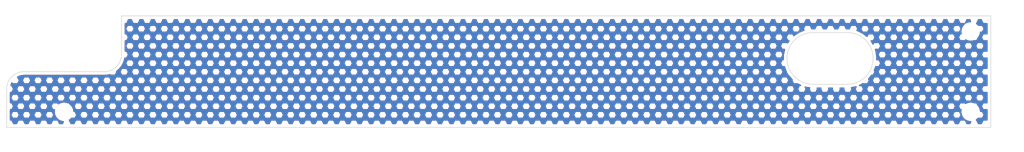
<source format=kicad_pcb>
(kicad_pcb (version 20171130) (host pcbnew "(5.1.10)-1")
  (layers (0 F.Cu signal) (31 B.Cu signal) (34 B.Paste user) (35 F.Paste user) (36 B.SilkS user) (37 F.SilkS user) (38 B.Mask user) (39 F.Mask user) (44 Edge.Cuts user))
  (net 0 "")
  (module kbd_Hole:m2_Screw_Hole (layer F.Cu) (at 306.8 23 180)
    (fp_text reference e hide)
    (fp_text value Val** hide)
    (pad "" np_thru_hole circle (at 0 0 180) (size 2.2 2.2) (drill 2.2) (layers *.Cu *.Mask))
  )
  (module kbd_Hole:m2_Screw_Hole (layer F.Cu) (at 148.925 37 180)
    (fp_text reference Ref** hide)
    (fp_text value Val** hide)
    (pad "" np_thru_hole circle (at 0 0 180) (size 2.2 2.2) (drill 2.2) (layers *.Cu *.Mask))
  )
  (module kbd_Hole:m2_Screw_Hole (layer F.Cu) (at 306.8 37 180)
    (fp_text reference e hide)
    (fp_text value Val** hide)
    (pad "" np_thru_hole circle (at 0 0 180) (size 2.2 2.2) (drill 2.2) (layers *.Cu *.Mask))
  )
  (gr_arc (start 279.3 27.7) (end 279.3 23.2) (angle -180) (layer Edge.Cuts) (width 0.1))
  (gr_arc (start 285.3 27.7) (end 285.3 32.2) (angle -180) (layer Edge.Cuts) (width 0.1))
  (gr_line (start 279.3 23.2) (end 285.3 23.2) (layer Edge.Cuts) (width 0.1))
  (gr_line (start 285.3 32.2) (end 279.3 32.2) (layer Edge.Cuts) (width 0.1))
  (gr_line (start 310.3 20.3) (end 158.925 20.3) (layer Edge.Cuts) (width 0.1))
  (gr_line (start 310.3 39.7) (end 138.925 39.7) (layer Edge.Cuts) (width 0.1))
  (gr_arc (start 141.925 33) (end 141.925 30) (angle -90) (layer Edge.Cuts) (width 0.1))
  (gr_arc (start 155.925 27) (end 155.925 30) (angle -90) (layer Edge.Cuts) (width 0.1))
  (gr_line (start 138.925 33) (end 138.925 39.7) (layer Edge.Cuts) (width 0.1))
  (gr_line (start 155.925 30) (end 141.925 30) (layer Edge.Cuts) (width 0.1))
  (gr_line (start 158.925 20.3) (end 158.925 27) (layer Edge.Cuts) (width 0.1))
  (gr_line (start 310.3 39.7) (end 310.3 20.3) (layer Edge.Cuts) (width 0.1))
  (zone (net 0) (net_name "") (layer F.Cu) (connect_pads (clearance 0.508)) (min_thickness 0.254) (fill yes (arc_segments 32) (thermal_gap 0.508) (thermal_bridge_width 0.508))
    (polygon (pts (xy 311.94375 40.48125) (xy 138.1125 40.48125) (xy 138.1125 19.05) (xy 311.94375 19.05)))
  )
  (zone (net 0) (net_name "") (layer B.Cu) (connect_pads (clearance 0.508)) (min_thickness 0.254) (fill yes (arc_segments 32) (thermal_gap 0.508) (thermal_bridge_width 0.508))
    (polygon (pts (xy 311.94375 40.48125) (xy 138.1125 40.48125) (xy 138.1125 19.05) (xy 311.94375 19.05)))
  )
  (zone (net 0) (net_name "") (layers F&B.Cu) (connect_pads (clearance 0.508)) (min_thickness 0.254)
    (keepout (tracks allowed) (vias allowed) (copperpour not_allowed))
    (fill (arc_segments 16) (thermal_gap 0.508) (thermal_bridge_width 0.508))
    (polygon (pts (xy 284.01875 35.025) (xy 284.76875 35.025) (xy 285.01875 34.525) (xy 284.76875 34.025) (xy 284.01875 34.025) (xy 283.76875 34.525)))
  )
  (zone (net 0) (net_name "") (layers F&B.Cu) (connect_pads (clearance 0.508)) (min_thickness 0.254)
    (keepout (tracks allowed) (vias allowed) (copperpour not_allowed))
    (fill (arc_segments 16) (thermal_gap 0.508) (thermal_bridge_width 0.508))
    (polygon (pts (xy 285.01875 36.525) (xy 285.76875 36.525) (xy 286.01875 36.025) (xy 285.76875 35.525) (xy 285.01875 35.525) (xy 284.76875 36.025)))
  )
  (zone (net 0) (net_name "") (layers F&B.Cu) (connect_pads (clearance 0.508)) (min_thickness 0.254)
    (keepout (tracks allowed) (vias allowed) (copperpour not_allowed))
    (fill (arc_segments 16) (thermal_gap 0.508) (thermal_bridge_width 0.508))
    (polygon (pts (xy 313.01875 42.525) (xy 313.76875 42.525) (xy 314.01875 42.025) (xy 313.76875 41.525) (xy 313.01875 41.525) (xy 312.76875 42.025)))
  )
  (zone (net 0) (net_name "") (layers F&B.Cu) (connect_pads (clearance 0.508)) (min_thickness 0.254)
    (keepout (tracks allowed) (vias allowed) (copperpour not_allowed))
    (fill (arc_segments 16) (thermal_gap 0.508) (thermal_bridge_width 0.508))
    (polygon (pts (xy 290.01875 44.025) (xy 290.76875 44.025) (xy 291.01875 43.525) (xy 290.76875 43.025) (xy 290.01875 43.025) (xy 289.76875 43.525)))
  )
  (zone (net 0) (net_name "") (layers F&B.Cu) (connect_pads (clearance 0.508)) (min_thickness 0.254)
    (keepout (tracks allowed) (vias allowed) (copperpour not_allowed))
    (fill (arc_segments 16) (thermal_gap 0.508) (thermal_bridge_width 0.508))
    (polygon (pts (xy 299.01875 42.525) (xy 299.76875 42.525) (xy 300.01875 42.025) (xy 299.76875 41.525) (xy 299.01875 41.525) (xy 298.76875 42.025)))
  )
  (zone (net 0) (net_name "") (layers F&B.Cu) (connect_pads (clearance 0.508)) (min_thickness 0.254)
    (keepout (tracks allowed) (vias allowed) (copperpour not_allowed))
    (fill (arc_segments 16) (thermal_gap 0.508) (thermal_bridge_width 0.508))
    (polygon (pts (xy 296.01875 41.025) (xy 296.76875 41.025) (xy 297.01875 40.525) (xy 296.76875 40.025) (xy 296.01875 40.025) (xy 295.76875 40.525)))
  )
  (zone (net 0) (net_name "") (layers F&B.Cu) (connect_pads (clearance 0.508)) (min_thickness 0.254)
    (keepout (tracks allowed) (vias allowed) (copperpour not_allowed))
    (fill (arc_segments 16) (thermal_gap 0.508) (thermal_bridge_width 0.508))
    (polygon (pts (xy 298.01875 41.025) (xy 298.76875 41.025) (xy 299.01875 40.525) (xy 298.76875 40.025) (xy 298.01875 40.025) (xy 297.76875 40.525)))
  )
  (zone (net 0) (net_name "") (layers F&B.Cu) (connect_pads (clearance 0.508)) (min_thickness 0.254)
    (keepout (tracks allowed) (vias allowed) (copperpour not_allowed))
    (fill (arc_segments 16) (thermal_gap 0.508) (thermal_bridge_width 0.508))
    (polygon (pts (xy 306.01875 35.025) (xy 306.76875 35.025) (xy 307.01875 34.525) (xy 306.76875 34.025) (xy 306.01875 34.025) (xy 305.76875 34.525)))
  )
  (zone (net 0) (net_name "") (layers F&B.Cu) (connect_pads (clearance 0.508)) (min_thickness 0.254)
    (keepout (tracks allowed) (vias allowed) (copperpour not_allowed))
    (fill (arc_segments 16) (thermal_gap 0.508) (thermal_bridge_width 0.508))
    (polygon (pts (xy 306.01875 38.025) (xy 306.76875 38.025) (xy 307.01875 37.525) (xy 306.76875 37.025) (xy 306.01875 37.025) (xy 305.76875 37.525)))
  )
  (zone (net 0) (net_name "") (layers F&B.Cu) (connect_pads (clearance 0.508)) (min_thickness 0.254)
    (keepout (tracks allowed) (vias allowed) (copperpour not_allowed))
    (fill (arc_segments 16) (thermal_gap 0.508) (thermal_bridge_width 0.508))
    (polygon (pts (xy 311.01875 36.525) (xy 311.76875 36.525) (xy 312.01875 36.025) (xy 311.76875 35.525) (xy 311.01875 35.525) (xy 310.76875 36.025)))
  )
  (zone (net 0) (net_name "") (layers F&B.Cu) (connect_pads (clearance 0.508)) (min_thickness 0.254)
    (keepout (tracks allowed) (vias allowed) (copperpour not_allowed))
    (fill (arc_segments 16) (thermal_gap 0.508) (thermal_bridge_width 0.508))
    (polygon (pts (xy 305.01875 39.525) (xy 305.76875 39.525) (xy 306.01875 39.025) (xy 305.76875 38.525) (xy 305.01875 38.525) (xy 304.76875 39.025)))
  )
  (zone (net 0) (net_name "") (layers F&B.Cu) (connect_pads (clearance 0.508)) (min_thickness 0.254)
    (keepout (tracks allowed) (vias allowed) (copperpour not_allowed))
    (fill (arc_segments 16) (thermal_gap 0.508) (thermal_bridge_width 0.508))
    (polygon (pts (xy 310.01875 35.025) (xy 310.76875 35.025) (xy 311.01875 34.525) (xy 310.76875 34.025) (xy 310.01875 34.025) (xy 309.76875 34.525)))
  )
  (zone (net 0) (net_name "") (layers F&B.Cu) (connect_pads (clearance 0.508)) (min_thickness 0.254)
    (keepout (tracks allowed) (vias allowed) (copperpour not_allowed))
    (fill (arc_segments 16) (thermal_gap 0.508) (thermal_bridge_width 0.508))
    (polygon (pts (xy 295.01875 42.525) (xy 295.76875 42.525) (xy 296.01875 42.025) (xy 295.76875 41.525) (xy 295.01875 41.525) (xy 294.76875 42.025)))
  )
  (zone (net 0) (net_name "") (layers F&B.Cu) (connect_pads (clearance 0.508)) (min_thickness 0.254)
    (keepout (tracks allowed) (vias allowed) (copperpour not_allowed))
    (fill (arc_segments 16) (thermal_gap 0.508) (thermal_bridge_width 0.508))
    (polygon (pts (xy 312.01875 44.025) (xy 312.76875 44.025) (xy 313.01875 43.525) (xy 312.76875 43.025) (xy 312.01875 43.025) (xy 311.76875 43.525)))
  )
  (zone (net 0) (net_name "") (layers F&B.Cu) (connect_pads (clearance 0.508)) (min_thickness 0.254)
    (keepout (tracks allowed) (vias allowed) (copperpour not_allowed))
    (fill (arc_segments 16) (thermal_gap 0.508) (thermal_bridge_width 0.508))
    (polygon (pts (xy 300.01875 41.025) (xy 300.76875 41.025) (xy 301.01875 40.525) (xy 300.76875 40.025) (xy 300.01875 40.025) (xy 299.76875 40.525)))
  )
  (zone (net 0) (net_name "") (layers F&B.Cu) (connect_pads (clearance 0.508)) (min_thickness 0.254)
    (keepout (tracks allowed) (vias allowed) (copperpour not_allowed))
    (fill (arc_segments 16) (thermal_gap 0.508) (thermal_bridge_width 0.508))
    (polygon (pts (xy 308.01875 38.025) (xy 308.76875 38.025) (xy 309.01875 37.525) (xy 308.76875 37.025) (xy 308.01875 37.025) (xy 307.76875 37.525)))
  )
  (zone (net 0) (net_name "") (layers F&B.Cu) (connect_pads (clearance 0.508)) (min_thickness 0.254)
    (keepout (tracks allowed) (vias allowed) (copperpour not_allowed))
    (fill (arc_segments 16) (thermal_gap 0.508) (thermal_bridge_width 0.508))
    (polygon (pts (xy 305.01875 36.525) (xy 305.76875 36.525) (xy 306.01875 36.025) (xy 305.76875 35.525) (xy 305.01875 35.525) (xy 304.76875 36.025)))
  )
  (zone (net 0) (net_name "") (layers F&B.Cu) (connect_pads (clearance 0.508)) (min_thickness 0.254)
    (keepout (tracks allowed) (vias allowed) (copperpour not_allowed))
    (fill (arc_segments 16) (thermal_gap 0.508) (thermal_bridge_width 0.508))
    (polygon (pts (xy 306.01875 44.025) (xy 306.76875 44.025) (xy 307.01875 43.525) (xy 306.76875 43.025) (xy 306.01875 43.025) (xy 305.76875 43.525)))
  )
  (zone (net 0) (net_name "") (layers F&B.Cu) (connect_pads (clearance 0.508)) (min_thickness 0.254)
    (keepout (tracks allowed) (vias allowed) (copperpour not_allowed))
    (fill (arc_segments 16) (thermal_gap 0.508) (thermal_bridge_width 0.508))
    (polygon (pts (xy 308.01875 44.025) (xy 308.76875 44.025) (xy 309.01875 43.525) (xy 308.76875 43.025) (xy 308.01875 43.025) (xy 307.76875 43.525)))
  )
  (zone (net 0) (net_name "") (layers F&B.Cu) (connect_pads (clearance 0.508)) (min_thickness 0.254)
    (keepout (tracks allowed) (vias allowed) (copperpour not_allowed))
    (fill (arc_segments 16) (thermal_gap 0.508) (thermal_bridge_width 0.508))
    (polygon (pts (xy 311.01875 42.525) (xy 311.76875 42.525) (xy 312.01875 42.025) (xy 311.76875 41.525) (xy 311.01875 41.525) (xy 310.76875 42.025)))
  )
  (zone (net 0) (net_name "") (layers F&B.Cu) (connect_pads (clearance 0.508)) (min_thickness 0.254)
    (keepout (tracks allowed) (vias allowed) (copperpour not_allowed))
    (fill (arc_segments 16) (thermal_gap 0.508) (thermal_bridge_width 0.508))
    (polygon (pts (xy 309.01875 39.525) (xy 309.76875 39.525) (xy 310.01875 39.025) (xy 309.76875 38.525) (xy 309.01875 38.525) (xy 308.76875 39.025)))
  )
  (zone (net 0) (net_name "") (layers F&B.Cu) (connect_pads (clearance 0.508)) (min_thickness 0.254)
    (keepout (tracks allowed) (vias allowed) (copperpour not_allowed))
    (fill (arc_segments 16) (thermal_gap 0.508) (thermal_bridge_width 0.508))
    (polygon (pts (xy 314.01875 38.025) (xy 314.76875 38.025) (xy 315.01875 37.525) (xy 314.76875 37.025) (xy 314.01875 37.025) (xy 313.76875 37.525)))
  )
  (zone (net 0) (net_name "") (layers F&B.Cu) (connect_pads (clearance 0.508)) (min_thickness 0.254)
    (keepout (tracks allowed) (vias allowed) (copperpour not_allowed))
    (fill (arc_segments 16) (thermal_gap 0.508) (thermal_bridge_width 0.508))
    (polygon (pts (xy 310.01875 41.025) (xy 310.76875 41.025) (xy 311.01875 40.525) (xy 310.76875 40.025) (xy 310.01875 40.025) (xy 309.76875 40.525)))
  )
  (zone (net 0) (net_name "") (layers F&B.Cu) (connect_pads (clearance 0.508)) (min_thickness 0.254)
    (keepout (tracks allowed) (vias allowed) (copperpour not_allowed))
    (fill (arc_segments 16) (thermal_gap 0.508) (thermal_bridge_width 0.508))
    (polygon (pts (xy 308.01875 35.025) (xy 308.76875 35.025) (xy 309.01875 34.525) (xy 308.76875 34.025) (xy 308.01875 34.025) (xy 307.76875 34.525)))
  )
  (zone (net 0) (net_name "") (layers F&B.Cu) (connect_pads (clearance 0.508)) (min_thickness 0.254)
    (keepout (tracks allowed) (vias allowed) (copperpour not_allowed))
    (fill (arc_segments 16) (thermal_gap 0.508) (thermal_bridge_width 0.508))
    (polygon (pts (xy 297.01875 42.525) (xy 297.76875 42.525) (xy 298.01875 42.025) (xy 297.76875 41.525) (xy 297.01875 41.525) (xy 296.76875 42.025)))
  )
  (zone (net 0) (net_name "") (layers F&B.Cu) (connect_pads (clearance 0.508)) (min_thickness 0.254)
    (keepout (tracks allowed) (vias allowed) (copperpour not_allowed))
    (fill (arc_segments 16) (thermal_gap 0.508) (thermal_bridge_width 0.508))
    (polygon (pts (xy 293.01875 39.525) (xy 293.76875 39.525) (xy 294.01875 39.025) (xy 293.76875 38.525) (xy 293.01875 38.525) (xy 292.76875 39.025)))
  )
  (zone (net 0) (net_name "") (layers F&B.Cu) (connect_pads (clearance 0.508)) (min_thickness 0.254)
    (keepout (tracks allowed) (vias allowed) (copperpour not_allowed))
    (fill (arc_segments 16) (thermal_gap 0.508) (thermal_bridge_width 0.508))
    (polygon (pts (xy 309.01875 36.525) (xy 309.76875 36.525) (xy 310.01875 36.025) (xy 309.76875 35.525) (xy 309.01875 35.525) (xy 308.76875 36.025)))
  )
  (zone (net 0) (net_name "") (layers F&B.Cu) (connect_pads (clearance 0.508)) (min_thickness 0.254)
    (keepout (tracks allowed) (vias allowed) (copperpour not_allowed))
    (fill (arc_segments 16) (thermal_gap 0.508) (thermal_bridge_width 0.508))
    (polygon (pts (xy 314.01875 41.025) (xy 314.76875 41.025) (xy 315.01875 40.525) (xy 314.76875 40.025) (xy 314.01875 40.025) (xy 313.76875 40.525)))
  )
  (zone (net 0) (net_name "") (layers F&B.Cu) (connect_pads (clearance 0.508)) (min_thickness 0.254)
    (keepout (tracks allowed) (vias allowed) (copperpour not_allowed))
    (fill (arc_segments 16) (thermal_gap 0.508) (thermal_bridge_width 0.508))
    (polygon (pts (xy 312.01875 41.025) (xy 312.76875 41.025) (xy 313.01875 40.525) (xy 312.76875 40.025) (xy 312.01875 40.025) (xy 311.76875 40.525)))
  )
  (zone (net 0) (net_name "") (layers F&B.Cu) (connect_pads (clearance 0.508)) (min_thickness 0.254)
    (keepout (tracks allowed) (vias allowed) (copperpour not_allowed))
    (fill (arc_segments 16) (thermal_gap 0.508) (thermal_bridge_width 0.508))
    (polygon (pts (xy 303.01875 39.525) (xy 303.76875 39.525) (xy 304.01875 39.025) (xy 303.76875 38.525) (xy 303.01875 38.525) (xy 302.76875 39.025)))
  )
  (zone (net 0) (net_name "") (layers F&B.Cu) (connect_pads (clearance 0.508)) (min_thickness 0.254)
    (keepout (tracks allowed) (vias allowed) (copperpour not_allowed))
    (fill (arc_segments 16) (thermal_gap 0.508) (thermal_bridge_width 0.508))
    (polygon (pts (xy 310.01875 44.025) (xy 310.76875 44.025) (xy 311.01875 43.525) (xy 310.76875 43.025) (xy 310.01875 43.025) (xy 309.76875 43.525)))
  )
  (zone (net 0) (net_name "") (layers F&B.Cu) (connect_pads (clearance 0.508)) (min_thickness 0.254)
    (keepout (tracks allowed) (vias allowed) (copperpour not_allowed))
    (fill (arc_segments 16) (thermal_gap 0.508) (thermal_bridge_width 0.508))
    (polygon (pts (xy 302.01875 38.025) (xy 302.76875 38.025) (xy 303.01875 37.525) (xy 302.76875 37.025) (xy 302.01875 37.025) (xy 301.76875 37.525)))
  )
  (zone (net 0) (net_name "") (layers F&B.Cu) (connect_pads (clearance 0.508)) (min_thickness 0.254)
    (keepout (tracks allowed) (vias allowed) (copperpour not_allowed))
    (fill (arc_segments 16) (thermal_gap 0.508) (thermal_bridge_width 0.508))
    (polygon (pts (xy 289.01875 36.525) (xy 289.76875 36.525) (xy 290.01875 36.025) (xy 289.76875 35.525) (xy 289.01875 35.525) (xy 288.76875 36.025)))
  )
  (zone (net 0) (net_name "") (layers F&B.Cu) (connect_pads (clearance 0.508)) (min_thickness 0.254)
    (keepout (tracks allowed) (vias allowed) (copperpour not_allowed))
    (fill (arc_segments 16) (thermal_gap 0.508) (thermal_bridge_width 0.508))
    (polygon (pts (xy 307.01875 36.525) (xy 307.76875 36.525) (xy 308.01875 36.025) (xy 307.76875 35.525) (xy 307.01875 35.525) (xy 306.76875 36.025)))
  )
  (zone (net 0) (net_name "") (layers F&B.Cu) (connect_pads (clearance 0.508)) (min_thickness 0.254)
    (keepout (tracks allowed) (vias allowed) (copperpour not_allowed))
    (fill (arc_segments 16) (thermal_gap 0.508) (thermal_bridge_width 0.508))
    (polygon (pts (xy 301.01875 42.525) (xy 301.76875 42.525) (xy 302.01875 42.025) (xy 301.76875 41.525) (xy 301.01875 41.525) (xy 300.76875 42.025)))
  )
  (zone (net 0) (net_name "") (layers F&B.Cu) (connect_pads (clearance 0.508)) (min_thickness 0.254)
    (keepout (tracks allowed) (vias allowed) (copperpour not_allowed))
    (fill (arc_segments 16) (thermal_gap 0.508) (thermal_bridge_width 0.508))
    (polygon (pts (xy 307.01875 39.525) (xy 307.76875 39.525) (xy 308.01875 39.025) (xy 307.76875 38.525) (xy 307.01875 38.525) (xy 306.76875 39.025)))
  )
  (zone (net 0) (net_name "") (layers F&B.Cu) (connect_pads (clearance 0.508)) (min_thickness 0.254)
    (keepout (tracks allowed) (vias allowed) (copperpour not_allowed))
    (fill (arc_segments 16) (thermal_gap 0.508) (thermal_bridge_width 0.508))
    (polygon (pts (xy 313.01875 39.525) (xy 313.76875 39.525) (xy 314.01875 39.025) (xy 313.76875 38.525) (xy 313.01875 38.525) (xy 312.76875 39.025)))
  )
  (zone (net 0) (net_name "") (layers F&B.Cu) (connect_pads (clearance 0.508)) (min_thickness 0.254)
    (keepout (tracks allowed) (vias allowed) (copperpour not_allowed))
    (fill (arc_segments 16) (thermal_gap 0.508) (thermal_bridge_width 0.508))
    (polygon (pts (xy 304.01875 38.025) (xy 304.76875 38.025) (xy 305.01875 37.525) (xy 304.76875 37.025) (xy 304.01875 37.025) (xy 303.76875 37.525)))
  )
  (zone (net 0) (net_name "") (layers F&B.Cu) (connect_pads (clearance 0.508)) (min_thickness 0.254)
    (keepout (tracks allowed) (vias allowed) (copperpour not_allowed))
    (fill (arc_segments 16) (thermal_gap 0.508) (thermal_bridge_width 0.508))
    (polygon (pts (xy 293.01875 42.525) (xy 293.76875 42.525) (xy 294.01875 42.025) (xy 293.76875 41.525) (xy 293.01875 41.525) (xy 292.76875 42.025)))
  )
  (zone (net 0) (net_name "") (layers F&B.Cu) (connect_pads (clearance 0.508)) (min_thickness 0.254)
    (keepout (tracks allowed) (vias allowed) (copperpour not_allowed))
    (fill (arc_segments 16) (thermal_gap 0.508) (thermal_bridge_width 0.508))
    (polygon (pts (xy 294.01875 35.025) (xy 294.76875 35.025) (xy 295.01875 34.525) (xy 294.76875 34.025) (xy 294.01875 34.025) (xy 293.76875 34.525)))
  )
  (zone (net 0) (net_name "") (layers F&B.Cu) (connect_pads (clearance 0.508)) (min_thickness 0.254)
    (keepout (tracks allowed) (vias allowed) (copperpour not_allowed))
    (fill (arc_segments 16) (thermal_gap 0.508) (thermal_bridge_width 0.508))
    (polygon (pts (xy 294.01875 44.025) (xy 294.76875 44.025) (xy 295.01875 43.525) (xy 294.76875 43.025) (xy 294.01875 43.025) (xy 293.76875 43.525)))
  )
  (zone (net 0) (net_name "") (layers F&B.Cu) (connect_pads (clearance 0.508)) (min_thickness 0.254)
    (keepout (tracks allowed) (vias allowed) (copperpour not_allowed))
    (fill (arc_segments 16) (thermal_gap 0.508) (thermal_bridge_width 0.508))
    (polygon (pts (xy 294.01875 38.025) (xy 294.76875 38.025) (xy 295.01875 37.525) (xy 294.76875 37.025) (xy 294.01875 37.025) (xy 293.76875 37.525)))
  )
  (zone (net 0) (net_name "") (layers F&B.Cu) (connect_pads (clearance 0.508)) (min_thickness 0.254)
    (keepout (tracks allowed) (vias allowed) (copperpour not_allowed))
    (fill (arc_segments 16) (thermal_gap 0.508) (thermal_bridge_width 0.508))
    (polygon (pts (xy 284.01875 44.025) (xy 284.76875 44.025) (xy 285.01875 43.525) (xy 284.76875 43.025) (xy 284.01875 43.025) (xy 283.76875 43.525)))
  )
  (zone (net 0) (net_name "") (layers F&B.Cu) (connect_pads (clearance 0.508)) (min_thickness 0.254)
    (keepout (tracks allowed) (vias allowed) (copperpour not_allowed))
    (fill (arc_segments 16) (thermal_gap 0.508) (thermal_bridge_width 0.508))
    (polygon (pts (xy 287.01875 39.525) (xy 287.76875 39.525) (xy 288.01875 39.025) (xy 287.76875 38.525) (xy 287.01875 38.525) (xy 286.76875 39.025)))
  )
  (zone (net 0) (net_name "") (layers F&B.Cu) (connect_pads (clearance 0.508)) (min_thickness 0.254)
    (keepout (tracks allowed) (vias allowed) (copperpour not_allowed))
    (fill (arc_segments 16) (thermal_gap 0.508) (thermal_bridge_width 0.508))
    (polygon (pts (xy 289.01875 39.525) (xy 289.76875 39.525) (xy 290.01875 39.025) (xy 289.76875 38.525) (xy 289.01875 38.525) (xy 288.76875 39.025)))
  )
  (zone (net 0) (net_name "") (layers F&B.Cu) (connect_pads (clearance 0.508)) (min_thickness 0.254)
    (keepout (tracks allowed) (vias allowed) (copperpour not_allowed))
    (fill (arc_segments 16) (thermal_gap 0.508) (thermal_bridge_width 0.508))
    (polygon (pts (xy 290.01875 38.025) (xy 290.76875 38.025) (xy 291.01875 37.525) (xy 290.76875 37.025) (xy 290.01875 37.025) (xy 289.76875 37.525)))
  )
  (zone (net 0) (net_name "") (layers F&B.Cu) (connect_pads (clearance 0.508)) (min_thickness 0.254)
    (keepout (tracks allowed) (vias allowed) (copperpour not_allowed))
    (fill (arc_segments 16) (thermal_gap 0.508) (thermal_bridge_width 0.508))
    (polygon (pts (xy 285.01875 42.525) (xy 285.76875 42.525) (xy 286.01875 42.025) (xy 285.76875 41.525) (xy 285.01875 41.525) (xy 284.76875 42.025)))
  )
  (zone (net 0) (net_name "") (layers F&B.Cu) (connect_pads (clearance 0.508)) (min_thickness 0.254)
    (keepout (tracks allowed) (vias allowed) (copperpour not_allowed))
    (fill (arc_segments 16) (thermal_gap 0.508) (thermal_bridge_width 0.508))
    (polygon (pts (xy 296.01875 35.025) (xy 296.76875 35.025) (xy 297.01875 34.525) (xy 296.76875 34.025) (xy 296.01875 34.025) (xy 295.76875 34.525)))
  )
  (zone (net 0) (net_name "") (layers F&B.Cu) (connect_pads (clearance 0.508)) (min_thickness 0.254)
    (keepout (tracks allowed) (vias allowed) (copperpour not_allowed))
    (fill (arc_segments 16) (thermal_gap 0.508) (thermal_bridge_width 0.508))
    (polygon (pts (xy 284.01875 38.025) (xy 284.76875 38.025) (xy 285.01875 37.525) (xy 284.76875 37.025) (xy 284.01875 37.025) (xy 283.76875 37.525)))
  )
  (zone (net 0) (net_name "") (layers F&B.Cu) (connect_pads (clearance 0.508)) (min_thickness 0.254)
    (keepout (tracks allowed) (vias allowed) (copperpour not_allowed))
    (fill (arc_segments 16) (thermal_gap 0.508) (thermal_bridge_width 0.508))
    (polygon (pts (xy 284.01875 41.025) (xy 284.76875 41.025) (xy 285.01875 40.525) (xy 284.76875 40.025) (xy 284.01875 40.025) (xy 283.76875 40.525)))
  )
  (zone (net 0) (net_name "") (layers F&B.Cu) (connect_pads (clearance 0.508)) (min_thickness 0.254)
    (keepout (tracks allowed) (vias allowed) (copperpour not_allowed))
    (fill (arc_segments 16) (thermal_gap 0.508) (thermal_bridge_width 0.508))
    (polygon (pts (xy 286.01875 44.025) (xy 286.76875 44.025) (xy 287.01875 43.525) (xy 286.76875 43.025) (xy 286.01875 43.025) (xy 285.76875 43.525)))
  )
  (zone (net 0) (net_name "") (layers F&B.Cu) (connect_pads (clearance 0.508)) (min_thickness 0.254)
    (keepout (tracks allowed) (vias allowed) (copperpour not_allowed))
    (fill (arc_segments 16) (thermal_gap 0.508) (thermal_bridge_width 0.508))
    (polygon (pts (xy 287.01875 36.525) (xy 287.76875 36.525) (xy 288.01875 36.025) (xy 287.76875 35.525) (xy 287.01875 35.525) (xy 286.76875 36.025)))
  )
  (zone (net 0) (net_name "") (layers F&B.Cu) (connect_pads (clearance 0.508)) (min_thickness 0.254)
    (keepout (tracks allowed) (vias allowed) (copperpour not_allowed))
    (fill (arc_segments 16) (thermal_gap 0.508) (thermal_bridge_width 0.508))
    (polygon (pts (xy 286.01875 38.025) (xy 286.76875 38.025) (xy 287.01875 37.525) (xy 286.76875 37.025) (xy 286.01875 37.025) (xy 285.76875 37.525)))
  )
  (zone (net 0) (net_name "") (layers F&B.Cu) (connect_pads (clearance 0.508)) (min_thickness 0.254)
    (keepout (tracks allowed) (vias allowed) (copperpour not_allowed))
    (fill (arc_segments 16) (thermal_gap 0.508) (thermal_bridge_width 0.508))
    (polygon (pts (xy 286.01875 35.025) (xy 286.76875 35.025) (xy 287.01875 34.525) (xy 286.76875 34.025) (xy 286.01875 34.025) (xy 285.76875 34.525)))
  )
  (zone (net 0) (net_name "") (layers F&B.Cu) (connect_pads (clearance 0.508)) (min_thickness 0.254)
    (keepout (tracks allowed) (vias allowed) (copperpour not_allowed))
    (fill (arc_segments 16) (thermal_gap 0.508) (thermal_bridge_width 0.508))
    (polygon (pts (xy 290.01875 41.025) (xy 290.76875 41.025) (xy 291.01875 40.525) (xy 290.76875 40.025) (xy 290.01875 40.025) (xy 289.76875 40.525)))
  )
  (zone (net 0) (net_name "") (layers F&B.Cu) (connect_pads (clearance 0.508)) (min_thickness 0.254)
    (keepout (tracks allowed) (vias allowed) (copperpour not_allowed))
    (fill (arc_segments 16) (thermal_gap 0.508) (thermal_bridge_width 0.508))
    (polygon (pts (xy 291.01875 42.525) (xy 291.76875 42.525) (xy 292.01875 42.025) (xy 291.76875 41.525) (xy 291.01875 41.525) (xy 290.76875 42.025)))
  )
  (zone (net 0) (net_name "") (layers F&B.Cu) (connect_pads (clearance 0.508)) (min_thickness 0.254)
    (keepout (tracks allowed) (vias allowed) (copperpour not_allowed))
    (fill (arc_segments 16) (thermal_gap 0.508) (thermal_bridge_width 0.508))
    (polygon (pts (xy 289.01875 42.525) (xy 289.76875 42.525) (xy 290.01875 42.025) (xy 289.76875 41.525) (xy 289.01875 41.525) (xy 288.76875 42.025)))
  )
  (zone (net 0) (net_name "") (layers F&B.Cu) (connect_pads (clearance 0.508)) (min_thickness 0.254)
    (keepout (tracks allowed) (vias allowed) (copperpour not_allowed))
    (fill (arc_segments 16) (thermal_gap 0.508) (thermal_bridge_width 0.508))
    (polygon (pts (xy 295.01875 36.525) (xy 295.76875 36.525) (xy 296.01875 36.025) (xy 295.76875 35.525) (xy 295.01875 35.525) (xy 294.76875 36.025)))
  )
  (zone (net 0) (net_name "") (layers F&B.Cu) (connect_pads (clearance 0.508)) (min_thickness 0.254)
    (keepout (tracks allowed) (vias allowed) (copperpour not_allowed))
    (fill (arc_segments 16) (thermal_gap 0.508) (thermal_bridge_width 0.508))
    (polygon (pts (xy 290.01875 35.025) (xy 290.76875 35.025) (xy 291.01875 34.525) (xy 290.76875 34.025) (xy 290.01875 34.025) (xy 289.76875 34.525)))
  )
  (zone (net 0) (net_name "") (layers F&B.Cu) (connect_pads (clearance 0.508)) (min_thickness 0.254)
    (keepout (tracks allowed) (vias allowed) (copperpour not_allowed))
    (fill (arc_segments 16) (thermal_gap 0.508) (thermal_bridge_width 0.508))
    (polygon (pts (xy 288.01875 38.025) (xy 288.76875 38.025) (xy 289.01875 37.525) (xy 288.76875 37.025) (xy 288.01875 37.025) (xy 287.76875 37.525)))
  )
  (zone (net 0) (net_name "") (layers F&B.Cu) (connect_pads (clearance 0.508)) (min_thickness 0.254)
    (keepout (tracks allowed) (vias allowed) (copperpour not_allowed))
    (fill (arc_segments 16) (thermal_gap 0.508) (thermal_bridge_width 0.508))
    (polygon (pts (xy 291.01875 39.525) (xy 291.76875 39.525) (xy 292.01875 39.025) (xy 291.76875 38.525) (xy 291.01875 38.525) (xy 290.76875 39.025)))
  )
  (zone (net 0) (net_name "") (layers F&B.Cu) (connect_pads (clearance 0.508)) (min_thickness 0.254)
    (keepout (tracks allowed) (vias allowed) (copperpour not_allowed))
    (fill (arc_segments 16) (thermal_gap 0.508) (thermal_bridge_width 0.508))
    (polygon (pts (xy 296.01875 38.025) (xy 296.76875 38.025) (xy 297.01875 37.525) (xy 296.76875 37.025) (xy 296.01875 37.025) (xy 295.76875 37.525)))
  )
  (zone (net 0) (net_name "") (layers F&B.Cu) (connect_pads (clearance 0.508)) (min_thickness 0.254)
    (keepout (tracks allowed) (vias allowed) (copperpour not_allowed))
    (fill (arc_segments 16) (thermal_gap 0.508) (thermal_bridge_width 0.508))
    (polygon (pts (xy 295.01875 39.525) (xy 295.76875 39.525) (xy 296.01875 39.025) (xy 295.76875 38.525) (xy 295.01875 38.525) (xy 294.76875 39.025)))
  )
  (zone (net 0) (net_name "") (layers F&B.Cu) (connect_pads (clearance 0.508)) (min_thickness 0.254)
    (keepout (tracks allowed) (vias allowed) (copperpour not_allowed))
    (fill (arc_segments 16) (thermal_gap 0.508) (thermal_bridge_width 0.508))
    (polygon (pts (xy 292.01875 41.025) (xy 292.76875 41.025) (xy 293.01875 40.525) (xy 292.76875 40.025) (xy 292.01875 40.025) (xy 291.76875 40.525)))
  )
  (zone (net 0) (net_name "") (layers F&B.Cu) (connect_pads (clearance 0.508)) (min_thickness 0.254)
    (keepout (tracks allowed) (vias allowed) (copperpour not_allowed))
    (fill (arc_segments 16) (thermal_gap 0.508) (thermal_bridge_width 0.508))
    (polygon (pts (xy 288.01875 44.025) (xy 288.76875 44.025) (xy 289.01875 43.525) (xy 288.76875 43.025) (xy 288.01875 43.025) (xy 287.76875 43.525)))
  )
  (zone (net 0) (net_name "") (layers F&B.Cu) (connect_pads (clearance 0.508)) (min_thickness 0.254)
    (keepout (tracks allowed) (vias allowed) (copperpour not_allowed))
    (fill (arc_segments 16) (thermal_gap 0.508) (thermal_bridge_width 0.508))
    (polygon (pts (xy 285.01875 39.525) (xy 285.76875 39.525) (xy 286.01875 39.025) (xy 285.76875 38.525) (xy 285.01875 38.525) (xy 284.76875 39.025)))
  )
  (zone (net 0) (net_name "") (layers F&B.Cu) (connect_pads (clearance 0.508)) (min_thickness 0.254)
    (keepout (tracks allowed) (vias allowed) (copperpour not_allowed))
    (fill (arc_segments 16) (thermal_gap 0.508) (thermal_bridge_width 0.508))
    (polygon (pts (xy 292.01875 44.025) (xy 292.76875 44.025) (xy 293.01875 43.525) (xy 292.76875 43.025) (xy 292.01875 43.025) (xy 291.76875 43.525)))
  )
  (zone (net 0) (net_name "") (layers F&B.Cu) (connect_pads (clearance 0.508)) (min_thickness 0.254)
    (keepout (tracks allowed) (vias allowed) (copperpour not_allowed))
    (fill (arc_segments 16) (thermal_gap 0.508) (thermal_bridge_width 0.508))
    (polygon (pts (xy 288.01875 35.025) (xy 288.76875 35.025) (xy 289.01875 34.525) (xy 288.76875 34.025) (xy 288.01875 34.025) (xy 287.76875 34.525)))
  )
  (zone (net 0) (net_name "") (layers F&B.Cu) (connect_pads (clearance 0.508)) (min_thickness 0.254)
    (keepout (tracks allowed) (vias allowed) (copperpour not_allowed))
    (fill (arc_segments 16) (thermal_gap 0.508) (thermal_bridge_width 0.508))
    (polygon (pts (xy 291.01875 36.525) (xy 291.76875 36.525) (xy 292.01875 36.025) (xy 291.76875 35.525) (xy 291.01875 35.525) (xy 290.76875 36.025)))
  )
  (zone (net 0) (net_name "") (layers F&B.Cu) (connect_pads (clearance 0.508)) (min_thickness 0.254)
    (keepout (tracks allowed) (vias allowed) (copperpour not_allowed))
    (fill (arc_segments 16) (thermal_gap 0.508) (thermal_bridge_width 0.508))
    (polygon (pts (xy 294.01875 41.025) (xy 294.76875 41.025) (xy 295.01875 40.525) (xy 294.76875 40.025) (xy 294.01875 40.025) (xy 293.76875 40.525)))
  )
  (zone (net 0) (net_name "") (layers F&B.Cu) (connect_pads (clearance 0.508)) (min_thickness 0.254)
    (keepout (tracks allowed) (vias allowed) (copperpour not_allowed))
    (fill (arc_segments 16) (thermal_gap 0.508) (thermal_bridge_width 0.508))
    (polygon (pts (xy 292.01875 38.025) (xy 292.76875 38.025) (xy 293.01875 37.525) (xy 292.76875 37.025) (xy 292.01875 37.025) (xy 291.76875 37.525)))
  )
  (zone (net 0) (net_name "") (layers F&B.Cu) (connect_pads (clearance 0.508)) (min_thickness 0.254)
    (keepout (tracks allowed) (vias allowed) (copperpour not_allowed))
    (fill (arc_segments 16) (thermal_gap 0.508) (thermal_bridge_width 0.508))
    (polygon (pts (xy 293.01875 36.525) (xy 293.76875 36.525) (xy 294.01875 36.025) (xy 293.76875 35.525) (xy 293.01875 35.525) (xy 292.76875 36.025)))
  )
  (zone (net 0) (net_name "") (layers F&B.Cu) (connect_pads (clearance 0.508)) (min_thickness 0.254)
    (keepout (tracks allowed) (vias allowed) (copperpour not_allowed))
    (fill (arc_segments 16) (thermal_gap 0.508) (thermal_bridge_width 0.508))
    (polygon (pts (xy 298.01875 35.025) (xy 298.76875 35.025) (xy 299.01875 34.525) (xy 298.76875 34.025) (xy 298.01875 34.025) (xy 297.76875 34.525)))
  )
  (zone (net 0) (net_name "") (layers F&B.Cu) (connect_pads (clearance 0.508)) (min_thickness 0.254)
    (keepout (tracks allowed) (vias allowed) (copperpour not_allowed))
    (fill (arc_segments 16) (thermal_gap 0.508) (thermal_bridge_width 0.508))
    (polygon (pts (xy 297.01875 36.525) (xy 297.76875 36.525) (xy 298.01875 36.025) (xy 297.76875 35.525) (xy 297.01875 35.525) (xy 296.76875 36.025)))
  )
  (zone (net 0) (net_name "") (layers F&B.Cu) (connect_pads (clearance 0.508)) (min_thickness 0.254)
    (keepout (tracks allowed) (vias allowed) (copperpour not_allowed))
    (fill (arc_segments 16) (thermal_gap 0.508) (thermal_bridge_width 0.508))
    (polygon (pts (xy 286.01875 41.025) (xy 286.76875 41.025) (xy 287.01875 40.525) (xy 286.76875 40.025) (xy 286.01875 40.025) (xy 285.76875 40.525)))
  )
  (zone (net 0) (net_name "") (layers F&B.Cu) (connect_pads (clearance 0.508)) (min_thickness 0.254)
    (keepout (tracks allowed) (vias allowed) (copperpour not_allowed))
    (fill (arc_segments 16) (thermal_gap 0.508) (thermal_bridge_width 0.508))
    (polygon (pts (xy 313.01875 36.525) (xy 313.76875 36.525) (xy 314.01875 36.025) (xy 313.76875 35.525) (xy 313.01875 35.525) (xy 312.76875 36.025)))
  )
  (zone (net 0) (net_name "") (layers F&B.Cu) (connect_pads (clearance 0.508)) (min_thickness 0.254)
    (keepout (tracks allowed) (vias allowed) (copperpour not_allowed))
    (fill (arc_segments 16) (thermal_gap 0.508) (thermal_bridge_width 0.508))
    (polygon (pts (xy 287.01875 42.525) (xy 287.76875 42.525) (xy 288.01875 42.025) (xy 287.76875 41.525) (xy 287.01875 41.525) (xy 286.76875 42.025)))
  )
  (zone (net 0) (net_name "") (layers F&B.Cu) (connect_pads (clearance 0.508)) (min_thickness 0.254)
    (keepout (tracks allowed) (vias allowed) (copperpour not_allowed))
    (fill (arc_segments 16) (thermal_gap 0.508) (thermal_bridge_width 0.508))
    (polygon (pts (xy 300.01875 35.025) (xy 300.76875 35.025) (xy 301.01875 34.525) (xy 300.76875 34.025) (xy 300.01875 34.025) (xy 299.76875 34.525)))
  )
  (zone (net 0) (net_name "") (layers F&B.Cu) (connect_pads (clearance 0.508)) (min_thickness 0.254)
    (keepout (tracks allowed) (vias allowed) (copperpour not_allowed))
    (fill (arc_segments 16) (thermal_gap 0.508) (thermal_bridge_width 0.508))
    (polygon (pts (xy 299.01875 36.525) (xy 299.76875 36.525) (xy 300.01875 36.025) (xy 299.76875 35.525) (xy 299.01875 35.525) (xy 298.76875 36.025)))
  )
  (zone (net 0) (net_name "") (layers F&B.Cu) (connect_pads (clearance 0.508)) (min_thickness 0.254)
    (keepout (tracks allowed) (vias allowed) (copperpour not_allowed))
    (fill (arc_segments 16) (thermal_gap 0.508) (thermal_bridge_width 0.508))
    (polygon (pts (xy 302.01875 44.025) (xy 302.76875 44.025) (xy 303.01875 43.525) (xy 302.76875 43.025) (xy 302.01875 43.025) (xy 301.76875 43.525)))
  )
  (zone (net 0) (net_name "") (layers F&B.Cu) (connect_pads (clearance 0.508)) (min_thickness 0.254)
    (keepout (tracks allowed) (vias allowed) (copperpour not_allowed))
    (fill (arc_segments 16) (thermal_gap 0.508) (thermal_bridge_width 0.508))
    (polygon (pts (xy 298.01875 44.025) (xy 298.76875 44.025) (xy 299.01875 43.525) (xy 298.76875 43.025) (xy 298.01875 43.025) (xy 297.76875 43.525)))
  )
  (zone (net 0) (net_name "") (layers F&B.Cu) (connect_pads (clearance 0.508)) (min_thickness 0.254)
    (keepout (tracks allowed) (vias allowed) (copperpour not_allowed))
    (fill (arc_segments 16) (thermal_gap 0.508) (thermal_bridge_width 0.508))
    (polygon (pts (xy 314.01875 44.025) (xy 314.76875 44.025) (xy 315.01875 43.525) (xy 314.76875 43.025) (xy 314.01875 43.025) (xy 313.76875 43.525)))
  )
  (zone (net 0) (net_name "") (layers F&B.Cu) (connect_pads (clearance 0.508)) (min_thickness 0.254)
    (keepout (tracks allowed) (vias allowed) (copperpour not_allowed))
    (fill (arc_segments 16) (thermal_gap 0.508) (thermal_bridge_width 0.508))
    (polygon (pts (xy 288.01875 41.025) (xy 288.76875 41.025) (xy 289.01875 40.525) (xy 288.76875 40.025) (xy 288.01875 40.025) (xy 287.76875 40.525)))
  )
  (zone (net 0) (net_name "") (layers F&B.Cu) (connect_pads (clearance 0.508)) (min_thickness 0.254)
    (keepout (tracks allowed) (vias allowed) (copperpour not_allowed))
    (fill (arc_segments 16) (thermal_gap 0.508) (thermal_bridge_width 0.508))
    (polygon (pts (xy 292.01875 35.025) (xy 292.76875 35.025) (xy 293.01875 34.525) (xy 292.76875 34.025) (xy 292.01875 34.025) (xy 291.76875 34.525)))
  )
  (zone (net 0) (net_name "") (layers F&B.Cu) (connect_pads (clearance 0.508)) (min_thickness 0.254)
    (keepout (tracks allowed) (vias allowed) (copperpour not_allowed))
    (fill (arc_segments 16) (thermal_gap 0.508) (thermal_bridge_width 0.508))
    (polygon (pts (xy 301.01875 36.525) (xy 301.76875 36.525) (xy 302.01875 36.025) (xy 301.76875 35.525) (xy 301.01875 35.525) (xy 300.76875 36.025)))
  )
  (zone (net 0) (net_name "") (layers F&B.Cu) (connect_pads (clearance 0.508)) (min_thickness 0.254)
    (keepout (tracks allowed) (vias allowed) (copperpour not_allowed))
    (fill (arc_segments 16) (thermal_gap 0.508) (thermal_bridge_width 0.508))
    (polygon (pts (xy 297.01875 39.525) (xy 297.76875 39.525) (xy 298.01875 39.025) (xy 297.76875 38.525) (xy 297.01875 38.525) (xy 296.76875 39.025)))
  )
  (zone (net 0) (net_name "") (layers F&B.Cu) (connect_pads (clearance 0.508)) (min_thickness 0.254)
    (keepout (tracks allowed) (vias allowed) (copperpour not_allowed))
    (fill (arc_segments 16) (thermal_gap 0.508) (thermal_bridge_width 0.508))
    (polygon (pts (xy 307.01875 42.525) (xy 307.76875 42.525) (xy 308.01875 42.025) (xy 307.76875 41.525) (xy 307.01875 41.525) (xy 306.76875 42.025)))
  )
  (zone (net 0) (net_name "") (layers F&B.Cu) (connect_pads (clearance 0.508)) (min_thickness 0.254)
    (keepout (tracks allowed) (vias allowed) (copperpour not_allowed))
    (fill (arc_segments 16) (thermal_gap 0.508) (thermal_bridge_width 0.508))
    (polygon (pts (xy 302.01875 41.025) (xy 302.76875 41.025) (xy 303.01875 40.525) (xy 302.76875 40.025) (xy 302.01875 40.025) (xy 301.76875 40.525)))
  )
  (zone (net 0) (net_name "") (layers F&B.Cu) (connect_pads (clearance 0.508)) (min_thickness 0.254)
    (keepout (tracks allowed) (vias allowed) (copperpour not_allowed))
    (fill (arc_segments 16) (thermal_gap 0.508) (thermal_bridge_width 0.508))
    (polygon (pts (xy 304.01875 35.025) (xy 304.76875 35.025) (xy 305.01875 34.525) (xy 304.76875 34.025) (xy 304.01875 34.025) (xy 303.76875 34.525)))
  )
  (zone (net 0) (net_name "") (layers F&B.Cu) (connect_pads (clearance 0.508)) (min_thickness 0.254)
    (keepout (tracks allowed) (vias allowed) (copperpour not_allowed))
    (fill (arc_segments 16) (thermal_gap 0.508) (thermal_bridge_width 0.508))
    (polygon (pts (xy 308.01875 41.025) (xy 308.76875 41.025) (xy 309.01875 40.525) (xy 308.76875 40.025) (xy 308.01875 40.025) (xy 307.76875 40.525)))
  )
  (zone (net 0) (net_name "") (layers F&B.Cu) (connect_pads (clearance 0.508)) (min_thickness 0.254)
    (keepout (tracks allowed) (vias allowed) (copperpour not_allowed))
    (fill (arc_segments 16) (thermal_gap 0.508) (thermal_bridge_width 0.508))
    (polygon (pts (xy 312.01875 35.025) (xy 312.76875 35.025) (xy 313.01875 34.525) (xy 312.76875 34.025) (xy 312.01875 34.025) (xy 311.76875 34.525)))
  )
  (zone (net 0) (net_name "") (layers F&B.Cu) (connect_pads (clearance 0.508)) (min_thickness 0.254)
    (keepout (tracks allowed) (vias allowed) (copperpour not_allowed))
    (fill (arc_segments 16) (thermal_gap 0.508) (thermal_bridge_width 0.508))
    (polygon (pts (xy 309.01875 42.525) (xy 309.76875 42.525) (xy 310.01875 42.025) (xy 309.76875 41.525) (xy 309.01875 41.525) (xy 308.76875 42.025)))
  )
  (zone (net 0) (net_name "") (layers F&B.Cu) (connect_pads (clearance 0.508)) (min_thickness 0.254)
    (keepout (tracks allowed) (vias allowed) (copperpour not_allowed))
    (fill (arc_segments 16) (thermal_gap 0.508) (thermal_bridge_width 0.508))
    (polygon (pts (xy 303.01875 42.525) (xy 303.76875 42.525) (xy 304.01875 42.025) (xy 303.76875 41.525) (xy 303.01875 41.525) (xy 302.76875 42.025)))
  )
  (zone (net 0) (net_name "") (layers F&B.Cu) (connect_pads (clearance 0.508)) (min_thickness 0.254)
    (keepout (tracks allowed) (vias allowed) (copperpour not_allowed))
    (fill (arc_segments 16) (thermal_gap 0.508) (thermal_bridge_width 0.508))
    (polygon (pts (xy 302.01875 35.025) (xy 302.76875 35.025) (xy 303.01875 34.525) (xy 302.76875 34.025) (xy 302.01875 34.025) (xy 301.76875 34.525)))
  )
  (zone (net 0) (net_name "") (layers F&B.Cu) (connect_pads (clearance 0.508)) (min_thickness 0.254)
    (keepout (tracks allowed) (vias allowed) (copperpour not_allowed))
    (fill (arc_segments 16) (thermal_gap 0.508) (thermal_bridge_width 0.508))
    (polygon (pts (xy 296.01875 44.025) (xy 296.76875 44.025) (xy 297.01875 43.525) (xy 296.76875 43.025) (xy 296.01875 43.025) (xy 295.76875 43.525)))
  )
  (zone (net 0) (net_name "") (layers F&B.Cu) (connect_pads (clearance 0.508)) (min_thickness 0.254)
    (keepout (tracks allowed) (vias allowed) (copperpour not_allowed))
    (fill (arc_segments 16) (thermal_gap 0.508) (thermal_bridge_width 0.508))
    (polygon (pts (xy 304.01875 41.025) (xy 304.76875 41.025) (xy 305.01875 40.525) (xy 304.76875 40.025) (xy 304.01875 40.025) (xy 303.76875 40.525)))
  )
  (zone (net 0) (net_name "") (layers F&B.Cu) (connect_pads (clearance 0.508)) (min_thickness 0.254)
    (keepout (tracks allowed) (vias allowed) (copperpour not_allowed))
    (fill (arc_segments 16) (thermal_gap 0.508) (thermal_bridge_width 0.508))
    (polygon (pts (xy 300.01875 44.025) (xy 300.76875 44.025) (xy 301.01875 43.525) (xy 300.76875 43.025) (xy 300.01875 43.025) (xy 299.76875 43.525)))
  )
  (zone (net 0) (net_name "") (layers F&B.Cu) (connect_pads (clearance 0.508)) (min_thickness 0.254)
    (keepout (tracks allowed) (vias allowed) (copperpour not_allowed))
    (fill (arc_segments 16) (thermal_gap 0.508) (thermal_bridge_width 0.508))
    (polygon (pts (xy 301.01875 39.525) (xy 301.76875 39.525) (xy 302.01875 39.025) (xy 301.76875 38.525) (xy 301.01875 38.525) (xy 300.76875 39.025)))
  )
  (zone (net 0) (net_name "") (layers F&B.Cu) (connect_pads (clearance 0.508)) (min_thickness 0.254)
    (keepout (tracks allowed) (vias allowed) (copperpour not_allowed))
    (fill (arc_segments 16) (thermal_gap 0.508) (thermal_bridge_width 0.508))
    (polygon (pts (xy 305.01875 42.525) (xy 305.76875 42.525) (xy 306.01875 42.025) (xy 305.76875 41.525) (xy 305.01875 41.525) (xy 304.76875 42.025)))
  )
  (zone (net 0) (net_name "") (layers F&B.Cu) (connect_pads (clearance 0.508)) (min_thickness 0.254)
    (keepout (tracks allowed) (vias allowed) (copperpour not_allowed))
    (fill (arc_segments 16) (thermal_gap 0.508) (thermal_bridge_width 0.508))
    (polygon (pts (xy 304.01875 44.025) (xy 304.76875 44.025) (xy 305.01875 43.525) (xy 304.76875 43.025) (xy 304.01875 43.025) (xy 303.76875 43.525)))
  )
  (zone (net 0) (net_name "") (layers F&B.Cu) (connect_pads (clearance 0.508)) (min_thickness 0.254)
    (keepout (tracks allowed) (vias allowed) (copperpour not_allowed))
    (fill (arc_segments 16) (thermal_gap 0.508) (thermal_bridge_width 0.508))
    (polygon (pts (xy 311.01875 39.525) (xy 311.76875 39.525) (xy 312.01875 39.025) (xy 311.76875 38.525) (xy 311.01875 38.525) (xy 310.76875 39.025)))
  )
  (zone (net 0) (net_name "") (layers F&B.Cu) (connect_pads (clearance 0.508)) (min_thickness 0.254)
    (keepout (tracks allowed) (vias allowed) (copperpour not_allowed))
    (fill (arc_segments 16) (thermal_gap 0.508) (thermal_bridge_width 0.508))
    (polygon (pts (xy 310.01875 38.025) (xy 310.76875 38.025) (xy 311.01875 37.525) (xy 310.76875 37.025) (xy 310.01875 37.025) (xy 309.76875 37.525)))
  )
  (zone (net 0) (net_name "") (layers F&B.Cu) (connect_pads (clearance 0.508)) (min_thickness 0.254)
    (keepout (tracks allowed) (vias allowed) (copperpour not_allowed))
    (fill (arc_segments 16) (thermal_gap 0.508) (thermal_bridge_width 0.508))
    (polygon (pts (xy 300.01875 38.025) (xy 300.76875 38.025) (xy 301.01875 37.525) (xy 300.76875 37.025) (xy 300.01875 37.025) (xy 299.76875 37.525)))
  )
  (zone (net 0) (net_name "") (layers F&B.Cu) (connect_pads (clearance 0.508)) (min_thickness 0.254)
    (keepout (tracks allowed) (vias allowed) (copperpour not_allowed))
    (fill (arc_segments 16) (thermal_gap 0.508) (thermal_bridge_width 0.508))
    (polygon (pts (xy 312.01875 38.025) (xy 312.76875 38.025) (xy 313.01875 37.525) (xy 312.76875 37.025) (xy 312.01875 37.025) (xy 311.76875 37.525)))
  )
  (zone (net 0) (net_name "") (layers F&B.Cu) (connect_pads (clearance 0.508)) (min_thickness 0.254)
    (keepout (tracks allowed) (vias allowed) (copperpour not_allowed))
    (fill (arc_segments 16) (thermal_gap 0.508) (thermal_bridge_width 0.508))
    (polygon (pts (xy 314.01875 35.025) (xy 314.76875 35.025) (xy 315.01875 34.525) (xy 314.76875 34.025) (xy 314.01875 34.025) (xy 313.76875 34.525)))
  )
  (zone (net 0) (net_name "") (layers F&B.Cu) (connect_pads (clearance 0.508)) (min_thickness 0.254)
    (keepout (tracks allowed) (vias allowed) (copperpour not_allowed))
    (fill (arc_segments 16) (thermal_gap 0.508) (thermal_bridge_width 0.508))
    (polygon (pts (xy 298.01875 38.025) (xy 298.76875 38.025) (xy 299.01875 37.525) (xy 298.76875 37.025) (xy 298.01875 37.025) (xy 297.76875 37.525)))
  )
  (zone (net 0) (net_name "") (layers F&B.Cu) (connect_pads (clearance 0.508)) (min_thickness 0.254)
    (keepout (tracks allowed) (vias allowed) (copperpour not_allowed))
    (fill (arc_segments 16) (thermal_gap 0.508) (thermal_bridge_width 0.508))
    (polygon (pts (xy 299.01875 39.525) (xy 299.76875 39.525) (xy 300.01875 39.025) (xy 299.76875 38.525) (xy 299.01875 38.525) (xy 298.76875 39.025)))
  )
  (zone (net 0) (net_name "") (layers F&B.Cu) (connect_pads (clearance 0.508)) (min_thickness 0.254)
    (keepout (tracks allowed) (vias allowed) (copperpour not_allowed))
    (fill (arc_segments 16) (thermal_gap 0.508) (thermal_bridge_width 0.508))
    (polygon (pts (xy 306.01875 41.025) (xy 306.76875 41.025) (xy 307.01875 40.525) (xy 306.76875 40.025) (xy 306.01875 40.025) (xy 305.76875 40.525)))
  )
  (zone (net 0) (net_name "") (layers F&B.Cu) (connect_pads (clearance 0.508)) (min_thickness 0.254)
    (keepout (tracks allowed) (vias allowed) (copperpour not_allowed))
    (fill (arc_segments 16) (thermal_gap 0.508) (thermal_bridge_width 0.508))
    (polygon (pts (xy 303.01875 36.525) (xy 303.76875 36.525) (xy 304.01875 36.025) (xy 303.76875 35.525) (xy 303.01875 35.525) (xy 302.76875 36.025)))
  )
  (zone (net 0) (net_name "") (layers F&B.Cu) (connect_pads (clearance 0.508)) (min_thickness 0.254)
    (keepout (tracks allowed) (vias allowed) (copperpour not_allowed))
    (fill (arc_segments 16) (thermal_gap 0.508) (thermal_bridge_width 0.508))
    (polygon (pts (xy 313.01875 30.525) (xy 313.76875 30.525) (xy 314.01875 30.025) (xy 313.76875 29.525) (xy 313.01875 29.525) (xy 312.76875 30.025)))
  )
  (zone (net 0) (net_name "") (layers F&B.Cu) (connect_pads (clearance 0.508)) (min_thickness 0.254)
    (keepout (tracks allowed) (vias allowed) (copperpour not_allowed))
    (fill (arc_segments 16) (thermal_gap 0.508) (thermal_bridge_width 0.508))
    (polygon (pts (xy 284.01875 23.025) (xy 284.76875 23.025) (xy 285.01875 22.525) (xy 284.76875 22.025) (xy 284.01875 22.025) (xy 283.76875 22.525)))
  )
  (zone (net 0) (net_name "") (layers F&B.Cu) (connect_pads (clearance 0.508)) (min_thickness 0.254)
    (keepout (tracks allowed) (vias allowed) (copperpour not_allowed))
    (fill (arc_segments 16) (thermal_gap 0.508) (thermal_bridge_width 0.508))
    (polygon (pts (xy 302.01875 26.025) (xy 302.76875 26.025) (xy 303.01875 25.525) (xy 302.76875 25.025) (xy 302.01875 25.025) (xy 301.76875 25.525)))
  )
  (zone (net 0) (net_name "") (layers F&B.Cu) (connect_pads (clearance 0.508)) (min_thickness 0.254)
    (keepout (tracks allowed) (vias allowed) (copperpour not_allowed))
    (fill (arc_segments 16) (thermal_gap 0.508) (thermal_bridge_width 0.508))
    (polygon (pts (xy 293.01875 27.525) (xy 293.76875 27.525) (xy 294.01875 27.025) (xy 293.76875 26.525) (xy 293.01875 26.525) (xy 292.76875 27.025)))
  )
  (zone (net 0) (net_name "") (layers F&B.Cu) (connect_pads (clearance 0.508)) (min_thickness 0.254)
    (keepout (tracks allowed) (vias allowed) (copperpour not_allowed))
    (fill (arc_segments 16) (thermal_gap 0.508) (thermal_bridge_width 0.508))
    (polygon (pts (xy 314.01875 26.025) (xy 314.76875 26.025) (xy 315.01875 25.525) (xy 314.76875 25.025) (xy 314.01875 25.025) (xy 313.76875 25.525)))
  )
  (zone (net 0) (net_name "") (layers F&B.Cu) (connect_pads (clearance 0.508)) (min_thickness 0.254)
    (keepout (tracks allowed) (vias allowed) (copperpour not_allowed))
    (fill (arc_segments 16) (thermal_gap 0.508) (thermal_bridge_width 0.508))
    (polygon (pts (xy 313.01875 27.525) (xy 313.76875 27.525) (xy 314.01875 27.025) (xy 313.76875 26.525) (xy 313.01875 26.525) (xy 312.76875 27.025)))
  )
  (zone (net 0) (net_name "") (layers F&B.Cu) (connect_pads (clearance 0.508)) (min_thickness 0.254)
    (keepout (tracks allowed) (vias allowed) (copperpour not_allowed))
    (fill (arc_segments 16) (thermal_gap 0.508) (thermal_bridge_width 0.508))
    (polygon (pts (xy 308.01875 23.025) (xy 308.76875 23.025) (xy 309.01875 22.525) (xy 308.76875 22.025) (xy 308.01875 22.025) (xy 307.76875 22.525)))
  )
  (zone (net 0) (net_name "") (layers F&B.Cu) (connect_pads (clearance 0.508)) (min_thickness 0.254)
    (keepout (tracks allowed) (vias allowed) (copperpour not_allowed))
    (fill (arc_segments 16) (thermal_gap 0.508) (thermal_bridge_width 0.508))
    (polygon (pts (xy 305.01875 33.525) (xy 305.76875 33.525) (xy 306.01875 33.025) (xy 305.76875 32.525) (xy 305.01875 32.525) (xy 304.76875 33.025)))
  )
  (zone (net 0) (net_name "") (layers F&B.Cu) (connect_pads (clearance 0.508)) (min_thickness 0.254)
    (keepout (tracks allowed) (vias allowed) (copperpour not_allowed))
    (fill (arc_segments 16) (thermal_gap 0.508) (thermal_bridge_width 0.508))
    (polygon (pts (xy 307.01875 33.525) (xy 307.76875 33.525) (xy 308.01875 33.025) (xy 307.76875 32.525) (xy 307.01875 32.525) (xy 306.76875 33.025)))
  )
  (zone (net 0) (net_name "") (layers F&B.Cu) (connect_pads (clearance 0.508)) (min_thickness 0.254)
    (keepout (tracks allowed) (vias allowed) (copperpour not_allowed))
    (fill (arc_segments 16) (thermal_gap 0.508) (thermal_bridge_width 0.508))
    (polygon (pts (xy 305.01875 27.525) (xy 305.76875 27.525) (xy 306.01875 27.025) (xy 305.76875 26.525) (xy 305.01875 26.525) (xy 304.76875 27.025)))
  )
  (zone (net 0) (net_name "") (layers F&B.Cu) (connect_pads (clearance 0.508)) (min_thickness 0.254)
    (keepout (tracks allowed) (vias allowed) (copperpour not_allowed))
    (fill (arc_segments 16) (thermal_gap 0.508) (thermal_bridge_width 0.508))
    (polygon (pts (xy 303.01875 27.525) (xy 303.76875 27.525) (xy 304.01875 27.025) (xy 303.76875 26.525) (xy 303.01875 26.525) (xy 302.76875 27.025)))
  )
  (zone (net 0) (net_name "") (layers F&B.Cu) (connect_pads (clearance 0.508)) (min_thickness 0.254)
    (keepout (tracks allowed) (vias allowed) (copperpour not_allowed))
    (fill (arc_segments 16) (thermal_gap 0.508) (thermal_bridge_width 0.508))
    (polygon (pts (xy 306.01875 23.025) (xy 306.76875 23.025) (xy 307.01875 22.525) (xy 306.76875 22.025) (xy 306.01875 22.025) (xy 305.76875 22.525)))
  )
  (zone (net 0) (net_name "") (layers F&B.Cu) (connect_pads (clearance 0.508)) (min_thickness 0.254)
    (keepout (tracks allowed) (vias allowed) (copperpour not_allowed))
    (fill (arc_segments 16) (thermal_gap 0.508) (thermal_bridge_width 0.508))
    (polygon (pts (xy 312.01875 32.025) (xy 312.76875 32.025) (xy 313.01875 31.525) (xy 312.76875 31.025) (xy 312.01875 31.025) (xy 311.76875 31.525)))
  )
  (zone (net 0) (net_name "") (layers F&B.Cu) (connect_pads (clearance 0.508)) (min_thickness 0.254)
    (keepout (tracks allowed) (vias allowed) (copperpour not_allowed))
    (fill (arc_segments 16) (thermal_gap 0.508) (thermal_bridge_width 0.508))
    (polygon (pts (xy 312.01875 29.025) (xy 312.76875 29.025) (xy 313.01875 28.525) (xy 312.76875 28.025) (xy 312.01875 28.025) (xy 311.76875 28.525)))
  )
  (zone (net 0) (net_name "") (layers F&B.Cu) (connect_pads (clearance 0.508)) (min_thickness 0.254)
    (keepout (tracks allowed) (vias allowed) (copperpour not_allowed))
    (fill (arc_segments 16) (thermal_gap 0.508) (thermal_bridge_width 0.508))
    (polygon (pts (xy 307.01875 24.525) (xy 307.76875 24.525) (xy 308.01875 24.025) (xy 307.76875 23.525) (xy 307.01875 23.525) (xy 306.76875 24.025)))
  )
  (zone (net 0) (net_name "") (layers F&B.Cu) (connect_pads (clearance 0.508)) (min_thickness 0.254)
    (keepout (tracks allowed) (vias allowed) (copperpour not_allowed))
    (fill (arc_segments 16) (thermal_gap 0.508) (thermal_bridge_width 0.508))
    (polygon (pts (xy 310.01875 29.025) (xy 310.76875 29.025) (xy 311.01875 28.525) (xy 310.76875 28.025) (xy 310.01875 28.025) (xy 309.76875 28.525)))
  )
  (zone (net 0) (net_name "") (layers F&B.Cu) (connect_pads (clearance 0.508)) (min_thickness 0.254)
    (keepout (tracks allowed) (vias allowed) (copperpour not_allowed))
    (fill (arc_segments 16) (thermal_gap 0.508) (thermal_bridge_width 0.508))
    (polygon (pts (xy 297.01875 30.525) (xy 297.76875 30.525) (xy 298.01875 30.025) (xy 297.76875 29.525) (xy 297.01875 29.525) (xy 296.76875 30.025)))
  )
  (zone (net 0) (net_name "") (layers F&B.Cu) (connect_pads (clearance 0.508)) (min_thickness 0.254)
    (keepout (tracks allowed) (vias allowed) (copperpour not_allowed))
    (fill (arc_segments 16) (thermal_gap 0.508) (thermal_bridge_width 0.508))
    (polygon (pts (xy 314.01875 29.025) (xy 314.76875 29.025) (xy 315.01875 28.525) (xy 314.76875 28.025) (xy 314.01875 28.025) (xy 313.76875 28.525)))
  )
  (zone (net 0) (net_name "") (layers F&B.Cu) (connect_pads (clearance 0.508)) (min_thickness 0.254)
    (keepout (tracks allowed) (vias allowed) (copperpour not_allowed))
    (fill (arc_segments 16) (thermal_gap 0.508) (thermal_bridge_width 0.508))
    (polygon (pts (xy 313.01875 33.525) (xy 313.76875 33.525) (xy 314.01875 33.025) (xy 313.76875 32.525) (xy 313.01875 32.525) (xy 312.76875 33.025)))
  )
  (zone (net 0) (net_name "") (layers F&B.Cu) (connect_pads (clearance 0.508)) (min_thickness 0.254)
    (keepout (tracks allowed) (vias allowed) (copperpour not_allowed))
    (fill (arc_segments 16) (thermal_gap 0.508) (thermal_bridge_width 0.508))
    (polygon (pts (xy 301.01875 30.525) (xy 301.76875 30.525) (xy 302.01875 30.025) (xy 301.76875 29.525) (xy 301.01875 29.525) (xy 300.76875 30.025)))
  )
  (zone (net 0) (net_name "") (layers F&B.Cu) (connect_pads (clearance 0.508)) (min_thickness 0.254)
    (keepout (tracks allowed) (vias allowed) (copperpour not_allowed))
    (fill (arc_segments 16) (thermal_gap 0.508) (thermal_bridge_width 0.508))
    (polygon (pts (xy 309.01875 24.525) (xy 309.76875 24.525) (xy 310.01875 24.025) (xy 309.76875 23.525) (xy 309.01875 23.525) (xy 308.76875 24.025)))
  )
  (zone (net 0) (net_name "") (layers F&B.Cu) (connect_pads (clearance 0.508)) (min_thickness 0.254)
    (keepout (tracks allowed) (vias allowed) (copperpour not_allowed))
    (fill (arc_segments 16) (thermal_gap 0.508) (thermal_bridge_width 0.508))
    (polygon (pts (xy 309.01875 27.525) (xy 309.76875 27.525) (xy 310.01875 27.025) (xy 309.76875 26.525) (xy 309.01875 26.525) (xy 308.76875 27.025)))
  )
  (zone (net 0) (net_name "") (layers F&B.Cu) (connect_pads (clearance 0.508)) (min_thickness 0.254)
    (keepout (tracks allowed) (vias allowed) (copperpour not_allowed))
    (fill (arc_segments 16) (thermal_gap 0.508) (thermal_bridge_width 0.508))
    (polygon (pts (xy 289.01875 24.525) (xy 289.76875 24.525) (xy 290.01875 24.025) (xy 289.76875 23.525) (xy 289.01875 23.525) (xy 288.76875 24.025)))
  )
  (zone (net 0) (net_name "") (layers F&B.Cu) (connect_pads (clearance 0.508)) (min_thickness 0.254)
    (keepout (tracks allowed) (vias allowed) (copperpour not_allowed))
    (fill (arc_segments 16) (thermal_gap 0.508) (thermal_bridge_width 0.508))
    (polygon (pts (xy 307.01875 27.525) (xy 307.76875 27.525) (xy 308.01875 27.025) (xy 307.76875 26.525) (xy 307.01875 26.525) (xy 306.76875 27.025)))
  )
  (zone (net 0) (net_name "") (layers F&B.Cu) (connect_pads (clearance 0.508)) (min_thickness 0.254)
    (keepout (tracks allowed) (vias allowed) (copperpour not_allowed))
    (fill (arc_segments 16) (thermal_gap 0.508) (thermal_bridge_width 0.508))
    (polygon (pts (xy 308.01875 26.025) (xy 308.76875 26.025) (xy 309.01875 25.525) (xy 308.76875 25.025) (xy 308.01875 25.025) (xy 307.76875 25.525)))
  )
  (zone (net 0) (net_name "") (layers F&B.Cu) (connect_pads (clearance 0.508)) (min_thickness 0.254)
    (keepout (tracks allowed) (vias allowed) (copperpour not_allowed))
    (fill (arc_segments 16) (thermal_gap 0.508) (thermal_bridge_width 0.508))
    (polygon (pts (xy 308.01875 32.025) (xy 308.76875 32.025) (xy 309.01875 31.525) (xy 308.76875 31.025) (xy 308.01875 31.025) (xy 307.76875 31.525)))
  )
  (zone (net 0) (net_name "") (layers F&B.Cu) (connect_pads (clearance 0.508)) (min_thickness 0.254)
    (keepout (tracks allowed) (vias allowed) (copperpour not_allowed))
    (fill (arc_segments 16) (thermal_gap 0.508) (thermal_bridge_width 0.508))
    (polygon (pts (xy 293.01875 33.525) (xy 293.76875 33.525) (xy 294.01875 33.025) (xy 293.76875 32.525) (xy 293.01875 32.525) (xy 292.76875 33.025)))
  )
  (zone (net 0) (net_name "") (layers F&B.Cu) (connect_pads (clearance 0.508)) (min_thickness 0.254)
    (keepout (tracks allowed) (vias allowed) (copperpour not_allowed))
    (fill (arc_segments 16) (thermal_gap 0.508) (thermal_bridge_width 0.508))
    (polygon (pts (xy 310.01875 32.025) (xy 310.76875 32.025) (xy 311.01875 31.525) (xy 310.76875 31.025) (xy 310.01875 31.025) (xy 309.76875 31.525)))
  )
  (zone (net 0) (net_name "") (layers F&B.Cu) (connect_pads (clearance 0.508)) (min_thickness 0.254)
    (keepout (tracks allowed) (vias allowed) (copperpour not_allowed))
    (fill (arc_segments 16) (thermal_gap 0.508) (thermal_bridge_width 0.508))
    (polygon (pts (xy 304.01875 26.025) (xy 304.76875 26.025) (xy 305.01875 25.525) (xy 304.76875 25.025) (xy 304.01875 25.025) (xy 303.76875 25.525)))
  )
  (zone (net 0) (net_name "") (layers F&B.Cu) (connect_pads (clearance 0.508)) (min_thickness 0.254)
    (keepout (tracks allowed) (vias allowed) (copperpour not_allowed))
    (fill (arc_segments 16) (thermal_gap 0.508) (thermal_bridge_width 0.508))
    (polygon (pts (xy 290.01875 32.025) (xy 290.76875 32.025) (xy 291.01875 31.525) (xy 290.76875 31.025) (xy 290.01875 31.025) (xy 289.76875 31.525)))
  )
  (zone (net 0) (net_name "") (layers F&B.Cu) (connect_pads (clearance 0.508)) (min_thickness 0.254)
    (keepout (tracks allowed) (vias allowed) (copperpour not_allowed))
    (fill (arc_segments 16) (thermal_gap 0.508) (thermal_bridge_width 0.508))
    (polygon (pts (xy 311.01875 30.525) (xy 311.76875 30.525) (xy 312.01875 30.025) (xy 311.76875 29.525) (xy 311.01875 29.525) (xy 310.76875 30.025)))
  )
  (zone (net 0) (net_name "") (layers F&B.Cu) (connect_pads (clearance 0.508)) (min_thickness 0.254)
    (keepout (tracks allowed) (vias allowed) (copperpour not_allowed))
    (fill (arc_segments 16) (thermal_gap 0.508) (thermal_bridge_width 0.508))
    (polygon (pts (xy 311.01875 33.525) (xy 311.76875 33.525) (xy 312.01875 33.025) (xy 311.76875 32.525) (xy 311.01875 32.525) (xy 310.76875 33.025)))
  )
  (zone (net 0) (net_name "") (layers F&B.Cu) (connect_pads (clearance 0.508)) (min_thickness 0.254)
    (keepout (tracks allowed) (vias allowed) (copperpour not_allowed))
    (fill (arc_segments 16) (thermal_gap 0.508) (thermal_bridge_width 0.508))
    (polygon (pts (xy 285.01875 24.525) (xy 285.76875 24.525) (xy 286.01875 24.025) (xy 285.76875 23.525) (xy 285.01875 23.525) (xy 284.76875 24.025)))
  )
  (zone (net 0) (net_name "") (layers F&B.Cu) (connect_pads (clearance 0.508)) (min_thickness 0.254)
    (keepout (tracks allowed) (vias allowed) (copperpour not_allowed))
    (fill (arc_segments 16) (thermal_gap 0.508) (thermal_bridge_width 0.508))
    (polygon (pts (xy 311.01875 24.525) (xy 311.76875 24.525) (xy 312.01875 24.025) (xy 311.76875 23.525) (xy 311.01875 23.525) (xy 310.76875 24.025)))
  )
  (zone (net 0) (net_name "") (layers F&B.Cu) (connect_pads (clearance 0.508)) (min_thickness 0.254)
    (keepout (tracks allowed) (vias allowed) (copperpour not_allowed))
    (fill (arc_segments 16) (thermal_gap 0.508) (thermal_bridge_width 0.508))
    (polygon (pts (xy 309.01875 33.525) (xy 309.76875 33.525) (xy 310.01875 33.025) (xy 309.76875 32.525) (xy 309.01875 32.525) (xy 308.76875 33.025)))
  )
  (zone (net 0) (net_name "") (layers F&B.Cu) (connect_pads (clearance 0.508)) (min_thickness 0.254)
    (keepout (tracks allowed) (vias allowed) (copperpour not_allowed))
    (fill (arc_segments 16) (thermal_gap 0.508) (thermal_bridge_width 0.508))
    (polygon (pts (xy 300.01875 29.025) (xy 300.76875 29.025) (xy 301.01875 28.525) (xy 300.76875 28.025) (xy 300.01875 28.025) (xy 299.76875 28.525)))
  )
  (zone (net 0) (net_name "") (layers F&B.Cu) (connect_pads (clearance 0.508)) (min_thickness 0.254)
    (keepout (tracks allowed) (vias allowed) (copperpour not_allowed))
    (fill (arc_segments 16) (thermal_gap 0.508) (thermal_bridge_width 0.508))
    (polygon (pts (xy 305.01875 24.525) (xy 305.76875 24.525) (xy 306.01875 24.025) (xy 305.76875 23.525) (xy 305.01875 23.525) (xy 304.76875 24.025)))
  )
  (zone (net 0) (net_name "") (layers F&B.Cu) (connect_pads (clearance 0.508)) (min_thickness 0.254)
    (keepout (tracks allowed) (vias allowed) (copperpour not_allowed))
    (fill (arc_segments 16) (thermal_gap 0.508) (thermal_bridge_width 0.508))
    (polygon (pts (xy 306.01875 32.025) (xy 306.76875 32.025) (xy 307.01875 31.525) (xy 306.76875 31.025) (xy 306.01875 31.025) (xy 305.76875 31.525)))
  )
  (zone (net 0) (net_name "") (layers F&B.Cu) (connect_pads (clearance 0.508)) (min_thickness 0.254)
    (keepout (tracks allowed) (vias allowed) (copperpour not_allowed))
    (fill (arc_segments 16) (thermal_gap 0.508) (thermal_bridge_width 0.508))
    (polygon (pts (xy 298.01875 29.025) (xy 298.76875 29.025) (xy 299.01875 28.525) (xy 298.76875 28.025) (xy 298.01875 28.025) (xy 297.76875 28.525)))
  )
  (zone (net 0) (net_name "") (layers F&B.Cu) (connect_pads (clearance 0.508)) (min_thickness 0.254)
    (keepout (tracks allowed) (vias allowed) (copperpour not_allowed))
    (fill (arc_segments 16) (thermal_gap 0.508) (thermal_bridge_width 0.508))
    (polygon (pts (xy 296.01875 29.025) (xy 296.76875 29.025) (xy 297.01875 28.525) (xy 296.76875 28.025) (xy 296.01875 28.025) (xy 295.76875 28.525)))
  )
  (zone (net 0) (net_name "") (layers F&B.Cu) (connect_pads (clearance 0.508)) (min_thickness 0.254)
    (keepout (tracks allowed) (vias allowed) (copperpour not_allowed))
    (fill (arc_segments 16) (thermal_gap 0.508) (thermal_bridge_width 0.508))
    (polygon (pts (xy 306.01875 26.025) (xy 306.76875 26.025) (xy 307.01875 25.525) (xy 306.76875 25.025) (xy 306.01875 25.025) (xy 305.76875 25.525)))
  )
  (zone (net 0) (net_name "") (layers F&B.Cu) (connect_pads (clearance 0.508)) (min_thickness 0.254)
    (keepout (tracks allowed) (vias allowed) (copperpour not_allowed))
    (fill (arc_segments 16) (thermal_gap 0.508) (thermal_bridge_width 0.508))
    (polygon (pts (xy 299.01875 30.525) (xy 299.76875 30.525) (xy 300.01875 30.025) (xy 299.76875 29.525) (xy 299.01875 29.525) (xy 298.76875 30.025)))
  )
  (zone (net 0) (net_name "") (layers F&B.Cu) (connect_pads (clearance 0.508)) (min_thickness 0.254)
    (keepout (tracks allowed) (vias allowed) (copperpour not_allowed))
    (fill (arc_segments 16) (thermal_gap 0.508) (thermal_bridge_width 0.508))
    (polygon (pts (xy 310.01875 23.025) (xy 310.76875 23.025) (xy 311.01875 22.525) (xy 310.76875 22.025) (xy 310.01875 22.025) (xy 309.76875 22.525)))
  )
  (zone (net 0) (net_name "") (layers F&B.Cu) (connect_pads (clearance 0.508)) (min_thickness 0.254)
    (keepout (tracks allowed) (vias allowed) (copperpour not_allowed))
    (fill (arc_segments 16) (thermal_gap 0.508) (thermal_bridge_width 0.508))
    (polygon (pts (xy 295.01875 30.525) (xy 295.76875 30.525) (xy 296.01875 30.025) (xy 295.76875 29.525) (xy 295.01875 29.525) (xy 294.76875 30.025)))
  )
  (zone (net 0) (net_name "") (layers F&B.Cu) (connect_pads (clearance 0.508)) (min_thickness 0.254)
    (keepout (tracks allowed) (vias allowed) (copperpour not_allowed))
    (fill (arc_segments 16) (thermal_gap 0.508) (thermal_bridge_width 0.508))
    (polygon (pts (xy 285.01875 27.525) (xy 285.76875 27.525) (xy 286.01875 27.025) (xy 285.76875 26.525) (xy 285.01875 26.525) (xy 284.76875 27.025)))
  )
  (zone (net 0) (net_name "") (layers F&B.Cu) (connect_pads (clearance 0.508)) (min_thickness 0.254)
    (keepout (tracks allowed) (vias allowed) (copperpour not_allowed))
    (fill (arc_segments 16) (thermal_gap 0.508) (thermal_bridge_width 0.508))
    (polygon (pts (xy 290.01875 29.025) (xy 290.76875 29.025) (xy 291.01875 28.525) (xy 290.76875 28.025) (xy 290.01875 28.025) (xy 289.76875 28.525)))
  )
  (zone (net 0) (net_name "") (layers F&B.Cu) (connect_pads (clearance 0.508)) (min_thickness 0.254)
    (keepout (tracks allowed) (vias allowed) (copperpour not_allowed))
    (fill (arc_segments 16) (thermal_gap 0.508) (thermal_bridge_width 0.508))
    (polygon (pts (xy 284.01875 32.025) (xy 284.76875 32.025) (xy 285.01875 31.525) (xy 284.76875 31.025) (xy 284.01875 31.025) (xy 283.76875 31.525)))
  )
  (zone (net 0) (net_name "") (layers F&B.Cu) (connect_pads (clearance 0.508)) (min_thickness 0.254)
    (keepout (tracks allowed) (vias allowed) (copperpour not_allowed))
    (fill (arc_segments 16) (thermal_gap 0.508) (thermal_bridge_width 0.508))
    (polygon (pts (xy 293.01875 30.525) (xy 293.76875 30.525) (xy 294.01875 30.025) (xy 293.76875 29.525) (xy 293.01875 29.525) (xy 292.76875 30.025)))
  )
  (zone (net 0) (net_name "") (layers F&B.Cu) (connect_pads (clearance 0.508)) (min_thickness 0.254)
    (keepout (tracks allowed) (vias allowed) (copperpour not_allowed))
    (fill (arc_segments 16) (thermal_gap 0.508) (thermal_bridge_width 0.508))
    (polygon (pts (xy 285.01875 30.525) (xy 285.76875 30.525) (xy 286.01875 30.025) (xy 285.76875 29.525) (xy 285.01875 29.525) (xy 284.76875 30.025)))
  )
  (zone (net 0) (net_name "") (layers F&B.Cu) (connect_pads (clearance 0.508)) (min_thickness 0.254)
    (keepout (tracks allowed) (vias allowed) (copperpour not_allowed))
    (fill (arc_segments 16) (thermal_gap 0.508) (thermal_bridge_width 0.508))
    (polygon (pts (xy 286.01875 23.025) (xy 286.76875 23.025) (xy 287.01875 22.525) (xy 286.76875 22.025) (xy 286.01875 22.025) (xy 285.76875 22.525)))
  )
  (zone (net 0) (net_name "") (layers F&B.Cu) (connect_pads (clearance 0.508)) (min_thickness 0.254)
    (keepout (tracks allowed) (vias allowed) (copperpour not_allowed))
    (fill (arc_segments 16) (thermal_gap 0.508) (thermal_bridge_width 0.508))
    (polygon (pts (xy 292.01875 32.025) (xy 292.76875 32.025) (xy 293.01875 31.525) (xy 292.76875 31.025) (xy 292.01875 31.025) (xy 291.76875 31.525)))
  )
  (zone (net 0) (net_name "") (layers F&B.Cu) (connect_pads (clearance 0.508)) (min_thickness 0.254)
    (keepout (tracks allowed) (vias allowed) (copperpour not_allowed))
    (fill (arc_segments 16) (thermal_gap 0.508) (thermal_bridge_width 0.508))
    (polygon (pts (xy 284.01875 29.025) (xy 284.76875 29.025) (xy 285.01875 28.525) (xy 284.76875 28.025) (xy 284.01875 28.025) (xy 283.76875 28.525)))
  )
  (zone (net 0) (net_name "") (layers F&B.Cu) (connect_pads (clearance 0.508)) (min_thickness 0.254)
    (keepout (tracks allowed) (vias allowed) (copperpour not_allowed))
    (fill (arc_segments 16) (thermal_gap 0.508) (thermal_bridge_width 0.508))
    (polygon (pts (xy 284.01875 26.025) (xy 284.76875 26.025) (xy 285.01875 25.525) (xy 284.76875 25.025) (xy 284.01875 25.025) (xy 283.76875 25.525)))
  )
  (zone (net 0) (net_name "") (layers F&B.Cu) (connect_pads (clearance 0.508)) (min_thickness 0.254)
    (keepout (tracks allowed) (vias allowed) (copperpour not_allowed))
    (fill (arc_segments 16) (thermal_gap 0.508) (thermal_bridge_width 0.508))
    (polygon (pts (xy 295.01875 27.525) (xy 295.76875 27.525) (xy 296.01875 27.025) (xy 295.76875 26.525) (xy 295.01875 26.525) (xy 294.76875 27.025)))
  )
  (zone (net 0) (net_name "") (layers F&B.Cu) (connect_pads (clearance 0.508)) (min_thickness 0.254)
    (keepout (tracks allowed) (vias allowed) (copperpour not_allowed))
    (fill (arc_segments 16) (thermal_gap 0.508) (thermal_bridge_width 0.508))
    (polygon (pts (xy 294.01875 23.025) (xy 294.76875 23.025) (xy 295.01875 22.525) (xy 294.76875 22.025) (xy 294.01875 22.025) (xy 293.76875 22.525)))
  )
  (zone (net 0) (net_name "") (layers F&B.Cu) (connect_pads (clearance 0.508)) (min_thickness 0.254)
    (keepout (tracks allowed) (vias allowed) (copperpour not_allowed))
    (fill (arc_segments 16) (thermal_gap 0.508) (thermal_bridge_width 0.508))
    (polygon (pts (xy 287.01875 24.525) (xy 287.76875 24.525) (xy 288.01875 24.025) (xy 287.76875 23.525) (xy 287.01875 23.525) (xy 286.76875 24.025)))
  )
  (zone (net 0) (net_name "") (layers F&B.Cu) (connect_pads (clearance 0.508)) (min_thickness 0.254)
    (keepout (tracks allowed) (vias allowed) (copperpour not_allowed))
    (fill (arc_segments 16) (thermal_gap 0.508) (thermal_bridge_width 0.508))
    (polygon (pts (xy 293.01875 24.525) (xy 293.76875 24.525) (xy 294.01875 24.025) (xy 293.76875 23.525) (xy 293.01875 23.525) (xy 292.76875 24.025)))
  )
  (zone (net 0) (net_name "") (layers F&B.Cu) (connect_pads (clearance 0.508)) (min_thickness 0.254)
    (keepout (tracks allowed) (vias allowed) (copperpour not_allowed))
    (fill (arc_segments 16) (thermal_gap 0.508) (thermal_bridge_width 0.508))
    (polygon (pts (xy 288.01875 23.025) (xy 288.76875 23.025) (xy 289.01875 22.525) (xy 288.76875 22.025) (xy 288.01875 22.025) (xy 287.76875 22.525)))
  )
  (zone (net 0) (net_name "") (layers F&B.Cu) (connect_pads (clearance 0.508)) (min_thickness 0.254)
    (keepout (tracks allowed) (vias allowed) (copperpour not_allowed))
    (fill (arc_segments 16) (thermal_gap 0.508) (thermal_bridge_width 0.508))
    (polygon (pts (xy 294.01875 26.025) (xy 294.76875 26.025) (xy 295.01875 25.525) (xy 294.76875 25.025) (xy 294.01875 25.025) (xy 293.76875 25.525)))
  )
  (zone (net 0) (net_name "") (layers F&B.Cu) (connect_pads (clearance 0.508)) (min_thickness 0.254)
    (keepout (tracks allowed) (vias allowed) (copperpour not_allowed))
    (fill (arc_segments 16) (thermal_gap 0.508) (thermal_bridge_width 0.508))
    (polygon (pts (xy 288.01875 32.025) (xy 288.76875 32.025) (xy 289.01875 31.525) (xy 288.76875 31.025) (xy 288.01875 31.025) (xy 287.76875 31.525)))
  )
  (zone (net 0) (net_name "") (layers F&B.Cu) (connect_pads (clearance 0.508)) (min_thickness 0.254)
    (keepout (tracks allowed) (vias allowed) (copperpour not_allowed))
    (fill (arc_segments 16) (thermal_gap 0.508) (thermal_bridge_width 0.508))
    (polygon (pts (xy 294.01875 29.025) (xy 294.76875 29.025) (xy 295.01875 28.525) (xy 294.76875 28.025) (xy 294.01875 28.025) (xy 293.76875 28.525)))
  )
  (zone (net 0) (net_name "") (layers F&B.Cu) (connect_pads (clearance 0.508)) (min_thickness 0.254)
    (keepout (tracks allowed) (vias allowed) (copperpour not_allowed))
    (fill (arc_segments 16) (thermal_gap 0.508) (thermal_bridge_width 0.508))
    (polygon (pts (xy 291.01875 24.525) (xy 291.76875 24.525) (xy 292.01875 24.025) (xy 291.76875 23.525) (xy 291.01875 23.525) (xy 290.76875 24.025)))
  )
  (zone (net 0) (net_name "") (layers F&B.Cu) (connect_pads (clearance 0.508)) (min_thickness 0.254)
    (keepout (tracks allowed) (vias allowed) (copperpour not_allowed))
    (fill (arc_segments 16) (thermal_gap 0.508) (thermal_bridge_width 0.508))
    (polygon (pts (xy 292.01875 26.025) (xy 292.76875 26.025) (xy 293.01875 25.525) (xy 292.76875 25.025) (xy 292.01875 25.025) (xy 291.76875 25.525)))
  )
  (zone (net 0) (net_name "") (layers F&B.Cu) (connect_pads (clearance 0.508)) (min_thickness 0.254)
    (keepout (tracks allowed) (vias allowed) (copperpour not_allowed))
    (fill (arc_segments 16) (thermal_gap 0.508) (thermal_bridge_width 0.508))
    (polygon (pts (xy 290.01875 26.025) (xy 290.76875 26.025) (xy 291.01875 25.525) (xy 290.76875 25.025) (xy 290.01875 25.025) (xy 289.76875 25.525)))
  )
  (zone (net 0) (net_name "") (layers F&B.Cu) (connect_pads (clearance 0.508)) (min_thickness 0.254)
    (keepout (tracks allowed) (vias allowed) (copperpour not_allowed))
    (fill (arc_segments 16) (thermal_gap 0.508) (thermal_bridge_width 0.508))
    (polygon (pts (xy 286.01875 26.025) (xy 286.76875 26.025) (xy 287.01875 25.525) (xy 286.76875 25.025) (xy 286.01875 25.025) (xy 285.76875 25.525)))
  )
  (zone (net 0) (net_name "") (layers F&B.Cu) (connect_pads (clearance 0.508)) (min_thickness 0.254)
    (keepout (tracks allowed) (vias allowed) (copperpour not_allowed))
    (fill (arc_segments 16) (thermal_gap 0.508) (thermal_bridge_width 0.508))
    (polygon (pts (xy 296.01875 23.025) (xy 296.76875 23.025) (xy 297.01875 22.525) (xy 296.76875 22.025) (xy 296.01875 22.025) (xy 295.76875 22.525)))
  )
  (zone (net 0) (net_name "") (layers F&B.Cu) (connect_pads (clearance 0.508)) (min_thickness 0.254)
    (keepout (tracks allowed) (vias allowed) (copperpour not_allowed))
    (fill (arc_segments 16) (thermal_gap 0.508) (thermal_bridge_width 0.508))
    (polygon (pts (xy 287.01875 33.525) (xy 287.76875 33.525) (xy 288.01875 33.025) (xy 287.76875 32.525) (xy 287.01875 32.525) (xy 286.76875 33.025)))
  )
  (zone (net 0) (net_name "") (layers F&B.Cu) (connect_pads (clearance 0.508)) (min_thickness 0.254)
    (keepout (tracks allowed) (vias allowed) (copperpour not_allowed))
    (fill (arc_segments 16) (thermal_gap 0.508) (thermal_bridge_width 0.508))
    (polygon (pts (xy 290.01875 23.025) (xy 290.76875 23.025) (xy 291.01875 22.525) (xy 290.76875 22.025) (xy 290.01875 22.025) (xy 289.76875 22.525)))
  )
  (zone (net 0) (net_name "") (layers F&B.Cu) (connect_pads (clearance 0.508)) (min_thickness 0.254)
    (keepout (tracks allowed) (vias allowed) (copperpour not_allowed))
    (fill (arc_segments 16) (thermal_gap 0.508) (thermal_bridge_width 0.508))
    (polygon (pts (xy 291.01875 27.525) (xy 291.76875 27.525) (xy 292.01875 27.025) (xy 291.76875 26.525) (xy 291.01875 26.525) (xy 290.76875 27.025)))
  )
  (zone (net 0) (net_name "") (layers F&B.Cu) (connect_pads (clearance 0.508)) (min_thickness 0.254)
    (keepout (tracks allowed) (vias allowed) (copperpour not_allowed))
    (fill (arc_segments 16) (thermal_gap 0.508) (thermal_bridge_width 0.508))
    (polygon (pts (xy 294.01875 32.025) (xy 294.76875 32.025) (xy 295.01875 31.525) (xy 294.76875 31.025) (xy 294.01875 31.025) (xy 293.76875 31.525)))
  )
  (zone (net 0) (net_name "") (layers F&B.Cu) (connect_pads (clearance 0.508)) (min_thickness 0.254)
    (keepout (tracks allowed) (vias allowed) (copperpour not_allowed))
    (fill (arc_segments 16) (thermal_gap 0.508) (thermal_bridge_width 0.508))
    (polygon (pts (xy 292.01875 29.025) (xy 292.76875 29.025) (xy 293.01875 28.525) (xy 292.76875 28.025) (xy 292.01875 28.025) (xy 291.76875 28.525)))
  )
  (zone (net 0) (net_name "") (layers F&B.Cu) (connect_pads (clearance 0.508)) (min_thickness 0.254)
    (keepout (tracks allowed) (vias allowed) (copperpour not_allowed))
    (fill (arc_segments 16) (thermal_gap 0.508) (thermal_bridge_width 0.508))
    (polygon (pts (xy 291.01875 30.525) (xy 291.76875 30.525) (xy 292.01875 30.025) (xy 291.76875 29.525) (xy 291.01875 29.525) (xy 290.76875 30.025)))
  )
  (zone (net 0) (net_name "") (layers F&B.Cu) (connect_pads (clearance 0.508)) (min_thickness 0.254)
    (keepout (tracks allowed) (vias allowed) (copperpour not_allowed))
    (fill (arc_segments 16) (thermal_gap 0.508) (thermal_bridge_width 0.508))
    (polygon (pts (xy 286.01875 32.025) (xy 286.76875 32.025) (xy 287.01875 31.525) (xy 286.76875 31.025) (xy 286.01875 31.025) (xy 285.76875 31.525)))
  )
  (zone (net 0) (net_name "") (layers F&B.Cu) (connect_pads (clearance 0.508)) (min_thickness 0.254)
    (keepout (tracks allowed) (vias allowed) (copperpour not_allowed))
    (fill (arc_segments 16) (thermal_gap 0.508) (thermal_bridge_width 0.508))
    (polygon (pts (xy 295.01875 24.525) (xy 295.76875 24.525) (xy 296.01875 24.025) (xy 295.76875 23.525) (xy 295.01875 23.525) (xy 294.76875 24.025)))
  )
  (zone (net 0) (net_name "") (layers F&B.Cu) (connect_pads (clearance 0.508)) (min_thickness 0.254)
    (keepout (tracks allowed) (vias allowed) (copperpour not_allowed))
    (fill (arc_segments 16) (thermal_gap 0.508) (thermal_bridge_width 0.508))
    (polygon (pts (xy 287.01875 27.525) (xy 287.76875 27.525) (xy 288.01875 27.025) (xy 287.76875 26.525) (xy 287.01875 26.525) (xy 286.76875 27.025)))
  )
  (zone (net 0) (net_name "") (layers F&B.Cu) (connect_pads (clearance 0.508)) (min_thickness 0.254)
    (keepout (tracks allowed) (vias allowed) (copperpour not_allowed))
    (fill (arc_segments 16) (thermal_gap 0.508) (thermal_bridge_width 0.508))
    (polygon (pts (xy 288.01875 26.025) (xy 288.76875 26.025) (xy 289.01875 25.525) (xy 288.76875 25.025) (xy 288.01875 25.025) (xy 287.76875 25.525)))
  )
  (zone (net 0) (net_name "") (layers F&B.Cu) (connect_pads (clearance 0.508)) (min_thickness 0.254)
    (keepout (tracks allowed) (vias allowed) (copperpour not_allowed))
    (fill (arc_segments 16) (thermal_gap 0.508) (thermal_bridge_width 0.508))
    (polygon (pts (xy 289.01875 33.525) (xy 289.76875 33.525) (xy 290.01875 33.025) (xy 289.76875 32.525) (xy 289.01875 32.525) (xy 288.76875 33.025)))
  )
  (zone (net 0) (net_name "") (layers F&B.Cu) (connect_pads (clearance 0.508)) (min_thickness 0.254)
    (keepout (tracks allowed) (vias allowed) (copperpour not_allowed))
    (fill (arc_segments 16) (thermal_gap 0.508) (thermal_bridge_width 0.508))
    (polygon (pts (xy 289.01875 27.525) (xy 289.76875 27.525) (xy 290.01875 27.025) (xy 289.76875 26.525) (xy 289.01875 26.525) (xy 288.76875 27.025)))
  )
  (zone (net 0) (net_name "") (layers F&B.Cu) (connect_pads (clearance 0.508)) (min_thickness 0.254)
    (keepout (tracks allowed) (vias allowed) (copperpour not_allowed))
    (fill (arc_segments 16) (thermal_gap 0.508) (thermal_bridge_width 0.508))
    (polygon (pts (xy 296.01875 26.025) (xy 296.76875 26.025) (xy 297.01875 25.525) (xy 296.76875 25.025) (xy 296.01875 25.025) (xy 295.76875 25.525)))
  )
  (zone (net 0) (net_name "") (layers F&B.Cu) (connect_pads (clearance 0.508)) (min_thickness 0.254)
    (keepout (tracks allowed) (vias allowed) (copperpour not_allowed))
    (fill (arc_segments 16) (thermal_gap 0.508) (thermal_bridge_width 0.508))
    (polygon (pts (xy 295.01875 33.525) (xy 295.76875 33.525) (xy 296.01875 33.025) (xy 295.76875 32.525) (xy 295.01875 32.525) (xy 294.76875 33.025)))
  )
  (zone (net 0) (net_name "") (layers F&B.Cu) (connect_pads (clearance 0.508)) (min_thickness 0.254)
    (keepout (tracks allowed) (vias allowed) (copperpour not_allowed))
    (fill (arc_segments 16) (thermal_gap 0.508) (thermal_bridge_width 0.508))
    (polygon (pts (xy 289.01875 30.525) (xy 289.76875 30.525) (xy 290.01875 30.025) (xy 289.76875 29.525) (xy 289.01875 29.525) (xy 288.76875 30.025)))
  )
  (zone (net 0) (net_name "") (layers F&B.Cu) (connect_pads (clearance 0.508)) (min_thickness 0.254)
    (keepout (tracks allowed) (vias allowed) (copperpour not_allowed))
    (fill (arc_segments 16) (thermal_gap 0.508) (thermal_bridge_width 0.508))
    (polygon (pts (xy 286.01875 29.025) (xy 286.76875 29.025) (xy 287.01875 28.525) (xy 286.76875 28.025) (xy 286.01875 28.025) (xy 285.76875 28.525)))
  )
  (zone (net 0) (net_name "") (layers F&B.Cu) (connect_pads (clearance 0.508)) (min_thickness 0.254)
    (keepout (tracks allowed) (vias allowed) (copperpour not_allowed))
    (fill (arc_segments 16) (thermal_gap 0.508) (thermal_bridge_width 0.508))
    (polygon (pts (xy 292.01875 23.025) (xy 292.76875 23.025) (xy 293.01875 22.525) (xy 292.76875 22.025) (xy 292.01875 22.025) (xy 291.76875 22.525)))
  )
  (zone (net 0) (net_name "") (layers F&B.Cu) (connect_pads (clearance 0.508)) (min_thickness 0.254)
    (keepout (tracks allowed) (vias allowed) (copperpour not_allowed))
    (fill (arc_segments 16) (thermal_gap 0.508) (thermal_bridge_width 0.508))
    (polygon (pts (xy 302.01875 29.025) (xy 302.76875 29.025) (xy 303.01875 28.525) (xy 302.76875 28.025) (xy 302.01875 28.025) (xy 301.76875 28.525)))
  )
  (zone (net 0) (net_name "") (layers F&B.Cu) (connect_pads (clearance 0.508)) (min_thickness 0.254)
    (keepout (tracks allowed) (vias allowed) (copperpour not_allowed))
    (fill (arc_segments 16) (thermal_gap 0.508) (thermal_bridge_width 0.508))
    (polygon (pts (xy 314.01875 32.025) (xy 314.76875 32.025) (xy 315.01875 31.525) (xy 314.76875 31.025) (xy 314.01875 31.025) (xy 313.76875 31.525)))
  )
  (zone (net 0) (net_name "") (layers F&B.Cu) (connect_pads (clearance 0.508)) (min_thickness 0.254)
    (keepout (tracks allowed) (vias allowed) (copperpour not_allowed))
    (fill (arc_segments 16) (thermal_gap 0.508) (thermal_bridge_width 0.508))
    (polygon (pts (xy 287.01875 30.525) (xy 287.76875 30.525) (xy 288.01875 30.025) (xy 287.76875 29.525) (xy 287.01875 29.525) (xy 286.76875 30.025)))
  )
  (zone (net 0) (net_name "") (layers F&B.Cu) (connect_pads (clearance 0.508)) (min_thickness 0.254)
    (keepout (tracks allowed) (vias allowed) (copperpour not_allowed))
    (fill (arc_segments 16) (thermal_gap 0.508) (thermal_bridge_width 0.508))
    (polygon (pts (xy 291.01875 33.525) (xy 291.76875 33.525) (xy 292.01875 33.025) (xy 291.76875 32.525) (xy 291.01875 32.525) (xy 290.76875 33.025)))
  )
  (zone (net 0) (net_name "") (layers F&B.Cu) (connect_pads (clearance 0.508)) (min_thickness 0.254)
    (keepout (tracks allowed) (vias allowed) (copperpour not_allowed))
    (fill (arc_segments 16) (thermal_gap 0.508) (thermal_bridge_width 0.508))
    (polygon (pts (xy 298.01875 32.025) (xy 298.76875 32.025) (xy 299.01875 31.525) (xy 298.76875 31.025) (xy 298.01875 31.025) (xy 297.76875 31.525)))
  )
  (zone (net 0) (net_name "") (layers F&B.Cu) (connect_pads (clearance 0.508)) (min_thickness 0.254)
    (keepout (tracks allowed) (vias allowed) (copperpour not_allowed))
    (fill (arc_segments 16) (thermal_gap 0.508) (thermal_bridge_width 0.508))
    (polygon (pts (xy 301.01875 33.525) (xy 301.76875 33.525) (xy 302.01875 33.025) (xy 301.76875 32.525) (xy 301.01875 32.525) (xy 300.76875 33.025)))
  )
  (zone (net 0) (net_name "") (layers F&B.Cu) (connect_pads (clearance 0.508)) (min_thickness 0.254)
    (keepout (tracks allowed) (vias allowed) (copperpour not_allowed))
    (fill (arc_segments 16) (thermal_gap 0.508) (thermal_bridge_width 0.508))
    (polygon (pts (xy 302.01875 32.025) (xy 302.76875 32.025) (xy 303.01875 31.525) (xy 302.76875 31.025) (xy 302.01875 31.025) (xy 301.76875 31.525)))
  )
  (zone (net 0) (net_name "") (layers F&B.Cu) (connect_pads (clearance 0.508)) (min_thickness 0.254)
    (keepout (tracks allowed) (vias allowed) (copperpour not_allowed))
    (fill (arc_segments 16) (thermal_gap 0.508) (thermal_bridge_width 0.508))
    (polygon (pts (xy 297.01875 24.525) (xy 297.76875 24.525) (xy 298.01875 24.025) (xy 297.76875 23.525) (xy 297.01875 23.525) (xy 296.76875 24.025)))
  )
  (zone (net 0) (net_name "") (layers F&B.Cu) (connect_pads (clearance 0.508)) (min_thickness 0.254)
    (keepout (tracks allowed) (vias allowed) (copperpour not_allowed))
    (fill (arc_segments 16) (thermal_gap 0.508) (thermal_bridge_width 0.508))
    (polygon (pts (xy 297.01875 33.525) (xy 297.76875 33.525) (xy 298.01875 33.025) (xy 297.76875 32.525) (xy 297.01875 32.525) (xy 296.76875 33.025)))
  )
  (zone (net 0) (net_name "") (layers F&B.Cu) (connect_pads (clearance 0.508)) (min_thickness 0.254)
    (keepout (tracks allowed) (vias allowed) (copperpour not_allowed))
    (fill (arc_segments 16) (thermal_gap 0.508) (thermal_bridge_width 0.508))
    (polygon (pts (xy 300.01875 23.025) (xy 300.76875 23.025) (xy 301.01875 22.525) (xy 300.76875 22.025) (xy 300.01875 22.025) (xy 299.76875 22.525)))
  )
  (zone (net 0) (net_name "") (layers F&B.Cu) (connect_pads (clearance 0.508)) (min_thickness 0.254)
    (keepout (tracks allowed) (vias allowed) (copperpour not_allowed))
    (fill (arc_segments 16) (thermal_gap 0.508) (thermal_bridge_width 0.508))
    (polygon (pts (xy 298.01875 23.025) (xy 298.76875 23.025) (xy 299.01875 22.525) (xy 298.76875 22.025) (xy 298.01875 22.025) (xy 297.76875 22.525)))
  )
  (zone (net 0) (net_name "") (layers F&B.Cu) (connect_pads (clearance 0.508)) (min_thickness 0.254)
    (keepout (tracks allowed) (vias allowed) (copperpour not_allowed))
    (fill (arc_segments 16) (thermal_gap 0.508) (thermal_bridge_width 0.508))
    (polygon (pts (xy 299.01875 24.525) (xy 299.76875 24.525) (xy 300.01875 24.025) (xy 299.76875 23.525) (xy 299.01875 23.525) (xy 298.76875 24.025)))
  )
  (zone (net 0) (net_name "") (layers F&B.Cu) (connect_pads (clearance 0.508)) (min_thickness 0.254)
    (keepout (tracks allowed) (vias allowed) (copperpour not_allowed))
    (fill (arc_segments 16) (thermal_gap 0.508) (thermal_bridge_width 0.508))
    (polygon (pts (xy 300.01875 32.025) (xy 300.76875 32.025) (xy 301.01875 31.525) (xy 300.76875 31.025) (xy 300.01875 31.025) (xy 299.76875 31.525)))
  )
  (zone (net 0) (net_name "") (layers F&B.Cu) (connect_pads (clearance 0.508)) (min_thickness 0.254)
    (keepout (tracks allowed) (vias allowed) (copperpour not_allowed))
    (fill (arc_segments 16) (thermal_gap 0.508) (thermal_bridge_width 0.508))
    (polygon (pts (xy 303.01875 33.525) (xy 303.76875 33.525) (xy 304.01875 33.025) (xy 303.76875 32.525) (xy 303.01875 32.525) (xy 302.76875 33.025)))
  )
  (zone (net 0) (net_name "") (layers F&B.Cu) (connect_pads (clearance 0.508)) (min_thickness 0.254)
    (keepout (tracks allowed) (vias allowed) (copperpour not_allowed))
    (fill (arc_segments 16) (thermal_gap 0.508) (thermal_bridge_width 0.508))
    (polygon (pts (xy 301.01875 24.525) (xy 301.76875 24.525) (xy 302.01875 24.025) (xy 301.76875 23.525) (xy 301.01875 23.525) (xy 300.76875 24.025)))
  )
  (zone (net 0) (net_name "") (layers F&B.Cu) (connect_pads (clearance 0.508)) (min_thickness 0.254)
    (keepout (tracks allowed) (vias allowed) (copperpour not_allowed))
    (fill (arc_segments 16) (thermal_gap 0.508) (thermal_bridge_width 0.508))
    (polygon (pts (xy 305.01875 30.525) (xy 305.76875 30.525) (xy 306.01875 30.025) (xy 305.76875 29.525) (xy 305.01875 29.525) (xy 304.76875 30.025)))
  )
  (zone (net 0) (net_name "") (layers F&B.Cu) (connect_pads (clearance 0.508)) (min_thickness 0.254)
    (keepout (tracks allowed) (vias allowed) (copperpour not_allowed))
    (fill (arc_segments 16) (thermal_gap 0.508) (thermal_bridge_width 0.508))
    (polygon (pts (xy 303.01875 30.525) (xy 303.76875 30.525) (xy 304.01875 30.025) (xy 303.76875 29.525) (xy 303.01875 29.525) (xy 302.76875 30.025)))
  )
  (zone (net 0) (net_name "") (layers F&B.Cu) (connect_pads (clearance 0.508)) (min_thickness 0.254)
    (keepout (tracks allowed) (vias allowed) (copperpour not_allowed))
    (fill (arc_segments 16) (thermal_gap 0.508) (thermal_bridge_width 0.508))
    (polygon (pts (xy 288.01875 29.025) (xy 288.76875 29.025) (xy 289.01875 28.525) (xy 288.76875 28.025) (xy 288.01875 28.025) (xy 287.76875 28.525)))
  )
  (zone (net 0) (net_name "") (layers F&B.Cu) (connect_pads (clearance 0.508)) (min_thickness 0.254)
    (keepout (tracks allowed) (vias allowed) (copperpour not_allowed))
    (fill (arc_segments 16) (thermal_gap 0.508) (thermal_bridge_width 0.508))
    (polygon (pts (xy 306.01875 29.025) (xy 306.76875 29.025) (xy 307.01875 28.525) (xy 306.76875 28.025) (xy 306.01875 28.025) (xy 305.76875 28.525)))
  )
  (zone (net 0) (net_name "") (layers F&B.Cu) (connect_pads (clearance 0.508)) (min_thickness 0.254)
    (keepout (tracks allowed) (vias allowed) (copperpour not_allowed))
    (fill (arc_segments 16) (thermal_gap 0.508) (thermal_bridge_width 0.508))
    (polygon (pts (xy 311.01875 27.525) (xy 311.76875 27.525) (xy 312.01875 27.025) (xy 311.76875 26.525) (xy 311.01875 26.525) (xy 310.76875 27.025)))
  )
  (zone (net 0) (net_name "") (layers F&B.Cu) (connect_pads (clearance 0.508)) (min_thickness 0.254)
    (keepout (tracks allowed) (vias allowed) (copperpour not_allowed))
    (fill (arc_segments 16) (thermal_gap 0.508) (thermal_bridge_width 0.508))
    (polygon (pts (xy 308.01875 29.025) (xy 308.76875 29.025) (xy 309.01875 28.525) (xy 308.76875 28.025) (xy 308.01875 28.025) (xy 307.76875 28.525)))
  )
  (zone (net 0) (net_name "") (layers F&B.Cu) (connect_pads (clearance 0.508)) (min_thickness 0.254)
    (keepout (tracks allowed) (vias allowed) (copperpour not_allowed))
    (fill (arc_segments 16) (thermal_gap 0.508) (thermal_bridge_width 0.508))
    (polygon (pts (xy 304.01875 29.025) (xy 304.76875 29.025) (xy 305.01875 28.525) (xy 304.76875 28.025) (xy 304.01875 28.025) (xy 303.76875 28.525)))
  )
  (zone (net 0) (net_name "") (layers F&B.Cu) (connect_pads (clearance 0.508)) (min_thickness 0.254)
    (keepout (tracks allowed) (vias allowed) (copperpour not_allowed))
    (fill (arc_segments 16) (thermal_gap 0.508) (thermal_bridge_width 0.508))
    (polygon (pts (xy 285.01875 33.525) (xy 285.76875 33.525) (xy 286.01875 33.025) (xy 285.76875 32.525) (xy 285.01875 32.525) (xy 284.76875 33.025)))
  )
  (zone (net 0) (net_name "") (layers F&B.Cu) (connect_pads (clearance 0.508)) (min_thickness 0.254)
    (keepout (tracks allowed) (vias allowed) (copperpour not_allowed))
    (fill (arc_segments 16) (thermal_gap 0.508) (thermal_bridge_width 0.508))
    (polygon (pts (xy 302.01875 23.025) (xy 302.76875 23.025) (xy 303.01875 22.525) (xy 302.76875 22.025) (xy 302.01875 22.025) (xy 301.76875 22.525)))
  )
  (zone (net 0) (net_name "") (layers F&B.Cu) (connect_pads (clearance 0.508)) (min_thickness 0.254)
    (keepout (tracks allowed) (vias allowed) (copperpour not_allowed))
    (fill (arc_segments 16) (thermal_gap 0.508) (thermal_bridge_width 0.508))
    (polygon (pts (xy 301.01875 27.525) (xy 301.76875 27.525) (xy 302.01875 27.025) (xy 301.76875 26.525) (xy 301.01875 26.525) (xy 300.76875 27.025)))
  )
  (zone (net 0) (net_name "") (layers F&B.Cu) (connect_pads (clearance 0.508)) (min_thickness 0.254)
    (keepout (tracks allowed) (vias allowed) (copperpour not_allowed))
    (fill (arc_segments 16) (thermal_gap 0.508) (thermal_bridge_width 0.508))
    (polygon (pts (xy 312.01875 23.025) (xy 312.76875 23.025) (xy 313.01875 22.525) (xy 312.76875 22.025) (xy 312.01875 22.025) (xy 311.76875 22.525)))
  )
  (zone (net 0) (net_name "") (layers F&B.Cu) (connect_pads (clearance 0.508)) (min_thickness 0.254)
    (keepout (tracks allowed) (vias allowed) (copperpour not_allowed))
    (fill (arc_segments 16) (thermal_gap 0.508) (thermal_bridge_width 0.508))
    (polygon (pts (xy 313.01875 24.525) (xy 313.76875 24.525) (xy 314.01875 24.025) (xy 313.76875 23.525) (xy 313.01875 23.525) (xy 312.76875 24.025)))
  )
  (zone (net 0) (net_name "") (layers F&B.Cu) (connect_pads (clearance 0.508)) (min_thickness 0.254)
    (keepout (tracks allowed) (vias allowed) (copperpour not_allowed))
    (fill (arc_segments 16) (thermal_gap 0.508) (thermal_bridge_width 0.508))
    (polygon (pts (xy 307.01875 30.525) (xy 307.76875 30.525) (xy 308.01875 30.025) (xy 307.76875 29.525) (xy 307.01875 29.525) (xy 306.76875 30.025)))
  )
  (zone (net 0) (net_name "") (layers F&B.Cu) (connect_pads (clearance 0.508)) (min_thickness 0.254)
    (keepout (tracks allowed) (vias allowed) (copperpour not_allowed))
    (fill (arc_segments 16) (thermal_gap 0.508) (thermal_bridge_width 0.508))
    (polygon (pts (xy 309.01875 30.525) (xy 309.76875 30.525) (xy 310.01875 30.025) (xy 309.76875 29.525) (xy 309.01875 29.525) (xy 308.76875 30.025)))
  )
  (zone (net 0) (net_name "") (layers F&B.Cu) (connect_pads (clearance 0.508)) (min_thickness 0.254)
    (keepout (tracks allowed) (vias allowed) (copperpour not_allowed))
    (fill (arc_segments 16) (thermal_gap 0.508) (thermal_bridge_width 0.508))
    (polygon (pts (xy 297.01875 27.525) (xy 297.76875 27.525) (xy 298.01875 27.025) (xy 297.76875 26.525) (xy 297.01875 26.525) (xy 296.76875 27.025)))
  )
  (zone (net 0) (net_name "") (layers F&B.Cu) (connect_pads (clearance 0.508)) (min_thickness 0.254)
    (keepout (tracks allowed) (vias allowed) (copperpour not_allowed))
    (fill (arc_segments 16) (thermal_gap 0.508) (thermal_bridge_width 0.508))
    (polygon (pts (xy 296.01875 32.025) (xy 296.76875 32.025) (xy 297.01875 31.525) (xy 296.76875 31.025) (xy 296.01875 31.025) (xy 295.76875 31.525)))
  )
  (zone (net 0) (net_name "") (layers F&B.Cu) (connect_pads (clearance 0.508)) (min_thickness 0.254)
    (keepout (tracks allowed) (vias allowed) (copperpour not_allowed))
    (fill (arc_segments 16) (thermal_gap 0.508) (thermal_bridge_width 0.508))
    (polygon (pts (xy 304.01875 23.025) (xy 304.76875 23.025) (xy 305.01875 22.525) (xy 304.76875 22.025) (xy 304.01875 22.025) (xy 303.76875 22.525)))
  )
  (zone (net 0) (net_name "") (layers F&B.Cu) (connect_pads (clearance 0.508)) (min_thickness 0.254)
    (keepout (tracks allowed) (vias allowed) (copperpour not_allowed))
    (fill (arc_segments 16) (thermal_gap 0.508) (thermal_bridge_width 0.508))
    (polygon (pts (xy 299.01875 33.525) (xy 299.76875 33.525) (xy 300.01875 33.025) (xy 299.76875 32.525) (xy 299.01875 32.525) (xy 298.76875 33.025)))
  )
  (zone (net 0) (net_name "") (layers F&B.Cu) (connect_pads (clearance 0.508)) (min_thickness 0.254)
    (keepout (tracks allowed) (vias allowed) (copperpour not_allowed))
    (fill (arc_segments 16) (thermal_gap 0.508) (thermal_bridge_width 0.508))
    (polygon (pts (xy 299.01875 27.525) (xy 299.76875 27.525) (xy 300.01875 27.025) (xy 299.76875 26.525) (xy 299.01875 26.525) (xy 298.76875 27.025)))
  )
  (zone (net 0) (net_name "") (layers F&B.Cu) (connect_pads (clearance 0.508)) (min_thickness 0.254)
    (keepout (tracks allowed) (vias allowed) (copperpour not_allowed))
    (fill (arc_segments 16) (thermal_gap 0.508) (thermal_bridge_width 0.508))
    (polygon (pts (xy 310.01875 26.025) (xy 310.76875 26.025) (xy 311.01875 25.525) (xy 310.76875 25.025) (xy 310.01875 25.025) (xy 309.76875 25.525)))
  )
  (zone (net 0) (net_name "") (layers F&B.Cu) (connect_pads (clearance 0.508)) (min_thickness 0.254)
    (keepout (tracks allowed) (vias allowed) (copperpour not_allowed))
    (fill (arc_segments 16) (thermal_gap 0.508) (thermal_bridge_width 0.508))
    (polygon (pts (xy 304.01875 32.025) (xy 304.76875 32.025) (xy 305.01875 31.525) (xy 304.76875 31.025) (xy 304.01875 31.025) (xy 303.76875 31.525)))
  )
  (zone (net 0) (net_name "") (layers F&B.Cu) (connect_pads (clearance 0.508)) (min_thickness 0.254)
    (keepout (tracks allowed) (vias allowed) (copperpour not_allowed))
    (fill (arc_segments 16) (thermal_gap 0.508) (thermal_bridge_width 0.508))
    (polygon (pts (xy 303.01875 24.525) (xy 303.76875 24.525) (xy 304.01875 24.025) (xy 303.76875 23.525) (xy 303.01875 23.525) (xy 302.76875 24.025)))
  )
  (zone (net 0) (net_name "") (layers F&B.Cu) (connect_pads (clearance 0.508)) (min_thickness 0.254)
    (keepout (tracks allowed) (vias allowed) (copperpour not_allowed))
    (fill (arc_segments 16) (thermal_gap 0.508) (thermal_bridge_width 0.508))
    (polygon (pts (xy 312.01875 26.025) (xy 312.76875 26.025) (xy 313.01875 25.525) (xy 312.76875 25.025) (xy 312.01875 25.025) (xy 311.76875 25.525)))
  )
  (zone (net 0) (net_name "") (layers F&B.Cu) (connect_pads (clearance 0.508)) (min_thickness 0.254)
    (keepout (tracks allowed) (vias allowed) (copperpour not_allowed))
    (fill (arc_segments 16) (thermal_gap 0.508) (thermal_bridge_width 0.508))
    (polygon (pts (xy 298.01875 26.025) (xy 298.76875 26.025) (xy 299.01875 25.525) (xy 298.76875 25.025) (xy 298.01875 25.025) (xy 297.76875 25.525)))
  )
  (zone (net 0) (net_name "") (layers F&B.Cu) (connect_pads (clearance 0.508)) (min_thickness 0.254)
    (keepout (tracks allowed) (vias allowed) (copperpour not_allowed))
    (fill (arc_segments 16) (thermal_gap 0.508) (thermal_bridge_width 0.508))
    (polygon (pts (xy 300.01875 26.025) (xy 300.76875 26.025) (xy 301.01875 25.525) (xy 300.76875 25.025) (xy 300.01875 25.025) (xy 299.76875 25.525)))
  )
  (zone (net 0) (net_name "") (layers F&B.Cu) (connect_pads (clearance 0.508)) (min_thickness 0.254)
    (keepout (tracks allowed) (vias allowed) (copperpour not_allowed))
    (fill (arc_segments 16) (thermal_gap 0.508) (thermal_bridge_width 0.508))
    (polygon (pts (xy 314.01875 23.025) (xy 314.76875 23.025) (xy 315.01875 22.525) (xy 314.76875 22.025) (xy 314.01875 22.025) (xy 313.76875 22.525)))
  )
  (zone (net 0) (net_name "") (layers F&B.Cu) (connect_pads (clearance 0.508)) (min_thickness 0.254)
    (keepout (tracks allowed) (vias allowed) (copperpour not_allowed))
    (fill (arc_segments 16) (thermal_gap 0.508) (thermal_bridge_width 0.508))
    (polygon (pts (xy 290.01875 20.025) (xy 290.76875 20.025) (xy 291.01875 19.525) (xy 290.76875 19.025) (xy 290.01875 19.025) (xy 289.76875 19.525)))
  )
  (zone (net 0) (net_name "") (layers F&B.Cu) (connect_pads (clearance 0.508)) (min_thickness 0.254)
    (keepout (tracks allowed) (vias allowed) (copperpour not_allowed))
    (fill (arc_segments 16) (thermal_gap 0.508) (thermal_bridge_width 0.508))
    (polygon (pts (xy 296.01875 20.025) (xy 296.76875 20.025) (xy 297.01875 19.525) (xy 296.76875 19.025) (xy 296.01875 19.025) (xy 295.76875 19.525)))
  )
  (zone (net 0) (net_name "") (layers F&B.Cu) (connect_pads (clearance 0.508)) (min_thickness 0.254)
    (keepout (tracks allowed) (vias allowed) (copperpour not_allowed))
    (fill (arc_segments 16) (thermal_gap 0.508) (thermal_bridge_width 0.508))
    (polygon (pts (xy 294.01875 20.025) (xy 294.76875 20.025) (xy 295.01875 19.525) (xy 294.76875 19.025) (xy 294.01875 19.025) (xy 293.76875 19.525)))
  )
  (zone (net 0) (net_name "") (layers F&B.Cu) (connect_pads (clearance 0.508)) (min_thickness 0.254)
    (keepout (tracks allowed) (vias allowed) (copperpour not_allowed))
    (fill (arc_segments 16) (thermal_gap 0.508) (thermal_bridge_width 0.508))
    (polygon (pts (xy 287.01875 21.525) (xy 287.76875 21.525) (xy 288.01875 21.025) (xy 287.76875 20.525) (xy 287.01875 20.525) (xy 286.76875 21.025)))
  )
  (zone (net 0) (net_name "") (layers F&B.Cu) (connect_pads (clearance 0.508)) (min_thickness 0.254)
    (keepout (tracks allowed) (vias allowed) (copperpour not_allowed))
    (fill (arc_segments 16) (thermal_gap 0.508) (thermal_bridge_width 0.508))
    (polygon (pts (xy 286.01875 20.025) (xy 286.76875 20.025) (xy 287.01875 19.525) (xy 286.76875 19.025) (xy 286.01875 19.025) (xy 285.76875 19.525)))
  )
  (zone (net 0) (net_name "") (layers F&B.Cu) (connect_pads (clearance 0.508)) (min_thickness 0.254)
    (keepout (tracks allowed) (vias allowed) (copperpour not_allowed))
    (fill (arc_segments 16) (thermal_gap 0.508) (thermal_bridge_width 0.508))
    (polygon (pts (xy 295.01875 21.525) (xy 295.76875 21.525) (xy 296.01875 21.025) (xy 295.76875 20.525) (xy 295.01875 20.525) (xy 294.76875 21.025)))
  )
  (zone (net 0) (net_name "") (layers F&B.Cu) (connect_pads (clearance 0.508)) (min_thickness 0.254)
    (keepout (tracks allowed) (vias allowed) (copperpour not_allowed))
    (fill (arc_segments 16) (thermal_gap 0.508) (thermal_bridge_width 0.508))
    (polygon (pts (xy 285.01875 21.525) (xy 285.76875 21.525) (xy 286.01875 21.025) (xy 285.76875 20.525) (xy 285.01875 20.525) (xy 284.76875 21.025)))
  )
  (zone (net 0) (net_name "") (layers F&B.Cu) (connect_pads (clearance 0.508)) (min_thickness 0.254)
    (keepout (tracks allowed) (vias allowed) (copperpour not_allowed))
    (fill (arc_segments 16) (thermal_gap 0.508) (thermal_bridge_width 0.508))
    (polygon (pts (xy 284.01875 20.025) (xy 284.76875 20.025) (xy 285.01875 19.525) (xy 284.76875 19.025) (xy 284.01875 19.025) (xy 283.76875 19.525)))
  )
  (zone (net 0) (net_name "") (layers F&B.Cu) (connect_pads (clearance 0.508)) (min_thickness 0.254)
    (keepout (tracks allowed) (vias allowed) (copperpour not_allowed))
    (fill (arc_segments 16) (thermal_gap 0.508) (thermal_bridge_width 0.508))
    (polygon (pts (xy 311.01875 21.525) (xy 311.76875 21.525) (xy 312.01875 21.025) (xy 311.76875 20.525) (xy 311.01875 20.525) (xy 310.76875 21.025)))
  )
  (zone (net 0) (net_name "") (layers F&B.Cu) (connect_pads (clearance 0.508)) (min_thickness 0.254)
    (keepout (tracks allowed) (vias allowed) (copperpour not_allowed))
    (fill (arc_segments 16) (thermal_gap 0.508) (thermal_bridge_width 0.508))
    (polygon (pts (xy 310.01875 20.025) (xy 310.76875 20.025) (xy 311.01875 19.525) (xy 310.76875 19.025) (xy 310.01875 19.025) (xy 309.76875 19.525)))
  )
  (zone (net 0) (net_name "") (layers F&B.Cu) (connect_pads (clearance 0.508)) (min_thickness 0.254)
    (keepout (tracks allowed) (vias allowed) (copperpour not_allowed))
    (fill (arc_segments 16) (thermal_gap 0.508) (thermal_bridge_width 0.508))
    (polygon (pts (xy 306.01875 20.025) (xy 306.76875 20.025) (xy 307.01875 19.525) (xy 306.76875 19.025) (xy 306.01875 19.025) (xy 305.76875 19.525)))
  )
  (zone (net 0) (net_name "") (layers F&B.Cu) (connect_pads (clearance 0.508)) (min_thickness 0.254)
    (keepout (tracks allowed) (vias allowed) (copperpour not_allowed))
    (fill (arc_segments 16) (thermal_gap 0.508) (thermal_bridge_width 0.508))
    (polygon (pts (xy 305.01875 21.525) (xy 305.76875 21.525) (xy 306.01875 21.025) (xy 305.76875 20.525) (xy 305.01875 20.525) (xy 304.76875 21.025)))
  )
  (zone (net 0) (net_name "") (layers F&B.Cu) (connect_pads (clearance 0.508)) (min_thickness 0.254)
    (keepout (tracks allowed) (vias allowed) (copperpour not_allowed))
    (fill (arc_segments 16) (thermal_gap 0.508) (thermal_bridge_width 0.508))
    (polygon (pts (xy 308.01875 20.025) (xy 308.76875 20.025) (xy 309.01875 19.525) (xy 308.76875 19.025) (xy 308.01875 19.025) (xy 307.76875 19.525)))
  )
  (zone (net 0) (net_name "") (layers F&B.Cu) (connect_pads (clearance 0.508)) (min_thickness 0.254)
    (keepout (tracks allowed) (vias allowed) (copperpour not_allowed))
    (fill (arc_segments 16) (thermal_gap 0.508) (thermal_bridge_width 0.508))
    (polygon (pts (xy 289.01875 21.525) (xy 289.76875 21.525) (xy 290.01875 21.025) (xy 289.76875 20.525) (xy 289.01875 20.525) (xy 288.76875 21.025)))
  )
  (zone (net 0) (net_name "") (layers F&B.Cu) (connect_pads (clearance 0.508)) (min_thickness 0.254)
    (keepout (tracks allowed) (vias allowed) (copperpour not_allowed))
    (fill (arc_segments 16) (thermal_gap 0.508) (thermal_bridge_width 0.508))
    (polygon (pts (xy 309.01875 21.525) (xy 309.76875 21.525) (xy 310.01875 21.025) (xy 309.76875 20.525) (xy 309.01875 20.525) (xy 308.76875 21.025)))
  )
  (zone (net 0) (net_name "") (layers F&B.Cu) (connect_pads (clearance 0.508)) (min_thickness 0.254)
    (keepout (tracks allowed) (vias allowed) (copperpour not_allowed))
    (fill (arc_segments 16) (thermal_gap 0.508) (thermal_bridge_width 0.508))
    (polygon (pts (xy 307.01875 21.525) (xy 307.76875 21.525) (xy 308.01875 21.025) (xy 307.76875 20.525) (xy 307.01875 20.525) (xy 306.76875 21.025)))
  )
  (zone (net 0) (net_name "") (layers F&B.Cu) (connect_pads (clearance 0.508)) (min_thickness 0.254)
    (keepout (tracks allowed) (vias allowed) (copperpour not_allowed))
    (fill (arc_segments 16) (thermal_gap 0.508) (thermal_bridge_width 0.508))
    (polygon (pts (xy 291.01875 21.525) (xy 291.76875 21.525) (xy 292.01875 21.025) (xy 291.76875 20.525) (xy 291.01875 20.525) (xy 290.76875 21.025)))
  )
  (zone (net 0) (net_name "") (layers F&B.Cu) (connect_pads (clearance 0.508)) (min_thickness 0.254)
    (keepout (tracks allowed) (vias allowed) (copperpour not_allowed))
    (fill (arc_segments 16) (thermal_gap 0.508) (thermal_bridge_width 0.508))
    (polygon (pts (xy 288.01875 20.025) (xy 288.76875 20.025) (xy 289.01875 19.525) (xy 288.76875 19.025) (xy 288.01875 19.025) (xy 287.76875 19.525)))
  )
  (zone (net 0) (net_name "") (layers F&B.Cu) (connect_pads (clearance 0.508)) (min_thickness 0.254)
    (keepout (tracks allowed) (vias allowed) (copperpour not_allowed))
    (fill (arc_segments 16) (thermal_gap 0.508) (thermal_bridge_width 0.508))
    (polygon (pts (xy 293.01875 21.525) (xy 293.76875 21.525) (xy 294.01875 21.025) (xy 293.76875 20.525) (xy 293.01875 20.525) (xy 292.76875 21.025)))
  )
  (zone (net 0) (net_name "") (layers F&B.Cu) (connect_pads (clearance 0.508)) (min_thickness 0.254)
    (keepout (tracks allowed) (vias allowed) (copperpour not_allowed))
    (fill (arc_segments 16) (thermal_gap 0.508) (thermal_bridge_width 0.508))
    (polygon (pts (xy 298.01875 20.025) (xy 298.76875 20.025) (xy 299.01875 19.525) (xy 298.76875 19.025) (xy 298.01875 19.025) (xy 297.76875 19.525)))
  )
  (zone (net 0) (net_name "") (layers F&B.Cu) (connect_pads (clearance 0.508)) (min_thickness 0.254)
    (keepout (tracks allowed) (vias allowed) (copperpour not_allowed))
    (fill (arc_segments 16) (thermal_gap 0.508) (thermal_bridge_width 0.508))
    (polygon (pts (xy 313.01875 21.525) (xy 313.76875 21.525) (xy 314.01875 21.025) (xy 313.76875 20.525) (xy 313.01875 20.525) (xy 312.76875 21.025)))
  )
  (zone (net 0) (net_name "") (layers F&B.Cu) (connect_pads (clearance 0.508)) (min_thickness 0.254)
    (keepout (tracks allowed) (vias allowed) (copperpour not_allowed))
    (fill (arc_segments 16) (thermal_gap 0.508) (thermal_bridge_width 0.508))
    (polygon (pts (xy 297.01875 21.525) (xy 297.76875 21.525) (xy 298.01875 21.025) (xy 297.76875 20.525) (xy 297.01875 20.525) (xy 296.76875 21.025)))
  )
  (zone (net 0) (net_name "") (layers F&B.Cu) (connect_pads (clearance 0.508)) (min_thickness 0.254)
    (keepout (tracks allowed) (vias allowed) (copperpour not_allowed))
    (fill (arc_segments 16) (thermal_gap 0.508) (thermal_bridge_width 0.508))
    (polygon (pts (xy 300.01875 20.025) (xy 300.76875 20.025) (xy 301.01875 19.525) (xy 300.76875 19.025) (xy 300.01875 19.025) (xy 299.76875 19.525)))
  )
  (zone (net 0) (net_name "") (layers F&B.Cu) (connect_pads (clearance 0.508)) (min_thickness 0.254)
    (keepout (tracks allowed) (vias allowed) (copperpour not_allowed))
    (fill (arc_segments 16) (thermal_gap 0.508) (thermal_bridge_width 0.508))
    (polygon (pts (xy 299.01875 21.525) (xy 299.76875 21.525) (xy 300.01875 21.025) (xy 299.76875 20.525) (xy 299.01875 20.525) (xy 298.76875 21.025)))
  )
  (zone (net 0) (net_name "") (layers F&B.Cu) (connect_pads (clearance 0.508)) (min_thickness 0.254)
    (keepout (tracks allowed) (vias allowed) (copperpour not_allowed))
    (fill (arc_segments 16) (thermal_gap 0.508) (thermal_bridge_width 0.508))
    (polygon (pts (xy 292.01875 20.025) (xy 292.76875 20.025) (xy 293.01875 19.525) (xy 292.76875 19.025) (xy 292.01875 19.025) (xy 291.76875 19.525)))
  )
  (zone (net 0) (net_name "") (layers F&B.Cu) (connect_pads (clearance 0.508)) (min_thickness 0.254)
    (keepout (tracks allowed) (vias allowed) (copperpour not_allowed))
    (fill (arc_segments 16) (thermal_gap 0.508) (thermal_bridge_width 0.508))
    (polygon (pts (xy 304.01875 20.025) (xy 304.76875 20.025) (xy 305.01875 19.525) (xy 304.76875 19.025) (xy 304.01875 19.025) (xy 303.76875 19.525)))
  )
  (zone (net 0) (net_name "") (layers F&B.Cu) (connect_pads (clearance 0.508)) (min_thickness 0.254)
    (keepout (tracks allowed) (vias allowed) (copperpour not_allowed))
    (fill (arc_segments 16) (thermal_gap 0.508) (thermal_bridge_width 0.508))
    (polygon (pts (xy 302.01875 20.025) (xy 302.76875 20.025) (xy 303.01875 19.525) (xy 302.76875 19.025) (xy 302.01875 19.025) (xy 301.76875 19.525)))
  )
  (zone (net 0) (net_name "") (layers F&B.Cu) (connect_pads (clearance 0.508)) (min_thickness 0.254)
    (keepout (tracks allowed) (vias allowed) (copperpour not_allowed))
    (fill (arc_segments 16) (thermal_gap 0.508) (thermal_bridge_width 0.508))
    (polygon (pts (xy 301.01875 21.525) (xy 301.76875 21.525) (xy 302.01875 21.025) (xy 301.76875 20.525) (xy 301.01875 20.525) (xy 300.76875 21.025)))
  )
  (zone (net 0) (net_name "") (layers F&B.Cu) (connect_pads (clearance 0.508)) (min_thickness 0.254)
    (keepout (tracks allowed) (vias allowed) (copperpour not_allowed))
    (fill (arc_segments 16) (thermal_gap 0.508) (thermal_bridge_width 0.508))
    (polygon (pts (xy 312.01875 20.025) (xy 312.76875 20.025) (xy 313.01875 19.525) (xy 312.76875 19.025) (xy 312.01875 19.025) (xy 311.76875 19.525)))
  )
  (zone (net 0) (net_name "") (layers F&B.Cu) (connect_pads (clearance 0.508)) (min_thickness 0.254)
    (keepout (tracks allowed) (vias allowed) (copperpour not_allowed))
    (fill (arc_segments 16) (thermal_gap 0.508) (thermal_bridge_width 0.508))
    (polygon (pts (xy 314.01875 20.025) (xy 314.76875 20.025) (xy 315.01875 19.525) (xy 314.76875 19.025) (xy 314.01875 19.025) (xy 313.76875 19.525)))
  )
  (zone (net 0) (net_name "") (layers F&B.Cu) (connect_pads (clearance 0.508)) (min_thickness 0.254)
    (keepout (tracks allowed) (vias allowed) (copperpour not_allowed))
    (fill (arc_segments 16) (thermal_gap 0.508) (thermal_bridge_width 0.508))
    (polygon (pts (xy 303.01875 21.525) (xy 303.76875 21.525) (xy 304.01875 21.025) (xy 303.76875 20.525) (xy 303.01875 20.525) (xy 302.76875 21.025)))
  )
  (zone (net 0) (net_name "") (layers F&B.Cu) (connect_pads (clearance 0.508)) (min_thickness 0.254)
    (keepout (tracks allowed) (vias allowed) (copperpour not_allowed))
    (fill (arc_segments 16) (thermal_gap 0.508) (thermal_bridge_width 0.508))
    (polygon (pts (xy 307.01875 18.525) (xy 307.76875 18.525) (xy 308.01875 18.025) (xy 307.76875 17.525) (xy 307.01875 17.525) (xy 306.76875 18.025)))
  )
  (zone (net 0) (net_name "") (layers F&B.Cu) (connect_pads (clearance 0.508)) (min_thickness 0.254)
    (keepout (tracks allowed) (vias allowed) (copperpour not_allowed))
    (fill (arc_segments 16) (thermal_gap 0.508) (thermal_bridge_width 0.508))
    (polygon (pts (xy 305.01875 18.525) (xy 305.76875 18.525) (xy 306.01875 18.025) (xy 305.76875 17.525) (xy 305.01875 17.525) (xy 304.76875 18.025)))
  )
  (zone (net 0) (net_name "") (layers F&B.Cu) (connect_pads (clearance 0.508)) (min_thickness 0.254)
    (keepout (tracks allowed) (vias allowed) (copperpour not_allowed))
    (fill (arc_segments 16) (thermal_gap 0.508) (thermal_bridge_width 0.508))
    (polygon (pts (xy 313.01875 18.525) (xy 313.76875 18.525) (xy 314.01875 18.025) (xy 313.76875 17.525) (xy 313.01875 17.525) (xy 312.76875 18.025)))
  )
  (zone (net 0) (net_name "") (layers F&B.Cu) (connect_pads (clearance 0.508)) (min_thickness 0.254)
    (keepout (tracks allowed) (vias allowed) (copperpour not_allowed))
    (fill (arc_segments 16) (thermal_gap 0.508) (thermal_bridge_width 0.508))
    (polygon (pts (xy 311.01875 18.525) (xy 311.76875 18.525) (xy 312.01875 18.025) (xy 311.76875 17.525) (xy 311.01875 17.525) (xy 310.76875 18.025)))
  )
  (zone (net 0) (net_name "") (layers F&B.Cu) (connect_pads (clearance 0.508)) (min_thickness 0.254)
    (keepout (tracks allowed) (vias allowed) (copperpour not_allowed))
    (fill (arc_segments 16) (thermal_gap 0.508) (thermal_bridge_width 0.508))
    (polygon (pts (xy 293.01875 18.525) (xy 293.76875 18.525) (xy 294.01875 18.025) (xy 293.76875 17.525) (xy 293.01875 17.525) (xy 292.76875 18.025)))
  )
  (zone (net 0) (net_name "") (layers F&B.Cu) (connect_pads (clearance 0.508)) (min_thickness 0.254)
    (keepout (tracks allowed) (vias allowed) (copperpour not_allowed))
    (fill (arc_segments 16) (thermal_gap 0.508) (thermal_bridge_width 0.508))
    (polygon (pts (xy 291.01875 18.525) (xy 291.76875 18.525) (xy 292.01875 18.025) (xy 291.76875 17.525) (xy 291.01875 17.525) (xy 290.76875 18.025)))
  )
  (zone (net 0) (net_name "") (layers F&B.Cu) (connect_pads (clearance 0.508)) (min_thickness 0.254)
    (keepout (tracks allowed) (vias allowed) (copperpour not_allowed))
    (fill (arc_segments 16) (thermal_gap 0.508) (thermal_bridge_width 0.508))
    (polygon (pts (xy 297.01875 18.525) (xy 297.76875 18.525) (xy 298.01875 18.025) (xy 297.76875 17.525) (xy 297.01875 17.525) (xy 296.76875 18.025)))
  )
  (zone (net 0) (net_name "") (layers F&B.Cu) (connect_pads (clearance 0.508)) (min_thickness 0.254)
    (keepout (tracks allowed) (vias allowed) (copperpour not_allowed))
    (fill (arc_segments 16) (thermal_gap 0.508) (thermal_bridge_width 0.508))
    (polygon (pts (xy 301.01875 18.525) (xy 301.76875 18.525) (xy 302.01875 18.025) (xy 301.76875 17.525) (xy 301.01875 17.525) (xy 300.76875 18.025)))
  )
  (zone (net 0) (net_name "") (layers F&B.Cu) (connect_pads (clearance 0.508)) (min_thickness 0.254)
    (keepout (tracks allowed) (vias allowed) (copperpour not_allowed))
    (fill (arc_segments 16) (thermal_gap 0.508) (thermal_bridge_width 0.508))
    (polygon (pts (xy 303.01875 18.525) (xy 303.76875 18.525) (xy 304.01875 18.025) (xy 303.76875 17.525) (xy 303.01875 17.525) (xy 302.76875 18.025)))
  )
  (zone (net 0) (net_name "") (layers F&B.Cu) (connect_pads (clearance 0.508)) (min_thickness 0.254)
    (keepout (tracks allowed) (vias allowed) (copperpour not_allowed))
    (fill (arc_segments 16) (thermal_gap 0.508) (thermal_bridge_width 0.508))
    (polygon (pts (xy 309.01875 18.525) (xy 309.76875 18.525) (xy 310.01875 18.025) (xy 309.76875 17.525) (xy 309.01875 17.525) (xy 308.76875 18.025)))
  )
  (zone (net 0) (net_name "") (layers F&B.Cu) (connect_pads (clearance 0.508)) (min_thickness 0.254)
    (keepout (tracks allowed) (vias allowed) (copperpour not_allowed))
    (fill (arc_segments 16) (thermal_gap 0.508) (thermal_bridge_width 0.508))
    (polygon (pts (xy 289.01875 18.525) (xy 289.76875 18.525) (xy 290.01875 18.025) (xy 289.76875 17.525) (xy 289.01875 17.525) (xy 288.76875 18.025)))
  )
  (zone (net 0) (net_name "") (layers F&B.Cu) (connect_pads (clearance 0.508)) (min_thickness 0.254)
    (keepout (tracks allowed) (vias allowed) (copperpour not_allowed))
    (fill (arc_segments 16) (thermal_gap 0.508) (thermal_bridge_width 0.508))
    (polygon (pts (xy 287.01875 18.525) (xy 287.76875 18.525) (xy 288.01875 18.025) (xy 287.76875 17.525) (xy 287.01875 17.525) (xy 286.76875 18.025)))
  )
  (zone (net 0) (net_name "") (layers F&B.Cu) (connect_pads (clearance 0.508)) (min_thickness 0.254)
    (keepout (tracks allowed) (vias allowed) (copperpour not_allowed))
    (fill (arc_segments 16) (thermal_gap 0.508) (thermal_bridge_width 0.508))
    (polygon (pts (xy 295.01875 18.525) (xy 295.76875 18.525) (xy 296.01875 18.025) (xy 295.76875 17.525) (xy 295.01875 17.525) (xy 294.76875 18.025)))
  )
  (zone (net 0) (net_name "") (layers F&B.Cu) (connect_pads (clearance 0.508)) (min_thickness 0.254)
    (keepout (tracks allowed) (vias allowed) (copperpour not_allowed))
    (fill (arc_segments 16) (thermal_gap 0.508) (thermal_bridge_width 0.508))
    (polygon (pts (xy 285.01875 18.525) (xy 285.76875 18.525) (xy 286.01875 18.025) (xy 285.76875 17.525) (xy 285.01875 17.525) (xy 284.76875 18.025)))
  )
  (zone (net 0) (net_name "") (layers F&B.Cu) (connect_pads (clearance 0.508)) (min_thickness 0.254)
    (keepout (tracks allowed) (vias allowed) (copperpour not_allowed))
    (fill (arc_segments 16) (thermal_gap 0.508) (thermal_bridge_width 0.508))
    (polygon (pts (xy 299.01875 18.525) (xy 299.76875 18.525) (xy 300.01875 18.025) (xy 299.76875 17.525) (xy 299.01875 17.525) (xy 298.76875 18.025)))
  )
  (zone (net 0) (net_name "") (layers F&B.Cu) (connect_pads (clearance 0.508)) (min_thickness 0.254)
    (keepout (tracks allowed) (vias allowed) (copperpour not_allowed))
    (fill (arc_segments 16) (thermal_gap 0.508) (thermal_bridge_width 0.508))
    (polygon (pts (xy 281.01875 42.525) (xy 281.76875 42.525) (xy 282.01875 42.025) (xy 281.76875 41.525) (xy 281.01875 41.525) (xy 280.76875 42.025)))
  )
  (zone (net 0) (net_name "") (layers F&B.Cu) (connect_pads (clearance 0.508)) (min_thickness 0.254)
    (keepout (tracks allowed) (vias allowed) (copperpour not_allowed))
    (fill (arc_segments 16) (thermal_gap 0.508) (thermal_bridge_width 0.508))
    (polygon (pts (xy 283.01875 42.525) (xy 283.76875 42.525) (xy 284.01875 42.025) (xy 283.76875 41.525) (xy 283.01875 41.525) (xy 282.76875 42.025)))
  )
  (zone (net 0) (net_name "") (layers F&B.Cu) (connect_pads (clearance 0.508)) (min_thickness 0.254)
    (keepout (tracks allowed) (vias allowed) (copperpour not_allowed))
    (fill (arc_segments 16) (thermal_gap 0.508) (thermal_bridge_width 0.508))
    (polygon (pts (xy 278.01875 41.025) (xy 278.76875 41.025) (xy 279.01875 40.525) (xy 278.76875 40.025) (xy 278.01875 40.025) (xy 277.76875 40.525)))
  )
  (zone (net 0) (net_name "") (layers F&B.Cu) (connect_pads (clearance 0.508)) (min_thickness 0.254)
    (keepout (tracks allowed) (vias allowed) (copperpour not_allowed))
    (fill (arc_segments 16) (thermal_gap 0.508) (thermal_bridge_width 0.508))
    (polygon (pts (xy 279.01875 42.525) (xy 279.76875 42.525) (xy 280.01875 42.025) (xy 279.76875 41.525) (xy 279.01875 41.525) (xy 278.76875 42.025)))
  )
  (zone (net 0) (net_name "") (layers F&B.Cu) (connect_pads (clearance 0.508)) (min_thickness 0.254)
    (keepout (tracks allowed) (vias allowed) (copperpour not_allowed))
    (fill (arc_segments 16) (thermal_gap 0.508) (thermal_bridge_width 0.508))
    (polygon (pts (xy 207.01875 36.525) (xy 207.76875 36.525) (xy 208.01875 36.025) (xy 207.76875 35.525) (xy 207.01875 35.525) (xy 206.76875 36.025)))
  )
  (zone (net 0) (net_name "") (layers F&B.Cu) (connect_pads (clearance 0.508)) (min_thickness 0.254)
    (keepout (tracks allowed) (vias allowed) (copperpour not_allowed))
    (fill (arc_segments 16) (thermal_gap 0.508) (thermal_bridge_width 0.508))
    (polygon (pts (xy 263.01875 42.525) (xy 263.76875 42.525) (xy 264.01875 42.025) (xy 263.76875 41.525) (xy 263.01875 41.525) (xy 262.76875 42.025)))
  )
  (zone (net 0) (net_name "") (layers F&B.Cu) (connect_pads (clearance 0.508)) (min_thickness 0.254)
    (keepout (tracks allowed) (vias allowed) (copperpour not_allowed))
    (fill (arc_segments 16) (thermal_gap 0.508) (thermal_bridge_width 0.508))
    (polygon (pts (xy 236.01875 35.025) (xy 236.76875 35.025) (xy 237.01875 34.525) (xy 236.76875 34.025) (xy 236.01875 34.025) (xy 235.76875 34.525)))
  )
  (zone (net 0) (net_name "") (layers F&B.Cu) (connect_pads (clearance 0.508)) (min_thickness 0.254)
    (keepout (tracks allowed) (vias allowed) (copperpour not_allowed))
    (fill (arc_segments 16) (thermal_gap 0.508) (thermal_bridge_width 0.508))
    (polygon (pts (xy 275.01875 39.525) (xy 275.76875 39.525) (xy 276.01875 39.025) (xy 275.76875 38.525) (xy 275.01875 38.525) (xy 274.76875 39.025)))
  )
  (zone (net 0) (net_name "") (layers F&B.Cu) (connect_pads (clearance 0.508)) (min_thickness 0.254)
    (keepout (tracks allowed) (vias allowed) (copperpour not_allowed))
    (fill (arc_segments 16) (thermal_gap 0.508) (thermal_bridge_width 0.508))
    (polygon (pts (xy 265.01875 42.525) (xy 265.76875 42.525) (xy 266.01875 42.025) (xy 265.76875 41.525) (xy 265.01875 41.525) (xy 264.76875 42.025)))
  )
  (zone (net 0) (net_name "") (layers F&B.Cu) (connect_pads (clearance 0.508)) (min_thickness 0.254)
    (keepout (tracks allowed) (vias allowed) (copperpour not_allowed))
    (fill (arc_segments 16) (thermal_gap 0.508) (thermal_bridge_width 0.508))
    (polygon (pts (xy 277.01875 42.525) (xy 277.76875 42.525) (xy 278.01875 42.025) (xy 277.76875 41.525) (xy 277.01875 41.525) (xy 276.76875 42.025)))
  )
  (zone (net 0) (net_name "") (layers F&B.Cu) (connect_pads (clearance 0.508)) (min_thickness 0.254)
    (keepout (tracks allowed) (vias allowed) (copperpour not_allowed))
    (fill (arc_segments 16) (thermal_gap 0.508) (thermal_bridge_width 0.508))
    (polygon (pts (xy 214.01875 41.025) (xy 214.76875 41.025) (xy 215.01875 40.525) (xy 214.76875 40.025) (xy 214.01875 40.025) (xy 213.76875 40.525)))
  )
  (zone (net 0) (net_name "") (layers F&B.Cu) (connect_pads (clearance 0.508)) (min_thickness 0.254)
    (keepout (tracks allowed) (vias allowed) (copperpour not_allowed))
    (fill (arc_segments 16) (thermal_gap 0.508) (thermal_bridge_width 0.508))
    (polygon (pts (xy 282.01875 41.025) (xy 282.76875 41.025) (xy 283.01875 40.525) (xy 282.76875 40.025) (xy 282.01875 40.025) (xy 281.76875 40.525)))
  )
  (zone (net 0) (net_name "") (layers F&B.Cu) (connect_pads (clearance 0.508)) (min_thickness 0.254)
    (keepout (tracks allowed) (vias allowed) (copperpour not_allowed))
    (fill (arc_segments 16) (thermal_gap 0.508) (thermal_bridge_width 0.508))
    (polygon (pts (xy 230.01875 41.025) (xy 230.76875 41.025) (xy 231.01875 40.525) (xy 230.76875 40.025) (xy 230.01875 40.025) (xy 229.76875 40.525)))
  )
  (zone (net 0) (net_name "") (layers F&B.Cu) (connect_pads (clearance 0.508)) (min_thickness 0.254)
    (keepout (tracks allowed) (vias allowed) (copperpour not_allowed))
    (fill (arc_segments 16) (thermal_gap 0.508) (thermal_bridge_width 0.508))
    (polygon (pts (xy 275.01875 36.525) (xy 275.76875 36.525) (xy 276.01875 36.025) (xy 275.76875 35.525) (xy 275.01875 35.525) (xy 274.76875 36.025)))
  )
  (zone (net 0) (net_name "") (layers F&B.Cu) (connect_pads (clearance 0.508)) (min_thickness 0.254)
    (keepout (tracks allowed) (vias allowed) (copperpour not_allowed))
    (fill (arc_segments 16) (thermal_gap 0.508) (thermal_bridge_width 0.508))
    (polygon (pts (xy 199.01875 42.525) (xy 199.76875 42.525) (xy 200.01875 42.025) (xy 199.76875 41.525) (xy 199.01875 41.525) (xy 198.76875 42.025)))
  )
  (zone (net 0) (net_name "") (layers F&B.Cu) (connect_pads (clearance 0.508)) (min_thickness 0.254)
    (keepout (tracks allowed) (vias allowed) (copperpour not_allowed))
    (fill (arc_segments 16) (thermal_gap 0.508) (thermal_bridge_width 0.508))
    (polygon (pts (xy 232.01875 38.025) (xy 232.76875 38.025) (xy 233.01875 37.525) (xy 232.76875 37.025) (xy 232.01875 37.025) (xy 231.76875 37.525)))
  )
  (zone (net 0) (net_name "") (layers F&B.Cu) (connect_pads (clearance 0.508)) (min_thickness 0.254)
    (keepout (tracks allowed) (vias allowed) (copperpour not_allowed))
    (fill (arc_segments 16) (thermal_gap 0.508) (thermal_bridge_width 0.508))
    (polygon (pts (xy 271.01875 36.525) (xy 271.76875 36.525) (xy 272.01875 36.025) (xy 271.76875 35.525) (xy 271.01875 35.525) (xy 270.76875 36.025)))
  )
  (zone (net 0) (net_name "") (layers F&B.Cu) (connect_pads (clearance 0.508)) (min_thickness 0.254)
    (keepout (tracks allowed) (vias allowed) (copperpour not_allowed))
    (fill (arc_segments 16) (thermal_gap 0.508) (thermal_bridge_width 0.508))
    (polygon (pts (xy 272.01875 44.025) (xy 272.76875 44.025) (xy 273.01875 43.525) (xy 272.76875 43.025) (xy 272.01875 43.025) (xy 271.76875 43.525)))
  )
  (zone (net 0) (net_name "") (layers F&B.Cu) (connect_pads (clearance 0.508)) (min_thickness 0.254)
    (keepout (tracks allowed) (vias allowed) (copperpour not_allowed))
    (fill (arc_segments 16) (thermal_gap 0.508) (thermal_bridge_width 0.508))
    (polygon (pts (xy 274.01875 38.025) (xy 274.76875 38.025) (xy 275.01875 37.525) (xy 274.76875 37.025) (xy 274.01875 37.025) (xy 273.76875 37.525)))
  )
  (zone (net 0) (net_name "") (layers F&B.Cu) (connect_pads (clearance 0.508)) (min_thickness 0.254)
    (keepout (tracks allowed) (vias allowed) (copperpour not_allowed))
    (fill (arc_segments 16) (thermal_gap 0.508) (thermal_bridge_width 0.508))
    (polygon (pts (xy 280.01875 41.025) (xy 280.76875 41.025) (xy 281.01875 40.525) (xy 280.76875 40.025) (xy 280.01875 40.025) (xy 279.76875 40.525)))
  )
  (zone (net 0) (net_name "") (layers F&B.Cu) (connect_pads (clearance 0.508)) (min_thickness 0.254)
    (keepout (tracks allowed) (vias allowed) (copperpour not_allowed))
    (fill (arc_segments 16) (thermal_gap 0.508) (thermal_bridge_width 0.508))
    (polygon (pts (xy 226.01875 38.025) (xy 226.76875 38.025) (xy 227.01875 37.525) (xy 226.76875 37.025) (xy 226.01875 37.025) (xy 225.76875 37.525)))
  )
  (zone (net 0) (net_name "") (layers F&B.Cu) (connect_pads (clearance 0.508)) (min_thickness 0.254)
    (keepout (tracks allowed) (vias allowed) (copperpour not_allowed))
    (fill (arc_segments 16) (thermal_gap 0.508) (thermal_bridge_width 0.508))
    (polygon (pts (xy 231.01875 39.525) (xy 231.76875 39.525) (xy 232.01875 39.025) (xy 231.76875 38.525) (xy 231.01875 38.525) (xy 230.76875 39.025)))
  )
  (zone (net 0) (net_name "") (layers F&B.Cu) (connect_pads (clearance 0.508)) (min_thickness 0.254)
    (keepout (tracks allowed) (vias allowed) (copperpour not_allowed))
    (fill (arc_segments 16) (thermal_gap 0.508) (thermal_bridge_width 0.508))
    (polygon (pts (xy 237.01875 36.525) (xy 237.76875 36.525) (xy 238.01875 36.025) (xy 237.76875 35.525) (xy 237.01875 35.525) (xy 236.76875 36.025)))
  )
  (zone (net 0) (net_name "") (layers F&B.Cu) (connect_pads (clearance 0.508)) (min_thickness 0.254)
    (keepout (tracks allowed) (vias allowed) (copperpour not_allowed))
    (fill (arc_segments 16) (thermal_gap 0.508) (thermal_bridge_width 0.508))
    (polygon (pts (xy 226.01875 35.025) (xy 226.76875 35.025) (xy 227.01875 34.525) (xy 226.76875 34.025) (xy 226.01875 34.025) (xy 225.76875 34.525)))
  )
  (zone (net 0) (net_name "") (layers F&B.Cu) (connect_pads (clearance 0.508)) (min_thickness 0.254)
    (keepout (tracks allowed) (vias allowed) (copperpour not_allowed))
    (fill (arc_segments 16) (thermal_gap 0.508) (thermal_bridge_width 0.508))
    (polygon (pts (xy 212.01875 35.025) (xy 212.76875 35.025) (xy 213.01875 34.525) (xy 212.76875 34.025) (xy 212.01875 34.025) (xy 211.76875 34.525)))
  )
  (zone (net 0) (net_name "") (layers F&B.Cu) (connect_pads (clearance 0.508)) (min_thickness 0.254)
    (keepout (tracks allowed) (vias allowed) (copperpour not_allowed))
    (fill (arc_segments 16) (thermal_gap 0.508) (thermal_bridge_width 0.508))
    (polygon (pts (xy 233.01875 39.525) (xy 233.76875 39.525) (xy 234.01875 39.025) (xy 233.76875 38.525) (xy 233.01875 38.525) (xy 232.76875 39.025)))
  )
  (zone (net 0) (net_name "") (layers F&B.Cu) (connect_pads (clearance 0.508)) (min_thickness 0.254)
    (keepout (tracks allowed) (vias allowed) (copperpour not_allowed))
    (fill (arc_segments 16) (thermal_gap 0.508) (thermal_bridge_width 0.508))
    (polygon (pts (xy 216.01875 41.025) (xy 216.76875 41.025) (xy 217.01875 40.525) (xy 216.76875 40.025) (xy 216.01875 40.025) (xy 215.76875 40.525)))
  )
  (zone (net 0) (net_name "") (layers F&B.Cu) (connect_pads (clearance 0.508)) (min_thickness 0.254)
    (keepout (tracks allowed) (vias allowed) (copperpour not_allowed))
    (fill (arc_segments 16) (thermal_gap 0.508) (thermal_bridge_width 0.508))
    (polygon (pts (xy 208.01875 35.025) (xy 208.76875 35.025) (xy 209.01875 34.525) (xy 208.76875 34.025) (xy 208.01875 34.025) (xy 207.76875 34.525)))
  )
  (zone (net 0) (net_name "") (layers F&B.Cu) (connect_pads (clearance 0.508)) (min_thickness 0.254)
    (keepout (tracks allowed) (vias allowed) (copperpour not_allowed))
    (fill (arc_segments 16) (thermal_gap 0.508) (thermal_bridge_width 0.508))
    (polygon (pts (xy 235.01875 42.525) (xy 235.76875 42.525) (xy 236.01875 42.025) (xy 235.76875 41.525) (xy 235.01875 41.525) (xy 234.76875 42.025)))
  )
  (zone (net 0) (net_name "") (layers F&B.Cu) (connect_pads (clearance 0.508)) (min_thickness 0.254)
    (keepout (tracks allowed) (vias allowed) (copperpour not_allowed))
    (fill (arc_segments 16) (thermal_gap 0.508) (thermal_bridge_width 0.508))
    (polygon (pts (xy 138.01875 35.025) (xy 138.76875 35.025) (xy 139.01875 34.525) (xy 138.76875 34.025) (xy 138.01875 34.025) (xy 137.76875 34.525)))
  )
  (zone (net 0) (net_name "") (layers F&B.Cu) (connect_pads (clearance 0.508)) (min_thickness 0.254)
    (keepout (tracks allowed) (vias allowed) (copperpour not_allowed))
    (fill (arc_segments 16) (thermal_gap 0.508) (thermal_bridge_width 0.508))
    (polygon (pts (xy 228.01875 41.025) (xy 228.76875 41.025) (xy 229.01875 40.525) (xy 228.76875 40.025) (xy 228.01875 40.025) (xy 227.76875 40.525)))
  )
  (zone (net 0) (net_name "") (layers F&B.Cu) (connect_pads (clearance 0.508)) (min_thickness 0.254)
    (keepout (tracks allowed) (vias allowed) (copperpour not_allowed))
    (fill (arc_segments 16) (thermal_gap 0.508) (thermal_bridge_width 0.508))
    (polygon (pts (xy 234.01875 38.025) (xy 234.76875 38.025) (xy 235.01875 37.525) (xy 234.76875 37.025) (xy 234.01875 37.025) (xy 233.76875 37.525)))
  )
  (zone (net 0) (net_name "") (layers F&B.Cu) (connect_pads (clearance 0.508)) (min_thickness 0.254)
    (keepout (tracks allowed) (vias allowed) (copperpour not_allowed))
    (fill (arc_segments 16) (thermal_gap 0.508) (thermal_bridge_width 0.508))
    (polygon (pts (xy 209.01875 39.525) (xy 209.76875 39.525) (xy 210.01875 39.025) (xy 209.76875 38.525) (xy 209.01875 38.525) (xy 208.76875 39.025)))
  )
  (zone (net 0) (net_name "") (layers F&B.Cu) (connect_pads (clearance 0.508)) (min_thickness 0.254)
    (keepout (tracks allowed) (vias allowed) (copperpour not_allowed))
    (fill (arc_segments 16) (thermal_gap 0.508) (thermal_bridge_width 0.508))
    (polygon (pts (xy 228.01875 44.025) (xy 228.76875 44.025) (xy 229.01875 43.525) (xy 228.76875 43.025) (xy 228.01875 43.025) (xy 227.76875 43.525)))
  )
  (zone (net 0) (net_name "") (layers F&B.Cu) (connect_pads (clearance 0.508)) (min_thickness 0.254)
    (keepout (tracks allowed) (vias allowed) (copperpour not_allowed))
    (fill (arc_segments 16) (thermal_gap 0.508) (thermal_bridge_width 0.508))
    (polygon (pts (xy 236.01875 44.025) (xy 236.76875 44.025) (xy 237.01875 43.525) (xy 236.76875 43.025) (xy 236.01875 43.025) (xy 235.76875 43.525)))
  )
  (zone (net 0) (net_name "") (layers F&B.Cu) (connect_pads (clearance 0.508)) (min_thickness 0.254)
    (keepout (tracks allowed) (vias allowed) (copperpour not_allowed))
    (fill (arc_segments 16) (thermal_gap 0.508) (thermal_bridge_width 0.508))
    (polygon (pts (xy 209.01875 36.525) (xy 209.76875 36.525) (xy 210.01875 36.025) (xy 209.76875 35.525) (xy 209.01875 35.525) (xy 208.76875 36.025)))
  )
  (zone (net 0) (net_name "") (layers F&B.Cu) (connect_pads (clearance 0.508)) (min_thickness 0.254)
    (keepout (tracks allowed) (vias allowed) (copperpour not_allowed))
    (fill (arc_segments 16) (thermal_gap 0.508) (thermal_bridge_width 0.508))
    (polygon (pts (xy 222.01875 38.025) (xy 222.76875 38.025) (xy 223.01875 37.525) (xy 222.76875 37.025) (xy 222.01875 37.025) (xy 221.76875 37.525)))
  )
  (zone (net 0) (net_name "") (layers F&B.Cu) (connect_pads (clearance 0.508)) (min_thickness 0.254)
    (keepout (tracks allowed) (vias allowed) (copperpour not_allowed))
    (fill (arc_segments 16) (thermal_gap 0.508) (thermal_bridge_width 0.508))
    (polygon (pts (xy 211.01875 36.525) (xy 211.76875 36.525) (xy 212.01875 36.025) (xy 211.76875 35.525) (xy 211.01875 35.525) (xy 210.76875 36.025)))
  )
  (zone (net 0) (net_name "") (layers F&B.Cu) (connect_pads (clearance 0.508)) (min_thickness 0.254)
    (keepout (tracks allowed) (vias allowed) (copperpour not_allowed))
    (fill (arc_segments 16) (thermal_gap 0.508) (thermal_bridge_width 0.508))
    (polygon (pts (xy 218.01875 41.025) (xy 218.76875 41.025) (xy 219.01875 40.525) (xy 218.76875 40.025) (xy 218.01875 40.025) (xy 217.76875 40.525)))
  )
  (zone (net 0) (net_name "") (layers F&B.Cu) (connect_pads (clearance 0.508)) (min_thickness 0.254)
    (keepout (tracks allowed) (vias allowed) (copperpour not_allowed))
    (fill (arc_segments 16) (thermal_gap 0.508) (thermal_bridge_width 0.508))
    (polygon (pts (xy 239.01875 42.525) (xy 239.76875 42.525) (xy 240.01875 42.025) (xy 239.76875 41.525) (xy 239.01875 41.525) (xy 238.76875 42.025)))
  )
  (zone (net 0) (net_name "") (layers F&B.Cu) (connect_pads (clearance 0.508)) (min_thickness 0.254)
    (keepout (tracks allowed) (vias allowed) (copperpour not_allowed))
    (fill (arc_segments 16) (thermal_gap 0.508) (thermal_bridge_width 0.508))
    (polygon (pts (xy 207.01875 39.525) (xy 207.76875 39.525) (xy 208.01875 39.025) (xy 207.76875 38.525) (xy 207.01875 38.525) (xy 206.76875 39.025)))
  )
  (zone (net 0) (net_name "") (layers F&B.Cu) (connect_pads (clearance 0.508)) (min_thickness 0.254)
    (keepout (tracks allowed) (vias allowed) (copperpour not_allowed))
    (fill (arc_segments 16) (thermal_gap 0.508) (thermal_bridge_width 0.508))
    (polygon (pts (xy 240.01875 41.025) (xy 240.76875 41.025) (xy 241.01875 40.525) (xy 240.76875 40.025) (xy 240.01875 40.025) (xy 239.76875 40.525)))
  )
  (zone (net 0) (net_name "") (layers F&B.Cu) (connect_pads (clearance 0.508)) (min_thickness 0.254)
    (keepout (tracks allowed) (vias allowed) (copperpour not_allowed))
    (fill (arc_segments 16) (thermal_gap 0.508) (thermal_bridge_width 0.508))
    (polygon (pts (xy 220.01875 38.025) (xy 220.76875 38.025) (xy 221.01875 37.525) (xy 220.76875 37.025) (xy 220.01875 37.025) (xy 219.76875 37.525)))
  )
  (zone (net 0) (net_name "") (layers F&B.Cu) (connect_pads (clearance 0.508)) (min_thickness 0.254)
    (keepout (tracks allowed) (vias allowed) (copperpour not_allowed))
    (fill (arc_segments 16) (thermal_gap 0.508) (thermal_bridge_width 0.508))
    (polygon (pts (xy 201.01875 42.525) (xy 201.76875 42.525) (xy 202.01875 42.025) (xy 201.76875 41.525) (xy 201.01875 41.525) (xy 200.76875 42.025)))
  )
  (zone (net 0) (net_name "") (layers F&B.Cu) (connect_pads (clearance 0.508)) (min_thickness 0.254)
    (keepout (tracks allowed) (vias allowed) (copperpour not_allowed))
    (fill (arc_segments 16) (thermal_gap 0.508) (thermal_bridge_width 0.508))
    (polygon (pts (xy 208.01875 44.025) (xy 208.76875 44.025) (xy 209.01875 43.525) (xy 208.76875 43.025) (xy 208.01875 43.025) (xy 207.76875 43.525)))
  )
  (zone (net 0) (net_name "") (layers F&B.Cu) (connect_pads (clearance 0.508)) (min_thickness 0.254)
    (keepout (tracks allowed) (vias allowed) (copperpour not_allowed))
    (fill (arc_segments 16) (thermal_gap 0.508) (thermal_bridge_width 0.508))
    (polygon (pts (xy 206.01875 38.025) (xy 206.76875 38.025) (xy 207.01875 37.525) (xy 206.76875 37.025) (xy 206.01875 37.025) (xy 205.76875 37.525)))
  )
  (zone (net 0) (net_name "") (layers F&B.Cu) (connect_pads (clearance 0.508)) (min_thickness 0.254)
    (keepout (tracks allowed) (vias allowed) (copperpour not_allowed))
    (fill (arc_segments 16) (thermal_gap 0.508) (thermal_bridge_width 0.508))
    (polygon (pts (xy 225.01875 36.525) (xy 225.76875 36.525) (xy 226.01875 36.025) (xy 225.76875 35.525) (xy 225.01875 35.525) (xy 224.76875 36.025)))
  )
  (zone (net 0) (net_name "") (layers F&B.Cu) (connect_pads (clearance 0.508)) (min_thickness 0.254)
    (keepout (tracks allowed) (vias allowed) (copperpour not_allowed))
    (fill (arc_segments 16) (thermal_gap 0.508) (thermal_bridge_width 0.508))
    (polygon (pts (xy 219.01875 42.525) (xy 219.76875 42.525) (xy 220.01875 42.025) (xy 219.76875 41.525) (xy 219.01875 41.525) (xy 218.76875 42.025)))
  )
  (zone (net 0) (net_name "") (layers F&B.Cu) (connect_pads (clearance 0.508)) (min_thickness 0.254)
    (keepout (tracks allowed) (vias allowed) (copperpour not_allowed))
    (fill (arc_segments 16) (thermal_gap 0.508) (thermal_bridge_width 0.508))
    (polygon (pts (xy 238.01875 44.025) (xy 238.76875 44.025) (xy 239.01875 43.525) (xy 238.76875 43.025) (xy 238.01875 43.025) (xy 237.76875 43.525)))
  )
  (zone (net 0) (net_name "") (layers F&B.Cu) (connect_pads (clearance 0.508)) (min_thickness 0.254)
    (keepout (tracks allowed) (vias allowed) (copperpour not_allowed))
    (fill (arc_segments 16) (thermal_gap 0.508) (thermal_bridge_width 0.508))
    (polygon (pts (xy 228.01875 35.025) (xy 228.76875 35.025) (xy 229.01875 34.525) (xy 228.76875 34.025) (xy 228.01875 34.025) (xy 227.76875 34.525)))
  )
  (zone (net 0) (net_name "") (layers F&B.Cu) (connect_pads (clearance 0.508)) (min_thickness 0.254)
    (keepout (tracks allowed) (vias allowed) (copperpour not_allowed))
    (fill (arc_segments 16) (thermal_gap 0.508) (thermal_bridge_width 0.508))
    (polygon (pts (xy 221.01875 39.525) (xy 221.76875 39.525) (xy 222.01875 39.025) (xy 221.76875 38.525) (xy 221.01875 38.525) (xy 220.76875 39.025)))
  )
  (zone (net 0) (net_name "") (layers F&B.Cu) (connect_pads (clearance 0.508)) (min_thickness 0.254)
    (keepout (tracks allowed) (vias allowed) (copperpour not_allowed))
    (fill (arc_segments 16) (thermal_gap 0.508) (thermal_bridge_width 0.508))
    (polygon (pts (xy 204.01875 38.025) (xy 204.76875 38.025) (xy 205.01875 37.525) (xy 204.76875 37.025) (xy 204.01875 37.025) (xy 203.76875 37.525)))
  )
  (zone (net 0) (net_name "") (layers F&B.Cu) (connect_pads (clearance 0.508)) (min_thickness 0.254)
    (keepout (tracks allowed) (vias allowed) (copperpour not_allowed))
    (fill (arc_segments 16) (thermal_gap 0.508) (thermal_bridge_width 0.508))
    (polygon (pts (xy 213.01875 36.525) (xy 213.76875 36.525) (xy 214.01875 36.025) (xy 213.76875 35.525) (xy 213.01875 35.525) (xy 212.76875 36.025)))
  )
  (zone (net 0) (net_name "") (layers F&B.Cu) (connect_pads (clearance 0.508)) (min_thickness 0.254)
    (keepout (tracks allowed) (vias allowed) (copperpour not_allowed))
    (fill (arc_segments 16) (thermal_gap 0.508) (thermal_bridge_width 0.508))
    (polygon (pts (xy 224.01875 35.025) (xy 224.76875 35.025) (xy 225.01875 34.525) (xy 224.76875 34.025) (xy 224.01875 34.025) (xy 223.76875 34.525)))
  )
  (zone (net 0) (net_name "") (layers F&B.Cu) (connect_pads (clearance 0.508)) (min_thickness 0.254)
    (keepout (tracks allowed) (vias allowed) (copperpour not_allowed))
    (fill (arc_segments 16) (thermal_gap 0.508) (thermal_bridge_width 0.508))
    (polygon (pts (xy 224.01875 38.025) (xy 224.76875 38.025) (xy 225.01875 37.525) (xy 224.76875 37.025) (xy 224.01875 37.025) (xy 223.76875 37.525)))
  )
  (zone (net 0) (net_name "") (layers F&B.Cu) (connect_pads (clearance 0.508)) (min_thickness 0.254)
    (keepout (tracks allowed) (vias allowed) (copperpour not_allowed))
    (fill (arc_segments 16) (thermal_gap 0.508) (thermal_bridge_width 0.508))
    (polygon (pts (xy 226.01875 44.025) (xy 226.76875 44.025) (xy 227.01875 43.525) (xy 226.76875 43.025) (xy 226.01875 43.025) (xy 225.76875 43.525)))
  )
  (zone (net 0) (net_name "") (layers F&B.Cu) (connect_pads (clearance 0.508)) (min_thickness 0.254)
    (keepout (tracks allowed) (vias allowed) (copperpour not_allowed))
    (fill (arc_segments 16) (thermal_gap 0.508) (thermal_bridge_width 0.508))
    (polygon (pts (xy 205.01875 39.525) (xy 205.76875 39.525) (xy 206.01875 39.025) (xy 205.76875 38.525) (xy 205.01875 38.525) (xy 204.76875 39.025)))
  )
  (zone (net 0) (net_name "") (layers F&B.Cu) (connect_pads (clearance 0.508)) (min_thickness 0.254)
    (keepout (tracks allowed) (vias allowed) (copperpour not_allowed))
    (fill (arc_segments 16) (thermal_gap 0.508) (thermal_bridge_width 0.508))
    (polygon (pts (xy 232.01875 41.025) (xy 232.76875 41.025) (xy 233.01875 40.525) (xy 232.76875 40.025) (xy 232.01875 40.025) (xy 231.76875 40.525)))
  )
  (zone (net 0) (net_name "") (layers F&B.Cu) (connect_pads (clearance 0.508)) (min_thickness 0.254)
    (keepout (tracks allowed) (vias allowed) (copperpour not_allowed))
    (fill (arc_segments 16) (thermal_gap 0.508) (thermal_bridge_width 0.508))
    (polygon (pts (xy 244.01875 38.025) (xy 244.76875 38.025) (xy 245.01875 37.525) (xy 244.76875 37.025) (xy 244.01875 37.025) (xy 243.76875 37.525)))
  )
  (zone (net 0) (net_name "") (layers F&B.Cu) (connect_pads (clearance 0.508)) (min_thickness 0.254)
    (keepout (tracks allowed) (vias allowed) (copperpour not_allowed))
    (fill (arc_segments 16) (thermal_gap 0.508) (thermal_bridge_width 0.508))
    (polygon (pts (xy 215.01875 42.525) (xy 215.76875 42.525) (xy 216.01875 42.025) (xy 215.76875 41.525) (xy 215.01875 41.525) (xy 214.76875 42.025)))
  )
  (zone (net 0) (net_name "") (layers F&B.Cu) (connect_pads (clearance 0.508)) (min_thickness 0.254)
    (keepout (tracks allowed) (vias allowed) (copperpour not_allowed))
    (fill (arc_segments 16) (thermal_gap 0.508) (thermal_bridge_width 0.508))
    (polygon (pts (xy 235.01875 39.525) (xy 235.76875 39.525) (xy 236.01875 39.025) (xy 235.76875 38.525) (xy 235.01875 38.525) (xy 234.76875 39.025)))
  )
  (zone (net 0) (net_name "") (layers F&B.Cu) (connect_pads (clearance 0.508)) (min_thickness 0.254)
    (keepout (tracks allowed) (vias allowed) (copperpour not_allowed))
    (fill (arc_segments 16) (thermal_gap 0.508) (thermal_bridge_width 0.508))
    (polygon (pts (xy 234.01875 44.025) (xy 234.76875 44.025) (xy 235.01875 43.525) (xy 234.76875 43.025) (xy 234.01875 43.025) (xy 233.76875 43.525)))
  )
  (zone (net 0) (net_name "") (layers F&B.Cu) (connect_pads (clearance 0.508)) (min_thickness 0.254)
    (keepout (tracks allowed) (vias allowed) (copperpour not_allowed))
    (fill (arc_segments 16) (thermal_gap 0.508) (thermal_bridge_width 0.508))
    (polygon (pts (xy 208.01875 38.025) (xy 208.76875 38.025) (xy 209.01875 37.525) (xy 208.76875 37.025) (xy 208.01875 37.025) (xy 207.76875 37.525)))
  )
  (zone (net 0) (net_name "") (layers F&B.Cu) (connect_pads (clearance 0.508)) (min_thickness 0.254)
    (keepout (tracks allowed) (vias allowed) (copperpour not_allowed))
    (fill (arc_segments 16) (thermal_gap 0.508) (thermal_bridge_width 0.508))
    (polygon (pts (xy 246.01875 35.025) (xy 246.76875 35.025) (xy 247.01875 34.525) (xy 246.76875 34.025) (xy 246.01875 34.025) (xy 245.76875 34.525)))
  )
  (zone (net 0) (net_name "") (layers F&B.Cu) (connect_pads (clearance 0.508)) (min_thickness 0.254)
    (keepout (tracks allowed) (vias allowed) (copperpour not_allowed))
    (fill (arc_segments 16) (thermal_gap 0.508) (thermal_bridge_width 0.508))
    (polygon (pts (xy 227.01875 36.525) (xy 227.76875 36.525) (xy 228.01875 36.025) (xy 227.76875 35.525) (xy 227.01875 35.525) (xy 226.76875 36.025)))
  )
  (zone (net 0) (net_name "") (layers F&B.Cu) (connect_pads (clearance 0.508)) (min_thickness 0.254)
    (keepout (tracks allowed) (vias allowed) (copperpour not_allowed))
    (fill (arc_segments 16) (thermal_gap 0.508) (thermal_bridge_width 0.508))
    (polygon (pts (xy 139.01875 36.525) (xy 139.76875 36.525) (xy 140.01875 36.025) (xy 139.76875 35.525) (xy 139.01875 35.525) (xy 138.76875 36.025)))
  )
  (zone (net 0) (net_name "") (layers F&B.Cu) (connect_pads (clearance 0.508)) (min_thickness 0.254)
    (keepout (tracks allowed) (vias allowed) (copperpour not_allowed))
    (fill (arc_segments 16) (thermal_gap 0.508) (thermal_bridge_width 0.508))
    (polygon (pts (xy 239.01875 36.525) (xy 239.76875 36.525) (xy 240.01875 36.025) (xy 239.76875 35.525) (xy 239.01875 35.525) (xy 238.76875 36.025)))
  )
  (zone (net 0) (net_name "") (layers F&B.Cu) (connect_pads (clearance 0.508)) (min_thickness 0.254)
    (keepout (tracks allowed) (vias allowed) (copperpour not_allowed))
    (fill (arc_segments 16) (thermal_gap 0.508) (thermal_bridge_width 0.508))
    (polygon (pts (xy 180.01875 44.025) (xy 180.76875 44.025) (xy 181.01875 43.525) (xy 180.76875 43.025) (xy 180.01875 43.025) (xy 179.76875 43.525)))
  )
  (zone (net 0) (net_name "") (layers F&B.Cu) (connect_pads (clearance 0.508)) (min_thickness 0.254)
    (keepout (tracks allowed) (vias allowed) (copperpour not_allowed))
    (fill (arc_segments 16) (thermal_gap 0.508) (thermal_bridge_width 0.508))
    (polygon (pts (xy 178.01875 38.025) (xy 178.76875 38.025) (xy 179.01875 37.525) (xy 178.76875 37.025) (xy 178.01875 37.025) (xy 177.76875 37.525)))
  )
  (zone (net 0) (net_name "") (layers F&B.Cu) (connect_pads (clearance 0.508)) (min_thickness 0.254)
    (keepout (tracks allowed) (vias allowed) (copperpour not_allowed))
    (fill (arc_segments 16) (thermal_gap 0.508) (thermal_bridge_width 0.508))
    (polygon (pts (xy 177.01875 42.525) (xy 177.76875 42.525) (xy 178.01875 42.025) (xy 177.76875 41.525) (xy 177.01875 41.525) (xy 176.76875 42.025)))
  )
  (zone (net 0) (net_name "") (layers F&B.Cu) (connect_pads (clearance 0.508)) (min_thickness 0.254)
    (keepout (tracks allowed) (vias allowed) (copperpour not_allowed))
    (fill (arc_segments 16) (thermal_gap 0.508) (thermal_bridge_width 0.508))
    (polygon (pts (xy 178.01875 41.025) (xy 178.76875 41.025) (xy 179.01875 40.525) (xy 178.76875 40.025) (xy 178.01875 40.025) (xy 177.76875 40.525)))
  )
  (zone (net 0) (net_name "") (layers F&B.Cu) (connect_pads (clearance 0.508)) (min_thickness 0.254)
    (keepout (tracks allowed) (vias allowed) (copperpour not_allowed))
    (fill (arc_segments 16) (thermal_gap 0.508) (thermal_bridge_width 0.508))
    (polygon (pts (xy 240.01875 38.025) (xy 240.76875 38.025) (xy 241.01875 37.525) (xy 240.76875 37.025) (xy 240.01875 37.025) (xy 239.76875 37.525)))
  )
  (zone (net 0) (net_name "") (layers F&B.Cu) (connect_pads (clearance 0.508)) (min_thickness 0.254)
    (keepout (tracks allowed) (vias allowed) (copperpour not_allowed))
    (fill (arc_segments 16) (thermal_gap 0.508) (thermal_bridge_width 0.508))
    (polygon (pts (xy 174.01875 35.025) (xy 174.76875 35.025) (xy 175.01875 34.525) (xy 174.76875 34.025) (xy 174.01875 34.025) (xy 173.76875 34.525)))
  )
  (zone (net 0) (net_name "") (layers F&B.Cu) (connect_pads (clearance 0.508)) (min_thickness 0.254)
    (keepout (tracks allowed) (vias allowed) (copperpour not_allowed))
    (fill (arc_segments 16) (thermal_gap 0.508) (thermal_bridge_width 0.508))
    (polygon (pts (xy 180.01875 35.025) (xy 180.76875 35.025) (xy 181.01875 34.525) (xy 180.76875 34.025) (xy 180.01875 34.025) (xy 179.76875 34.525)))
  )
  (zone (net 0) (net_name "") (layers F&B.Cu) (connect_pads (clearance 0.508)) (min_thickness 0.254)
    (keepout (tracks allowed) (vias allowed) (copperpour not_allowed))
    (fill (arc_segments 16) (thermal_gap 0.508) (thermal_bridge_width 0.508))
    (polygon (pts (xy 242.01875 38.025) (xy 242.76875 38.025) (xy 243.01875 37.525) (xy 242.76875 37.025) (xy 242.01875 37.025) (xy 241.76875 37.525)))
  )
  (zone (net 0) (net_name "") (layers F&B.Cu) (connect_pads (clearance 0.508)) (min_thickness 0.254)
    (keepout (tracks allowed) (vias allowed) (copperpour not_allowed))
    (fill (arc_segments 16) (thermal_gap 0.508) (thermal_bridge_width 0.508))
    (polygon (pts (xy 218.01875 44.025) (xy 218.76875 44.025) (xy 219.01875 43.525) (xy 218.76875 43.025) (xy 218.01875 43.025) (xy 217.76875 43.525)))
  )
  (zone (net 0) (net_name "") (layers F&B.Cu) (connect_pads (clearance 0.508)) (min_thickness 0.254)
    (keepout (tracks allowed) (vias allowed) (copperpour not_allowed))
    (fill (arc_segments 16) (thermal_gap 0.508) (thermal_bridge_width 0.508))
    (polygon (pts (xy 220.01875 44.025) (xy 220.76875 44.025) (xy 221.01875 43.525) (xy 220.76875 43.025) (xy 220.01875 43.025) (xy 219.76875 43.525)))
  )
  (zone (net 0) (net_name "") (layers F&B.Cu) (connect_pads (clearance 0.508)) (min_thickness 0.254)
    (keepout (tracks allowed) (vias allowed) (copperpour not_allowed))
    (fill (arc_segments 16) (thermal_gap 0.508) (thermal_bridge_width 0.508))
    (polygon (pts (xy 192.01875 41.025) (xy 192.76875 41.025) (xy 193.01875 40.525) (xy 192.76875 40.025) (xy 192.01875 40.025) (xy 191.76875 40.525)))
  )
  (zone (net 0) (net_name "") (layers F&B.Cu) (connect_pads (clearance 0.508)) (min_thickness 0.254)
    (keepout (tracks allowed) (vias allowed) (copperpour not_allowed))
    (fill (arc_segments 16) (thermal_gap 0.508) (thermal_bridge_width 0.508))
    (polygon (pts (xy 200.01875 38.025) (xy 200.76875 38.025) (xy 201.01875 37.525) (xy 200.76875 37.025) (xy 200.01875 37.025) (xy 199.76875 37.525)))
  )
  (zone (net 0) (net_name "") (layers F&B.Cu) (connect_pads (clearance 0.508)) (min_thickness 0.254)
    (keepout (tracks allowed) (vias allowed) (copperpour not_allowed))
    (fill (arc_segments 16) (thermal_gap 0.508) (thermal_bridge_width 0.508))
    (polygon (pts (xy 200.01875 35.025) (xy 200.76875 35.025) (xy 201.01875 34.525) (xy 200.76875 34.025) (xy 200.01875 34.025) (xy 199.76875 34.525)))
  )
  (zone (net 0) (net_name "") (layers F&B.Cu) (connect_pads (clearance 0.508)) (min_thickness 0.254)
    (keepout (tracks allowed) (vias allowed) (copperpour not_allowed))
    (fill (arc_segments 16) (thermal_gap 0.508) (thermal_bridge_width 0.508))
    (polygon (pts (xy 208.01875 41.025) (xy 208.76875 41.025) (xy 209.01875 40.525) (xy 208.76875 40.025) (xy 208.01875 40.025) (xy 207.76875 40.525)))
  )
  (zone (net 0) (net_name "") (layers F&B.Cu) (connect_pads (clearance 0.508)) (min_thickness 0.254)
    (keepout (tracks allowed) (vias allowed) (copperpour not_allowed))
    (fill (arc_segments 16) (thermal_gap 0.508) (thermal_bridge_width 0.508))
    (polygon (pts (xy 213.01875 39.525) (xy 213.76875 39.525) (xy 214.01875 39.025) (xy 213.76875 38.525) (xy 213.01875 38.525) (xy 212.76875 39.025)))
  )
  (zone (net 0) (net_name "") (layers F&B.Cu) (connect_pads (clearance 0.508)) (min_thickness 0.254)
    (keepout (tracks allowed) (vias allowed) (copperpour not_allowed))
    (fill (arc_segments 16) (thermal_gap 0.508) (thermal_bridge_width 0.508))
    (polygon (pts (xy 188.01875 35.025) (xy 188.76875 35.025) (xy 189.01875 34.525) (xy 188.76875 34.025) (xy 188.01875 34.025) (xy 187.76875 34.525)))
  )
  (zone (net 0) (net_name "") (layers F&B.Cu) (connect_pads (clearance 0.508)) (min_thickness 0.254)
    (keepout (tracks allowed) (vias allowed) (copperpour not_allowed))
    (fill (arc_segments 16) (thermal_gap 0.508) (thermal_bridge_width 0.508))
    (polygon (pts (xy 229.01875 39.525) (xy 229.76875 39.525) (xy 230.01875 39.025) (xy 229.76875 38.525) (xy 229.01875 38.525) (xy 228.76875 39.025)))
  )
  (zone (net 0) (net_name "") (layers F&B.Cu) (connect_pads (clearance 0.508)) (min_thickness 0.254)
    (keepout (tracks allowed) (vias allowed) (copperpour not_allowed))
    (fill (arc_segments 16) (thermal_gap 0.508) (thermal_bridge_width 0.508))
    (polygon (pts (xy 204.01875 35.025) (xy 204.76875 35.025) (xy 205.01875 34.525) (xy 204.76875 34.025) (xy 204.01875 34.025) (xy 203.76875 34.525)))
  )
  (zone (net 0) (net_name "") (layers F&B.Cu) (connect_pads (clearance 0.508)) (min_thickness 0.254)
    (keepout (tracks allowed) (vias allowed) (copperpour not_allowed))
    (fill (arc_segments 16) (thermal_gap 0.508) (thermal_bridge_width 0.508))
    (polygon (pts (xy 191.01875 36.525) (xy 191.76875 36.525) (xy 192.01875 36.025) (xy 191.76875 35.525) (xy 191.01875 35.525) (xy 190.76875 36.025)))
  )
  (zone (net 0) (net_name "") (layers F&B.Cu) (connect_pads (clearance 0.508)) (min_thickness 0.254)
    (keepout (tracks allowed) (vias allowed) (copperpour not_allowed))
    (fill (arc_segments 16) (thermal_gap 0.508) (thermal_bridge_width 0.508))
    (polygon (pts (xy 192.01875 44.025) (xy 192.76875 44.025) (xy 193.01875 43.525) (xy 192.76875 43.025) (xy 192.01875 43.025) (xy 191.76875 43.525)))
  )
  (zone (net 0) (net_name "") (layers F&B.Cu) (connect_pads (clearance 0.508)) (min_thickness 0.254)
    (keepout (tracks allowed) (vias allowed) (copperpour not_allowed))
    (fill (arc_segments 16) (thermal_gap 0.508) (thermal_bridge_width 0.508))
    (polygon (pts (xy 193.01875 42.525) (xy 193.76875 42.525) (xy 194.01875 42.025) (xy 193.76875 41.525) (xy 193.01875 41.525) (xy 192.76875 42.025)))
  )
  (zone (net 0) (net_name "") (layers F&B.Cu) (connect_pads (clearance 0.508)) (min_thickness 0.254)
    (keepout (tracks allowed) (vias allowed) (copperpour not_allowed))
    (fill (arc_segments 16) (thermal_gap 0.508) (thermal_bridge_width 0.508))
    (polygon (pts (xy 218.01875 38.025) (xy 218.76875 38.025) (xy 219.01875 37.525) (xy 218.76875 37.025) (xy 218.01875 37.025) (xy 217.76875 37.525)))
  )
  (zone (net 0) (net_name "") (layers F&B.Cu) (connect_pads (clearance 0.508)) (min_thickness 0.254)
    (keepout (tracks allowed) (vias allowed) (copperpour not_allowed))
    (fill (arc_segments 16) (thermal_gap 0.508) (thermal_bridge_width 0.508))
    (polygon (pts (xy 184.01875 38.025) (xy 184.76875 38.025) (xy 185.01875 37.525) (xy 184.76875 37.025) (xy 184.01875 37.025) (xy 183.76875 37.525)))
  )
  (zone (net 0) (net_name "") (layers F&B.Cu) (connect_pads (clearance 0.508)) (min_thickness 0.254)
    (keepout (tracks allowed) (vias allowed) (copperpour not_allowed))
    (fill (arc_segments 16) (thermal_gap 0.508) (thermal_bridge_width 0.508))
    (polygon (pts (xy 194.01875 38.025) (xy 194.76875 38.025) (xy 195.01875 37.525) (xy 194.76875 37.025) (xy 194.01875 37.025) (xy 193.76875 37.525)))
  )
  (zone (net 0) (net_name "") (layers F&B.Cu) (connect_pads (clearance 0.508)) (min_thickness 0.254)
    (keepout (tracks allowed) (vias allowed) (copperpour not_allowed))
    (fill (arc_segments 16) (thermal_gap 0.508) (thermal_bridge_width 0.508))
    (polygon (pts (xy 196.01875 44.025) (xy 196.76875 44.025) (xy 197.01875 43.525) (xy 196.76875 43.025) (xy 196.01875 43.025) (xy 195.76875 43.525)))
  )
  (zone (net 0) (net_name "") (layers F&B.Cu) (connect_pads (clearance 0.508)) (min_thickness 0.254)
    (keepout (tracks allowed) (vias allowed) (copperpour not_allowed))
    (fill (arc_segments 16) (thermal_gap 0.508) (thermal_bridge_width 0.508))
    (polygon (pts (xy 183.01875 39.525) (xy 183.76875 39.525) (xy 184.01875 39.025) (xy 183.76875 38.525) (xy 183.01875 38.525) (xy 182.76875 39.025)))
  )
  (zone (net 0) (net_name "") (layers F&B.Cu) (connect_pads (clearance 0.508)) (min_thickness 0.254)
    (keepout (tracks allowed) (vias allowed) (copperpour not_allowed))
    (fill (arc_segments 16) (thermal_gap 0.508) (thermal_bridge_width 0.508))
    (polygon (pts (xy 190.01875 38.025) (xy 190.76875 38.025) (xy 191.01875 37.525) (xy 190.76875 37.025) (xy 190.01875 37.025) (xy 189.76875 37.525)))
  )
  (zone (net 0) (net_name "") (layers F&B.Cu) (connect_pads (clearance 0.508)) (min_thickness 0.254)
    (keepout (tracks allowed) (vias allowed) (copperpour not_allowed))
    (fill (arc_segments 16) (thermal_gap 0.508) (thermal_bridge_width 0.508))
    (polygon (pts (xy 224.01875 41.025) (xy 224.76875 41.025) (xy 225.01875 40.525) (xy 224.76875 40.025) (xy 224.01875 40.025) (xy 223.76875 40.525)))
  )
  (zone (net 0) (net_name "") (layers F&B.Cu) (connect_pads (clearance 0.508)) (min_thickness 0.254)
    (keepout (tracks allowed) (vias allowed) (copperpour not_allowed))
    (fill (arc_segments 16) (thermal_gap 0.508) (thermal_bridge_width 0.508))
    (polygon (pts (xy 243.01875 39.525) (xy 243.76875 39.525) (xy 244.01875 39.025) (xy 243.76875 38.525) (xy 243.01875 38.525) (xy 242.76875 39.025)))
  )
  (zone (net 0) (net_name "") (layers F&B.Cu) (connect_pads (clearance 0.508)) (min_thickness 0.254)
    (keepout (tracks allowed) (vias allowed) (copperpour not_allowed))
    (fill (arc_segments 16) (thermal_gap 0.508) (thermal_bridge_width 0.508))
    (polygon (pts (xy 202.01875 35.025) (xy 202.76875 35.025) (xy 203.01875 34.525) (xy 202.76875 34.025) (xy 202.01875 34.025) (xy 201.76875 34.525)))
  )
  (zone (net 0) (net_name "") (layers F&B.Cu) (connect_pads (clearance 0.508)) (min_thickness 0.254)
    (keepout (tracks allowed) (vias allowed) (copperpour not_allowed))
    (fill (arc_segments 16) (thermal_gap 0.508) (thermal_bridge_width 0.508))
    (polygon (pts (xy 219.01875 39.525) (xy 219.76875 39.525) (xy 220.01875 39.025) (xy 219.76875 38.525) (xy 219.01875 38.525) (xy 218.76875 39.025)))
  )
  (zone (net 0) (net_name "") (layers F&B.Cu) (connect_pads (clearance 0.508)) (min_thickness 0.254)
    (keepout (tracks allowed) (vias allowed) (copperpour not_allowed))
    (fill (arc_segments 16) (thermal_gap 0.508) (thermal_bridge_width 0.508))
    (polygon (pts (xy 186.01875 41.025) (xy 186.76875 41.025) (xy 187.01875 40.525) (xy 186.76875 40.025) (xy 186.01875 40.025) (xy 185.76875 40.525)))
  )
  (zone (net 0) (net_name "") (layers F&B.Cu) (connect_pads (clearance 0.508)) (min_thickness 0.254)
    (keepout (tracks allowed) (vias allowed) (copperpour not_allowed))
    (fill (arc_segments 16) (thermal_gap 0.508) (thermal_bridge_width 0.508))
    (polygon (pts (xy 201.01875 39.525) (xy 201.76875 39.525) (xy 202.01875 39.025) (xy 201.76875 38.525) (xy 201.01875 38.525) (xy 200.76875 39.025)))
  )
  (zone (net 0) (net_name "") (layers F&B.Cu) (connect_pads (clearance 0.508)) (min_thickness 0.254)
    (keepout (tracks allowed) (vias allowed) (copperpour not_allowed))
    (fill (arc_segments 16) (thermal_gap 0.508) (thermal_bridge_width 0.508))
    (polygon (pts (xy 206.01875 44.025) (xy 206.76875 44.025) (xy 207.01875 43.525) (xy 206.76875 43.025) (xy 206.01875 43.025) (xy 205.76875 43.525)))
  )
  (zone (net 0) (net_name "") (layers F&B.Cu) (connect_pads (clearance 0.508)) (min_thickness 0.254)
    (keepout (tracks allowed) (vias allowed) (copperpour not_allowed))
    (fill (arc_segments 16) (thermal_gap 0.508) (thermal_bridge_width 0.508))
    (polygon (pts (xy 223.01875 42.525) (xy 223.76875 42.525) (xy 224.01875 42.025) (xy 223.76875 41.525) (xy 223.01875 41.525) (xy 222.76875 42.025)))
  )
  (zone (net 0) (net_name "") (layers F&B.Cu) (connect_pads (clearance 0.508)) (min_thickness 0.254)
    (keepout (tracks allowed) (vias allowed) (copperpour not_allowed))
    (fill (arc_segments 16) (thermal_gap 0.508) (thermal_bridge_width 0.508))
    (polygon (pts (xy 193.01875 36.525) (xy 193.76875 36.525) (xy 194.01875 36.025) (xy 193.76875 35.525) (xy 193.01875 35.525) (xy 192.76875 36.025)))
  )
  (zone (net 0) (net_name "") (layers F&B.Cu) (connect_pads (clearance 0.508)) (min_thickness 0.254)
    (keepout (tracks allowed) (vias allowed) (copperpour not_allowed))
    (fill (arc_segments 16) (thermal_gap 0.508) (thermal_bridge_width 0.508))
    (polygon (pts (xy 188.01875 44.025) (xy 188.76875 44.025) (xy 189.01875 43.525) (xy 188.76875 43.025) (xy 188.01875 43.025) (xy 187.76875 43.525)))
  )
  (zone (net 0) (net_name "") (layers F&B.Cu) (connect_pads (clearance 0.508)) (min_thickness 0.254)
    (keepout (tracks allowed) (vias allowed) (copperpour not_allowed))
    (fill (arc_segments 16) (thermal_gap 0.508) (thermal_bridge_width 0.508))
    (polygon (pts (xy 188.01875 38.025) (xy 188.76875 38.025) (xy 189.01875 37.525) (xy 188.76875 37.025) (xy 188.01875 37.025) (xy 187.76875 37.525)))
  )
  (zone (net 0) (net_name "") (layers F&B.Cu) (connect_pads (clearance 0.508)) (min_thickness 0.254)
    (keepout (tracks allowed) (vias allowed) (copperpour not_allowed))
    (fill (arc_segments 16) (thermal_gap 0.508) (thermal_bridge_width 0.508))
    (polygon (pts (xy 227.01875 42.525) (xy 227.76875 42.525) (xy 228.01875 42.025) (xy 227.76875 41.525) (xy 227.01875 41.525) (xy 226.76875 42.025)))
  )
  (zone (net 0) (net_name "") (layers F&B.Cu) (connect_pads (clearance 0.508)) (min_thickness 0.254)
    (keepout (tracks allowed) (vias allowed) (copperpour not_allowed))
    (fill (arc_segments 16) (thermal_gap 0.508) (thermal_bridge_width 0.508))
    (polygon (pts (xy 204.01875 44.025) (xy 204.76875 44.025) (xy 205.01875 43.525) (xy 204.76875 43.025) (xy 204.01875 43.025) (xy 203.76875 43.525)))
  )
  (zone (net 0) (net_name "") (layers F&B.Cu) (connect_pads (clearance 0.508)) (min_thickness 0.254)
    (keepout (tracks allowed) (vias allowed) (copperpour not_allowed))
    (fill (arc_segments 16) (thermal_gap 0.508) (thermal_bridge_width 0.508))
    (polygon (pts (xy 244.01875 41.025) (xy 244.76875 41.025) (xy 245.01875 40.525) (xy 244.76875 40.025) (xy 244.01875 40.025) (xy 243.76875 40.525)))
  )
  (zone (net 0) (net_name "") (layers F&B.Cu) (connect_pads (clearance 0.508)) (min_thickness 0.254)
    (keepout (tracks allowed) (vias allowed) (copperpour not_allowed))
    (fill (arc_segments 16) (thermal_gap 0.508) (thermal_bridge_width 0.508))
    (polygon (pts (xy 195.01875 39.525) (xy 195.76875 39.525) (xy 196.01875 39.025) (xy 195.76875 38.525) (xy 195.01875 38.525) (xy 194.76875 39.025)))
  )
  (zone (net 0) (net_name "") (layers F&B.Cu) (connect_pads (clearance 0.508)) (min_thickness 0.254)
    (keepout (tracks allowed) (vias allowed) (copperpour not_allowed))
    (fill (arc_segments 16) (thermal_gap 0.508) (thermal_bridge_width 0.508))
    (polygon (pts (xy 220.01875 41.025) (xy 220.76875 41.025) (xy 221.01875 40.525) (xy 220.76875 40.025) (xy 220.01875 40.025) (xy 219.76875 40.525)))
  )
  (zone (net 0) (net_name "") (layers F&B.Cu) (connect_pads (clearance 0.508)) (min_thickness 0.254)
    (keepout (tracks allowed) (vias allowed) (copperpour not_allowed))
    (fill (arc_segments 16) (thermal_gap 0.508) (thermal_bridge_width 0.508))
    (polygon (pts (xy 190.01875 35.025) (xy 190.76875 35.025) (xy 191.01875 34.525) (xy 190.76875 34.025) (xy 190.01875 34.025) (xy 189.76875 34.525)))
  )
  (zone (net 0) (net_name "") (layers F&B.Cu) (connect_pads (clearance 0.508)) (min_thickness 0.254)
    (keepout (tracks allowed) (vias allowed) (copperpour not_allowed))
    (fill (arc_segments 16) (thermal_gap 0.508) (thermal_bridge_width 0.508))
    (polygon (pts (xy 196.01875 41.025) (xy 196.76875 41.025) (xy 197.01875 40.525) (xy 196.76875 40.025) (xy 196.01875 40.025) (xy 195.76875 40.525)))
  )
  (zone (net 0) (net_name "") (layers F&B.Cu) (connect_pads (clearance 0.508)) (min_thickness 0.254)
    (keepout (tracks allowed) (vias allowed) (copperpour not_allowed))
    (fill (arc_segments 16) (thermal_gap 0.508) (thermal_bridge_width 0.508))
    (polygon (pts (xy 194.01875 35.025) (xy 194.76875 35.025) (xy 195.01875 34.525) (xy 194.76875 34.025) (xy 194.01875 34.025) (xy 193.76875 34.525)))
  )
  (zone (net 0) (net_name "") (layers F&B.Cu) (connect_pads (clearance 0.508)) (min_thickness 0.254)
    (keepout (tracks allowed) (vias allowed) (copperpour not_allowed))
    (fill (arc_segments 16) (thermal_gap 0.508) (thermal_bridge_width 0.508))
    (polygon (pts (xy 190.01875 44.025) (xy 190.76875 44.025) (xy 191.01875 43.525) (xy 190.76875 43.025) (xy 190.01875 43.025) (xy 189.76875 43.525)))
  )
  (zone (net 0) (net_name "") (layers F&B.Cu) (connect_pads (clearance 0.508)) (min_thickness 0.254)
    (keepout (tracks allowed) (vias allowed) (copperpour not_allowed))
    (fill (arc_segments 16) (thermal_gap 0.508) (thermal_bridge_width 0.508))
    (polygon (pts (xy 205.01875 42.525) (xy 205.76875 42.525) (xy 206.01875 42.025) (xy 205.76875 41.525) (xy 205.01875 41.525) (xy 204.76875 42.025)))
  )
  (zone (net 0) (net_name "") (layers F&B.Cu) (connect_pads (clearance 0.508)) (min_thickness 0.254)
    (keepout (tracks allowed) (vias allowed) (copperpour not_allowed))
    (fill (arc_segments 16) (thermal_gap 0.508) (thermal_bridge_width 0.508))
    (polygon (pts (xy 232.01875 35.025) (xy 232.76875 35.025) (xy 233.01875 34.525) (xy 232.76875 34.025) (xy 232.01875 34.025) (xy 231.76875 34.525)))
  )
  (zone (net 0) (net_name "") (layers F&B.Cu) (connect_pads (clearance 0.508)) (min_thickness 0.254)
    (keepout (tracks allowed) (vias allowed) (copperpour not_allowed))
    (fill (arc_segments 16) (thermal_gap 0.508) (thermal_bridge_width 0.508))
    (polygon (pts (xy 195.01875 42.525) (xy 195.76875 42.525) (xy 196.01875 42.025) (xy 195.76875 41.525) (xy 195.01875 41.525) (xy 194.76875 42.025)))
  )
  (zone (net 0) (net_name "") (layers F&B.Cu) (connect_pads (clearance 0.508)) (min_thickness 0.254)
    (keepout (tracks allowed) (vias allowed) (copperpour not_allowed))
    (fill (arc_segments 16) (thermal_gap 0.508) (thermal_bridge_width 0.508))
    (polygon (pts (xy 231.01875 36.525) (xy 231.76875 36.525) (xy 232.01875 36.025) (xy 231.76875 35.525) (xy 231.01875 35.525) (xy 230.76875 36.025)))
  )
  (zone (net 0) (net_name "") (layers F&B.Cu) (connect_pads (clearance 0.508)) (min_thickness 0.254)
    (keepout (tracks allowed) (vias allowed) (copperpour not_allowed))
    (fill (arc_segments 16) (thermal_gap 0.508) (thermal_bridge_width 0.508))
    (polygon (pts (xy 199.01875 36.525) (xy 199.76875 36.525) (xy 200.01875 36.025) (xy 199.76875 35.525) (xy 199.01875 35.525) (xy 198.76875 36.025)))
  )
  (zone (net 0) (net_name "") (layers F&B.Cu) (connect_pads (clearance 0.508)) (min_thickness 0.254)
    (keepout (tracks allowed) (vias allowed) (copperpour not_allowed))
    (fill (arc_segments 16) (thermal_gap 0.508) (thermal_bridge_width 0.508))
    (polygon (pts (xy 234.01875 35.025) (xy 234.76875 35.025) (xy 235.01875 34.525) (xy 234.76875 34.025) (xy 234.01875 34.025) (xy 233.76875 34.525)))
  )
  (zone (net 0) (net_name "") (layers F&B.Cu) (connect_pads (clearance 0.508)) (min_thickness 0.254)
    (keepout (tracks allowed) (vias allowed) (copperpour not_allowed))
    (fill (arc_segments 16) (thermal_gap 0.508) (thermal_bridge_width 0.508))
    (polygon (pts (xy 225.01875 42.525) (xy 225.76875 42.525) (xy 226.01875 42.025) (xy 225.76875 41.525) (xy 225.01875 41.525) (xy 224.76875 42.025)))
  )
  (zone (net 0) (net_name "") (layers F&B.Cu) (connect_pads (clearance 0.508)) (min_thickness 0.254)
    (keepout (tracks allowed) (vias allowed) (copperpour not_allowed))
    (fill (arc_segments 16) (thermal_gap 0.508) (thermal_bridge_width 0.508))
    (polygon (pts (xy 211.01875 42.525) (xy 211.76875 42.525) (xy 212.01875 42.025) (xy 211.76875 41.525) (xy 211.01875 41.525) (xy 210.76875 42.025)))
  )
  (zone (net 0) (net_name "") (layers F&B.Cu) (connect_pads (clearance 0.508)) (min_thickness 0.254)
    (keepout (tracks allowed) (vias allowed) (copperpour not_allowed))
    (fill (arc_segments 16) (thermal_gap 0.508) (thermal_bridge_width 0.508))
    (polygon (pts (xy 233.01875 36.525) (xy 233.76875 36.525) (xy 234.01875 36.025) (xy 233.76875 35.525) (xy 233.01875 35.525) (xy 232.76875 36.025)))
  )
  (zone (net 0) (net_name "") (layers F&B.Cu) (connect_pads (clearance 0.508)) (min_thickness 0.254)
    (keepout (tracks allowed) (vias allowed) (copperpour not_allowed))
    (fill (arc_segments 16) (thermal_gap 0.508) (thermal_bridge_width 0.508))
    (polygon (pts (xy 217.01875 39.525) (xy 217.76875 39.525) (xy 218.01875 39.025) (xy 217.76875 38.525) (xy 217.01875 38.525) (xy 216.76875 39.025)))
  )
  (zone (net 0) (net_name "") (layers F&B.Cu) (connect_pads (clearance 0.508)) (min_thickness 0.254)
    (keepout (tracks allowed) (vias allowed) (copperpour not_allowed))
    (fill (arc_segments 16) (thermal_gap 0.508) (thermal_bridge_width 0.508))
    (polygon (pts (xy 215.01875 39.525) (xy 215.76875 39.525) (xy 216.01875 39.025) (xy 215.76875 38.525) (xy 215.01875 38.525) (xy 214.76875 39.025)))
  )
  (zone (net 0) (net_name "") (layers F&B.Cu) (connect_pads (clearance 0.508)) (min_thickness 0.254)
    (keepout (tracks allowed) (vias allowed) (copperpour not_allowed))
    (fill (arc_segments 16) (thermal_gap 0.508) (thermal_bridge_width 0.508))
    (polygon (pts (xy 197.01875 39.525) (xy 197.76875 39.525) (xy 198.01875 39.025) (xy 197.76875 38.525) (xy 197.01875 38.525) (xy 196.76875 39.025)))
  )
  (zone (net 0) (net_name "") (layers F&B.Cu) (connect_pads (clearance 0.508)) (min_thickness 0.254)
    (keepout (tracks allowed) (vias allowed) (copperpour not_allowed))
    (fill (arc_segments 16) (thermal_gap 0.508) (thermal_bridge_width 0.508))
    (polygon (pts (xy 232.01875 44.025) (xy 232.76875 44.025) (xy 233.01875 43.525) (xy 232.76875 43.025) (xy 232.01875 43.025) (xy 231.76875 43.525)))
  )
  (zone (net 0) (net_name "") (layers F&B.Cu) (connect_pads (clearance 0.508)) (min_thickness 0.254)
    (keepout (tracks allowed) (vias allowed) (copperpour not_allowed))
    (fill (arc_segments 16) (thermal_gap 0.508) (thermal_bridge_width 0.508))
    (polygon (pts (xy 230.01875 35.025) (xy 230.76875 35.025) (xy 231.01875 34.525) (xy 230.76875 34.025) (xy 230.01875 34.025) (xy 229.76875 34.525)))
  )
  (zone (net 0) (net_name "") (layers F&B.Cu) (connect_pads (clearance 0.508)) (min_thickness 0.254)
    (keepout (tracks allowed) (vias allowed) (copperpour not_allowed))
    (fill (arc_segments 16) (thermal_gap 0.508) (thermal_bridge_width 0.508))
    (polygon (pts (xy 222.01875 44.025) (xy 222.76875 44.025) (xy 223.01875 43.525) (xy 222.76875 43.025) (xy 222.01875 43.025) (xy 221.76875 43.525)))
  )
  (zone (net 0) (net_name "") (layers F&B.Cu) (connect_pads (clearance 0.508)) (min_thickness 0.254)
    (keepout (tracks allowed) (vias allowed) (copperpour not_allowed))
    (fill (arc_segments 16) (thermal_gap 0.508) (thermal_bridge_width 0.508))
    (polygon (pts (xy 235.01875 36.525) (xy 235.76875 36.525) (xy 236.01875 36.025) (xy 235.76875 35.525) (xy 235.01875 35.525) (xy 234.76875 36.025)))
  )
  (zone (net 0) (net_name "") (layers F&B.Cu) (connect_pads (clearance 0.508)) (min_thickness 0.254)
    (keepout (tracks allowed) (vias allowed) (copperpour not_allowed))
    (fill (arc_segments 16) (thermal_gap 0.508) (thermal_bridge_width 0.508))
    (polygon (pts (xy 209.01875 42.525) (xy 209.76875 42.525) (xy 210.01875 42.025) (xy 209.76875 41.525) (xy 209.01875 41.525) (xy 208.76875 42.025)))
  )
  (zone (net 0) (net_name "") (layers F&B.Cu) (connect_pads (clearance 0.508)) (min_thickness 0.254)
    (keepout (tracks allowed) (vias allowed) (copperpour not_allowed))
    (fill (arc_segments 16) (thermal_gap 0.508) (thermal_bridge_width 0.508))
    (polygon (pts (xy 200.01875 44.025) (xy 200.76875 44.025) (xy 201.01875 43.525) (xy 200.76875 43.025) (xy 200.01875 43.025) (xy 199.76875 43.525)))
  )
  (zone (net 0) (net_name "") (layers F&B.Cu) (connect_pads (clearance 0.508)) (min_thickness 0.254)
    (keepout (tracks allowed) (vias allowed) (copperpour not_allowed))
    (fill (arc_segments 16) (thermal_gap 0.508) (thermal_bridge_width 0.508))
    (polygon (pts (xy 181.01875 36.525) (xy 181.76875 36.525) (xy 182.01875 36.025) (xy 181.76875 35.525) (xy 181.01875 35.525) (xy 180.76875 36.025)))
  )
  (zone (net 0) (net_name "") (layers F&B.Cu) (connect_pads (clearance 0.508)) (min_thickness 0.254)
    (keepout (tracks allowed) (vias allowed) (copperpour not_allowed))
    (fill (arc_segments 16) (thermal_gap 0.508) (thermal_bridge_width 0.508))
    (polygon (pts (xy 257.01875 42.525) (xy 257.76875 42.525) (xy 258.01875 42.025) (xy 257.76875 41.525) (xy 257.01875 41.525) (xy 256.76875 42.025)))
  )
  (zone (net 0) (net_name "") (layers F&B.Cu) (connect_pads (clearance 0.508)) (min_thickness 0.254)
    (keepout (tracks allowed) (vias allowed) (copperpour not_allowed))
    (fill (arc_segments 16) (thermal_gap 0.508) (thermal_bridge_width 0.508))
    (polygon (pts (xy 263.01875 36.525) (xy 263.76875 36.525) (xy 264.01875 36.025) (xy 263.76875 35.525) (xy 263.01875 35.525) (xy 262.76875 36.025)))
  )
  (zone (net 0) (net_name "") (layers F&B.Cu) (connect_pads (clearance 0.508)) (min_thickness 0.254)
    (keepout (tracks allowed) (vias allowed) (copperpour not_allowed))
    (fill (arc_segments 16) (thermal_gap 0.508) (thermal_bridge_width 0.508))
    (polygon (pts (xy 266.01875 35.025) (xy 266.76875 35.025) (xy 267.01875 34.525) (xy 266.76875 34.025) (xy 266.01875 34.025) (xy 265.76875 34.525)))
  )
  (zone (net 0) (net_name "") (layers F&B.Cu) (connect_pads (clearance 0.508)) (min_thickness 0.254)
    (keepout (tracks allowed) (vias allowed) (copperpour not_allowed))
    (fill (arc_segments 16) (thermal_gap 0.508) (thermal_bridge_width 0.508))
    (polygon (pts (xy 255.01875 42.525) (xy 255.76875 42.525) (xy 256.01875 42.025) (xy 255.76875 41.525) (xy 255.01875 41.525) (xy 254.76875 42.025)))
  )
  (zone (net 0) (net_name "") (layers F&B.Cu) (connect_pads (clearance 0.508)) (min_thickness 0.254)
    (keepout (tracks allowed) (vias allowed) (copperpour not_allowed))
    (fill (arc_segments 16) (thermal_gap 0.508) (thermal_bridge_width 0.508))
    (polygon (pts (xy 237.01875 39.525) (xy 237.76875 39.525) (xy 238.01875 39.025) (xy 237.76875 38.525) (xy 237.01875 38.525) (xy 236.76875 39.025)))
  )
  (zone (net 0) (net_name "") (layers F&B.Cu) (connect_pads (clearance 0.508)) (min_thickness 0.254)
    (keepout (tracks allowed) (vias allowed) (copperpour not_allowed))
    (fill (arc_segments 16) (thermal_gap 0.508) (thermal_bridge_width 0.508))
    (polygon (pts (xy 255.01875 36.525) (xy 255.76875 36.525) (xy 256.01875 36.025) (xy 255.76875 35.525) (xy 255.01875 35.525) (xy 254.76875 36.025)))
  )
  (zone (net 0) (net_name "") (layers F&B.Cu) (connect_pads (clearance 0.508)) (min_thickness 0.254)
    (keepout (tracks allowed) (vias allowed) (copperpour not_allowed))
    (fill (arc_segments 16) (thermal_gap 0.508) (thermal_bridge_width 0.508))
    (polygon (pts (xy 250.01875 41.025) (xy 250.76875 41.025) (xy 251.01875 40.525) (xy 250.76875 40.025) (xy 250.01875 40.025) (xy 249.76875 40.525)))
  )
  (zone (net 0) (net_name "") (layers F&B.Cu) (connect_pads (clearance 0.508)) (min_thickness 0.254)
    (keepout (tracks allowed) (vias allowed) (copperpour not_allowed))
    (fill (arc_segments 16) (thermal_gap 0.508) (thermal_bridge_width 0.508))
    (polygon (pts (xy 248.01875 38.025) (xy 248.76875 38.025) (xy 249.01875 37.525) (xy 248.76875 37.025) (xy 248.01875 37.025) (xy 247.76875 37.525)))
  )
  (zone (net 0) (net_name "") (layers F&B.Cu) (connect_pads (clearance 0.508)) (min_thickness 0.254)
    (keepout (tracks allowed) (vias allowed) (copperpour not_allowed))
    (fill (arc_segments 16) (thermal_gap 0.508) (thermal_bridge_width 0.508))
    (polygon (pts (xy 264.01875 44.025) (xy 264.76875 44.025) (xy 265.01875 43.525) (xy 264.76875 43.025) (xy 264.01875 43.025) (xy 263.76875 43.525)))
  )
  (zone (net 0) (net_name "") (layers F&B.Cu) (connect_pads (clearance 0.508)) (min_thickness 0.254)
    (keepout (tracks allowed) (vias allowed) (copperpour not_allowed))
    (fill (arc_segments 16) (thermal_gap 0.508) (thermal_bridge_width 0.508))
    (polygon (pts (xy 259.01875 36.525) (xy 259.76875 36.525) (xy 260.01875 36.025) (xy 259.76875 35.525) (xy 259.01875 35.525) (xy 258.76875 36.025)))
  )
  (zone (net 0) (net_name "") (layers F&B.Cu) (connect_pads (clearance 0.508)) (min_thickness 0.254)
    (keepout (tracks allowed) (vias allowed) (copperpour not_allowed))
    (fill (arc_segments 16) (thermal_gap 0.508) (thermal_bridge_width 0.508))
    (polygon (pts (xy 260.01875 44.025) (xy 260.76875 44.025) (xy 261.01875 43.525) (xy 260.76875 43.025) (xy 260.01875 43.025) (xy 259.76875 43.525)))
  )
  (zone (net 0) (net_name "") (layers F&B.Cu) (connect_pads (clearance 0.508)) (min_thickness 0.254)
    (keepout (tracks allowed) (vias allowed) (copperpour not_allowed))
    (fill (arc_segments 16) (thermal_gap 0.508) (thermal_bridge_width 0.508))
    (polygon (pts (xy 260.01875 35.025) (xy 260.76875 35.025) (xy 261.01875 34.525) (xy 260.76875 34.025) (xy 260.01875 34.025) (xy 259.76875 34.525)))
  )
  (zone (net 0) (net_name "") (layers F&B.Cu) (connect_pads (clearance 0.508)) (min_thickness 0.254)
    (keepout (tracks allowed) (vias allowed) (copperpour not_allowed))
    (fill (arc_segments 16) (thermal_gap 0.508) (thermal_bridge_width 0.508))
    (polygon (pts (xy 249.01875 42.525) (xy 249.76875 42.525) (xy 250.01875 42.025) (xy 249.76875 41.525) (xy 249.01875 41.525) (xy 248.76875 42.025)))
  )
  (zone (net 0) (net_name "") (layers F&B.Cu) (connect_pads (clearance 0.508)) (min_thickness 0.254)
    (keepout (tracks allowed) (vias allowed) (copperpour not_allowed))
    (fill (arc_segments 16) (thermal_gap 0.508) (thermal_bridge_width 0.508))
    (polygon (pts (xy 256.01875 41.025) (xy 256.76875 41.025) (xy 257.01875 40.525) (xy 256.76875 40.025) (xy 256.01875 40.025) (xy 255.76875 40.525)))
  )
  (zone (net 0) (net_name "") (layers F&B.Cu) (connect_pads (clearance 0.508)) (min_thickness 0.254)
    (keepout (tracks allowed) (vias allowed) (copperpour not_allowed))
    (fill (arc_segments 16) (thermal_gap 0.508) (thermal_bridge_width 0.508))
    (polygon (pts (xy 261.01875 42.525) (xy 261.76875 42.525) (xy 262.01875 42.025) (xy 261.76875 41.525) (xy 261.01875 41.525) (xy 260.76875 42.025)))
  )
  (zone (net 0) (net_name "") (layers F&B.Cu) (connect_pads (clearance 0.508)) (min_thickness 0.254)
    (keepout (tracks allowed) (vias allowed) (copperpour not_allowed))
    (fill (arc_segments 16) (thermal_gap 0.508) (thermal_bridge_width 0.508))
    (polygon (pts (xy 257.01875 39.525) (xy 257.76875 39.525) (xy 258.01875 39.025) (xy 257.76875 38.525) (xy 257.01875 38.525) (xy 256.76875 39.025)))
  )
  (zone (net 0) (net_name "") (layers F&B.Cu) (connect_pads (clearance 0.508)) (min_thickness 0.254)
    (keepout (tracks allowed) (vias allowed) (copperpour not_allowed))
    (fill (arc_segments 16) (thermal_gap 0.508) (thermal_bridge_width 0.508))
    (polygon (pts (xy 177.01875 36.525) (xy 177.76875 36.525) (xy 178.01875 36.025) (xy 177.76875 35.525) (xy 177.01875 35.525) (xy 176.76875 36.025)))
  )
  (zone (net 0) (net_name "") (layers F&B.Cu) (connect_pads (clearance 0.508)) (min_thickness 0.254)
    (keepout (tracks allowed) (vias allowed) (copperpour not_allowed))
    (fill (arc_segments 16) (thermal_gap 0.508) (thermal_bridge_width 0.508))
    (polygon (pts (xy 239.01875 39.525) (xy 239.76875 39.525) (xy 240.01875 39.025) (xy 239.76875 38.525) (xy 239.01875 38.525) (xy 238.76875 39.025)))
  )
  (zone (net 0) (net_name "") (layers F&B.Cu) (connect_pads (clearance 0.508)) (min_thickness 0.254)
    (keepout (tracks allowed) (vias allowed) (copperpour not_allowed))
    (fill (arc_segments 16) (thermal_gap 0.508) (thermal_bridge_width 0.508))
    (polygon (pts (xy 258.01875 38.025) (xy 258.76875 38.025) (xy 259.01875 37.525) (xy 258.76875 37.025) (xy 258.01875 37.025) (xy 257.76875 37.525)))
  )
  (zone (net 0) (net_name "") (layers F&B.Cu) (connect_pads (clearance 0.508)) (min_thickness 0.254)
    (keepout (tracks allowed) (vias allowed) (copperpour not_allowed))
    (fill (arc_segments 16) (thermal_gap 0.508) (thermal_bridge_width 0.508))
    (polygon (pts (xy 247.01875 42.525) (xy 247.76875 42.525) (xy 248.01875 42.025) (xy 247.76875 41.525) (xy 247.01875 41.525) (xy 246.76875 42.025)))
  )
  (zone (net 0) (net_name "") (layers F&B.Cu) (connect_pads (clearance 0.508)) (min_thickness 0.254)
    (keepout (tracks allowed) (vias allowed) (copperpour not_allowed))
    (fill (arc_segments 16) (thermal_gap 0.508) (thermal_bridge_width 0.508))
    (polygon (pts (xy 254.01875 44.025) (xy 254.76875 44.025) (xy 255.01875 43.525) (xy 254.76875 43.025) (xy 254.01875 43.025) (xy 253.76875 43.525)))
  )
  (zone (net 0) (net_name "") (layers F&B.Cu) (connect_pads (clearance 0.508)) (min_thickness 0.254)
    (keepout (tracks allowed) (vias allowed) (copperpour not_allowed))
    (fill (arc_segments 16) (thermal_gap 0.508) (thermal_bridge_width 0.508))
    (polygon (pts (xy 243.01875 42.525) (xy 243.76875 42.525) (xy 244.01875 42.025) (xy 243.76875 41.525) (xy 243.01875 41.525) (xy 242.76875 42.025)))
  )
  (zone (net 0) (net_name "") (layers F&B.Cu) (connect_pads (clearance 0.508)) (min_thickness 0.254)
    (keepout (tracks allowed) (vias allowed) (copperpour not_allowed))
    (fill (arc_segments 16) (thermal_gap 0.508) (thermal_bridge_width 0.508))
    (polygon (pts (xy 241.01875 42.525) (xy 241.76875 42.525) (xy 242.01875 42.025) (xy 241.76875 41.525) (xy 241.01875 41.525) (xy 240.76875 42.025)))
  )
  (zone (net 0) (net_name "") (layers F&B.Cu) (connect_pads (clearance 0.508)) (min_thickness 0.254)
    (keepout (tracks allowed) (vias allowed) (copperpour not_allowed))
    (fill (arc_segments 16) (thermal_gap 0.508) (thermal_bridge_width 0.508))
    (polygon (pts (xy 175.01875 36.525) (xy 175.76875 36.525) (xy 176.01875 36.025) (xy 175.76875 35.525) (xy 175.01875 35.525) (xy 174.76875 36.025)))
  )
  (zone (net 0) (net_name "") (layers F&B.Cu) (connect_pads (clearance 0.508)) (min_thickness 0.254)
    (keepout (tracks allowed) (vias allowed) (copperpour not_allowed))
    (fill (arc_segments 16) (thermal_gap 0.508) (thermal_bridge_width 0.508))
    (polygon (pts (xy 176.01875 44.025) (xy 176.76875 44.025) (xy 177.01875 43.525) (xy 176.76875 43.025) (xy 176.01875 43.025) (xy 175.76875 43.525)))
  )
  (zone (net 0) (net_name "") (layers F&B.Cu) (connect_pads (clearance 0.508)) (min_thickness 0.254)
    (keepout (tracks allowed) (vias allowed) (copperpour not_allowed))
    (fill (arc_segments 16) (thermal_gap 0.508) (thermal_bridge_width 0.508))
    (polygon (pts (xy 167.01875 42.525) (xy 167.76875 42.525) (xy 168.01875 42.025) (xy 167.76875 41.525) (xy 167.01875 41.525) (xy 166.76875 42.025)))
  )
  (zone (net 0) (net_name "") (layers F&B.Cu) (connect_pads (clearance 0.508)) (min_thickness 0.254)
    (keepout (tracks allowed) (vias allowed) (copperpour not_allowed))
    (fill (arc_segments 16) (thermal_gap 0.508) (thermal_bridge_width 0.508))
    (polygon (pts (xy 244.01875 44.025) (xy 244.76875 44.025) (xy 245.01875 43.525) (xy 244.76875 43.025) (xy 244.01875 43.025) (xy 243.76875 43.525)))
  )
  (zone (net 0) (net_name "") (layers F&B.Cu) (connect_pads (clearance 0.508)) (min_thickness 0.254)
    (keepout (tracks allowed) (vias allowed) (copperpour not_allowed))
    (fill (arc_segments 16) (thermal_gap 0.508) (thermal_bridge_width 0.508))
    (polygon (pts (xy 179.01875 42.525) (xy 179.76875 42.525) (xy 180.01875 42.025) (xy 179.76875 41.525) (xy 179.01875 41.525) (xy 178.76875 42.025)))
  )
  (zone (net 0) (net_name "") (layers F&B.Cu) (connect_pads (clearance 0.508)) (min_thickness 0.254)
    (keepout (tracks allowed) (vias allowed) (copperpour not_allowed))
    (fill (arc_segments 16) (thermal_gap 0.508) (thermal_bridge_width 0.508))
    (polygon (pts (xy 169.01875 42.525) (xy 169.76875 42.525) (xy 170.01875 42.025) (xy 169.76875 41.525) (xy 169.01875 41.525) (xy 168.76875 42.025)))
  )
  (zone (net 0) (net_name "") (layers F&B.Cu) (connect_pads (clearance 0.508)) (min_thickness 0.254)
    (keepout (tracks allowed) (vias allowed) (copperpour not_allowed))
    (fill (arc_segments 16) (thermal_gap 0.508) (thermal_bridge_width 0.508))
    (polygon (pts (xy 176.01875 38.025) (xy 176.76875 38.025) (xy 177.01875 37.525) (xy 176.76875 37.025) (xy 176.01875 37.025) (xy 175.76875 37.525)))
  )
  (zone (net 0) (net_name "") (layers F&B.Cu) (connect_pads (clearance 0.508)) (min_thickness 0.254)
    (keepout (tracks allowed) (vias allowed) (copperpour not_allowed))
    (fill (arc_segments 16) (thermal_gap 0.508) (thermal_bridge_width 0.508))
    (polygon (pts (xy 174.01875 38.025) (xy 174.76875 38.025) (xy 175.01875 37.525) (xy 174.76875 37.025) (xy 174.01875 37.025) (xy 173.76875 37.525)))
  )
  (zone (net 0) (net_name "") (layers F&B.Cu) (connect_pads (clearance 0.508)) (min_thickness 0.254)
    (keepout (tracks allowed) (vias allowed) (copperpour not_allowed))
    (fill (arc_segments 16) (thermal_gap 0.508) (thermal_bridge_width 0.508))
    (polygon (pts (xy 240.01875 44.025) (xy 240.76875 44.025) (xy 241.01875 43.525) (xy 240.76875 43.025) (xy 240.01875 43.025) (xy 239.76875 43.525)))
  )
  (zone (net 0) (net_name "") (layers F&B.Cu) (connect_pads (clearance 0.508)) (min_thickness 0.254)
    (keepout (tracks allowed) (vias allowed) (copperpour not_allowed))
    (fill (arc_segments 16) (thermal_gap 0.508) (thermal_bridge_width 0.508))
    (polygon (pts (xy 262.01875 44.025) (xy 262.76875 44.025) (xy 263.01875 43.525) (xy 262.76875 43.025) (xy 262.01875 43.025) (xy 261.76875 43.525)))
  )
  (zone (net 0) (net_name "") (layers F&B.Cu) (connect_pads (clearance 0.508)) (min_thickness 0.254)
    (keepout (tracks allowed) (vias allowed) (copperpour not_allowed))
    (fill (arc_segments 16) (thermal_gap 0.508) (thermal_bridge_width 0.508))
    (polygon (pts (xy 252.01875 44.025) (xy 252.76875 44.025) (xy 253.01875 43.525) (xy 252.76875 43.025) (xy 252.01875 43.025) (xy 251.76875 43.525)))
  )
  (zone (net 0) (net_name "") (layers F&B.Cu) (connect_pads (clearance 0.508)) (min_thickness 0.254)
    (keepout (tracks allowed) (vias allowed) (copperpour not_allowed))
    (fill (arc_segments 16) (thermal_gap 0.508) (thermal_bridge_width 0.508))
    (polygon (pts (xy 251.01875 42.525) (xy 251.76875 42.525) (xy 252.01875 42.025) (xy 251.76875 41.525) (xy 251.01875 41.525) (xy 250.76875 42.025)))
  )
  (zone (net 0) (net_name "") (layers F&B.Cu) (connect_pads (clearance 0.508)) (min_thickness 0.254)
    (keepout (tracks allowed) (vias allowed) (copperpour not_allowed))
    (fill (arc_segments 16) (thermal_gap 0.508) (thermal_bridge_width 0.508))
    (polygon (pts (xy 258.01875 41.025) (xy 258.76875 41.025) (xy 259.01875 40.525) (xy 258.76875 40.025) (xy 258.01875 40.025) (xy 257.76875 40.525)))
  )
  (zone (net 0) (net_name "") (layers F&B.Cu) (connect_pads (clearance 0.508)) (min_thickness 0.254)
    (keepout (tracks allowed) (vias allowed) (copperpour not_allowed))
    (fill (arc_segments 16) (thermal_gap 0.508) (thermal_bridge_width 0.508))
    (polygon (pts (xy 264.01875 35.025) (xy 264.76875 35.025) (xy 265.01875 34.525) (xy 264.76875 34.025) (xy 264.01875 34.025) (xy 263.76875 34.525)))
  )
  (zone (net 0) (net_name "") (layers F&B.Cu) (connect_pads (clearance 0.508)) (min_thickness 0.254)
    (keepout (tracks allowed) (vias allowed) (copperpour not_allowed))
    (fill (arc_segments 16) (thermal_gap 0.508) (thermal_bridge_width 0.508))
    (polygon (pts (xy 242.01875 41.025) (xy 242.76875 41.025) (xy 243.01875 40.525) (xy 242.76875 40.025) (xy 242.01875 40.025) (xy 241.76875 40.525)))
  )
  (zone (net 0) (net_name "") (layers F&B.Cu) (connect_pads (clearance 0.508)) (min_thickness 0.254)
    (keepout (tracks allowed) (vias allowed) (copperpour not_allowed))
    (fill (arc_segments 16) (thermal_gap 0.508) (thermal_bridge_width 0.508))
    (polygon (pts (xy 257.01875 36.525) (xy 257.76875 36.525) (xy 258.01875 36.025) (xy 257.76875 35.525) (xy 257.01875 35.525) (xy 256.76875 36.025)))
  )
  (zone (net 0) (net_name "") (layers F&B.Cu) (connect_pads (clearance 0.508)) (min_thickness 0.254)
    (keepout (tracks allowed) (vias allowed) (copperpour not_allowed))
    (fill (arc_segments 16) (thermal_gap 0.508) (thermal_bridge_width 0.508))
    (polygon (pts (xy 260.01875 41.025) (xy 260.76875 41.025) (xy 261.01875 40.525) (xy 260.76875 40.025) (xy 260.01875 40.025) (xy 259.76875 40.525)))
  )
  (zone (net 0) (net_name "") (layers F&B.Cu) (connect_pads (clearance 0.508)) (min_thickness 0.254)
    (keepout (tracks allowed) (vias allowed) (copperpour not_allowed))
    (fill (arc_segments 16) (thermal_gap 0.508) (thermal_bridge_width 0.508))
    (polygon (pts (xy 253.01875 36.525) (xy 253.76875 36.525) (xy 254.01875 36.025) (xy 253.76875 35.525) (xy 253.01875 35.525) (xy 252.76875 36.025)))
  )
  (zone (net 0) (net_name "") (layers F&B.Cu) (connect_pads (clearance 0.508)) (min_thickness 0.254)
    (keepout (tracks allowed) (vias allowed) (copperpour not_allowed))
    (fill (arc_segments 16) (thermal_gap 0.508) (thermal_bridge_width 0.508))
    (polygon (pts (xy 255.01875 39.525) (xy 255.76875 39.525) (xy 256.01875 39.025) (xy 255.76875 38.525) (xy 255.01875 38.525) (xy 254.76875 39.025)))
  )
  (zone (net 0) (net_name "") (layers F&B.Cu) (connect_pads (clearance 0.508)) (min_thickness 0.254)
    (keepout (tracks allowed) (vias allowed) (copperpour not_allowed))
    (fill (arc_segments 16) (thermal_gap 0.508) (thermal_bridge_width 0.508))
    (polygon (pts (xy 248.01875 41.025) (xy 248.76875 41.025) (xy 249.01875 40.525) (xy 248.76875 40.025) (xy 248.01875 40.025) (xy 247.76875 40.525)))
  )
  (zone (net 0) (net_name "") (layers F&B.Cu) (connect_pads (clearance 0.508)) (min_thickness 0.254)
    (keepout (tracks allowed) (vias allowed) (copperpour not_allowed))
    (fill (arc_segments 16) (thermal_gap 0.508) (thermal_bridge_width 0.508))
    (polygon (pts (xy 251.01875 39.525) (xy 251.76875 39.525) (xy 252.01875 39.025) (xy 251.76875 38.525) (xy 251.01875 38.525) (xy 250.76875 39.025)))
  )
  (zone (net 0) (net_name "") (layers F&B.Cu) (connect_pads (clearance 0.508)) (min_thickness 0.254)
    (keepout (tracks allowed) (vias allowed) (copperpour not_allowed))
    (fill (arc_segments 16) (thermal_gap 0.508) (thermal_bridge_width 0.508))
    (polygon (pts (xy 249.01875 39.525) (xy 249.76875 39.525) (xy 250.01875 39.025) (xy 249.76875 38.525) (xy 249.01875 38.525) (xy 248.76875 39.025)))
  )
  (zone (net 0) (net_name "") (layers F&B.Cu) (connect_pads (clearance 0.508)) (min_thickness 0.254)
    (keepout (tracks allowed) (vias allowed) (copperpour not_allowed))
    (fill (arc_segments 16) (thermal_gap 0.508) (thermal_bridge_width 0.508))
    (polygon (pts (xy 262.01875 38.025) (xy 262.76875 38.025) (xy 263.01875 37.525) (xy 262.76875 37.025) (xy 262.01875 37.025) (xy 261.76875 37.525)))
  )
  (zone (net 0) (net_name "") (layers F&B.Cu) (connect_pads (clearance 0.508)) (min_thickness 0.254)
    (keepout (tracks allowed) (vias allowed) (copperpour not_allowed))
    (fill (arc_segments 16) (thermal_gap 0.508) (thermal_bridge_width 0.508))
    (polygon (pts (xy 250.01875 38.025) (xy 250.76875 38.025) (xy 251.01875 37.525) (xy 250.76875 37.025) (xy 250.01875 37.025) (xy 249.76875 37.525)))
  )
  (zone (net 0) (net_name "") (layers F&B.Cu) (connect_pads (clearance 0.508)) (min_thickness 0.254)
    (keepout (tracks allowed) (vias allowed) (copperpour not_allowed))
    (fill (arc_segments 16) (thermal_gap 0.508) (thermal_bridge_width 0.508))
    (polygon (pts (xy 258.01875 35.025) (xy 258.76875 35.025) (xy 259.01875 34.525) (xy 258.76875 34.025) (xy 258.01875 34.025) (xy 257.76875 34.525)))
  )
  (zone (net 0) (net_name "") (layers F&B.Cu) (connect_pads (clearance 0.508)) (min_thickness 0.254)
    (keepout (tracks allowed) (vias allowed) (copperpour not_allowed))
    (fill (arc_segments 16) (thermal_gap 0.508) (thermal_bridge_width 0.508))
    (polygon (pts (xy 253.01875 39.525) (xy 253.76875 39.525) (xy 254.01875 39.025) (xy 253.76875 38.525) (xy 253.01875 38.525) (xy 252.76875 39.025)))
  )
  (zone (net 0) (net_name "") (layers F&B.Cu) (connect_pads (clearance 0.508)) (min_thickness 0.254)
    (keepout (tracks allowed) (vias allowed) (copperpour not_allowed))
    (fill (arc_segments 16) (thermal_gap 0.508) (thermal_bridge_width 0.508))
    (polygon (pts (xy 256.01875 35.025) (xy 256.76875 35.025) (xy 257.01875 34.525) (xy 256.76875 34.025) (xy 256.01875 34.025) (xy 255.76875 34.525)))
  )
  (zone (net 0) (net_name "") (layers F&B.Cu) (connect_pads (clearance 0.508)) (min_thickness 0.254)
    (keepout (tracks allowed) (vias allowed) (copperpour not_allowed))
    (fill (arc_segments 16) (thermal_gap 0.508) (thermal_bridge_width 0.508))
    (polygon (pts (xy 259.01875 42.525) (xy 259.76875 42.525) (xy 260.01875 42.025) (xy 259.76875 41.525) (xy 259.01875 41.525) (xy 258.76875 42.025)))
  )
  (zone (net 0) (net_name "") (layers F&B.Cu) (connect_pads (clearance 0.508)) (min_thickness 0.254)
    (keepout (tracks allowed) (vias allowed) (copperpour not_allowed))
    (fill (arc_segments 16) (thermal_gap 0.508) (thermal_bridge_width 0.508))
    (polygon (pts (xy 261.01875 39.525) (xy 261.76875 39.525) (xy 262.01875 39.025) (xy 261.76875 38.525) (xy 261.01875 38.525) (xy 260.76875 39.025)))
  )
  (zone (net 0) (net_name "") (layers F&B.Cu) (connect_pads (clearance 0.508)) (min_thickness 0.254)
    (keepout (tracks allowed) (vias allowed) (copperpour not_allowed))
    (fill (arc_segments 16) (thermal_gap 0.508) (thermal_bridge_width 0.508))
    (polygon (pts (xy 258.01875 44.025) (xy 258.76875 44.025) (xy 259.01875 43.525) (xy 258.76875 43.025) (xy 258.01875 43.025) (xy 257.76875 43.525)))
  )
  (zone (net 0) (net_name "") (layers F&B.Cu) (connect_pads (clearance 0.508)) (min_thickness 0.254)
    (keepout (tracks allowed) (vias allowed) (copperpour not_allowed))
    (fill (arc_segments 16) (thermal_gap 0.508) (thermal_bridge_width 0.508))
    (polygon (pts (xy 261.01875 36.525) (xy 261.76875 36.525) (xy 262.01875 36.025) (xy 261.76875 35.525) (xy 261.01875 35.525) (xy 260.76875 36.025)))
  )
  (zone (net 0) (net_name "") (layers F&B.Cu) (connect_pads (clearance 0.508)) (min_thickness 0.254)
    (keepout (tracks allowed) (vias allowed) (copperpour not_allowed))
    (fill (arc_segments 16) (thermal_gap 0.508) (thermal_bridge_width 0.508))
    (polygon (pts (xy 267.01875 36.525) (xy 267.76875 36.525) (xy 268.01875 36.025) (xy 267.76875 35.525) (xy 267.01875 35.525) (xy 266.76875 36.025)))
  )
  (zone (net 0) (net_name "") (layers F&B.Cu) (connect_pads (clearance 0.508)) (min_thickness 0.254)
    (keepout (tracks allowed) (vias allowed) (copperpour not_allowed))
    (fill (arc_segments 16) (thermal_gap 0.508) (thermal_bridge_width 0.508))
    (polygon (pts (xy 259.01875 39.525) (xy 259.76875 39.525) (xy 260.01875 39.025) (xy 259.76875 38.525) (xy 259.01875 38.525) (xy 258.76875 39.025)))
  )
  (zone (net 0) (net_name "") (layers F&B.Cu) (connect_pads (clearance 0.508)) (min_thickness 0.254)
    (keepout (tracks allowed) (vias allowed) (copperpour not_allowed))
    (fill (arc_segments 16) (thermal_gap 0.508) (thermal_bridge_width 0.508))
    (polygon (pts (xy 247.01875 39.525) (xy 247.76875 39.525) (xy 248.01875 39.025) (xy 247.76875 38.525) (xy 247.01875 38.525) (xy 246.76875 39.025)))
  )
  (zone (net 0) (net_name "") (layers F&B.Cu) (connect_pads (clearance 0.508)) (min_thickness 0.254)
    (keepout (tracks allowed) (vias allowed) (copperpour not_allowed))
    (fill (arc_segments 16) (thermal_gap 0.508) (thermal_bridge_width 0.508))
    (polygon (pts (xy 265.01875 36.525) (xy 265.76875 36.525) (xy 266.01875 36.025) (xy 265.76875 35.525) (xy 265.01875 35.525) (xy 264.76875 36.025)))
  )
  (zone (net 0) (net_name "") (layers F&B.Cu) (connect_pads (clearance 0.508)) (min_thickness 0.254)
    (keepout (tracks allowed) (vias allowed) (copperpour not_allowed))
    (fill (arc_segments 16) (thermal_gap 0.508) (thermal_bridge_width 0.508))
    (polygon (pts (xy 254.01875 35.025) (xy 254.76875 35.025) (xy 255.01875 34.525) (xy 254.76875 34.025) (xy 254.01875 34.025) (xy 253.76875 34.525)))
  )
  (zone (net 0) (net_name "") (layers F&B.Cu) (connect_pads (clearance 0.508)) (min_thickness 0.254)
    (keepout (tracks allowed) (vias allowed) (copperpour not_allowed))
    (fill (arc_segments 16) (thermal_gap 0.508) (thermal_bridge_width 0.508))
    (polygon (pts (xy 252.01875 38.025) (xy 252.76875 38.025) (xy 253.01875 37.525) (xy 252.76875 37.025) (xy 252.01875 37.025) (xy 251.76875 37.525)))
  )
  (zone (net 0) (net_name "") (layers F&B.Cu) (connect_pads (clearance 0.508)) (min_thickness 0.254)
    (keepout (tracks allowed) (vias allowed) (copperpour not_allowed))
    (fill (arc_segments 16) (thermal_gap 0.508) (thermal_bridge_width 0.508))
    (polygon (pts (xy 254.01875 38.025) (xy 254.76875 38.025) (xy 255.01875 37.525) (xy 254.76875 37.025) (xy 254.01875 37.025) (xy 253.76875 37.525)))
  )
  (zone (net 0) (net_name "") (layers F&B.Cu) (connect_pads (clearance 0.508)) (min_thickness 0.254)
    (keepout (tracks allowed) (vias allowed) (copperpour not_allowed))
    (fill (arc_segments 16) (thermal_gap 0.508) (thermal_bridge_width 0.508))
    (polygon (pts (xy 262.01875 41.025) (xy 262.76875 41.025) (xy 263.01875 40.525) (xy 262.76875 40.025) (xy 262.01875 40.025) (xy 261.76875 40.525)))
  )
  (zone (net 0) (net_name "") (layers F&B.Cu) (connect_pads (clearance 0.508)) (min_thickness 0.254)
    (keepout (tracks allowed) (vias allowed) (copperpour not_allowed))
    (fill (arc_segments 16) (thermal_gap 0.508) (thermal_bridge_width 0.508))
    (polygon (pts (xy 256.01875 38.025) (xy 256.76875 38.025) (xy 257.01875 37.525) (xy 256.76875 37.025) (xy 256.01875 37.025) (xy 255.76875 37.525)))
  )
  (zone (net 0) (net_name "") (layers F&B.Cu) (connect_pads (clearance 0.508)) (min_thickness 0.254)
    (keepout (tracks allowed) (vias allowed) (copperpour not_allowed))
    (fill (arc_segments 16) (thermal_gap 0.508) (thermal_bridge_width 0.508))
    (polygon (pts (xy 256.01875 44.025) (xy 256.76875 44.025) (xy 257.01875 43.525) (xy 256.76875 43.025) (xy 256.01875 43.025) (xy 255.76875 43.525)))
  )
  (zone (net 0) (net_name "") (layers F&B.Cu) (connect_pads (clearance 0.508)) (min_thickness 0.254)
    (keepout (tracks allowed) (vias allowed) (copperpour not_allowed))
    (fill (arc_segments 16) (thermal_gap 0.508) (thermal_bridge_width 0.508))
    (polygon (pts (xy 252.01875 35.025) (xy 252.76875 35.025) (xy 253.01875 34.525) (xy 252.76875 34.025) (xy 252.01875 34.025) (xy 251.76875 34.525)))
  )
  (zone (net 0) (net_name "") (layers F&B.Cu) (connect_pads (clearance 0.508)) (min_thickness 0.254)
    (keepout (tracks allowed) (vias allowed) (copperpour not_allowed))
    (fill (arc_segments 16) (thermal_gap 0.508) (thermal_bridge_width 0.508))
    (polygon (pts (xy 262.01875 35.025) (xy 262.76875 35.025) (xy 263.01875 34.525) (xy 262.76875 34.025) (xy 262.01875 34.025) (xy 261.76875 34.525)))
  )
  (zone (net 0) (net_name "") (layers F&B.Cu) (connect_pads (clearance 0.508)) (min_thickness 0.254)
    (keepout (tracks allowed) (vias allowed) (copperpour not_allowed))
    (fill (arc_segments 16) (thermal_gap 0.508) (thermal_bridge_width 0.508))
    (polygon (pts (xy 260.01875 38.025) (xy 260.76875 38.025) (xy 261.01875 37.525) (xy 260.76875 37.025) (xy 260.01875 37.025) (xy 259.76875 37.525)))
  )
  (zone (net 0) (net_name "") (layers F&B.Cu) (connect_pads (clearance 0.508)) (min_thickness 0.254)
    (keepout (tracks allowed) (vias allowed) (copperpour not_allowed))
    (fill (arc_segments 16) (thermal_gap 0.508) (thermal_bridge_width 0.508))
    (polygon (pts (xy 282.01875 38.025) (xy 282.76875 38.025) (xy 283.01875 37.525) (xy 282.76875 37.025) (xy 282.01875 37.025) (xy 281.76875 37.525)))
  )
  (zone (net 0) (net_name "") (layers F&B.Cu) (connect_pads (clearance 0.508)) (min_thickness 0.254)
    (keepout (tracks allowed) (vias allowed) (copperpour not_allowed))
    (fill (arc_segments 16) (thermal_gap 0.508) (thermal_bridge_width 0.508))
    (polygon (pts (xy 160.01875 35.025) (xy 160.76875 35.025) (xy 161.01875 34.525) (xy 160.76875 34.025) (xy 160.01875 34.025) (xy 159.76875 34.525)))
  )
  (zone (net 0) (net_name "") (layers F&B.Cu) (connect_pads (clearance 0.508)) (min_thickness 0.254)
    (keepout (tracks allowed) (vias allowed) (copperpour not_allowed))
    (fill (arc_segments 16) (thermal_gap 0.508) (thermal_bridge_width 0.508))
    (polygon (pts (xy 152.01875 41.025) (xy 152.76875 41.025) (xy 153.01875 40.525) (xy 152.76875 40.025) (xy 152.01875 40.025) (xy 151.76875 40.525)))
  )
  (zone (net 0) (net_name "") (layers F&B.Cu) (connect_pads (clearance 0.508)) (min_thickness 0.254)
    (keepout (tracks allowed) (vias allowed) (copperpour not_allowed))
    (fill (arc_segments 16) (thermal_gap 0.508) (thermal_bridge_width 0.508))
    (polygon (pts (xy 172.01875 35.025) (xy 172.76875 35.025) (xy 173.01875 34.525) (xy 172.76875 34.025) (xy 172.01875 34.025) (xy 171.76875 34.525)))
  )
  (zone (net 0) (net_name "") (layers F&B.Cu) (connect_pads (clearance 0.508)) (min_thickness 0.254)
    (keepout (tracks allowed) (vias allowed) (copperpour not_allowed))
    (fill (arc_segments 16) (thermal_gap 0.508) (thermal_bridge_width 0.508))
    (polygon (pts (xy 144.01875 44.025) (xy 144.76875 44.025) (xy 145.01875 43.525) (xy 144.76875 43.025) (xy 144.01875 43.025) (xy 143.76875 43.525)))
  )
  (zone (net 0) (net_name "") (layers F&B.Cu) (connect_pads (clearance 0.508)) (min_thickness 0.254)
    (keepout (tracks allowed) (vias allowed) (copperpour not_allowed))
    (fill (arc_segments 16) (thermal_gap 0.508) (thermal_bridge_width 0.508))
    (polygon (pts (xy 282.01875 44.025) (xy 282.76875 44.025) (xy 283.01875 43.525) (xy 282.76875 43.025) (xy 282.01875 43.025) (xy 281.76875 43.525)))
  )
  (zone (net 0) (net_name "") (layers F&B.Cu) (connect_pads (clearance 0.508)) (min_thickness 0.254)
    (keepout (tracks allowed) (vias allowed) (copperpour not_allowed))
    (fill (arc_segments 16) (thermal_gap 0.508) (thermal_bridge_width 0.508))
    (polygon (pts (xy 162.01875 38.025) (xy 162.76875 38.025) (xy 163.01875 37.525) (xy 162.76875 37.025) (xy 162.01875 37.025) (xy 161.76875 37.525)))
  )
  (zone (net 0) (net_name "") (layers F&B.Cu) (connect_pads (clearance 0.508)) (min_thickness 0.254)
    (keepout (tracks allowed) (vias allowed) (copperpour not_allowed))
    (fill (arc_segments 16) (thermal_gap 0.508) (thermal_bridge_width 0.508))
    (polygon (pts (xy 268.01875 41.025) (xy 268.76875 41.025) (xy 269.01875 40.525) (xy 268.76875 40.025) (xy 268.01875 40.025) (xy 267.76875 40.525)))
  )
  (zone (net 0) (net_name "") (layers F&B.Cu) (connect_pads (clearance 0.508)) (min_thickness 0.254)
    (keepout (tracks allowed) (vias allowed) (copperpour not_allowed))
    (fill (arc_segments 16) (thermal_gap 0.508) (thermal_bridge_width 0.508))
    (polygon (pts (xy 281.01875 39.525) (xy 281.76875 39.525) (xy 282.01875 39.025) (xy 281.76875 38.525) (xy 281.01875 38.525) (xy 280.76875 39.025)))
  )
  (zone (net 0) (net_name "") (layers F&B.Cu) (connect_pads (clearance 0.508)) (min_thickness 0.254)
    (keepout (tracks allowed) (vias allowed) (copperpour not_allowed))
    (fill (arc_segments 16) (thermal_gap 0.508) (thermal_bridge_width 0.508))
    (polygon (pts (xy 160.01875 44.025) (xy 160.76875 44.025) (xy 161.01875 43.525) (xy 160.76875 43.025) (xy 160.01875 43.025) (xy 159.76875 43.525)))
  )
  (zone (net 0) (net_name "") (layers F&B.Cu) (connect_pads (clearance 0.508)) (min_thickness 0.254)
    (keepout (tracks allowed) (vias allowed) (copperpour not_allowed))
    (fill (arc_segments 16) (thermal_gap 0.508) (thermal_bridge_width 0.508))
    (polygon (pts (xy 162.01875 44.025) (xy 162.76875 44.025) (xy 163.01875 43.525) (xy 162.76875 43.025) (xy 162.01875 43.025) (xy 161.76875 43.525)))
  )
  (zone (net 0) (net_name "") (layers F&B.Cu) (connect_pads (clearance 0.508)) (min_thickness 0.254)
    (keepout (tracks allowed) (vias allowed) (copperpour not_allowed))
    (fill (arc_segments 16) (thermal_gap 0.508) (thermal_bridge_width 0.508))
    (polygon (pts (xy 176.01875 41.025) (xy 176.76875 41.025) (xy 177.01875 40.525) (xy 176.76875 40.025) (xy 176.01875 40.025) (xy 175.76875 40.525)))
  )
  (zone (net 0) (net_name "") (layers F&B.Cu) (connect_pads (clearance 0.508)) (min_thickness 0.254)
    (keepout (tracks allowed) (vias allowed) (copperpour not_allowed))
    (fill (arc_segments 16) (thermal_gap 0.508) (thermal_bridge_width 0.508))
    (polygon (pts (xy 165.01875 42.525) (xy 165.76875 42.525) (xy 166.01875 42.025) (xy 165.76875 41.525) (xy 165.01875 41.525) (xy 164.76875 42.025)))
  )
  (zone (net 0) (net_name "") (layers F&B.Cu) (connect_pads (clearance 0.508)) (min_thickness 0.254)
    (keepout (tracks allowed) (vias allowed) (copperpour not_allowed))
    (fill (arc_segments 16) (thermal_gap 0.508) (thermal_bridge_width 0.508))
    (polygon (pts (xy 166.01875 44.025) (xy 166.76875 44.025) (xy 167.01875 43.525) (xy 166.76875 43.025) (xy 166.01875 43.025) (xy 165.76875 43.525)))
  )
  (zone (net 0) (net_name "") (layers F&B.Cu) (connect_pads (clearance 0.508)) (min_thickness 0.254)
    (keepout (tracks allowed) (vias allowed) (copperpour not_allowed))
    (fill (arc_segments 16) (thermal_gap 0.508) (thermal_bridge_width 0.508))
    (polygon (pts (xy 278.01875 44.025) (xy 278.76875 44.025) (xy 279.01875 43.525) (xy 278.76875 43.025) (xy 278.01875 43.025) (xy 277.76875 43.525)))
  )
  (zone (net 0) (net_name "") (layers F&B.Cu) (connect_pads (clearance 0.508)) (min_thickness 0.254)
    (keepout (tracks allowed) (vias allowed) (copperpour not_allowed))
    (fill (arc_segments 16) (thermal_gap 0.508) (thermal_bridge_width 0.508))
    (polygon (pts (xy 153.01875 42.525) (xy 153.76875 42.525) (xy 154.01875 42.025) (xy 153.76875 41.525) (xy 153.01875 41.525) (xy 152.76875 42.025)))
  )
  (zone (net 0) (net_name "") (layers F&B.Cu) (connect_pads (clearance 0.508)) (min_thickness 0.254)
    (keepout (tracks allowed) (vias allowed) (copperpour not_allowed))
    (fill (arc_segments 16) (thermal_gap 0.508) (thermal_bridge_width 0.508))
    (polygon (pts (xy 279.01875 36.525) (xy 279.76875 36.525) (xy 280.01875 36.025) (xy 279.76875 35.525) (xy 279.01875 35.525) (xy 278.76875 36.025)))
  )
  (zone (net 0) (net_name "") (layers F&B.Cu) (connect_pads (clearance 0.508)) (min_thickness 0.254)
    (keepout (tracks allowed) (vias allowed) (copperpour not_allowed))
    (fill (arc_segments 16) (thermal_gap 0.508) (thermal_bridge_width 0.508))
    (polygon (pts (xy 283.01875 39.525) (xy 283.76875 39.525) (xy 284.01875 39.025) (xy 283.76875 38.525) (xy 283.01875 38.525) (xy 282.76875 39.025)))
  )
  (zone (net 0) (net_name "") (layers F&B.Cu) (connect_pads (clearance 0.508)) (min_thickness 0.254)
    (keepout (tracks allowed) (vias allowed) (copperpour not_allowed))
    (fill (arc_segments 16) (thermal_gap 0.508) (thermal_bridge_width 0.508))
    (polygon (pts (xy 280.01875 38.025) (xy 280.76875 38.025) (xy 281.01875 37.525) (xy 280.76875 37.025) (xy 280.01875 37.025) (xy 279.76875 37.525)))
  )
  (zone (net 0) (net_name "") (layers F&B.Cu) (connect_pads (clearance 0.508)) (min_thickness 0.254)
    (keepout (tracks allowed) (vias allowed) (copperpour not_allowed))
    (fill (arc_segments 16) (thermal_gap 0.508) (thermal_bridge_width 0.508))
    (polygon (pts (xy 150.01875 41.025) (xy 150.76875 41.025) (xy 151.01875 40.525) (xy 150.76875 40.025) (xy 150.01875 40.025) (xy 149.76875 40.525)))
  )
  (zone (net 0) (net_name "") (layers F&B.Cu) (connect_pads (clearance 0.508)) (min_thickness 0.254)
    (keepout (tracks allowed) (vias allowed) (copperpour not_allowed))
    (fill (arc_segments 16) (thermal_gap 0.508) (thermal_bridge_width 0.508))
    (polygon (pts (xy 170.01875 44.025) (xy 170.76875 44.025) (xy 171.01875 43.525) (xy 170.76875 43.025) (xy 170.01875 43.025) (xy 169.76875 43.525)))
  )
  (zone (net 0) (net_name "") (layers F&B.Cu) (connect_pads (clearance 0.508)) (min_thickness 0.254)
    (keepout (tracks allowed) (vias allowed) (copperpour not_allowed))
    (fill (arc_segments 16) (thermal_gap 0.508) (thermal_bridge_width 0.508))
    (polygon (pts (xy 160.01875 38.025) (xy 160.76875 38.025) (xy 161.01875 37.525) (xy 160.76875 37.025) (xy 160.01875 37.025) (xy 159.76875 37.525)))
  )
  (zone (net 0) (net_name "") (layers F&B.Cu) (connect_pads (clearance 0.508)) (min_thickness 0.254)
    (keepout (tracks allowed) (vias allowed) (copperpour not_allowed))
    (fill (arc_segments 16) (thermal_gap 0.508) (thermal_bridge_width 0.508))
    (polygon (pts (xy 282.01875 35.025) (xy 282.76875 35.025) (xy 283.01875 34.525) (xy 282.76875 34.025) (xy 282.01875 34.025) (xy 281.76875 34.525)))
  )
  (zone (net 0) (net_name "") (layers F&B.Cu) (connect_pads (clearance 0.508)) (min_thickness 0.254)
    (keepout (tracks allowed) (vias allowed) (copperpour not_allowed))
    (fill (arc_segments 16) (thermal_gap 0.508) (thermal_bridge_width 0.508))
    (polygon (pts (xy 279.01875 39.525) (xy 279.76875 39.525) (xy 280.01875 39.025) (xy 279.76875 38.525) (xy 279.01875 38.525) (xy 278.76875 39.025)))
  )
  (zone (net 0) (net_name "") (layers F&B.Cu) (connect_pads (clearance 0.508)) (min_thickness 0.254)
    (keepout (tracks allowed) (vias allowed) (copperpour not_allowed))
    (fill (arc_segments 16) (thermal_gap 0.508) (thermal_bridge_width 0.508))
    (polygon (pts (xy 165.01875 36.525) (xy 165.76875 36.525) (xy 166.01875 36.025) (xy 165.76875 35.525) (xy 165.01875 35.525) (xy 164.76875 36.025)))
  )
  (zone (net 0) (net_name "") (layers F&B.Cu) (connect_pads (clearance 0.508)) (min_thickness 0.254)
    (keepout (tracks allowed) (vias allowed) (copperpour not_allowed))
    (fill (arc_segments 16) (thermal_gap 0.508) (thermal_bridge_width 0.508))
    (polygon (pts (xy 159.01875 39.525) (xy 159.76875 39.525) (xy 160.01875 39.025) (xy 159.76875 38.525) (xy 159.01875 38.525) (xy 158.76875 39.025)))
  )
  (zone (net 0) (net_name "") (layers F&B.Cu) (connect_pads (clearance 0.508)) (min_thickness 0.254)
    (keepout (tracks allowed) (vias allowed) (copperpour not_allowed))
    (fill (arc_segments 16) (thermal_gap 0.508) (thermal_bridge_width 0.508))
    (polygon (pts (xy 149.01875 42.525) (xy 149.76875 42.525) (xy 150.01875 42.025) (xy 149.76875 41.525) (xy 149.01875 41.525) (xy 148.76875 42.025)))
  )
  (zone (net 0) (net_name "") (layers F&B.Cu) (connect_pads (clearance 0.508)) (min_thickness 0.254)
    (keepout (tracks allowed) (vias allowed) (copperpour not_allowed))
    (fill (arc_segments 16) (thermal_gap 0.508) (thermal_bridge_width 0.508))
    (polygon (pts (xy 154.01875 41.025) (xy 154.76875 41.025) (xy 155.01875 40.525) (xy 154.76875 40.025) (xy 154.01875 40.025) (xy 153.76875 40.525)))
  )
  (zone (net 0) (net_name "") (layers F&B.Cu) (connect_pads (clearance 0.508)) (min_thickness 0.254)
    (keepout (tracks allowed) (vias allowed) (copperpour not_allowed))
    (fill (arc_segments 16) (thermal_gap 0.508) (thermal_bridge_width 0.508))
    (polygon (pts (xy 164.01875 35.025) (xy 164.76875 35.025) (xy 165.01875 34.525) (xy 164.76875 34.025) (xy 164.01875 34.025) (xy 163.76875 34.525)))
  )
  (zone (net 0) (net_name "") (layers F&B.Cu) (connect_pads (clearance 0.508)) (min_thickness 0.254)
    (keepout (tracks allowed) (vias allowed) (copperpour not_allowed))
    (fill (arc_segments 16) (thermal_gap 0.508) (thermal_bridge_width 0.508))
    (polygon (pts (xy 159.01875 36.525) (xy 159.76875 36.525) (xy 160.01875 36.025) (xy 159.76875 35.525) (xy 159.01875 35.525) (xy 158.76875 36.025)))
  )
  (zone (net 0) (net_name "") (layers F&B.Cu) (connect_pads (clearance 0.508)) (min_thickness 0.254)
    (keepout (tracks allowed) (vias allowed) (copperpour not_allowed))
    (fill (arc_segments 16) (thermal_gap 0.508) (thermal_bridge_width 0.508))
    (polygon (pts (xy 181.01875 39.525) (xy 181.76875 39.525) (xy 182.01875 39.025) (xy 181.76875 38.525) (xy 181.01875 38.525) (xy 180.76875 39.025)))
  )
  (zone (net 0) (net_name "") (layers F&B.Cu) (connect_pads (clearance 0.508)) (min_thickness 0.254)
    (keepout (tracks allowed) (vias allowed) (copperpour not_allowed))
    (fill (arc_segments 16) (thermal_gap 0.508) (thermal_bridge_width 0.508))
    (polygon (pts (xy 163.01875 39.525) (xy 163.76875 39.525) (xy 164.01875 39.025) (xy 163.76875 38.525) (xy 163.01875 38.525) (xy 162.76875 39.025)))
  )
  (zone (net 0) (net_name "") (layers F&B.Cu) (connect_pads (clearance 0.508)) (min_thickness 0.254)
    (keepout (tracks allowed) (vias allowed) (copperpour not_allowed))
    (fill (arc_segments 16) (thermal_gap 0.508) (thermal_bridge_width 0.508))
    (polygon (pts (xy 171.01875 42.525) (xy 171.76875 42.525) (xy 172.01875 42.025) (xy 171.76875 41.525) (xy 171.01875 41.525) (xy 170.76875 42.025)))
  )
  (zone (net 0) (net_name "") (layers F&B.Cu) (connect_pads (clearance 0.508)) (min_thickness 0.254)
    (keepout (tracks allowed) (vias allowed) (copperpour not_allowed))
    (fill (arc_segments 16) (thermal_gap 0.508) (thermal_bridge_width 0.508))
    (polygon (pts (xy 143.01875 36.525) (xy 143.76875 36.525) (xy 144.01875 36.025) (xy 143.76875 35.525) (xy 143.01875 35.525) (xy 142.76875 36.025)))
  )
  (zone (net 0) (net_name "") (layers F&B.Cu) (connect_pads (clearance 0.508)) (min_thickness 0.254)
    (keepout (tracks allowed) (vias allowed) (copperpour not_allowed))
    (fill (arc_segments 16) (thermal_gap 0.508) (thermal_bridge_width 0.508))
    (polygon (pts (xy 254.01875 41.025) (xy 254.76875 41.025) (xy 255.01875 40.525) (xy 254.76875 40.025) (xy 254.01875 40.025) (xy 253.76875 40.525)))
  )
  (zone (net 0) (net_name "") (layers F&B.Cu) (connect_pads (clearance 0.508)) (min_thickness 0.254)
    (keepout (tracks allowed) (vias allowed) (copperpour not_allowed))
    (fill (arc_segments 16) (thermal_gap 0.508) (thermal_bridge_width 0.508))
    (polygon (pts (xy 248.01875 35.025) (xy 248.76875 35.025) (xy 249.01875 34.525) (xy 248.76875 34.025) (xy 248.01875 34.025) (xy 247.76875 34.525)))
  )
  (zone (net 0) (net_name "") (layers F&B.Cu) (connect_pads (clearance 0.508)) (min_thickness 0.254)
    (keepout (tracks allowed) (vias allowed) (copperpour not_allowed))
    (fill (arc_segments 16) (thermal_gap 0.508) (thermal_bridge_width 0.508))
    (polygon (pts (xy 158.01875 38.025) (xy 158.76875 38.025) (xy 159.01875 37.525) (xy 158.76875 37.025) (xy 158.01875 37.025) (xy 157.76875 37.525)))
  )
  (zone (net 0) (net_name "") (layers F&B.Cu) (connect_pads (clearance 0.508)) (min_thickness 0.254)
    (keepout (tracks allowed) (vias allowed) (copperpour not_allowed))
    (fill (arc_segments 16) (thermal_gap 0.508) (thermal_bridge_width 0.508))
    (polygon (pts (xy 168.01875 41.025) (xy 168.76875 41.025) (xy 169.01875 40.525) (xy 168.76875 40.025) (xy 168.01875 40.025) (xy 167.76875 40.525)))
  )
  (zone (net 0) (net_name "") (layers F&B.Cu) (connect_pads (clearance 0.508)) (min_thickness 0.254)
    (keepout (tracks allowed) (vias allowed) (copperpour not_allowed))
    (fill (arc_segments 16) (thermal_gap 0.508) (thermal_bridge_width 0.508))
    (polygon (pts (xy 281.01875 36.525) (xy 281.76875 36.525) (xy 282.01875 36.025) (xy 281.76875 35.525) (xy 281.01875 35.525) (xy 280.76875 36.025)))
  )
  (zone (net 0) (net_name "") (layers F&B.Cu) (connect_pads (clearance 0.508)) (min_thickness 0.254)
    (keepout (tracks allowed) (vias allowed) (copperpour not_allowed))
    (fill (arc_segments 16) (thermal_gap 0.508) (thermal_bridge_width 0.508))
    (polygon (pts (xy 283.01875 36.525) (xy 283.76875 36.525) (xy 284.01875 36.025) (xy 283.76875 35.525) (xy 283.01875 35.525) (xy 282.76875 36.025)))
  )
  (zone (net 0) (net_name "") (layers F&B.Cu) (connect_pads (clearance 0.508)) (min_thickness 0.254)
    (keepout (tracks allowed) (vias allowed) (copperpour not_allowed))
    (fill (arc_segments 16) (thermal_gap 0.508) (thermal_bridge_width 0.508))
    (polygon (pts (xy 253.01875 42.525) (xy 253.76875 42.525) (xy 254.01875 42.025) (xy 253.76875 41.525) (xy 253.01875 41.525) (xy 252.76875 42.025)))
  )
  (zone (net 0) (net_name "") (layers F&B.Cu) (connect_pads (clearance 0.508)) (min_thickness 0.254)
    (keepout (tracks allowed) (vias allowed) (copperpour not_allowed))
    (fill (arc_segments 16) (thermal_gap 0.508) (thermal_bridge_width 0.508))
    (polygon (pts (xy 164.01875 44.025) (xy 164.76875 44.025) (xy 165.01875 43.525) (xy 164.76875 43.025) (xy 164.01875 43.025) (xy 163.76875 43.525)))
  )
  (zone (net 0) (net_name "") (layers F&B.Cu) (connect_pads (clearance 0.508)) (min_thickness 0.254)
    (keepout (tracks allowed) (vias allowed) (copperpour not_allowed))
    (fill (arc_segments 16) (thermal_gap 0.508) (thermal_bridge_width 0.508))
    (polygon (pts (xy 250.01875 35.025) (xy 250.76875 35.025) (xy 251.01875 34.525) (xy 250.76875 34.025) (xy 250.01875 34.025) (xy 249.76875 34.525)))
  )
  (zone (net 0) (net_name "") (layers F&B.Cu) (connect_pads (clearance 0.508)) (min_thickness 0.254)
    (keepout (tracks allowed) (vias allowed) (copperpour not_allowed))
    (fill (arc_segments 16) (thermal_gap 0.508) (thermal_bridge_width 0.508))
    (polygon (pts (xy 249.01875 36.525) (xy 249.76875 36.525) (xy 250.01875 36.025) (xy 249.76875 35.525) (xy 249.01875 35.525) (xy 248.76875 36.025)))
  )
  (zone (net 0) (net_name "") (layers F&B.Cu) (connect_pads (clearance 0.508)) (min_thickness 0.254)
    (keepout (tracks allowed) (vias allowed) (copperpour not_allowed))
    (fill (arc_segments 16) (thermal_gap 0.508) (thermal_bridge_width 0.508))
    (polygon (pts (xy 164.01875 41.025) (xy 164.76875 41.025) (xy 165.01875 40.525) (xy 164.76875 40.025) (xy 164.01875 40.025) (xy 163.76875 40.525)))
  )
  (zone (net 0) (net_name "") (layers F&B.Cu) (connect_pads (clearance 0.508)) (min_thickness 0.254)
    (keepout (tracks allowed) (vias allowed) (copperpour not_allowed))
    (fill (arc_segments 16) (thermal_gap 0.508) (thermal_bridge_width 0.508))
    (polygon (pts (xy 167.01875 39.525) (xy 167.76875 39.525) (xy 168.01875 39.025) (xy 167.76875 38.525) (xy 167.01875 38.525) (xy 166.76875 39.025)))
  )
  (zone (net 0) (net_name "") (layers F&B.Cu) (connect_pads (clearance 0.508)) (min_thickness 0.254)
    (keepout (tracks allowed) (vias allowed) (copperpour not_allowed))
    (fill (arc_segments 16) (thermal_gap 0.508) (thermal_bridge_width 0.508))
    (polygon (pts (xy 280.01875 44.025) (xy 280.76875 44.025) (xy 281.01875 43.525) (xy 280.76875 43.025) (xy 280.01875 43.025) (xy 279.76875 43.525)))
  )
  (zone (net 0) (net_name "") (layers F&B.Cu) (connect_pads (clearance 0.508)) (min_thickness 0.254)
    (keepout (tracks allowed) (vias allowed) (copperpour not_allowed))
    (fill (arc_segments 16) (thermal_gap 0.508) (thermal_bridge_width 0.508))
    (polygon (pts (xy 147.01875 39.525) (xy 147.76875 39.525) (xy 148.01875 39.025) (xy 147.76875 38.525) (xy 147.01875 38.525) (xy 146.76875 39.025)))
  )
  (zone (net 0) (net_name "") (layers F&B.Cu) (connect_pads (clearance 0.508)) (min_thickness 0.254)
    (keepout (tracks allowed) (vias allowed) (copperpour not_allowed))
    (fill (arc_segments 16) (thermal_gap 0.508) (thermal_bridge_width 0.508))
    (polygon (pts (xy 155.01875 42.525) (xy 155.76875 42.525) (xy 156.01875 42.025) (xy 155.76875 41.525) (xy 155.01875 41.525) (xy 154.76875 42.025)))
  )
  (zone (net 0) (net_name "") (layers F&B.Cu) (connect_pads (clearance 0.508)) (min_thickness 0.254)
    (keepout (tracks allowed) (vias allowed) (copperpour not_allowed))
    (fill (arc_segments 16) (thermal_gap 0.508) (thermal_bridge_width 0.508))
    (polygon (pts (xy 247.01875 36.525) (xy 247.76875 36.525) (xy 248.01875 36.025) (xy 247.76875 35.525) (xy 247.01875 35.525) (xy 246.76875 36.025)))
  )
  (zone (net 0) (net_name "") (layers F&B.Cu) (connect_pads (clearance 0.508)) (min_thickness 0.254)
    (keepout (tracks allowed) (vias allowed) (copperpour not_allowed))
    (fill (arc_segments 16) (thermal_gap 0.508) (thermal_bridge_width 0.508))
    (polygon (pts (xy 251.01875 36.525) (xy 251.76875 36.525) (xy 252.01875 36.025) (xy 251.76875 35.525) (xy 251.01875 35.525) (xy 250.76875 36.025)))
  )
  (zone (net 0) (net_name "") (layers F&B.Cu) (connect_pads (clearance 0.508)) (min_thickness 0.254)
    (keepout (tracks allowed) (vias allowed) (copperpour not_allowed))
    (fill (arc_segments 16) (thermal_gap 0.508) (thermal_bridge_width 0.508))
    (polygon (pts (xy 172.01875 44.025) (xy 172.76875 44.025) (xy 173.01875 43.525) (xy 172.76875 43.025) (xy 172.01875 43.025) (xy 171.76875 43.525)))
  )
  (zone (net 0) (net_name "") (layers F&B.Cu) (connect_pads (clearance 0.508)) (min_thickness 0.254)
    (keepout (tracks allowed) (vias allowed) (copperpour not_allowed))
    (fill (arc_segments 16) (thermal_gap 0.508) (thermal_bridge_width 0.508))
    (polygon (pts (xy 186.01875 44.025) (xy 186.76875 44.025) (xy 187.01875 43.525) (xy 186.76875 43.025) (xy 186.01875 43.025) (xy 185.76875 43.525)))
  )
  (zone (net 0) (net_name "") (layers F&B.Cu) (connect_pads (clearance 0.508)) (min_thickness 0.254)
    (keepout (tracks allowed) (vias allowed) (copperpour not_allowed))
    (fill (arc_segments 16) (thermal_gap 0.508) (thermal_bridge_width 0.508))
    (polygon (pts (xy 147.01875 42.525) (xy 147.76875 42.525) (xy 148.01875 42.025) (xy 147.76875 41.525) (xy 147.01875 41.525) (xy 146.76875 42.025)))
  )
  (zone (net 0) (net_name "") (layers F&B.Cu) (connect_pads (clearance 0.508)) (min_thickness 0.254)
    (keepout (tracks allowed) (vias allowed) (copperpour not_allowed))
    (fill (arc_segments 16) (thermal_gap 0.508) (thermal_bridge_width 0.508))
    (polygon (pts (xy 163.01875 36.525) (xy 163.76875 36.525) (xy 164.01875 36.025) (xy 163.76875 35.525) (xy 163.01875 35.525) (xy 162.76875 36.025)))
  )
  (zone (net 0) (net_name "") (layers F&B.Cu) (connect_pads (clearance 0.508)) (min_thickness 0.254)
    (keepout (tracks allowed) (vias allowed) (copperpour not_allowed))
    (fill (arc_segments 16) (thermal_gap 0.508) (thermal_bridge_width 0.508))
    (polygon (pts (xy 219.01875 36.525) (xy 219.76875 36.525) (xy 220.01875 36.025) (xy 219.76875 35.525) (xy 219.01875 35.525) (xy 218.76875 36.025)))
  )
  (zone (net 0) (net_name "") (layers F&B.Cu) (connect_pads (clearance 0.508)) (min_thickness 0.254)
    (keepout (tracks allowed) (vias allowed) (copperpour not_allowed))
    (fill (arc_segments 16) (thermal_gap 0.508) (thermal_bridge_width 0.508))
    (polygon (pts (xy 161.01875 36.525) (xy 161.76875 36.525) (xy 162.01875 36.025) (xy 161.76875 35.525) (xy 161.01875 35.525) (xy 160.76875 36.025)))
  )
  (zone (net 0) (net_name "") (layers F&B.Cu) (connect_pads (clearance 0.508)) (min_thickness 0.254)
    (keepout (tracks allowed) (vias allowed) (copperpour not_allowed))
    (fill (arc_segments 16) (thermal_gap 0.508) (thermal_bridge_width 0.508))
    (polygon (pts (xy 174.01875 44.025) (xy 174.76875 44.025) (xy 175.01875 43.525) (xy 174.76875 43.025) (xy 174.01875 43.025) (xy 173.76875 43.525)))
  )
  (zone (net 0) (net_name "") (layers F&B.Cu) (connect_pads (clearance 0.508)) (min_thickness 0.254)
    (keepout (tracks allowed) (vias allowed) (copperpour not_allowed))
    (fill (arc_segments 16) (thermal_gap 0.508) (thermal_bridge_width 0.508))
    (polygon (pts (xy 280.01875 35.025) (xy 280.76875 35.025) (xy 281.01875 34.525) (xy 280.76875 34.025) (xy 280.01875 34.025) (xy 279.76875 34.525)))
  )
  (zone (net 0) (net_name "") (layers F&B.Cu) (connect_pads (clearance 0.508)) (min_thickness 0.254)
    (keepout (tracks allowed) (vias allowed) (copperpour not_allowed))
    (fill (arc_segments 16) (thermal_gap 0.508) (thermal_bridge_width 0.508))
    (polygon (pts (xy 162.01875 35.025) (xy 162.76875 35.025) (xy 163.01875 34.525) (xy 162.76875 34.025) (xy 162.01875 34.025) (xy 161.76875 34.525)))
  )
  (zone (net 0) (net_name "") (layers F&B.Cu) (connect_pads (clearance 0.508)) (min_thickness 0.254)
    (keepout (tracks allowed) (vias allowed) (copperpour not_allowed))
    (fill (arc_segments 16) (thermal_gap 0.508) (thermal_bridge_width 0.508))
    (polygon (pts (xy 274.01875 35.025) (xy 274.76875 35.025) (xy 275.01875 34.525) (xy 274.76875 34.025) (xy 274.01875 34.025) (xy 273.76875 34.525)))
  )
  (zone (net 0) (net_name "") (layers F&B.Cu) (connect_pads (clearance 0.508)) (min_thickness 0.254)
    (keepout (tracks allowed) (vias allowed) (copperpour not_allowed))
    (fill (arc_segments 16) (thermal_gap 0.508) (thermal_bridge_width 0.508))
    (polygon (pts (xy 141.01875 39.525) (xy 141.76875 39.525) (xy 142.01875 39.025) (xy 141.76875 38.525) (xy 141.01875 38.525) (xy 140.76875 39.025)))
  )
  (zone (net 0) (net_name "") (layers F&B.Cu) (connect_pads (clearance 0.508)) (min_thickness 0.254)
    (keepout (tracks allowed) (vias allowed) (copperpour not_allowed))
    (fill (arc_segments 16) (thermal_gap 0.508) (thermal_bridge_width 0.508))
    (polygon (pts (xy 182.01875 35.025) (xy 182.76875 35.025) (xy 183.01875 34.525) (xy 182.76875 34.025) (xy 182.01875 34.025) (xy 181.76875 34.525)))
  )
  (zone (net 0) (net_name "") (layers F&B.Cu) (connect_pads (clearance 0.508)) (min_thickness 0.254)
    (keepout (tracks allowed) (vias allowed) (copperpour not_allowed))
    (fill (arc_segments 16) (thermal_gap 0.508) (thermal_bridge_width 0.508))
    (polygon (pts (xy 157.01875 39.525) (xy 157.76875 39.525) (xy 158.01875 39.025) (xy 157.76875 38.525) (xy 157.01875 38.525) (xy 156.76875 39.025)))
  )
  (zone (net 0) (net_name "") (layers F&B.Cu) (connect_pads (clearance 0.508)) (min_thickness 0.254)
    (keepout (tracks allowed) (vias allowed) (copperpour not_allowed))
    (fill (arc_segments 16) (thermal_gap 0.508) (thermal_bridge_width 0.508))
    (polygon (pts (xy 168.01875 38.025) (xy 168.76875 38.025) (xy 169.01875 37.525) (xy 168.76875 37.025) (xy 168.01875 37.025) (xy 167.76875 37.525)))
  )
  (zone (net 0) (net_name "") (layers F&B.Cu) (connect_pads (clearance 0.508)) (min_thickness 0.254)
    (keepout (tracks allowed) (vias allowed) (copperpour not_allowed))
    (fill (arc_segments 16) (thermal_gap 0.508) (thermal_bridge_width 0.508))
    (polygon (pts (xy 169.01875 39.525) (xy 169.76875 39.525) (xy 170.01875 39.025) (xy 169.76875 38.525) (xy 169.01875 38.525) (xy 168.76875 39.025)))
  )
  (zone (net 0) (net_name "") (layers F&B.Cu) (connect_pads (clearance 0.508)) (min_thickness 0.254)
    (keepout (tracks allowed) (vias allowed) (copperpour not_allowed))
    (fill (arc_segments 16) (thermal_gap 0.508) (thermal_bridge_width 0.508))
    (polygon (pts (xy 248.01875 44.025) (xy 248.76875 44.025) (xy 249.01875 43.525) (xy 248.76875 43.025) (xy 248.01875 43.025) (xy 247.76875 43.525)))
  )
  (zone (net 0) (net_name "") (layers F&B.Cu) (connect_pads (clearance 0.508)) (min_thickness 0.254)
    (keepout (tracks allowed) (vias allowed) (copperpour not_allowed))
    (fill (arc_segments 16) (thermal_gap 0.508) (thermal_bridge_width 0.508))
    (polygon (pts (xy 175.01875 42.525) (xy 175.76875 42.525) (xy 176.01875 42.025) (xy 175.76875 41.525) (xy 175.01875 41.525) (xy 174.76875 42.025)))
  )
  (zone (net 0) (net_name "") (layers F&B.Cu) (connect_pads (clearance 0.508)) (min_thickness 0.254)
    (keepout (tracks allowed) (vias allowed) (copperpour not_allowed))
    (fill (arc_segments 16) (thermal_gap 0.508) (thermal_bridge_width 0.508))
    (polygon (pts (xy 170.01875 41.025) (xy 170.76875 41.025) (xy 171.01875 40.525) (xy 170.76875 40.025) (xy 170.01875 40.025) (xy 169.76875 40.525)))
  )
  (zone (net 0) (net_name "") (layers F&B.Cu) (connect_pads (clearance 0.508)) (min_thickness 0.254)
    (keepout (tracks allowed) (vias allowed) (copperpour not_allowed))
    (fill (arc_segments 16) (thermal_gap 0.508) (thermal_bridge_width 0.508))
    (polygon (pts (xy 182.01875 38.025) (xy 182.76875 38.025) (xy 183.01875 37.525) (xy 182.76875 37.025) (xy 182.01875 37.025) (xy 181.76875 37.525)))
  )
  (zone (net 0) (net_name "") (layers F&B.Cu) (connect_pads (clearance 0.508)) (min_thickness 0.254)
    (keepout (tracks allowed) (vias allowed) (copperpour not_allowed))
    (fill (arc_segments 16) (thermal_gap 0.508) (thermal_bridge_width 0.508))
    (polygon (pts (xy 173.01875 36.525) (xy 173.76875 36.525) (xy 174.01875 36.025) (xy 173.76875 35.525) (xy 173.01875 35.525) (xy 172.76875 36.025)))
  )
  (zone (net 0) (net_name "") (layers F&B.Cu) (connect_pads (clearance 0.508)) (min_thickness 0.254)
    (keepout (tracks allowed) (vias allowed) (copperpour not_allowed))
    (fill (arc_segments 16) (thermal_gap 0.508) (thermal_bridge_width 0.508))
    (polygon (pts (xy 171.01875 39.525) (xy 171.76875 39.525) (xy 172.01875 39.025) (xy 171.76875 38.525) (xy 171.01875 38.525) (xy 170.76875 39.025)))
  )
  (zone (net 0) (net_name "") (layers F&B.Cu) (connect_pads (clearance 0.508)) (min_thickness 0.254)
    (keepout (tracks allowed) (vias allowed) (copperpour not_allowed))
    (fill (arc_segments 16) (thermal_gap 0.508) (thermal_bridge_width 0.508))
    (polygon (pts (xy 180.01875 38.025) (xy 180.76875 38.025) (xy 181.01875 37.525) (xy 180.76875 37.025) (xy 180.01875 37.025) (xy 179.76875 37.525)))
  )
  (zone (net 0) (net_name "") (layers F&B.Cu) (connect_pads (clearance 0.508)) (min_thickness 0.254)
    (keepout (tracks allowed) (vias allowed) (copperpour not_allowed))
    (fill (arc_segments 16) (thermal_gap 0.508) (thermal_bridge_width 0.508))
    (polygon (pts (xy 166.01875 41.025) (xy 166.76875 41.025) (xy 167.01875 40.525) (xy 166.76875 40.025) (xy 166.01875 40.025) (xy 165.76875 40.525)))
  )
  (zone (net 0) (net_name "") (layers F&B.Cu) (connect_pads (clearance 0.508)) (min_thickness 0.254)
    (keepout (tracks allowed) (vias allowed) (copperpour not_allowed))
    (fill (arc_segments 16) (thermal_gap 0.508) (thermal_bridge_width 0.508))
    (polygon (pts (xy 151.01875 42.525) (xy 151.76875 42.525) (xy 152.01875 42.025) (xy 151.76875 41.525) (xy 151.01875 41.525) (xy 150.76875 42.025)))
  )
  (zone (net 0) (net_name "") (layers F&B.Cu) (connect_pads (clearance 0.508)) (min_thickness 0.254)
    (keepout (tracks allowed) (vias allowed) (copperpour not_allowed))
    (fill (arc_segments 16) (thermal_gap 0.508) (thermal_bridge_width 0.508))
    (polygon (pts (xy 170.01875 38.025) (xy 170.76875 38.025) (xy 171.01875 37.525) (xy 170.76875 37.025) (xy 170.01875 37.025) (xy 169.76875 37.525)))
  )
  (zone (net 0) (net_name "") (layers F&B.Cu) (connect_pads (clearance 0.508)) (min_thickness 0.254)
    (keepout (tracks allowed) (vias allowed) (copperpour not_allowed))
    (fill (arc_segments 16) (thermal_gap 0.508) (thermal_bridge_width 0.508))
    (polygon (pts (xy 156.01875 38.025) (xy 156.76875 38.025) (xy 157.01875 37.525) (xy 156.76875 37.025) (xy 156.01875 37.025) (xy 155.76875 37.525)))
  )
  (zone (net 0) (net_name "") (layers F&B.Cu) (connect_pads (clearance 0.508)) (min_thickness 0.254)
    (keepout (tracks allowed) (vias allowed) (copperpour not_allowed))
    (fill (arc_segments 16) (thermal_gap 0.508) (thermal_bridge_width 0.508))
    (polygon (pts (xy 252.01875 41.025) (xy 252.76875 41.025) (xy 253.01875 40.525) (xy 252.76875 40.025) (xy 252.01875 40.025) (xy 251.76875 40.525)))
  )
  (zone (net 0) (net_name "") (layers F&B.Cu) (connect_pads (clearance 0.508)) (min_thickness 0.254)
    (keepout (tracks allowed) (vias allowed) (copperpour not_allowed))
    (fill (arc_segments 16) (thermal_gap 0.508) (thermal_bridge_width 0.508))
    (polygon (pts (xy 270.01875 41.025) (xy 270.76875 41.025) (xy 271.01875 40.525) (xy 270.76875 40.025) (xy 270.01875 40.025) (xy 269.76875 40.525)))
  )
  (zone (net 0) (net_name "") (layers F&B.Cu) (connect_pads (clearance 0.508)) (min_thickness 0.254)
    (keepout (tracks allowed) (vias allowed) (copperpour not_allowed))
    (fill (arc_segments 16) (thermal_gap 0.508) (thermal_bridge_width 0.508))
    (polygon (pts (xy 161.01875 39.525) (xy 161.76875 39.525) (xy 162.01875 39.025) (xy 161.76875 38.525) (xy 161.01875 38.525) (xy 160.76875 39.025)))
  )
  (zone (net 0) (net_name "") (layers F&B.Cu) (connect_pads (clearance 0.508)) (min_thickness 0.254)
    (keepout (tracks allowed) (vias allowed) (copperpour not_allowed))
    (fill (arc_segments 16) (thermal_gap 0.508) (thermal_bridge_width 0.508))
    (polygon (pts (xy 250.01875 44.025) (xy 250.76875 44.025) (xy 251.01875 43.525) (xy 250.76875 43.025) (xy 250.01875 43.025) (xy 249.76875 43.525)))
  )
  (zone (net 0) (net_name "") (layers F&B.Cu) (connect_pads (clearance 0.508)) (min_thickness 0.254)
    (keepout (tracks allowed) (vias allowed) (copperpour not_allowed))
    (fill (arc_segments 16) (thermal_gap 0.508) (thermal_bridge_width 0.508))
    (polygon (pts (xy 269.01875 42.525) (xy 269.76875 42.525) (xy 270.01875 42.025) (xy 269.76875 41.525) (xy 269.01875 41.525) (xy 268.76875 42.025)))
  )
  (zone (net 0) (net_name "") (layers F&B.Cu) (connect_pads (clearance 0.508)) (min_thickness 0.254)
    (keepout (tracks allowed) (vias allowed) (copperpour not_allowed))
    (fill (arc_segments 16) (thermal_gap 0.508) (thermal_bridge_width 0.508))
    (polygon (pts (xy 148.01875 35.025) (xy 148.76875 35.025) (xy 149.01875 34.525) (xy 148.76875 34.025) (xy 148.01875 34.025) (xy 147.76875 34.525)))
  )
  (zone (net 0) (net_name "") (layers F&B.Cu) (connect_pads (clearance 0.508)) (min_thickness 0.254)
    (keepout (tracks allowed) (vias allowed) (copperpour not_allowed))
    (fill (arc_segments 16) (thermal_gap 0.508) (thermal_bridge_width 0.508))
    (polygon (pts (xy 148.01875 44.025) (xy 148.76875 44.025) (xy 149.01875 43.525) (xy 148.76875 43.025) (xy 148.01875 43.025) (xy 147.76875 43.525)))
  )
  (zone (net 0) (net_name "") (layers F&B.Cu) (connect_pads (clearance 0.508)) (min_thickness 0.254)
    (keepout (tracks allowed) (vias allowed) (copperpour not_allowed))
    (fill (arc_segments 16) (thermal_gap 0.508) (thermal_bridge_width 0.508))
    (polygon (pts (xy 148.01875 38.025) (xy 148.76875 38.025) (xy 149.01875 37.525) (xy 148.76875 37.025) (xy 148.01875 37.025) (xy 147.76875 37.525)))
  )
  (zone (net 0) (net_name "") (layers F&B.Cu) (connect_pads (clearance 0.508)) (min_thickness 0.254)
    (keepout (tracks allowed) (vias allowed) (copperpour not_allowed))
    (fill (arc_segments 16) (thermal_gap 0.508) (thermal_bridge_width 0.508))
    (polygon (pts (xy 138.01875 44.025) (xy 138.76875 44.025) (xy 139.01875 43.525) (xy 138.76875 43.025) (xy 138.01875 43.025) (xy 137.76875 43.525)))
  )
  (zone (net 0) (net_name "") (layers F&B.Cu) (connect_pads (clearance 0.508)) (min_thickness 0.254)
    (keepout (tracks allowed) (vias allowed) (copperpour not_allowed))
    (fill (arc_segments 16) (thermal_gap 0.508) (thermal_bridge_width 0.508))
    (polygon (pts (xy 143.01875 39.525) (xy 143.76875 39.525) (xy 144.01875 39.025) (xy 143.76875 38.525) (xy 143.01875 38.525) (xy 142.76875 39.025)))
  )
  (zone (net 0) (net_name "") (layers F&B.Cu) (connect_pads (clearance 0.508)) (min_thickness 0.254)
    (keepout (tracks allowed) (vias allowed) (copperpour not_allowed))
    (fill (arc_segments 16) (thermal_gap 0.508) (thermal_bridge_width 0.508))
    (polygon (pts (xy 143.01875 42.525) (xy 143.76875 42.525) (xy 144.01875 42.025) (xy 143.76875 41.525) (xy 143.01875 41.525) (xy 142.76875 42.025)))
  )
  (zone (net 0) (net_name "") (layers F&B.Cu) (connect_pads (clearance 0.508)) (min_thickness 0.254)
    (keepout (tracks allowed) (vias allowed) (copperpour not_allowed))
    (fill (arc_segments 16) (thermal_gap 0.508) (thermal_bridge_width 0.508))
    (polygon (pts (xy 145.01875 39.525) (xy 145.76875 39.525) (xy 146.01875 39.025) (xy 145.76875 38.525) (xy 145.01875 38.525) (xy 144.76875 39.025)))
  )
  (zone (net 0) (net_name "") (layers F&B.Cu) (connect_pads (clearance 0.508)) (min_thickness 0.254)
    (keepout (tracks allowed) (vias allowed) (copperpour not_allowed))
    (fill (arc_segments 16) (thermal_gap 0.508) (thermal_bridge_width 0.508))
    (polygon (pts (xy 146.01875 41.025) (xy 146.76875 41.025) (xy 147.01875 40.525) (xy 146.76875 40.025) (xy 146.01875 40.025) (xy 145.76875 40.525)))
  )
  (zone (net 0) (net_name "") (layers F&B.Cu) (connect_pads (clearance 0.508)) (min_thickness 0.254)
    (keepout (tracks allowed) (vias allowed) (copperpour not_allowed))
    (fill (arc_segments 16) (thermal_gap 0.508) (thermal_bridge_width 0.508))
    (polygon (pts (xy 146.01875 44.025) (xy 146.76875 44.025) (xy 147.01875 43.525) (xy 146.76875 43.025) (xy 146.01875 43.025) (xy 145.76875 43.525)))
  )
  (zone (net 0) (net_name "") (layers F&B.Cu) (connect_pads (clearance 0.508)) (min_thickness 0.254)
    (keepout (tracks allowed) (vias allowed) (copperpour not_allowed))
    (fill (arc_segments 16) (thermal_gap 0.508) (thermal_bridge_width 0.508))
    (polygon (pts (xy 144.01875 35.025) (xy 144.76875 35.025) (xy 145.01875 34.525) (xy 144.76875 34.025) (xy 144.01875 34.025) (xy 143.76875 34.525)))
  )
  (zone (net 0) (net_name "") (layers F&B.Cu) (connect_pads (clearance 0.508)) (min_thickness 0.254)
    (keepout (tracks allowed) (vias allowed) (copperpour not_allowed))
    (fill (arc_segments 16) (thermal_gap 0.508) (thermal_bridge_width 0.508))
    (polygon (pts (xy 237.01875 42.525) (xy 237.76875 42.525) (xy 238.01875 42.025) (xy 237.76875 41.525) (xy 237.01875 41.525) (xy 236.76875 42.025)))
  )
  (zone (net 0) (net_name "") (layers F&B.Cu) (connect_pads (clearance 0.508)) (min_thickness 0.254)
    (keepout (tracks allowed) (vias allowed) (copperpour not_allowed))
    (fill (arc_segments 16) (thermal_gap 0.508) (thermal_bridge_width 0.508))
    (polygon (pts (xy 140.01875 44.025) (xy 140.76875 44.025) (xy 141.01875 43.525) (xy 140.76875 43.025) (xy 140.01875 43.025) (xy 139.76875 43.525)))
  )
  (zone (net 0) (net_name "") (layers F&B.Cu) (connect_pads (clearance 0.508)) (min_thickness 0.254)
    (keepout (tracks allowed) (vias allowed) (copperpour not_allowed))
    (fill (arc_segments 16) (thermal_gap 0.508) (thermal_bridge_width 0.508))
    (polygon (pts (xy 243.01875 36.525) (xy 243.76875 36.525) (xy 244.01875 36.025) (xy 243.76875 35.525) (xy 243.01875 35.525) (xy 242.76875 36.025)))
  )
  (zone (net 0) (net_name "") (layers F&B.Cu) (connect_pads (clearance 0.508)) (min_thickness 0.254)
    (keepout (tracks allowed) (vias allowed) (copperpour not_allowed))
    (fill (arc_segments 16) (thermal_gap 0.508) (thermal_bridge_width 0.508))
    (polygon (pts (xy 142.01875 38.025) (xy 142.76875 38.025) (xy 143.01875 37.525) (xy 142.76875 37.025) (xy 142.01875 37.025) (xy 141.76875 37.525)))
  )
  (zone (net 0) (net_name "") (layers F&B.Cu) (connect_pads (clearance 0.508)) (min_thickness 0.254)
    (keepout (tracks allowed) (vias allowed) (copperpour not_allowed))
    (fill (arc_segments 16) (thermal_gap 0.508) (thermal_bridge_width 0.508))
    (polygon (pts (xy 242.01875 35.025) (xy 242.76875 35.025) (xy 243.01875 34.525) (xy 242.76875 34.025) (xy 242.01875 34.025) (xy 241.76875 34.525)))
  )
  (zone (net 0) (net_name "") (layers F&B.Cu) (connect_pads (clearance 0.508)) (min_thickness 0.254)
    (keepout (tracks allowed) (vias allowed) (copperpour not_allowed))
    (fill (arc_segments 16) (thermal_gap 0.508) (thermal_bridge_width 0.508))
    (polygon (pts (xy 186.01875 38.025) (xy 186.76875 38.025) (xy 187.01875 37.525) (xy 186.76875 37.025) (xy 186.01875 37.025) (xy 185.76875 37.525)))
  )
  (zone (net 0) (net_name "") (layers F&B.Cu) (connect_pads (clearance 0.508)) (min_thickness 0.254)
    (keepout (tracks allowed) (vias allowed) (copperpour not_allowed))
    (fill (arc_segments 16) (thermal_gap 0.508) (thermal_bridge_width 0.508))
    (polygon (pts (xy 189.01875 42.525) (xy 189.76875 42.525) (xy 190.01875 42.025) (xy 189.76875 41.525) (xy 189.01875 41.525) (xy 188.76875 42.025)))
  )
  (zone (net 0) (net_name "") (layers F&B.Cu) (connect_pads (clearance 0.508)) (min_thickness 0.254)
    (keepout (tracks allowed) (vias allowed) (copperpour not_allowed))
    (fill (arc_segments 16) (thermal_gap 0.508) (thermal_bridge_width 0.508))
    (polygon (pts (xy 183.01875 36.525) (xy 183.76875 36.525) (xy 184.01875 36.025) (xy 183.76875 35.525) (xy 183.01875 35.525) (xy 182.76875 36.025)))
  )
  (zone (net 0) (net_name "") (layers F&B.Cu) (connect_pads (clearance 0.508)) (min_thickness 0.254)
    (keepout (tracks allowed) (vias allowed) (copperpour not_allowed))
    (fill (arc_segments 16) (thermal_gap 0.508) (thermal_bridge_width 0.508))
    (polygon (pts (xy 144.01875 38.025) (xy 144.76875 38.025) (xy 145.01875 37.525) (xy 144.76875 37.025) (xy 144.01875 37.025) (xy 143.76875 37.525)))
  )
  (zone (net 0) (net_name "") (layers F&B.Cu) (connect_pads (clearance 0.508)) (min_thickness 0.254)
    (keepout (tracks allowed) (vias allowed) (copperpour not_allowed))
    (fill (arc_segments 16) (thermal_gap 0.508) (thermal_bridge_width 0.508))
    (polygon (pts (xy 222.01875 41.025) (xy 222.76875 41.025) (xy 223.01875 40.525) (xy 222.76875 40.025) (xy 222.01875 40.025) (xy 221.76875 40.525)))
  )
  (zone (net 0) (net_name "") (layers F&B.Cu) (connect_pads (clearance 0.508)) (min_thickness 0.254)
    (keepout (tracks allowed) (vias allowed) (copperpour not_allowed))
    (fill (arc_segments 16) (thermal_gap 0.508) (thermal_bridge_width 0.508))
    (polygon (pts (xy 145.01875 36.525) (xy 145.76875 36.525) (xy 146.01875 36.025) (xy 145.76875 35.525) (xy 145.01875 35.525) (xy 144.76875 36.025)))
  )
  (zone (net 0) (net_name "") (layers F&B.Cu) (connect_pads (clearance 0.508)) (min_thickness 0.254)
    (keepout (tracks allowed) (vias allowed) (copperpour not_allowed))
    (fill (arc_segments 16) (thermal_gap 0.508) (thermal_bridge_width 0.508))
    (polygon (pts (xy 150.01875 35.025) (xy 150.76875 35.025) (xy 151.01875 34.525) (xy 150.76875 34.025) (xy 150.01875 34.025) (xy 149.76875 34.525)))
  )
  (zone (net 0) (net_name "") (layers F&B.Cu) (connect_pads (clearance 0.508)) (min_thickness 0.254)
    (keepout (tracks allowed) (vias allowed) (copperpour not_allowed))
    (fill (arc_segments 16) (thermal_gap 0.508) (thermal_bridge_width 0.508))
    (polygon (pts (xy 190.01875 41.025) (xy 190.76875 41.025) (xy 191.01875 40.525) (xy 190.76875 40.025) (xy 190.01875 40.025) (xy 189.76875 40.525)))
  )
  (zone (net 0) (net_name "") (layers F&B.Cu) (connect_pads (clearance 0.508)) (min_thickness 0.254)
    (keepout (tracks allowed) (vias allowed) (copperpour not_allowed))
    (fill (arc_segments 16) (thermal_gap 0.508) (thermal_bridge_width 0.508))
    (polygon (pts (xy 242.01875 44.025) (xy 242.76875 44.025) (xy 243.01875 43.525) (xy 242.76875 43.025) (xy 242.01875 43.025) (xy 241.76875 43.525)))
  )
  (zone (net 0) (net_name "") (layers F&B.Cu) (connect_pads (clearance 0.508)) (min_thickness 0.254)
    (keepout (tracks allowed) (vias allowed) (copperpour not_allowed))
    (fill (arc_segments 16) (thermal_gap 0.508) (thermal_bridge_width 0.508))
    (polygon (pts (xy 240.01875 35.025) (xy 240.76875 35.025) (xy 241.01875 34.525) (xy 240.76875 34.025) (xy 240.01875 34.025) (xy 239.76875 34.525)))
  )
  (zone (net 0) (net_name "") (layers F&B.Cu) (connect_pads (clearance 0.508)) (min_thickness 0.254)
    (keepout (tracks allowed) (vias allowed) (copperpour not_allowed))
    (fill (arc_segments 16) (thermal_gap 0.508) (thermal_bridge_width 0.508))
    (polygon (pts (xy 210.01875 35.025) (xy 210.76875 35.025) (xy 211.01875 34.525) (xy 210.76875 34.025) (xy 210.01875 34.025) (xy 209.76875 34.525)))
  )
  (zone (net 0) (net_name "") (layers F&B.Cu) (connect_pads (clearance 0.508)) (min_thickness 0.254)
    (keepout (tracks allowed) (vias allowed) (copperpour not_allowed))
    (fill (arc_segments 16) (thermal_gap 0.508) (thermal_bridge_width 0.508))
    (polygon (pts (xy 142.01875 44.025) (xy 142.76875 44.025) (xy 143.01875 43.525) (xy 142.76875 43.025) (xy 142.01875 43.025) (xy 141.76875 43.525)))
  )
  (zone (net 0) (net_name "") (layers F&B.Cu) (connect_pads (clearance 0.508)) (min_thickness 0.254)
    (keepout (tracks allowed) (vias allowed) (copperpour not_allowed))
    (fill (arc_segments 16) (thermal_gap 0.508) (thermal_bridge_width 0.508))
    (polygon (pts (xy 144.01875 41.025) (xy 144.76875 41.025) (xy 145.01875 40.525) (xy 144.76875 40.025) (xy 144.01875 40.025) (xy 143.76875 40.525)))
  )
  (zone (net 0) (net_name "") (layers F&B.Cu) (connect_pads (clearance 0.508)) (min_thickness 0.254)
    (keepout (tracks allowed) (vias allowed) (copperpour not_allowed))
    (fill (arc_segments 16) (thermal_gap 0.508) (thermal_bridge_width 0.508))
    (polygon (pts (xy 146.01875 38.025) (xy 146.76875 38.025) (xy 147.01875 37.525) (xy 146.76875 37.025) (xy 146.01875 37.025) (xy 145.76875 37.525)))
  )
  (zone (net 0) (net_name "") (layers F&B.Cu) (connect_pads (clearance 0.508)) (min_thickness 0.254)
    (keepout (tracks allowed) (vias allowed) (copperpour not_allowed))
    (fill (arc_segments 16) (thermal_gap 0.508) (thermal_bridge_width 0.508))
    (polygon (pts (xy 147.01875 36.525) (xy 147.76875 36.525) (xy 148.01875 36.025) (xy 147.76875 35.525) (xy 147.01875 35.525) (xy 146.76875 36.025)))
  )
  (zone (net 0) (net_name "") (layers F&B.Cu) (connect_pads (clearance 0.508)) (min_thickness 0.254)
    (keepout (tracks allowed) (vias allowed) (copperpour not_allowed))
    (fill (arc_segments 16) (thermal_gap 0.508) (thermal_bridge_width 0.508))
    (polygon (pts (xy 140.01875 38.025) (xy 140.76875 38.025) (xy 141.01875 37.525) (xy 140.76875 37.025) (xy 140.01875 37.025) (xy 139.76875 37.525)))
  )
  (zone (net 0) (net_name "") (layers F&B.Cu) (connect_pads (clearance 0.508)) (min_thickness 0.254)
    (keepout (tracks allowed) (vias allowed) (copperpour not_allowed))
    (fill (arc_segments 16) (thermal_gap 0.508) (thermal_bridge_width 0.508))
    (polygon (pts (xy 198.01875 41.025) (xy 198.76875 41.025) (xy 199.01875 40.525) (xy 198.76875 40.025) (xy 198.01875 40.025) (xy 197.76875 40.525)))
  )
  (zone (net 0) (net_name "") (layers F&B.Cu) (connect_pads (clearance 0.508)) (min_thickness 0.254)
    (keepout (tracks allowed) (vias allowed) (copperpour not_allowed))
    (fill (arc_segments 16) (thermal_gap 0.508) (thermal_bridge_width 0.508))
    (polygon (pts (xy 145.01875 42.525) (xy 145.76875 42.525) (xy 146.01875 42.025) (xy 145.76875 41.525) (xy 145.01875 41.525) (xy 144.76875 42.025)))
  )
  (zone (net 0) (net_name "") (layers F&B.Cu) (connect_pads (clearance 0.508)) (min_thickness 0.254)
    (keepout (tracks allowed) (vias allowed) (copperpour not_allowed))
    (fill (arc_segments 16) (thermal_gap 0.508) (thermal_bridge_width 0.508))
    (polygon (pts (xy 138.01875 38.025) (xy 138.76875 38.025) (xy 139.01875 37.525) (xy 138.76875 37.025) (xy 138.01875 37.025) (xy 137.76875 37.525)))
  )
  (zone (net 0) (net_name "") (layers F&B.Cu) (connect_pads (clearance 0.508)) (min_thickness 0.254)
    (keepout (tracks allowed) (vias allowed) (copperpour not_allowed))
    (fill (arc_segments 16) (thermal_gap 0.508) (thermal_bridge_width 0.508))
    (polygon (pts (xy 149.01875 36.525) (xy 149.76875 36.525) (xy 150.01875 36.025) (xy 149.76875 35.525) (xy 149.01875 35.525) (xy 148.76875 36.025)))
  )
  (zone (net 0) (net_name "") (layers F&B.Cu) (connect_pads (clearance 0.508)) (min_thickness 0.254)
    (keepout (tracks allowed) (vias allowed) (copperpour not_allowed))
    (fill (arc_segments 16) (thermal_gap 0.508) (thermal_bridge_width 0.508))
    (polygon (pts (xy 198.01875 44.025) (xy 198.76875 44.025) (xy 199.01875 43.525) (xy 198.76875 43.025) (xy 198.01875 43.025) (xy 197.76875 43.525)))
  )
  (zone (net 0) (net_name "") (layers F&B.Cu) (connect_pads (clearance 0.508)) (min_thickness 0.254)
    (keepout (tracks allowed) (vias allowed) (copperpour not_allowed))
    (fill (arc_segments 16) (thermal_gap 0.508) (thermal_bridge_width 0.508))
    (polygon (pts (xy 198.01875 38.025) (xy 198.76875 38.025) (xy 199.01875 37.525) (xy 198.76875 37.025) (xy 198.01875 37.025) (xy 197.76875 37.525)))
  )
  (zone (net 0) (net_name "") (layers F&B.Cu) (connect_pads (clearance 0.508)) (min_thickness 0.254)
    (keepout (tracks allowed) (vias allowed) (copperpour not_allowed))
    (fill (arc_segments 16) (thermal_gap 0.508) (thermal_bridge_width 0.508))
    (polygon (pts (xy 149.01875 39.525) (xy 149.76875 39.525) (xy 150.01875 39.025) (xy 149.76875 38.525) (xy 149.01875 38.525) (xy 148.76875 39.025)))
  )
  (zone (net 0) (net_name "") (layers F&B.Cu) (connect_pads (clearance 0.508)) (min_thickness 0.254)
    (keepout (tracks allowed) (vias allowed) (copperpour not_allowed))
    (fill (arc_segments 16) (thermal_gap 0.508) (thermal_bridge_width 0.508))
    (polygon (pts (xy 139.01875 42.525) (xy 139.76875 42.525) (xy 140.01875 42.025) (xy 139.76875 41.525) (xy 139.01875 41.525) (xy 138.76875 42.025)))
  )
  (zone (net 0) (net_name "") (layers F&B.Cu) (connect_pads (clearance 0.508)) (min_thickness 0.254)
    (keepout (tracks allowed) (vias allowed) (copperpour not_allowed))
    (fill (arc_segments 16) (thermal_gap 0.508) (thermal_bridge_width 0.508))
    (polygon (pts (xy 140.01875 35.025) (xy 140.76875 35.025) (xy 141.01875 34.525) (xy 140.76875 34.025) (xy 140.01875 34.025) (xy 139.76875 34.525)))
  )
  (zone (net 0) (net_name "") (layers F&B.Cu) (connect_pads (clearance 0.508)) (min_thickness 0.254)
    (keepout (tracks allowed) (vias allowed) (copperpour not_allowed))
    (fill (arc_segments 16) (thermal_gap 0.508) (thermal_bridge_width 0.508))
    (polygon (pts (xy 216.01875 35.025) (xy 216.76875 35.025) (xy 217.01875 34.525) (xy 216.76875 34.025) (xy 216.01875 34.025) (xy 215.76875 34.525)))
  )
  (zone (net 0) (net_name "") (layers F&B.Cu) (connect_pads (clearance 0.508)) (min_thickness 0.254)
    (keepout (tracks allowed) (vias allowed) (copperpour not_allowed))
    (fill (arc_segments 16) (thermal_gap 0.508) (thermal_bridge_width 0.508))
    (polygon (pts (xy 138.01875 41.025) (xy 138.76875 41.025) (xy 139.01875 40.525) (xy 138.76875 40.025) (xy 138.01875 40.025) (xy 137.76875 40.525)))
  )
  (zone (net 0) (net_name "") (layers F&B.Cu) (connect_pads (clearance 0.508)) (min_thickness 0.254)
    (keepout (tracks allowed) (vias allowed) (copperpour not_allowed))
    (fill (arc_segments 16) (thermal_gap 0.508) (thermal_bridge_width 0.508))
    (polygon (pts (xy 141.01875 36.525) (xy 141.76875 36.525) (xy 142.01875 36.025) (xy 141.76875 35.525) (xy 141.01875 35.525) (xy 140.76875 36.025)))
  )
  (zone (net 0) (net_name "") (layers F&B.Cu) (connect_pads (clearance 0.508)) (min_thickness 0.254)
    (keepout (tracks allowed) (vias allowed) (copperpour not_allowed))
    (fill (arc_segments 16) (thermal_gap 0.508) (thermal_bridge_width 0.508))
    (polygon (pts (xy 188.01875 41.025) (xy 188.76875 41.025) (xy 189.01875 40.525) (xy 188.76875 40.025) (xy 188.01875 40.025) (xy 187.76875 40.525)))
  )
  (zone (net 0) (net_name "") (layers F&B.Cu) (connect_pads (clearance 0.508)) (min_thickness 0.254)
    (keepout (tracks allowed) (vias allowed) (copperpour not_allowed))
    (fill (arc_segments 16) (thermal_gap 0.508) (thermal_bridge_width 0.508))
    (polygon (pts (xy 186.01875 35.025) (xy 186.76875 35.025) (xy 187.01875 34.525) (xy 186.76875 34.025) (xy 186.01875 34.025) (xy 185.76875 34.525)))
  )
  (zone (net 0) (net_name "") (layers F&B.Cu) (connect_pads (clearance 0.508)) (min_thickness 0.254)
    (keepout (tracks allowed) (vias allowed) (copperpour not_allowed))
    (fill (arc_segments 16) (thermal_gap 0.508) (thermal_bridge_width 0.508))
    (polygon (pts (xy 221.01875 42.525) (xy 221.76875 42.525) (xy 222.01875 42.025) (xy 221.76875 41.525) (xy 221.01875 41.525) (xy 220.76875 42.025)))
  )
  (zone (net 0) (net_name "") (layers F&B.Cu) (connect_pads (clearance 0.508)) (min_thickness 0.254)
    (keepout (tracks allowed) (vias allowed) (copperpour not_allowed))
    (fill (arc_segments 16) (thermal_gap 0.508) (thermal_bridge_width 0.508))
    (polygon (pts (xy 150.01875 38.025) (xy 150.76875 38.025) (xy 151.01875 37.525) (xy 150.76875 37.025) (xy 150.01875 37.025) (xy 149.76875 37.525)))
  )
  (zone (net 0) (net_name "") (layers F&B.Cu) (connect_pads (clearance 0.508)) (min_thickness 0.254)
    (keepout (tracks allowed) (vias allowed) (copperpour not_allowed))
    (fill (arc_segments 16) (thermal_gap 0.508) (thermal_bridge_width 0.508))
    (polygon (pts (xy 139.01875 39.525) (xy 139.76875 39.525) (xy 140.01875 39.025) (xy 139.76875 38.525) (xy 139.01875 38.525) (xy 138.76875 39.025)))
  )
  (zone (net 0) (net_name "") (layers F&B.Cu) (connect_pads (clearance 0.508)) (min_thickness 0.254)
    (keepout (tracks allowed) (vias allowed) (copperpour not_allowed))
    (fill (arc_segments 16) (thermal_gap 0.508) (thermal_bridge_width 0.508))
    (polygon (pts (xy 142.01875 35.025) (xy 142.76875 35.025) (xy 143.01875 34.525) (xy 142.76875 34.025) (xy 142.01875 34.025) (xy 141.76875 34.525)))
  )
  (zone (net 0) (net_name "") (layers F&B.Cu) (connect_pads (clearance 0.508)) (min_thickness 0.254)
    (keepout (tracks allowed) (vias allowed) (copperpour not_allowed))
    (fill (arc_segments 16) (thermal_gap 0.508) (thermal_bridge_width 0.508))
    (polygon (pts (xy 148.01875 41.025) (xy 148.76875 41.025) (xy 149.01875 40.525) (xy 148.76875 40.025) (xy 148.01875 40.025) (xy 147.76875 40.525)))
  )
  (zone (net 0) (net_name "") (layers F&B.Cu) (connect_pads (clearance 0.508)) (min_thickness 0.254)
    (keepout (tracks allowed) (vias allowed) (copperpour not_allowed))
    (fill (arc_segments 16) (thermal_gap 0.508) (thermal_bridge_width 0.508))
    (polygon (pts (xy 202.01875 41.025) (xy 202.76875 41.025) (xy 203.01875 40.525) (xy 202.76875 40.025) (xy 202.01875 40.025) (xy 201.76875 40.525)))
  )
  (zone (net 0) (net_name "") (layers F&B.Cu) (connect_pads (clearance 0.508)) (min_thickness 0.254)
    (keepout (tracks allowed) (vias allowed) (copperpour not_allowed))
    (fill (arc_segments 16) (thermal_gap 0.508) (thermal_bridge_width 0.508))
    (polygon (pts (xy 200.01875 41.025) (xy 200.76875 41.025) (xy 201.01875 40.525) (xy 200.76875 40.025) (xy 200.01875 40.025) (xy 199.76875 40.525)))
  )
  (zone (net 0) (net_name "") (layers F&B.Cu) (connect_pads (clearance 0.508)) (min_thickness 0.254)
    (keepout (tracks allowed) (vias allowed) (copperpour not_allowed))
    (fill (arc_segments 16) (thermal_gap 0.508) (thermal_bridge_width 0.508))
    (polygon (pts (xy 184.01875 41.025) (xy 184.76875 41.025) (xy 185.01875 40.525) (xy 184.76875 40.025) (xy 184.01875 40.025) (xy 183.76875 40.525)))
  )
  (zone (net 0) (net_name "") (layers F&B.Cu) (connect_pads (clearance 0.508)) (min_thickness 0.254)
    (keepout (tracks allowed) (vias allowed) (copperpour not_allowed))
    (fill (arc_segments 16) (thermal_gap 0.508) (thermal_bridge_width 0.508))
    (polygon (pts (xy 185.01875 39.525) (xy 185.76875 39.525) (xy 186.01875 39.025) (xy 185.76875 38.525) (xy 185.01875 38.525) (xy 184.76875 39.025)))
  )
  (zone (net 0) (net_name "") (layers F&B.Cu) (connect_pads (clearance 0.508)) (min_thickness 0.254)
    (keepout (tracks allowed) (vias allowed) (copperpour not_allowed))
    (fill (arc_segments 16) (thermal_gap 0.508) (thermal_bridge_width 0.508))
    (polygon (pts (xy 197.01875 36.525) (xy 197.76875 36.525) (xy 198.01875 36.025) (xy 197.76875 35.525) (xy 197.01875 35.525) (xy 196.76875 36.025)))
  )
  (zone (net 0) (net_name "") (layers F&B.Cu) (connect_pads (clearance 0.508)) (min_thickness 0.254)
    (keepout (tracks allowed) (vias allowed) (copperpour not_allowed))
    (fill (arc_segments 16) (thermal_gap 0.508) (thermal_bridge_width 0.508))
    (polygon (pts (xy 193.01875 39.525) (xy 193.76875 39.525) (xy 194.01875 39.025) (xy 193.76875 38.525) (xy 193.01875 38.525) (xy 192.76875 39.025)))
  )
  (zone (net 0) (net_name "") (layers F&B.Cu) (connect_pads (clearance 0.508)) (min_thickness 0.254)
    (keepout (tracks allowed) (vias allowed) (copperpour not_allowed))
    (fill (arc_segments 16) (thermal_gap 0.508) (thermal_bridge_width 0.508))
    (polygon (pts (xy 196.01875 35.025) (xy 196.76875 35.025) (xy 197.01875 34.525) (xy 196.76875 34.025) (xy 196.01875 34.025) (xy 195.76875 34.525)))
  )
  (zone (net 0) (net_name "") (layers F&B.Cu) (connect_pads (clearance 0.508)) (min_thickness 0.254)
    (keepout (tracks allowed) (vias allowed) (copperpour not_allowed))
    (fill (arc_segments 16) (thermal_gap 0.508) (thermal_bridge_width 0.508))
    (polygon (pts (xy 183.01875 42.525) (xy 183.76875 42.525) (xy 184.01875 42.025) (xy 183.76875 41.525) (xy 183.01875 41.525) (xy 182.76875 42.025)))
  )
  (zone (net 0) (net_name "") (layers F&B.Cu) (connect_pads (clearance 0.508)) (min_thickness 0.254)
    (keepout (tracks allowed) (vias allowed) (copperpour not_allowed))
    (fill (arc_segments 16) (thermal_gap 0.508) (thermal_bridge_width 0.508))
    (polygon (pts (xy 191.01875 39.525) (xy 191.76875 39.525) (xy 192.01875 39.025) (xy 191.76875 38.525) (xy 191.01875 38.525) (xy 190.76875 39.025)))
  )
  (zone (net 0) (net_name "") (layers F&B.Cu) (connect_pads (clearance 0.508)) (min_thickness 0.254)
    (keepout (tracks allowed) (vias allowed) (copperpour not_allowed))
    (fill (arc_segments 16) (thermal_gap 0.508) (thermal_bridge_width 0.508))
    (polygon (pts (xy 202.01875 44.025) (xy 202.76875 44.025) (xy 203.01875 43.525) (xy 202.76875 43.025) (xy 202.01875 43.025) (xy 201.76875 43.525)))
  )
  (zone (net 0) (net_name "") (layers F&B.Cu) (connect_pads (clearance 0.508)) (min_thickness 0.254)
    (keepout (tracks allowed) (vias allowed) (copperpour not_allowed))
    (fill (arc_segments 16) (thermal_gap 0.508) (thermal_bridge_width 0.508))
    (polygon (pts (xy 197.01875 42.525) (xy 197.76875 42.525) (xy 198.01875 42.025) (xy 197.76875 41.525) (xy 197.01875 41.525) (xy 196.76875 42.025)))
  )
  (zone (net 0) (net_name "") (layers F&B.Cu) (connect_pads (clearance 0.508)) (min_thickness 0.254)
    (keepout (tracks allowed) (vias allowed) (copperpour not_allowed))
    (fill (arc_segments 16) (thermal_gap 0.508) (thermal_bridge_width 0.508))
    (polygon (pts (xy 199.01875 39.525) (xy 199.76875 39.525) (xy 200.01875 39.025) (xy 199.76875 38.525) (xy 199.01875 38.525) (xy 198.76875 39.025)))
  )
  (zone (net 0) (net_name "") (layers F&B.Cu) (connect_pads (clearance 0.508)) (min_thickness 0.254)
    (keepout (tracks allowed) (vias allowed) (copperpour not_allowed))
    (fill (arc_segments 16) (thermal_gap 0.508) (thermal_bridge_width 0.508))
    (polygon (pts (xy 212.01875 38.025) (xy 212.76875 38.025) (xy 213.01875 37.525) (xy 212.76875 37.025) (xy 212.01875 37.025) (xy 211.76875 37.525)))
  )
  (zone (net 0) (net_name "") (layers F&B.Cu) (connect_pads (clearance 0.508)) (min_thickness 0.254)
    (keepout (tracks allowed) (vias allowed) (copperpour not_allowed))
    (fill (arc_segments 16) (thermal_gap 0.508) (thermal_bridge_width 0.508))
    (polygon (pts (xy 203.01875 42.525) (xy 203.76875 42.525) (xy 204.01875 42.025) (xy 203.76875 41.525) (xy 203.01875 41.525) (xy 202.76875 42.025)))
  )
  (zone (net 0) (net_name "") (layers F&B.Cu) (connect_pads (clearance 0.508)) (min_thickness 0.254)
    (keepout (tracks allowed) (vias allowed) (copperpour not_allowed))
    (fill (arc_segments 16) (thermal_gap 0.508) (thermal_bridge_width 0.508))
    (polygon (pts (xy 192.01875 38.025) (xy 192.76875 38.025) (xy 193.01875 37.525) (xy 192.76875 37.025) (xy 192.01875 37.025) (xy 191.76875 37.525)))
  )
  (zone (net 0) (net_name "") (layers F&B.Cu) (connect_pads (clearance 0.508)) (min_thickness 0.254)
    (keepout (tracks allowed) (vias allowed) (copperpour not_allowed))
    (fill (arc_segments 16) (thermal_gap 0.508) (thermal_bridge_width 0.508))
    (polygon (pts (xy 207.01875 42.525) (xy 207.76875 42.525) (xy 208.01875 42.025) (xy 207.76875 41.525) (xy 207.01875 41.525) (xy 206.76875 42.025)))
  )
  (zone (net 0) (net_name "") (layers F&B.Cu) (connect_pads (clearance 0.508)) (min_thickness 0.254)
    (keepout (tracks allowed) (vias allowed) (copperpour not_allowed))
    (fill (arc_segments 16) (thermal_gap 0.508) (thermal_bridge_width 0.508))
    (polygon (pts (xy 194.01875 44.025) (xy 194.76875 44.025) (xy 195.01875 43.525) (xy 194.76875 43.025) (xy 194.01875 43.025) (xy 193.76875 43.525)))
  )
  (zone (net 0) (net_name "") (layers F&B.Cu) (connect_pads (clearance 0.508)) (min_thickness 0.254)
    (keepout (tracks allowed) (vias allowed) (copperpour not_allowed))
    (fill (arc_segments 16) (thermal_gap 0.508) (thermal_bridge_width 0.508))
    (polygon (pts (xy 187.01875 39.525) (xy 187.76875 39.525) (xy 188.01875 39.025) (xy 187.76875 38.525) (xy 187.01875 38.525) (xy 186.76875 39.025)))
  )
  (zone (net 0) (net_name "") (layers F&B.Cu) (connect_pads (clearance 0.508)) (min_thickness 0.254)
    (keepout (tracks allowed) (vias allowed) (copperpour not_allowed))
    (fill (arc_segments 16) (thermal_gap 0.508) (thermal_bridge_width 0.508))
    (polygon (pts (xy 192.01875 35.025) (xy 192.76875 35.025) (xy 193.01875 34.525) (xy 192.76875 34.025) (xy 192.01875 34.025) (xy 191.76875 34.525)))
  )
  (zone (net 0) (net_name "") (layers F&B.Cu) (connect_pads (clearance 0.508)) (min_thickness 0.254)
    (keepout (tracks allowed) (vias allowed) (copperpour not_allowed))
    (fill (arc_segments 16) (thermal_gap 0.508) (thermal_bridge_width 0.508))
    (polygon (pts (xy 214.01875 35.025) (xy 214.76875 35.025) (xy 215.01875 34.525) (xy 214.76875 34.025) (xy 214.01875 34.025) (xy 213.76875 34.525)))
  )
  (zone (net 0) (net_name "") (layers F&B.Cu) (connect_pads (clearance 0.508)) (min_thickness 0.254)
    (keepout (tracks allowed) (vias allowed) (copperpour not_allowed))
    (fill (arc_segments 16) (thermal_gap 0.508) (thermal_bridge_width 0.508))
    (polygon (pts (xy 202.01875 38.025) (xy 202.76875 38.025) (xy 203.01875 37.525) (xy 202.76875 37.025) (xy 202.01875 37.025) (xy 201.76875 37.525)))
  )
  (zone (net 0) (net_name "") (layers F&B.Cu) (connect_pads (clearance 0.508)) (min_thickness 0.254)
    (keepout (tracks allowed) (vias allowed) (copperpour not_allowed))
    (fill (arc_segments 16) (thermal_gap 0.508) (thermal_bridge_width 0.508))
    (polygon (pts (xy 185.01875 42.525) (xy 185.76875 42.525) (xy 186.01875 42.025) (xy 185.76875 41.525) (xy 185.01875 41.525) (xy 184.76875 42.025)))
  )
  (zone (net 0) (net_name "") (layers F&B.Cu) (connect_pads (clearance 0.508)) (min_thickness 0.254)
    (keepout (tracks allowed) (vias allowed) (copperpour not_allowed))
    (fill (arc_segments 16) (thermal_gap 0.508) (thermal_bridge_width 0.508))
    (polygon (pts (xy 189.01875 36.525) (xy 189.76875 36.525) (xy 190.01875 36.025) (xy 189.76875 35.525) (xy 189.01875 35.525) (xy 188.76875 36.025)))
  )
  (zone (net 0) (net_name "") (layers F&B.Cu) (connect_pads (clearance 0.508)) (min_thickness 0.254)
    (keepout (tracks allowed) (vias allowed) (copperpour not_allowed))
    (fill (arc_segments 16) (thermal_gap 0.508) (thermal_bridge_width 0.508))
    (polygon (pts (xy 205.01875 36.525) (xy 205.76875 36.525) (xy 206.01875 36.025) (xy 205.76875 35.525) (xy 205.01875 35.525) (xy 204.76875 36.025)))
  )
  (zone (net 0) (net_name "") (layers F&B.Cu) (connect_pads (clearance 0.508)) (min_thickness 0.254)
    (keepout (tracks allowed) (vias allowed) (copperpour not_allowed))
    (fill (arc_segments 16) (thermal_gap 0.508) (thermal_bridge_width 0.508))
    (polygon (pts (xy 187.01875 42.525) (xy 187.76875 42.525) (xy 188.01875 42.025) (xy 187.76875 41.525) (xy 187.01875 41.525) (xy 186.76875 42.025)))
  )
  (zone (net 0) (net_name "") (layers F&B.Cu) (connect_pads (clearance 0.508)) (min_thickness 0.254)
    (keepout (tracks allowed) (vias allowed) (copperpour not_allowed))
    (fill (arc_segments 16) (thermal_gap 0.508) (thermal_bridge_width 0.508))
    (polygon (pts (xy 189.01875 39.525) (xy 189.76875 39.525) (xy 190.01875 39.025) (xy 189.76875 38.525) (xy 189.01875 38.525) (xy 188.76875 39.025)))
  )
  (zone (net 0) (net_name "") (layers F&B.Cu) (connect_pads (clearance 0.508)) (min_thickness 0.254)
    (keepout (tracks allowed) (vias allowed) (copperpour not_allowed))
    (fill (arc_segments 16) (thermal_gap 0.508) (thermal_bridge_width 0.508))
    (polygon (pts (xy 195.01875 36.525) (xy 195.76875 36.525) (xy 196.01875 36.025) (xy 195.76875 35.525) (xy 195.01875 35.525) (xy 194.76875 36.025)))
  )
  (zone (net 0) (net_name "") (layers F&B.Cu) (connect_pads (clearance 0.508)) (min_thickness 0.254)
    (keepout (tracks allowed) (vias allowed) (copperpour not_allowed))
    (fill (arc_segments 16) (thermal_gap 0.508) (thermal_bridge_width 0.508))
    (polygon (pts (xy 206.01875 35.025) (xy 206.76875 35.025) (xy 207.01875 34.525) (xy 206.76875 34.025) (xy 206.01875 34.025) (xy 205.76875 34.525)))
  )
  (zone (net 0) (net_name "") (layers F&B.Cu) (connect_pads (clearance 0.508)) (min_thickness 0.254)
    (keepout (tracks allowed) (vias allowed) (copperpour not_allowed))
    (fill (arc_segments 16) (thermal_gap 0.508) (thermal_bridge_width 0.508))
    (polygon (pts (xy 203.01875 39.525) (xy 203.76875 39.525) (xy 204.01875 39.025) (xy 203.76875 38.525) (xy 203.01875 38.525) (xy 202.76875 39.025)))
  )
  (zone (net 0) (net_name "") (layers F&B.Cu) (connect_pads (clearance 0.508)) (min_thickness 0.254)
    (keepout (tracks allowed) (vias allowed) (copperpour not_allowed))
    (fill (arc_segments 16) (thermal_gap 0.508) (thermal_bridge_width 0.508))
    (polygon (pts (xy 214.01875 38.025) (xy 214.76875 38.025) (xy 215.01875 37.525) (xy 214.76875 37.025) (xy 214.01875 37.025) (xy 213.76875 37.525)))
  )
  (zone (net 0) (net_name "") (layers F&B.Cu) (connect_pads (clearance 0.508)) (min_thickness 0.254)
    (keepout (tracks allowed) (vias allowed) (copperpour not_allowed))
    (fill (arc_segments 16) (thermal_gap 0.508) (thermal_bridge_width 0.508))
    (polygon (pts (xy 252.01875 23.025) (xy 252.76875 23.025) (xy 253.01875 22.525) (xy 252.76875 22.025) (xy 252.01875 22.025) (xy 251.76875 22.525)))
  )
  (zone (net 0) (net_name "") (layers F&B.Cu) (connect_pads (clearance 0.508)) (min_thickness 0.254)
    (keepout (tracks allowed) (vias allowed) (copperpour not_allowed))
    (fill (arc_segments 16) (thermal_gap 0.508) (thermal_bridge_width 0.508))
    (polygon (pts (xy 258.01875 29.025) (xy 258.76875 29.025) (xy 259.01875 28.525) (xy 258.76875 28.025) (xy 258.01875 28.025) (xy 257.76875 28.525)))
  )
  (zone (net 0) (net_name "") (layers F&B.Cu) (connect_pads (clearance 0.508)) (min_thickness 0.254)
    (keepout (tracks allowed) (vias allowed) (copperpour not_allowed))
    (fill (arc_segments 16) (thermal_gap 0.508) (thermal_bridge_width 0.508))
    (polygon (pts (xy 260.01875 32.025) (xy 260.76875 32.025) (xy 261.01875 31.525) (xy 260.76875 31.025) (xy 260.01875 31.025) (xy 259.76875 31.525)))
  )
  (zone (net 0) (net_name "") (layers F&B.Cu) (connect_pads (clearance 0.508)) (min_thickness 0.254)
    (keepout (tracks allowed) (vias allowed) (copperpour not_allowed))
    (fill (arc_segments 16) (thermal_gap 0.508) (thermal_bridge_width 0.508))
    (polygon (pts (xy 261.01875 33.525) (xy 261.76875 33.525) (xy 262.01875 33.025) (xy 261.76875 32.525) (xy 261.01875 32.525) (xy 260.76875 33.025)))
  )
  (zone (net 0) (net_name "") (layers F&B.Cu) (connect_pads (clearance 0.508)) (min_thickness 0.254)
    (keepout (tracks allowed) (vias allowed) (copperpour not_allowed))
    (fill (arc_segments 16) (thermal_gap 0.508) (thermal_bridge_width 0.508))
    (polygon (pts (xy 167.01875 30.525) (xy 167.76875 30.525) (xy 168.01875 30.025) (xy 167.76875 29.525) (xy 167.01875 29.525) (xy 166.76875 30.025)))
  )
  (zone (net 0) (net_name "") (layers F&B.Cu) (connect_pads (clearance 0.508)) (min_thickness 0.254)
    (keepout (tracks allowed) (vias allowed) (copperpour not_allowed))
    (fill (arc_segments 16) (thermal_gap 0.508) (thermal_bridge_width 0.508))
    (polygon (pts (xy 256.01875 32.025) (xy 256.76875 32.025) (xy 257.01875 31.525) (xy 256.76875 31.025) (xy 256.01875 31.025) (xy 255.76875 31.525)))
  )
  (zone (net 0) (net_name "") (layers F&B.Cu) (connect_pads (clearance 0.508)) (min_thickness 0.254)
    (keepout (tracks allowed) (vias allowed) (copperpour not_allowed))
    (fill (arc_segments 16) (thermal_gap 0.508) (thermal_bridge_width 0.508))
    (polygon (pts (xy 241.01875 30.525) (xy 241.76875 30.525) (xy 242.01875 30.025) (xy 241.76875 29.525) (xy 241.01875 29.525) (xy 240.76875 30.025)))
  )
  (zone (net 0) (net_name "") (layers F&B.Cu) (connect_pads (clearance 0.508)) (min_thickness 0.254)
    (keepout (tracks allowed) (vias allowed) (copperpour not_allowed))
    (fill (arc_segments 16) (thermal_gap 0.508) (thermal_bridge_width 0.508))
    (polygon (pts (xy 255.01875 27.525) (xy 255.76875 27.525) (xy 256.01875 27.025) (xy 255.76875 26.525) (xy 255.01875 26.525) (xy 254.76875 27.025)))
  )
  (zone (net 0) (net_name "") (layers F&B.Cu) (connect_pads (clearance 0.508)) (min_thickness 0.254)
    (keepout (tracks allowed) (vias allowed) (copperpour not_allowed))
    (fill (arc_segments 16) (thermal_gap 0.508) (thermal_bridge_width 0.508))
    (polygon (pts (xy 244.01875 32.025) (xy 244.76875 32.025) (xy 245.01875 31.525) (xy 244.76875 31.025) (xy 244.01875 31.025) (xy 243.76875 31.525)))
  )
  (zone (net 0) (net_name "") (layers F&B.Cu) (connect_pads (clearance 0.508)) (min_thickness 0.254)
    (keepout (tracks allowed) (vias allowed) (copperpour not_allowed))
    (fill (arc_segments 16) (thermal_gap 0.508) (thermal_bridge_width 0.508))
    (polygon (pts (xy 262.01875 26.025) (xy 262.76875 26.025) (xy 263.01875 25.525) (xy 262.76875 25.025) (xy 262.01875 25.025) (xy 261.76875 25.525)))
  )
  (zone (net 0) (net_name "") (layers F&B.Cu) (connect_pads (clearance 0.508)) (min_thickness 0.254)
    (keepout (tracks allowed) (vias allowed) (copperpour not_allowed))
    (fill (arc_segments 16) (thermal_gap 0.508) (thermal_bridge_width 0.508))
    (polygon (pts (xy 257.01875 27.525) (xy 257.76875 27.525) (xy 258.01875 27.025) (xy 257.76875 26.525) (xy 257.01875 26.525) (xy 256.76875 27.025)))
  )
  (zone (net 0) (net_name "") (layers F&B.Cu) (connect_pads (clearance 0.508)) (min_thickness 0.254)
    (keepout (tracks allowed) (vias allowed) (copperpour not_allowed))
    (fill (arc_segments 16) (thermal_gap 0.508) (thermal_bridge_width 0.508))
    (polygon (pts (xy 179.01875 30.525) (xy 179.76875 30.525) (xy 180.01875 30.025) (xy 179.76875 29.525) (xy 179.01875 29.525) (xy 178.76875 30.025)))
  )
  (zone (net 0) (net_name "") (layers F&B.Cu) (connect_pads (clearance 0.508)) (min_thickness 0.254)
    (keepout (tracks allowed) (vias allowed) (copperpour not_allowed))
    (fill (arc_segments 16) (thermal_gap 0.508) (thermal_bridge_width 0.508))
    (polygon (pts (xy 251.01875 27.525) (xy 251.76875 27.525) (xy 252.01875 27.025) (xy 251.76875 26.525) (xy 251.01875 26.525) (xy 250.76875 27.025)))
  )
  (zone (net 0) (net_name "") (layers F&B.Cu) (connect_pads (clearance 0.508)) (min_thickness 0.254)
    (keepout (tracks allowed) (vias allowed) (copperpour not_allowed))
    (fill (arc_segments 16) (thermal_gap 0.508) (thermal_bridge_width 0.508))
    (polygon (pts (xy 260.01875 29.025) (xy 260.76875 29.025) (xy 261.01875 28.525) (xy 260.76875 28.025) (xy 260.01875 28.025) (xy 259.76875 28.525)))
  )
  (zone (net 0) (net_name "") (layers F&B.Cu) (connect_pads (clearance 0.508)) (min_thickness 0.254)
    (keepout (tracks allowed) (vias allowed) (copperpour not_allowed))
    (fill (arc_segments 16) (thermal_gap 0.508) (thermal_bridge_width 0.508))
    (polygon (pts (xy 239.01875 24.525) (xy 239.76875 24.525) (xy 240.01875 24.025) (xy 239.76875 23.525) (xy 239.01875 23.525) (xy 238.76875 24.025)))
  )
  (zone (net 0) (net_name "") (layers F&B.Cu) (connect_pads (clearance 0.508)) (min_thickness 0.254)
    (keepout (tracks allowed) (vias allowed) (copperpour not_allowed))
    (fill (arc_segments 16) (thermal_gap 0.508) (thermal_bridge_width 0.508))
    (polygon (pts (xy 179.01875 36.525) (xy 179.76875 36.525) (xy 180.01875 36.025) (xy 179.76875 35.525) (xy 179.01875 35.525) (xy 178.76875 36.025)))
  )
  (zone (net 0) (net_name "") (layers F&B.Cu) (connect_pads (clearance 0.508)) (min_thickness 0.254)
    (keepout (tracks allowed) (vias allowed) (copperpour not_allowed))
    (fill (arc_segments 16) (thermal_gap 0.508) (thermal_bridge_width 0.508))
    (polygon (pts (xy 204.01875 41.025) (xy 204.76875 41.025) (xy 205.01875 40.525) (xy 204.76875 40.025) (xy 204.01875 40.025) (xy 203.76875 40.525)))
  )
  (zone (net 0) (net_name "") (layers F&B.Cu) (connect_pads (clearance 0.508)) (min_thickness 0.254)
    (keepout (tracks allowed) (vias allowed) (copperpour not_allowed))
    (fill (arc_segments 16) (thermal_gap 0.508) (thermal_bridge_width 0.508))
    (polygon (pts (xy 236.01875 41.025) (xy 236.76875 41.025) (xy 237.01875 40.525) (xy 236.76875 40.025) (xy 236.01875 40.025) (xy 235.76875 40.525)))
  )
  (zone (net 0) (net_name "") (layers F&B.Cu) (connect_pads (clearance 0.508)) (min_thickness 0.254)
    (keepout (tracks allowed) (vias allowed) (copperpour not_allowed))
    (fill (arc_segments 16) (thermal_gap 0.508) (thermal_bridge_width 0.508))
    (polygon (pts (xy 246.01875 44.025) (xy 246.76875 44.025) (xy 247.01875 43.525) (xy 246.76875 43.025) (xy 246.01875 43.025) (xy 245.76875 43.525)))
  )
  (zone (net 0) (net_name "") (layers F&B.Cu) (connect_pads (clearance 0.508)) (min_thickness 0.254)
    (keepout (tracks allowed) (vias allowed) (copperpour not_allowed))
    (fill (arc_segments 16) (thermal_gap 0.508) (thermal_bridge_width 0.508))
    (polygon (pts (xy 154.01875 35.025) (xy 154.76875 35.025) (xy 155.01875 34.525) (xy 154.76875 34.025) (xy 154.01875 34.025) (xy 153.76875 34.525)))
  )
  (zone (net 0) (net_name "") (layers F&B.Cu) (connect_pads (clearance 0.508)) (min_thickness 0.254)
    (keepout (tracks allowed) (vias allowed) (copperpour not_allowed))
    (fill (arc_segments 16) (thermal_gap 0.508) (thermal_bridge_width 0.508))
    (polygon (pts (xy 191.01875 42.525) (xy 191.76875 42.525) (xy 192.01875 42.025) (xy 191.76875 41.525) (xy 191.01875 41.525) (xy 190.76875 42.025)))
  )
  (zone (net 0) (net_name "") (layers F&B.Cu) (connect_pads (clearance 0.508)) (min_thickness 0.254)
    (keepout (tracks allowed) (vias allowed) (copperpour not_allowed))
    (fill (arc_segments 16) (thermal_gap 0.508) (thermal_bridge_width 0.508))
    (polygon (pts (xy 182.01875 41.025) (xy 182.76875 41.025) (xy 183.01875 40.525) (xy 182.76875 40.025) (xy 182.01875 40.025) (xy 181.76875 40.525)))
  )
  (zone (net 0) (net_name "") (layers F&B.Cu) (connect_pads (clearance 0.508)) (min_thickness 0.254)
    (keepout (tracks allowed) (vias allowed) (copperpour not_allowed))
    (fill (arc_segments 16) (thermal_gap 0.508) (thermal_bridge_width 0.508))
    (polygon (pts (xy 218.01875 35.025) (xy 218.76875 35.025) (xy 219.01875 34.525) (xy 218.76875 34.025) (xy 218.01875 34.025) (xy 217.76875 34.525)))
  )
  (zone (net 0) (net_name "") (layers F&B.Cu) (connect_pads (clearance 0.508)) (min_thickness 0.254)
    (keepout (tracks allowed) (vias allowed) (copperpour not_allowed))
    (fill (arc_segments 16) (thermal_gap 0.508) (thermal_bridge_width 0.508))
    (polygon (pts (xy 245.01875 42.525) (xy 245.76875 42.525) (xy 246.01875 42.025) (xy 245.76875 41.525) (xy 245.01875 41.525) (xy 244.76875 42.025)))
  )
  (zone (net 0) (net_name "") (layers F&B.Cu) (connect_pads (clearance 0.508)) (min_thickness 0.254)
    (keepout (tracks allowed) (vias allowed) (copperpour not_allowed))
    (fill (arc_segments 16) (thermal_gap 0.508) (thermal_bridge_width 0.508))
    (polygon (pts (xy 220.01875 35.025) (xy 220.76875 35.025) (xy 221.01875 34.525) (xy 220.76875 34.025) (xy 220.01875 34.025) (xy 219.76875 34.525)))
  )
  (zone (net 0) (net_name "") (layers F&B.Cu) (connect_pads (clearance 0.508)) (min_thickness 0.254)
    (keepout (tracks allowed) (vias allowed) (copperpour not_allowed))
    (fill (arc_segments 16) (thermal_gap 0.508) (thermal_bridge_width 0.508))
    (polygon (pts (xy 221.01875 36.525) (xy 221.76875 36.525) (xy 222.01875 36.025) (xy 221.76875 35.525) (xy 221.01875 35.525) (xy 220.76875 36.025)))
  )
  (zone (net 0) (net_name "") (layers F&B.Cu) (connect_pads (clearance 0.508)) (min_thickness 0.254)
    (keepout (tracks allowed) (vias allowed) (copperpour not_allowed))
    (fill (arc_segments 16) (thermal_gap 0.508) (thermal_bridge_width 0.508))
    (polygon (pts (xy 241.01875 39.525) (xy 241.76875 39.525) (xy 242.01875 39.025) (xy 241.76875 38.525) (xy 241.01875 38.525) (xy 240.76875 39.025)))
  )
  (zone (net 0) (net_name "") (layers F&B.Cu) (connect_pads (clearance 0.508)) (min_thickness 0.254)
    (keepout (tracks allowed) (vias allowed) (copperpour not_allowed))
    (fill (arc_segments 16) (thermal_gap 0.508) (thermal_bridge_width 0.508))
    (polygon (pts (xy 215.01875 36.525) (xy 215.76875 36.525) (xy 216.01875 36.025) (xy 215.76875 35.525) (xy 215.01875 35.525) (xy 214.76875 36.025)))
  )
  (zone (net 0) (net_name "") (layers F&B.Cu) (connect_pads (clearance 0.508)) (min_thickness 0.254)
    (keepout (tracks allowed) (vias allowed) (copperpour not_allowed))
    (fill (arc_segments 16) (thermal_gap 0.508) (thermal_bridge_width 0.508))
    (polygon (pts (xy 214.01875 44.025) (xy 214.76875 44.025) (xy 215.01875 43.525) (xy 214.76875 43.025) (xy 214.01875 43.025) (xy 213.76875 43.525)))
  )
  (zone (net 0) (net_name "") (layers F&B.Cu) (connect_pads (clearance 0.508)) (min_thickness 0.254)
    (keepout (tracks allowed) (vias allowed) (copperpour not_allowed))
    (fill (arc_segments 16) (thermal_gap 0.508) (thermal_bridge_width 0.508))
    (polygon (pts (xy 206.01875 41.025) (xy 206.76875 41.025) (xy 207.01875 40.525) (xy 206.76875 40.025) (xy 206.01875 40.025) (xy 205.76875 40.525)))
  )
  (zone (net 0) (net_name "") (layers F&B.Cu) (connect_pads (clearance 0.508)) (min_thickness 0.254)
    (keepout (tracks allowed) (vias allowed) (copperpour not_allowed))
    (fill (arc_segments 16) (thermal_gap 0.508) (thermal_bridge_width 0.508))
    (polygon (pts (xy 198.01875 35.025) (xy 198.76875 35.025) (xy 199.01875 34.525) (xy 198.76875 34.025) (xy 198.01875 34.025) (xy 197.76875 34.525)))
  )
  (zone (net 0) (net_name "") (layers F&B.Cu) (connect_pads (clearance 0.508)) (min_thickness 0.254)
    (keepout (tracks allowed) (vias allowed) (copperpour not_allowed))
    (fill (arc_segments 16) (thermal_gap 0.508) (thermal_bridge_width 0.508))
    (polygon (pts (xy 246.01875 41.025) (xy 246.76875 41.025) (xy 247.01875 40.525) (xy 246.76875 40.025) (xy 246.01875 40.025) (xy 245.76875 40.525)))
  )
  (zone (net 0) (net_name "") (layers F&B.Cu) (connect_pads (clearance 0.508)) (min_thickness 0.254)
    (keepout (tracks allowed) (vias allowed) (copperpour not_allowed))
    (fill (arc_segments 16) (thermal_gap 0.508) (thermal_bridge_width 0.508))
    (polygon (pts (xy 151.01875 36.525) (xy 151.76875 36.525) (xy 152.01875 36.025) (xy 151.76875 35.525) (xy 151.01875 35.525) (xy 150.76875 36.025)))
  )
  (zone (net 0) (net_name "") (layers F&B.Cu) (connect_pads (clearance 0.508)) (min_thickness 0.254)
    (keepout (tracks allowed) (vias allowed) (copperpour not_allowed))
    (fill (arc_segments 16) (thermal_gap 0.508) (thermal_bridge_width 0.508))
    (polygon (pts (xy 184.01875 44.025) (xy 184.76875 44.025) (xy 185.01875 43.525) (xy 184.76875 43.025) (xy 184.01875 43.025) (xy 183.76875 43.525)))
  )
  (zone (net 0) (net_name "") (layers F&B.Cu) (connect_pads (clearance 0.508)) (min_thickness 0.254)
    (keepout (tracks allowed) (vias allowed) (copperpour not_allowed))
    (fill (arc_segments 16) (thermal_gap 0.508) (thermal_bridge_width 0.508))
    (polygon (pts (xy 203.01875 36.525) (xy 203.76875 36.525) (xy 204.01875 36.025) (xy 203.76875 35.525) (xy 203.01875 35.525) (xy 202.76875 36.025)))
  )
  (zone (net 0) (net_name "") (layers F&B.Cu) (connect_pads (clearance 0.508)) (min_thickness 0.254)
    (keepout (tracks allowed) (vias allowed) (copperpour not_allowed))
    (fill (arc_segments 16) (thermal_gap 0.508) (thermal_bridge_width 0.508))
    (polygon (pts (xy 152.01875 35.025) (xy 152.76875 35.025) (xy 153.01875 34.525) (xy 152.76875 34.025) (xy 152.01875 34.025) (xy 151.76875 34.525)))
  )
  (zone (net 0) (net_name "") (layers F&B.Cu) (connect_pads (clearance 0.508)) (min_thickness 0.254)
    (keepout (tracks allowed) (vias allowed) (copperpour not_allowed))
    (fill (arc_segments 16) (thermal_gap 0.508) (thermal_bridge_width 0.508))
    (polygon (pts (xy 176.01875 35.025) (xy 176.76875 35.025) (xy 177.01875 34.525) (xy 176.76875 34.025) (xy 176.01875 34.025) (xy 175.76875 34.525)))
  )
  (zone (net 0) (net_name "") (layers F&B.Cu) (connect_pads (clearance 0.508)) (min_thickness 0.254)
    (keepout (tracks allowed) (vias allowed) (copperpour not_allowed))
    (fill (arc_segments 16) (thermal_gap 0.508) (thermal_bridge_width 0.508))
    (polygon (pts (xy 245.01875 36.525) (xy 245.76875 36.525) (xy 246.01875 36.025) (xy 245.76875 35.525) (xy 245.01875 35.525) (xy 244.76875 36.025)))
  )
  (zone (net 0) (net_name "") (layers F&B.Cu) (connect_pads (clearance 0.508)) (min_thickness 0.254)
    (keepout (tracks allowed) (vias allowed) (copperpour not_allowed))
    (fill (arc_segments 16) (thermal_gap 0.508) (thermal_bridge_width 0.508))
    (polygon (pts (xy 180.01875 41.025) (xy 180.76875 41.025) (xy 181.01875 40.525) (xy 180.76875 40.025) (xy 180.01875 40.025) (xy 179.76875 40.525)))
  )
  (zone (net 0) (net_name "") (layers F&B.Cu) (connect_pads (clearance 0.508)) (min_thickness 0.254)
    (keepout (tracks allowed) (vias allowed) (copperpour not_allowed))
    (fill (arc_segments 16) (thermal_gap 0.508) (thermal_bridge_width 0.508))
    (polygon (pts (xy 230.01875 38.025) (xy 230.76875 38.025) (xy 231.01875 37.525) (xy 230.76875 37.025) (xy 230.01875 37.025) (xy 229.76875 37.525)))
  )
  (zone (net 0) (net_name "") (layers F&B.Cu) (connect_pads (clearance 0.508)) (min_thickness 0.254)
    (keepout (tracks allowed) (vias allowed) (copperpour not_allowed))
    (fill (arc_segments 16) (thermal_gap 0.508) (thermal_bridge_width 0.508))
    (polygon (pts (xy 216.01875 38.025) (xy 216.76875 38.025) (xy 217.01875 37.525) (xy 216.76875 37.025) (xy 216.01875 37.025) (xy 215.76875 37.525)))
  )
  (zone (net 0) (net_name "") (layers F&B.Cu) (connect_pads (clearance 0.508)) (min_thickness 0.254)
    (keepout (tracks allowed) (vias allowed) (copperpour not_allowed))
    (fill (arc_segments 16) (thermal_gap 0.508) (thermal_bridge_width 0.508))
    (polygon (pts (xy 196.01875 38.025) (xy 196.76875 38.025) (xy 197.01875 37.525) (xy 196.76875 37.025) (xy 196.01875 37.025) (xy 195.76875 37.525)))
  )
  (zone (net 0) (net_name "") (layers F&B.Cu) (connect_pads (clearance 0.508)) (min_thickness 0.254)
    (keepout (tracks allowed) (vias allowed) (copperpour not_allowed))
    (fill (arc_segments 16) (thermal_gap 0.508) (thermal_bridge_width 0.508))
    (polygon (pts (xy 167.01875 36.525) (xy 167.76875 36.525) (xy 168.01875 36.025) (xy 167.76875 35.525) (xy 167.01875 35.525) (xy 166.76875 36.025)))
  )
  (zone (net 0) (net_name "") (layers F&B.Cu) (connect_pads (clearance 0.508)) (min_thickness 0.254)
    (keepout (tracks allowed) (vias allowed) (copperpour not_allowed))
    (fill (arc_segments 16) (thermal_gap 0.508) (thermal_bridge_width 0.508))
    (polygon (pts (xy 141.01875 42.525) (xy 141.76875 42.525) (xy 142.01875 42.025) (xy 141.76875 41.525) (xy 141.01875 41.525) (xy 140.76875 42.025)))
  )
  (zone (net 0) (net_name "") (layers F&B.Cu) (connect_pads (clearance 0.508)) (min_thickness 0.254)
    (keepout (tracks allowed) (vias allowed) (copperpour not_allowed))
    (fill (arc_segments 16) (thermal_gap 0.508) (thermal_bridge_width 0.508))
    (polygon (pts (xy 236.01875 38.025) (xy 236.76875 38.025) (xy 237.01875 37.525) (xy 236.76875 37.025) (xy 236.01875 37.025) (xy 235.76875 37.525)))
  )
  (zone (net 0) (net_name "") (layers F&B.Cu) (connect_pads (clearance 0.508)) (min_thickness 0.254)
    (keepout (tracks allowed) (vias allowed) (copperpour not_allowed))
    (fill (arc_segments 16) (thermal_gap 0.508) (thermal_bridge_width 0.508))
    (polygon (pts (xy 228.01875 38.025) (xy 228.76875 38.025) (xy 229.01875 37.525) (xy 228.76875 37.025) (xy 228.01875 37.025) (xy 227.76875 37.525)))
  )
  (zone (net 0) (net_name "") (layers F&B.Cu) (connect_pads (clearance 0.508)) (min_thickness 0.254)
    (keepout (tracks allowed) (vias allowed) (copperpour not_allowed))
    (fill (arc_segments 16) (thermal_gap 0.508) (thermal_bridge_width 0.508))
    (polygon (pts (xy 201.01875 36.525) (xy 201.76875 36.525) (xy 202.01875 36.025) (xy 201.76875 35.525) (xy 201.01875 35.525) (xy 200.76875 36.025)))
  )
  (zone (net 0) (net_name "") (layers F&B.Cu) (connect_pads (clearance 0.508)) (min_thickness 0.254)
    (keepout (tracks allowed) (vias allowed) (copperpour not_allowed))
    (fill (arc_segments 16) (thermal_gap 0.508) (thermal_bridge_width 0.508))
    (polygon (pts (xy 140.01875 41.025) (xy 140.76875 41.025) (xy 141.01875 40.525) (xy 140.76875 40.025) (xy 140.01875 40.025) (xy 139.76875 40.525)))
  )
  (zone (net 0) (net_name "") (layers F&B.Cu) (connect_pads (clearance 0.508)) (min_thickness 0.254)
    (keepout (tracks allowed) (vias allowed) (copperpour not_allowed))
    (fill (arc_segments 16) (thermal_gap 0.508) (thermal_bridge_width 0.508))
    (polygon (pts (xy 184.01875 35.025) (xy 184.76875 35.025) (xy 185.01875 34.525) (xy 184.76875 34.025) (xy 184.01875 34.025) (xy 183.76875 34.525)))
  )
  (zone (net 0) (net_name "") (layers F&B.Cu) (connect_pads (clearance 0.508)) (min_thickness 0.254)
    (keepout (tracks allowed) (vias allowed) (copperpour not_allowed))
    (fill (arc_segments 16) (thermal_gap 0.508) (thermal_bridge_width 0.508))
    (polygon (pts (xy 210.01875 41.025) (xy 210.76875 41.025) (xy 211.01875 40.525) (xy 210.76875 40.025) (xy 210.01875 40.025) (xy 209.76875 40.525)))
  )
  (zone (net 0) (net_name "") (layers F&B.Cu) (connect_pads (clearance 0.508)) (min_thickness 0.254)
    (keepout (tracks allowed) (vias allowed) (copperpour not_allowed))
    (fill (arc_segments 16) (thermal_gap 0.508) (thermal_bridge_width 0.508))
    (polygon (pts (xy 226.01875 41.025) (xy 226.76875 41.025) (xy 227.01875 40.525) (xy 226.76875 40.025) (xy 226.01875 40.025) (xy 225.76875 40.525)))
  )
  (zone (net 0) (net_name "") (layers F&B.Cu) (connect_pads (clearance 0.508)) (min_thickness 0.254)
    (keepout (tracks allowed) (vias allowed) (copperpour not_allowed))
    (fill (arc_segments 16) (thermal_gap 0.508) (thermal_bridge_width 0.508))
    (polygon (pts (xy 173.01875 42.525) (xy 173.76875 42.525) (xy 174.01875 42.025) (xy 173.76875 41.525) (xy 173.01875 41.525) (xy 172.76875 42.025)))
  )
  (zone (net 0) (net_name "") (layers F&B.Cu) (connect_pads (clearance 0.508)) (min_thickness 0.254)
    (keepout (tracks allowed) (vias allowed) (copperpour not_allowed))
    (fill (arc_segments 16) (thermal_gap 0.508) (thermal_bridge_width 0.508))
    (polygon (pts (xy 222.01875 35.025) (xy 222.76875 35.025) (xy 223.01875 34.525) (xy 222.76875 34.025) (xy 222.01875 34.025) (xy 221.76875 34.525)))
  )
  (zone (net 0) (net_name "") (layers F&B.Cu) (connect_pads (clearance 0.508)) (min_thickness 0.254)
    (keepout (tracks allowed) (vias allowed) (copperpour not_allowed))
    (fill (arc_segments 16) (thermal_gap 0.508) (thermal_bridge_width 0.508))
    (polygon (pts (xy 216.01875 44.025) (xy 216.76875 44.025) (xy 217.01875 43.525) (xy 216.76875 43.025) (xy 216.01875 43.025) (xy 215.76875 43.525)))
  )
  (zone (net 0) (net_name "") (layers F&B.Cu) (connect_pads (clearance 0.508)) (min_thickness 0.254)
    (keepout (tracks allowed) (vias allowed) (copperpour not_allowed))
    (fill (arc_segments 16) (thermal_gap 0.508) (thermal_bridge_width 0.508))
    (polygon (pts (xy 182.01875 44.025) (xy 182.76875 44.025) (xy 183.01875 43.525) (xy 182.76875 43.025) (xy 182.01875 43.025) (xy 181.76875 43.525)))
  )
  (zone (net 0) (net_name "") (layers F&B.Cu) (connect_pads (clearance 0.508)) (min_thickness 0.254)
    (keepout (tracks allowed) (vias allowed) (copperpour not_allowed))
    (fill (arc_segments 16) (thermal_gap 0.508) (thermal_bridge_width 0.508))
    (polygon (pts (xy 238.01875 35.025) (xy 238.76875 35.025) (xy 239.01875 34.525) (xy 238.76875 34.025) (xy 238.01875 34.025) (xy 237.76875 34.525)))
  )
  (zone (net 0) (net_name "") (layers F&B.Cu) (connect_pads (clearance 0.508)) (min_thickness 0.254)
    (keepout (tracks allowed) (vias allowed) (copperpour not_allowed))
    (fill (arc_segments 16) (thermal_gap 0.508) (thermal_bridge_width 0.508))
    (polygon (pts (xy 178.01875 44.025) (xy 178.76875 44.025) (xy 179.01875 43.525) (xy 178.76875 43.025) (xy 178.01875 43.025) (xy 177.76875 43.525)))
  )
  (zone (net 0) (net_name "") (layers F&B.Cu) (connect_pads (clearance 0.508)) (min_thickness 0.254)
    (keepout (tracks allowed) (vias allowed) (copperpour not_allowed))
    (fill (arc_segments 16) (thermal_gap 0.508) (thermal_bridge_width 0.508))
    (polygon (pts (xy 233.01875 42.525) (xy 233.76875 42.525) (xy 234.01875 42.025) (xy 233.76875 41.525) (xy 233.01875 41.525) (xy 232.76875 42.025)))
  )
  (zone (net 0) (net_name "") (layers F&B.Cu) (connect_pads (clearance 0.508)) (min_thickness 0.254)
    (keepout (tracks allowed) (vias allowed) (copperpour not_allowed))
    (fill (arc_segments 16) (thermal_gap 0.508) (thermal_bridge_width 0.508))
    (polygon (pts (xy 179.01875 39.525) (xy 179.76875 39.525) (xy 180.01875 39.025) (xy 179.76875 38.525) (xy 179.01875 38.525) (xy 178.76875 39.025)))
  )
  (zone (net 0) (net_name "") (layers F&B.Cu) (connect_pads (clearance 0.508)) (min_thickness 0.254)
    (keepout (tracks allowed) (vias allowed) (copperpour not_allowed))
    (fill (arc_segments 16) (thermal_gap 0.508) (thermal_bridge_width 0.508))
    (polygon (pts (xy 173.01875 39.525) (xy 173.76875 39.525) (xy 174.01875 39.025) (xy 173.76875 38.525) (xy 173.01875 38.525) (xy 172.76875 39.025)))
  )
  (zone (net 0) (net_name "") (layers F&B.Cu) (connect_pads (clearance 0.508)) (min_thickness 0.254)
    (keepout (tracks allowed) (vias allowed) (copperpour not_allowed))
    (fill (arc_segments 16) (thermal_gap 0.508) (thermal_bridge_width 0.508))
    (polygon (pts (xy 153.01875 36.525) (xy 153.76875 36.525) (xy 154.01875 36.025) (xy 153.76875 35.525) (xy 153.01875 35.525) (xy 152.76875 36.025)))
  )
  (zone (net 0) (net_name "") (layers F&B.Cu) (connect_pads (clearance 0.508)) (min_thickness 0.254)
    (keepout (tracks allowed) (vias allowed) (copperpour not_allowed))
    (fill (arc_segments 16) (thermal_gap 0.508) (thermal_bridge_width 0.508))
    (polygon (pts (xy 217.01875 36.525) (xy 217.76875 36.525) (xy 218.01875 36.025) (xy 217.76875 35.525) (xy 217.01875 35.525) (xy 216.76875 36.025)))
  )
  (zone (net 0) (net_name "") (layers F&B.Cu) (connect_pads (clearance 0.508)) (min_thickness 0.254)
    (keepout (tracks allowed) (vias allowed) (copperpour not_allowed))
    (fill (arc_segments 16) (thermal_gap 0.508) (thermal_bridge_width 0.508))
    (polygon (pts (xy 175.01875 39.525) (xy 175.76875 39.525) (xy 176.01875 39.025) (xy 175.76875 38.525) (xy 175.01875 38.525) (xy 174.76875 39.025)))
  )
  (zone (net 0) (net_name "") (layers F&B.Cu) (connect_pads (clearance 0.508)) (min_thickness 0.254)
    (keepout (tracks allowed) (vias allowed) (copperpour not_allowed))
    (fill (arc_segments 16) (thermal_gap 0.508) (thermal_bridge_width 0.508))
    (polygon (pts (xy 157.01875 42.525) (xy 157.76875 42.525) (xy 158.01875 42.025) (xy 157.76875 41.525) (xy 157.01875 41.525) (xy 156.76875 42.025)))
  )
  (zone (net 0) (net_name "") (layers F&B.Cu) (connect_pads (clearance 0.508)) (min_thickness 0.254)
    (keepout (tracks allowed) (vias allowed) (copperpour not_allowed))
    (fill (arc_segments 16) (thermal_gap 0.508) (thermal_bridge_width 0.508))
    (polygon (pts (xy 154.01875 44.025) (xy 154.76875 44.025) (xy 155.01875 43.525) (xy 154.76875 43.025) (xy 154.01875 43.025) (xy 153.76875 43.525)))
  )
  (zone (net 0) (net_name "") (layers F&B.Cu) (connect_pads (clearance 0.508)) (min_thickness 0.254)
    (keepout (tracks allowed) (vias allowed) (copperpour not_allowed))
    (fill (arc_segments 16) (thermal_gap 0.508) (thermal_bridge_width 0.508))
    (polygon (pts (xy 181.01875 42.525) (xy 181.76875 42.525) (xy 182.01875 42.025) (xy 181.76875 41.525) (xy 181.01875 41.525) (xy 180.76875 42.025)))
  )
  (zone (net 0) (net_name "") (layers F&B.Cu) (connect_pads (clearance 0.508)) (min_thickness 0.254)
    (keepout (tracks allowed) (vias allowed) (copperpour not_allowed))
    (fill (arc_segments 16) (thermal_gap 0.508) (thermal_bridge_width 0.508))
    (polygon (pts (xy 223.01875 39.525) (xy 223.76875 39.525) (xy 224.01875 39.025) (xy 223.76875 38.525) (xy 223.01875 38.525) (xy 222.76875 39.025)))
  )
  (zone (net 0) (net_name "") (layers F&B.Cu) (connect_pads (clearance 0.508)) (min_thickness 0.254)
    (keepout (tracks allowed) (vias allowed) (copperpour not_allowed))
    (fill (arc_segments 16) (thermal_gap 0.508) (thermal_bridge_width 0.508))
    (polygon (pts (xy 156.01875 44.025) (xy 156.76875 44.025) (xy 157.01875 43.525) (xy 156.76875 43.025) (xy 156.01875 43.025) (xy 155.76875 43.525)))
  )
  (zone (net 0) (net_name "") (layers F&B.Cu) (connect_pads (clearance 0.508)) (min_thickness 0.254)
    (keepout (tracks allowed) (vias allowed) (copperpour not_allowed))
    (fill (arc_segments 16) (thermal_gap 0.508) (thermal_bridge_width 0.508))
    (polygon (pts (xy 177.01875 39.525) (xy 177.76875 39.525) (xy 178.01875 39.025) (xy 177.76875 38.525) (xy 177.01875 38.525) (xy 176.76875 39.025)))
  )
  (zone (net 0) (net_name "") (layers F&B.Cu) (connect_pads (clearance 0.508)) (min_thickness 0.254)
    (keepout (tracks allowed) (vias allowed) (copperpour not_allowed))
    (fill (arc_segments 16) (thermal_gap 0.508) (thermal_bridge_width 0.508))
    (polygon (pts (xy 146.01875 35.025) (xy 146.76875 35.025) (xy 147.01875 34.525) (xy 146.76875 34.025) (xy 146.01875 34.025) (xy 145.76875 34.525)))
  )
  (zone (net 0) (net_name "") (layers F&B.Cu) (connect_pads (clearance 0.508)) (min_thickness 0.254)
    (keepout (tracks allowed) (vias allowed) (copperpour not_allowed))
    (fill (arc_segments 16) (thermal_gap 0.508) (thermal_bridge_width 0.508))
    (polygon (pts (xy 241.01875 36.525) (xy 241.76875 36.525) (xy 242.01875 36.025) (xy 241.76875 35.525) (xy 241.01875 35.525) (xy 240.76875 36.025)))
  )
  (zone (net 0) (net_name "") (layers F&B.Cu) (connect_pads (clearance 0.508)) (min_thickness 0.254)
    (keepout (tracks allowed) (vias allowed) (copperpour not_allowed))
    (fill (arc_segments 16) (thermal_gap 0.508) (thermal_bridge_width 0.508))
    (polygon (pts (xy 172.01875 41.025) (xy 172.76875 41.025) (xy 173.01875 40.525) (xy 172.76875 40.025) (xy 172.01875 40.025) (xy 171.76875 40.525)))
  )
  (zone (net 0) (net_name "") (layers F&B.Cu) (connect_pads (clearance 0.508)) (min_thickness 0.254)
    (keepout (tracks allowed) (vias allowed) (copperpour not_allowed))
    (fill (arc_segments 16) (thermal_gap 0.508) (thermal_bridge_width 0.508))
    (polygon (pts (xy 170.01875 35.025) (xy 170.76875 35.025) (xy 171.01875 34.525) (xy 170.76875 34.025) (xy 170.01875 34.025) (xy 169.76875 34.525)))
  )
  (zone (net 0) (net_name "") (layers F&B.Cu) (connect_pads (clearance 0.508)) (min_thickness 0.254)
    (keepout (tracks allowed) (vias allowed) (copperpour not_allowed))
    (fill (arc_segments 16) (thermal_gap 0.508) (thermal_bridge_width 0.508))
    (polygon (pts (xy 168.01875 44.025) (xy 168.76875 44.025) (xy 169.01875 43.525) (xy 168.76875 43.025) (xy 168.01875 43.025) (xy 167.76875 43.525)))
  )
  (zone (net 0) (net_name "") (layers F&B.Cu) (connect_pads (clearance 0.508)) (min_thickness 0.254)
    (keepout (tracks allowed) (vias allowed) (copperpour not_allowed))
    (fill (arc_segments 16) (thermal_gap 0.508) (thermal_bridge_width 0.508))
    (polygon (pts (xy 172.01875 38.025) (xy 172.76875 38.025) (xy 173.01875 37.525) (xy 172.76875 37.025) (xy 172.01875 37.025) (xy 171.76875 37.525)))
  )
  (zone (net 0) (net_name "") (layers F&B.Cu) (connect_pads (clearance 0.508)) (min_thickness 0.254)
    (keepout (tracks allowed) (vias allowed) (copperpour not_allowed))
    (fill (arc_segments 16) (thermal_gap 0.508) (thermal_bridge_width 0.508))
    (polygon (pts (xy 238.01875 38.025) (xy 238.76875 38.025) (xy 239.01875 37.525) (xy 238.76875 37.025) (xy 238.01875 37.025) (xy 237.76875 37.525)))
  )
  (zone (net 0) (net_name "") (layers F&B.Cu) (connect_pads (clearance 0.508)) (min_thickness 0.254)
    (keepout (tracks allowed) (vias allowed) (copperpour not_allowed))
    (fill (arc_segments 16) (thermal_gap 0.508) (thermal_bridge_width 0.508))
    (polygon (pts (xy 155.01875 36.525) (xy 155.76875 36.525) (xy 156.01875 36.025) (xy 155.76875 35.525) (xy 155.01875 35.525) (xy 154.76875 36.025)))
  )
  (zone (net 0) (net_name "") (layers F&B.Cu) (connect_pads (clearance 0.508)) (min_thickness 0.254)
    (keepout (tracks allowed) (vias allowed) (copperpour not_allowed))
    (fill (arc_segments 16) (thermal_gap 0.508) (thermal_bridge_width 0.508))
    (polygon (pts (xy 151.01875 39.525) (xy 151.76875 39.525) (xy 152.01875 39.025) (xy 151.76875 38.525) (xy 151.01875 38.525) (xy 150.76875 39.025)))
  )
  (zone (net 0) (net_name "") (layers F&B.Cu) (connect_pads (clearance 0.508)) (min_thickness 0.254)
    (keepout (tracks allowed) (vias allowed) (copperpour not_allowed))
    (fill (arc_segments 16) (thermal_gap 0.508) (thermal_bridge_width 0.508))
    (polygon (pts (xy 223.01875 36.525) (xy 223.76875 36.525) (xy 224.01875 36.025) (xy 223.76875 35.525) (xy 223.01875 35.525) (xy 222.76875 36.025)))
  )
  (zone (net 0) (net_name "") (layers F&B.Cu) (connect_pads (clearance 0.508)) (min_thickness 0.254)
    (keepout (tracks allowed) (vias allowed) (copperpour not_allowed))
    (fill (arc_segments 16) (thermal_gap 0.508) (thermal_bridge_width 0.508))
    (polygon (pts (xy 161.01875 42.525) (xy 161.76875 42.525) (xy 162.01875 42.025) (xy 161.76875 41.525) (xy 161.01875 41.525) (xy 160.76875 42.025)))
  )
  (zone (net 0) (net_name "") (layers F&B.Cu) (connect_pads (clearance 0.508)) (min_thickness 0.254)
    (keepout (tracks allowed) (vias allowed) (copperpour not_allowed))
    (fill (arc_segments 16) (thermal_gap 0.508) (thermal_bridge_width 0.508))
    (polygon (pts (xy 156.01875 41.025) (xy 156.76875 41.025) (xy 157.01875 40.525) (xy 156.76875 40.025) (xy 156.01875 40.025) (xy 155.76875 40.525)))
  )
  (zone (net 0) (net_name "") (layers F&B.Cu) (connect_pads (clearance 0.508)) (min_thickness 0.254)
    (keepout (tracks allowed) (vias allowed) (copperpour not_allowed))
    (fill (arc_segments 16) (thermal_gap 0.508) (thermal_bridge_width 0.508))
    (polygon (pts (xy 178.01875 35.025) (xy 178.76875 35.025) (xy 179.01875 34.525) (xy 178.76875 34.025) (xy 178.01875 34.025) (xy 177.76875 34.525)))
  )
  (zone (net 0) (net_name "") (layers F&B.Cu) (connect_pads (clearance 0.508)) (min_thickness 0.254)
    (keepout (tracks allowed) (vias allowed) (copperpour not_allowed))
    (fill (arc_segments 16) (thermal_gap 0.508) (thermal_bridge_width 0.508))
    (polygon (pts (xy 158.01875 35.025) (xy 158.76875 35.025) (xy 159.01875 34.525) (xy 158.76875 34.025) (xy 158.01875 34.025) (xy 157.76875 34.525)))
  )
  (zone (net 0) (net_name "") (layers F&B.Cu) (connect_pads (clearance 0.508)) (min_thickness 0.254)
    (keepout (tracks allowed) (vias allowed) (copperpour not_allowed))
    (fill (arc_segments 16) (thermal_gap 0.508) (thermal_bridge_width 0.508))
    (polygon (pts (xy 224.01875 44.025) (xy 224.76875 44.025) (xy 225.01875 43.525) (xy 224.76875 43.025) (xy 224.01875 43.025) (xy 223.76875 43.525)))
  )
  (zone (net 0) (net_name "") (layers F&B.Cu) (connect_pads (clearance 0.508)) (min_thickness 0.254)
    (keepout (tracks allowed) (vias allowed) (copperpour not_allowed))
    (fill (arc_segments 16) (thermal_gap 0.508) (thermal_bridge_width 0.508))
    (polygon (pts (xy 174.01875 41.025) (xy 174.76875 41.025) (xy 175.01875 40.525) (xy 174.76875 40.025) (xy 174.01875 40.025) (xy 173.76875 40.525)))
  )
  (zone (net 0) (net_name "") (layers F&B.Cu) (connect_pads (clearance 0.508)) (min_thickness 0.254)
    (keepout (tracks allowed) (vias allowed) (copperpour not_allowed))
    (fill (arc_segments 16) (thermal_gap 0.508) (thermal_bridge_width 0.508))
    (polygon (pts (xy 229.01875 36.525) (xy 229.76875 36.525) (xy 230.01875 36.025) (xy 229.76875 35.525) (xy 229.01875 35.525) (xy 228.76875 36.025)))
  )
  (zone (net 0) (net_name "") (layers F&B.Cu) (connect_pads (clearance 0.508)) (min_thickness 0.254)
    (keepout (tracks allowed) (vias allowed) (copperpour not_allowed))
    (fill (arc_segments 16) (thermal_gap 0.508) (thermal_bridge_width 0.508))
    (polygon (pts (xy 231.01875 42.525) (xy 231.76875 42.525) (xy 232.01875 42.025) (xy 231.76875 41.525) (xy 231.01875 41.525) (xy 230.76875 42.025)))
  )
  (zone (net 0) (net_name "") (layers F&B.Cu) (connect_pads (clearance 0.508)) (min_thickness 0.254)
    (keepout (tracks allowed) (vias allowed) (copperpour not_allowed))
    (fill (arc_segments 16) (thermal_gap 0.508) (thermal_bridge_width 0.508))
    (polygon (pts (xy 244.01875 35.025) (xy 244.76875 35.025) (xy 245.01875 34.525) (xy 244.76875 34.025) (xy 244.01875 34.025) (xy 243.76875 34.525)))
  )
  (zone (net 0) (net_name "") (layers F&B.Cu) (connect_pads (clearance 0.508)) (min_thickness 0.254)
    (keepout (tracks allowed) (vias allowed) (copperpour not_allowed))
    (fill (arc_segments 16) (thermal_gap 0.508) (thermal_bridge_width 0.508))
    (polygon (pts (xy 152.01875 44.025) (xy 152.76875 44.025) (xy 153.01875 43.525) (xy 152.76875 43.025) (xy 152.01875 43.025) (xy 151.76875 43.525)))
  )
  (zone (net 0) (net_name "") (layers F&B.Cu) (connect_pads (clearance 0.508)) (min_thickness 0.254)
    (keepout (tracks allowed) (vias allowed) (copperpour not_allowed))
    (fill (arc_segments 16) (thermal_gap 0.508) (thermal_bridge_width 0.508))
    (polygon (pts (xy 217.01875 42.525) (xy 217.76875 42.525) (xy 218.01875 42.025) (xy 217.76875 41.525) (xy 217.01875 41.525) (xy 216.76875 42.025)))
  )
  (zone (net 0) (net_name "") (layers F&B.Cu) (connect_pads (clearance 0.508)) (min_thickness 0.254)
    (keepout (tracks allowed) (vias allowed) (copperpour not_allowed))
    (fill (arc_segments 16) (thermal_gap 0.508) (thermal_bridge_width 0.508))
    (polygon (pts (xy 166.01875 35.025) (xy 166.76875 35.025) (xy 167.01875 34.525) (xy 166.76875 34.025) (xy 166.01875 34.025) (xy 165.76875 34.525)))
  )
  (zone (net 0) (net_name "") (layers F&B.Cu) (connect_pads (clearance 0.508)) (min_thickness 0.254)
    (keepout (tracks allowed) (vias allowed) (copperpour not_allowed))
    (fill (arc_segments 16) (thermal_gap 0.508) (thermal_bridge_width 0.508))
    (polygon (pts (xy 163.01875 42.525) (xy 163.76875 42.525) (xy 164.01875 42.025) (xy 163.76875 41.525) (xy 163.01875 41.525) (xy 162.76875 42.025)))
  )
  (zone (net 0) (net_name "") (layers F&B.Cu) (connect_pads (clearance 0.508)) (min_thickness 0.254)
    (keepout (tracks allowed) (vias allowed) (copperpour not_allowed))
    (fill (arc_segments 16) (thermal_gap 0.508) (thermal_bridge_width 0.508))
    (polygon (pts (xy 187.01875 36.525) (xy 187.76875 36.525) (xy 188.01875 36.025) (xy 187.76875 35.525) (xy 187.01875 35.525) (xy 186.76875 36.025)))
  )
  (zone (net 0) (net_name "") (layers F&B.Cu) (connect_pads (clearance 0.508)) (min_thickness 0.254)
    (keepout (tracks allowed) (vias allowed) (copperpour not_allowed))
    (fill (arc_segments 16) (thermal_gap 0.508) (thermal_bridge_width 0.508))
    (polygon (pts (xy 210.01875 38.025) (xy 210.76875 38.025) (xy 211.01875 37.525) (xy 210.76875 37.025) (xy 210.01875 37.025) (xy 209.76875 37.525)))
  )
  (zone (net 0) (net_name "") (layers F&B.Cu) (connect_pads (clearance 0.508)) (min_thickness 0.254)
    (keepout (tracks allowed) (vias allowed) (copperpour not_allowed))
    (fill (arc_segments 16) (thermal_gap 0.508) (thermal_bridge_width 0.508))
    (polygon (pts (xy 212.01875 41.025) (xy 212.76875 41.025) (xy 213.01875 40.525) (xy 212.76875 40.025) (xy 212.01875 40.025) (xy 211.76875 40.525)))
  )
  (zone (net 0) (net_name "") (layers F&B.Cu) (connect_pads (clearance 0.508)) (min_thickness 0.254)
    (keepout (tracks allowed) (vias allowed) (copperpour not_allowed))
    (fill (arc_segments 16) (thermal_gap 0.508) (thermal_bridge_width 0.508))
    (polygon (pts (xy 234.01875 41.025) (xy 234.76875 41.025) (xy 235.01875 40.525) (xy 234.76875 40.025) (xy 234.01875 40.025) (xy 233.76875 40.525)))
  )
  (zone (net 0) (net_name "") (layers F&B.Cu) (connect_pads (clearance 0.508)) (min_thickness 0.254)
    (keepout (tracks allowed) (vias allowed) (copperpour not_allowed))
    (fill (arc_segments 16) (thermal_gap 0.508) (thermal_bridge_width 0.508))
    (polygon (pts (xy 162.01875 41.025) (xy 162.76875 41.025) (xy 163.01875 40.525) (xy 162.76875 40.025) (xy 162.01875 40.025) (xy 161.76875 40.525)))
  )
  (zone (net 0) (net_name "") (layers F&B.Cu) (connect_pads (clearance 0.508)) (min_thickness 0.254)
    (keepout (tracks allowed) (vias allowed) (copperpour not_allowed))
    (fill (arc_segments 16) (thermal_gap 0.508) (thermal_bridge_width 0.508))
    (polygon (pts (xy 156.01875 35.025) (xy 156.76875 35.025) (xy 157.01875 34.525) (xy 156.76875 34.025) (xy 156.01875 34.025) (xy 155.76875 34.525)))
  )
  (zone (net 0) (net_name "") (layers F&B.Cu) (connect_pads (clearance 0.508)) (min_thickness 0.254)
    (keepout (tracks allowed) (vias allowed) (copperpour not_allowed))
    (fill (arc_segments 16) (thermal_gap 0.508) (thermal_bridge_width 0.508))
    (polygon (pts (xy 227.01875 39.525) (xy 227.76875 39.525) (xy 228.01875 39.025) (xy 227.76875 38.525) (xy 227.01875 38.525) (xy 226.76875 39.025)))
  )
  (zone (net 0) (net_name "") (layers F&B.Cu) (connect_pads (clearance 0.508)) (min_thickness 0.254)
    (keepout (tracks allowed) (vias allowed) (copperpour not_allowed))
    (fill (arc_segments 16) (thermal_gap 0.508) (thermal_bridge_width 0.508))
    (polygon (pts (xy 238.01875 41.025) (xy 238.76875 41.025) (xy 239.01875 40.525) (xy 238.76875 40.025) (xy 238.01875 40.025) (xy 237.76875 40.525)))
  )
  (zone (net 0) (net_name "") (layers F&B.Cu) (connect_pads (clearance 0.508)) (min_thickness 0.254)
    (keepout (tracks allowed) (vias allowed) (copperpour not_allowed))
    (fill (arc_segments 16) (thermal_gap 0.508) (thermal_bridge_width 0.508))
    (polygon (pts (xy 142.01875 41.025) (xy 142.76875 41.025) (xy 143.01875 40.525) (xy 142.76875 40.025) (xy 142.01875 40.025) (xy 141.76875 40.525)))
  )
  (zone (net 0) (net_name "") (layers F&B.Cu) (connect_pads (clearance 0.508)) (min_thickness 0.254)
    (keepout (tracks allowed) (vias allowed) (copperpour not_allowed))
    (fill (arc_segments 16) (thermal_gap 0.508) (thermal_bridge_width 0.508))
    (polygon (pts (xy 211.01875 39.525) (xy 211.76875 39.525) (xy 212.01875 39.025) (xy 211.76875 38.525) (xy 211.01875 38.525) (xy 210.76875 39.025)))
  )
  (zone (net 0) (net_name "") (layers F&B.Cu) (connect_pads (clearance 0.508)) (min_thickness 0.254)
    (keepout (tracks allowed) (vias allowed) (copperpour not_allowed))
    (fill (arc_segments 16) (thermal_gap 0.508) (thermal_bridge_width 0.508))
    (polygon (pts (xy 185.01875 36.525) (xy 185.76875 36.525) (xy 186.01875 36.025) (xy 185.76875 35.525) (xy 185.01875 35.525) (xy 184.76875 36.025)))
  )
  (zone (net 0) (net_name "") (layers F&B.Cu) (connect_pads (clearance 0.508)) (min_thickness 0.254)
    (keepout (tracks allowed) (vias allowed) (copperpour not_allowed))
    (fill (arc_segments 16) (thermal_gap 0.508) (thermal_bridge_width 0.508))
    (polygon (pts (xy 150.01875 44.025) (xy 150.76875 44.025) (xy 151.01875 43.525) (xy 150.76875 43.025) (xy 150.01875 43.025) (xy 149.76875 43.525)))
  )
  (zone (net 0) (net_name "") (layers F&B.Cu) (connect_pads (clearance 0.508)) (min_thickness 0.254)
    (keepout (tracks allowed) (vias allowed) (copperpour not_allowed))
    (fill (arc_segments 16) (thermal_gap 0.508) (thermal_bridge_width 0.508))
    (polygon (pts (xy 158.01875 41.025) (xy 158.76875 41.025) (xy 159.01875 40.525) (xy 158.76875 40.025) (xy 158.01875 40.025) (xy 157.76875 40.525)))
  )
  (zone (net 0) (net_name "") (layers F&B.Cu) (connect_pads (clearance 0.508)) (min_thickness 0.254)
    (keepout (tracks allowed) (vias allowed) (copperpour not_allowed))
    (fill (arc_segments 16) (thermal_gap 0.508) (thermal_bridge_width 0.508))
    (polygon (pts (xy 171.01875 36.525) (xy 171.76875 36.525) (xy 172.01875 36.025) (xy 171.76875 35.525) (xy 171.01875 35.525) (xy 170.76875 36.025)))
  )
  (zone (net 0) (net_name "") (layers F&B.Cu) (connect_pads (clearance 0.508)) (min_thickness 0.254)
    (keepout (tracks allowed) (vias allowed) (copperpour not_allowed))
    (fill (arc_segments 16) (thermal_gap 0.508) (thermal_bridge_width 0.508))
    (polygon (pts (xy 155.01875 39.525) (xy 155.76875 39.525) (xy 156.01875 39.025) (xy 155.76875 38.525) (xy 155.01875 38.525) (xy 154.76875 39.025)))
  )
  (zone (net 0) (net_name "") (layers F&B.Cu) (connect_pads (clearance 0.508)) (min_thickness 0.254)
    (keepout (tracks allowed) (vias allowed) (copperpour not_allowed))
    (fill (arc_segments 16) (thermal_gap 0.508) (thermal_bridge_width 0.508))
    (polygon (pts (xy 212.01875 44.025) (xy 212.76875 44.025) (xy 213.01875 43.525) (xy 212.76875 43.025) (xy 212.01875 43.025) (xy 211.76875 43.525)))
  )
  (zone (net 0) (net_name "") (layers F&B.Cu) (connect_pads (clearance 0.508)) (min_thickness 0.254)
    (keepout (tracks allowed) (vias allowed) (copperpour not_allowed))
    (fill (arc_segments 16) (thermal_gap 0.508) (thermal_bridge_width 0.508))
    (polygon (pts (xy 245.01875 39.525) (xy 245.76875 39.525) (xy 246.01875 39.025) (xy 245.76875 38.525) (xy 245.01875 38.525) (xy 244.76875 39.025)))
  )
  (zone (net 0) (net_name "") (layers F&B.Cu) (connect_pads (clearance 0.508)) (min_thickness 0.254)
    (keepout (tracks allowed) (vias allowed) (copperpour not_allowed))
    (fill (arc_segments 16) (thermal_gap 0.508) (thermal_bridge_width 0.508))
    (polygon (pts (xy 230.01875 44.025) (xy 230.76875 44.025) (xy 231.01875 43.525) (xy 230.76875 43.025) (xy 230.01875 43.025) (xy 229.76875 43.525)))
  )
  (zone (net 0) (net_name "") (layers F&B.Cu) (connect_pads (clearance 0.508)) (min_thickness 0.254)
    (keepout (tracks allowed) (vias allowed) (copperpour not_allowed))
    (fill (arc_segments 16) (thermal_gap 0.508) (thermal_bridge_width 0.508))
    (polygon (pts (xy 166.01875 38.025) (xy 166.76875 38.025) (xy 167.01875 37.525) (xy 166.76875 37.025) (xy 166.01875 37.025) (xy 165.76875 37.525)))
  )
  (zone (net 0) (net_name "") (layers F&B.Cu) (connect_pads (clearance 0.508)) (min_thickness 0.254)
    (keepout (tracks allowed) (vias allowed) (copperpour not_allowed))
    (fill (arc_segments 16) (thermal_gap 0.508) (thermal_bridge_width 0.508))
    (polygon (pts (xy 165.01875 39.525) (xy 165.76875 39.525) (xy 166.01875 39.025) (xy 165.76875 38.525) (xy 165.01875 38.525) (xy 164.76875 39.025)))
  )
  (zone (net 0) (net_name "") (layers F&B.Cu) (connect_pads (clearance 0.508)) (min_thickness 0.254)
    (keepout (tracks allowed) (vias allowed) (copperpour not_allowed))
    (fill (arc_segments 16) (thermal_gap 0.508) (thermal_bridge_width 0.508))
    (polygon (pts (xy 159.01875 42.525) (xy 159.76875 42.525) (xy 160.01875 42.025) (xy 159.76875 41.525) (xy 159.01875 41.525) (xy 158.76875 42.025)))
  )
  (zone (net 0) (net_name "") (layers F&B.Cu) (connect_pads (clearance 0.508)) (min_thickness 0.254)
    (keepout (tracks allowed) (vias allowed) (copperpour not_allowed))
    (fill (arc_segments 16) (thermal_gap 0.508) (thermal_bridge_width 0.508))
    (polygon (pts (xy 168.01875 35.025) (xy 168.76875 35.025) (xy 169.01875 34.525) (xy 168.76875 34.025) (xy 168.01875 34.025) (xy 167.76875 34.525)))
  )
  (zone (net 0) (net_name "") (layers F&B.Cu) (connect_pads (clearance 0.508)) (min_thickness 0.254)
    (keepout (tracks allowed) (vias allowed) (copperpour not_allowed))
    (fill (arc_segments 16) (thermal_gap 0.508) (thermal_bridge_width 0.508))
    (polygon (pts (xy 160.01875 41.025) (xy 160.76875 41.025) (xy 161.01875 40.525) (xy 160.76875 40.025) (xy 160.01875 40.025) (xy 159.76875 40.525)))
  )
  (zone (net 0) (net_name "") (layers F&B.Cu) (connect_pads (clearance 0.508)) (min_thickness 0.254)
    (keepout (tracks allowed) (vias allowed) (copperpour not_allowed))
    (fill (arc_segments 16) (thermal_gap 0.508) (thermal_bridge_width 0.508))
    (polygon (pts (xy 153.01875 39.525) (xy 153.76875 39.525) (xy 154.01875 39.025) (xy 153.76875 38.525) (xy 153.01875 38.525) (xy 152.76875 39.025)))
  )
  (zone (net 0) (net_name "") (layers F&B.Cu) (connect_pads (clearance 0.508)) (min_thickness 0.254)
    (keepout (tracks allowed) (vias allowed) (copperpour not_allowed))
    (fill (arc_segments 16) (thermal_gap 0.508) (thermal_bridge_width 0.508))
    (polygon (pts (xy 154.01875 38.025) (xy 154.76875 38.025) (xy 155.01875 37.525) (xy 154.76875 37.025) (xy 154.01875 37.025) (xy 153.76875 37.525)))
  )
  (zone (net 0) (net_name "") (layers F&B.Cu) (connect_pads (clearance 0.508)) (min_thickness 0.254)
    (keepout (tracks allowed) (vias allowed) (copperpour not_allowed))
    (fill (arc_segments 16) (thermal_gap 0.508) (thermal_bridge_width 0.508))
    (polygon (pts (xy 229.01875 42.525) (xy 229.76875 42.525) (xy 230.01875 42.025) (xy 229.76875 41.525) (xy 229.01875 41.525) (xy 228.76875 42.025)))
  )
  (zone (net 0) (net_name "") (layers F&B.Cu) (connect_pads (clearance 0.508)) (min_thickness 0.254)
    (keepout (tracks allowed) (vias allowed) (copperpour not_allowed))
    (fill (arc_segments 16) (thermal_gap 0.508) (thermal_bridge_width 0.508))
    (polygon (pts (xy 164.01875 38.025) (xy 164.76875 38.025) (xy 165.01875 37.525) (xy 164.76875 37.025) (xy 164.01875 37.025) (xy 163.76875 37.525)))
  )
  (zone (net 0) (net_name "") (layers F&B.Cu) (connect_pads (clearance 0.508)) (min_thickness 0.254)
    (keepout (tracks allowed) (vias allowed) (copperpour not_allowed))
    (fill (arc_segments 16) (thermal_gap 0.508) (thermal_bridge_width 0.508))
    (polygon (pts (xy 169.01875 36.525) (xy 169.76875 36.525) (xy 170.01875 36.025) (xy 169.76875 35.525) (xy 169.01875 35.525) (xy 168.76875 36.025)))
  )
  (zone (net 0) (net_name "") (layers F&B.Cu) (connect_pads (clearance 0.508)) (min_thickness 0.254)
    (keepout (tracks allowed) (vias allowed) (copperpour not_allowed))
    (fill (arc_segments 16) (thermal_gap 0.508) (thermal_bridge_width 0.508))
    (polygon (pts (xy 158.01875 44.025) (xy 158.76875 44.025) (xy 159.01875 43.525) (xy 158.76875 43.025) (xy 158.01875 43.025) (xy 157.76875 43.525)))
  )
  (zone (net 0) (net_name "") (layers F&B.Cu) (connect_pads (clearance 0.508)) (min_thickness 0.254)
    (keepout (tracks allowed) (vias allowed) (copperpour not_allowed))
    (fill (arc_segments 16) (thermal_gap 0.508) (thermal_bridge_width 0.508))
    (polygon (pts (xy 213.01875 42.525) (xy 213.76875 42.525) (xy 214.01875 42.025) (xy 213.76875 41.525) (xy 213.01875 41.525) (xy 212.76875 42.025)))
  )
  (zone (net 0) (net_name "") (layers F&B.Cu) (connect_pads (clearance 0.508)) (min_thickness 0.254)
    (keepout (tracks allowed) (vias allowed) (copperpour not_allowed))
    (fill (arc_segments 16) (thermal_gap 0.508) (thermal_bridge_width 0.508))
    (polygon (pts (xy 210.01875 44.025) (xy 210.76875 44.025) (xy 211.01875 43.525) (xy 210.76875 43.025) (xy 210.01875 43.025) (xy 209.76875 43.525)))
  )
  (zone (net 0) (net_name "") (layers F&B.Cu) (connect_pads (clearance 0.508)) (min_thickness 0.254)
    (keepout (tracks allowed) (vias allowed) (copperpour not_allowed))
    (fill (arc_segments 16) (thermal_gap 0.508) (thermal_bridge_width 0.508))
    (polygon (pts (xy 157.01875 36.525) (xy 157.76875 36.525) (xy 158.01875 36.025) (xy 157.76875 35.525) (xy 157.01875 35.525) (xy 156.76875 36.025)))
  )
  (zone (net 0) (net_name "") (layers F&B.Cu) (connect_pads (clearance 0.508)) (min_thickness 0.254)
    (keepout (tracks allowed) (vias allowed) (copperpour not_allowed))
    (fill (arc_segments 16) (thermal_gap 0.508) (thermal_bridge_width 0.508))
    (polygon (pts (xy 225.01875 39.525) (xy 225.76875 39.525) (xy 226.01875 39.025) (xy 225.76875 38.525) (xy 225.01875 38.525) (xy 224.76875 39.025)))
  )
  (zone (net 0) (net_name "") (layers F&B.Cu) (connect_pads (clearance 0.508)) (min_thickness 0.254)
    (keepout (tracks allowed) (vias allowed) (copperpour not_allowed))
    (fill (arc_segments 16) (thermal_gap 0.508) (thermal_bridge_width 0.508))
    (polygon (pts (xy 246.01875 38.025) (xy 246.76875 38.025) (xy 247.01875 37.525) (xy 246.76875 37.025) (xy 246.01875 37.025) (xy 245.76875 37.525)))
  )
  (zone (net 0) (net_name "") (layers F&B.Cu) (connect_pads (clearance 0.508)) (min_thickness 0.254)
    (keepout (tracks allowed) (vias allowed) (copperpour not_allowed))
    (fill (arc_segments 16) (thermal_gap 0.508) (thermal_bridge_width 0.508))
    (polygon (pts (xy 152.01875 38.025) (xy 152.76875 38.025) (xy 153.01875 37.525) (xy 152.76875 37.025) (xy 152.01875 37.025) (xy 151.76875 37.525)))
  )
  (zone (net 0) (net_name "") (layers F&B.Cu) (connect_pads (clearance 0.508)) (min_thickness 0.254)
    (keepout (tracks allowed) (vias allowed) (copperpour not_allowed))
    (fill (arc_segments 16) (thermal_gap 0.508) (thermal_bridge_width 0.508))
    (polygon (pts (xy 178.01875 29.025) (xy 178.76875 29.025) (xy 179.01875 28.525) (xy 178.76875 28.025) (xy 178.01875 28.025) (xy 177.76875 28.525)))
  )
  (zone (net 0) (net_name "") (layers F&B.Cu) (connect_pads (clearance 0.508)) (min_thickness 0.254)
    (keepout (tracks allowed) (vias allowed) (copperpour not_allowed))
    (fill (arc_segments 16) (thermal_gap 0.508) (thermal_bridge_width 0.508))
    (polygon (pts (xy 261.01875 30.525) (xy 261.76875 30.525) (xy 262.01875 30.025) (xy 261.76875 29.525) (xy 261.01875 29.525) (xy 260.76875 30.025)))
  )
  (zone (net 0) (net_name "") (layers F&B.Cu) (connect_pads (clearance 0.508)) (min_thickness 0.254)
    (keepout (tracks allowed) (vias allowed) (copperpour not_allowed))
    (fill (arc_segments 16) (thermal_gap 0.508) (thermal_bridge_width 0.508))
    (polygon (pts (xy 259.01875 33.525) (xy 259.76875 33.525) (xy 260.01875 33.025) (xy 259.76875 32.525) (xy 259.01875 32.525) (xy 258.76875 33.025)))
  )
  (zone (net 0) (net_name "") (layers F&B.Cu) (connect_pads (clearance 0.508)) (min_thickness 0.254)
    (keepout (tracks allowed) (vias allowed) (copperpour not_allowed))
    (fill (arc_segments 16) (thermal_gap 0.508) (thermal_bridge_width 0.508))
    (polygon (pts (xy 177.01875 24.525) (xy 177.76875 24.525) (xy 178.01875 24.025) (xy 177.76875 23.525) (xy 177.01875 23.525) (xy 176.76875 24.025)))
  )
  (zone (net 0) (net_name "") (layers F&B.Cu) (connect_pads (clearance 0.508)) (min_thickness 0.254)
    (keepout (tracks allowed) (vias allowed) (copperpour not_allowed))
    (fill (arc_segments 16) (thermal_gap 0.508) (thermal_bridge_width 0.508))
    (polygon (pts (xy 255.01875 30.525) (xy 255.76875 30.525) (xy 256.01875 30.025) (xy 255.76875 29.525) (xy 255.01875 29.525) (xy 254.76875 30.025)))
  )
  (zone (net 0) (net_name "") (layers F&B.Cu) (connect_pads (clearance 0.508)) (min_thickness 0.254)
    (keepout (tracks allowed) (vias allowed) (copperpour not_allowed))
    (fill (arc_segments 16) (thermal_gap 0.508) (thermal_bridge_width 0.508))
    (polygon (pts (xy 242.01875 29.025) (xy 242.76875 29.025) (xy 243.01875 28.525) (xy 242.76875 28.025) (xy 242.01875 28.025) (xy 241.76875 28.525)))
  )
  (zone (net 0) (net_name "") (layers F&B.Cu) (connect_pads (clearance 0.508)) (min_thickness 0.254)
    (keepout (tracks allowed) (vias allowed) (copperpour not_allowed))
    (fill (arc_segments 16) (thermal_gap 0.508) (thermal_bridge_width 0.508))
    (polygon (pts (xy 181.01875 33.525) (xy 181.76875 33.525) (xy 182.01875 33.025) (xy 181.76875 32.525) (xy 181.01875 32.525) (xy 180.76875 33.025)))
  )
  (zone (net 0) (net_name "") (layers F&B.Cu) (connect_pads (clearance 0.508)) (min_thickness 0.254)
    (keepout (tracks allowed) (vias allowed) (copperpour not_allowed))
    (fill (arc_segments 16) (thermal_gap 0.508) (thermal_bridge_width 0.508))
    (polygon (pts (xy 237.01875 27.525) (xy 237.76875 27.525) (xy 238.01875 27.025) (xy 237.76875 26.525) (xy 237.01875 26.525) (xy 236.76875 27.025)))
  )
  (zone (net 0) (net_name "") (layers F&B.Cu) (connect_pads (clearance 0.508)) (min_thickness 0.254)
    (keepout (tracks allowed) (vias allowed) (copperpour not_allowed))
    (fill (arc_segments 16) (thermal_gap 0.508) (thermal_bridge_width 0.508))
    (polygon (pts (xy 255.01875 24.525) (xy 255.76875 24.525) (xy 256.01875 24.025) (xy 255.76875 23.525) (xy 255.01875 23.525) (xy 254.76875 24.025)))
  )
  (zone (net 0) (net_name "") (layers F&B.Cu) (connect_pads (clearance 0.508)) (min_thickness 0.254)
    (keepout (tracks allowed) (vias allowed) (copperpour not_allowed))
    (fill (arc_segments 16) (thermal_gap 0.508) (thermal_bridge_width 0.508))
    (polygon (pts (xy 178.01875 26.025) (xy 178.76875 26.025) (xy 179.01875 25.525) (xy 178.76875 25.025) (xy 178.01875 25.025) (xy 177.76875 25.525)))
  )
  (zone (net 0) (net_name "") (layers F&B.Cu) (connect_pads (clearance 0.508)) (min_thickness 0.254)
    (keepout (tracks allowed) (vias allowed) (copperpour not_allowed))
    (fill (arc_segments 16) (thermal_gap 0.508) (thermal_bridge_width 0.508))
    (polygon (pts (xy 173.01875 33.525) (xy 173.76875 33.525) (xy 174.01875 33.025) (xy 173.76875 32.525) (xy 173.01875 32.525) (xy 172.76875 33.025)))
  )
  (zone (net 0) (net_name "") (layers F&B.Cu) (connect_pads (clearance 0.508)) (min_thickness 0.254)
    (keepout (tracks allowed) (vias allowed) (copperpour not_allowed))
    (fill (arc_segments 16) (thermal_gap 0.508) (thermal_bridge_width 0.508))
    (polygon (pts (xy 261.01875 24.525) (xy 261.76875 24.525) (xy 262.01875 24.025) (xy 261.76875 23.525) (xy 261.01875 23.525) (xy 260.76875 24.025)))
  )
  (zone (net 0) (net_name "") (layers F&B.Cu) (connect_pads (clearance 0.508)) (min_thickness 0.254)
    (keepout (tracks allowed) (vias allowed) (copperpour not_allowed))
    (fill (arc_segments 16) (thermal_gap 0.508) (thermal_bridge_width 0.508))
    (polygon (pts (xy 176.01875 26.025) (xy 176.76875 26.025) (xy 177.01875 25.525) (xy 176.76875 25.025) (xy 176.01875 25.025) (xy 175.76875 25.525)))
  )
  (zone (net 0) (net_name "") (layers F&B.Cu) (connect_pads (clearance 0.508)) (min_thickness 0.254)
    (keepout (tracks allowed) (vias allowed) (copperpour not_allowed))
    (fill (arc_segments 16) (thermal_gap 0.508) (thermal_bridge_width 0.508))
    (polygon (pts (xy 169.01875 30.525) (xy 169.76875 30.525) (xy 170.01875 30.025) (xy 169.76875 29.525) (xy 169.01875 29.525) (xy 168.76875 30.025)))
  )
  (zone (net 0) (net_name "") (layers F&B.Cu) (connect_pads (clearance 0.508)) (min_thickness 0.254)
    (keepout (tracks allowed) (vias allowed) (copperpour not_allowed))
    (fill (arc_segments 16) (thermal_gap 0.508) (thermal_bridge_width 0.508))
    (polygon (pts (xy 240.01875 26.025) (xy 240.76875 26.025) (xy 241.01875 25.525) (xy 240.76875 25.025) (xy 240.01875 25.025) (xy 239.76875 25.525)))
  )
  (zone (net 0) (net_name "") (layers F&B.Cu) (connect_pads (clearance 0.508)) (min_thickness 0.254)
    (keepout (tracks allowed) (vias allowed) (copperpour not_allowed))
    (fill (arc_segments 16) (thermal_gap 0.508) (thermal_bridge_width 0.508))
    (polygon (pts (xy 251.01875 30.525) (xy 251.76875 30.525) (xy 252.01875 30.025) (xy 251.76875 29.525) (xy 251.01875 29.525) (xy 250.76875 30.025)))
  )
  (zone (net 0) (net_name "") (layers F&B.Cu) (connect_pads (clearance 0.508)) (min_thickness 0.254)
    (keepout (tracks allowed) (vias allowed) (copperpour not_allowed))
    (fill (arc_segments 16) (thermal_gap 0.508) (thermal_bridge_width 0.508))
    (polygon (pts (xy 248.01875 26.025) (xy 248.76875 26.025) (xy 249.01875 25.525) (xy 248.76875 25.025) (xy 248.01875 25.025) (xy 247.76875 25.525)))
  )
  (zone (net 0) (net_name "") (layers F&B.Cu) (connect_pads (clearance 0.508)) (min_thickness 0.254)
    (keepout (tracks allowed) (vias allowed) (copperpour not_allowed))
    (fill (arc_segments 16) (thermal_gap 0.508) (thermal_bridge_width 0.508))
    (polygon (pts (xy 175.01875 24.525) (xy 175.76875 24.525) (xy 176.01875 24.025) (xy 175.76875 23.525) (xy 175.01875 23.525) (xy 174.76875 24.025)))
  )
  (zone (net 0) (net_name "") (layers F&B.Cu) (connect_pads (clearance 0.508)) (min_thickness 0.254)
    (keepout (tracks allowed) (vias allowed) (copperpour not_allowed))
    (fill (arc_segments 16) (thermal_gap 0.508) (thermal_bridge_width 0.508))
    (polygon (pts (xy 175.01875 33.525) (xy 175.76875 33.525) (xy 176.01875 33.025) (xy 175.76875 32.525) (xy 175.01875 32.525) (xy 174.76875 33.025)))
  )
  (zone (net 0) (net_name "") (layers F&B.Cu) (connect_pads (clearance 0.508)) (min_thickness 0.254)
    (keepout (tracks allowed) (vias allowed) (copperpour not_allowed))
    (fill (arc_segments 16) (thermal_gap 0.508) (thermal_bridge_width 0.508))
    (polygon (pts (xy 258.01875 32.025) (xy 258.76875 32.025) (xy 259.01875 31.525) (xy 258.76875 31.025) (xy 258.01875 31.025) (xy 257.76875 31.525)))
  )
  (zone (net 0) (net_name "") (layers F&B.Cu) (connect_pads (clearance 0.508)) (min_thickness 0.254)
    (keepout (tracks allowed) (vias allowed) (copperpour not_allowed))
    (fill (arc_segments 16) (thermal_gap 0.508) (thermal_bridge_width 0.508))
    (polygon (pts (xy 248.01875 29.025) (xy 248.76875 29.025) (xy 249.01875 28.525) (xy 248.76875 28.025) (xy 248.01875 28.025) (xy 247.76875 28.525)))
  )
  (zone (net 0) (net_name "") (layers F&B.Cu) (connect_pads (clearance 0.508)) (min_thickness 0.254)
    (keepout (tracks allowed) (vias allowed) (copperpour not_allowed))
    (fill (arc_segments 16) (thermal_gap 0.508) (thermal_bridge_width 0.508))
    (polygon (pts (xy 253.01875 24.525) (xy 253.76875 24.525) (xy 254.01875 24.025) (xy 253.76875 23.525) (xy 253.01875 23.525) (xy 252.76875 24.025)))
  )
  (zone (net 0) (net_name "") (layers F&B.Cu) (connect_pads (clearance 0.508)) (min_thickness 0.254)
    (keepout (tracks allowed) (vias allowed) (copperpour not_allowed))
    (fill (arc_segments 16) (thermal_gap 0.508) (thermal_bridge_width 0.508))
    (polygon (pts (xy 260.01875 23.025) (xy 260.76875 23.025) (xy 261.01875 22.525) (xy 260.76875 22.025) (xy 260.01875 22.025) (xy 259.76875 22.525)))
  )
  (zone (net 0) (net_name "") (layers F&B.Cu) (connect_pads (clearance 0.508)) (min_thickness 0.254)
    (keepout (tracks allowed) (vias allowed) (copperpour not_allowed))
    (fill (arc_segments 16) (thermal_gap 0.508) (thermal_bridge_width 0.508))
    (polygon (pts (xy 180.01875 32.025) (xy 180.76875 32.025) (xy 181.01875 31.525) (xy 180.76875 31.025) (xy 180.01875 31.025) (xy 179.76875 31.525)))
  )
  (zone (net 0) (net_name "") (layers F&B.Cu) (connect_pads (clearance 0.508)) (min_thickness 0.254)
    (keepout (tracks allowed) (vias allowed) (copperpour not_allowed))
    (fill (arc_segments 16) (thermal_gap 0.508) (thermal_bridge_width 0.508))
    (polygon (pts (xy 180.01875 23.025) (xy 180.76875 23.025) (xy 181.01875 22.525) (xy 180.76875 22.025) (xy 180.01875 22.025) (xy 179.76875 22.525)))
  )
  (zone (net 0) (net_name "") (layers F&B.Cu) (connect_pads (clearance 0.508)) (min_thickness 0.254)
    (keepout (tracks allowed) (vias allowed) (copperpour not_allowed))
    (fill (arc_segments 16) (thermal_gap 0.508) (thermal_bridge_width 0.508))
    (polygon (pts (xy 256.01875 26.025) (xy 256.76875 26.025) (xy 257.01875 25.525) (xy 256.76875 25.025) (xy 256.01875 25.025) (xy 255.76875 25.525)))
  )
  (zone (net 0) (net_name "") (layers F&B.Cu) (connect_pads (clearance 0.508)) (min_thickness 0.254)
    (keepout (tracks allowed) (vias allowed) (copperpour not_allowed))
    (fill (arc_segments 16) (thermal_gap 0.508) (thermal_bridge_width 0.508))
    (polygon (pts (xy 253.01875 27.525) (xy 253.76875 27.525) (xy 254.01875 27.025) (xy 253.76875 26.525) (xy 253.01875 26.525) (xy 252.76875 27.025)))
  )
  (zone (net 0) (net_name "") (layers F&B.Cu) (connect_pads (clearance 0.508)) (min_thickness 0.254)
    (keepout (tracks allowed) (vias allowed) (copperpour not_allowed))
    (fill (arc_segments 16) (thermal_gap 0.508) (thermal_bridge_width 0.508))
    (polygon (pts (xy 245.01875 33.525) (xy 245.76875 33.525) (xy 246.01875 33.025) (xy 245.76875 32.525) (xy 245.01875 32.525) (xy 244.76875 33.025)))
  )
  (zone (net 0) (net_name "") (layers F&B.Cu) (connect_pads (clearance 0.508)) (min_thickness 0.254)
    (keepout (tracks allowed) (vias allowed) (copperpour not_allowed))
    (fill (arc_segments 16) (thermal_gap 0.508) (thermal_bridge_width 0.508))
    (polygon (pts (xy 174.01875 26.025) (xy 174.76875 26.025) (xy 175.01875 25.525) (xy 174.76875 25.025) (xy 174.01875 25.025) (xy 173.76875 25.525)))
  )
  (zone (net 0) (net_name "") (layers F&B.Cu) (connect_pads (clearance 0.508)) (min_thickness 0.254)
    (keepout (tracks allowed) (vias allowed) (copperpour not_allowed))
    (fill (arc_segments 16) (thermal_gap 0.508) (thermal_bridge_width 0.508))
    (polygon (pts (xy 243.01875 30.525) (xy 243.76875 30.525) (xy 244.01875 30.025) (xy 243.76875 29.525) (xy 243.01875 29.525) (xy 242.76875 30.025)))
  )
  (zone (net 0) (net_name "") (layers F&B.Cu) (connect_pads (clearance 0.508)) (min_thickness 0.254)
    (keepout (tracks allowed) (vias allowed) (copperpour not_allowed))
    (fill (arc_segments 16) (thermal_gap 0.508) (thermal_bridge_width 0.508))
    (polygon (pts (xy 242.01875 26.025) (xy 242.76875 26.025) (xy 243.01875 25.525) (xy 242.76875 25.025) (xy 242.01875 25.025) (xy 241.76875 25.525)))
  )
  (zone (net 0) (net_name "") (layers F&B.Cu) (connect_pads (clearance 0.508)) (min_thickness 0.254)
    (keepout (tracks allowed) (vias allowed) (copperpour not_allowed))
    (fill (arc_segments 16) (thermal_gap 0.508) (thermal_bridge_width 0.508))
    (polygon (pts (xy 250.01875 26.025) (xy 250.76875 26.025) (xy 251.01875 25.525) (xy 250.76875 25.025) (xy 250.01875 25.025) (xy 249.76875 25.525)))
  )
  (zone (net 0) (net_name "") (layers F&B.Cu) (connect_pads (clearance 0.508)) (min_thickness 0.254)
    (keepout (tracks allowed) (vias allowed) (copperpour not_allowed))
    (fill (arc_segments 16) (thermal_gap 0.508) (thermal_bridge_width 0.508))
    (polygon (pts (xy 237.01875 33.525) (xy 237.76875 33.525) (xy 238.01875 33.025) (xy 237.76875 32.525) (xy 237.01875 32.525) (xy 236.76875 33.025)))
  )
  (zone (net 0) (net_name "") (layers F&B.Cu) (connect_pads (clearance 0.508)) (min_thickness 0.254)
    (keepout (tracks allowed) (vias allowed) (copperpour not_allowed))
    (fill (arc_segments 16) (thermal_gap 0.508) (thermal_bridge_width 0.508))
    (polygon (pts (xy 174.01875 23.025) (xy 174.76875 23.025) (xy 175.01875 22.525) (xy 174.76875 22.025) (xy 174.01875 22.025) (xy 173.76875 22.525)))
  )
  (zone (net 0) (net_name "") (layers F&B.Cu) (connect_pads (clearance 0.508)) (min_thickness 0.254)
    (keepout (tracks allowed) (vias allowed) (copperpour not_allowed))
    (fill (arc_segments 16) (thermal_gap 0.508) (thermal_bridge_width 0.508))
    (polygon (pts (xy 181.01875 24.525) (xy 181.76875 24.525) (xy 182.01875 24.025) (xy 181.76875 23.525) (xy 181.01875 23.525) (xy 180.76875 24.025)))
  )
  (zone (net 0) (net_name "") (layers F&B.Cu) (connect_pads (clearance 0.508)) (min_thickness 0.254)
    (keepout (tracks allowed) (vias allowed) (copperpour not_allowed))
    (fill (arc_segments 16) (thermal_gap 0.508) (thermal_bridge_width 0.508))
    (polygon (pts (xy 240.01875 32.025) (xy 240.76875 32.025) (xy 241.01875 31.525) (xy 240.76875 31.025) (xy 240.01875 31.025) (xy 239.76875 31.525)))
  )
  (zone (net 0) (net_name "") (layers F&B.Cu) (connect_pads (clearance 0.508)) (min_thickness 0.254)
    (keepout (tracks allowed) (vias allowed) (copperpour not_allowed))
    (fill (arc_segments 16) (thermal_gap 0.508) (thermal_bridge_width 0.508))
    (polygon (pts (xy 249.01875 30.525) (xy 249.76875 30.525) (xy 250.01875 30.025) (xy 249.76875 29.525) (xy 249.01875 29.525) (xy 248.76875 30.025)))
  )
  (zone (net 0) (net_name "") (layers F&B.Cu) (connect_pads (clearance 0.508)) (min_thickness 0.254)
    (keepout (tracks allowed) (vias allowed) (copperpour not_allowed))
    (fill (arc_segments 16) (thermal_gap 0.508) (thermal_bridge_width 0.508))
    (polygon (pts (xy 255.01875 33.525) (xy 255.76875 33.525) (xy 256.01875 33.025) (xy 255.76875 32.525) (xy 255.01875 32.525) (xy 254.76875 33.025)))
  )
  (zone (net 0) (net_name "") (layers F&B.Cu) (connect_pads (clearance 0.508)) (min_thickness 0.254)
    (keepout (tracks allowed) (vias allowed) (copperpour not_allowed))
    (fill (arc_segments 16) (thermal_gap 0.508) (thermal_bridge_width 0.508))
    (polygon (pts (xy 231.01875 27.525) (xy 231.76875 27.525) (xy 232.01875 27.025) (xy 231.76875 26.525) (xy 231.01875 26.525) (xy 230.76875 27.025)))
  )
  (zone (net 0) (net_name "") (layers F&B.Cu) (connect_pads (clearance 0.508)) (min_thickness 0.254)
    (keepout (tracks allowed) (vias allowed) (copperpour not_allowed))
    (fill (arc_segments 16) (thermal_gap 0.508) (thermal_bridge_width 0.508))
    (polygon (pts (xy 282.01875 29.025) (xy 282.76875 29.025) (xy 283.01875 28.525) (xy 282.76875 28.025) (xy 282.01875 28.025) (xy 281.76875 28.525)))
  )
  (zone (net 0) (net_name "") (layers F&B.Cu) (connect_pads (clearance 0.508)) (min_thickness 0.254)
    (keepout (tracks allowed) (vias allowed) (copperpour not_allowed))
    (fill (arc_segments 16) (thermal_gap 0.508) (thermal_bridge_width 0.508))
    (polygon (pts (xy 207.01875 24.525) (xy 207.76875 24.525) (xy 208.01875 24.025) (xy 207.76875 23.525) (xy 207.01875 23.525) (xy 206.76875 24.025)))
  )
  (zone (net 0) (net_name "") (layers F&B.Cu) (connect_pads (clearance 0.508)) (min_thickness 0.254)
    (keepout (tracks allowed) (vias allowed) (copperpour not_allowed))
    (fill (arc_segments 16) (thermal_gap 0.508) (thermal_bridge_width 0.508))
    (polygon (pts (xy 263.01875 30.525) (xy 263.76875 30.525) (xy 264.01875 30.025) (xy 263.76875 29.525) (xy 263.01875 29.525) (xy 262.76875 30.025)))
  )
  (zone (net 0) (net_name "") (layers F&B.Cu) (connect_pads (clearance 0.508)) (min_thickness 0.254)
    (keepout (tracks allowed) (vias allowed) (copperpour not_allowed))
    (fill (arc_segments 16) (thermal_gap 0.508) (thermal_bridge_width 0.508))
    (polygon (pts (xy 277.01875 30.525) (xy 277.76875 30.525) (xy 278.01875 30.025) (xy 277.76875 29.525) (xy 277.01875 29.525) (xy 276.76875 30.025)))
  )
  (zone (net 0) (net_name "") (layers F&B.Cu) (connect_pads (clearance 0.508)) (min_thickness 0.254)
    (keepout (tracks allowed) (vias allowed) (copperpour not_allowed))
    (fill (arc_segments 16) (thermal_gap 0.508) (thermal_bridge_width 0.508))
    (polygon (pts (xy 274.01875 26.025) (xy 274.76875 26.025) (xy 275.01875 25.525) (xy 274.76875 25.025) (xy 274.01875 25.025) (xy 273.76875 25.525)))
  )
  (zone (net 0) (net_name "") (layers F&B.Cu) (connect_pads (clearance 0.508)) (min_thickness 0.254)
    (keepout (tracks allowed) (vias allowed) (copperpour not_allowed))
    (fill (arc_segments 16) (thermal_gap 0.508) (thermal_bridge_width 0.508))
    (polygon (pts (xy 237.01875 24.525) (xy 237.76875 24.525) (xy 238.01875 24.025) (xy 237.76875 23.525) (xy 237.01875 23.525) (xy 236.76875 24.025)))
  )
  (zone (net 0) (net_name "") (layers F&B.Cu) (connect_pads (clearance 0.508)) (min_thickness 0.254)
    (keepout (tracks allowed) (vias allowed) (copperpour not_allowed))
    (fill (arc_segments 16) (thermal_gap 0.508) (thermal_bridge_width 0.508))
    (polygon (pts (xy 233.01875 27.525) (xy 233.76875 27.525) (xy 234.01875 27.025) (xy 233.76875 26.525) (xy 233.01875 26.525) (xy 232.76875 27.025)))
  )
  (zone (net 0) (net_name "") (layers F&B.Cu) (connect_pads (clearance 0.508)) (min_thickness 0.254)
    (keepout (tracks allowed) (vias allowed) (copperpour not_allowed))
    (fill (arc_segments 16) (thermal_gap 0.508) (thermal_bridge_width 0.508))
    (polygon (pts (xy 275.01875 24.525) (xy 275.76875 24.525) (xy 276.01875 24.025) (xy 275.76875 23.525) (xy 275.01875 23.525) (xy 274.76875 24.025)))
  )
  (zone (net 0) (net_name "") (layers F&B.Cu) (connect_pads (clearance 0.508)) (min_thickness 0.254)
    (keepout (tracks allowed) (vias allowed) (copperpour not_allowed))
    (fill (arc_segments 16) (thermal_gap 0.508) (thermal_bridge_width 0.508))
    (polygon (pts (xy 283.01875 30.525) (xy 283.76875 30.525) (xy 284.01875 30.025) (xy 283.76875 29.525) (xy 283.01875 29.525) (xy 282.76875 30.025)))
  )
  (zone (net 0) (net_name "") (layers F&B.Cu) (connect_pads (clearance 0.508)) (min_thickness 0.254)
    (keepout (tracks allowed) (vias allowed) (copperpour not_allowed))
    (fill (arc_segments 16) (thermal_gap 0.508) (thermal_bridge_width 0.508))
    (polygon (pts (xy 220.01875 26.025) (xy 220.76875 26.025) (xy 221.01875 25.525) (xy 220.76875 25.025) (xy 220.01875 25.025) (xy 219.76875 25.525)))
  )
  (zone (net 0) (net_name "") (layers F&B.Cu) (connect_pads (clearance 0.508)) (min_thickness 0.254)
    (keepout (tracks allowed) (vias allowed) (copperpour not_allowed))
    (fill (arc_segments 16) (thermal_gap 0.508) (thermal_bridge_width 0.508))
    (polygon (pts (xy 230.01875 29.025) (xy 230.76875 29.025) (xy 231.01875 28.525) (xy 230.76875 28.025) (xy 230.01875 28.025) (xy 229.76875 28.525)))
  )
  (zone (net 0) (net_name "") (layers F&B.Cu) (connect_pads (clearance 0.508)) (min_thickness 0.254)
    (keepout (tracks allowed) (vias allowed) (copperpour not_allowed))
    (fill (arc_segments 16) (thermal_gap 0.508) (thermal_bridge_width 0.508))
    (polygon (pts (xy 278.01875 29.025) (xy 278.76875 29.025) (xy 279.01875 28.525) (xy 278.76875 28.025) (xy 278.01875 28.025) (xy 277.76875 28.525)))
  )
  (zone (net 0) (net_name "") (layers F&B.Cu) (connect_pads (clearance 0.508)) (min_thickness 0.254)
    (keepout (tracks allowed) (vias allowed) (copperpour not_allowed))
    (fill (arc_segments 16) (thermal_gap 0.508) (thermal_bridge_width 0.508))
    (polygon (pts (xy 279.01875 30.525) (xy 279.76875 30.525) (xy 280.01875 30.025) (xy 279.76875 29.525) (xy 279.01875 29.525) (xy 278.76875 30.025)))
  )
  (zone (net 0) (net_name "") (layers F&B.Cu) (connect_pads (clearance 0.508)) (min_thickness 0.254)
    (keepout (tracks allowed) (vias allowed) (copperpour not_allowed))
    (fill (arc_segments 16) (thermal_gap 0.508) (thermal_bridge_width 0.508))
    (polygon (pts (xy 219.01875 30.525) (xy 219.76875 30.525) (xy 220.01875 30.025) (xy 219.76875 29.525) (xy 219.01875 29.525) (xy 218.76875 30.025)))
  )
  (zone (net 0) (net_name "") (layers F&B.Cu) (connect_pads (clearance 0.508)) (min_thickness 0.254)
    (keepout (tracks allowed) (vias allowed) (copperpour not_allowed))
    (fill (arc_segments 16) (thermal_gap 0.508) (thermal_bridge_width 0.508))
    (polygon (pts (xy 226.01875 23.025) (xy 226.76875 23.025) (xy 227.01875 22.525) (xy 226.76875 22.025) (xy 226.01875 22.025) (xy 225.76875 22.525)))
  )
  (zone (net 0) (net_name "") (layers F&B.Cu) (connect_pads (clearance 0.508)) (min_thickness 0.254)
    (keepout (tracks allowed) (vias allowed) (copperpour not_allowed))
    (fill (arc_segments 16) (thermal_gap 0.508) (thermal_bridge_width 0.508))
    (polygon (pts (xy 275.01875 33.525) (xy 275.76875 33.525) (xy 276.01875 33.025) (xy 275.76875 32.525) (xy 275.01875 32.525) (xy 274.76875 33.025)))
  )
  (zone (net 0) (net_name "") (layers F&B.Cu) (connect_pads (clearance 0.508)) (min_thickness 0.254)
    (keepout (tracks allowed) (vias allowed) (copperpour not_allowed))
    (fill (arc_segments 16) (thermal_gap 0.508) (thermal_bridge_width 0.508))
    (polygon (pts (xy 224.01875 23.025) (xy 224.76875 23.025) (xy 225.01875 22.525) (xy 224.76875 22.025) (xy 224.01875 22.025) (xy 223.76875 22.525)))
  )
  (zone (net 0) (net_name "") (layers F&B.Cu) (connect_pads (clearance 0.508)) (min_thickness 0.254)
    (keepout (tracks allowed) (vias allowed) (copperpour not_allowed))
    (fill (arc_segments 16) (thermal_gap 0.508) (thermal_bridge_width 0.508))
    (polygon (pts (xy 214.01875 29.025) (xy 214.76875 29.025) (xy 215.01875 28.525) (xy 214.76875 28.025) (xy 214.01875 28.025) (xy 213.76875 28.525)))
  )
  (zone (net 0) (net_name "") (layers F&B.Cu) (connect_pads (clearance 0.508)) (min_thickness 0.254)
    (keepout (tracks allowed) (vias allowed) (copperpour not_allowed))
    (fill (arc_segments 16) (thermal_gap 0.508) (thermal_bridge_width 0.508))
    (polygon (pts (xy 272.01875 32.025) (xy 272.76875 32.025) (xy 273.01875 31.525) (xy 272.76875 31.025) (xy 272.01875 31.025) (xy 271.76875 31.525)))
  )
  (zone (net 0) (net_name "") (layers F&B.Cu) (connect_pads (clearance 0.508)) (min_thickness 0.254)
    (keepout (tracks allowed) (vias allowed) (copperpour not_allowed))
    (fill (arc_segments 16) (thermal_gap 0.508) (thermal_bridge_width 0.508))
    (polygon (pts (xy 232.01875 26.025) (xy 232.76875 26.025) (xy 233.01875 25.525) (xy 232.76875 25.025) (xy 232.01875 25.025) (xy 231.76875 25.525)))
  )
  (zone (net 0) (net_name "") (layers F&B.Cu) (connect_pads (clearance 0.508)) (min_thickness 0.254)
    (keepout (tracks allowed) (vias allowed) (copperpour not_allowed))
    (fill (arc_segments 16) (thermal_gap 0.508) (thermal_bridge_width 0.508))
    (polygon (pts (xy 234.01875 32.025) (xy 234.76875 32.025) (xy 235.01875 31.525) (xy 234.76875 31.025) (xy 234.01875 31.025) (xy 233.76875 31.525)))
  )
  (zone (net 0) (net_name "") (layers F&B.Cu) (connect_pads (clearance 0.508)) (min_thickness 0.254)
    (keepout (tracks allowed) (vias allowed) (copperpour not_allowed))
    (fill (arc_segments 16) (thermal_gap 0.508) (thermal_bridge_width 0.508))
    (polygon (pts (xy 236.01875 23.025) (xy 236.76875 23.025) (xy 237.01875 22.525) (xy 236.76875 22.025) (xy 236.01875 22.025) (xy 235.76875 22.525)))
  )
  (zone (net 0) (net_name "") (layers F&B.Cu) (connect_pads (clearance 0.508)) (min_thickness 0.254)
    (keepout (tracks allowed) (vias allowed) (copperpour not_allowed))
    (fill (arc_segments 16) (thermal_gap 0.508) (thermal_bridge_width 0.508))
    (polygon (pts (xy 280.01875 29.025) (xy 280.76875 29.025) (xy 281.01875 28.525) (xy 280.76875 28.025) (xy 280.01875 28.025) (xy 279.76875 28.525)))
  )
  (zone (net 0) (net_name "") (layers F&B.Cu) (connect_pads (clearance 0.508)) (min_thickness 0.254)
    (keepout (tracks allowed) (vias allowed) (copperpour not_allowed))
    (fill (arc_segments 16) (thermal_gap 0.508) (thermal_bridge_width 0.508))
    (polygon (pts (xy 265.01875 30.525) (xy 265.76875 30.525) (xy 266.01875 30.025) (xy 265.76875 29.525) (xy 265.01875 29.525) (xy 264.76875 30.025)))
  )
  (zone (net 0) (net_name "") (layers F&B.Cu) (connect_pads (clearance 0.508)) (min_thickness 0.254)
    (keepout (tracks allowed) (vias allowed) (copperpour not_allowed))
    (fill (arc_segments 16) (thermal_gap 0.508) (thermal_bridge_width 0.508))
    (polygon (pts (xy 226.01875 26.025) (xy 226.76875 26.025) (xy 227.01875 25.525) (xy 226.76875 25.025) (xy 226.01875 25.025) (xy 225.76875 25.525)))
  )
  (zone (net 0) (net_name "") (layers F&B.Cu) (connect_pads (clearance 0.508)) (min_thickness 0.254)
    (keepout (tracks allowed) (vias allowed) (copperpour not_allowed))
    (fill (arc_segments 16) (thermal_gap 0.508) (thermal_bridge_width 0.508))
    (polygon (pts (xy 228.01875 29.025) (xy 228.76875 29.025) (xy 229.01875 28.525) (xy 228.76875 28.025) (xy 228.01875 28.025) (xy 227.76875 28.525)))
  )
  (zone (net 0) (net_name "") (layers F&B.Cu) (connect_pads (clearance 0.508)) (min_thickness 0.254)
    (keepout (tracks allowed) (vias allowed) (copperpour not_allowed))
    (fill (arc_segments 16) (thermal_gap 0.508) (thermal_bridge_width 0.508))
    (polygon (pts (xy 138.01875 23.025) (xy 138.76875 23.025) (xy 139.01875 22.525) (xy 138.76875 22.025) (xy 138.01875 22.025) (xy 137.76875 22.525)))
  )
  (zone (net 0) (net_name "") (layers F&B.Cu) (connect_pads (clearance 0.508)) (min_thickness 0.254)
    (keepout (tracks allowed) (vias allowed) (copperpour not_allowed))
    (fill (arc_segments 16) (thermal_gap 0.508) (thermal_bridge_width 0.508))
    (polygon (pts (xy 207.01875 27.525) (xy 207.76875 27.525) (xy 208.01875 27.025) (xy 207.76875 26.525) (xy 207.01875 26.525) (xy 206.76875 27.025)))
  )
  (zone (net 0) (net_name "") (layers F&B.Cu) (connect_pads (clearance 0.508)) (min_thickness 0.254)
    (keepout (tracks allowed) (vias allowed) (copperpour not_allowed))
    (fill (arc_segments 16) (thermal_gap 0.508) (thermal_bridge_width 0.508))
    (polygon (pts (xy 271.01875 24.525) (xy 271.76875 24.525) (xy 272.01875 24.025) (xy 271.76875 23.525) (xy 271.01875 23.525) (xy 270.76875 24.025)))
  )
  (zone (net 0) (net_name "") (layers F&B.Cu) (connect_pads (clearance 0.508)) (min_thickness 0.254)
    (keepout (tracks allowed) (vias allowed) (copperpour not_allowed))
    (fill (arc_segments 16) (thermal_gap 0.508) (thermal_bridge_width 0.508))
    (polygon (pts (xy 222.01875 26.025) (xy 222.76875 26.025) (xy 223.01875 25.525) (xy 222.76875 25.025) (xy 222.01875 25.025) (xy 221.76875 25.525)))
  )
  (zone (net 0) (net_name "") (layers F&B.Cu) (connect_pads (clearance 0.508)) (min_thickness 0.254)
    (keepout (tracks allowed) (vias allowed) (copperpour not_allowed))
    (fill (arc_segments 16) (thermal_gap 0.508) (thermal_bridge_width 0.508))
    (polygon (pts (xy 218.01875 29.025) (xy 218.76875 29.025) (xy 219.01875 28.525) (xy 218.76875 28.025) (xy 218.01875 28.025) (xy 217.76875 28.525)))
  )
  (zone (net 0) (net_name "") (layers F&B.Cu) (connect_pads (clearance 0.508)) (min_thickness 0.254)
    (keepout (tracks allowed) (vias allowed) (copperpour not_allowed))
    (fill (arc_segments 16) (thermal_gap 0.508) (thermal_bridge_width 0.508))
    (polygon (pts (xy 221.01875 27.525) (xy 221.76875 27.525) (xy 222.01875 27.025) (xy 221.76875 26.525) (xy 221.01875 26.525) (xy 220.76875 27.025)))
  )
  (zone (net 0) (net_name "") (layers F&B.Cu) (connect_pads (clearance 0.508)) (min_thickness 0.254)
    (keepout (tracks allowed) (vias allowed) (copperpour not_allowed))
    (fill (arc_segments 16) (thermal_gap 0.508) (thermal_bridge_width 0.508))
    (polygon (pts (xy 275.01875 27.525) (xy 275.76875 27.525) (xy 276.01875 27.025) (xy 275.76875 26.525) (xy 275.01875 26.525) (xy 274.76875 27.025)))
  )
  (zone (net 0) (net_name "") (layers F&B.Cu) (connect_pads (clearance 0.508)) (min_thickness 0.254)
    (keepout (tracks allowed) (vias allowed) (copperpour not_allowed))
    (fill (arc_segments 16) (thermal_gap 0.508) (thermal_bridge_width 0.508))
    (polygon (pts (xy 231.01875 33.525) (xy 231.76875 33.525) (xy 232.01875 33.025) (xy 231.76875 32.525) (xy 231.01875 32.525) (xy 230.76875 33.025)))
  )
  (zone (net 0) (net_name "") (layers F&B.Cu) (connect_pads (clearance 0.508)) (min_thickness 0.254)
    (keepout (tracks allowed) (vias allowed) (copperpour not_allowed))
    (fill (arc_segments 16) (thermal_gap 0.508) (thermal_bridge_width 0.508))
    (polygon (pts (xy 240.01875 29.025) (xy 240.76875 29.025) (xy 241.01875 28.525) (xy 240.76875 28.025) (xy 240.01875 28.025) (xy 239.76875 28.525)))
  )
  (zone (net 0) (net_name "") (layers F&B.Cu) (connect_pads (clearance 0.508)) (min_thickness 0.254)
    (keepout (tracks allowed) (vias allowed) (copperpour not_allowed))
    (fill (arc_segments 16) (thermal_gap 0.508) (thermal_bridge_width 0.508))
    (polygon (pts (xy 199.01875 30.525) (xy 199.76875 30.525) (xy 200.01875 30.025) (xy 199.76875 29.525) (xy 199.01875 29.525) (xy 198.76875 30.025)))
  )
  (zone (net 0) (net_name "") (layers F&B.Cu) (connect_pads (clearance 0.508)) (min_thickness 0.254)
    (keepout (tracks allowed) (vias allowed) (copperpour not_allowed))
    (fill (arc_segments 16) (thermal_gap 0.508) (thermal_bridge_width 0.508))
    (polygon (pts (xy 205.01875 27.525) (xy 205.76875 27.525) (xy 206.01875 27.025) (xy 205.76875 26.525) (xy 205.01875 26.525) (xy 204.76875 27.025)))
  )
  (zone (net 0) (net_name "") (layers F&B.Cu) (connect_pads (clearance 0.508)) (min_thickness 0.254)
    (keepout (tracks allowed) (vias allowed) (copperpour not_allowed))
    (fill (arc_segments 16) (thermal_gap 0.508) (thermal_bridge_width 0.508))
    (polygon (pts (xy 211.01875 33.525) (xy 211.76875 33.525) (xy 212.01875 33.025) (xy 211.76875 32.525) (xy 211.01875 32.525) (xy 210.76875 33.025)))
  )
  (zone (net 0) (net_name "") (layers F&B.Cu) (connect_pads (clearance 0.508)) (min_thickness 0.254)
    (keepout (tracks allowed) (vias allowed) (copperpour not_allowed))
    (fill (arc_segments 16) (thermal_gap 0.508) (thermal_bridge_width 0.508))
    (polygon (pts (xy 212.01875 23.025) (xy 212.76875 23.025) (xy 213.01875 22.525) (xy 212.76875 22.025) (xy 212.01875 22.025) (xy 211.76875 22.525)))
  )
  (zone (net 0) (net_name "") (layers F&B.Cu) (connect_pads (clearance 0.508)) (min_thickness 0.254)
    (keepout (tracks allowed) (vias allowed) (copperpour not_allowed))
    (fill (arc_segments 16) (thermal_gap 0.508) (thermal_bridge_width 0.508))
    (polygon (pts (xy 281.01875 30.525) (xy 281.76875 30.525) (xy 282.01875 30.025) (xy 281.76875 29.525) (xy 281.01875 29.525) (xy 280.76875 30.025)))
  )
  (zone (net 0) (net_name "") (layers F&B.Cu) (connect_pads (clearance 0.508)) (min_thickness 0.254)
    (keepout (tracks allowed) (vias allowed) (copperpour not_allowed))
    (fill (arc_segments 16) (thermal_gap 0.508) (thermal_bridge_width 0.508))
    (polygon (pts (xy 270.01875 29.025) (xy 270.76875 29.025) (xy 271.01875 28.525) (xy 270.76875 28.025) (xy 270.01875 28.025) (xy 269.76875 28.525)))
  )
  (zone (net 0) (net_name "") (layers F&B.Cu) (connect_pads (clearance 0.508)) (min_thickness 0.254)
    (keepout (tracks allowed) (vias allowed) (copperpour not_allowed))
    (fill (arc_segments 16) (thermal_gap 0.508) (thermal_bridge_width 0.508))
    (polygon (pts (xy 168.01875 29.025) (xy 168.76875 29.025) (xy 169.01875 28.525) (xy 168.76875 28.025) (xy 168.01875 28.025) (xy 167.76875 28.525)))
  )
  (zone (net 0) (net_name "") (layers F&B.Cu) (connect_pads (clearance 0.508)) (min_thickness 0.254)
    (keepout (tracks allowed) (vias allowed) (copperpour not_allowed))
    (fill (arc_segments 16) (thermal_gap 0.508) (thermal_bridge_width 0.508))
    (polygon (pts (xy 181.01875 27.525) (xy 181.76875 27.525) (xy 182.01875 27.025) (xy 181.76875 26.525) (xy 181.01875 26.525) (xy 180.76875 27.025)))
  )
  (zone (net 0) (net_name "") (layers F&B.Cu) (connect_pads (clearance 0.508)) (min_thickness 0.254)
    (keepout (tracks allowed) (vias allowed) (copperpour not_allowed))
    (fill (arc_segments 16) (thermal_gap 0.508) (thermal_bridge_width 0.508))
    (polygon (pts (xy 163.01875 27.525) (xy 163.76875 27.525) (xy 164.01875 27.025) (xy 163.76875 26.525) (xy 163.01875 26.525) (xy 162.76875 27.025)))
  )
  (zone (net 0) (net_name "") (layers F&B.Cu) (connect_pads (clearance 0.508)) (min_thickness 0.254)
    (keepout (tracks allowed) (vias allowed) (copperpour not_allowed))
    (fill (arc_segments 16) (thermal_gap 0.508) (thermal_bridge_width 0.508))
    (polygon (pts (xy 161.01875 27.525) (xy 161.76875 27.525) (xy 162.01875 27.025) (xy 161.76875 26.525) (xy 161.01875 26.525) (xy 160.76875 27.025)))
  )
  (zone (net 0) (net_name "") (layers F&B.Cu) (connect_pads (clearance 0.508)) (min_thickness 0.254)
    (keepout (tracks allowed) (vias allowed) (copperpour not_allowed))
    (fill (arc_segments 16) (thermal_gap 0.508) (thermal_bridge_width 0.508))
    (polygon (pts (xy 162.01875 26.025) (xy 162.76875 26.025) (xy 163.01875 25.525) (xy 162.76875 25.025) (xy 162.01875 25.025) (xy 161.76875 25.525)))
  )
  (zone (net 0) (net_name "") (layers F&B.Cu) (connect_pads (clearance 0.508)) (min_thickness 0.254)
    (keepout (tracks allowed) (vias allowed) (copperpour not_allowed))
    (fill (arc_segments 16) (thermal_gap 0.508) (thermal_bridge_width 0.508))
    (polygon (pts (xy 147.01875 33.525) (xy 147.76875 33.525) (xy 148.01875 33.025) (xy 147.76875 32.525) (xy 147.01875 32.525) (xy 146.76875 33.025)))
  )
  (zone (net 0) (net_name "") (layers F&B.Cu) (connect_pads (clearance 0.508)) (min_thickness 0.254)
    (keepout (tracks allowed) (vias allowed) (copperpour not_allowed))
    (fill (arc_segments 16) (thermal_gap 0.508) (thermal_bridge_width 0.508))
    (polygon (pts (xy 170.01875 29.025) (xy 170.76875 29.025) (xy 171.01875 28.525) (xy 170.76875 28.025) (xy 170.01875 28.025) (xy 169.76875 28.525)))
  )
  (zone (net 0) (net_name "") (layers F&B.Cu) (connect_pads (clearance 0.508)) (min_thickness 0.254)
    (keepout (tracks allowed) (vias allowed) (copperpour not_allowed))
    (fill (arc_segments 16) (thermal_gap 0.508) (thermal_bridge_width 0.508))
    (polygon (pts (xy 158.01875 26.025) (xy 158.76875 26.025) (xy 159.01875 25.525) (xy 158.76875 25.025) (xy 158.01875 25.025) (xy 157.76875 25.525)))
  )
  (zone (net 0) (net_name "") (layers F&B.Cu) (connect_pads (clearance 0.508)) (min_thickness 0.254)
    (keepout (tracks allowed) (vias allowed) (copperpour not_allowed))
    (fill (arc_segments 16) (thermal_gap 0.508) (thermal_bridge_width 0.508))
    (polygon (pts (xy 253.01875 30.525) (xy 253.76875 30.525) (xy 254.01875 30.025) (xy 253.76875 29.525) (xy 253.01875 29.525) (xy 252.76875 30.025)))
  )
  (zone (net 0) (net_name "") (layers F&B.Cu) (connect_pads (clearance 0.508)) (min_thickness 0.254)
    (keepout (tracks allowed) (vias allowed) (copperpour not_allowed))
    (fill (arc_segments 16) (thermal_gap 0.508) (thermal_bridge_width 0.508))
    (polygon (pts (xy 281.01875 33.525) (xy 281.76875 33.525) (xy 282.01875 33.025) (xy 281.76875 32.525) (xy 281.01875 32.525) (xy 280.76875 33.025)))
  )
  (zone (net 0) (net_name "") (layers F&B.Cu) (connect_pads (clearance 0.508)) (min_thickness 0.254)
    (keepout (tracks allowed) (vias allowed) (copperpour not_allowed))
    (fill (arc_segments 16) (thermal_gap 0.508) (thermal_bridge_width 0.508))
    (polygon (pts (xy 162.01875 23.025) (xy 162.76875 23.025) (xy 163.01875 22.525) (xy 162.76875 22.025) (xy 162.01875 22.025) (xy 161.76875 22.525)))
  )
  (zone (net 0) (net_name "") (layers F&B.Cu) (connect_pads (clearance 0.508)) (min_thickness 0.254)
    (keepout (tracks allowed) (vias allowed) (copperpour not_allowed))
    (fill (arc_segments 16) (thermal_gap 0.508) (thermal_bridge_width 0.508))
    (polygon (pts (xy 182.01875 26.025) (xy 182.76875 26.025) (xy 183.01875 25.525) (xy 182.76875 25.025) (xy 182.01875 25.025) (xy 181.76875 25.525)))
  )
  (zone (net 0) (net_name "") (layers F&B.Cu) (connect_pads (clearance 0.508)) (min_thickness 0.254)
    (keepout (tracks allowed) (vias allowed) (copperpour not_allowed))
    (fill (arc_segments 16) (thermal_gap 0.508) (thermal_bridge_width 0.508))
    (polygon (pts (xy 164.01875 29.025) (xy 164.76875 29.025) (xy 165.01875 28.525) (xy 164.76875 28.025) (xy 164.01875 28.025) (xy 163.76875 28.525)))
  )
  (zone (net 0) (net_name "") (layers F&B.Cu) (connect_pads (clearance 0.508)) (min_thickness 0.254)
    (keepout (tracks allowed) (vias allowed) (copperpour not_allowed))
    (fill (arc_segments 16) (thermal_gap 0.508) (thermal_bridge_width 0.508))
    (polygon (pts (xy 155.01875 30.525) (xy 155.76875 30.525) (xy 156.01875 30.025) (xy 155.76875 29.525) (xy 155.01875 29.525) (xy 154.76875 30.025)))
  )
  (zone (net 0) (net_name "") (layers F&B.Cu) (connect_pads (clearance 0.508)) (min_thickness 0.254)
    (keepout (tracks allowed) (vias allowed) (copperpour not_allowed))
    (fill (arc_segments 16) (thermal_gap 0.508) (thermal_bridge_width 0.508))
    (polygon (pts (xy 156.01875 26.025) (xy 156.76875 26.025) (xy 157.01875 25.525) (xy 156.76875 25.025) (xy 156.01875 25.025) (xy 155.76875 25.525)))
  )
  (zone (net 0) (net_name "") (layers F&B.Cu) (connect_pads (clearance 0.508)) (min_thickness 0.254)
    (keepout (tracks allowed) (vias allowed) (copperpour not_allowed))
    (fill (arc_segments 16) (thermal_gap 0.508) (thermal_bridge_width 0.508))
    (polygon (pts (xy 168.01875 26.025) (xy 168.76875 26.025) (xy 169.01875 25.525) (xy 168.76875 25.025) (xy 168.01875 25.025) (xy 167.76875 25.525)))
  )
  (zone (net 0) (net_name "") (layers F&B.Cu) (connect_pads (clearance 0.508)) (min_thickness 0.254)
    (keepout (tracks allowed) (vias allowed) (copperpour not_allowed))
    (fill (arc_segments 16) (thermal_gap 0.508) (thermal_bridge_width 0.508))
    (polygon (pts (xy 249.01875 24.525) (xy 249.76875 24.525) (xy 250.01875 24.025) (xy 249.76875 23.525) (xy 249.01875 23.525) (xy 248.76875 24.025)))
  )
  (zone (net 0) (net_name "") (layers F&B.Cu) (connect_pads (clearance 0.508)) (min_thickness 0.254)
    (keepout (tracks allowed) (vias allowed) (copperpour not_allowed))
    (fill (arc_segments 16) (thermal_gap 0.508) (thermal_bridge_width 0.508))
    (polygon (pts (xy 247.01875 33.525) (xy 247.76875 33.525) (xy 248.01875 33.025) (xy 247.76875 32.525) (xy 247.01875 32.525) (xy 246.76875 33.025)))
  )
  (zone (net 0) (net_name "") (layers F&B.Cu) (connect_pads (clearance 0.508)) (min_thickness 0.254)
    (keepout (tracks allowed) (vias allowed) (copperpour not_allowed))
    (fill (arc_segments 16) (thermal_gap 0.508) (thermal_bridge_width 0.508))
    (polygon (pts (xy 147.01875 27.525) (xy 147.76875 27.525) (xy 148.01875 27.025) (xy 147.76875 26.525) (xy 147.01875 26.525) (xy 146.76875 27.025)))
  )
  (zone (net 0) (net_name "") (layers F&B.Cu) (connect_pads (clearance 0.508)) (min_thickness 0.254)
    (keepout (tracks allowed) (vias allowed) (copperpour not_allowed))
    (fill (arc_segments 16) (thermal_gap 0.508) (thermal_bridge_width 0.508))
    (polygon (pts (xy 167.01875 27.525) (xy 167.76875 27.525) (xy 168.01875 27.025) (xy 167.76875 26.525) (xy 167.01875 26.525) (xy 166.76875 27.025)))
  )
  (zone (net 0) (net_name "") (layers F&B.Cu) (connect_pads (clearance 0.508)) (min_thickness 0.254)
    (keepout (tracks allowed) (vias allowed) (copperpour not_allowed))
    (fill (arc_segments 16) (thermal_gap 0.508) (thermal_bridge_width 0.508))
    (polygon (pts (xy 161.01875 33.525) (xy 161.76875 33.525) (xy 162.01875 33.025) (xy 161.76875 32.525) (xy 161.01875 32.525) (xy 160.76875 33.025)))
  )
  (zone (net 0) (net_name "") (layers F&B.Cu) (connect_pads (clearance 0.508)) (min_thickness 0.254)
    (keepout (tracks allowed) (vias allowed) (copperpour not_allowed))
    (fill (arc_segments 16) (thermal_gap 0.508) (thermal_bridge_width 0.508))
    (polygon (pts (xy 249.01875 33.525) (xy 249.76875 33.525) (xy 250.01875 33.025) (xy 249.76875 32.525) (xy 249.01875 32.525) (xy 248.76875 33.025)))
  )
  (zone (net 0) (net_name "") (layers F&B.Cu) (connect_pads (clearance 0.508)) (min_thickness 0.254)
    (keepout (tracks allowed) (vias allowed) (copperpour not_allowed))
    (fill (arc_segments 16) (thermal_gap 0.508) (thermal_bridge_width 0.508))
    (polygon (pts (xy 166.01875 29.025) (xy 166.76875 29.025) (xy 167.01875 28.525) (xy 166.76875 28.025) (xy 166.01875 28.025) (xy 165.76875 28.525)))
  )
  (zone (net 0) (net_name "") (layers F&B.Cu) (connect_pads (clearance 0.508)) (min_thickness 0.254)
    (keepout (tracks allowed) (vias allowed) (copperpour not_allowed))
    (fill (arc_segments 16) (thermal_gap 0.508) (thermal_bridge_width 0.508))
    (polygon (pts (xy 248.01875 32.025) (xy 248.76875 32.025) (xy 249.01875 31.525) (xy 248.76875 31.025) (xy 248.01875 31.025) (xy 247.76875 31.525)))
  )
  (zone (net 0) (net_name "") (layers F&B.Cu) (connect_pads (clearance 0.508)) (min_thickness 0.254)
    (keepout (tracks allowed) (vias allowed) (copperpour not_allowed))
    (fill (arc_segments 16) (thermal_gap 0.508) (thermal_bridge_width 0.508))
    (polygon (pts (xy 171.01875 27.525) (xy 171.76875 27.525) (xy 172.01875 27.025) (xy 171.76875 26.525) (xy 171.01875 26.525) (xy 170.76875 27.025)))
  )
  (zone (net 0) (net_name "") (layers F&B.Cu) (connect_pads (clearance 0.508)) (min_thickness 0.254)
    (keepout (tracks allowed) (vias allowed) (copperpour not_allowed))
    (fill (arc_segments 16) (thermal_gap 0.508) (thermal_bridge_width 0.508))
    (polygon (pts (xy 175.01875 30.525) (xy 175.76875 30.525) (xy 176.01875 30.025) (xy 175.76875 29.525) (xy 175.01875 29.525) (xy 174.76875 30.025)))
  )
  (zone (net 0) (net_name "") (layers F&B.Cu) (connect_pads (clearance 0.508)) (min_thickness 0.254)
    (keepout (tracks allowed) (vias allowed) (copperpour not_allowed))
    (fill (arc_segments 16) (thermal_gap 0.508) (thermal_bridge_width 0.508))
    (polygon (pts (xy 166.01875 32.025) (xy 166.76875 32.025) (xy 167.01875 31.525) (xy 166.76875 31.025) (xy 166.01875 31.025) (xy 165.76875 31.525)))
  )
  (zone (net 0) (net_name "") (layers F&B.Cu) (connect_pads (clearance 0.508)) (min_thickness 0.254)
    (keepout (tracks allowed) (vias allowed) (copperpour not_allowed))
    (fill (arc_segments 16) (thermal_gap 0.508) (thermal_bridge_width 0.508))
    (polygon (pts (xy 159.01875 27.525) (xy 159.76875 27.525) (xy 160.01875 27.025) (xy 159.76875 26.525) (xy 159.01875 26.525) (xy 158.76875 27.025)))
  )
  (zone (net 0) (net_name "") (layers F&B.Cu) (connect_pads (clearance 0.508)) (min_thickness 0.254)
    (keepout (tracks allowed) (vias allowed) (copperpour not_allowed))
    (fill (arc_segments 16) (thermal_gap 0.508) (thermal_bridge_width 0.508))
    (polygon (pts (xy 157.01875 27.525) (xy 157.76875 27.525) (xy 158.01875 27.025) (xy 157.76875 26.525) (xy 157.01875 26.525) (xy 156.76875 27.025)))
  )
  (zone (net 0) (net_name "") (layers F&B.Cu) (connect_pads (clearance 0.508)) (min_thickness 0.254)
    (keepout (tracks allowed) (vias allowed) (copperpour not_allowed))
    (fill (arc_segments 16) (thermal_gap 0.508) (thermal_bridge_width 0.508))
    (polygon (pts (xy 182.01875 23.025) (xy 182.76875 23.025) (xy 183.01875 22.525) (xy 182.76875 22.025) (xy 182.01875 22.025) (xy 181.76875 22.525)))
  )
  (zone (net 0) (net_name "") (layers F&B.Cu) (connect_pads (clearance 0.508)) (min_thickness 0.254)
    (keepout (tracks allowed) (vias allowed) (copperpour not_allowed))
    (fill (arc_segments 16) (thermal_gap 0.508) (thermal_bridge_width 0.508))
    (polygon (pts (xy 172.01875 32.025) (xy 172.76875 32.025) (xy 173.01875 31.525) (xy 172.76875 31.025) (xy 172.01875 31.025) (xy 171.76875 31.525)))
  )
  (zone (net 0) (net_name "") (layers F&B.Cu) (connect_pads (clearance 0.508)) (min_thickness 0.254)
    (keepout (tracks allowed) (vias allowed) (copperpour not_allowed))
    (fill (arc_segments 16) (thermal_gap 0.508) (thermal_bridge_width 0.508))
    (polygon (pts (xy 161.01875 24.525) (xy 161.76875 24.525) (xy 162.01875 24.025) (xy 161.76875 23.525) (xy 161.01875 23.525) (xy 160.76875 24.025)))
  )
  (zone (net 0) (net_name "") (layers F&B.Cu) (connect_pads (clearance 0.508)) (min_thickness 0.254)
    (keepout (tracks allowed) (vias allowed) (copperpour not_allowed))
    (fill (arc_segments 16) (thermal_gap 0.508) (thermal_bridge_width 0.508))
    (polygon (pts (xy 159.01875 33.525) (xy 159.76875 33.525) (xy 160.01875 33.025) (xy 159.76875 32.525) (xy 159.01875 32.525) (xy 158.76875 33.025)))
  )
  (zone (net 0) (net_name "") (layers F&B.Cu) (connect_pads (clearance 0.508)) (min_thickness 0.254)
    (keepout (tracks allowed) (vias allowed) (copperpour not_allowed))
    (fill (arc_segments 16) (thermal_gap 0.508) (thermal_bridge_width 0.508))
    (polygon (pts (xy 160.01875 23.025) (xy 160.76875 23.025) (xy 161.01875 22.525) (xy 160.76875 22.025) (xy 160.01875 22.025) (xy 159.76875 22.525)))
  )
  (zone (net 0) (net_name "") (layers F&B.Cu) (connect_pads (clearance 0.508)) (min_thickness 0.254)
    (keepout (tracks allowed) (vias allowed) (copperpour not_allowed))
    (fill (arc_segments 16) (thermal_gap 0.508) (thermal_bridge_width 0.508))
    (polygon (pts (xy 252.01875 29.025) (xy 252.76875 29.025) (xy 253.01875 28.525) (xy 252.76875 28.025) (xy 252.01875 28.025) (xy 251.76875 28.525)))
  )
  (zone (net 0) (net_name "") (layers F&B.Cu) (connect_pads (clearance 0.508)) (min_thickness 0.254)
    (keepout (tracks allowed) (vias allowed) (copperpour not_allowed))
    (fill (arc_segments 16) (thermal_gap 0.508) (thermal_bridge_width 0.508))
    (polygon (pts (xy 151.01875 30.525) (xy 151.76875 30.525) (xy 152.01875 30.025) (xy 151.76875 29.525) (xy 151.01875 29.525) (xy 150.76875 30.025)))
  )
  (zone (net 0) (net_name "") (layers F&B.Cu) (connect_pads (clearance 0.508)) (min_thickness 0.254)
    (keepout (tracks allowed) (vias allowed) (copperpour not_allowed))
    (fill (arc_segments 16) (thermal_gap 0.508) (thermal_bridge_width 0.508))
    (polygon (pts (xy 180.01875 26.025) (xy 180.76875 26.025) (xy 181.01875 25.525) (xy 180.76875 25.025) (xy 180.01875 25.025) (xy 179.76875 25.525)))
  )
  (zone (net 0) (net_name "") (layers F&B.Cu) (connect_pads (clearance 0.508)) (min_thickness 0.254)
    (keepout (tracks allowed) (vias allowed) (copperpour not_allowed))
    (fill (arc_segments 16) (thermal_gap 0.508) (thermal_bridge_width 0.508))
    (polygon (pts (xy 280.01875 32.025) (xy 280.76875 32.025) (xy 281.01875 31.525) (xy 280.76875 31.025) (xy 280.01875 31.025) (xy 279.76875 31.525)))
  )
  (zone (net 0) (net_name "") (layers F&B.Cu) (connect_pads (clearance 0.508)) (min_thickness 0.254)
    (keepout (tracks allowed) (vias allowed) (copperpour not_allowed))
    (fill (arc_segments 16) (thermal_gap 0.508) (thermal_bridge_width 0.508))
    (polygon (pts (xy 167.01875 33.525) (xy 167.76875 33.525) (xy 168.01875 33.025) (xy 167.76875 32.525) (xy 167.01875 32.525) (xy 166.76875 33.025)))
  )
  (zone (net 0) (net_name "") (layers F&B.Cu) (connect_pads (clearance 0.508)) (min_thickness 0.254)
    (keepout (tracks allowed) (vias allowed) (copperpour not_allowed))
    (fill (arc_segments 16) (thermal_gap 0.508) (thermal_bridge_width 0.508))
    (polygon (pts (xy 163.01875 24.525) (xy 163.76875 24.525) (xy 164.01875 24.025) (xy 163.76875 23.525) (xy 163.01875 23.525) (xy 162.76875 24.025)))
  )
  (zone (net 0) (net_name "") (layers F&B.Cu) (connect_pads (clearance 0.508)) (min_thickness 0.254)
    (keepout (tracks allowed) (vias allowed) (copperpour not_allowed))
    (fill (arc_segments 16) (thermal_gap 0.508) (thermal_bridge_width 0.508))
    (polygon (pts (xy 143.01875 24.525) (xy 143.76875 24.525) (xy 144.01875 24.025) (xy 143.76875 23.525) (xy 143.01875 23.525) (xy 142.76875 24.025)))
  )
  (zone (net 0) (net_name "") (layers F&B.Cu) (connect_pads (clearance 0.508)) (min_thickness 0.254)
    (keepout (tracks allowed) (vias allowed) (copperpour not_allowed))
    (fill (arc_segments 16) (thermal_gap 0.508) (thermal_bridge_width 0.508))
    (polygon (pts (xy 254.01875 29.025) (xy 254.76875 29.025) (xy 255.01875 28.525) (xy 254.76875 28.025) (xy 254.01875 28.025) (xy 253.76875 28.525)))
  )
  (zone (net 0) (net_name "") (layers F&B.Cu) (connect_pads (clearance 0.508)) (min_thickness 0.254)
    (keepout (tracks allowed) (vias allowed) (copperpour not_allowed))
    (fill (arc_segments 16) (thermal_gap 0.508) (thermal_bridge_width 0.508))
    (polygon (pts (xy 250.01875 32.025) (xy 250.76875 32.025) (xy 251.01875 31.525) (xy 250.76875 31.025) (xy 250.01875 31.025) (xy 249.76875 31.525)))
  )
  (zone (net 0) (net_name "") (layers F&B.Cu) (connect_pads (clearance 0.508)) (min_thickness 0.254)
    (keepout (tracks allowed) (vias allowed) (copperpour not_allowed))
    (fill (arc_segments 16) (thermal_gap 0.508) (thermal_bridge_width 0.508))
    (polygon (pts (xy 162.01875 32.025) (xy 162.76875 32.025) (xy 163.01875 31.525) (xy 162.76875 31.025) (xy 162.01875 31.025) (xy 161.76875 31.525)))
  )
  (zone (net 0) (net_name "") (layers F&B.Cu) (connect_pads (clearance 0.508)) (min_thickness 0.254)
    (keepout (tracks allowed) (vias allowed) (copperpour not_allowed))
    (fill (arc_segments 16) (thermal_gap 0.508) (thermal_bridge_width 0.508))
    (polygon (pts (xy 164.01875 32.025) (xy 164.76875 32.025) (xy 165.01875 31.525) (xy 164.76875 31.025) (xy 164.01875 31.025) (xy 163.76875 31.525)))
  )
  (zone (net 0) (net_name "") (layers F&B.Cu) (connect_pads (clearance 0.508)) (min_thickness 0.254)
    (keepout (tracks allowed) (vias allowed) (copperpour not_allowed))
    (fill (arc_segments 16) (thermal_gap 0.508) (thermal_bridge_width 0.508))
    (polygon (pts (xy 172.01875 23.025) (xy 172.76875 23.025) (xy 173.01875 22.525) (xy 172.76875 22.025) (xy 172.01875 22.025) (xy 171.76875 22.525)))
  )
  (zone (net 0) (net_name "") (layers F&B.Cu) (connect_pads (clearance 0.508)) (min_thickness 0.254)
    (keepout (tracks allowed) (vias allowed) (copperpour not_allowed))
    (fill (arc_segments 16) (thermal_gap 0.508) (thermal_bridge_width 0.508))
    (polygon (pts (xy 176.01875 29.025) (xy 176.76875 29.025) (xy 177.01875 28.525) (xy 176.76875 28.025) (xy 176.01875 28.025) (xy 175.76875 28.525)))
  )
  (zone (net 0) (net_name "") (layers F&B.Cu) (connect_pads (clearance 0.508)) (min_thickness 0.254)
    (keepout (tracks allowed) (vias allowed) (copperpour not_allowed))
    (fill (arc_segments 16) (thermal_gap 0.508) (thermal_bridge_width 0.508))
    (polygon (pts (xy 144.01875 32.025) (xy 144.76875 32.025) (xy 145.01875 31.525) (xy 144.76875 31.025) (xy 144.01875 31.025) (xy 143.76875 31.525)))
  )
  (zone (net 0) (net_name "") (layers F&B.Cu) (connect_pads (clearance 0.508)) (min_thickness 0.254)
    (keepout (tracks allowed) (vias allowed) (copperpour not_allowed))
    (fill (arc_segments 16) (thermal_gap 0.508) (thermal_bridge_width 0.508))
    (polygon (pts (xy 247.01875 24.525) (xy 247.76875 24.525) (xy 248.01875 24.025) (xy 247.76875 23.525) (xy 247.01875 23.525) (xy 246.76875 24.025)))
  )
  (zone (net 0) (net_name "") (layers F&B.Cu) (connect_pads (clearance 0.508)) (min_thickness 0.254)
    (keepout (tracks allowed) (vias allowed) (copperpour not_allowed))
    (fill (arc_segments 16) (thermal_gap 0.508) (thermal_bridge_width 0.508))
    (polygon (pts (xy 250.01875 23.025) (xy 250.76875 23.025) (xy 251.01875 22.525) (xy 250.76875 22.025) (xy 250.01875 22.025) (xy 249.76875 22.525)))
  )
  (zone (net 0) (net_name "") (layers F&B.Cu) (connect_pads (clearance 0.508)) (min_thickness 0.254)
    (keepout (tracks allowed) (vias allowed) (copperpour not_allowed))
    (fill (arc_segments 16) (thermal_gap 0.508) (thermal_bridge_width 0.508))
    (polygon (pts (xy 248.01875 23.025) (xy 248.76875 23.025) (xy 249.01875 22.525) (xy 248.76875 22.025) (xy 248.01875 22.025) (xy 247.76875 22.525)))
  )
  (zone (net 0) (net_name "") (layers F&B.Cu) (connect_pads (clearance 0.508)) (min_thickness 0.254)
    (keepout (tracks allowed) (vias allowed) (copperpour not_allowed))
    (fill (arc_segments 16) (thermal_gap 0.508) (thermal_bridge_width 0.508))
    (polygon (pts (xy 226.01875 32.025) (xy 226.76875 32.025) (xy 227.01875 31.525) (xy 226.76875 31.025) (xy 226.01875 31.025) (xy 225.76875 31.525)))
  )
  (zone (net 0) (net_name "") (layers F&B.Cu) (connect_pads (clearance 0.508)) (min_thickness 0.254)
    (keepout (tracks allowed) (vias allowed) (copperpour not_allowed))
    (fill (arc_segments 16) (thermal_gap 0.508) (thermal_bridge_width 0.508))
    (polygon (pts (xy 211.01875 24.525) (xy 211.76875 24.525) (xy 212.01875 24.025) (xy 211.76875 23.525) (xy 211.01875 23.525) (xy 210.76875 24.025)))
  )
  (zone (net 0) (net_name "") (layers F&B.Cu) (connect_pads (clearance 0.508)) (min_thickness 0.254)
    (keepout (tracks allowed) (vias allowed) (copperpour not_allowed))
    (fill (arc_segments 16) (thermal_gap 0.508) (thermal_bridge_width 0.508))
    (polygon (pts (xy 228.01875 32.025) (xy 228.76875 32.025) (xy 229.01875 31.525) (xy 228.76875 31.025) (xy 228.01875 31.025) (xy 227.76875 31.525)))
  )
  (zone (net 0) (net_name "") (layers F&B.Cu) (connect_pads (clearance 0.508)) (min_thickness 0.254)
    (keepout (tracks allowed) (vias allowed) (copperpour not_allowed))
    (fill (arc_segments 16) (thermal_gap 0.508) (thermal_bridge_width 0.508))
    (polygon (pts (xy 216.01875 29.025) (xy 216.76875 29.025) (xy 217.01875 28.525) (xy 216.76875 28.025) (xy 216.01875 28.025) (xy 215.76875 28.525)))
  )
  (zone (net 0) (net_name "") (layers F&B.Cu) (connect_pads (clearance 0.508)) (min_thickness 0.254)
    (keepout (tracks allowed) (vias allowed) (copperpour not_allowed))
    (fill (arc_segments 16) (thermal_gap 0.508) (thermal_bridge_width 0.508))
    (polygon (pts (xy 235.01875 27.525) (xy 235.76875 27.525) (xy 236.01875 27.025) (xy 235.76875 26.525) (xy 235.01875 26.525) (xy 234.76875 27.025)))
  )
  (zone (net 0) (net_name "") (layers F&B.Cu) (connect_pads (clearance 0.508)) (min_thickness 0.254)
    (keepout (tracks allowed) (vias allowed) (copperpour not_allowed))
    (fill (arc_segments 16) (thermal_gap 0.508) (thermal_bridge_width 0.508))
    (polygon (pts (xy 225.01875 33.525) (xy 225.76875 33.525) (xy 226.01875 33.025) (xy 225.76875 32.525) (xy 225.01875 32.525) (xy 224.76875 33.025)))
  )
  (zone (net 0) (net_name "") (layers F&B.Cu) (connect_pads (clearance 0.508)) (min_thickness 0.254)
    (keepout (tracks allowed) (vias allowed) (copperpour not_allowed))
    (fill (arc_segments 16) (thermal_gap 0.508) (thermal_bridge_width 0.508))
    (polygon (pts (xy 244.01875 26.025) (xy 244.76875 26.025) (xy 245.01875 25.525) (xy 244.76875 25.025) (xy 244.01875 25.025) (xy 243.76875 25.525)))
  )
  (zone (net 0) (net_name "") (layers F&B.Cu) (connect_pads (clearance 0.508)) (min_thickness 0.254)
    (keepout (tracks allowed) (vias allowed) (copperpour not_allowed))
    (fill (arc_segments 16) (thermal_gap 0.508) (thermal_bridge_width 0.508))
    (polygon (pts (xy 173.01875 24.525) (xy 173.76875 24.525) (xy 174.01875 24.025) (xy 173.76875 23.525) (xy 173.01875 23.525) (xy 172.76875 24.025)))
  )
  (zone (net 0) (net_name "") (layers F&B.Cu) (connect_pads (clearance 0.508)) (min_thickness 0.254)
    (keepout (tracks allowed) (vias allowed) (copperpour not_allowed))
    (fill (arc_segments 16) (thermal_gap 0.508) (thermal_bridge_width 0.508))
    (polygon (pts (xy 208.01875 26.025) (xy 208.76875 26.025) (xy 209.01875 25.525) (xy 208.76875 25.025) (xy 208.01875 25.025) (xy 207.76875 25.525)))
  )
  (zone (net 0) (net_name "") (layers F&B.Cu) (connect_pads (clearance 0.508)) (min_thickness 0.254)
    (keepout (tracks allowed) (vias allowed) (copperpour not_allowed))
    (fill (arc_segments 16) (thermal_gap 0.508) (thermal_bridge_width 0.508))
    (polygon (pts (xy 236.01875 32.025) (xy 236.76875 32.025) (xy 237.01875 31.525) (xy 236.76875 31.025) (xy 236.01875 31.025) (xy 235.76875 31.525)))
  )
  (zone (net 0) (net_name "") (layers F&B.Cu) (connect_pads (clearance 0.508)) (min_thickness 0.254)
    (keepout (tracks allowed) (vias allowed) (copperpour not_allowed))
    (fill (arc_segments 16) (thermal_gap 0.508) (thermal_bridge_width 0.508))
    (polygon (pts (xy 225.01875 24.525) (xy 225.76875 24.525) (xy 226.01875 24.025) (xy 225.76875 23.525) (xy 225.01875 23.525) (xy 224.76875 24.025)))
  )
  (zone (net 0) (net_name "") (layers F&B.Cu) (connect_pads (clearance 0.508)) (min_thickness 0.254)
    (keepout (tracks allowed) (vias allowed) (copperpour not_allowed))
    (fill (arc_segments 16) (thermal_gap 0.508) (thermal_bridge_width 0.508))
    (polygon (pts (xy 174.01875 32.025) (xy 174.76875 32.025) (xy 175.01875 31.525) (xy 174.76875 31.025) (xy 174.01875 31.025) (xy 173.76875 31.525)))
  )
  (zone (net 0) (net_name "") (layers F&B.Cu) (connect_pads (clearance 0.508)) (min_thickness 0.254)
    (keepout (tracks allowed) (vias allowed) (copperpour not_allowed))
    (fill (arc_segments 16) (thermal_gap 0.508) (thermal_bridge_width 0.508))
    (polygon (pts (xy 171.01875 30.525) (xy 171.76875 30.525) (xy 172.01875 30.025) (xy 171.76875 29.525) (xy 171.01875 29.525) (xy 170.76875 30.025)))
  )
  (zone (net 0) (net_name "") (layers F&B.Cu) (connect_pads (clearance 0.508)) (min_thickness 0.254)
    (keepout (tracks allowed) (vias allowed) (copperpour not_allowed))
    (fill (arc_segments 16) (thermal_gap 0.508) (thermal_bridge_width 0.508))
    (polygon (pts (xy 251.01875 33.525) (xy 251.76875 33.525) (xy 252.01875 33.025) (xy 251.76875 32.525) (xy 251.01875 32.525) (xy 250.76875 33.025)))
  )
  (zone (net 0) (net_name "") (layers F&B.Cu) (connect_pads (clearance 0.508)) (min_thickness 0.254)
    (keepout (tracks allowed) (vias allowed) (copperpour not_allowed))
    (fill (arc_segments 16) (thermal_gap 0.508) (thermal_bridge_width 0.508))
    (polygon (pts (xy 239.01875 30.525) (xy 239.76875 30.525) (xy 240.01875 30.025) (xy 239.76875 29.525) (xy 239.01875 29.525) (xy 238.76875 30.025)))
  )
  (zone (net 0) (net_name "") (layers F&B.Cu) (connect_pads (clearance 0.508)) (min_thickness 0.254)
    (keepout (tracks allowed) (vias allowed) (copperpour not_allowed))
    (fill (arc_segments 16) (thermal_gap 0.508) (thermal_bridge_width 0.508))
    (polygon (pts (xy 235.01875 30.525) (xy 235.76875 30.525) (xy 236.01875 30.025) (xy 235.76875 29.525) (xy 235.01875 29.525) (xy 234.76875 30.025)))
  )
  (zone (net 0) (net_name "") (layers F&B.Cu) (connect_pads (clearance 0.508)) (min_thickness 0.254)
    (keepout (tracks allowed) (vias allowed) (copperpour not_allowed))
    (fill (arc_segments 16) (thermal_gap 0.508) (thermal_bridge_width 0.508))
    (polygon (pts (xy 228.01875 23.025) (xy 228.76875 23.025) (xy 229.01875 22.525) (xy 228.76875 22.025) (xy 228.01875 22.025) (xy 227.76875 22.525)))
  )
  (zone (net 0) (net_name "") (layers F&B.Cu) (connect_pads (clearance 0.508)) (min_thickness 0.254)
    (keepout (tracks allowed) (vias allowed) (copperpour not_allowed))
    (fill (arc_segments 16) (thermal_gap 0.508) (thermal_bridge_width 0.508))
    (polygon (pts (xy 169.01875 27.525) (xy 169.76875 27.525) (xy 170.01875 27.025) (xy 169.76875 26.525) (xy 169.01875 26.525) (xy 168.76875 27.025)))
  )
  (zone (net 0) (net_name "") (layers F&B.Cu) (connect_pads (clearance 0.508)) (min_thickness 0.254)
    (keepout (tracks allowed) (vias allowed) (copperpour not_allowed))
    (fill (arc_segments 16) (thermal_gap 0.508) (thermal_bridge_width 0.508))
    (polygon (pts (xy 232.01875 29.025) (xy 232.76875 29.025) (xy 233.01875 28.525) (xy 232.76875 28.025) (xy 232.01875 28.025) (xy 231.76875 28.525)))
  )
  (zone (net 0) (net_name "") (layers F&B.Cu) (connect_pads (clearance 0.508)) (min_thickness 0.254)
    (keepout (tracks allowed) (vias allowed) (copperpour not_allowed))
    (fill (arc_segments 16) (thermal_gap 0.508) (thermal_bridge_width 0.508))
    (polygon (pts (xy 206.01875 26.025) (xy 206.76875 26.025) (xy 207.01875 25.525) (xy 206.76875 25.025) (xy 206.01875 25.025) (xy 205.76875 25.525)))
  )
  (zone (net 0) (net_name "") (layers F&B.Cu) (connect_pads (clearance 0.508)) (min_thickness 0.254)
    (keepout (tracks allowed) (vias allowed) (copperpour not_allowed))
    (fill (arc_segments 16) (thermal_gap 0.508) (thermal_bridge_width 0.508))
    (polygon (pts (xy 227.01875 24.525) (xy 227.76875 24.525) (xy 228.01875 24.025) (xy 227.76875 23.525) (xy 227.01875 23.525) (xy 226.76875 24.025)))
  )
  (zone (net 0) (net_name "") (layers F&B.Cu) (connect_pads (clearance 0.508)) (min_thickness 0.254)
    (keepout (tracks allowed) (vias allowed) (copperpour not_allowed))
    (fill (arc_segments 16) (thermal_gap 0.508) (thermal_bridge_width 0.508))
    (polygon (pts (xy 170.01875 26.025) (xy 170.76875 26.025) (xy 171.01875 25.525) (xy 170.76875 25.025) (xy 170.01875 25.025) (xy 169.76875 25.525)))
  )
  (zone (net 0) (net_name "") (layers F&B.Cu) (connect_pads (clearance 0.508)) (min_thickness 0.254)
    (keepout (tracks allowed) (vias allowed) (copperpour not_allowed))
    (fill (arc_segments 16) (thermal_gap 0.508) (thermal_bridge_width 0.508))
    (polygon (pts (xy 165.01875 33.525) (xy 165.76875 33.525) (xy 166.01875 33.025) (xy 165.76875 32.525) (xy 165.01875 32.525) (xy 164.76875 33.025)))
  )
  (zone (net 0) (net_name "") (layers F&B.Cu) (connect_pads (clearance 0.508)) (min_thickness 0.254)
    (keepout (tracks allowed) (vias allowed) (copperpour not_allowed))
    (fill (arc_segments 16) (thermal_gap 0.508) (thermal_bridge_width 0.508))
    (polygon (pts (xy 268.01875 29.025) (xy 268.76875 29.025) (xy 269.01875 28.525) (xy 268.76875 28.025) (xy 268.01875 28.025) (xy 267.76875 28.525)))
  )
  (zone (net 0) (net_name "") (layers F&B.Cu) (connect_pads (clearance 0.508)) (min_thickness 0.254)
    (keepout (tracks allowed) (vias allowed) (copperpour not_allowed))
    (fill (arc_segments 16) (thermal_gap 0.508) (thermal_bridge_width 0.508))
    (polygon (pts (xy 224.01875 26.025) (xy 224.76875 26.025) (xy 225.01875 25.525) (xy 224.76875 25.025) (xy 224.01875 25.025) (xy 223.76875 25.525)))
  )
  (zone (net 0) (net_name "") (layers F&B.Cu) (connect_pads (clearance 0.508)) (min_thickness 0.254)
    (keepout (tracks allowed) (vias allowed) (copperpour not_allowed))
    (fill (arc_segments 16) (thermal_gap 0.508) (thermal_bridge_width 0.508))
    (polygon (pts (xy 209.01875 27.525) (xy 209.76875 27.525) (xy 210.01875 27.025) (xy 209.76875 26.525) (xy 209.01875 26.525) (xy 208.76875 27.025)))
  )
  (zone (net 0) (net_name "") (layers F&B.Cu) (connect_pads (clearance 0.508)) (min_thickness 0.254)
    (keepout (tracks allowed) (vias allowed) (copperpour not_allowed))
    (fill (arc_segments 16) (thermal_gap 0.508) (thermal_bridge_width 0.508))
    (polygon (pts (xy 208.01875 23.025) (xy 208.76875 23.025) (xy 209.01875 22.525) (xy 208.76875 22.025) (xy 208.01875 22.025) (xy 207.76875 22.525)))
  )
  (zone (net 0) (net_name "") (layers F&B.Cu) (connect_pads (clearance 0.508)) (min_thickness 0.254)
    (keepout (tracks allowed) (vias allowed) (copperpour not_allowed))
    (fill (arc_segments 16) (thermal_gap 0.508) (thermal_bridge_width 0.508))
    (polygon (pts (xy 165.01875 30.525) (xy 165.76875 30.525) (xy 166.01875 30.025) (xy 165.76875 29.525) (xy 165.01875 29.525) (xy 164.76875 30.025)))
  )
  (zone (net 0) (net_name "") (layers F&B.Cu) (connect_pads (clearance 0.508)) (min_thickness 0.254)
    (keepout (tracks allowed) (vias allowed) (copperpour not_allowed))
    (fill (arc_segments 16) (thermal_gap 0.508) (thermal_bridge_width 0.508))
    (polygon (pts (xy 238.01875 32.025) (xy 238.76875 32.025) (xy 239.01875 31.525) (xy 238.76875 31.025) (xy 238.01875 31.025) (xy 237.76875 31.525)))
  )
  (zone (net 0) (net_name "") (layers F&B.Cu) (connect_pads (clearance 0.508)) (min_thickness 0.254)
    (keepout (tracks allowed) (vias allowed) (copperpour not_allowed))
    (fill (arc_segments 16) (thermal_gap 0.508) (thermal_bridge_width 0.508))
    (polygon (pts (xy 229.01875 33.525) (xy 229.76875 33.525) (xy 230.01875 33.025) (xy 229.76875 32.525) (xy 229.01875 32.525) (xy 228.76875 33.025)))
  )
  (zone (net 0) (net_name "") (layers F&B.Cu) (connect_pads (clearance 0.508)) (min_thickness 0.254)
    (keepout (tracks allowed) (vias allowed) (copperpour not_allowed))
    (fill (arc_segments 16) (thermal_gap 0.508) (thermal_bridge_width 0.508))
    (polygon (pts (xy 213.01875 24.525) (xy 213.76875 24.525) (xy 214.01875 24.025) (xy 213.76875 23.525) (xy 213.01875 23.525) (xy 212.76875 24.025)))
  )
  (zone (net 0) (net_name "") (layers F&B.Cu) (connect_pads (clearance 0.508)) (min_thickness 0.254)
    (keepout (tracks allowed) (vias allowed) (copperpour not_allowed))
    (fill (arc_segments 16) (thermal_gap 0.508) (thermal_bridge_width 0.508))
    (polygon (pts (xy 209.01875 24.525) (xy 209.76875 24.525) (xy 210.01875 24.025) (xy 209.76875 23.525) (xy 209.01875 23.525) (xy 208.76875 24.025)))
  )
  (zone (net 0) (net_name "") (layers F&B.Cu) (connect_pads (clearance 0.508)) (min_thickness 0.254)
    (keepout (tracks allowed) (vias allowed) (copperpour not_allowed))
    (fill (arc_segments 16) (thermal_gap 0.508) (thermal_bridge_width 0.508))
    (polygon (pts (xy 215.01875 30.525) (xy 215.76875 30.525) (xy 216.01875 30.025) (xy 215.76875 29.525) (xy 215.01875 29.525) (xy 214.76875 30.025)))
  )
  (zone (net 0) (net_name "") (layers F&B.Cu) (connect_pads (clearance 0.508)) (min_thickness 0.254)
    (keepout (tracks allowed) (vias allowed) (copperpour not_allowed))
    (fill (arc_segments 16) (thermal_gap 0.508) (thermal_bridge_width 0.508))
    (polygon (pts (xy 234.01875 26.025) (xy 234.76875 26.025) (xy 235.01875 25.525) (xy 234.76875 25.025) (xy 234.01875 25.025) (xy 233.76875 25.525)))
  )
  (zone (net 0) (net_name "") (layers F&B.Cu) (connect_pads (clearance 0.508)) (min_thickness 0.254)
    (keepout (tracks allowed) (vias allowed) (copperpour not_allowed))
    (fill (arc_segments 16) (thermal_gap 0.508) (thermal_bridge_width 0.508))
    (polygon (pts (xy 204.01875 26.025) (xy 204.76875 26.025) (xy 205.01875 25.525) (xy 204.76875 25.025) (xy 204.01875 25.025) (xy 203.76875 25.525)))
  )
  (zone (net 0) (net_name "") (layers F&B.Cu) (connect_pads (clearance 0.508)) (min_thickness 0.254)
    (keepout (tracks allowed) (vias allowed) (copperpour not_allowed))
    (fill (arc_segments 16) (thermal_gap 0.508) (thermal_bridge_width 0.508))
    (polygon (pts (xy 201.01875 30.525) (xy 201.76875 30.525) (xy 202.01875 30.025) (xy 201.76875 29.525) (xy 201.01875 29.525) (xy 200.76875 30.025)))
  )
  (zone (net 0) (net_name "") (layers F&B.Cu) (connect_pads (clearance 0.508)) (min_thickness 0.254)
    (keepout (tracks allowed) (vias allowed) (copperpour not_allowed))
    (fill (arc_segments 16) (thermal_gap 0.508) (thermal_bridge_width 0.508))
    (polygon (pts (xy 208.01875 32.025) (xy 208.76875 32.025) (xy 209.01875 31.525) (xy 208.76875 31.025) (xy 208.01875 31.025) (xy 207.76875 31.525)))
  )
  (zone (net 0) (net_name "") (layers F&B.Cu) (connect_pads (clearance 0.508)) (min_thickness 0.254)
    (keepout (tracks allowed) (vias allowed) (copperpour not_allowed))
    (fill (arc_segments 16) (thermal_gap 0.508) (thermal_bridge_width 0.508))
    (polygon (pts (xy 239.01875 27.525) (xy 239.76875 27.525) (xy 240.01875 27.025) (xy 239.76875 26.525) (xy 239.01875 26.525) (xy 238.76875 27.025)))
  )
  (zone (net 0) (net_name "") (layers F&B.Cu) (connect_pads (clearance 0.508)) (min_thickness 0.254)
    (keepout (tracks allowed) (vias allowed) (copperpour not_allowed))
    (fill (arc_segments 16) (thermal_gap 0.508) (thermal_bridge_width 0.508))
    (polygon (pts (xy 246.01875 23.025) (xy 246.76875 23.025) (xy 247.01875 22.525) (xy 246.76875 22.025) (xy 246.01875 22.025) (xy 245.76875 22.525)))
  )
  (zone (net 0) (net_name "") (layers F&B.Cu) (connect_pads (clearance 0.508)) (min_thickness 0.254)
    (keepout (tracks allowed) (vias allowed) (copperpour not_allowed))
    (fill (arc_segments 16) (thermal_gap 0.508) (thermal_bridge_width 0.508))
    (polygon (pts (xy 139.01875 24.525) (xy 139.76875 24.525) (xy 140.01875 24.025) (xy 139.76875 23.525) (xy 139.01875 23.525) (xy 138.76875 24.025)))
  )
  (zone (net 0) (net_name "") (layers F&B.Cu) (connect_pads (clearance 0.508)) (min_thickness 0.254)
    (keepout (tracks allowed) (vias allowed) (copperpour not_allowed))
    (fill (arc_segments 16) (thermal_gap 0.508) (thermal_bridge_width 0.508))
    (polygon (pts (xy 239.01875 33.525) (xy 239.76875 33.525) (xy 240.01875 33.025) (xy 239.76875 32.525) (xy 239.01875 32.525) (xy 238.76875 33.025)))
  )
  (zone (net 0) (net_name "") (layers F&B.Cu) (connect_pads (clearance 0.508)) (min_thickness 0.254)
    (keepout (tracks allowed) (vias allowed) (copperpour not_allowed))
    (fill (arc_segments 16) (thermal_gap 0.508) (thermal_bridge_width 0.508))
    (polygon (pts (xy 176.01875 32.025) (xy 176.76875 32.025) (xy 177.01875 31.525) (xy 176.76875 31.025) (xy 176.01875 31.025) (xy 175.76875 31.525)))
  )
  (zone (net 0) (net_name "") (layers F&B.Cu) (connect_pads (clearance 0.508)) (min_thickness 0.254)
    (keepout (tracks allowed) (vias allowed) (copperpour not_allowed))
    (fill (arc_segments 16) (thermal_gap 0.508) (thermal_bridge_width 0.508))
    (polygon (pts (xy 243.01875 33.525) (xy 243.76875 33.525) (xy 244.01875 33.025) (xy 243.76875 32.525) (xy 243.01875 32.525) (xy 242.76875 33.025)))
  )
  (zone (net 0) (net_name "") (layers F&B.Cu) (connect_pads (clearance 0.508)) (min_thickness 0.254)
    (keepout (tracks allowed) (vias allowed) (copperpour not_allowed))
    (fill (arc_segments 16) (thermal_gap 0.508) (thermal_bridge_width 0.508))
    (polygon (pts (xy 177.01875 30.525) (xy 177.76875 30.525) (xy 178.01875 30.025) (xy 177.76875 29.525) (xy 177.01875 29.525) (xy 176.76875 30.025)))
  )
  (zone (net 0) (net_name "") (layers F&B.Cu) (connect_pads (clearance 0.508)) (min_thickness 0.254)
    (keepout (tracks allowed) (vias allowed) (copperpour not_allowed))
    (fill (arc_segments 16) (thermal_gap 0.508) (thermal_bridge_width 0.508))
    (polygon (pts (xy 278.01875 35.025) (xy 278.76875 35.025) (xy 279.01875 34.525) (xy 278.76875 34.025) (xy 278.01875 34.025) (xy 277.76875 34.525)))
  )
  (zone (net 0) (net_name "") (layers F&B.Cu) (connect_pads (clearance 0.508)) (min_thickness 0.254)
    (keepout (tracks allowed) (vias allowed) (copperpour not_allowed))
    (fill (arc_segments 16) (thermal_gap 0.508) (thermal_bridge_width 0.508))
    (polygon (pts (xy 278.01875 38.025) (xy 278.76875 38.025) (xy 279.01875 37.525) (xy 278.76875 37.025) (xy 278.01875 37.025) (xy 277.76875 37.525)))
  )
  (zone (net 0) (net_name "") (layers F&B.Cu) (connect_pads (clearance 0.508)) (min_thickness 0.254)
    (keepout (tracks allowed) (vias allowed) (copperpour not_allowed))
    (fill (arc_segments 16) (thermal_gap 0.508) (thermal_bridge_width 0.508))
    (polygon (pts (xy 276.01875 41.025) (xy 276.76875 41.025) (xy 277.01875 40.525) (xy 276.76875 40.025) (xy 276.01875 40.025) (xy 275.76875 40.525)))
  )
  (zone (net 0) (net_name "") (layers F&B.Cu) (connect_pads (clearance 0.508)) (min_thickness 0.254)
    (keepout (tracks allowed) (vias allowed) (copperpour not_allowed))
    (fill (arc_segments 16) (thermal_gap 0.508) (thermal_bridge_width 0.508))
    (polygon (pts (xy 263.01875 39.525) (xy 263.76875 39.525) (xy 264.01875 39.025) (xy 263.76875 38.525) (xy 263.01875 38.525) (xy 262.76875 39.025)))
  )
  (zone (net 0) (net_name "") (layers F&B.Cu) (connect_pads (clearance 0.508)) (min_thickness 0.254)
    (keepout (tracks allowed) (vias allowed) (copperpour not_allowed))
    (fill (arc_segments 16) (thermal_gap 0.508) (thermal_bridge_width 0.508))
    (polygon (pts (xy 271.01875 42.525) (xy 271.76875 42.525) (xy 272.01875 42.025) (xy 271.76875 41.525) (xy 271.01875 41.525) (xy 270.76875 42.025)))
  )
  (zone (net 0) (net_name "") (layers F&B.Cu) (connect_pads (clearance 0.508)) (min_thickness 0.254)
    (keepout (tracks allowed) (vias allowed) (copperpour not_allowed))
    (fill (arc_segments 16) (thermal_gap 0.508) (thermal_bridge_width 0.508))
    (polygon (pts (xy 264.01875 38.025) (xy 264.76875 38.025) (xy 265.01875 37.525) (xy 264.76875 37.025) (xy 264.01875 37.025) (xy 263.76875 37.525)))
  )
  (zone (net 0) (net_name "") (layers F&B.Cu) (connect_pads (clearance 0.508)) (min_thickness 0.254)
    (keepout (tracks allowed) (vias allowed) (copperpour not_allowed))
    (fill (arc_segments 16) (thermal_gap 0.508) (thermal_bridge_width 0.508))
    (polygon (pts (xy 266.01875 44.025) (xy 266.76875 44.025) (xy 267.01875 43.525) (xy 266.76875 43.025) (xy 266.01875 43.025) (xy 265.76875 43.525)))
  )
  (zone (net 0) (net_name "") (layers F&B.Cu) (connect_pads (clearance 0.508)) (min_thickness 0.254)
    (keepout (tracks allowed) (vias allowed) (copperpour not_allowed))
    (fill (arc_segments 16) (thermal_gap 0.508) (thermal_bridge_width 0.508))
    (polygon (pts (xy 265.01875 39.525) (xy 265.76875 39.525) (xy 266.01875 39.025) (xy 265.76875 38.525) (xy 265.01875 38.525) (xy 264.76875 39.025)))
  )
  (zone (net 0) (net_name "") (layers F&B.Cu) (connect_pads (clearance 0.508)) (min_thickness 0.254)
    (keepout (tracks allowed) (vias allowed) (copperpour not_allowed))
    (fill (arc_segments 16) (thermal_gap 0.508) (thermal_bridge_width 0.508))
    (polygon (pts (xy 266.01875 41.025) (xy 266.76875 41.025) (xy 267.01875 40.525) (xy 266.76875 40.025) (xy 266.01875 40.025) (xy 265.76875 40.525)))
  )
  (zone (net 0) (net_name "") (layers F&B.Cu) (connect_pads (clearance 0.508)) (min_thickness 0.254)
    (keepout (tracks allowed) (vias allowed) (copperpour not_allowed))
    (fill (arc_segments 16) (thermal_gap 0.508) (thermal_bridge_width 0.508))
    (polygon (pts (xy 272.01875 35.025) (xy 272.76875 35.025) (xy 273.01875 34.525) (xy 272.76875 34.025) (xy 272.01875 34.025) (xy 271.76875 34.525)))
  )
  (zone (net 0) (net_name "") (layers F&B.Cu) (connect_pads (clearance 0.508)) (min_thickness 0.254)
    (keepout (tracks allowed) (vias allowed) (copperpour not_allowed))
    (fill (arc_segments 16) (thermal_gap 0.508) (thermal_bridge_width 0.508))
    (polygon (pts (xy 269.01875 39.525) (xy 269.76875 39.525) (xy 270.01875 39.025) (xy 269.76875 38.525) (xy 269.01875 38.525) (xy 268.76875 39.025)))
  )
  (zone (net 0) (net_name "") (layers F&B.Cu) (connect_pads (clearance 0.508)) (min_thickness 0.254)
    (keepout (tracks allowed) (vias allowed) (copperpour not_allowed))
    (fill (arc_segments 16) (thermal_gap 0.508) (thermal_bridge_width 0.508))
    (polygon (pts (xy 272.01875 41.025) (xy 272.76875 41.025) (xy 273.01875 40.525) (xy 272.76875 40.025) (xy 272.01875 40.025) (xy 271.76875 40.525)))
  )
  (zone (net 0) (net_name "") (layers F&B.Cu) (connect_pads (clearance 0.508)) (min_thickness 0.254)
    (keepout (tracks allowed) (vias allowed) (copperpour not_allowed))
    (fill (arc_segments 16) (thermal_gap 0.508) (thermal_bridge_width 0.508))
    (polygon (pts (xy 274.01875 41.025) (xy 274.76875 41.025) (xy 275.01875 40.525) (xy 274.76875 40.025) (xy 274.01875 40.025) (xy 273.76875 40.525)))
  )
  (zone (net 0) (net_name "") (layers F&B.Cu) (connect_pads (clearance 0.508)) (min_thickness 0.254)
    (keepout (tracks allowed) (vias allowed) (copperpour not_allowed))
    (fill (arc_segments 16) (thermal_gap 0.508) (thermal_bridge_width 0.508))
    (polygon (pts (xy 266.01875 38.025) (xy 266.76875 38.025) (xy 267.01875 37.525) (xy 266.76875 37.025) (xy 266.01875 37.025) (xy 265.76875 37.525)))
  )
  (zone (net 0) (net_name "") (layers F&B.Cu) (connect_pads (clearance 0.508)) (min_thickness 0.254)
    (keepout (tracks allowed) (vias allowed) (copperpour not_allowed))
    (fill (arc_segments 16) (thermal_gap 0.508) (thermal_bridge_width 0.508))
    (polygon (pts (xy 271.01875 39.525) (xy 271.76875 39.525) (xy 272.01875 39.025) (xy 271.76875 38.525) (xy 271.01875 38.525) (xy 270.76875 39.025)))
  )
  (zone (net 0) (net_name "") (layers F&B.Cu) (connect_pads (clearance 0.508)) (min_thickness 0.254)
    (keepout (tracks allowed) (vias allowed) (copperpour not_allowed))
    (fill (arc_segments 16) (thermal_gap 0.508) (thermal_bridge_width 0.508))
    (polygon (pts (xy 268.01875 38.025) (xy 268.76875 38.025) (xy 269.01875 37.525) (xy 268.76875 37.025) (xy 268.01875 37.025) (xy 267.76875 37.525)))
  )
  (zone (net 0) (net_name "") (layers F&B.Cu) (connect_pads (clearance 0.508)) (min_thickness 0.254)
    (keepout (tracks allowed) (vias allowed) (copperpour not_allowed))
    (fill (arc_segments 16) (thermal_gap 0.508) (thermal_bridge_width 0.508))
    (polygon (pts (xy 276.01875 35.025) (xy 276.76875 35.025) (xy 277.01875 34.525) (xy 276.76875 34.025) (xy 276.01875 34.025) (xy 275.76875 34.525)))
  )
  (zone (net 0) (net_name "") (layers F&B.Cu) (connect_pads (clearance 0.508)) (min_thickness 0.254)
    (keepout (tracks allowed) (vias allowed) (copperpour not_allowed))
    (fill (arc_segments 16) (thermal_gap 0.508) (thermal_bridge_width 0.508))
    (polygon (pts (xy 263.01875 24.525) (xy 263.76875 24.525) (xy 264.01875 24.025) (xy 263.76875 23.525) (xy 263.01875 23.525) (xy 262.76875 24.025)))
  )
  (zone (net 0) (net_name "") (layers F&B.Cu) (connect_pads (clearance 0.508)) (min_thickness 0.254)
    (keepout (tracks allowed) (vias allowed) (copperpour not_allowed))
    (fill (arc_segments 16) (thermal_gap 0.508) (thermal_bridge_width 0.508))
    (polygon (pts (xy 276.01875 38.025) (xy 276.76875 38.025) (xy 277.01875 37.525) (xy 276.76875 37.025) (xy 276.01875 37.025) (xy 275.76875 37.525)))
  )
  (zone (net 0) (net_name "") (layers F&B.Cu) (connect_pads (clearance 0.508)) (min_thickness 0.254)
    (keepout (tracks allowed) (vias allowed) (copperpour not_allowed))
    (fill (arc_segments 16) (thermal_gap 0.508) (thermal_bridge_width 0.508))
    (polygon (pts (xy 274.01875 44.025) (xy 274.76875 44.025) (xy 275.01875 43.525) (xy 274.76875 43.025) (xy 274.01875 43.025) (xy 273.76875 43.525)))
  )
  (zone (net 0) (net_name "") (layers F&B.Cu) (connect_pads (clearance 0.508)) (min_thickness 0.254)
    (keepout (tracks allowed) (vias allowed) (copperpour not_allowed))
    (fill (arc_segments 16) (thermal_gap 0.508) (thermal_bridge_width 0.508))
    (polygon (pts (xy 275.01875 42.525) (xy 275.76875 42.525) (xy 276.01875 42.025) (xy 275.76875 41.525) (xy 275.01875 41.525) (xy 274.76875 42.025)))
  )
  (zone (net 0) (net_name "") (layers F&B.Cu) (connect_pads (clearance 0.508)) (min_thickness 0.254)
    (keepout (tracks allowed) (vias allowed) (copperpour not_allowed))
    (fill (arc_segments 16) (thermal_gap 0.508) (thermal_bridge_width 0.508))
    (polygon (pts (xy 270.01875 35.025) (xy 270.76875 35.025) (xy 271.01875 34.525) (xy 270.76875 34.025) (xy 270.01875 34.025) (xy 269.76875 34.525)))
  )
  (zone (net 0) (net_name "") (layers F&B.Cu) (connect_pads (clearance 0.508)) (min_thickness 0.254)
    (keepout (tracks allowed) (vias allowed) (copperpour not_allowed))
    (fill (arc_segments 16) (thermal_gap 0.508) (thermal_bridge_width 0.508))
    (polygon (pts (xy 267.01875 42.525) (xy 267.76875 42.525) (xy 268.01875 42.025) (xy 267.76875 41.525) (xy 267.01875 41.525) (xy 266.76875 42.025)))
  )
  (zone (net 0) (net_name "") (layers F&B.Cu) (connect_pads (clearance 0.508)) (min_thickness 0.254)
    (keepout (tracks allowed) (vias allowed) (copperpour not_allowed))
    (fill (arc_segments 16) (thermal_gap 0.508) (thermal_bridge_width 0.508))
    (polygon (pts (xy 273.01875 42.525) (xy 273.76875 42.525) (xy 274.01875 42.025) (xy 273.76875 41.525) (xy 273.01875 41.525) (xy 272.76875 42.025)))
  )
  (zone (net 0) (net_name "") (layers F&B.Cu) (connect_pads (clearance 0.508)) (min_thickness 0.254)
    (keepout (tracks allowed) (vias allowed) (copperpour not_allowed))
    (fill (arc_segments 16) (thermal_gap 0.508) (thermal_bridge_width 0.508))
    (polygon (pts (xy 273.01875 39.525) (xy 273.76875 39.525) (xy 274.01875 39.025) (xy 273.76875 38.525) (xy 273.01875 38.525) (xy 272.76875 39.025)))
  )
  (zone (net 0) (net_name "") (layers F&B.Cu) (connect_pads (clearance 0.508)) (min_thickness 0.254)
    (keepout (tracks allowed) (vias allowed) (copperpour not_allowed))
    (fill (arc_segments 16) (thermal_gap 0.508) (thermal_bridge_width 0.508))
    (polygon (pts (xy 257.01875 30.525) (xy 257.76875 30.525) (xy 258.01875 30.025) (xy 257.76875 29.525) (xy 257.01875 29.525) (xy 256.76875 30.025)))
  )
  (zone (net 0) (net_name "") (layers F&B.Cu) (connect_pads (clearance 0.508)) (min_thickness 0.254)
    (keepout (tracks allowed) (vias allowed) (copperpour not_allowed))
    (fill (arc_segments 16) (thermal_gap 0.508) (thermal_bridge_width 0.508))
    (polygon (pts (xy 270.01875 44.025) (xy 270.76875 44.025) (xy 271.01875 43.525) (xy 270.76875 43.025) (xy 270.01875 43.025) (xy 269.76875 43.525)))
  )
  (zone (net 0) (net_name "") (layers F&B.Cu) (connect_pads (clearance 0.508)) (min_thickness 0.254)
    (keepout (tracks allowed) (vias allowed) (copperpour not_allowed))
    (fill (arc_segments 16) (thermal_gap 0.508) (thermal_bridge_width 0.508))
    (polygon (pts (xy 277.01875 39.525) (xy 277.76875 39.525) (xy 278.01875 39.025) (xy 277.76875 38.525) (xy 277.01875 38.525) (xy 276.76875 39.025)))
  )
  (zone (net 0) (net_name "") (layers F&B.Cu) (connect_pads (clearance 0.508)) (min_thickness 0.254)
    (keepout (tracks allowed) (vias allowed) (copperpour not_allowed))
    (fill (arc_segments 16) (thermal_gap 0.508) (thermal_bridge_width 0.508))
    (polygon (pts (xy 277.01875 36.525) (xy 277.76875 36.525) (xy 278.01875 36.025) (xy 277.76875 35.525) (xy 277.01875 35.525) (xy 276.76875 36.025)))
  )
  (zone (net 0) (net_name "") (layers F&B.Cu) (connect_pads (clearance 0.508)) (min_thickness 0.254)
    (keepout (tracks allowed) (vias allowed) (copperpour not_allowed))
    (fill (arc_segments 16) (thermal_gap 0.508) (thermal_bridge_width 0.508))
    (polygon (pts (xy 262.01875 32.025) (xy 262.76875 32.025) (xy 263.01875 31.525) (xy 262.76875 31.025) (xy 262.01875 31.025) (xy 261.76875 31.525)))
  )
  (zone (net 0) (net_name "") (layers F&B.Cu) (connect_pads (clearance 0.508)) (min_thickness 0.254)
    (keepout (tracks allowed) (vias allowed) (copperpour not_allowed))
    (fill (arc_segments 16) (thermal_gap 0.508) (thermal_bridge_width 0.508))
    (polygon (pts (xy 268.01875 44.025) (xy 268.76875 44.025) (xy 269.01875 43.525) (xy 268.76875 43.025) (xy 268.01875 43.025) (xy 267.76875 43.525)))
  )
  (zone (net 0) (net_name "") (layers F&B.Cu) (connect_pads (clearance 0.508)) (min_thickness 0.254)
    (keepout (tracks allowed) (vias allowed) (copperpour not_allowed))
    (fill (arc_segments 16) (thermal_gap 0.508) (thermal_bridge_width 0.508))
    (polygon (pts (xy 273.01875 36.525) (xy 273.76875 36.525) (xy 274.01875 36.025) (xy 273.76875 35.525) (xy 273.01875 35.525) (xy 272.76875 36.025)))
  )
  (zone (net 0) (net_name "") (layers F&B.Cu) (connect_pads (clearance 0.508)) (min_thickness 0.254)
    (keepout (tracks allowed) (vias allowed) (copperpour not_allowed))
    (fill (arc_segments 16) (thermal_gap 0.508) (thermal_bridge_width 0.508))
    (polygon (pts (xy 259.01875 27.525) (xy 259.76875 27.525) (xy 260.01875 27.025) (xy 259.76875 26.525) (xy 259.01875 26.525) (xy 258.76875 27.025)))
  )
  (zone (net 0) (net_name "") (layers F&B.Cu) (connect_pads (clearance 0.508)) (min_thickness 0.254)
    (keepout (tracks allowed) (vias allowed) (copperpour not_allowed))
    (fill (arc_segments 16) (thermal_gap 0.508) (thermal_bridge_width 0.508))
    (polygon (pts (xy 267.01875 39.525) (xy 267.76875 39.525) (xy 268.01875 39.025) (xy 267.76875 38.525) (xy 267.01875 38.525) (xy 266.76875 39.025)))
  )
  (zone (net 0) (net_name "") (layers F&B.Cu) (connect_pads (clearance 0.508)) (min_thickness 0.254)
    (keepout (tracks allowed) (vias allowed) (copperpour not_allowed))
    (fill (arc_segments 16) (thermal_gap 0.508) (thermal_bridge_width 0.508))
    (polygon (pts (xy 276.01875 44.025) (xy 276.76875 44.025) (xy 277.01875 43.525) (xy 276.76875 43.025) (xy 276.01875 43.025) (xy 275.76875 43.525)))
  )
  (zone (net 0) (net_name "") (layers F&B.Cu) (connect_pads (clearance 0.508)) (min_thickness 0.254)
    (keepout (tracks allowed) (vias allowed) (copperpour not_allowed))
    (fill (arc_segments 16) (thermal_gap 0.508) (thermal_bridge_width 0.508))
    (polygon (pts (xy 269.01875 36.525) (xy 269.76875 36.525) (xy 270.01875 36.025) (xy 269.76875 35.525) (xy 269.01875 35.525) (xy 268.76875 36.025)))
  )
  (zone (net 0) (net_name "") (layers F&B.Cu) (connect_pads (clearance 0.508)) (min_thickness 0.254)
    (keepout (tracks allowed) (vias allowed) (copperpour not_allowed))
    (fill (arc_segments 16) (thermal_gap 0.508) (thermal_bridge_width 0.508))
    (polygon (pts (xy 264.01875 41.025) (xy 264.76875 41.025) (xy 265.01875 40.525) (xy 264.76875 40.025) (xy 264.01875 40.025) (xy 263.76875 40.525)))
  )
  (zone (net 0) (net_name "") (layers F&B.Cu) (connect_pads (clearance 0.508)) (min_thickness 0.254)
    (keepout (tracks allowed) (vias allowed) (copperpour not_allowed))
    (fill (arc_segments 16) (thermal_gap 0.508) (thermal_bridge_width 0.508))
    (polygon (pts (xy 270.01875 38.025) (xy 270.76875 38.025) (xy 271.01875 37.525) (xy 270.76875 37.025) (xy 270.01875 37.025) (xy 269.76875 37.525)))
  )
  (zone (net 0) (net_name "") (layers F&B.Cu) (connect_pads (clearance 0.508)) (min_thickness 0.254)
    (keepout (tracks allowed) (vias allowed) (copperpour not_allowed))
    (fill (arc_segments 16) (thermal_gap 0.508) (thermal_bridge_width 0.508))
    (polygon (pts (xy 272.01875 38.025) (xy 272.76875 38.025) (xy 273.01875 37.525) (xy 272.76875 37.025) (xy 272.01875 37.025) (xy 271.76875 37.525)))
  )
  (zone (net 0) (net_name "") (layers F&B.Cu) (connect_pads (clearance 0.508)) (min_thickness 0.254)
    (keepout (tracks allowed) (vias allowed) (copperpour not_allowed))
    (fill (arc_segments 16) (thermal_gap 0.508) (thermal_bridge_width 0.508))
    (polygon (pts (xy 250.01875 29.025) (xy 250.76875 29.025) (xy 251.01875 28.525) (xy 250.76875 28.025) (xy 250.01875 28.025) (xy 249.76875 28.525)))
  )
  (zone (net 0) (net_name "") (layers F&B.Cu) (connect_pads (clearance 0.508)) (min_thickness 0.254)
    (keepout (tracks allowed) (vias allowed) (copperpour not_allowed))
    (fill (arc_segments 16) (thermal_gap 0.508) (thermal_bridge_width 0.508))
    (polygon (pts (xy 268.01875 35.025) (xy 268.76875 35.025) (xy 269.01875 34.525) (xy 268.76875 34.025) (xy 268.01875 34.025) (xy 267.76875 34.525)))
  )
  (zone (net 0) (net_name "") (layers F&B.Cu) (connect_pads (clearance 0.508)) (min_thickness 0.254)
    (keepout (tracks allowed) (vias allowed) (copperpour not_allowed))
    (fill (arc_segments 16) (thermal_gap 0.508) (thermal_bridge_width 0.508))
    (polygon (pts (xy 266.01875 23.025) (xy 266.76875 23.025) (xy 267.01875 22.525) (xy 266.76875 22.025) (xy 266.01875 22.025) (xy 265.76875 22.525)))
  )
  (zone (net 0) (net_name "") (layers F&B.Cu) (connect_pads (clearance 0.508)) (min_thickness 0.254)
    (keepout (tracks allowed) (vias allowed) (copperpour not_allowed))
    (fill (arc_segments 16) (thermal_gap 0.508) (thermal_bridge_width 0.508))
    (polygon (pts (xy 253.01875 33.525) (xy 253.76875 33.525) (xy 254.01875 33.025) (xy 253.76875 32.525) (xy 253.01875 32.525) (xy 252.76875 33.025)))
  )
  (zone (net 0) (net_name "") (layers F&B.Cu) (connect_pads (clearance 0.508)) (min_thickness 0.254)
    (keepout (tracks allowed) (vias allowed) (copperpour not_allowed))
    (fill (arc_segments 16) (thermal_gap 0.508) (thermal_bridge_width 0.508))
    (polygon (pts (xy 282.01875 23.025) (xy 282.76875 23.025) (xy 283.01875 22.525) (xy 282.76875 22.025) (xy 282.01875 22.025) (xy 281.76875 22.525)))
  )
  (zone (net 0) (net_name "") (layers F&B.Cu) (connect_pads (clearance 0.508)) (min_thickness 0.254)
    (keepout (tracks allowed) (vias allowed) (copperpour not_allowed))
    (fill (arc_segments 16) (thermal_gap 0.508) (thermal_bridge_width 0.508))
    (polygon (pts (xy 254.01875 32.025) (xy 254.76875 32.025) (xy 255.01875 31.525) (xy 254.76875 31.025) (xy 254.01875 31.025) (xy 253.76875 31.525)))
  )
  (zone (net 0) (net_name "") (layers F&B.Cu) (connect_pads (clearance 0.508)) (min_thickness 0.254)
    (keepout (tracks allowed) (vias allowed) (copperpour not_allowed))
    (fill (arc_segments 16) (thermal_gap 0.508) (thermal_bridge_width 0.508))
    (polygon (pts (xy 280.01875 26.025) (xy 280.76875 26.025) (xy 281.01875 25.525) (xy 280.76875 25.025) (xy 280.01875 25.025) (xy 279.76875 25.525)))
  )
  (zone (net 0) (net_name "") (layers F&B.Cu) (connect_pads (clearance 0.508)) (min_thickness 0.254)
    (keepout (tracks allowed) (vias allowed) (copperpour not_allowed))
    (fill (arc_segments 16) (thermal_gap 0.508) (thermal_bridge_width 0.508))
    (polygon (pts (xy 258.01875 26.025) (xy 258.76875 26.025) (xy 259.01875 25.525) (xy 258.76875 25.025) (xy 258.01875 25.025) (xy 257.76875 25.525)))
  )
  (zone (net 0) (net_name "") (layers F&B.Cu) (connect_pads (clearance 0.508)) (min_thickness 0.254)
    (keepout (tracks allowed) (vias allowed) (copperpour not_allowed))
    (fill (arc_segments 16) (thermal_gap 0.508) (thermal_bridge_width 0.508))
    (polygon (pts (xy 264.01875 23.025) (xy 264.76875 23.025) (xy 265.01875 22.525) (xy 264.76875 22.025) (xy 264.01875 22.025) (xy 263.76875 22.525)))
  )
  (zone (net 0) (net_name "") (layers F&B.Cu) (connect_pads (clearance 0.508)) (min_thickness 0.254)
    (keepout (tracks allowed) (vias allowed) (copperpour not_allowed))
    (fill (arc_segments 16) (thermal_gap 0.508) (thermal_bridge_width 0.508))
    (polygon (pts (xy 256.01875 23.025) (xy 256.76875 23.025) (xy 257.01875 22.525) (xy 256.76875 22.025) (xy 256.01875 22.025) (xy 255.76875 22.525)))
  )
  (zone (net 0) (net_name "") (layers F&B.Cu) (connect_pads (clearance 0.508)) (min_thickness 0.254)
    (keepout (tracks allowed) (vias allowed) (copperpour not_allowed))
    (fill (arc_segments 16) (thermal_gap 0.508) (thermal_bridge_width 0.508))
    (polygon (pts (xy 163.01875 33.525) (xy 163.76875 33.525) (xy 164.01875 33.025) (xy 163.76875 32.525) (xy 163.01875 32.525) (xy 162.76875 33.025)))
  )
  (zone (net 0) (net_name "") (layers F&B.Cu) (connect_pads (clearance 0.508)) (min_thickness 0.254)
    (keepout (tracks allowed) (vias allowed) (copperpour not_allowed))
    (fill (arc_segments 16) (thermal_gap 0.508) (thermal_bridge_width 0.508))
    (polygon (pts (xy 259.01875 24.525) (xy 259.76875 24.525) (xy 260.01875 24.025) (xy 259.76875 23.525) (xy 259.01875 23.525) (xy 258.76875 24.025)))
  )
  (zone (net 0) (net_name "") (layers F&B.Cu) (connect_pads (clearance 0.508)) (min_thickness 0.254)
    (keepout (tracks allowed) (vias allowed) (copperpour not_allowed))
    (fill (arc_segments 16) (thermal_gap 0.508) (thermal_bridge_width 0.508))
    (polygon (pts (xy 265.01875 24.525) (xy 265.76875 24.525) (xy 266.01875 24.025) (xy 265.76875 23.525) (xy 265.01875 23.525) (xy 264.76875 24.025)))
  )
  (zone (net 0) (net_name "") (layers F&B.Cu) (connect_pads (clearance 0.508)) (min_thickness 0.254)
    (keepout (tracks allowed) (vias allowed) (copperpour not_allowed))
    (fill (arc_segments 16) (thermal_gap 0.508) (thermal_bridge_width 0.508))
    (polygon (pts (xy 259.01875 30.525) (xy 259.76875 30.525) (xy 260.01875 30.025) (xy 259.76875 29.525) (xy 259.01875 29.525) (xy 258.76875 30.025)))
  )
  (zone (net 0) (net_name "") (layers F&B.Cu) (connect_pads (clearance 0.508)) (min_thickness 0.254)
    (keepout (tracks allowed) (vias allowed) (copperpour not_allowed))
    (fill (arc_segments 16) (thermal_gap 0.508) (thermal_bridge_width 0.508))
    (polygon (pts (xy 257.01875 33.525) (xy 257.76875 33.525) (xy 258.01875 33.025) (xy 257.76875 32.525) (xy 257.01875 32.525) (xy 256.76875 33.025)))
  )
  (zone (net 0) (net_name "") (layers F&B.Cu) (connect_pads (clearance 0.508)) (min_thickness 0.254)
    (keepout (tracks allowed) (vias allowed) (copperpour not_allowed))
    (fill (arc_segments 16) (thermal_gap 0.508) (thermal_bridge_width 0.508))
    (polygon (pts (xy 247.01875 30.525) (xy 247.76875 30.525) (xy 248.01875 30.025) (xy 247.76875 29.525) (xy 247.01875 29.525) (xy 246.76875 30.025)))
  )
  (zone (net 0) (net_name "") (layers F&B.Cu) (connect_pads (clearance 0.508)) (min_thickness 0.254)
    (keepout (tracks allowed) (vias allowed) (copperpour not_allowed))
    (fill (arc_segments 16) (thermal_gap 0.508) (thermal_bridge_width 0.508))
    (polygon (pts (xy 165.01875 24.525) (xy 165.76875 24.525) (xy 166.01875 24.025) (xy 165.76875 23.525) (xy 165.01875 23.525) (xy 164.76875 24.025)))
  )
  (zone (net 0) (net_name "") (layers F&B.Cu) (connect_pads (clearance 0.508)) (min_thickness 0.254)
    (keepout (tracks allowed) (vias allowed) (copperpour not_allowed))
    (fill (arc_segments 16) (thermal_gap 0.508) (thermal_bridge_width 0.508))
    (polygon (pts (xy 258.01875 23.025) (xy 258.76875 23.025) (xy 259.01875 22.525) (xy 258.76875 22.025) (xy 258.01875 22.025) (xy 257.76875 22.525)))
  )
  (zone (net 0) (net_name "") (layers F&B.Cu) (connect_pads (clearance 0.508)) (min_thickness 0.254)
    (keepout (tracks allowed) (vias allowed) (copperpour not_allowed))
    (fill (arc_segments 16) (thermal_gap 0.508) (thermal_bridge_width 0.508))
    (polygon (pts (xy 252.01875 26.025) (xy 252.76875 26.025) (xy 253.01875 25.525) (xy 252.76875 25.025) (xy 252.01875 25.025) (xy 251.76875 25.525)))
  )
  (zone (net 0) (net_name "") (layers F&B.Cu) (connect_pads (clearance 0.508)) (min_thickness 0.254)
    (keepout (tracks allowed) (vias allowed) (copperpour not_allowed))
    (fill (arc_segments 16) (thermal_gap 0.508) (thermal_bridge_width 0.508))
    (polygon (pts (xy 249.01875 27.525) (xy 249.76875 27.525) (xy 250.01875 27.025) (xy 249.76875 26.525) (xy 249.01875 26.525) (xy 248.76875 27.025)))
  )
  (zone (net 0) (net_name "") (layers F&B.Cu) (connect_pads (clearance 0.508)) (min_thickness 0.254)
    (keepout (tracks allowed) (vias allowed) (copperpour not_allowed))
    (fill (arc_segments 16) (thermal_gap 0.508) (thermal_bridge_width 0.508))
    (polygon (pts (xy 265.01875 33.525) (xy 265.76875 33.525) (xy 266.01875 33.025) (xy 265.76875 32.525) (xy 265.01875 32.525) (xy 264.76875 33.025)))
  )
  (zone (net 0) (net_name "") (layers F&B.Cu) (connect_pads (clearance 0.508)) (min_thickness 0.254)
    (keepout (tracks allowed) (vias allowed) (copperpour not_allowed))
    (fill (arc_segments 16) (thermal_gap 0.508) (thermal_bridge_width 0.508))
    (polygon (pts (xy 260.01875 26.025) (xy 260.76875 26.025) (xy 261.01875 25.525) (xy 260.76875 25.025) (xy 260.01875 25.025) (xy 259.76875 25.525)))
  )
  (zone (net 0) (net_name "") (layers F&B.Cu) (connect_pads (clearance 0.508)) (min_thickness 0.254)
    (keepout (tracks allowed) (vias allowed) (copperpour not_allowed))
    (fill (arc_segments 16) (thermal_gap 0.508) (thermal_bridge_width 0.508))
    (polygon (pts (xy 278.01875 32.025) (xy 278.76875 32.025) (xy 279.01875 31.525) (xy 278.76875 31.025) (xy 278.01875 31.025) (xy 277.76875 31.525)))
  )
  (zone (net 0) (net_name "") (layers F&B.Cu) (connect_pads (clearance 0.508)) (min_thickness 0.254)
    (keepout (tracks allowed) (vias allowed) (copperpour not_allowed))
    (fill (arc_segments 16) (thermal_gap 0.508) (thermal_bridge_width 0.508))
    (polygon (pts (xy 257.01875 24.525) (xy 257.76875 24.525) (xy 258.01875 24.025) (xy 257.76875 23.525) (xy 257.01875 23.525) (xy 256.76875 24.025)))
  )
  (zone (net 0) (net_name "") (layers F&B.Cu) (connect_pads (clearance 0.508)) (min_thickness 0.254)
    (keepout (tracks allowed) (vias allowed) (copperpour not_allowed))
    (fill (arc_segments 16) (thermal_gap 0.508) (thermal_bridge_width 0.508))
    (polygon (pts (xy 264.01875 32.025) (xy 264.76875 32.025) (xy 265.01875 31.525) (xy 264.76875 31.025) (xy 264.01875 31.025) (xy 263.76875 31.525)))
  )
  (zone (net 0) (net_name "") (layers F&B.Cu) (connect_pads (clearance 0.508)) (min_thickness 0.254)
    (keepout (tracks allowed) (vias allowed) (copperpour not_allowed))
    (fill (arc_segments 16) (thermal_gap 0.508) (thermal_bridge_width 0.508))
    (polygon (pts (xy 256.01875 29.025) (xy 256.76875 29.025) (xy 257.01875 28.525) (xy 256.76875 28.025) (xy 256.01875 28.025) (xy 255.76875 28.525)))
  )
  (zone (net 0) (net_name "") (layers F&B.Cu) (connect_pads (clearance 0.508)) (min_thickness 0.254)
    (keepout (tracks allowed) (vias allowed) (copperpour not_allowed))
    (fill (arc_segments 16) (thermal_gap 0.508) (thermal_bridge_width 0.508))
    (polygon (pts (xy 252.01875 32.025) (xy 252.76875 32.025) (xy 253.01875 31.525) (xy 252.76875 31.025) (xy 252.01875 31.025) (xy 251.76875 31.525)))
  )
  (zone (net 0) (net_name "") (layers F&B.Cu) (connect_pads (clearance 0.508)) (min_thickness 0.254)
    (keepout (tracks allowed) (vias allowed) (copperpour not_allowed))
    (fill (arc_segments 16) (thermal_gap 0.508) (thermal_bridge_width 0.508))
    (polygon (pts (xy 262.01875 29.025) (xy 262.76875 29.025) (xy 263.01875 28.525) (xy 262.76875 28.025) (xy 262.01875 28.025) (xy 261.76875 28.525)))
  )
  (zone (net 0) (net_name "") (layers F&B.Cu) (connect_pads (clearance 0.508)) (min_thickness 0.254)
    (keepout (tracks allowed) (vias allowed) (copperpour not_allowed))
    (fill (arc_segments 16) (thermal_gap 0.508) (thermal_bridge_width 0.508))
    (polygon (pts (xy 262.01875 23.025) (xy 262.76875 23.025) (xy 263.01875 22.525) (xy 262.76875 22.025) (xy 262.01875 22.025) (xy 261.76875 22.525)))
  )
  (zone (net 0) (net_name "") (layers F&B.Cu) (connect_pads (clearance 0.508)) (min_thickness 0.254)
    (keepout (tracks allowed) (vias allowed) (copperpour not_allowed))
    (fill (arc_segments 16) (thermal_gap 0.508) (thermal_bridge_width 0.508))
    (polygon (pts (xy 261.01875 27.525) (xy 261.76875 27.525) (xy 262.01875 27.025) (xy 261.76875 26.525) (xy 261.01875 26.525) (xy 260.76875 27.025)))
  )
  (zone (net 0) (net_name "") (layers F&B.Cu) (connect_pads (clearance 0.508)) (min_thickness 0.254)
    (keepout (tracks allowed) (vias allowed) (copperpour not_allowed))
    (fill (arc_segments 16) (thermal_gap 0.508) (thermal_bridge_width 0.508))
    (polygon (pts (xy 254.01875 23.025) (xy 254.76875 23.025) (xy 255.01875 22.525) (xy 254.76875 22.025) (xy 254.01875 22.025) (xy 253.76875 22.525)))
  )
  (zone (net 0) (net_name "") (layers F&B.Cu) (connect_pads (clearance 0.508)) (min_thickness 0.254)
    (keepout (tracks allowed) (vias allowed) (copperpour not_allowed))
    (fill (arc_segments 16) (thermal_gap 0.508) (thermal_bridge_width 0.508))
    (polygon (pts (xy 247.01875 27.525) (xy 247.76875 27.525) (xy 248.01875 27.025) (xy 247.76875 26.525) (xy 247.01875 26.525) (xy 246.76875 27.025)))
  )
  (zone (net 0) (net_name "") (layers F&B.Cu) (connect_pads (clearance 0.508)) (min_thickness 0.254)
    (keepout (tracks allowed) (vias allowed) (copperpour not_allowed))
    (fill (arc_segments 16) (thermal_gap 0.508) (thermal_bridge_width 0.508))
    (polygon (pts (xy 267.01875 24.525) (xy 267.76875 24.525) (xy 268.01875 24.025) (xy 267.76875 23.525) (xy 267.01875 23.525) (xy 266.76875 24.025)))
  )
  (zone (net 0) (net_name "") (layers F&B.Cu) (connect_pads (clearance 0.508)) (min_thickness 0.254)
    (keepout (tracks allowed) (vias allowed) (copperpour not_allowed))
    (fill (arc_segments 16) (thermal_gap 0.508) (thermal_bridge_width 0.508))
    (polygon (pts (xy 254.01875 26.025) (xy 254.76875 26.025) (xy 255.01875 25.525) (xy 254.76875 25.025) (xy 254.01875 25.025) (xy 253.76875 25.525)))
  )
  (zone (net 0) (net_name "") (layers F&B.Cu) (connect_pads (clearance 0.508)) (min_thickness 0.254)
    (keepout (tracks allowed) (vias allowed) (copperpour not_allowed))
    (fill (arc_segments 16) (thermal_gap 0.508) (thermal_bridge_width 0.508))
    (polygon (pts (xy 283.01875 27.525) (xy 283.76875 27.525) (xy 284.01875 27.025) (xy 283.76875 26.525) (xy 283.01875 26.525) (xy 282.76875 27.025)))
  )
  (zone (net 0) (net_name "") (layers F&B.Cu) (connect_pads (clearance 0.508)) (min_thickness 0.254)
    (keepout (tracks allowed) (vias allowed) (copperpour not_allowed))
    (fill (arc_segments 16) (thermal_gap 0.508) (thermal_bridge_width 0.508))
    (polygon (pts (xy 282.01875 26.025) (xy 282.76875 26.025) (xy 283.01875 25.525) (xy 282.76875 25.025) (xy 282.01875 25.025) (xy 281.76875 25.525)))
  )
  (zone (net 0) (net_name "") (layers F&B.Cu) (connect_pads (clearance 0.508)) (min_thickness 0.254)
    (keepout (tracks allowed) (vias allowed) (copperpour not_allowed))
    (fill (arc_segments 16) (thermal_gap 0.508) (thermal_bridge_width 0.508))
    (polygon (pts (xy 153.01875 30.525) (xy 153.76875 30.525) (xy 154.01875 30.025) (xy 153.76875 29.525) (xy 153.01875 29.525) (xy 152.76875 30.025)))
  )
  (zone (net 0) (net_name "") (layers F&B.Cu) (connect_pads (clearance 0.508)) (min_thickness 0.254)
    (keepout (tracks allowed) (vias allowed) (copperpour not_allowed))
    (fill (arc_segments 16) (thermal_gap 0.508) (thermal_bridge_width 0.508))
    (polygon (pts (xy 279.01875 33.525) (xy 279.76875 33.525) (xy 280.01875 33.025) (xy 279.76875 32.525) (xy 279.01875 32.525) (xy 278.76875 33.025)))
  )
  (zone (net 0) (net_name "") (layers F&B.Cu) (connect_pads (clearance 0.508)) (min_thickness 0.254)
    (keepout (tracks allowed) (vias allowed) (copperpour not_allowed))
    (fill (arc_segments 16) (thermal_gap 0.508) (thermal_bridge_width 0.508))
    (polygon (pts (xy 159.01875 24.525) (xy 159.76875 24.525) (xy 160.01875 24.025) (xy 159.76875 23.525) (xy 159.01875 23.525) (xy 158.76875 24.025)))
  )
  (zone (net 0) (net_name "") (layers F&B.Cu) (connect_pads (clearance 0.508)) (min_thickness 0.254)
    (keepout (tracks allowed) (vias allowed) (copperpour not_allowed))
    (fill (arc_segments 16) (thermal_gap 0.508) (thermal_bridge_width 0.508))
    (polygon (pts (xy 160.01875 32.025) (xy 160.76875 32.025) (xy 161.01875 31.525) (xy 160.76875 31.025) (xy 160.01875 31.025) (xy 159.76875 31.525)))
  )
  (zone (net 0) (net_name "") (layers F&B.Cu) (connect_pads (clearance 0.508)) (min_thickness 0.254)
    (keepout (tracks allowed) (vias allowed) (copperpour not_allowed))
    (fill (arc_segments 16) (thermal_gap 0.508) (thermal_bridge_width 0.508))
    (polygon (pts (xy 154.01875 29.025) (xy 154.76875 29.025) (xy 155.01875 28.525) (xy 154.76875 28.025) (xy 154.01875 28.025) (xy 153.76875 28.525)))
  )
  (zone (net 0) (net_name "") (layers F&B.Cu) (connect_pads (clearance 0.508)) (min_thickness 0.254)
    (keepout (tracks allowed) (vias allowed) (copperpour not_allowed))
    (fill (arc_segments 16) (thermal_gap 0.508) (thermal_bridge_width 0.508))
    (polygon (pts (xy 282.01875 32.025) (xy 282.76875 32.025) (xy 283.01875 31.525) (xy 282.76875 31.025) (xy 282.01875 31.025) (xy 281.76875 31.525)))
  )
  (zone (net 0) (net_name "") (layers F&B.Cu) (connect_pads (clearance 0.508)) (min_thickness 0.254)
    (keepout (tracks allowed) (vias allowed) (copperpour not_allowed))
    (fill (arc_segments 16) (thermal_gap 0.508) (thermal_bridge_width 0.508))
    (polygon (pts (xy 279.01875 24.525) (xy 279.76875 24.525) (xy 280.01875 24.025) (xy 279.76875 23.525) (xy 279.01875 23.525) (xy 278.76875 24.025)))
  )
  (zone (net 0) (net_name "") (layers F&B.Cu) (connect_pads (clearance 0.508)) (min_thickness 0.254)
    (keepout (tracks allowed) (vias allowed) (copperpour not_allowed))
    (fill (arc_segments 16) (thermal_gap 0.508) (thermal_bridge_width 0.508))
    (polygon (pts (xy 279.01875 27.525) (xy 279.76875 27.525) (xy 280.01875 27.025) (xy 279.76875 26.525) (xy 279.01875 26.525) (xy 278.76875 27.025)))
  )
  (zone (net 0) (net_name "") (layers F&B.Cu) (connect_pads (clearance 0.508)) (min_thickness 0.254)
    (keepout (tracks allowed) (vias allowed) (copperpour not_allowed))
    (fill (arc_segments 16) (thermal_gap 0.508) (thermal_bridge_width 0.508))
    (polygon (pts (xy 150.01875 29.025) (xy 150.76875 29.025) (xy 151.01875 28.525) (xy 150.76875 28.025) (xy 150.01875 28.025) (xy 149.76875 28.525)))
  )
  (zone (net 0) (net_name "") (layers F&B.Cu) (connect_pads (clearance 0.508)) (min_thickness 0.254)
    (keepout (tracks allowed) (vias allowed) (copperpour not_allowed))
    (fill (arc_segments 16) (thermal_gap 0.508) (thermal_bridge_width 0.508))
    (polygon (pts (xy 152.01875 29.025) (xy 152.76875 29.025) (xy 153.01875 28.525) (xy 152.76875 28.025) (xy 152.01875 28.025) (xy 151.76875 28.525)))
  )
  (zone (net 0) (net_name "") (layers F&B.Cu) (connect_pads (clearance 0.508)) (min_thickness 0.254)
    (keepout (tracks allowed) (vias allowed) (copperpour not_allowed))
    (fill (arc_segments 16) (thermal_gap 0.508) (thermal_bridge_width 0.508))
    (polygon (pts (xy 160.01875 26.025) (xy 160.76875 26.025) (xy 161.01875 25.525) (xy 160.76875 25.025) (xy 160.01875 25.025) (xy 159.76875 25.525)))
  )
  (zone (net 0) (net_name "") (layers F&B.Cu) (connect_pads (clearance 0.508)) (min_thickness 0.254)
    (keepout (tracks allowed) (vias allowed) (copperpour not_allowed))
    (fill (arc_segments 16) (thermal_gap 0.508) (thermal_bridge_width 0.508))
    (polygon (pts (xy 139.01875 27.525) (xy 139.76875 27.525) (xy 140.01875 27.025) (xy 139.76875 26.525) (xy 139.01875 26.525) (xy 138.76875 27.025)))
  )
  (zone (net 0) (net_name "") (layers F&B.Cu) (connect_pads (clearance 0.508)) (min_thickness 0.254)
    (keepout (tracks allowed) (vias allowed) (copperpour not_allowed))
    (fill (arc_segments 16) (thermal_gap 0.508) (thermal_bridge_width 0.508))
    (polygon (pts (xy 243.01875 24.525) (xy 243.76875 24.525) (xy 244.01875 24.025) (xy 243.76875 23.525) (xy 243.01875 23.525) (xy 242.76875 24.025)))
  )
  (zone (net 0) (net_name "") (layers F&B.Cu) (connect_pads (clearance 0.508)) (min_thickness 0.254)
    (keepout (tracks allowed) (vias allowed) (copperpour not_allowed))
    (fill (arc_segments 16) (thermal_gap 0.508) (thermal_bridge_width 0.508))
    (polygon (pts (xy 140.01875 23.025) (xy 140.76875 23.025) (xy 141.01875 22.525) (xy 140.76875 22.025) (xy 140.01875 22.025) (xy 139.76875 22.525)))
  )
  (zone (net 0) (net_name "") (layers F&B.Cu) (connect_pads (clearance 0.508)) (min_thickness 0.254)
    (keepout (tracks allowed) (vias allowed) (copperpour not_allowed))
    (fill (arc_segments 16) (thermal_gap 0.508) (thermal_bridge_width 0.508))
    (polygon (pts (xy 185.01875 33.525) (xy 185.76875 33.525) (xy 186.01875 33.025) (xy 185.76875 32.525) (xy 185.01875 32.525) (xy 184.76875 33.025)))
  )
  (zone (net 0) (net_name "") (layers F&B.Cu) (connect_pads (clearance 0.508)) (min_thickness 0.254)
    (keepout (tracks allowed) (vias allowed) (copperpour not_allowed))
    (fill (arc_segments 16) (thermal_gap 0.508) (thermal_bridge_width 0.508))
    (polygon (pts (xy 281.01875 24.525) (xy 281.76875 24.525) (xy 282.01875 24.025) (xy 281.76875 23.525) (xy 281.01875 23.525) (xy 280.76875 24.025)))
  )
  (zone (net 0) (net_name "") (layers F&B.Cu) (connect_pads (clearance 0.508)) (min_thickness 0.254)
    (keepout (tracks allowed) (vias allowed) (copperpour not_allowed))
    (fill (arc_segments 16) (thermal_gap 0.508) (thermal_bridge_width 0.508))
    (polygon (pts (xy 170.01875 32.025) (xy 170.76875 32.025) (xy 171.01875 31.525) (xy 170.76875 31.025) (xy 170.01875 31.025) (xy 169.76875 31.525)))
  )
  (zone (net 0) (net_name "") (layers F&B.Cu) (connect_pads (clearance 0.508)) (min_thickness 0.254)
    (keepout (tracks allowed) (vias allowed) (copperpour not_allowed))
    (fill (arc_segments 16) (thermal_gap 0.508) (thermal_bridge_width 0.508))
    (polygon (pts (xy 222.01875 29.025) (xy 222.76875 29.025) (xy 223.01875 28.525) (xy 222.76875 28.025) (xy 222.01875 28.025) (xy 221.76875 28.525)))
  )
  (zone (net 0) (net_name "") (layers F&B.Cu) (connect_pads (clearance 0.508)) (min_thickness 0.254)
    (keepout (tracks allowed) (vias allowed) (copperpour not_allowed))
    (fill (arc_segments 16) (thermal_gap 0.508) (thermal_bridge_width 0.508))
    (polygon (pts (xy 148.01875 23.025) (xy 148.76875 23.025) (xy 149.01875 22.525) (xy 148.76875 22.025) (xy 148.01875 22.025) (xy 147.76875 22.525)))
  )
  (zone (net 0) (net_name "") (layers F&B.Cu) (connect_pads (clearance 0.508)) (min_thickness 0.254)
    (keepout (tracks allowed) (vias allowed) (copperpour not_allowed))
    (fill (arc_segments 16) (thermal_gap 0.508) (thermal_bridge_width 0.508))
    (polygon (pts (xy 186.01875 32.025) (xy 186.76875 32.025) (xy 187.01875 31.525) (xy 186.76875 31.025) (xy 186.01875 31.025) (xy 185.76875 31.525)))
  )
  (zone (net 0) (net_name "") (layers F&B.Cu) (connect_pads (clearance 0.508)) (min_thickness 0.254)
    (keepout (tracks allowed) (vias allowed) (copperpour not_allowed))
    (fill (arc_segments 16) (thermal_gap 0.508) (thermal_bridge_width 0.508))
    (polygon (pts (xy 146.01875 26.025) (xy 146.76875 26.025) (xy 147.01875 25.525) (xy 146.76875 25.025) (xy 146.01875 25.025) (xy 145.76875 25.525)))
  )
  (zone (net 0) (net_name "") (layers F&B.Cu) (connect_pads (clearance 0.508)) (min_thickness 0.254)
    (keepout (tracks allowed) (vias allowed) (copperpour not_allowed))
    (fill (arc_segments 16) (thermal_gap 0.508) (thermal_bridge_width 0.508))
    (polygon (pts (xy 237.01875 30.525) (xy 237.76875 30.525) (xy 238.01875 30.025) (xy 237.76875 29.525) (xy 237.01875 29.525) (xy 236.76875 30.025)))
  )
  (zone (net 0) (net_name "") (layers F&B.Cu) (connect_pads (clearance 0.508)) (min_thickness 0.254)
    (keepout (tracks allowed) (vias allowed) (copperpour not_allowed))
    (fill (arc_segments 16) (thermal_gap 0.508) (thermal_bridge_width 0.508))
    (polygon (pts (xy 273.01875 33.525) (xy 273.76875 33.525) (xy 274.01875 33.025) (xy 273.76875 32.525) (xy 273.01875 32.525) (xy 272.76875 33.025)))
  )
  (zone (net 0) (net_name "") (layers F&B.Cu) (connect_pads (clearance 0.508)) (min_thickness 0.254)
    (keepout (tracks allowed) (vias allowed) (copperpour not_allowed))
    (fill (arc_segments 16) (thermal_gap 0.508) (thermal_bridge_width 0.508))
    (polygon (pts (xy 281.01875 27.525) (xy 281.76875 27.525) (xy 282.01875 27.025) (xy 281.76875 26.525) (xy 281.01875 26.525) (xy 280.76875 27.025)))
  )
  (zone (net 0) (net_name "") (layers F&B.Cu) (connect_pads (clearance 0.508)) (min_thickness 0.254)
    (keepout (tracks allowed) (vias allowed) (copperpour not_allowed))
    (fill (arc_segments 16) (thermal_gap 0.508) (thermal_bridge_width 0.508))
    (polygon (pts (xy 203.01875 33.525) (xy 203.76875 33.525) (xy 204.01875 33.025) (xy 203.76875 32.525) (xy 203.01875 32.525) (xy 202.76875 33.025)))
  )
  (zone (net 0) (net_name "") (layers F&B.Cu) (connect_pads (clearance 0.508)) (min_thickness 0.254)
    (keepout (tracks allowed) (vias allowed) (copperpour not_allowed))
    (fill (arc_segments 16) (thermal_gap 0.508) (thermal_bridge_width 0.508))
    (polygon (pts (xy 251.01875 24.525) (xy 251.76875 24.525) (xy 252.01875 24.025) (xy 251.76875 23.525) (xy 251.01875 23.525) (xy 250.76875 24.025)))
  )
  (zone (net 0) (net_name "") (layers F&B.Cu) (connect_pads (clearance 0.508)) (min_thickness 0.254)
    (keepout (tracks allowed) (vias allowed) (copperpour not_allowed))
    (fill (arc_segments 16) (thermal_gap 0.508) (thermal_bridge_width 0.508))
    (polygon (pts (xy 242.01875 23.025) (xy 242.76875 23.025) (xy 243.01875 22.525) (xy 242.76875 22.025) (xy 242.01875 22.025) (xy 241.76875 22.525)))
  )
  (zone (net 0) (net_name "") (layers F&B.Cu) (connect_pads (clearance 0.508)) (min_thickness 0.254)
    (keepout (tracks allowed) (vias allowed) (copperpour not_allowed))
    (fill (arc_segments 16) (thermal_gap 0.508) (thermal_bridge_width 0.508))
    (polygon (pts (xy 235.01875 33.525) (xy 235.76875 33.525) (xy 236.01875 33.025) (xy 235.76875 32.525) (xy 235.01875 32.525) (xy 234.76875 33.025)))
  )
  (zone (net 0) (net_name "") (layers F&B.Cu) (connect_pads (clearance 0.508)) (min_thickness 0.254)
    (keepout (tracks allowed) (vias allowed) (copperpour not_allowed))
    (fill (arc_segments 16) (thermal_gap 0.508) (thermal_bridge_width 0.508))
    (polygon (pts (xy 183.01875 24.525) (xy 183.76875 24.525) (xy 184.01875 24.025) (xy 183.76875 23.525) (xy 183.01875 23.525) (xy 182.76875 24.025)))
  )
  (zone (net 0) (net_name "") (layers F&B.Cu) (connect_pads (clearance 0.508)) (min_thickness 0.254)
    (keepout (tracks allowed) (vias allowed) (copperpour not_allowed))
    (fill (arc_segments 16) (thermal_gap 0.508) (thermal_bridge_width 0.508))
    (polygon (pts (xy 147.01875 30.525) (xy 147.76875 30.525) (xy 148.01875 30.025) (xy 147.76875 29.525) (xy 147.01875 29.525) (xy 146.76875 30.025)))
  )
  (zone (net 0) (net_name "") (layers F&B.Cu) (connect_pads (clearance 0.508)) (min_thickness 0.254)
    (keepout (tracks allowed) (vias allowed) (copperpour not_allowed))
    (fill (arc_segments 16) (thermal_gap 0.508) (thermal_bridge_width 0.508))
    (polygon (pts (xy 146.01875 32.025) (xy 146.76875 32.025) (xy 147.01875 31.525) (xy 146.76875 31.025) (xy 146.01875 31.025) (xy 145.76875 31.525)))
  )
  (zone (net 0) (net_name "") (layers F&B.Cu) (connect_pads (clearance 0.508)) (min_thickness 0.254)
    (keepout (tracks allowed) (vias allowed) (copperpour not_allowed))
    (fill (arc_segments 16) (thermal_gap 0.508) (thermal_bridge_width 0.508))
    (polygon (pts (xy 190.01875 29.025) (xy 190.76875 29.025) (xy 191.01875 28.525) (xy 190.76875 28.025) (xy 190.01875 28.025) (xy 189.76875 28.525)))
  )
  (zone (net 0) (net_name "") (layers F&B.Cu) (connect_pads (clearance 0.508)) (min_thickness 0.254)
    (keepout (tracks allowed) (vias allowed) (copperpour not_allowed))
    (fill (arc_segments 16) (thermal_gap 0.508) (thermal_bridge_width 0.508))
    (polygon (pts (xy 148.01875 29.025) (xy 148.76875 29.025) (xy 149.01875 28.525) (xy 148.76875 28.025) (xy 148.01875 28.025) (xy 147.76875 28.525)))
  )
  (zone (net 0) (net_name "") (layers F&B.Cu) (connect_pads (clearance 0.508)) (min_thickness 0.254)
    (keepout (tracks allowed) (vias allowed) (copperpour not_allowed))
    (fill (arc_segments 16) (thermal_gap 0.508) (thermal_bridge_width 0.508))
    (polygon (pts (xy 164.01875 23.025) (xy 164.76875 23.025) (xy 165.01875 22.525) (xy 164.76875 22.025) (xy 164.01875 22.025) (xy 163.76875 22.525)))
  )
  (zone (net 0) (net_name "") (layers F&B.Cu) (connect_pads (clearance 0.508)) (min_thickness 0.254)
    (keepout (tracks allowed) (vias allowed) (copperpour not_allowed))
    (fill (arc_segments 16) (thermal_gap 0.508) (thermal_bridge_width 0.508))
    (polygon (pts (xy 149.01875 27.525) (xy 149.76875 27.525) (xy 150.01875 27.025) (xy 149.76875 26.525) (xy 149.01875 26.525) (xy 148.76875 27.025)))
  )
  (zone (net 0) (net_name "") (layers F&B.Cu) (connect_pads (clearance 0.508)) (min_thickness 0.254)
    (keepout (tracks allowed) (vias allowed) (copperpour not_allowed))
    (fill (arc_segments 16) (thermal_gap 0.508) (thermal_bridge_width 0.508))
    (polygon (pts (xy 280.01875 23.025) (xy 280.76875 23.025) (xy 281.01875 22.525) (xy 280.76875 22.025) (xy 280.01875 22.025) (xy 279.76875 22.525)))
  )
  (zone (net 0) (net_name "") (layers F&B.Cu) (connect_pads (clearance 0.508)) (min_thickness 0.254)
    (keepout (tracks allowed) (vias allowed) (copperpour not_allowed))
    (fill (arc_segments 16) (thermal_gap 0.508) (thermal_bridge_width 0.508))
    (polygon (pts (xy 269.01875 30.525) (xy 269.76875 30.525) (xy 270.01875 30.025) (xy 269.76875 29.525) (xy 269.01875 29.525) (xy 268.76875 30.025)))
  )
  (zone (net 0) (net_name "") (layers F&B.Cu) (connect_pads (clearance 0.508)) (min_thickness 0.254)
    (keepout (tracks allowed) (vias allowed) (copperpour not_allowed))
    (fill (arc_segments 16) (thermal_gap 0.508) (thermal_bridge_width 0.508))
    (polygon (pts (xy 139.01875 30.525) (xy 139.76875 30.525) (xy 140.01875 30.025) (xy 139.76875 29.525) (xy 139.01875 29.525) (xy 138.76875 30.025)))
  )
  (zone (net 0) (net_name "") (layers F&B.Cu) (connect_pads (clearance 0.508)) (min_thickness 0.254)
    (keepout (tracks allowed) (vias allowed) (copperpour not_allowed))
    (fill (arc_segments 16) (thermal_gap 0.508) (thermal_bridge_width 0.508))
    (polygon (pts (xy 145.01875 24.525) (xy 145.76875 24.525) (xy 146.01875 24.025) (xy 145.76875 23.525) (xy 145.01875 23.525) (xy 144.76875 24.025)))
  )
  (zone (net 0) (net_name "") (layers F&B.Cu) (connect_pads (clearance 0.508)) (min_thickness 0.254)
    (keepout (tracks allowed) (vias allowed) (copperpour not_allowed))
    (fill (arc_segments 16) (thermal_gap 0.508) (thermal_bridge_width 0.508))
    (polygon (pts (xy 144.01875 26.025) (xy 144.76875 26.025) (xy 145.01875 25.525) (xy 144.76875 25.025) (xy 144.01875 25.025) (xy 143.76875 25.525)))
  )
  (zone (net 0) (net_name "") (layers F&B.Cu) (connect_pads (clearance 0.508)) (min_thickness 0.254)
    (keepout (tracks allowed) (vias allowed) (copperpour not_allowed))
    (fill (arc_segments 16) (thermal_gap 0.508) (thermal_bridge_width 0.508))
    (polygon (pts (xy 267.01875 33.525) (xy 267.76875 33.525) (xy 268.01875 33.025) (xy 267.76875 32.525) (xy 267.01875 32.525) (xy 266.76875 33.025)))
  )
  (zone (net 0) (net_name "") (layers F&B.Cu) (connect_pads (clearance 0.508)) (min_thickness 0.254)
    (keepout (tracks allowed) (vias allowed) (copperpour not_allowed))
    (fill (arc_segments 16) (thermal_gap 0.508) (thermal_bridge_width 0.508))
    (polygon (pts (xy 140.01875 26.025) (xy 140.76875 26.025) (xy 141.01875 25.525) (xy 140.76875 25.025) (xy 140.01875 25.025) (xy 139.76875 25.525)))
  )
  (zone (net 0) (net_name "") (layers F&B.Cu) (connect_pads (clearance 0.508)) (min_thickness 0.254)
    (keepout (tracks allowed) (vias allowed) (copperpour not_allowed))
    (fill (arc_segments 16) (thermal_gap 0.508) (thermal_bridge_width 0.508))
    (polygon (pts (xy 144.01875 29.025) (xy 144.76875 29.025) (xy 145.01875 28.525) (xy 144.76875 28.025) (xy 144.01875 28.025) (xy 143.76875 28.525)))
  )
  (zone (net 0) (net_name "") (layers F&B.Cu) (connect_pads (clearance 0.508)) (min_thickness 0.254)
    (keepout (tracks allowed) (vias allowed) (copperpour not_allowed))
    (fill (arc_segments 16) (thermal_gap 0.508) (thermal_bridge_width 0.508))
    (polygon (pts (xy 142.01875 23.025) (xy 142.76875 23.025) (xy 143.01875 22.525) (xy 142.76875 22.025) (xy 142.01875 22.025) (xy 141.76875 22.525)))
  )
  (zone (net 0) (net_name "") (layers F&B.Cu) (connect_pads (clearance 0.508)) (min_thickness 0.254)
    (keepout (tracks allowed) (vias allowed) (copperpour not_allowed))
    (fill (arc_segments 16) (thermal_gap 0.508) (thermal_bridge_width 0.508))
    (polygon (pts (xy 150.01875 23.025) (xy 150.76875 23.025) (xy 151.01875 22.525) (xy 150.76875 22.025) (xy 150.01875 22.025) (xy 149.76875 22.525)))
  )
  (zone (net 0) (net_name "") (layers F&B.Cu) (connect_pads (clearance 0.508)) (min_thickness 0.254)
    (keepout (tracks allowed) (vias allowed) (copperpour not_allowed))
    (fill (arc_segments 16) (thermal_gap 0.508) (thermal_bridge_width 0.508))
    (polygon (pts (xy 187.01875 33.525) (xy 187.76875 33.525) (xy 188.01875 33.025) (xy 187.76875 32.525) (xy 187.01875 32.525) (xy 186.76875 33.025)))
  )
  (zone (net 0) (net_name "") (layers F&B.Cu) (connect_pads (clearance 0.508)) (min_thickness 0.254)
    (keepout (tracks allowed) (vias allowed) (copperpour not_allowed))
    (fill (arc_segments 16) (thermal_gap 0.508) (thermal_bridge_width 0.508))
    (polygon (pts (xy 189.01875 30.525) (xy 189.76875 30.525) (xy 190.01875 30.025) (xy 189.76875 29.525) (xy 189.01875 29.525) (xy 188.76875 30.025)))
  )
  (zone (net 0) (net_name "") (layers F&B.Cu) (connect_pads (clearance 0.508)) (min_thickness 0.254)
    (keepout (tracks allowed) (vias allowed) (copperpour not_allowed))
    (fill (arc_segments 16) (thermal_gap 0.508) (thermal_bridge_width 0.508))
    (polygon (pts (xy 148.01875 26.025) (xy 148.76875 26.025) (xy 149.01875 25.525) (xy 148.76875 25.025) (xy 148.01875 25.025) (xy 147.76875 25.525)))
  )
  (zone (net 0) (net_name "") (layers F&B.Cu) (connect_pads (clearance 0.508)) (min_thickness 0.254)
    (keepout (tracks allowed) (vias allowed) (copperpour not_allowed))
    (fill (arc_segments 16) (thermal_gap 0.508) (thermal_bridge_width 0.508))
    (polygon (pts (xy 147.01875 24.525) (xy 147.76875 24.525) (xy 148.01875 24.025) (xy 147.76875 23.525) (xy 147.01875 23.525) (xy 146.76875 24.025)))
  )
  (zone (net 0) (net_name "") (layers F&B.Cu) (connect_pads (clearance 0.508)) (min_thickness 0.254)
    (keepout (tracks allowed) (vias allowed) (copperpour not_allowed))
    (fill (arc_segments 16) (thermal_gap 0.508) (thermal_bridge_width 0.508))
    (polygon (pts (xy 283.01875 33.525) (xy 283.76875 33.525) (xy 284.01875 33.025) (xy 283.76875 32.525) (xy 283.01875 32.525) (xy 282.76875 33.025)))
  )
  (zone (net 0) (net_name "") (layers F&B.Cu) (connect_pads (clearance 0.508)) (min_thickness 0.254)
    (keepout (tracks allowed) (vias allowed) (copperpour not_allowed))
    (fill (arc_segments 16) (thermal_gap 0.508) (thermal_bridge_width 0.508))
    (polygon (pts (xy 138.01875 26.025) (xy 138.76875 26.025) (xy 139.01875 25.525) (xy 138.76875 25.025) (xy 138.01875 25.025) (xy 137.76875 25.525)))
  )
  (zone (net 0) (net_name "") (layers F&B.Cu) (connect_pads (clearance 0.508)) (min_thickness 0.254)
    (keepout (tracks allowed) (vias allowed) (copperpour not_allowed))
    (fill (arc_segments 16) (thermal_gap 0.508) (thermal_bridge_width 0.508))
    (polygon (pts (xy 149.01875 30.525) (xy 149.76875 30.525) (xy 150.01875 30.025) (xy 149.76875 29.525) (xy 149.01875 29.525) (xy 148.76875 30.025)))
  )
  (zone (net 0) (net_name "") (layers F&B.Cu) (connect_pads (clearance 0.508)) (min_thickness 0.254)
    (keepout (tracks allowed) (vias allowed) (copperpour not_allowed))
    (fill (arc_segments 16) (thermal_gap 0.508) (thermal_bridge_width 0.508))
    (polygon (pts (xy 138.01875 32.025) (xy 138.76875 32.025) (xy 139.01875 31.525) (xy 138.76875 31.025) (xy 138.01875 31.025) (xy 137.76875 31.525)))
  )
  (zone (net 0) (net_name "") (layers F&B.Cu) (connect_pads (clearance 0.508)) (min_thickness 0.254)
    (keepout (tracks allowed) (vias allowed) (copperpour not_allowed))
    (fill (arc_segments 16) (thermal_gap 0.508) (thermal_bridge_width 0.508))
    (polygon (pts (xy 274.01875 23.025) (xy 274.76875 23.025) (xy 275.01875 22.525) (xy 274.76875 22.025) (xy 274.01875 22.025) (xy 273.76875 22.525)))
  )
  (zone (net 0) (net_name "") (layers F&B.Cu) (connect_pads (clearance 0.508)) (min_thickness 0.254)
    (keepout (tracks allowed) (vias allowed) (copperpour not_allowed))
    (fill (arc_segments 16) (thermal_gap 0.508) (thermal_bridge_width 0.508))
    (polygon (pts (xy 141.01875 24.525) (xy 141.76875 24.525) (xy 142.01875 24.025) (xy 141.76875 23.525) (xy 141.01875 23.525) (xy 140.76875 24.025)))
  )
  (zone (net 0) (net_name "") (layers F&B.Cu) (connect_pads (clearance 0.508)) (min_thickness 0.254)
    (keepout (tracks allowed) (vias allowed) (copperpour not_allowed))
    (fill (arc_segments 16) (thermal_gap 0.508) (thermal_bridge_width 0.508))
    (polygon (pts (xy 217.01875 33.525) (xy 217.76875 33.525) (xy 218.01875 33.025) (xy 217.76875 32.525) (xy 217.01875 32.525) (xy 216.76875 33.025)))
  )
  (zone (net 0) (net_name "") (layers F&B.Cu) (connect_pads (clearance 0.508)) (min_thickness 0.254)
    (keepout (tracks allowed) (vias allowed) (copperpour not_allowed))
    (fill (arc_segments 16) (thermal_gap 0.508) (thermal_bridge_width 0.508))
    (polygon (pts (xy 210.01875 23.025) (xy 210.76875 23.025) (xy 211.01875 22.525) (xy 210.76875 22.025) (xy 210.01875 22.025) (xy 209.76875 22.525)))
  )
  (zone (net 0) (net_name "") (layers F&B.Cu) (connect_pads (clearance 0.508)) (min_thickness 0.254)
    (keepout (tracks allowed) (vias allowed) (copperpour not_allowed))
    (fill (arc_segments 16) (thermal_gap 0.508) (thermal_bridge_width 0.508))
    (polygon (pts (xy 138.01875 29.025) (xy 138.76875 29.025) (xy 139.01875 28.525) (xy 138.76875 28.025) (xy 138.01875 28.025) (xy 137.76875 28.525)))
  )
  (zone (net 0) (net_name "") (layers F&B.Cu) (connect_pads (clearance 0.508)) (min_thickness 0.254)
    (keepout (tracks allowed) (vias allowed) (copperpour not_allowed))
    (fill (arc_segments 16) (thermal_gap 0.508) (thermal_bridge_width 0.508))
    (polygon (pts (xy 142.01875 32.025) (xy 142.76875 32.025) (xy 143.01875 31.525) (xy 142.76875 31.025) (xy 142.01875 31.025) (xy 141.76875 31.525)))
  )
  (zone (net 0) (net_name "") (layers F&B.Cu) (connect_pads (clearance 0.508)) (min_thickness 0.254)
    (keepout (tracks allowed) (vias allowed) (copperpour not_allowed))
    (fill (arc_segments 16) (thermal_gap 0.508) (thermal_bridge_width 0.508))
    (polygon (pts (xy 283.01875 24.525) (xy 283.76875 24.525) (xy 284.01875 24.025) (xy 283.76875 23.525) (xy 283.01875 23.525) (xy 282.76875 24.025)))
  )
  (zone (net 0) (net_name "") (layers F&B.Cu) (connect_pads (clearance 0.508)) (min_thickness 0.254)
    (keepout (tracks allowed) (vias allowed) (copperpour not_allowed))
    (fill (arc_segments 16) (thermal_gap 0.508) (thermal_bridge_width 0.508))
    (polygon (pts (xy 219.01875 24.525) (xy 219.76875 24.525) (xy 220.01875 24.025) (xy 219.76875 23.525) (xy 219.01875 23.525) (xy 218.76875 24.025)))
  )
  (zone (net 0) (net_name "") (layers F&B.Cu) (connect_pads (clearance 0.508)) (min_thickness 0.254)
    (keepout (tracks allowed) (vias allowed) (copperpour not_allowed))
    (fill (arc_segments 16) (thermal_gap 0.508) (thermal_bridge_width 0.508))
    (polygon (pts (xy 188.01875 29.025) (xy 188.76875 29.025) (xy 189.01875 28.525) (xy 188.76875 28.025) (xy 188.01875 28.025) (xy 187.76875 28.525)))
  )
  (zone (net 0) (net_name "") (layers F&B.Cu) (connect_pads (clearance 0.508)) (min_thickness 0.254)
    (keepout (tracks allowed) (vias allowed) (copperpour not_allowed))
    (fill (arc_segments 16) (thermal_gap 0.508) (thermal_bridge_width 0.508))
    (polygon (pts (xy 141.01875 33.525) (xy 141.76875 33.525) (xy 142.01875 33.025) (xy 141.76875 32.525) (xy 141.01875 32.525) (xy 140.76875 33.025)))
  )
  (zone (net 0) (net_name "") (layers F&B.Cu) (connect_pads (clearance 0.508)) (min_thickness 0.254)
    (keepout (tracks allowed) (vias allowed) (copperpour not_allowed))
    (fill (arc_segments 16) (thermal_gap 0.508) (thermal_bridge_width 0.508))
    (polygon (pts (xy 144.01875 23.025) (xy 144.76875 23.025) (xy 145.01875 22.525) (xy 144.76875 22.025) (xy 144.01875 22.025) (xy 143.76875 22.525)))
  )
  (zone (net 0) (net_name "") (layers F&B.Cu) (connect_pads (clearance 0.508)) (min_thickness 0.254)
    (keepout (tracks allowed) (vias allowed) (copperpour not_allowed))
    (fill (arc_segments 16) (thermal_gap 0.508) (thermal_bridge_width 0.508))
    (polygon (pts (xy 240.01875 23.025) (xy 240.76875 23.025) (xy 241.01875 22.525) (xy 240.76875 22.025) (xy 240.01875 22.025) (xy 239.76875 22.525)))
  )
  (zone (net 0) (net_name "") (layers F&B.Cu) (connect_pads (clearance 0.508)) (min_thickness 0.254)
    (keepout (tracks allowed) (vias allowed) (copperpour not_allowed))
    (fill (arc_segments 16) (thermal_gap 0.508) (thermal_bridge_width 0.508))
    (polygon (pts (xy 198.01875 29.025) (xy 198.76875 29.025) (xy 199.01875 28.525) (xy 198.76875 28.025) (xy 198.01875 28.025) (xy 197.76875 28.525)))
  )
  (zone (net 0) (net_name "") (layers F&B.Cu) (connect_pads (clearance 0.508)) (min_thickness 0.254)
    (keepout (tracks allowed) (vias allowed) (copperpour not_allowed))
    (fill (arc_segments 16) (thermal_gap 0.508) (thermal_bridge_width 0.508))
    (polygon (pts (xy 145.01875 27.525) (xy 145.76875 27.525) (xy 146.01875 27.025) (xy 145.76875 26.525) (xy 145.01875 26.525) (xy 144.76875 27.025)))
  )
  (zone (net 0) (net_name "") (layers F&B.Cu) (connect_pads (clearance 0.508)) (min_thickness 0.254)
    (keepout (tracks allowed) (vias allowed) (copperpour not_allowed))
    (fill (arc_segments 16) (thermal_gap 0.508) (thermal_bridge_width 0.508))
    (polygon (pts (xy 241.01875 33.525) (xy 241.76875 33.525) (xy 242.01875 33.025) (xy 241.76875 32.525) (xy 241.01875 32.525) (xy 240.76875 33.025)))
  )
  (zone (net 0) (net_name "") (layers F&B.Cu) (connect_pads (clearance 0.508)) (min_thickness 0.254)
    (keepout (tracks allowed) (vias allowed) (copperpour not_allowed))
    (fill (arc_segments 16) (thermal_gap 0.508) (thermal_bridge_width 0.508))
    (polygon (pts (xy 202.01875 26.025) (xy 202.76875 26.025) (xy 203.01875 25.525) (xy 202.76875 25.025) (xy 202.01875 25.025) (xy 201.76875 25.525)))
  )
  (zone (net 0) (net_name "") (layers F&B.Cu) (connect_pads (clearance 0.508)) (min_thickness 0.254)
    (keepout (tracks allowed) (vias allowed) (copperpour not_allowed))
    (fill (arc_segments 16) (thermal_gap 0.508) (thermal_bridge_width 0.508))
    (polygon (pts (xy 140.01875 32.025) (xy 140.76875 32.025) (xy 141.01875 31.525) (xy 140.76875 31.025) (xy 140.01875 31.025) (xy 139.76875 31.525)))
  )
  (zone (net 0) (net_name "") (layers F&B.Cu) (connect_pads (clearance 0.508)) (min_thickness 0.254)
    (keepout (tracks allowed) (vias allowed) (copperpour not_allowed))
    (fill (arc_segments 16) (thermal_gap 0.508) (thermal_bridge_width 0.508))
    (polygon (pts (xy 194.01875 32.025) (xy 194.76875 32.025) (xy 195.01875 31.525) (xy 194.76875 31.025) (xy 194.01875 31.025) (xy 193.76875 31.525)))
  )
  (zone (net 0) (net_name "") (layers F&B.Cu) (connect_pads (clearance 0.508)) (min_thickness 0.254)
    (keepout (tracks allowed) (vias allowed) (copperpour not_allowed))
    (fill (arc_segments 16) (thermal_gap 0.508) (thermal_bridge_width 0.508))
    (polygon (pts (xy 143.01875 27.525) (xy 143.76875 27.525) (xy 144.01875 27.025) (xy 143.76875 26.525) (xy 143.01875 26.525) (xy 142.76875 27.025)))
  )
  (zone (net 0) (net_name "") (layers F&B.Cu) (connect_pads (clearance 0.508)) (min_thickness 0.254)
    (keepout (tracks allowed) (vias allowed) (copperpour not_allowed))
    (fill (arc_segments 16) (thermal_gap 0.508) (thermal_bridge_width 0.508))
    (polygon (pts (xy 214.01875 23.025) (xy 214.76875 23.025) (xy 215.01875 22.525) (xy 214.76875 22.025) (xy 214.01875 22.025) (xy 213.76875 22.525)))
  )
  (zone (net 0) (net_name "") (layers F&B.Cu) (connect_pads (clearance 0.508)) (min_thickness 0.254)
    (keepout (tracks allowed) (vias allowed) (copperpour not_allowed))
    (fill (arc_segments 16) (thermal_gap 0.508) (thermal_bridge_width 0.508))
    (polygon (pts (xy 148.01875 32.025) (xy 148.76875 32.025) (xy 149.01875 31.525) (xy 148.76875 31.025) (xy 148.01875 31.025) (xy 147.76875 31.525)))
  )
  (zone (net 0) (net_name "") (layers F&B.Cu) (connect_pads (clearance 0.508)) (min_thickness 0.254)
    (keepout (tracks allowed) (vias allowed) (copperpour not_allowed))
    (fill (arc_segments 16) (thermal_gap 0.508) (thermal_bridge_width 0.508))
    (polygon (pts (xy 197.01875 33.525) (xy 197.76875 33.525) (xy 198.01875 33.025) (xy 197.76875 32.525) (xy 197.01875 32.525) (xy 196.76875 33.025)))
  )
  (zone (net 0) (net_name "") (layers F&B.Cu) (connect_pads (clearance 0.508)) (min_thickness 0.254)
    (keepout (tracks allowed) (vias allowed) (copperpour not_allowed))
    (fill (arc_segments 16) (thermal_gap 0.508) (thermal_bridge_width 0.508))
    (polygon (pts (xy 185.01875 27.525) (xy 185.76875 27.525) (xy 186.01875 27.025) (xy 185.76875 26.525) (xy 185.01875 26.525) (xy 184.76875 27.025)))
  )
  (zone (net 0) (net_name "") (layers F&B.Cu) (connect_pads (clearance 0.508)) (min_thickness 0.254)
    (keepout (tracks allowed) (vias allowed) (copperpour not_allowed))
    (fill (arc_segments 16) (thermal_gap 0.508) (thermal_bridge_width 0.508))
    (polygon (pts (xy 187.01875 27.525) (xy 187.76875 27.525) (xy 188.01875 27.025) (xy 187.76875 26.525) (xy 187.01875 26.525) (xy 186.76875 27.025)))
  )
  (zone (net 0) (net_name "") (layers F&B.Cu) (connect_pads (clearance 0.508)) (min_thickness 0.254)
    (keepout (tracks allowed) (vias allowed) (copperpour not_allowed))
    (fill (arc_segments 16) (thermal_gap 0.508) (thermal_bridge_width 0.508))
    (polygon (pts (xy 198.01875 32.025) (xy 198.76875 32.025) (xy 199.01875 31.525) (xy 198.76875 31.025) (xy 198.01875 31.025) (xy 197.76875 31.525)))
  )
  (zone (net 0) (net_name "") (layers F&B.Cu) (connect_pads (clearance 0.508)) (min_thickness 0.254)
    (keepout (tracks allowed) (vias allowed) (copperpour not_allowed))
    (fill (arc_segments 16) (thermal_gap 0.508) (thermal_bridge_width 0.508))
    (polygon (pts (xy 208.01875 29.025) (xy 208.76875 29.025) (xy 209.01875 28.525) (xy 208.76875 28.025) (xy 208.01875 28.025) (xy 207.76875 28.525)))
  )
  (zone (net 0) (net_name "") (layers F&B.Cu) (connect_pads (clearance 0.508)) (min_thickness 0.254)
    (keepout (tracks allowed) (vias allowed) (copperpour not_allowed))
    (fill (arc_segments 16) (thermal_gap 0.508) (thermal_bridge_width 0.508))
    (polygon (pts (xy 198.01875 26.025) (xy 198.76875 26.025) (xy 199.01875 25.525) (xy 198.76875 25.025) (xy 198.01875 25.025) (xy 197.76875 25.525)))
  )
  (zone (net 0) (net_name "") (layers F&B.Cu) (connect_pads (clearance 0.508)) (min_thickness 0.254)
    (keepout (tracks allowed) (vias allowed) (copperpour not_allowed))
    (fill (arc_segments 16) (thermal_gap 0.508) (thermal_bridge_width 0.508))
    (polygon (pts (xy 188.01875 26.025) (xy 188.76875 26.025) (xy 189.01875 25.525) (xy 188.76875 25.025) (xy 188.01875 25.025) (xy 187.76875 25.525)))
  )
  (zone (net 0) (net_name "") (layers F&B.Cu) (connect_pads (clearance 0.508)) (min_thickness 0.254)
    (keepout (tracks allowed) (vias allowed) (copperpour not_allowed))
    (fill (arc_segments 16) (thermal_gap 0.508) (thermal_bridge_width 0.508))
    (polygon (pts (xy 206.01875 32.025) (xy 206.76875 32.025) (xy 207.01875 31.525) (xy 206.76875 31.025) (xy 206.01875 31.025) (xy 205.76875 31.525)))
  )
  (zone (net 0) (net_name "") (layers F&B.Cu) (connect_pads (clearance 0.508)) (min_thickness 0.254)
    (keepout (tracks allowed) (vias allowed) (copperpour not_allowed))
    (fill (arc_segments 16) (thermal_gap 0.508) (thermal_bridge_width 0.508))
    (polygon (pts (xy 193.01875 24.525) (xy 193.76875 24.525) (xy 194.01875 24.025) (xy 193.76875 23.525) (xy 193.01875 23.525) (xy 192.76875 24.025)))
  )
  (zone (net 0) (net_name "") (layers F&B.Cu) (connect_pads (clearance 0.508)) (min_thickness 0.254)
    (keepout (tracks allowed) (vias allowed) (copperpour not_allowed))
    (fill (arc_segments 16) (thermal_gap 0.508) (thermal_bridge_width 0.508))
    (polygon (pts (xy 185.01875 30.525) (xy 185.76875 30.525) (xy 186.01875 30.025) (xy 185.76875 29.525) (xy 185.01875 29.525) (xy 184.76875 30.025)))
  )
  (zone (net 0) (net_name "") (layers F&B.Cu) (connect_pads (clearance 0.508)) (min_thickness 0.254)
    (keepout (tracks allowed) (vias allowed) (copperpour not_allowed))
    (fill (arc_segments 16) (thermal_gap 0.508) (thermal_bridge_width 0.508))
    (polygon (pts (xy 186.01875 26.025) (xy 186.76875 26.025) (xy 187.01875 25.525) (xy 186.76875 25.025) (xy 186.01875 25.025) (xy 185.76875 25.525)))
  )
  (zone (net 0) (net_name "") (layers F&B.Cu) (connect_pads (clearance 0.508)) (min_thickness 0.254)
    (keepout (tracks allowed) (vias allowed) (copperpour not_allowed))
    (fill (arc_segments 16) (thermal_gap 0.508) (thermal_bridge_width 0.508))
    (polygon (pts (xy 141.01875 27.525) (xy 141.76875 27.525) (xy 142.01875 27.025) (xy 141.76875 26.525) (xy 141.01875 26.525) (xy 140.76875 27.025)))
  )
  (zone (net 0) (net_name "") (layers F&B.Cu) (connect_pads (clearance 0.508)) (min_thickness 0.254)
    (keepout (tracks allowed) (vias allowed) (copperpour not_allowed))
    (fill (arc_segments 16) (thermal_gap 0.508) (thermal_bridge_width 0.508))
    (polygon (pts (xy 196.01875 29.025) (xy 196.76875 29.025) (xy 197.01875 28.525) (xy 196.76875 28.025) (xy 196.01875 28.025) (xy 195.76875 28.525)))
  )
  (zone (net 0) (net_name "") (layers F&B.Cu) (connect_pads (clearance 0.508)) (min_thickness 0.254)
    (keepout (tracks allowed) (vias allowed) (copperpour not_allowed))
    (fill (arc_segments 16) (thermal_gap 0.508) (thermal_bridge_width 0.508))
    (polygon (pts (xy 186.01875 29.025) (xy 186.76875 29.025) (xy 187.01875 28.525) (xy 186.76875 28.025) (xy 186.01875 28.025) (xy 185.76875 28.525)))
  )
  (zone (net 0) (net_name "") (layers F&B.Cu) (connect_pads (clearance 0.508)) (min_thickness 0.254)
    (keepout (tracks allowed) (vias allowed) (copperpour not_allowed))
    (fill (arc_segments 16) (thermal_gap 0.508) (thermal_bridge_width 0.508))
    (polygon (pts (xy 146.01875 29.025) (xy 146.76875 29.025) (xy 147.01875 28.525) (xy 146.76875 28.025) (xy 146.01875 28.025) (xy 145.76875 28.525)))
  )
  (zone (net 0) (net_name "") (layers F&B.Cu) (connect_pads (clearance 0.508)) (min_thickness 0.254)
    (keepout (tracks allowed) (vias allowed) (copperpour not_allowed))
    (fill (arc_segments 16) (thermal_gap 0.508) (thermal_bridge_width 0.508))
    (polygon (pts (xy 193.01875 33.525) (xy 193.76875 33.525) (xy 194.01875 33.025) (xy 193.76875 32.525) (xy 193.01875 32.525) (xy 192.76875 33.025)))
  )
  (zone (net 0) (net_name "") (layers F&B.Cu) (connect_pads (clearance 0.508)) (min_thickness 0.254)
    (keepout (tracks allowed) (vias allowed) (copperpour not_allowed))
    (fill (arc_segments 16) (thermal_gap 0.508) (thermal_bridge_width 0.508))
    (polygon (pts (xy 207.01875 30.525) (xy 207.76875 30.525) (xy 208.01875 30.025) (xy 207.76875 29.525) (xy 207.01875 29.525) (xy 206.76875 30.025)))
  )
  (zone (net 0) (net_name "") (layers F&B.Cu) (connect_pads (clearance 0.508)) (min_thickness 0.254)
    (keepout (tracks allowed) (vias allowed) (copperpour not_allowed))
    (fill (arc_segments 16) (thermal_gap 0.508) (thermal_bridge_width 0.508))
    (polygon (pts (xy 142.01875 26.025) (xy 142.76875 26.025) (xy 143.01875 25.525) (xy 142.76875 25.025) (xy 142.01875 25.025) (xy 141.76875 25.525)))
  )
  (zone (net 0) (net_name "") (layers F&B.Cu) (connect_pads (clearance 0.508)) (min_thickness 0.254)
    (keepout (tracks allowed) (vias allowed) (copperpour not_allowed))
    (fill (arc_segments 16) (thermal_gap 0.508) (thermal_bridge_width 0.508))
    (polygon (pts (xy 143.01875 33.525) (xy 143.76875 33.525) (xy 144.01875 33.025) (xy 143.76875 32.525) (xy 143.01875 32.525) (xy 142.76875 33.025)))
  )
  (zone (net 0) (net_name "") (layers F&B.Cu) (connect_pads (clearance 0.508)) (min_thickness 0.254)
    (keepout (tracks allowed) (vias allowed) (copperpour not_allowed))
    (fill (arc_segments 16) (thermal_gap 0.508) (thermal_bridge_width 0.508))
    (polygon (pts (xy 212.01875 26.025) (xy 212.76875 26.025) (xy 213.01875 25.525) (xy 212.76875 25.025) (xy 212.01875 25.025) (xy 211.76875 25.525)))
  )
  (zone (net 0) (net_name "") (layers F&B.Cu) (connect_pads (clearance 0.508)) (min_thickness 0.254)
    (keepout (tracks allowed) (vias allowed) (copperpour not_allowed))
    (fill (arc_segments 16) (thermal_gap 0.508) (thermal_bridge_width 0.508))
    (polygon (pts (xy 186.01875 23.025) (xy 186.76875 23.025) (xy 187.01875 22.525) (xy 186.76875 22.025) (xy 186.01875 22.025) (xy 185.76875 22.525)))
  )
  (zone (net 0) (net_name "") (layers F&B.Cu) (connect_pads (clearance 0.508)) (min_thickness 0.254)
    (keepout (tracks allowed) (vias allowed) (copperpour not_allowed))
    (fill (arc_segments 16) (thermal_gap 0.508) (thermal_bridge_width 0.508))
    (polygon (pts (xy 202.01875 29.025) (xy 202.76875 29.025) (xy 203.01875 28.525) (xy 202.76875 28.025) (xy 202.01875 28.025) (xy 201.76875 28.525)))
  )
  (zone (net 0) (net_name "") (layers F&B.Cu) (connect_pads (clearance 0.508)) (min_thickness 0.254)
    (keepout (tracks allowed) (vias allowed) (copperpour not_allowed))
    (fill (arc_segments 16) (thermal_gap 0.508) (thermal_bridge_width 0.508))
    (polygon (pts (xy 145.01875 30.525) (xy 145.76875 30.525) (xy 146.01875 30.025) (xy 145.76875 29.525) (xy 145.01875 29.525) (xy 144.76875 30.025)))
  )
  (zone (net 0) (net_name "") (layers F&B.Cu) (connect_pads (clearance 0.508)) (min_thickness 0.254)
    (keepout (tracks allowed) (vias allowed) (copperpour not_allowed))
    (fill (arc_segments 16) (thermal_gap 0.508) (thermal_bridge_width 0.508))
    (polygon (pts (xy 192.01875 26.025) (xy 192.76875 26.025) (xy 193.01875 25.525) (xy 192.76875 25.025) (xy 192.01875 25.025) (xy 191.76875 25.525)))
  )
  (zone (net 0) (net_name "") (layers F&B.Cu) (connect_pads (clearance 0.508)) (min_thickness 0.254)
    (keepout (tracks allowed) (vias allowed) (copperpour not_allowed))
    (fill (arc_segments 16) (thermal_gap 0.508) (thermal_bridge_width 0.508))
    (polygon (pts (xy 192.01875 23.025) (xy 192.76875 23.025) (xy 193.01875 22.525) (xy 192.76875 22.025) (xy 192.01875 22.025) (xy 191.76875 22.525)))
  )
  (zone (net 0) (net_name "") (layers F&B.Cu) (connect_pads (clearance 0.508)) (min_thickness 0.254)
    (keepout (tracks allowed) (vias allowed) (copperpour not_allowed))
    (fill (arc_segments 16) (thermal_gap 0.508) (thermal_bridge_width 0.508))
    (polygon (pts (xy 184.01875 29.025) (xy 184.76875 29.025) (xy 185.01875 28.525) (xy 184.76875 28.025) (xy 184.01875 28.025) (xy 183.76875 28.525)))
  )
  (zone (net 0) (net_name "") (layers F&B.Cu) (connect_pads (clearance 0.508)) (min_thickness 0.254)
    (keepout (tracks allowed) (vias allowed) (copperpour not_allowed))
    (fill (arc_segments 16) (thermal_gap 0.508) (thermal_bridge_width 0.508))
    (polygon (pts (xy 187.01875 30.525) (xy 187.76875 30.525) (xy 188.01875 30.025) (xy 187.76875 29.525) (xy 187.01875 29.525) (xy 186.76875 30.025)))
  )
  (zone (net 0) (net_name "") (layers F&B.Cu) (connect_pads (clearance 0.508)) (min_thickness 0.254)
    (keepout (tracks allowed) (vias allowed) (copperpour not_allowed))
    (fill (arc_segments 16) (thermal_gap 0.508) (thermal_bridge_width 0.508))
    (polygon (pts (xy 195.01875 24.525) (xy 195.76875 24.525) (xy 196.01875 24.025) (xy 195.76875 23.525) (xy 195.01875 23.525) (xy 194.76875 24.025)))
  )
  (zone (net 0) (net_name "") (layers F&B.Cu) (connect_pads (clearance 0.508)) (min_thickness 0.254)
    (keepout (tracks allowed) (vias allowed) (copperpour not_allowed))
    (fill (arc_segments 16) (thermal_gap 0.508) (thermal_bridge_width 0.508))
    (polygon (pts (xy 184.01875 26.025) (xy 184.76875 26.025) (xy 185.01875 25.525) (xy 184.76875 25.025) (xy 184.01875 25.025) (xy 183.76875 25.525)))
  )
  (zone (net 0) (net_name "") (layers F&B.Cu) (connect_pads (clearance 0.508)) (min_thickness 0.254)
    (keepout (tracks allowed) (vias allowed) (copperpour not_allowed))
    (fill (arc_segments 16) (thermal_gap 0.508) (thermal_bridge_width 0.508))
    (polygon (pts (xy 150.01875 26.025) (xy 150.76875 26.025) (xy 151.01875 25.525) (xy 150.76875 25.025) (xy 150.01875 25.025) (xy 149.76875 25.525)))
  )
  (zone (net 0) (net_name "") (layers F&B.Cu) (connect_pads (clearance 0.508)) (min_thickness 0.254)
    (keepout (tracks allowed) (vias allowed) (copperpour not_allowed))
    (fill (arc_segments 16) (thermal_gap 0.508) (thermal_bridge_width 0.508))
    (polygon (pts (xy 199.01875 33.525) (xy 199.76875 33.525) (xy 200.01875 33.025) (xy 199.76875 32.525) (xy 199.01875 32.525) (xy 198.76875 33.025)))
  )
  (zone (net 0) (net_name "") (layers F&B.Cu) (connect_pads (clearance 0.508)) (min_thickness 0.254)
    (keepout (tracks allowed) (vias allowed) (copperpour not_allowed))
    (fill (arc_segments 16) (thermal_gap 0.508) (thermal_bridge_width 0.508))
    (polygon (pts (xy 193.01875 27.525) (xy 193.76875 27.525) (xy 194.01875 27.025) (xy 193.76875 26.525) (xy 193.01875 26.525) (xy 192.76875 27.025)))
  )
  (zone (net 0) (net_name "") (layers F&B.Cu) (connect_pads (clearance 0.508)) (min_thickness 0.254)
    (keepout (tracks allowed) (vias allowed) (copperpour not_allowed))
    (fill (arc_segments 16) (thermal_gap 0.508) (thermal_bridge_width 0.508))
    (polygon (pts (xy 149.01875 33.525) (xy 149.76875 33.525) (xy 150.01875 33.025) (xy 149.76875 32.525) (xy 149.01875 32.525) (xy 148.76875 33.025)))
  )
  (zone (net 0) (net_name "") (layers F&B.Cu) (connect_pads (clearance 0.508)) (min_thickness 0.254)
    (keepout (tracks allowed) (vias allowed) (copperpour not_allowed))
    (fill (arc_segments 16) (thermal_gap 0.508) (thermal_bridge_width 0.508))
    (polygon (pts (xy 242.01875 32.025) (xy 242.76875 32.025) (xy 243.01875 31.525) (xy 242.76875 31.025) (xy 242.01875 31.025) (xy 241.76875 31.525)))
  )
  (zone (net 0) (net_name "") (layers F&B.Cu) (connect_pads (clearance 0.508)) (min_thickness 0.254)
    (keepout (tracks allowed) (vias allowed) (copperpour not_allowed))
    (fill (arc_segments 16) (thermal_gap 0.508) (thermal_bridge_width 0.508))
    (polygon (pts (xy 188.01875 23.025) (xy 188.76875 23.025) (xy 189.01875 22.525) (xy 188.76875 22.025) (xy 188.01875 22.025) (xy 187.76875 22.525)))
  )
  (zone (net 0) (net_name "") (layers F&B.Cu) (connect_pads (clearance 0.508)) (min_thickness 0.254)
    (keepout (tracks allowed) (vias allowed) (copperpour not_allowed))
    (fill (arc_segments 16) (thermal_gap 0.508) (thermal_bridge_width 0.508))
    (polygon (pts (xy 202.01875 32.025) (xy 202.76875 32.025) (xy 203.01875 31.525) (xy 202.76875 31.025) (xy 202.01875 31.025) (xy 201.76875 31.525)))
  )
  (zone (net 0) (net_name "") (layers F&B.Cu) (connect_pads (clearance 0.508)) (min_thickness 0.254)
    (keepout (tracks allowed) (vias allowed) (copperpour not_allowed))
    (fill (arc_segments 16) (thermal_gap 0.508) (thermal_bridge_width 0.508))
    (polygon (pts (xy 197.01875 24.525) (xy 197.76875 24.525) (xy 198.01875 24.025) (xy 197.76875 23.525) (xy 197.01875 23.525) (xy 196.76875 24.025)))
  )
  (zone (net 0) (net_name "") (layers F&B.Cu) (connect_pads (clearance 0.508)) (min_thickness 0.254)
    (keepout (tracks allowed) (vias allowed) (copperpour not_allowed))
    (fill (arc_segments 16) (thermal_gap 0.508) (thermal_bridge_width 0.508))
    (polygon (pts (xy 191.01875 33.525) (xy 191.76875 33.525) (xy 192.01875 33.025) (xy 191.76875 32.525) (xy 191.01875 32.525) (xy 190.76875 33.025)))
  )
  (zone (net 0) (net_name "") (layers F&B.Cu) (connect_pads (clearance 0.508)) (min_thickness 0.254)
    (keepout (tracks allowed) (vias allowed) (copperpour not_allowed))
    (fill (arc_segments 16) (thermal_gap 0.508) (thermal_bridge_width 0.508))
    (polygon (pts (xy 200.01875 26.025) (xy 200.76875 26.025) (xy 201.01875 25.525) (xy 200.76875 25.025) (xy 200.01875 25.025) (xy 199.76875 25.525)))
  )
  (zone (net 0) (net_name "") (layers F&B.Cu) (connect_pads (clearance 0.508)) (min_thickness 0.254)
    (keepout (tracks allowed) (vias allowed) (copperpour not_allowed))
    (fill (arc_segments 16) (thermal_gap 0.508) (thermal_bridge_width 0.508))
    (polygon (pts (xy 192.01875 32.025) (xy 192.76875 32.025) (xy 193.01875 31.525) (xy 192.76875 31.025) (xy 192.01875 31.025) (xy 191.76875 31.525)))
  )
  (zone (net 0) (net_name "") (layers F&B.Cu) (connect_pads (clearance 0.508)) (min_thickness 0.254)
    (keepout (tracks allowed) (vias allowed) (copperpour not_allowed))
    (fill (arc_segments 16) (thermal_gap 0.508) (thermal_bridge_width 0.508))
    (polygon (pts (xy 149.01875 24.525) (xy 149.76875 24.525) (xy 150.01875 24.025) (xy 149.76875 23.525) (xy 149.01875 23.525) (xy 148.76875 24.025)))
  )
  (zone (net 0) (net_name "") (layers F&B.Cu) (connect_pads (clearance 0.508)) (min_thickness 0.254)
    (keepout (tracks allowed) (vias allowed) (copperpour not_allowed))
    (fill (arc_segments 16) (thermal_gap 0.508) (thermal_bridge_width 0.508))
    (polygon (pts (xy 203.01875 30.525) (xy 203.76875 30.525) (xy 204.01875 30.025) (xy 203.76875 29.525) (xy 203.01875 29.525) (xy 202.76875 30.025)))
  )
  (zone (net 0) (net_name "") (layers F&B.Cu) (connect_pads (clearance 0.508)) (min_thickness 0.254)
    (keepout (tracks allowed) (vias allowed) (copperpour not_allowed))
    (fill (arc_segments 16) (thermal_gap 0.508) (thermal_bridge_width 0.508))
    (polygon (pts (xy 201.01875 27.525) (xy 201.76875 27.525) (xy 202.01875 27.025) (xy 201.76875 26.525) (xy 201.01875 26.525) (xy 200.76875 27.025)))
  )
  (zone (net 0) (net_name "") (layers F&B.Cu) (connect_pads (clearance 0.508)) (min_thickness 0.254)
    (keepout (tracks allowed) (vias allowed) (copperpour not_allowed))
    (fill (arc_segments 16) (thermal_gap 0.508) (thermal_bridge_width 0.508))
    (polygon (pts (xy 214.01875 26.025) (xy 214.76875 26.025) (xy 215.01875 25.525) (xy 214.76875 25.025) (xy 214.01875 25.025) (xy 213.76875 25.525)))
  )
  (zone (net 0) (net_name "") (layers F&B.Cu) (connect_pads (clearance 0.508)) (min_thickness 0.254)
    (keepout (tracks allowed) (vias allowed) (copperpour not_allowed))
    (fill (arc_segments 16) (thermal_gap 0.508) (thermal_bridge_width 0.508))
    (polygon (pts (xy 196.01875 23.025) (xy 196.76875 23.025) (xy 197.01875 22.525) (xy 196.76875 22.025) (xy 196.01875 22.025) (xy 195.76875 22.525)))
  )
  (zone (net 0) (net_name "") (layers F&B.Cu) (connect_pads (clearance 0.508)) (min_thickness 0.254)
    (keepout (tracks allowed) (vias allowed) (copperpour not_allowed))
    (fill (arc_segments 16) (thermal_gap 0.508) (thermal_bridge_width 0.508))
    (polygon (pts (xy 213.01875 27.525) (xy 213.76875 27.525) (xy 214.01875 27.025) (xy 213.76875 26.525) (xy 213.01875 26.525) (xy 212.76875 27.025)))
  )
  (zone (net 0) (net_name "") (layers F&B.Cu) (connect_pads (clearance 0.508)) (min_thickness 0.254)
    (keepout (tracks allowed) (vias allowed) (copperpour not_allowed))
    (fill (arc_segments 16) (thermal_gap 0.508) (thermal_bridge_width 0.508))
    (polygon (pts (xy 189.01875 24.525) (xy 189.76875 24.525) (xy 190.01875 24.025) (xy 189.76875 23.525) (xy 189.01875 23.525) (xy 188.76875 24.025)))
  )
  (zone (net 0) (net_name "") (layers F&B.Cu) (connect_pads (clearance 0.508)) (min_thickness 0.254)
    (keepout (tracks allowed) (vias allowed) (copperpour not_allowed))
    (fill (arc_segments 16) (thermal_gap 0.508) (thermal_bridge_width 0.508))
    (polygon (pts (xy 199.01875 27.525) (xy 199.76875 27.525) (xy 200.01875 27.025) (xy 199.76875 26.525) (xy 199.01875 26.525) (xy 198.76875 27.025)))
  )
  (zone (net 0) (net_name "") (layers F&B.Cu) (connect_pads (clearance 0.508)) (min_thickness 0.254)
    (keepout (tracks allowed) (vias allowed) (copperpour not_allowed))
    (fill (arc_segments 16) (thermal_gap 0.508) (thermal_bridge_width 0.508))
    (polygon (pts (xy 191.01875 27.525) (xy 191.76875 27.525) (xy 192.01875 27.025) (xy 191.76875 26.525) (xy 191.01875 26.525) (xy 190.76875 27.025)))
  )
  (zone (net 0) (net_name "") (layers F&B.Cu) (connect_pads (clearance 0.508)) (min_thickness 0.254)
    (keepout (tracks allowed) (vias allowed) (copperpour not_allowed))
    (fill (arc_segments 16) (thermal_gap 0.508) (thermal_bridge_width 0.508))
    (polygon (pts (xy 216.01875 23.025) (xy 216.76875 23.025) (xy 217.01875 22.525) (xy 216.76875 22.025) (xy 216.01875 22.025) (xy 215.76875 22.525)))
  )
  (zone (net 0) (net_name "") (layers F&B.Cu) (connect_pads (clearance 0.508)) (min_thickness 0.254)
    (keepout (tracks allowed) (vias allowed) (copperpour not_allowed))
    (fill (arc_segments 16) (thermal_gap 0.508) (thermal_bridge_width 0.508))
    (polygon (pts (xy 203.01875 27.525) (xy 203.76875 27.525) (xy 204.01875 27.025) (xy 203.76875 26.525) (xy 203.01875 26.525) (xy 202.76875 27.025)))
  )
  (zone (net 0) (net_name "") (layers F&B.Cu) (connect_pads (clearance 0.508)) (min_thickness 0.254)
    (keepout (tracks allowed) (vias allowed) (copperpour not_allowed))
    (fill (arc_segments 16) (thermal_gap 0.508) (thermal_bridge_width 0.508))
    (polygon (pts (xy 143.01875 30.525) (xy 143.76875 30.525) (xy 144.01875 30.025) (xy 143.76875 29.525) (xy 143.01875 29.525) (xy 142.76875 30.025)))
  )
  (zone (net 0) (net_name "") (layers F&B.Cu) (connect_pads (clearance 0.508)) (min_thickness 0.254)
    (keepout (tracks allowed) (vias allowed) (copperpour not_allowed))
    (fill (arc_segments 16) (thermal_gap 0.508) (thermal_bridge_width 0.508))
    (polygon (pts (xy 189.01875 27.525) (xy 189.76875 27.525) (xy 190.01875 27.025) (xy 189.76875 26.525) (xy 189.01875 26.525) (xy 188.76875 27.025)))
  )
  (zone (net 0) (net_name "") (layers F&B.Cu) (connect_pads (clearance 0.508)) (min_thickness 0.254)
    (keepout (tracks allowed) (vias allowed) (copperpour not_allowed))
    (fill (arc_segments 16) (thermal_gap 0.508) (thermal_bridge_width 0.508))
    (polygon (pts (xy 191.01875 24.525) (xy 191.76875 24.525) (xy 192.01875 24.025) (xy 191.76875 23.525) (xy 191.01875 23.525) (xy 190.76875 24.025)))
  )
  (zone (net 0) (net_name "") (layers F&B.Cu) (connect_pads (clearance 0.508)) (min_thickness 0.254)
    (keepout (tracks allowed) (vias allowed) (copperpour not_allowed))
    (fill (arc_segments 16) (thermal_gap 0.508) (thermal_bridge_width 0.508))
    (polygon (pts (xy 190.01875 23.025) (xy 190.76875 23.025) (xy 191.01875 22.525) (xy 190.76875 22.025) (xy 190.01875 22.025) (xy 189.76875 22.525)))
  )
  (zone (net 0) (net_name "") (layers F&B.Cu) (connect_pads (clearance 0.508)) (min_thickness 0.254)
    (keepout (tracks allowed) (vias allowed) (copperpour not_allowed))
    (fill (arc_segments 16) (thermal_gap 0.508) (thermal_bridge_width 0.508))
    (polygon (pts (xy 221.01875 33.525) (xy 221.76875 33.525) (xy 222.01875 33.025) (xy 221.76875 32.525) (xy 221.01875 32.525) (xy 220.76875 33.025)))
  )
  (zone (net 0) (net_name "") (layers F&B.Cu) (connect_pads (clearance 0.508)) (min_thickness 0.254)
    (keepout (tracks allowed) (vias allowed) (copperpour not_allowed))
    (fill (arc_segments 16) (thermal_gap 0.508) (thermal_bridge_width 0.508))
    (polygon (pts (xy 215.01875 33.525) (xy 215.76875 33.525) (xy 216.01875 33.025) (xy 215.76875 32.525) (xy 215.01875 32.525) (xy 214.76875 33.025)))
  )
  (zone (net 0) (net_name "") (layers F&B.Cu) (connect_pads (clearance 0.508)) (min_thickness 0.254)
    (keepout (tracks allowed) (vias allowed) (copperpour not_allowed))
    (fill (arc_segments 16) (thermal_gap 0.508) (thermal_bridge_width 0.508))
    (polygon (pts (xy 219.01875 27.525) (xy 219.76875 27.525) (xy 220.01875 27.025) (xy 219.76875 26.525) (xy 219.01875 26.525) (xy 218.76875 27.025)))
  )
  (zone (net 0) (net_name "") (layers F&B.Cu) (connect_pads (clearance 0.508)) (min_thickness 0.254)
    (keepout (tracks allowed) (vias allowed) (copperpour not_allowed))
    (fill (arc_segments 16) (thermal_gap 0.508) (thermal_bridge_width 0.508))
    (polygon (pts (xy 220.01875 23.025) (xy 220.76875 23.025) (xy 221.01875 22.525) (xy 220.76875 22.025) (xy 220.01875 22.025) (xy 219.76875 22.525)))
  )
  (zone (net 0) (net_name "") (layers F&B.Cu) (connect_pads (clearance 0.508)) (min_thickness 0.254)
    (keepout (tracks allowed) (vias allowed) (copperpour not_allowed))
    (fill (arc_segments 16) (thermal_gap 0.508) (thermal_bridge_width 0.508))
    (polygon (pts (xy 195.01875 33.525) (xy 195.76875 33.525) (xy 196.01875 33.025) (xy 195.76875 32.525) (xy 195.01875 32.525) (xy 194.76875 33.025)))
  )
  (zone (net 0) (net_name "") (layers F&B.Cu) (connect_pads (clearance 0.508)) (min_thickness 0.254)
    (keepout (tracks allowed) (vias allowed) (copperpour not_allowed))
    (fill (arc_segments 16) (thermal_gap 0.508) (thermal_bridge_width 0.508))
    (polygon (pts (xy 220.01875 32.025) (xy 220.76875 32.025) (xy 221.01875 31.525) (xy 220.76875 31.025) (xy 220.01875 31.025) (xy 219.76875 31.525)))
  )
  (zone (net 0) (net_name "") (layers F&B.Cu) (connect_pads (clearance 0.508)) (min_thickness 0.254)
    (keepout (tracks allowed) (vias allowed) (copperpour not_allowed))
    (fill (arc_segments 16) (thermal_gap 0.508) (thermal_bridge_width 0.508))
    (polygon (pts (xy 196.01875 32.025) (xy 196.76875 32.025) (xy 197.01875 31.525) (xy 196.76875 31.025) (xy 196.01875 31.025) (xy 195.76875 31.525)))
  )
  (zone (net 0) (net_name "") (layers F&B.Cu) (connect_pads (clearance 0.508)) (min_thickness 0.254)
    (keepout (tracks allowed) (vias allowed) (copperpour not_allowed))
    (fill (arc_segments 16) (thermal_gap 0.508) (thermal_bridge_width 0.508))
    (polygon (pts (xy 203.01875 24.525) (xy 203.76875 24.525) (xy 204.01875 24.025) (xy 203.76875 23.525) (xy 203.01875 23.525) (xy 202.76875 24.025)))
  )
  (zone (net 0) (net_name "") (layers F&B.Cu) (connect_pads (clearance 0.508)) (min_thickness 0.254)
    (keepout (tracks allowed) (vias allowed) (copperpour not_allowed))
    (fill (arc_segments 16) (thermal_gap 0.508) (thermal_bridge_width 0.508))
    (polygon (pts (xy 201.01875 33.525) (xy 201.76875 33.525) (xy 202.01875 33.025) (xy 201.76875 32.525) (xy 201.01875 32.525) (xy 200.76875 33.025)))
  )
  (zone (net 0) (net_name "") (layers F&B.Cu) (connect_pads (clearance 0.508)) (min_thickness 0.254)
    (keepout (tracks allowed) (vias allowed) (copperpour not_allowed))
    (fill (arc_segments 16) (thermal_gap 0.508) (thermal_bridge_width 0.508))
    (polygon (pts (xy 206.01875 23.025) (xy 206.76875 23.025) (xy 207.01875 22.525) (xy 206.76875 22.025) (xy 206.01875 22.025) (xy 205.76875 22.525)))
  )
  (zone (net 0) (net_name "") (layers F&B.Cu) (connect_pads (clearance 0.508)) (min_thickness 0.254)
    (keepout (tracks allowed) (vias allowed) (copperpour not_allowed))
    (fill (arc_segments 16) (thermal_gap 0.508) (thermal_bridge_width 0.508))
    (polygon (pts (xy 204.01875 32.025) (xy 204.76875 32.025) (xy 205.01875 31.525) (xy 204.76875 31.025) (xy 204.01875 31.025) (xy 203.76875 31.525)))
  )
  (zone (net 0) (net_name "") (layers F&B.Cu) (connect_pads (clearance 0.508)) (min_thickness 0.254)
    (keepout (tracks allowed) (vias allowed) (copperpour not_allowed))
    (fill (arc_segments 16) (thermal_gap 0.508) (thermal_bridge_width 0.508))
    (polygon (pts (xy 205.01875 24.525) (xy 205.76875 24.525) (xy 206.01875 24.025) (xy 205.76875 23.525) (xy 205.01875 23.525) (xy 204.76875 24.025)))
  )
  (zone (net 0) (net_name "") (layers F&B.Cu) (connect_pads (clearance 0.508)) (min_thickness 0.254)
    (keepout (tracks allowed) (vias allowed) (copperpour not_allowed))
    (fill (arc_segments 16) (thermal_gap 0.508) (thermal_bridge_width 0.508))
    (polygon (pts (xy 222.01875 23.025) (xy 222.76875 23.025) (xy 223.01875 22.525) (xy 222.76875 22.025) (xy 222.01875 22.025) (xy 221.76875 22.525)))
  )
  (zone (net 0) (net_name "") (layers F&B.Cu) (connect_pads (clearance 0.508)) (min_thickness 0.254)
    (keepout (tracks allowed) (vias allowed) (copperpour not_allowed))
    (fill (arc_segments 16) (thermal_gap 0.508) (thermal_bridge_width 0.508))
    (polygon (pts (xy 227.01875 30.525) (xy 227.76875 30.525) (xy 228.01875 30.025) (xy 227.76875 29.525) (xy 227.01875 29.525) (xy 226.76875 30.025)))
  )
  (zone (net 0) (net_name "") (layers F&B.Cu) (connect_pads (clearance 0.508)) (min_thickness 0.254)
    (keepout (tracks allowed) (vias allowed) (copperpour not_allowed))
    (fill (arc_segments 16) (thermal_gap 0.508) (thermal_bridge_width 0.508))
    (polygon (pts (xy 200.01875 29.025) (xy 200.76875 29.025) (xy 201.01875 28.525) (xy 200.76875 28.025) (xy 200.01875 28.025) (xy 199.76875 28.525)))
  )
  (zone (net 0) (net_name "") (layers F&B.Cu) (connect_pads (clearance 0.508)) (min_thickness 0.254)
    (keepout (tracks allowed) (vias allowed) (copperpour not_allowed))
    (fill (arc_segments 16) (thermal_gap 0.508) (thermal_bridge_width 0.508))
    (polygon (pts (xy 195.01875 27.525) (xy 195.76875 27.525) (xy 196.01875 27.025) (xy 195.76875 26.525) (xy 195.01875 26.525) (xy 194.76875 27.025)))
  )
  (zone (net 0) (net_name "") (layers F&B.Cu) (connect_pads (clearance 0.508)) (min_thickness 0.254)
    (keepout (tracks allowed) (vias allowed) (copperpour not_allowed))
    (fill (arc_segments 16) (thermal_gap 0.508) (thermal_bridge_width 0.508))
    (polygon (pts (xy 220.01875 29.025) (xy 220.76875 29.025) (xy 221.01875 28.525) (xy 220.76875 28.025) (xy 220.01875 28.025) (xy 219.76875 28.525)))
  )
  (zone (net 0) (net_name "") (layers F&B.Cu) (connect_pads (clearance 0.508)) (min_thickness 0.254)
    (keepout (tracks allowed) (vias allowed) (copperpour not_allowed))
    (fill (arc_segments 16) (thermal_gap 0.508) (thermal_bridge_width 0.508))
    (polygon (pts (xy 235.01875 24.525) (xy 235.76875 24.525) (xy 236.01875 24.025) (xy 235.76875 23.525) (xy 235.01875 23.525) (xy 234.76875 24.025)))
  )
  (zone (net 0) (net_name "") (layers F&B.Cu) (connect_pads (clearance 0.508)) (min_thickness 0.254)
    (keepout (tracks allowed) (vias allowed) (copperpour not_allowed))
    (fill (arc_segments 16) (thermal_gap 0.508) (thermal_bridge_width 0.508))
    (polygon (pts (xy 215.01875 24.525) (xy 215.76875 24.525) (xy 216.01875 24.025) (xy 215.76875 23.525) (xy 215.01875 23.525) (xy 214.76875 24.025)))
  )
  (zone (net 0) (net_name "") (layers F&B.Cu) (connect_pads (clearance 0.508)) (min_thickness 0.254)
    (keepout (tracks allowed) (vias allowed) (copperpour not_allowed))
    (fill (arc_segments 16) (thermal_gap 0.508) (thermal_bridge_width 0.508))
    (polygon (pts (xy 246.01875 32.025) (xy 246.76875 32.025) (xy 247.01875 31.525) (xy 246.76875 31.025) (xy 246.01875 31.025) (xy 245.76875 31.525)))
  )
  (zone (net 0) (net_name "") (layers F&B.Cu) (connect_pads (clearance 0.508)) (min_thickness 0.254)
    (keepout (tracks allowed) (vias allowed) (copperpour not_allowed))
    (fill (arc_segments 16) (thermal_gap 0.508) (thermal_bridge_width 0.508))
    (polygon (pts (xy 211.01875 30.525) (xy 211.76875 30.525) (xy 212.01875 30.025) (xy 211.76875 29.525) (xy 211.01875 29.525) (xy 210.76875 30.025)))
  )
  (zone (net 0) (net_name "") (layers F&B.Cu) (connect_pads (clearance 0.508)) (min_thickness 0.254)
    (keepout (tracks allowed) (vias allowed) (copperpour not_allowed))
    (fill (arc_segments 16) (thermal_gap 0.508) (thermal_bridge_width 0.508))
    (polygon (pts (xy 199.01875 24.525) (xy 199.76875 24.525) (xy 200.01875 24.025) (xy 199.76875 23.525) (xy 199.01875 23.525) (xy 198.76875 24.025)))
  )
  (zone (net 0) (net_name "") (layers F&B.Cu) (connect_pads (clearance 0.508)) (min_thickness 0.254)
    (keepout (tracks allowed) (vias allowed) (copperpour not_allowed))
    (fill (arc_segments 16) (thermal_gap 0.508) (thermal_bridge_width 0.508))
    (polygon (pts (xy 205.01875 30.525) (xy 205.76875 30.525) (xy 206.01875 30.025) (xy 205.76875 29.525) (xy 205.01875 29.525) (xy 204.76875 30.025)))
  )
  (zone (net 0) (net_name "") (layers F&B.Cu) (connect_pads (clearance 0.508)) (min_thickness 0.254)
    (keepout (tracks allowed) (vias allowed) (copperpour not_allowed))
    (fill (arc_segments 16) (thermal_gap 0.508) (thermal_bridge_width 0.508))
    (polygon (pts (xy 226.01875 29.025) (xy 226.76875 29.025) (xy 227.01875 28.525) (xy 226.76875 28.025) (xy 226.01875 28.025) (xy 225.76875 28.525)))
  )
  (zone (net 0) (net_name "") (layers F&B.Cu) (connect_pads (clearance 0.508)) (min_thickness 0.254)
    (keepout (tracks allowed) (vias allowed) (copperpour not_allowed))
    (fill (arc_segments 16) (thermal_gap 0.508) (thermal_bridge_width 0.508))
    (polygon (pts (xy 224.01875 29.025) (xy 224.76875 29.025) (xy 225.01875 28.525) (xy 224.76875 28.025) (xy 224.01875 28.025) (xy 223.76875 28.525)))
  )
  (zone (net 0) (net_name "") (layers F&B.Cu) (connect_pads (clearance 0.508)) (min_thickness 0.254)
    (keepout (tracks allowed) (vias allowed) (copperpour not_allowed))
    (fill (arc_segments 16) (thermal_gap 0.508) (thermal_bridge_width 0.508))
    (polygon (pts (xy 202.01875 23.025) (xy 202.76875 23.025) (xy 203.01875 22.525) (xy 202.76875 22.025) (xy 202.01875 22.025) (xy 201.76875 22.525)))
  )
  (zone (net 0) (net_name "") (layers F&B.Cu) (connect_pads (clearance 0.508)) (min_thickness 0.254)
    (keepout (tracks allowed) (vias allowed) (copperpour not_allowed))
    (fill (arc_segments 16) (thermal_gap 0.508) (thermal_bridge_width 0.508))
    (polygon (pts (xy 228.01875 26.025) (xy 228.76875 26.025) (xy 229.01875 25.525) (xy 228.76875 25.025) (xy 228.01875 25.025) (xy 227.76875 25.525)))
  )
  (zone (net 0) (net_name "") (layers F&B.Cu) (connect_pads (clearance 0.508)) (min_thickness 0.254)
    (keepout (tracks allowed) (vias allowed) (copperpour not_allowed))
    (fill (arc_segments 16) (thermal_gap 0.508) (thermal_bridge_width 0.508))
    (polygon (pts (xy 200.01875 32.025) (xy 200.76875 32.025) (xy 201.01875 31.525) (xy 200.76875 31.025) (xy 200.01875 31.025) (xy 199.76875 31.525)))
  )
  (zone (net 0) (net_name "") (layers F&B.Cu) (connect_pads (clearance 0.508)) (min_thickness 0.254)
    (keepout (tracks allowed) (vias allowed) (copperpour not_allowed))
    (fill (arc_segments 16) (thermal_gap 0.508) (thermal_bridge_width 0.508))
    (polygon (pts (xy 184.01875 23.025) (xy 184.76875 23.025) (xy 185.01875 22.525) (xy 184.76875 22.025) (xy 184.01875 22.025) (xy 183.76875 22.525)))
  )
  (zone (net 0) (net_name "") (layers F&B.Cu) (connect_pads (clearance 0.508)) (min_thickness 0.254)
    (keepout (tracks allowed) (vias allowed) (copperpour not_allowed))
    (fill (arc_segments 16) (thermal_gap 0.508) (thermal_bridge_width 0.508))
    (polygon (pts (xy 232.01875 32.025) (xy 232.76875 32.025) (xy 233.01875 31.525) (xy 232.76875 31.025) (xy 232.01875 31.025) (xy 231.76875 31.525)))
  )
  (zone (net 0) (net_name "") (layers F&B.Cu) (connect_pads (clearance 0.508)) (min_thickness 0.254)
    (keepout (tracks allowed) (vias allowed) (copperpour not_allowed))
    (fill (arc_segments 16) (thermal_gap 0.508) (thermal_bridge_width 0.508))
    (polygon (pts (xy 193.01875 30.525) (xy 193.76875 30.525) (xy 194.01875 30.025) (xy 193.76875 29.525) (xy 193.01875 29.525) (xy 192.76875 30.025)))
  )
  (zone (net 0) (net_name "") (layers F&B.Cu) (connect_pads (clearance 0.508)) (min_thickness 0.254)
    (keepout (tracks allowed) (vias allowed) (copperpour not_allowed))
    (fill (arc_segments 16) (thermal_gap 0.508) (thermal_bridge_width 0.508))
    (polygon (pts (xy 205.01875 33.525) (xy 205.76875 33.525) (xy 206.01875 33.025) (xy 205.76875 32.525) (xy 205.01875 32.525) (xy 204.76875 33.025)))
  )
  (zone (net 0) (net_name "") (layers F&B.Cu) (connect_pads (clearance 0.508)) (min_thickness 0.254)
    (keepout (tracks allowed) (vias allowed) (copperpour not_allowed))
    (fill (arc_segments 16) (thermal_gap 0.508) (thermal_bridge_width 0.508))
    (polygon (pts (xy 191.01875 30.525) (xy 191.76875 30.525) (xy 192.01875 30.025) (xy 191.76875 29.525) (xy 191.01875 29.525) (xy 190.76875 30.025)))
  )
  (zone (net 0) (net_name "") (layers F&B.Cu) (connect_pads (clearance 0.508)) (min_thickness 0.254)
    (keepout (tracks allowed) (vias allowed) (copperpour not_allowed))
    (fill (arc_segments 16) (thermal_gap 0.508) (thermal_bridge_width 0.508))
    (polygon (pts (xy 195.01875 30.525) (xy 195.76875 30.525) (xy 196.01875 30.025) (xy 195.76875 29.525) (xy 195.01875 29.525) (xy 194.76875 30.025)))
  )
  (zone (net 0) (net_name "") (layers F&B.Cu) (connect_pads (clearance 0.508)) (min_thickness 0.254)
    (keepout (tracks allowed) (vias allowed) (copperpour not_allowed))
    (fill (arc_segments 16) (thermal_gap 0.508) (thermal_bridge_width 0.508))
    (polygon (pts (xy 200.01875 23.025) (xy 200.76875 23.025) (xy 201.01875 22.525) (xy 200.76875 22.025) (xy 200.01875 22.025) (xy 199.76875 22.525)))
  )
  (zone (net 0) (net_name "") (layers F&B.Cu) (connect_pads (clearance 0.508)) (min_thickness 0.254)
    (keepout (tracks allowed) (vias allowed) (copperpour not_allowed))
    (fill (arc_segments 16) (thermal_gap 0.508) (thermal_bridge_width 0.508))
    (polygon (pts (xy 243.01875 27.525) (xy 243.76875 27.525) (xy 244.01875 27.025) (xy 243.76875 26.525) (xy 243.01875 26.525) (xy 242.76875 27.025)))
  )
  (zone (net 0) (net_name "") (layers F&B.Cu) (connect_pads (clearance 0.508)) (min_thickness 0.254)
    (keepout (tracks allowed) (vias allowed) (copperpour not_allowed))
    (fill (arc_segments 16) (thermal_gap 0.508) (thermal_bridge_width 0.508))
    (polygon (pts (xy 229.01875 27.525) (xy 229.76875 27.525) (xy 230.01875 27.025) (xy 229.76875 26.525) (xy 229.01875 26.525) (xy 228.76875 27.025)))
  )
  (zone (net 0) (net_name "") (layers F&B.Cu) (connect_pads (clearance 0.508)) (min_thickness 0.254)
    (keepout (tracks allowed) (vias allowed) (copperpour not_allowed))
    (fill (arc_segments 16) (thermal_gap 0.508) (thermal_bridge_width 0.508))
    (polygon (pts (xy 183.01875 27.525) (xy 183.76875 27.525) (xy 184.01875 27.025) (xy 183.76875 26.525) (xy 183.01875 26.525) (xy 182.76875 27.025)))
  )
  (zone (net 0) (net_name "") (layers F&B.Cu) (connect_pads (clearance 0.508)) (min_thickness 0.254)
    (keepout (tracks allowed) (vias allowed) (copperpour not_allowed))
    (fill (arc_segments 16) (thermal_gap 0.508) (thermal_bridge_width 0.508))
    (polygon (pts (xy 201.01875 24.525) (xy 201.76875 24.525) (xy 202.01875 24.025) (xy 201.76875 23.525) (xy 201.01875 23.525) (xy 200.76875 24.025)))
  )
  (zone (net 0) (net_name "") (layers F&B.Cu) (connect_pads (clearance 0.508)) (min_thickness 0.254)
    (keepout (tracks allowed) (vias allowed) (copperpour not_allowed))
    (fill (arc_segments 16) (thermal_gap 0.508) (thermal_bridge_width 0.508))
    (polygon (pts (xy 183.01875 30.525) (xy 183.76875 30.525) (xy 184.01875 30.025) (xy 183.76875 29.525) (xy 183.01875 29.525) (xy 182.76875 30.025)))
  )
  (zone (net 0) (net_name "") (layers F&B.Cu) (connect_pads (clearance 0.508)) (min_thickness 0.254)
    (keepout (tracks allowed) (vias allowed) (copperpour not_allowed))
    (fill (arc_segments 16) (thermal_gap 0.508) (thermal_bridge_width 0.508))
    (polygon (pts (xy 194.01875 26.025) (xy 194.76875 26.025) (xy 195.01875 25.525) (xy 194.76875 25.025) (xy 194.01875 25.025) (xy 193.76875 25.525)))
  )
  (zone (net 0) (net_name "") (layers F&B.Cu) (connect_pads (clearance 0.508)) (min_thickness 0.254)
    (keepout (tracks allowed) (vias allowed) (copperpour not_allowed))
    (fill (arc_segments 16) (thermal_gap 0.508) (thermal_bridge_width 0.508))
    (polygon (pts (xy 217.01875 27.525) (xy 217.76875 27.525) (xy 218.01875 27.025) (xy 217.76875 26.525) (xy 217.01875 26.525) (xy 216.76875 27.025)))
  )
  (zone (net 0) (net_name "") (layers F&B.Cu) (connect_pads (clearance 0.508)) (min_thickness 0.254)
    (keepout (tracks allowed) (vias allowed) (copperpour not_allowed))
    (fill (arc_segments 16) (thermal_gap 0.508) (thermal_bridge_width 0.508))
    (polygon (pts (xy 230.01875 26.025) (xy 230.76875 26.025) (xy 231.01875 25.525) (xy 230.76875 25.025) (xy 230.01875 25.025) (xy 229.76875 25.525)))
  )
  (zone (net 0) (net_name "") (layers F&B.Cu) (connect_pads (clearance 0.508)) (min_thickness 0.254)
    (keepout (tracks allowed) (vias allowed) (copperpour not_allowed))
    (fill (arc_segments 16) (thermal_gap 0.508) (thermal_bridge_width 0.508))
    (polygon (pts (xy 197.01875 30.525) (xy 197.76875 30.525) (xy 198.01875 30.025) (xy 197.76875 29.525) (xy 197.01875 29.525) (xy 196.76875 30.025)))
  )
  (zone (net 0) (net_name "") (layers F&B.Cu) (connect_pads (clearance 0.508)) (min_thickness 0.254)
    (keepout (tracks allowed) (vias allowed) (copperpour not_allowed))
    (fill (arc_segments 16) (thermal_gap 0.508) (thermal_bridge_width 0.508))
    (polygon (pts (xy 197.01875 27.525) (xy 197.76875 27.525) (xy 198.01875 27.025) (xy 197.76875 26.525) (xy 197.01875 26.525) (xy 196.76875 27.025)))
  )
  (zone (net 0) (net_name "") (layers F&B.Cu) (connect_pads (clearance 0.508)) (min_thickness 0.254)
    (keepout (tracks allowed) (vias allowed) (copperpour not_allowed))
    (fill (arc_segments 16) (thermal_gap 0.508) (thermal_bridge_width 0.508))
    (polygon (pts (xy 218.01875 26.025) (xy 218.76875 26.025) (xy 219.01875 25.525) (xy 218.76875 25.025) (xy 218.01875 25.025) (xy 217.76875 25.525)))
  )
  (zone (net 0) (net_name "") (layers F&B.Cu) (connect_pads (clearance 0.508)) (min_thickness 0.254)
    (keepout (tracks allowed) (vias allowed) (copperpour not_allowed))
    (fill (arc_segments 16) (thermal_gap 0.508) (thermal_bridge_width 0.508))
    (polygon (pts (xy 222.01875 32.025) (xy 222.76875 32.025) (xy 223.01875 31.525) (xy 222.76875 31.025) (xy 222.01875 31.025) (xy 221.76875 31.525)))
  )
  (zone (net 0) (net_name "") (layers F&B.Cu) (connect_pads (clearance 0.508)) (min_thickness 0.254)
    (keepout (tracks allowed) (vias allowed) (copperpour not_allowed))
    (fill (arc_segments 16) (thermal_gap 0.508) (thermal_bridge_width 0.508))
    (polygon (pts (xy 194.01875 23.025) (xy 194.76875 23.025) (xy 195.01875 22.525) (xy 194.76875 22.025) (xy 194.01875 22.025) (xy 193.76875 22.525)))
  )
  (zone (net 0) (net_name "") (layers F&B.Cu) (connect_pads (clearance 0.508)) (min_thickness 0.254)
    (keepout (tracks allowed) (vias allowed) (copperpour not_allowed))
    (fill (arc_segments 16) (thermal_gap 0.508) (thermal_bridge_width 0.508))
    (polygon (pts (xy 230.01875 23.025) (xy 230.76875 23.025) (xy 231.01875 22.525) (xy 230.76875 22.025) (xy 230.01875 22.025) (xy 229.76875 22.525)))
  )
  (zone (net 0) (net_name "") (layers F&B.Cu) (connect_pads (clearance 0.508)) (min_thickness 0.254)
    (keepout (tracks allowed) (vias allowed) (copperpour not_allowed))
    (fill (arc_segments 16) (thermal_gap 0.508) (thermal_bridge_width 0.508))
    (polygon (pts (xy 204.01875 23.025) (xy 204.76875 23.025) (xy 205.01875 22.525) (xy 204.76875 22.025) (xy 204.01875 22.025) (xy 203.76875 22.525)))
  )
  (zone (net 0) (net_name "") (layers F&B.Cu) (connect_pads (clearance 0.508)) (min_thickness 0.254)
    (keepout (tracks allowed) (vias allowed) (copperpour not_allowed))
    (fill (arc_segments 16) (thermal_gap 0.508) (thermal_bridge_width 0.508))
    (polygon (pts (xy 189.01875 33.525) (xy 189.76875 33.525) (xy 190.01875 33.025) (xy 189.76875 32.525) (xy 189.01875 32.525) (xy 188.76875 33.025)))
  )
  (zone (net 0) (net_name "") (layers F&B.Cu) (connect_pads (clearance 0.508)) (min_thickness 0.254)
    (keepout (tracks allowed) (vias allowed) (copperpour not_allowed))
    (fill (arc_segments 16) (thermal_gap 0.508) (thermal_bridge_width 0.508))
    (polygon (pts (xy 221.01875 24.525) (xy 221.76875 24.525) (xy 222.01875 24.025) (xy 221.76875 23.525) (xy 221.01875 23.525) (xy 220.76875 24.025)))
  )
  (zone (net 0) (net_name "") (layers F&B.Cu) (connect_pads (clearance 0.508)) (min_thickness 0.254)
    (keepout (tracks allowed) (vias allowed) (copperpour not_allowed))
    (fill (arc_segments 16) (thermal_gap 0.508) (thermal_bridge_width 0.508))
    (polygon (pts (xy 214.01875 32.025) (xy 214.76875 32.025) (xy 215.01875 31.525) (xy 214.76875 31.025) (xy 214.01875 31.025) (xy 213.76875 31.525)))
  )
  (zone (net 0) (net_name "") (layers F&B.Cu) (connect_pads (clearance 0.508)) (min_thickness 0.254)
    (keepout (tracks allowed) (vias allowed) (copperpour not_allowed))
    (fill (arc_segments 16) (thermal_gap 0.508) (thermal_bridge_width 0.508))
    (polygon (pts (xy 225.01875 30.525) (xy 225.76875 30.525) (xy 226.01875 30.025) (xy 225.76875 29.525) (xy 225.01875 29.525) (xy 224.76875 30.025)))
  )
  (zone (net 0) (net_name "") (layers F&B.Cu) (connect_pads (clearance 0.508)) (min_thickness 0.254)
    (keepout (tracks allowed) (vias allowed) (copperpour not_allowed))
    (fill (arc_segments 16) (thermal_gap 0.508) (thermal_bridge_width 0.508))
    (polygon (pts (xy 190.01875 26.025) (xy 190.76875 26.025) (xy 191.01875 25.525) (xy 190.76875 25.025) (xy 190.01875 25.025) (xy 189.76875 25.525)))
  )
  (zone (net 0) (net_name "") (layers F&B.Cu) (connect_pads (clearance 0.508)) (min_thickness 0.254)
    (keepout (tracks allowed) (vias allowed) (copperpour not_allowed))
    (fill (arc_segments 16) (thermal_gap 0.508) (thermal_bridge_width 0.508))
    (polygon (pts (xy 223.01875 30.525) (xy 223.76875 30.525) (xy 224.01875 30.025) (xy 223.76875 29.525) (xy 223.01875 29.525) (xy 222.76875 30.025)))
  )
  (zone (net 0) (net_name "") (layers F&B.Cu) (connect_pads (clearance 0.508)) (min_thickness 0.254)
    (keepout (tracks allowed) (vias allowed) (copperpour not_allowed))
    (fill (arc_segments 16) (thermal_gap 0.508) (thermal_bridge_width 0.508))
    (polygon (pts (xy 218.01875 32.025) (xy 218.76875 32.025) (xy 219.01875 31.525) (xy 218.76875 31.025) (xy 218.01875 31.025) (xy 217.76875 31.525)))
  )
  (zone (net 0) (net_name "") (layers F&B.Cu) (connect_pads (clearance 0.508)) (min_thickness 0.254)
    (keepout (tracks allowed) (vias allowed) (copperpour not_allowed))
    (fill (arc_segments 16) (thermal_gap 0.508) (thermal_bridge_width 0.508))
    (polygon (pts (xy 209.01875 30.525) (xy 209.76875 30.525) (xy 210.01875 30.025) (xy 209.76875 29.525) (xy 209.01875 29.525) (xy 208.76875 30.025)))
  )
  (zone (net 0) (net_name "") (layers F&B.Cu) (connect_pads (clearance 0.508)) (min_thickness 0.254)
    (keepout (tracks allowed) (vias allowed) (copperpour not_allowed))
    (fill (arc_segments 16) (thermal_gap 0.508) (thermal_bridge_width 0.508))
    (polygon (pts (xy 194.01875 29.025) (xy 194.76875 29.025) (xy 195.01875 28.525) (xy 194.76875 28.025) (xy 194.01875 28.025) (xy 193.76875 28.525)))
  )
  (zone (net 0) (net_name "") (layers F&B.Cu) (connect_pads (clearance 0.508)) (min_thickness 0.254)
    (keepout (tracks allowed) (vias allowed) (copperpour not_allowed))
    (fill (arc_segments 16) (thermal_gap 0.508) (thermal_bridge_width 0.508))
    (polygon (pts (xy 192.01875 29.025) (xy 192.76875 29.025) (xy 193.01875 28.525) (xy 192.76875 28.025) (xy 192.01875 28.025) (xy 191.76875 28.525)))
  )
  (zone (net 0) (net_name "") (layers F&B.Cu) (connect_pads (clearance 0.508)) (min_thickness 0.254)
    (keepout (tracks allowed) (vias allowed) (copperpour not_allowed))
    (fill (arc_segments 16) (thermal_gap 0.508) (thermal_bridge_width 0.508))
    (polygon (pts (xy 232.01875 23.025) (xy 232.76875 23.025) (xy 233.01875 22.525) (xy 232.76875 22.025) (xy 232.01875 22.025) (xy 231.76875 22.525)))
  )
  (zone (net 0) (net_name "") (layers F&B.Cu) (connect_pads (clearance 0.508)) (min_thickness 0.254)
    (keepout (tracks allowed) (vias allowed) (copperpour not_allowed))
    (fill (arc_segments 16) (thermal_gap 0.508) (thermal_bridge_width 0.508))
    (polygon (pts (xy 231.01875 24.525) (xy 231.76875 24.525) (xy 232.01875 24.025) (xy 231.76875 23.525) (xy 231.01875 23.525) (xy 230.76875 24.025)))
  )
  (zone (net 0) (net_name "") (layers F&B.Cu) (connect_pads (clearance 0.508)) (min_thickness 0.254)
    (keepout (tracks allowed) (vias allowed) (copperpour not_allowed))
    (fill (arc_segments 16) (thermal_gap 0.508) (thermal_bridge_width 0.508))
    (polygon (pts (xy 245.01875 24.525) (xy 245.76875 24.525) (xy 246.01875 24.025) (xy 245.76875 23.525) (xy 245.01875 23.525) (xy 244.76875 24.025)))
  )
  (zone (net 0) (net_name "") (layers F&B.Cu) (connect_pads (clearance 0.508)) (min_thickness 0.254)
    (keepout (tracks allowed) (vias allowed) (copperpour not_allowed))
    (fill (arc_segments 16) (thermal_gap 0.508) (thermal_bridge_width 0.508))
    (polygon (pts (xy 145.01875 33.525) (xy 145.76875 33.525) (xy 146.01875 33.025) (xy 145.76875 32.525) (xy 145.01875 32.525) (xy 144.76875 33.025)))
  )
  (zone (net 0) (net_name "") (layers F&B.Cu) (connect_pads (clearance 0.508)) (min_thickness 0.254)
    (keepout (tracks allowed) (vias allowed) (copperpour not_allowed))
    (fill (arc_segments 16) (thermal_gap 0.508) (thermal_bridge_width 0.508))
    (polygon (pts (xy 217.01875 24.525) (xy 217.76875 24.525) (xy 218.01875 24.025) (xy 217.76875 23.525) (xy 217.01875 23.525) (xy 216.76875 24.025)))
  )
  (zone (net 0) (net_name "") (layers F&B.Cu) (connect_pads (clearance 0.508)) (min_thickness 0.254)
    (keepout (tracks allowed) (vias allowed) (copperpour not_allowed))
    (fill (arc_segments 16) (thermal_gap 0.508) (thermal_bridge_width 0.508))
    (polygon (pts (xy 184.01875 32.025) (xy 184.76875 32.025) (xy 185.01875 31.525) (xy 184.76875 31.025) (xy 184.01875 31.025) (xy 183.76875 31.525)))
  )
  (zone (net 0) (net_name "") (layers F&B.Cu) (connect_pads (clearance 0.508)) (min_thickness 0.254)
    (keepout (tracks allowed) (vias allowed) (copperpour not_allowed))
    (fill (arc_segments 16) (thermal_gap 0.508) (thermal_bridge_width 0.508))
    (polygon (pts (xy 151.01875 33.525) (xy 151.76875 33.525) (xy 152.01875 33.025) (xy 151.76875 32.525) (xy 151.01875 32.525) (xy 150.76875 33.025)))
  )
  (zone (net 0) (net_name "") (layers F&B.Cu) (connect_pads (clearance 0.508)) (min_thickness 0.254)
    (keepout (tracks allowed) (vias allowed) (copperpour not_allowed))
    (fill (arc_segments 16) (thermal_gap 0.508) (thermal_bridge_width 0.508))
    (polygon (pts (xy 216.01875 32.025) (xy 216.76875 32.025) (xy 217.01875 31.525) (xy 216.76875 31.025) (xy 216.01875 31.025) (xy 215.76875 31.525)))
  )
  (zone (net 0) (net_name "") (layers F&B.Cu) (connect_pads (clearance 0.508)) (min_thickness 0.254)
    (keepout (tracks allowed) (vias allowed) (copperpour not_allowed))
    (fill (arc_segments 16) (thermal_gap 0.508) (thermal_bridge_width 0.508))
    (polygon (pts (xy 156.01875 29.025) (xy 156.76875 29.025) (xy 157.01875 28.525) (xy 156.76875 28.025) (xy 156.01875 28.025) (xy 155.76875 28.525)))
  )
  (zone (net 0) (net_name "") (layers F&B.Cu) (connect_pads (clearance 0.508)) (min_thickness 0.254)
    (keepout (tracks allowed) (vias allowed) (copperpour not_allowed))
    (fill (arc_segments 16) (thermal_gap 0.508) (thermal_bridge_width 0.508))
    (polygon (pts (xy 183.01875 33.525) (xy 183.76875 33.525) (xy 184.01875 33.025) (xy 183.76875 32.525) (xy 183.01875 32.525) (xy 182.76875 33.025)))
  )
  (zone (net 0) (net_name "") (layers F&B.Cu) (connect_pads (clearance 0.508)) (min_thickness 0.254)
    (keepout (tracks allowed) (vias allowed) (copperpour not_allowed))
    (fill (arc_segments 16) (thermal_gap 0.508) (thermal_bridge_width 0.508))
    (polygon (pts (xy 206.01875 29.025) (xy 206.76875 29.025) (xy 207.01875 28.525) (xy 206.76875 28.025) (xy 206.01875 28.025) (xy 205.76875 28.525)))
  )
  (zone (net 0) (net_name "") (layers F&B.Cu) (connect_pads (clearance 0.508)) (min_thickness 0.254)
    (keepout (tracks allowed) (vias allowed) (copperpour not_allowed))
    (fill (arc_segments 16) (thermal_gap 0.508) (thermal_bridge_width 0.508))
    (polygon (pts (xy 146.01875 23.025) (xy 146.76875 23.025) (xy 147.01875 22.525) (xy 146.76875 22.025) (xy 146.01875 22.025) (xy 145.76875 22.525)))
  )
  (zone (net 0) (net_name "") (layers F&B.Cu) (connect_pads (clearance 0.508)) (min_thickness 0.254)
    (keepout (tracks allowed) (vias allowed) (copperpour not_allowed))
    (fill (arc_segments 16) (thermal_gap 0.508) (thermal_bridge_width 0.508))
    (polygon (pts (xy 216.01875 26.025) (xy 216.76875 26.025) (xy 217.01875 25.525) (xy 216.76875 25.025) (xy 216.01875 25.025) (xy 215.76875 25.525)))
  )
  (zone (net 0) (net_name "") (layers F&B.Cu) (connect_pads (clearance 0.508)) (min_thickness 0.254)
    (keepout (tracks allowed) (vias allowed) (copperpour not_allowed))
    (fill (arc_segments 16) (thermal_gap 0.508) (thermal_bridge_width 0.508))
    (polygon (pts (xy 176.01875 23.025) (xy 176.76875 23.025) (xy 177.01875 22.525) (xy 176.76875 22.025) (xy 176.01875 22.025) (xy 175.76875 22.525)))
  )
  (zone (net 0) (net_name "") (layers F&B.Cu) (connect_pads (clearance 0.508)) (min_thickness 0.254)
    (keepout (tracks allowed) (vias allowed) (copperpour not_allowed))
    (fill (arc_segments 16) (thermal_gap 0.508) (thermal_bridge_width 0.508))
    (polygon (pts (xy 178.01875 32.025) (xy 178.76875 32.025) (xy 179.01875 31.525) (xy 178.76875 31.025) (xy 178.01875 31.025) (xy 177.76875 31.525)))
  )
  (zone (net 0) (net_name "") (layers F&B.Cu) (connect_pads (clearance 0.508)) (min_thickness 0.254)
    (keepout (tracks allowed) (vias allowed) (copperpour not_allowed))
    (fill (arc_segments 16) (thermal_gap 0.508) (thermal_bridge_width 0.508))
    (polygon (pts (xy 177.01875 33.525) (xy 177.76875 33.525) (xy 178.01875 33.025) (xy 177.76875 32.525) (xy 177.01875 32.525) (xy 176.76875 33.025)))
  )
  (zone (net 0) (net_name "") (layers F&B.Cu) (connect_pads (clearance 0.508)) (min_thickness 0.254)
    (keepout (tracks allowed) (vias allowed) (copperpour not_allowed))
    (fill (arc_segments 16) (thermal_gap 0.508) (thermal_bridge_width 0.508))
    (polygon (pts (xy 215.01875 27.525) (xy 215.76875 27.525) (xy 216.01875 27.025) (xy 215.76875 26.525) (xy 215.01875 26.525) (xy 214.76875 27.025)))
  )
  (zone (net 0) (net_name "") (layers F&B.Cu) (connect_pads (clearance 0.508)) (min_thickness 0.254)
    (keepout (tracks allowed) (vias allowed) (copperpour not_allowed))
    (fill (arc_segments 16) (thermal_gap 0.508) (thermal_bridge_width 0.508))
    (polygon (pts (xy 156.01875 32.025) (xy 156.76875 32.025) (xy 157.01875 31.525) (xy 156.76875 31.025) (xy 156.01875 31.025) (xy 155.76875 31.525)))
  )
  (zone (net 0) (net_name "") (layers F&B.Cu) (connect_pads (clearance 0.508)) (min_thickness 0.254)
    (keepout (tracks allowed) (vias allowed) (copperpour not_allowed))
    (fill (arc_segments 16) (thermal_gap 0.508) (thermal_bridge_width 0.508))
    (polygon (pts (xy 180.01875 29.025) (xy 180.76875 29.025) (xy 181.01875 28.525) (xy 180.76875 28.025) (xy 180.01875 28.025) (xy 179.76875 28.525)))
  )
  (zone (net 0) (net_name "") (layers F&B.Cu) (connect_pads (clearance 0.508)) (min_thickness 0.254)
    (keepout (tracks allowed) (vias allowed) (copperpour not_allowed))
    (fill (arc_segments 16) (thermal_gap 0.508) (thermal_bridge_width 0.508))
    (polygon (pts (xy 151.01875 24.525) (xy 151.76875 24.525) (xy 152.01875 24.025) (xy 151.76875 23.525) (xy 151.01875 23.525) (xy 150.76875 24.025)))
  )
  (zone (net 0) (net_name "") (layers F&B.Cu) (connect_pads (clearance 0.508)) (min_thickness 0.254)
    (keepout (tracks allowed) (vias allowed) (copperpour not_allowed))
    (fill (arc_segments 16) (thermal_gap 0.508) (thermal_bridge_width 0.508))
    (polygon (pts (xy 245.01875 30.525) (xy 245.76875 30.525) (xy 246.01875 30.025) (xy 245.76875 29.525) (xy 245.01875 29.525) (xy 244.76875 30.025)))
  )
  (zone (net 0) (net_name "") (layers F&B.Cu) (connect_pads (clearance 0.508)) (min_thickness 0.254)
    (keepout (tracks allowed) (vias allowed) (copperpour not_allowed))
    (fill (arc_segments 16) (thermal_gap 0.508) (thermal_bridge_width 0.508))
    (polygon (pts (xy 154.01875 23.025) (xy 154.76875 23.025) (xy 155.01875 22.525) (xy 154.76875 22.025) (xy 154.01875 22.025) (xy 153.76875 22.525)))
  )
  (zone (net 0) (net_name "") (layers F&B.Cu) (connect_pads (clearance 0.508)) (min_thickness 0.254)
    (keepout (tracks allowed) (vias allowed) (copperpour not_allowed))
    (fill (arc_segments 16) (thermal_gap 0.508) (thermal_bridge_width 0.508))
    (polygon (pts (xy 185.01875 24.525) (xy 185.76875 24.525) (xy 186.01875 24.025) (xy 185.76875 23.525) (xy 185.01875 23.525) (xy 184.76875 24.025)))
  )
  (zone (net 0) (net_name "") (layers F&B.Cu) (connect_pads (clearance 0.508)) (min_thickness 0.254)
    (keepout (tracks allowed) (vias allowed) (copperpour not_allowed))
    (fill (arc_segments 16) (thermal_gap 0.508) (thermal_bridge_width 0.508))
    (polygon (pts (xy 244.01875 23.025) (xy 244.76875 23.025) (xy 245.01875 22.525) (xy 244.76875 22.025) (xy 244.01875 22.025) (xy 243.76875 22.525)))
  )
  (zone (net 0) (net_name "") (layers F&B.Cu) (connect_pads (clearance 0.508)) (min_thickness 0.254)
    (keepout (tracks allowed) (vias allowed) (copperpour not_allowed))
    (fill (arc_segments 16) (thermal_gap 0.508) (thermal_bridge_width 0.508))
    (polygon (pts (xy 153.01875 24.525) (xy 153.76875 24.525) (xy 154.01875 24.025) (xy 153.76875 23.525) (xy 153.01875 23.525) (xy 152.76875 24.025)))
  )
  (zone (net 0) (net_name "") (layers F&B.Cu) (connect_pads (clearance 0.508)) (min_thickness 0.254)
    (keepout (tracks allowed) (vias allowed) (copperpour not_allowed))
    (fill (arc_segments 16) (thermal_gap 0.508) (thermal_bridge_width 0.508))
    (polygon (pts (xy 210.01875 26.025) (xy 210.76875 26.025) (xy 211.01875 25.525) (xy 210.76875 25.025) (xy 210.01875 25.025) (xy 209.76875 25.525)))
  )
  (zone (net 0) (net_name "") (layers F&B.Cu) (connect_pads (clearance 0.508)) (min_thickness 0.254)
    (keepout (tracks allowed) (vias allowed) (copperpour not_allowed))
    (fill (arc_segments 16) (thermal_gap 0.508) (thermal_bridge_width 0.508))
    (polygon (pts (xy 175.01875 27.525) (xy 175.76875 27.525) (xy 176.01875 27.025) (xy 175.76875 26.525) (xy 175.01875 26.525) (xy 174.76875 27.025)))
  )
  (zone (net 0) (net_name "") (layers F&B.Cu) (connect_pads (clearance 0.508)) (min_thickness 0.254)
    (keepout (tracks allowed) (vias allowed) (copperpour not_allowed))
    (fill (arc_segments 16) (thermal_gap 0.508) (thermal_bridge_width 0.508))
    (polygon (pts (xy 238.01875 29.025) (xy 238.76875 29.025) (xy 239.01875 28.525) (xy 238.76875 28.025) (xy 238.01875 28.025) (xy 237.76875 28.525)))
  )
  (zone (net 0) (net_name "") (layers F&B.Cu) (connect_pads (clearance 0.508)) (min_thickness 0.254)
    (keepout (tracks allowed) (vias allowed) (copperpour not_allowed))
    (fill (arc_segments 16) (thermal_gap 0.508) (thermal_bridge_width 0.508))
    (polygon (pts (xy 234.01875 23.025) (xy 234.76875 23.025) (xy 235.01875 22.525) (xy 234.76875 22.025) (xy 234.01875 22.025) (xy 233.76875 22.525)))
  )
  (zone (net 0) (net_name "") (layers F&B.Cu) (connect_pads (clearance 0.508)) (min_thickness 0.254)
    (keepout (tracks allowed) (vias allowed) (copperpour not_allowed))
    (fill (arc_segments 16) (thermal_gap 0.508) (thermal_bridge_width 0.508))
    (polygon (pts (xy 236.01875 29.025) (xy 236.76875 29.025) (xy 237.01875 28.525) (xy 236.76875 28.025) (xy 236.01875 28.025) (xy 235.76875 28.525)))
  )
  (zone (net 0) (net_name "") (layers F&B.Cu) (connect_pads (clearance 0.508)) (min_thickness 0.254)
    (keepout (tracks allowed) (vias allowed) (copperpour not_allowed))
    (fill (arc_segments 16) (thermal_gap 0.508) (thermal_bridge_width 0.508))
    (polygon (pts (xy 210.01875 29.025) (xy 210.76875 29.025) (xy 211.01875 28.525) (xy 210.76875 28.025) (xy 210.01875 28.025) (xy 209.76875 28.525)))
  )
  (zone (net 0) (net_name "") (layers F&B.Cu) (connect_pads (clearance 0.508)) (min_thickness 0.254)
    (keepout (tracks allowed) (vias allowed) (copperpour not_allowed))
    (fill (arc_segments 16) (thermal_gap 0.508) (thermal_bridge_width 0.508))
    (polygon (pts (xy 236.01875 26.025) (xy 236.76875 26.025) (xy 237.01875 25.525) (xy 236.76875 25.025) (xy 236.01875 25.025) (xy 235.76875 25.525)))
  )
  (zone (net 0) (net_name "") (layers F&B.Cu) (connect_pads (clearance 0.508)) (min_thickness 0.254)
    (keepout (tracks allowed) (vias allowed) (copperpour not_allowed))
    (fill (arc_segments 16) (thermal_gap 0.508) (thermal_bridge_width 0.508))
    (polygon (pts (xy 238.01875 23.025) (xy 238.76875 23.025) (xy 239.01875 22.525) (xy 238.76875 22.025) (xy 238.01875 22.025) (xy 237.76875 22.525)))
  )
  (zone (net 0) (net_name "") (layers F&B.Cu) (connect_pads (clearance 0.508)) (min_thickness 0.254)
    (keepout (tracks allowed) (vias allowed) (copperpour not_allowed))
    (fill (arc_segments 16) (thermal_gap 0.508) (thermal_bridge_width 0.508))
    (polygon (pts (xy 246.01875 29.025) (xy 246.76875 29.025) (xy 247.01875 28.525) (xy 246.76875 28.025) (xy 246.01875 28.025) (xy 245.76875 28.525)))
  )
  (zone (net 0) (net_name "") (layers F&B.Cu) (connect_pads (clearance 0.508)) (min_thickness 0.254)
    (keepout (tracks allowed) (vias allowed) (copperpour not_allowed))
    (fill (arc_segments 16) (thermal_gap 0.508) (thermal_bridge_width 0.508))
    (polygon (pts (xy 182.01875 32.025) (xy 182.76875 32.025) (xy 183.01875 31.525) (xy 182.76875 31.025) (xy 182.01875 31.025) (xy 181.76875 31.525)))
  )
  (zone (net 0) (net_name "") (layers F&B.Cu) (connect_pads (clearance 0.508)) (min_thickness 0.254)
    (keepout (tracks allowed) (vias allowed) (copperpour not_allowed))
    (fill (arc_segments 16) (thermal_gap 0.508) (thermal_bridge_width 0.508))
    (polygon (pts (xy 141.01875 30.525) (xy 141.76875 30.525) (xy 142.01875 30.025) (xy 141.76875 29.525) (xy 141.01875 29.525) (xy 140.76875 30.025)))
  )
  (zone (net 0) (net_name "") (layers F&B.Cu) (connect_pads (clearance 0.508)) (min_thickness 0.254)
    (keepout (tracks allowed) (vias allowed) (copperpour not_allowed))
    (fill (arc_segments 16) (thermal_gap 0.508) (thermal_bridge_width 0.508))
    (polygon (pts (xy 155.01875 33.525) (xy 155.76875 33.525) (xy 156.01875 33.025) (xy 155.76875 32.525) (xy 155.01875 32.525) (xy 154.76875 33.025)))
  )
  (zone (net 0) (net_name "") (layers F&B.Cu) (connect_pads (clearance 0.508)) (min_thickness 0.254)
    (keepout (tracks allowed) (vias allowed) (copperpour not_allowed))
    (fill (arc_segments 16) (thermal_gap 0.508) (thermal_bridge_width 0.508))
    (polygon (pts (xy 233.01875 24.525) (xy 233.76875 24.525) (xy 234.01875 24.025) (xy 233.76875 23.525) (xy 233.01875 23.525) (xy 232.76875 24.025)))
  )
  (zone (net 0) (net_name "") (layers F&B.Cu) (connect_pads (clearance 0.508)) (min_thickness 0.254)
    (keepout (tracks allowed) (vias allowed) (copperpour not_allowed))
    (fill (arc_segments 16) (thermal_gap 0.508) (thermal_bridge_width 0.508))
    (polygon (pts (xy 140.01875 29.025) (xy 140.76875 29.025) (xy 141.01875 28.525) (xy 140.76875 28.025) (xy 140.01875 28.025) (xy 139.76875 28.525)))
  )
  (zone (net 0) (net_name "") (layers F&B.Cu) (connect_pads (clearance 0.508)) (min_thickness 0.254)
    (keepout (tracks allowed) (vias allowed) (copperpour not_allowed))
    (fill (arc_segments 16) (thermal_gap 0.508) (thermal_bridge_width 0.508))
    (polygon (pts (xy 168.01875 32.025) (xy 168.76875 32.025) (xy 169.01875 31.525) (xy 168.76875 31.025) (xy 168.01875 31.025) (xy 167.76875 31.525)))
  )
  (zone (net 0) (net_name "") (layers F&B.Cu) (connect_pads (clearance 0.508)) (min_thickness 0.254)
    (keepout (tracks allowed) (vias allowed) (copperpour not_allowed))
    (fill (arc_segments 16) (thermal_gap 0.508) (thermal_bridge_width 0.508))
    (polygon (pts (xy 233.01875 30.525) (xy 233.76875 30.525) (xy 234.01875 30.025) (xy 233.76875 29.525) (xy 233.01875 29.525) (xy 232.76875 30.025)))
  )
  (zone (net 0) (net_name "") (layers F&B.Cu) (connect_pads (clearance 0.508)) (min_thickness 0.254)
    (keepout (tracks allowed) (vias allowed) (copperpour not_allowed))
    (fill (arc_segments 16) (thermal_gap 0.508) (thermal_bridge_width 0.508))
    (polygon (pts (xy 219.01875 33.525) (xy 219.76875 33.525) (xy 220.01875 33.025) (xy 219.76875 32.525) (xy 219.01875 32.525) (xy 218.76875 33.025)))
  )
  (zone (net 0) (net_name "") (layers F&B.Cu) (connect_pads (clearance 0.508)) (min_thickness 0.254)
    (keepout (tracks allowed) (vias allowed) (copperpour not_allowed))
    (fill (arc_segments 16) (thermal_gap 0.508) (thermal_bridge_width 0.508))
    (polygon (pts (xy 218.01875 23.025) (xy 218.76875 23.025) (xy 219.01875 22.525) (xy 218.76875 22.025) (xy 218.01875 22.025) (xy 217.76875 22.525)))
  )
  (zone (net 0) (net_name "") (layers F&B.Cu) (connect_pads (clearance 0.508)) (min_thickness 0.254)
    (keepout (tracks allowed) (vias allowed) (copperpour not_allowed))
    (fill (arc_segments 16) (thermal_gap 0.508) (thermal_bridge_width 0.508))
    (polygon (pts (xy 190.01875 32.025) (xy 190.76875 32.025) (xy 191.01875 31.525) (xy 190.76875 31.025) (xy 190.01875 31.025) (xy 189.76875 31.525)))
  )
  (zone (net 0) (net_name "") (layers F&B.Cu) (connect_pads (clearance 0.508)) (min_thickness 0.254)
    (keepout (tracks allowed) (vias allowed) (copperpour not_allowed))
    (fill (arc_segments 16) (thermal_gap 0.508) (thermal_bridge_width 0.508))
    (polygon (pts (xy 198.01875 23.025) (xy 198.76875 23.025) (xy 199.01875 22.525) (xy 198.76875 22.025) (xy 198.01875 22.025) (xy 197.76875 22.525)))
  )
  (zone (net 0) (net_name "") (layers F&B.Cu) (connect_pads (clearance 0.508)) (min_thickness 0.254)
    (keepout (tracks allowed) (vias allowed) (copperpour not_allowed))
    (fill (arc_segments 16) (thermal_gap 0.508) (thermal_bridge_width 0.508))
    (polygon (pts (xy 244.01875 29.025) (xy 244.76875 29.025) (xy 245.01875 28.525) (xy 244.76875 28.025) (xy 244.01875 28.025) (xy 243.76875 28.525)))
  )
  (zone (net 0) (net_name "") (layers F&B.Cu) (connect_pads (clearance 0.508)) (min_thickness 0.254)
    (keepout (tracks allowed) (vias allowed) (copperpour not_allowed))
    (fill (arc_segments 16) (thermal_gap 0.508) (thermal_bridge_width 0.508))
    (polygon (pts (xy 188.01875 32.025) (xy 188.76875 32.025) (xy 189.01875 31.525) (xy 188.76875 31.025) (xy 188.01875 31.025) (xy 187.76875 31.525)))
  )
  (zone (net 0) (net_name "") (layers F&B.Cu) (connect_pads (clearance 0.508)) (min_thickness 0.254)
    (keepout (tracks allowed) (vias allowed) (copperpour not_allowed))
    (fill (arc_segments 16) (thermal_gap 0.508) (thermal_bridge_width 0.508))
    (polygon (pts (xy 233.01875 33.525) (xy 233.76875 33.525) (xy 234.01875 33.025) (xy 233.76875 32.525) (xy 233.01875 32.525) (xy 232.76875 33.025)))
  )
  (zone (net 0) (net_name "") (layers F&B.Cu) (connect_pads (clearance 0.508)) (min_thickness 0.254)
    (keepout (tracks allowed) (vias allowed) (copperpour not_allowed))
    (fill (arc_segments 16) (thermal_gap 0.508) (thermal_bridge_width 0.508))
    (polygon (pts (xy 241.01875 27.525) (xy 241.76875 27.525) (xy 242.01875 27.025) (xy 241.76875 26.525) (xy 241.01875 26.525) (xy 240.76875 27.025)))
  )
  (zone (net 0) (net_name "") (layers F&B.Cu) (connect_pads (clearance 0.508)) (min_thickness 0.254)
    (keepout (tracks allowed) (vias allowed) (copperpour not_allowed))
    (fill (arc_segments 16) (thermal_gap 0.508) (thermal_bridge_width 0.508))
    (polygon (pts (xy 152.01875 32.025) (xy 152.76875 32.025) (xy 153.01875 31.525) (xy 152.76875 31.025) (xy 152.01875 31.025) (xy 151.76875 31.525)))
  )
  (zone (net 0) (net_name "") (layers F&B.Cu) (connect_pads (clearance 0.508)) (min_thickness 0.254)
    (keepout (tracks allowed) (vias allowed) (copperpour not_allowed))
    (fill (arc_segments 16) (thermal_gap 0.508) (thermal_bridge_width 0.508))
    (polygon (pts (xy 181.01875 30.525) (xy 181.76875 30.525) (xy 182.01875 30.025) (xy 181.76875 29.525) (xy 181.01875 29.525) (xy 180.76875 30.025)))
  )
  (zone (net 0) (net_name "") (layers F&B.Cu) (connect_pads (clearance 0.508)) (min_thickness 0.254)
    (keepout (tracks allowed) (vias allowed) (copperpour not_allowed))
    (fill (arc_segments 16) (thermal_gap 0.508) (thermal_bridge_width 0.508))
    (polygon (pts (xy 187.01875 24.525) (xy 187.76875 24.525) (xy 188.01875 24.025) (xy 187.76875 23.525) (xy 187.01875 23.525) (xy 186.76875 24.025)))
  )
  (zone (net 0) (net_name "") (layers F&B.Cu) (connect_pads (clearance 0.508)) (min_thickness 0.254)
    (keepout (tracks allowed) (vias allowed) (copperpour not_allowed))
    (fill (arc_segments 16) (thermal_gap 0.508) (thermal_bridge_width 0.508))
    (polygon (pts (xy 196.01875 26.025) (xy 196.76875 26.025) (xy 197.01875 25.525) (xy 196.76875 25.025) (xy 196.01875 25.025) (xy 195.76875 25.525)))
  )
  (zone (net 0) (net_name "") (layers F&B.Cu) (connect_pads (clearance 0.508)) (min_thickness 0.254)
    (keepout (tracks allowed) (vias allowed) (copperpour not_allowed))
    (fill (arc_segments 16) (thermal_gap 0.508) (thermal_bridge_width 0.508))
    (polygon (pts (xy 209.01875 33.525) (xy 209.76875 33.525) (xy 210.01875 33.025) (xy 209.76875 32.525) (xy 209.01875 32.525) (xy 208.76875 33.025)))
  )
  (zone (net 0) (net_name "") (layers F&B.Cu) (connect_pads (clearance 0.508)) (min_thickness 0.254)
    (keepout (tracks allowed) (vias allowed) (copperpour not_allowed))
    (fill (arc_segments 16) (thermal_gap 0.508) (thermal_bridge_width 0.508))
    (polygon (pts (xy 152.01875 23.025) (xy 152.76875 23.025) (xy 153.01875 22.525) (xy 152.76875 22.025) (xy 152.01875 22.025) (xy 151.76875 22.525)))
  )
  (zone (net 0) (net_name "") (layers F&B.Cu) (connect_pads (clearance 0.508)) (min_thickness 0.254)
    (keepout (tracks allowed) (vias allowed) (copperpour not_allowed))
    (fill (arc_segments 16) (thermal_gap 0.508) (thermal_bridge_width 0.508))
    (polygon (pts (xy 171.01875 33.525) (xy 171.76875 33.525) (xy 172.01875 33.025) (xy 171.76875 32.525) (xy 171.01875 32.525) (xy 170.76875 33.025)))
  )
  (zone (net 0) (net_name "") (layers F&B.Cu) (connect_pads (clearance 0.508)) (min_thickness 0.254)
    (keepout (tracks allowed) (vias allowed) (copperpour not_allowed))
    (fill (arc_segments 16) (thermal_gap 0.508) (thermal_bridge_width 0.508))
    (polygon (pts (xy 204.01875 29.025) (xy 204.76875 29.025) (xy 205.01875 28.525) (xy 204.76875 28.025) (xy 204.01875 28.025) (xy 203.76875 28.525)))
  )
  (zone (net 0) (net_name "") (layers F&B.Cu) (connect_pads (clearance 0.508)) (min_thickness 0.254)
    (keepout (tracks allowed) (vias allowed) (copperpour not_allowed))
    (fill (arc_segments 16) (thermal_gap 0.508) (thermal_bridge_width 0.508))
    (polygon (pts (xy 227.01875 27.525) (xy 227.76875 27.525) (xy 228.01875 27.025) (xy 227.76875 26.525) (xy 227.01875 26.525) (xy 226.76875 27.025)))
  )
  (zone (net 0) (net_name "") (layers F&B.Cu) (connect_pads (clearance 0.508)) (min_thickness 0.254)
    (keepout (tracks allowed) (vias allowed) (copperpour not_allowed))
    (fill (arc_segments 16) (thermal_gap 0.508) (thermal_bridge_width 0.508))
    (polygon (pts (xy 174.01875 29.025) (xy 174.76875 29.025) (xy 175.01875 28.525) (xy 174.76875 28.025) (xy 174.01875 28.025) (xy 173.76875 28.525)))
  )
  (zone (net 0) (net_name "") (layers F&B.Cu) (connect_pads (clearance 0.508)) (min_thickness 0.254)
    (keepout (tracks allowed) (vias allowed) (copperpour not_allowed))
    (fill (arc_segments 16) (thermal_gap 0.508) (thermal_bridge_width 0.508))
    (polygon (pts (xy 234.01875 29.025) (xy 234.76875 29.025) (xy 235.01875 28.525) (xy 234.76875 28.025) (xy 234.01875 28.025) (xy 233.76875 28.525)))
  )
  (zone (net 0) (net_name "") (layers F&B.Cu) (connect_pads (clearance 0.508)) (min_thickness 0.254)
    (keepout (tracks allowed) (vias allowed) (copperpour not_allowed))
    (fill (arc_segments 16) (thermal_gap 0.508) (thermal_bridge_width 0.508))
    (polygon (pts (xy 165.01875 27.525) (xy 165.76875 27.525) (xy 166.01875 27.025) (xy 165.76875 26.525) (xy 165.01875 26.525) (xy 164.76875 27.025)))
  )
  (zone (net 0) (net_name "") (layers F&B.Cu) (connect_pads (clearance 0.508)) (min_thickness 0.254)
    (keepout (tracks allowed) (vias allowed) (copperpour not_allowed))
    (fill (arc_segments 16) (thermal_gap 0.508) (thermal_bridge_width 0.508))
    (polygon (pts (xy 211.01875 27.525) (xy 211.76875 27.525) (xy 212.01875 27.025) (xy 211.76875 26.525) (xy 211.01875 26.525) (xy 210.76875 27.025)))
  )
  (zone (net 0) (net_name "") (layers F&B.Cu) (connect_pads (clearance 0.508)) (min_thickness 0.254)
    (keepout (tracks allowed) (vias allowed) (copperpour not_allowed))
    (fill (arc_segments 16) (thermal_gap 0.508) (thermal_bridge_width 0.508))
    (polygon (pts (xy 166.01875 23.025) (xy 166.76875 23.025) (xy 167.01875 22.525) (xy 166.76875 22.025) (xy 166.01875 22.025) (xy 165.76875 22.525)))
  )
  (zone (net 0) (net_name "") (layers F&B.Cu) (connect_pads (clearance 0.508)) (min_thickness 0.254)
    (keepout (tracks allowed) (vias allowed) (copperpour not_allowed))
    (fill (arc_segments 16) (thermal_gap 0.508) (thermal_bridge_width 0.508))
    (polygon (pts (xy 161.01875 30.525) (xy 161.76875 30.525) (xy 162.01875 30.025) (xy 161.76875 29.525) (xy 161.01875 29.525) (xy 160.76875 30.025)))
  )
  (zone (net 0) (net_name "") (layers F&B.Cu) (connect_pads (clearance 0.508)) (min_thickness 0.254)
    (keepout (tracks allowed) (vias allowed) (copperpour not_allowed))
    (fill (arc_segments 16) (thermal_gap 0.508) (thermal_bridge_width 0.508))
    (polygon (pts (xy 151.01875 27.525) (xy 151.76875 27.525) (xy 152.01875 27.025) (xy 151.76875 26.525) (xy 151.01875 26.525) (xy 150.76875 27.025)))
  )
  (zone (net 0) (net_name "") (layers F&B.Cu) (connect_pads (clearance 0.508)) (min_thickness 0.254)
    (keepout (tracks allowed) (vias allowed) (copperpour not_allowed))
    (fill (arc_segments 16) (thermal_gap 0.508) (thermal_bridge_width 0.508))
    (polygon (pts (xy 173.01875 30.525) (xy 173.76875 30.525) (xy 174.01875 30.025) (xy 173.76875 29.525) (xy 173.01875 29.525) (xy 172.76875 30.025)))
  )
  (zone (net 0) (net_name "") (layers F&B.Cu) (connect_pads (clearance 0.508)) (min_thickness 0.254)
    (keepout (tracks allowed) (vias allowed) (copperpour not_allowed))
    (fill (arc_segments 16) (thermal_gap 0.508) (thermal_bridge_width 0.508))
    (polygon (pts (xy 139.01875 33.525) (xy 139.76875 33.525) (xy 140.01875 33.025) (xy 139.76875 32.525) (xy 139.01875 32.525) (xy 138.76875 33.025)))
  )
  (zone (net 0) (net_name "") (layers F&B.Cu) (connect_pads (clearance 0.508)) (min_thickness 0.254)
    (keepout (tracks allowed) (vias allowed) (copperpour not_allowed))
    (fill (arc_segments 16) (thermal_gap 0.508) (thermal_bridge_width 0.508))
    (polygon (pts (xy 238.01875 26.025) (xy 238.76875 26.025) (xy 239.01875 25.525) (xy 238.76875 25.025) (xy 238.01875 25.025) (xy 237.76875 25.525)))
  )
  (zone (net 0) (net_name "") (layers F&B.Cu) (connect_pads (clearance 0.508)) (min_thickness 0.254)
    (keepout (tracks allowed) (vias allowed) (copperpour not_allowed))
    (fill (arc_segments 16) (thermal_gap 0.508) (thermal_bridge_width 0.508))
    (polygon (pts (xy 153.01875 33.525) (xy 153.76875 33.525) (xy 154.01875 33.025) (xy 153.76875 32.525) (xy 153.01875 32.525) (xy 152.76875 33.025)))
  )
  (zone (net 0) (net_name "") (layers F&B.Cu) (connect_pads (clearance 0.508)) (min_thickness 0.254)
    (keepout (tracks allowed) (vias allowed) (copperpour not_allowed))
    (fill (arc_segments 16) (thermal_gap 0.508) (thermal_bridge_width 0.508))
    (polygon (pts (xy 153.01875 27.525) (xy 153.76875 27.525) (xy 154.01875 27.025) (xy 153.76875 26.525) (xy 153.01875 26.525) (xy 152.76875 27.025)))
  )
  (zone (net 0) (net_name "") (layers F&B.Cu) (connect_pads (clearance 0.508)) (min_thickness 0.254)
    (keepout (tracks allowed) (vias allowed) (copperpour not_allowed))
    (fill (arc_segments 16) (thermal_gap 0.508) (thermal_bridge_width 0.508))
    (polygon (pts (xy 172.01875 26.025) (xy 172.76875 26.025) (xy 173.01875 25.525) (xy 172.76875 25.025) (xy 172.01875 25.025) (xy 171.76875 25.525)))
  )
  (zone (net 0) (net_name "") (layers F&B.Cu) (connect_pads (clearance 0.508)) (min_thickness 0.254)
    (keepout (tracks allowed) (vias allowed) (copperpour not_allowed))
    (fill (arc_segments 16) (thermal_gap 0.508) (thermal_bridge_width 0.508))
    (polygon (pts (xy 158.01875 32.025) (xy 158.76875 32.025) (xy 159.01875 31.525) (xy 158.76875 31.025) (xy 158.01875 31.025) (xy 157.76875 31.525)))
  )
  (zone (net 0) (net_name "") (layers F&B.Cu) (connect_pads (clearance 0.508)) (min_thickness 0.254)
    (keepout (tracks allowed) (vias allowed) (copperpour not_allowed))
    (fill (arc_segments 16) (thermal_gap 0.508) (thermal_bridge_width 0.508))
    (polygon (pts (xy 179.01875 24.525) (xy 179.76875 24.525) (xy 180.01875 24.025) (xy 179.76875 23.525) (xy 179.01875 23.525) (xy 178.76875 24.025)))
  )
  (zone (net 0) (net_name "") (layers F&B.Cu) (connect_pads (clearance 0.508)) (min_thickness 0.254)
    (keepout (tracks allowed) (vias allowed) (copperpour not_allowed))
    (fill (arc_segments 16) (thermal_gap 0.508) (thermal_bridge_width 0.508))
    (polygon (pts (xy 179.01875 27.525) (xy 179.76875 27.525) (xy 180.01875 27.025) (xy 179.76875 26.525) (xy 179.01875 26.525) (xy 178.76875 27.025)))
  )
  (zone (net 0) (net_name "") (layers F&B.Cu) (connect_pads (clearance 0.508)) (min_thickness 0.254)
    (keepout (tracks allowed) (vias allowed) (copperpour not_allowed))
    (fill (arc_segments 16) (thermal_gap 0.508) (thermal_bridge_width 0.508))
    (polygon (pts (xy 159.01875 30.525) (xy 159.76875 30.525) (xy 160.01875 30.025) (xy 159.76875 29.525) (xy 159.01875 29.525) (xy 158.76875 30.025)))
  )
  (zone (net 0) (net_name "") (layers F&B.Cu) (connect_pads (clearance 0.508)) (min_thickness 0.254)
    (keepout (tracks allowed) (vias allowed) (copperpour not_allowed))
    (fill (arc_segments 16) (thermal_gap 0.508) (thermal_bridge_width 0.508))
    (polygon (pts (xy 217.01875 30.525) (xy 217.76875 30.525) (xy 218.01875 30.025) (xy 217.76875 29.525) (xy 217.01875 29.525) (xy 216.76875 30.025)))
  )
  (zone (net 0) (net_name "") (layers F&B.Cu) (connect_pads (clearance 0.508)) (min_thickness 0.254)
    (keepout (tracks allowed) (vias allowed) (copperpour not_allowed))
    (fill (arc_segments 16) (thermal_gap 0.508) (thermal_bridge_width 0.508))
    (polygon (pts (xy 223.01875 24.525) (xy 223.76875 24.525) (xy 224.01875 24.025) (xy 223.76875 23.525) (xy 223.01875 23.525) (xy 222.76875 24.025)))
  )
  (zone (net 0) (net_name "") (layers F&B.Cu) (connect_pads (clearance 0.508)) (min_thickness 0.254)
    (keepout (tracks allowed) (vias allowed) (copperpour not_allowed))
    (fill (arc_segments 16) (thermal_gap 0.508) (thermal_bridge_width 0.508))
    (polygon (pts (xy 156.01875 23.025) (xy 156.76875 23.025) (xy 157.01875 22.525) (xy 156.76875 22.025) (xy 156.01875 22.025) (xy 155.76875 22.525)))
  )
  (zone (net 0) (net_name "") (layers F&B.Cu) (connect_pads (clearance 0.508)) (min_thickness 0.254)
    (keepout (tracks allowed) (vias allowed) (copperpour not_allowed))
    (fill (arc_segments 16) (thermal_gap 0.508) (thermal_bridge_width 0.508))
    (polygon (pts (xy 224.01875 32.025) (xy 224.76875 32.025) (xy 225.01875 31.525) (xy 224.76875 31.025) (xy 224.01875 31.025) (xy 223.76875 31.525)))
  )
  (zone (net 0) (net_name "") (layers F&B.Cu) (connect_pads (clearance 0.508)) (min_thickness 0.254)
    (keepout (tracks allowed) (vias allowed) (copperpour not_allowed))
    (fill (arc_segments 16) (thermal_gap 0.508) (thermal_bridge_width 0.508))
    (polygon (pts (xy 163.01875 30.525) (xy 163.76875 30.525) (xy 164.01875 30.025) (xy 163.76875 29.525) (xy 163.01875 29.525) (xy 162.76875 30.025)))
  )
  (zone (net 0) (net_name "") (layers F&B.Cu) (connect_pads (clearance 0.508)) (min_thickness 0.254)
    (keepout (tracks allowed) (vias allowed) (copperpour not_allowed))
    (fill (arc_segments 16) (thermal_gap 0.508) (thermal_bridge_width 0.508))
    (polygon (pts (xy 170.01875 23.025) (xy 170.76875 23.025) (xy 171.01875 22.525) (xy 170.76875 22.025) (xy 170.01875 22.025) (xy 169.76875 22.525)))
  )
  (zone (net 0) (net_name "") (layers F&B.Cu) (connect_pads (clearance 0.508)) (min_thickness 0.254)
    (keepout (tracks allowed) (vias allowed) (copperpour not_allowed))
    (fill (arc_segments 16) (thermal_gap 0.508) (thermal_bridge_width 0.508))
    (polygon (pts (xy 142.01875 29.025) (xy 142.76875 29.025) (xy 143.01875 28.525) (xy 142.76875 28.025) (xy 142.01875 28.025) (xy 141.76875 28.525)))
  )
  (zone (net 0) (net_name "") (layers F&B.Cu) (connect_pads (clearance 0.508)) (min_thickness 0.254)
    (keepout (tracks allowed) (vias allowed) (copperpour not_allowed))
    (fill (arc_segments 16) (thermal_gap 0.508) (thermal_bridge_width 0.508))
    (polygon (pts (xy 150.01875 32.025) (xy 150.76875 32.025) (xy 151.01875 31.525) (xy 150.76875 31.025) (xy 150.01875 31.025) (xy 149.76875 31.525)))
  )
  (zone (net 0) (net_name "") (layers F&B.Cu) (connect_pads (clearance 0.508)) (min_thickness 0.254)
    (keepout (tracks allowed) (vias allowed) (copperpour not_allowed))
    (fill (arc_segments 16) (thermal_gap 0.508) (thermal_bridge_width 0.508))
    (polygon (pts (xy 213.01875 33.525) (xy 213.76875 33.525) (xy 214.01875 33.025) (xy 213.76875 32.525) (xy 213.01875 32.525) (xy 212.76875 33.025)))
  )
  (zone (net 0) (net_name "") (layers F&B.Cu) (connect_pads (clearance 0.508)) (min_thickness 0.254)
    (keepout (tracks allowed) (vias allowed) (copperpour not_allowed))
    (fill (arc_segments 16) (thermal_gap 0.508) (thermal_bridge_width 0.508))
    (polygon (pts (xy 157.01875 30.525) (xy 157.76875 30.525) (xy 158.01875 30.025) (xy 157.76875 29.525) (xy 157.01875 29.525) (xy 156.76875 30.025)))
  )
  (zone (net 0) (net_name "") (layers F&B.Cu) (connect_pads (clearance 0.508)) (min_thickness 0.254)
    (keepout (tracks allowed) (vias allowed) (copperpour not_allowed))
    (fill (arc_segments 16) (thermal_gap 0.508) (thermal_bridge_width 0.508))
    (polygon (pts (xy 231.01875 30.525) (xy 231.76875 30.525) (xy 232.01875 30.025) (xy 231.76875 29.525) (xy 231.01875 29.525) (xy 230.76875 30.025)))
  )
  (zone (net 0) (net_name "") (layers F&B.Cu) (connect_pads (clearance 0.508)) (min_thickness 0.254)
    (keepout (tracks allowed) (vias allowed) (copperpour not_allowed))
    (fill (arc_segments 16) (thermal_gap 0.508) (thermal_bridge_width 0.508))
    (polygon (pts (xy 173.01875 27.525) (xy 173.76875 27.525) (xy 174.01875 27.025) (xy 173.76875 26.525) (xy 173.01875 26.525) (xy 172.76875 27.025)))
  )
  (zone (net 0) (net_name "") (layers F&B.Cu) (connect_pads (clearance 0.508)) (min_thickness 0.254)
    (keepout (tracks allowed) (vias allowed) (copperpour not_allowed))
    (fill (arc_segments 16) (thermal_gap 0.508) (thermal_bridge_width 0.508))
    (polygon (pts (xy 212.01875 29.025) (xy 212.76875 29.025) (xy 213.01875 28.525) (xy 212.76875 28.025) (xy 212.01875 28.025) (xy 211.76875 28.525)))
  )
  (zone (net 0) (net_name "") (layers F&B.Cu) (connect_pads (clearance 0.508)) (min_thickness 0.254)
    (keepout (tracks allowed) (vias allowed) (copperpour not_allowed))
    (fill (arc_segments 16) (thermal_gap 0.508) (thermal_bridge_width 0.508))
    (polygon (pts (xy 154.01875 32.025) (xy 154.76875 32.025) (xy 155.01875 31.525) (xy 154.76875 31.025) (xy 154.01875 31.025) (xy 153.76875 31.525)))
  )
  (zone (net 0) (net_name "") (layers F&B.Cu) (connect_pads (clearance 0.508)) (min_thickness 0.254)
    (keepout (tracks allowed) (vias allowed) (copperpour not_allowed))
    (fill (arc_segments 16) (thermal_gap 0.508) (thermal_bridge_width 0.508))
    (polygon (pts (xy 155.01875 24.525) (xy 155.76875 24.525) (xy 156.01875 24.025) (xy 155.76875 23.525) (xy 155.01875 23.525) (xy 154.76875 24.025)))
  )
  (zone (net 0) (net_name "") (layers F&B.Cu) (connect_pads (clearance 0.508)) (min_thickness 0.254)
    (keepout (tracks allowed) (vias allowed) (copperpour not_allowed))
    (fill (arc_segments 16) (thermal_gap 0.508) (thermal_bridge_width 0.508))
    (polygon (pts (xy 171.01875 24.525) (xy 171.76875 24.525) (xy 172.01875 24.025) (xy 171.76875 23.525) (xy 171.01875 23.525) (xy 170.76875 24.025)))
  )
  (zone (net 0) (net_name "") (layers F&B.Cu) (connect_pads (clearance 0.508)) (min_thickness 0.254)
    (keepout (tracks allowed) (vias allowed) (copperpour not_allowed))
    (fill (arc_segments 16) (thermal_gap 0.508) (thermal_bridge_width 0.508))
    (polygon (pts (xy 162.01875 29.025) (xy 162.76875 29.025) (xy 163.01875 28.525) (xy 162.76875 28.025) (xy 162.01875 28.025) (xy 161.76875 28.525)))
  )
  (zone (net 0) (net_name "") (layers F&B.Cu) (connect_pads (clearance 0.508)) (min_thickness 0.254)
    (keepout (tracks allowed) (vias allowed) (copperpour not_allowed))
    (fill (arc_segments 16) (thermal_gap 0.508) (thermal_bridge_width 0.508))
    (polygon (pts (xy 157.01875 33.525) (xy 157.76875 33.525) (xy 158.01875 33.025) (xy 157.76875 32.525) (xy 157.01875 32.525) (xy 156.76875 33.025)))
  )
  (zone (net 0) (net_name "") (layers F&B.Cu) (connect_pads (clearance 0.508)) (min_thickness 0.254)
    (keepout (tracks allowed) (vias allowed) (copperpour not_allowed))
    (fill (arc_segments 16) (thermal_gap 0.508) (thermal_bridge_width 0.508))
    (polygon (pts (xy 212.01875 32.025) (xy 212.76875 32.025) (xy 213.01875 31.525) (xy 212.76875 31.025) (xy 212.01875 31.025) (xy 211.76875 31.525)))
  )
  (zone (net 0) (net_name "") (layers F&B.Cu) (connect_pads (clearance 0.508)) (min_thickness 0.254)
    (keepout (tracks allowed) (vias allowed) (copperpour not_allowed))
    (fill (arc_segments 16) (thermal_gap 0.508) (thermal_bridge_width 0.508))
    (polygon (pts (xy 179.01875 33.525) (xy 179.76875 33.525) (xy 180.01875 33.025) (xy 179.76875 32.525) (xy 179.01875 32.525) (xy 178.76875 33.025)))
  )
  (zone (net 0) (net_name "") (layers F&B.Cu) (connect_pads (clearance 0.508)) (min_thickness 0.254)
    (keepout (tracks allowed) (vias allowed) (copperpour not_allowed))
    (fill (arc_segments 16) (thermal_gap 0.508) (thermal_bridge_width 0.508))
    (polygon (pts (xy 241.01875 24.525) (xy 241.76875 24.525) (xy 242.01875 24.025) (xy 241.76875 23.525) (xy 241.01875 23.525) (xy 240.76875 24.025)))
  )
  (zone (net 0) (net_name "") (layers F&B.Cu) (connect_pads (clearance 0.508)) (min_thickness 0.254)
    (keepout (tracks allowed) (vias allowed) (copperpour not_allowed))
    (fill (arc_segments 16) (thermal_gap 0.508) (thermal_bridge_width 0.508))
    (polygon (pts (xy 223.01875 33.525) (xy 223.76875 33.525) (xy 224.01875 33.025) (xy 223.76875 32.525) (xy 223.01875 32.525) (xy 222.76875 33.025)))
  )
  (zone (net 0) (net_name "") (layers F&B.Cu) (connect_pads (clearance 0.508)) (min_thickness 0.254)
    (keepout (tracks allowed) (vias allowed) (copperpour not_allowed))
    (fill (arc_segments 16) (thermal_gap 0.508) (thermal_bridge_width 0.508))
    (polygon (pts (xy 160.01875 29.025) (xy 160.76875 29.025) (xy 161.01875 28.525) (xy 160.76875 28.025) (xy 160.01875 28.025) (xy 159.76875 28.525)))
  )
  (zone (net 0) (net_name "") (layers F&B.Cu) (connect_pads (clearance 0.508)) (min_thickness 0.254)
    (keepout (tracks allowed) (vias allowed) (copperpour not_allowed))
    (fill (arc_segments 16) (thermal_gap 0.508) (thermal_bridge_width 0.508))
    (polygon (pts (xy 178.01875 23.025) (xy 178.76875 23.025) (xy 179.01875 22.525) (xy 178.76875 22.025) (xy 178.01875 22.025) (xy 177.76875 22.525)))
  )
  (zone (net 0) (net_name "") (layers F&B.Cu) (connect_pads (clearance 0.508)) (min_thickness 0.254)
    (keepout (tracks allowed) (vias allowed) (copperpour not_allowed))
    (fill (arc_segments 16) (thermal_gap 0.508) (thermal_bridge_width 0.508))
    (polygon (pts (xy 172.01875 29.025) (xy 172.76875 29.025) (xy 173.01875 28.525) (xy 172.76875 28.025) (xy 172.01875 28.025) (xy 171.76875 28.525)))
  )
  (zone (net 0) (net_name "") (layers F&B.Cu) (connect_pads (clearance 0.508)) (min_thickness 0.254)
    (keepout (tracks allowed) (vias allowed) (copperpour not_allowed))
    (fill (arc_segments 16) (thermal_gap 0.508) (thermal_bridge_width 0.508))
    (polygon (pts (xy 158.01875 29.025) (xy 158.76875 29.025) (xy 159.01875 28.525) (xy 158.76875 28.025) (xy 158.01875 28.025) (xy 157.76875 28.525)))
  )
  (zone (net 0) (net_name "") (layers F&B.Cu) (connect_pads (clearance 0.508)) (min_thickness 0.254)
    (keepout (tracks allowed) (vias allowed) (copperpour not_allowed))
    (fill (arc_segments 16) (thermal_gap 0.508) (thermal_bridge_width 0.508))
    (polygon (pts (xy 155.01875 27.525) (xy 155.76875 27.525) (xy 156.01875 27.025) (xy 155.76875 26.525) (xy 155.01875 26.525) (xy 154.76875 27.025)))
  )
  (zone (net 0) (net_name "") (layers F&B.Cu) (connect_pads (clearance 0.508)) (min_thickness 0.254)
    (keepout (tracks allowed) (vias allowed) (copperpour not_allowed))
    (fill (arc_segments 16) (thermal_gap 0.508) (thermal_bridge_width 0.508))
    (polygon (pts (xy 182.01875 29.025) (xy 182.76875 29.025) (xy 183.01875 28.525) (xy 182.76875 28.025) (xy 182.01875 28.025) (xy 181.76875 28.525)))
  )
  (zone (net 0) (net_name "") (layers F&B.Cu) (connect_pads (clearance 0.508)) (min_thickness 0.254)
    (keepout (tracks allowed) (vias allowed) (copperpour not_allowed))
    (fill (arc_segments 16) (thermal_gap 0.508) (thermal_bridge_width 0.508))
    (polygon (pts (xy 167.01875 24.525) (xy 167.76875 24.525) (xy 168.01875 24.025) (xy 167.76875 23.525) (xy 167.01875 23.525) (xy 166.76875 24.025)))
  )
  (zone (net 0) (net_name "") (layers F&B.Cu) (connect_pads (clearance 0.508)) (min_thickness 0.254)
    (keepout (tracks allowed) (vias allowed) (copperpour not_allowed))
    (fill (arc_segments 16) (thermal_gap 0.508) (thermal_bridge_width 0.508))
    (polygon (pts (xy 177.01875 27.525) (xy 177.76875 27.525) (xy 178.01875 27.025) (xy 177.76875 26.525) (xy 177.01875 26.525) (xy 176.76875 27.025)))
  )
  (zone (net 0) (net_name "") (layers F&B.Cu) (connect_pads (clearance 0.508)) (min_thickness 0.254)
    (keepout (tracks allowed) (vias allowed) (copperpour not_allowed))
    (fill (arc_segments 16) (thermal_gap 0.508) (thermal_bridge_width 0.508))
    (polygon (pts (xy 229.01875 24.525) (xy 229.76875 24.525) (xy 230.01875 24.025) (xy 229.76875 23.525) (xy 229.01875 23.525) (xy 228.76875 24.025)))
  )
  (zone (net 0) (net_name "") (layers F&B.Cu) (connect_pads (clearance 0.508)) (min_thickness 0.254)
    (keepout (tracks allowed) (vias allowed) (copperpour not_allowed))
    (fill (arc_segments 16) (thermal_gap 0.508) (thermal_bridge_width 0.508))
    (polygon (pts (xy 158.01875 23.025) (xy 158.76875 23.025) (xy 159.01875 22.525) (xy 158.76875 22.025) (xy 158.01875 22.025) (xy 157.76875 22.525)))
  )
  (zone (net 0) (net_name "") (layers F&B.Cu) (connect_pads (clearance 0.508)) (min_thickness 0.254)
    (keepout (tracks allowed) (vias allowed) (copperpour not_allowed))
    (fill (arc_segments 16) (thermal_gap 0.508) (thermal_bridge_width 0.508))
    (polygon (pts (xy 223.01875 27.525) (xy 223.76875 27.525) (xy 224.01875 27.025) (xy 223.76875 26.525) (xy 223.01875 26.525) (xy 222.76875 27.025)))
  )
  (zone (net 0) (net_name "") (layers F&B.Cu) (connect_pads (clearance 0.508)) (min_thickness 0.254)
    (keepout (tracks allowed) (vias allowed) (copperpour not_allowed))
    (fill (arc_segments 16) (thermal_gap 0.508) (thermal_bridge_width 0.508))
    (polygon (pts (xy 245.01875 27.525) (xy 245.76875 27.525) (xy 246.01875 27.025) (xy 245.76875 26.525) (xy 245.01875 26.525) (xy 244.76875 27.025)))
  )
  (zone (net 0) (net_name "") (layers F&B.Cu) (connect_pads (clearance 0.508)) (min_thickness 0.254)
    (keepout (tracks allowed) (vias allowed) (copperpour not_allowed))
    (fill (arc_segments 16) (thermal_gap 0.508) (thermal_bridge_width 0.508))
    (polygon (pts (xy 229.01875 30.525) (xy 229.76875 30.525) (xy 230.01875 30.025) (xy 229.76875 29.525) (xy 229.01875 29.525) (xy 228.76875 30.025)))
  )
  (zone (net 0) (net_name "") (layers F&B.Cu) (connect_pads (clearance 0.508)) (min_thickness 0.254)
    (keepout (tracks allowed) (vias allowed) (copperpour not_allowed))
    (fill (arc_segments 16) (thermal_gap 0.508) (thermal_bridge_width 0.508))
    (polygon (pts (xy 164.01875 26.025) (xy 164.76875 26.025) (xy 165.01875 25.525) (xy 164.76875 25.025) (xy 164.01875 25.025) (xy 163.76875 25.525)))
  )
  (zone (net 0) (net_name "") (layers F&B.Cu) (connect_pads (clearance 0.508)) (min_thickness 0.254)
    (keepout (tracks allowed) (vias allowed) (copperpour not_allowed))
    (fill (arc_segments 16) (thermal_gap 0.508) (thermal_bridge_width 0.508))
    (polygon (pts (xy 154.01875 26.025) (xy 154.76875 26.025) (xy 155.01875 25.525) (xy 154.76875 25.025) (xy 154.01875 25.025) (xy 153.76875 25.525)))
  )
  (zone (net 0) (net_name "") (layers F&B.Cu) (connect_pads (clearance 0.508)) (min_thickness 0.254)
    (keepout (tracks allowed) (vias allowed) (copperpour not_allowed))
    (fill (arc_segments 16) (thermal_gap 0.508) (thermal_bridge_width 0.508))
    (polygon (pts (xy 152.01875 26.025) (xy 152.76875 26.025) (xy 153.01875 25.525) (xy 152.76875 25.025) (xy 152.01875 25.025) (xy 151.76875 25.525)))
  )
  (zone (net 0) (net_name "") (layers F&B.Cu) (connect_pads (clearance 0.508)) (min_thickness 0.254)
    (keepout (tracks allowed) (vias allowed) (copperpour not_allowed))
    (fill (arc_segments 16) (thermal_gap 0.508) (thermal_bridge_width 0.508))
    (polygon (pts (xy 213.01875 30.525) (xy 213.76875 30.525) (xy 214.01875 30.025) (xy 213.76875 29.525) (xy 213.01875 29.525) (xy 212.76875 30.025)))
  )
  (zone (net 0) (net_name "") (layers F&B.Cu) (connect_pads (clearance 0.508)) (min_thickness 0.254)
    (keepout (tracks allowed) (vias allowed) (copperpour not_allowed))
    (fill (arc_segments 16) (thermal_gap 0.508) (thermal_bridge_width 0.508))
    (polygon (pts (xy 246.01875 26.025) (xy 246.76875 26.025) (xy 247.01875 25.525) (xy 246.76875 25.025) (xy 246.01875 25.025) (xy 245.76875 25.525)))
  )
  (zone (net 0) (net_name "") (layers F&B.Cu) (connect_pads (clearance 0.508)) (min_thickness 0.254)
    (keepout (tracks allowed) (vias allowed) (copperpour not_allowed))
    (fill (arc_segments 16) (thermal_gap 0.508) (thermal_bridge_width 0.508))
    (polygon (pts (xy 230.01875 32.025) (xy 230.76875 32.025) (xy 231.01875 31.525) (xy 230.76875 31.025) (xy 230.01875 31.025) (xy 229.76875 31.525)))
  )
  (zone (net 0) (net_name "") (layers F&B.Cu) (connect_pads (clearance 0.508)) (min_thickness 0.254)
    (keepout (tracks allowed) (vias allowed) (copperpour not_allowed))
    (fill (arc_segments 16) (thermal_gap 0.508) (thermal_bridge_width 0.508))
    (polygon (pts (xy 169.01875 24.525) (xy 169.76875 24.525) (xy 170.01875 24.025) (xy 169.76875 23.525) (xy 169.01875 23.525) (xy 168.76875 24.025)))
  )
  (zone (net 0) (net_name "") (layers F&B.Cu) (connect_pads (clearance 0.508)) (min_thickness 0.254)
    (keepout (tracks allowed) (vias allowed) (copperpour not_allowed))
    (fill (arc_segments 16) (thermal_gap 0.508) (thermal_bridge_width 0.508))
    (polygon (pts (xy 225.01875 27.525) (xy 225.76875 27.525) (xy 226.01875 27.025) (xy 225.76875 26.525) (xy 225.01875 26.525) (xy 224.76875 27.025)))
  )
  (zone (net 0) (net_name "") (layers F&B.Cu) (connect_pads (clearance 0.508)) (min_thickness 0.254)
    (keepout (tracks allowed) (vias allowed) (copperpour not_allowed))
    (fill (arc_segments 16) (thermal_gap 0.508) (thermal_bridge_width 0.508))
    (polygon (pts (xy 207.01875 33.525) (xy 207.76875 33.525) (xy 208.01875 33.025) (xy 207.76875 32.525) (xy 207.01875 32.525) (xy 206.76875 33.025)))
  )
  (zone (net 0) (net_name "") (layers F&B.Cu) (connect_pads (clearance 0.508)) (min_thickness 0.254)
    (keepout (tracks allowed) (vias allowed) (copperpour not_allowed))
    (fill (arc_segments 16) (thermal_gap 0.508) (thermal_bridge_width 0.508))
    (polygon (pts (xy 169.01875 33.525) (xy 169.76875 33.525) (xy 170.01875 33.025) (xy 169.76875 32.525) (xy 169.01875 32.525) (xy 168.76875 33.025)))
  )
  (zone (net 0) (net_name "") (layers F&B.Cu) (connect_pads (clearance 0.508)) (min_thickness 0.254)
    (keepout (tracks allowed) (vias allowed) (copperpour not_allowed))
    (fill (arc_segments 16) (thermal_gap 0.508) (thermal_bridge_width 0.508))
    (polygon (pts (xy 227.01875 33.525) (xy 227.76875 33.525) (xy 228.01875 33.025) (xy 227.76875 32.525) (xy 227.01875 32.525) (xy 226.76875 33.025)))
  )
  (zone (net 0) (net_name "") (layers F&B.Cu) (connect_pads (clearance 0.508)) (min_thickness 0.254)
    (keepout (tracks allowed) (vias allowed) (copperpour not_allowed))
    (fill (arc_segments 16) (thermal_gap 0.508) (thermal_bridge_width 0.508))
    (polygon (pts (xy 210.01875 32.025) (xy 210.76875 32.025) (xy 211.01875 31.525) (xy 210.76875 31.025) (xy 210.01875 31.025) (xy 209.76875 31.525)))
  )
  (zone (net 0) (net_name "") (layers F&B.Cu) (connect_pads (clearance 0.508)) (min_thickness 0.254)
    (keepout (tracks allowed) (vias allowed) (copperpour not_allowed))
    (fill (arc_segments 16) (thermal_gap 0.508) (thermal_bridge_width 0.508))
    (polygon (pts (xy 168.01875 23.025) (xy 168.76875 23.025) (xy 169.01875 22.525) (xy 168.76875 22.025) (xy 168.01875 22.025) (xy 167.76875 22.525)))
  )
  (zone (net 0) (net_name "") (layers F&B.Cu) (connect_pads (clearance 0.508)) (min_thickness 0.254)
    (keepout (tracks allowed) (vias allowed) (copperpour not_allowed))
    (fill (arc_segments 16) (thermal_gap 0.508) (thermal_bridge_width 0.508))
    (polygon (pts (xy 166.01875 26.025) (xy 166.76875 26.025) (xy 167.01875 25.525) (xy 166.76875 25.025) (xy 166.01875 25.025) (xy 165.76875 25.525)))
  )
  (zone (net 0) (net_name "") (layers F&B.Cu) (connect_pads (clearance 0.508)) (min_thickness 0.254)
    (keepout (tracks allowed) (vias allowed) (copperpour not_allowed))
    (fill (arc_segments 16) (thermal_gap 0.508) (thermal_bridge_width 0.508))
    (polygon (pts (xy 157.01875 24.525) (xy 157.76875 24.525) (xy 158.01875 24.025) (xy 157.76875 23.525) (xy 157.01875 23.525) (xy 156.76875 24.025)))
  )
  (zone (net 0) (net_name "") (layers F&B.Cu) (connect_pads (clearance 0.508)) (min_thickness 0.254)
    (keepout (tracks allowed) (vias allowed) (copperpour not_allowed))
    (fill (arc_segments 16) (thermal_gap 0.508) (thermal_bridge_width 0.508))
    (polygon (pts (xy 181.01875 21.525) (xy 181.76875 21.525) (xy 182.01875 21.025) (xy 181.76875 20.525) (xy 181.01875 20.525) (xy 180.76875 21.025)))
  )
  (zone (net 0) (net_name "") (layers F&B.Cu) (connect_pads (clearance 0.508)) (min_thickness 0.254)
    (keepout (tracks allowed) (vias allowed) (copperpour not_allowed))
    (fill (arc_segments 16) (thermal_gap 0.508) (thermal_bridge_width 0.508))
    (polygon (pts (xy 283.01875 21.525) (xy 283.76875 21.525) (xy 284.01875 21.025) (xy 283.76875 20.525) (xy 283.01875 20.525) (xy 282.76875 21.025)))
  )
  (zone (net 0) (net_name "") (layers F&B.Cu) (connect_pads (clearance 0.508)) (min_thickness 0.254)
    (keepout (tracks allowed) (vias allowed) (copperpour not_allowed))
    (fill (arc_segments 16) (thermal_gap 0.508) (thermal_bridge_width 0.508))
    (polygon (pts (xy 162.01875 20.025) (xy 162.76875 20.025) (xy 163.01875 19.525) (xy 162.76875 19.025) (xy 162.01875 19.025) (xy 161.76875 19.525)))
  )
  (zone (net 0) (net_name "") (layers F&B.Cu) (connect_pads (clearance 0.508)) (min_thickness 0.254)
    (keepout (tracks allowed) (vias allowed) (copperpour not_allowed))
    (fill (arc_segments 16) (thermal_gap 0.508) (thermal_bridge_width 0.508))
    (polygon (pts (xy 143.01875 21.525) (xy 143.76875 21.525) (xy 144.01875 21.025) (xy 143.76875 20.525) (xy 143.01875 20.525) (xy 142.76875 21.025)))
  )
  (zone (net 0) (net_name "") (layers F&B.Cu) (connect_pads (clearance 0.508)) (min_thickness 0.254)
    (keepout (tracks allowed) (vias allowed) (copperpour not_allowed))
    (fill (arc_segments 16) (thermal_gap 0.508) (thermal_bridge_width 0.508))
    (polygon (pts (xy 247.01875 21.525) (xy 247.76875 21.525) (xy 248.01875 21.025) (xy 247.76875 20.525) (xy 247.01875 20.525) (xy 246.76875 21.025)))
  )
  (zone (net 0) (net_name "") (layers F&B.Cu) (connect_pads (clearance 0.508)) (min_thickness 0.254)
    (keepout (tracks allowed) (vias allowed) (copperpour not_allowed))
    (fill (arc_segments 16) (thermal_gap 0.508) (thermal_bridge_width 0.508))
    (polygon (pts (xy 164.01875 20.025) (xy 164.76875 20.025) (xy 165.01875 19.525) (xy 164.76875 19.025) (xy 164.01875 19.025) (xy 163.76875 19.525)))
  )
  (zone (net 0) (net_name "") (layers F&B.Cu) (connect_pads (clearance 0.508)) (min_thickness 0.254)
    (keepout (tracks allowed) (vias allowed) (copperpour not_allowed))
    (fill (arc_segments 16) (thermal_gap 0.508) (thermal_bridge_width 0.508))
    (polygon (pts (xy 267.01875 21.525) (xy 267.76875 21.525) (xy 268.01875 21.025) (xy 267.76875 20.525) (xy 267.01875 20.525) (xy 266.76875 21.025)))
  )
  (zone (net 0) (net_name "") (layers F&B.Cu) (connect_pads (clearance 0.508)) (min_thickness 0.254)
    (keepout (tracks allowed) (vias allowed) (copperpour not_allowed))
    (fill (arc_segments 16) (thermal_gap 0.508) (thermal_bridge_width 0.508))
    (polygon (pts (xy 265.01875 21.525) (xy 265.76875 21.525) (xy 266.01875 21.025) (xy 265.76875 20.525) (xy 265.01875 20.525) (xy 264.76875 21.025)))
  )
  (zone (net 0) (net_name "") (layers F&B.Cu) (connect_pads (clearance 0.508)) (min_thickness 0.254)
    (keepout (tracks allowed) (vias allowed) (copperpour not_allowed))
    (fill (arc_segments 16) (thermal_gap 0.508) (thermal_bridge_width 0.508))
    (polygon (pts (xy 263.01875 21.525) (xy 263.76875 21.525) (xy 264.01875 21.025) (xy 263.76875 20.525) (xy 263.01875 20.525) (xy 262.76875 21.025)))
  )
  (zone (net 0) (net_name "") (layers F&B.Cu) (connect_pads (clearance 0.508)) (min_thickness 0.254)
    (keepout (tracks allowed) (vias allowed) (copperpour not_allowed))
    (fill (arc_segments 16) (thermal_gap 0.508) (thermal_bridge_width 0.508))
    (polygon (pts (xy 260.01875 20.025) (xy 260.76875 20.025) (xy 261.01875 19.525) (xy 260.76875 19.025) (xy 260.01875 19.025) (xy 259.76875 19.525)))
  )
  (zone (net 0) (net_name "") (layers F&B.Cu) (connect_pads (clearance 0.508)) (min_thickness 0.254)
    (keepout (tracks allowed) (vias allowed) (copperpour not_allowed))
    (fill (arc_segments 16) (thermal_gap 0.508) (thermal_bridge_width 0.508))
    (polygon (pts (xy 261.01875 21.525) (xy 261.76875 21.525) (xy 262.01875 21.025) (xy 261.76875 20.525) (xy 261.01875 20.525) (xy 260.76875 21.025)))
  )
  (zone (net 0) (net_name "") (layers F&B.Cu) (connect_pads (clearance 0.508)) (min_thickness 0.254)
    (keepout (tracks allowed) (vias allowed) (copperpour not_allowed))
    (fill (arc_segments 16) (thermal_gap 0.508) (thermal_bridge_width 0.508))
    (polygon (pts (xy 256.01875 20.025) (xy 256.76875 20.025) (xy 257.01875 19.525) (xy 256.76875 19.025) (xy 256.01875 19.025) (xy 255.76875 19.525)))
  )
  (zone (net 0) (net_name "") (layers F&B.Cu) (connect_pads (clearance 0.508)) (min_thickness 0.254)
    (keepout (tracks allowed) (vias allowed) (copperpour not_allowed))
    (fill (arc_segments 16) (thermal_gap 0.508) (thermal_bridge_width 0.508))
    (polygon (pts (xy 255.01875 21.525) (xy 255.76875 21.525) (xy 256.01875 21.025) (xy 255.76875 20.525) (xy 255.01875 20.525) (xy 254.76875 21.025)))
  )
  (zone (net 0) (net_name "") (layers F&B.Cu) (connect_pads (clearance 0.508)) (min_thickness 0.254)
    (keepout (tracks allowed) (vias allowed) (copperpour not_allowed))
    (fill (arc_segments 16) (thermal_gap 0.508) (thermal_bridge_width 0.508))
    (polygon (pts (xy 262.01875 20.025) (xy 262.76875 20.025) (xy 263.01875 19.525) (xy 262.76875 19.025) (xy 262.01875 19.025) (xy 261.76875 19.525)))
  )
  (zone (net 0) (net_name "") (layers F&B.Cu) (connect_pads (clearance 0.508)) (min_thickness 0.254)
    (keepout (tracks allowed) (vias allowed) (copperpour not_allowed))
    (fill (arc_segments 16) (thermal_gap 0.508) (thermal_bridge_width 0.508))
    (polygon (pts (xy 282.01875 20.025) (xy 282.76875 20.025) (xy 283.01875 19.525) (xy 282.76875 19.025) (xy 282.01875 19.025) (xy 281.76875 19.525)))
  )
  (zone (net 0) (net_name "") (layers F&B.Cu) (connect_pads (clearance 0.508)) (min_thickness 0.254)
    (keepout (tracks allowed) (vias allowed) (copperpour not_allowed))
    (fill (arc_segments 16) (thermal_gap 0.508) (thermal_bridge_width 0.508))
    (polygon (pts (xy 258.01875 20.025) (xy 258.76875 20.025) (xy 259.01875 19.525) (xy 258.76875 19.025) (xy 258.01875 19.025) (xy 257.76875 19.525)))
  )
  (zone (net 0) (net_name "") (layers F&B.Cu) (connect_pads (clearance 0.508)) (min_thickness 0.254)
    (keepout (tracks allowed) (vias allowed) (copperpour not_allowed))
    (fill (arc_segments 16) (thermal_gap 0.508) (thermal_bridge_width 0.508))
    (polygon (pts (xy 177.01875 21.525) (xy 177.76875 21.525) (xy 178.01875 21.025) (xy 177.76875 20.525) (xy 177.01875 20.525) (xy 176.76875 21.025)))
  )
  (zone (net 0) (net_name "") (layers F&B.Cu) (connect_pads (clearance 0.508)) (min_thickness 0.254)
    (keepout (tracks allowed) (vias allowed) (copperpour not_allowed))
    (fill (arc_segments 16) (thermal_gap 0.508) (thermal_bridge_width 0.508))
    (polygon (pts (xy 257.01875 21.525) (xy 257.76875 21.525) (xy 258.01875 21.025) (xy 257.76875 20.525) (xy 257.01875 20.525) (xy 256.76875 21.025)))
  )
  (zone (net 0) (net_name "") (layers F&B.Cu) (connect_pads (clearance 0.508)) (min_thickness 0.254)
    (keepout (tracks allowed) (vias allowed) (copperpour not_allowed))
    (fill (arc_segments 16) (thermal_gap 0.508) (thermal_bridge_width 0.508))
    (polygon (pts (xy 175.01875 21.525) (xy 175.76875 21.525) (xy 176.01875 21.025) (xy 175.76875 20.525) (xy 175.01875 20.525) (xy 174.76875 21.025)))
  )
  (zone (net 0) (net_name "") (layers F&B.Cu) (connect_pads (clearance 0.508)) (min_thickness 0.254)
    (keepout (tracks allowed) (vias allowed) (copperpour not_allowed))
    (fill (arc_segments 16) (thermal_gap 0.508) (thermal_bridge_width 0.508))
    (polygon (pts (xy 252.01875 20.025) (xy 252.76875 20.025) (xy 253.01875 19.525) (xy 252.76875 19.025) (xy 252.01875 19.025) (xy 251.76875 19.525)))
  )
  (zone (net 0) (net_name "") (layers F&B.Cu) (connect_pads (clearance 0.508)) (min_thickness 0.254)
    (keepout (tracks allowed) (vias allowed) (copperpour not_allowed))
    (fill (arc_segments 16) (thermal_gap 0.508) (thermal_bridge_width 0.508))
    (polygon (pts (xy 254.01875 20.025) (xy 254.76875 20.025) (xy 255.01875 19.525) (xy 254.76875 19.025) (xy 254.01875 19.025) (xy 253.76875 19.525)))
  )
  (zone (net 0) (net_name "") (layers F&B.Cu) (connect_pads (clearance 0.508)) (min_thickness 0.254)
    (keepout (tracks allowed) (vias allowed) (copperpour not_allowed))
    (fill (arc_segments 16) (thermal_gap 0.508) (thermal_bridge_width 0.508))
    (polygon (pts (xy 165.01875 21.525) (xy 165.76875 21.525) (xy 166.01875 21.025) (xy 165.76875 20.525) (xy 165.01875 20.525) (xy 164.76875 21.025)))
  )
  (zone (net 0) (net_name "") (layers F&B.Cu) (connect_pads (clearance 0.508)) (min_thickness 0.254)
    (keepout (tracks allowed) (vias allowed) (copperpour not_allowed))
    (fill (arc_segments 16) (thermal_gap 0.508) (thermal_bridge_width 0.508))
    (polygon (pts (xy 160.01875 20.025) (xy 160.76875 20.025) (xy 161.01875 19.525) (xy 160.76875 19.025) (xy 160.01875 19.025) (xy 159.76875 19.525)))
  )
  (zone (net 0) (net_name "") (layers F&B.Cu) (connect_pads (clearance 0.508)) (min_thickness 0.254)
    (keepout (tracks allowed) (vias allowed) (copperpour not_allowed))
    (fill (arc_segments 16) (thermal_gap 0.508) (thermal_bridge_width 0.508))
    (polygon (pts (xy 266.01875 20.025) (xy 266.76875 20.025) (xy 267.01875 19.525) (xy 266.76875 19.025) (xy 266.01875 19.025) (xy 265.76875 19.525)))
  )
  (zone (net 0) (net_name "") (layers F&B.Cu) (connect_pads (clearance 0.508)) (min_thickness 0.254)
    (keepout (tracks allowed) (vias allowed) (copperpour not_allowed))
    (fill (arc_segments 16) (thermal_gap 0.508) (thermal_bridge_width 0.508))
    (polygon (pts (xy 159.01875 21.525) (xy 159.76875 21.525) (xy 160.01875 21.025) (xy 159.76875 20.525) (xy 159.01875 20.525) (xy 158.76875 21.025)))
  )
  (zone (net 0) (net_name "") (layers F&B.Cu) (connect_pads (clearance 0.508)) (min_thickness 0.254)
    (keepout (tracks allowed) (vias allowed) (copperpour not_allowed))
    (fill (arc_segments 16) (thermal_gap 0.508) (thermal_bridge_width 0.508))
    (polygon (pts (xy 259.01875 21.525) (xy 259.76875 21.525) (xy 260.01875 21.025) (xy 259.76875 20.525) (xy 259.01875 20.525) (xy 258.76875 21.025)))
  )
  (zone (net 0) (net_name "") (layers F&B.Cu) (connect_pads (clearance 0.508)) (min_thickness 0.254)
    (keepout (tracks allowed) (vias allowed) (copperpour not_allowed))
    (fill (arc_segments 16) (thermal_gap 0.508) (thermal_bridge_width 0.508))
    (polygon (pts (xy 264.01875 20.025) (xy 264.76875 20.025) (xy 265.01875 19.525) (xy 264.76875 19.025) (xy 264.01875 19.025) (xy 263.76875 19.525)))
  )
  (zone (net 0) (net_name "") (layers F&B.Cu) (connect_pads (clearance 0.508)) (min_thickness 0.254)
    (keepout (tracks allowed) (vias allowed) (copperpour not_allowed))
    (fill (arc_segments 16) (thermal_gap 0.508) (thermal_bridge_width 0.508))
    (polygon (pts (xy 172.01875 20.025) (xy 172.76875 20.025) (xy 173.01875 19.525) (xy 172.76875 19.025) (xy 172.01875 19.025) (xy 171.76875 19.525)))
  )
  (zone (net 0) (net_name "") (layers F&B.Cu) (connect_pads (clearance 0.508)) (min_thickness 0.254)
    (keepout (tracks allowed) (vias allowed) (copperpour not_allowed))
    (fill (arc_segments 16) (thermal_gap 0.508) (thermal_bridge_width 0.508))
    (polygon (pts (xy 279.01875 21.525) (xy 279.76875 21.525) (xy 280.01875 21.025) (xy 279.76875 20.525) (xy 279.01875 20.525) (xy 278.76875 21.025)))
  )
  (zone (net 0) (net_name "") (layers F&B.Cu) (connect_pads (clearance 0.508)) (min_thickness 0.254)
    (keepout (tracks allowed) (vias allowed) (copperpour not_allowed))
    (fill (arc_segments 16) (thermal_gap 0.508) (thermal_bridge_width 0.508))
    (polygon (pts (xy 253.01875 21.525) (xy 253.76875 21.525) (xy 254.01875 21.025) (xy 253.76875 20.525) (xy 253.01875 20.525) (xy 252.76875 21.025)))
  )
  (zone (net 0) (net_name "") (layers F&B.Cu) (connect_pads (clearance 0.508)) (min_thickness 0.254)
    (keepout (tracks allowed) (vias allowed) (copperpour not_allowed))
    (fill (arc_segments 16) (thermal_gap 0.508) (thermal_bridge_width 0.508))
    (polygon (pts (xy 182.01875 20.025) (xy 182.76875 20.025) (xy 183.01875 19.525) (xy 182.76875 19.025) (xy 182.01875 19.025) (xy 181.76875 19.525)))
  )
  (zone (net 0) (net_name "") (layers F&B.Cu) (connect_pads (clearance 0.508)) (min_thickness 0.254)
    (keepout (tracks allowed) (vias allowed) (copperpour not_allowed))
    (fill (arc_segments 16) (thermal_gap 0.508) (thermal_bridge_width 0.508))
    (polygon (pts (xy 173.01875 21.525) (xy 173.76875 21.525) (xy 174.01875 21.025) (xy 173.76875 20.525) (xy 173.01875 20.525) (xy 172.76875 21.025)))
  )
  (zone (net 0) (net_name "") (layers F&B.Cu) (connect_pads (clearance 0.508)) (min_thickness 0.254)
    (keepout (tracks allowed) (vias allowed) (copperpour not_allowed))
    (fill (arc_segments 16) (thermal_gap 0.508) (thermal_bridge_width 0.508))
    (polygon (pts (xy 251.01875 21.525) (xy 251.76875 21.525) (xy 252.01875 21.025) (xy 251.76875 20.525) (xy 251.01875 20.525) (xy 250.76875 21.025)))
  )
  (zone (net 0) (net_name "") (layers F&B.Cu) (connect_pads (clearance 0.508)) (min_thickness 0.254)
    (keepout (tracks allowed) (vias allowed) (copperpour not_allowed))
    (fill (arc_segments 16) (thermal_gap 0.508) (thermal_bridge_width 0.508))
    (polygon (pts (xy 249.01875 21.525) (xy 249.76875 21.525) (xy 250.01875 21.025) (xy 249.76875 20.525) (xy 249.01875 20.525) (xy 248.76875 21.025)))
  )
  (zone (net 0) (net_name "") (layers F&B.Cu) (connect_pads (clearance 0.508)) (min_thickness 0.254)
    (keepout (tracks allowed) (vias allowed) (copperpour not_allowed))
    (fill (arc_segments 16) (thermal_gap 0.508) (thermal_bridge_width 0.508))
    (polygon (pts (xy 248.01875 20.025) (xy 248.76875 20.025) (xy 249.01875 19.525) (xy 248.76875 19.025) (xy 248.01875 19.025) (xy 247.76875 19.525)))
  )
  (zone (net 0) (net_name "") (layers F&B.Cu) (connect_pads (clearance 0.508)) (min_thickness 0.254)
    (keepout (tracks allowed) (vias allowed) (copperpour not_allowed))
    (fill (arc_segments 16) (thermal_gap 0.508) (thermal_bridge_width 0.508))
    (polygon (pts (xy 250.01875 20.025) (xy 250.76875 20.025) (xy 251.01875 19.525) (xy 250.76875 19.025) (xy 250.01875 19.025) (xy 249.76875 19.525)))
  )
  (zone (net 0) (net_name "") (layers F&B.Cu) (connect_pads (clearance 0.508)) (min_thickness 0.254)
    (keepout (tracks allowed) (vias allowed) (copperpour not_allowed))
    (fill (arc_segments 16) (thermal_gap 0.508) (thermal_bridge_width 0.508))
    (polygon (pts (xy 161.01875 21.525) (xy 161.76875 21.525) (xy 162.01875 21.025) (xy 161.76875 20.525) (xy 161.01875 20.525) (xy 160.76875 21.025)))
  )
  (zone (net 0) (net_name "") (layers F&B.Cu) (connect_pads (clearance 0.508)) (min_thickness 0.254)
    (keepout (tracks allowed) (vias allowed) (copperpour not_allowed))
    (fill (arc_segments 16) (thermal_gap 0.508) (thermal_bridge_width 0.508))
    (polygon (pts (xy 145.01875 21.525) (xy 145.76875 21.525) (xy 146.01875 21.025) (xy 145.76875 20.525) (xy 145.01875 20.525) (xy 144.76875 21.025)))
  )
  (zone (net 0) (net_name "") (layers F&B.Cu) (connect_pads (clearance 0.508)) (min_thickness 0.254)
    (keepout (tracks allowed) (vias allowed) (copperpour not_allowed))
    (fill (arc_segments 16) (thermal_gap 0.508) (thermal_bridge_width 0.508))
    (polygon (pts (xy 163.01875 21.525) (xy 163.76875 21.525) (xy 164.01875 21.025) (xy 163.76875 20.525) (xy 163.01875 20.525) (xy 162.76875 21.025)))
  )
  (zone (net 0) (net_name "") (layers F&B.Cu) (connect_pads (clearance 0.508)) (min_thickness 0.254)
    (keepout (tracks allowed) (vias allowed) (copperpour not_allowed))
    (fill (arc_segments 16) (thermal_gap 0.508) (thermal_bridge_width 0.508))
    (polygon (pts (xy 195.01875 21.525) (xy 195.76875 21.525) (xy 196.01875 21.025) (xy 195.76875 20.525) (xy 195.01875 20.525) (xy 194.76875 21.025)))
  )
  (zone (net 0) (net_name "") (layers F&B.Cu) (connect_pads (clearance 0.508)) (min_thickness 0.254)
    (keepout (tracks allowed) (vias allowed) (copperpour not_allowed))
    (fill (arc_segments 16) (thermal_gap 0.508) (thermal_bridge_width 0.508))
    (polygon (pts (xy 192.01875 20.025) (xy 192.76875 20.025) (xy 193.01875 19.525) (xy 192.76875 19.025) (xy 192.01875 19.025) (xy 191.76875 19.525)))
  )
  (zone (net 0) (net_name "") (layers F&B.Cu) (connect_pads (clearance 0.508)) (min_thickness 0.254)
    (keepout (tracks allowed) (vias allowed) (copperpour not_allowed))
    (fill (arc_segments 16) (thermal_gap 0.508) (thermal_bridge_width 0.508))
    (polygon (pts (xy 270.01875 26.025) (xy 270.76875 26.025) (xy 271.01875 25.525) (xy 270.76875 25.025) (xy 270.01875 25.025) (xy 269.76875 25.525)))
  )
  (zone (net 0) (net_name "") (layers F&B.Cu) (connect_pads (clearance 0.508)) (min_thickness 0.254)
    (keepout (tracks allowed) (vias allowed) (copperpour not_allowed))
    (fill (arc_segments 16) (thermal_gap 0.508) (thermal_bridge_width 0.508))
    (polygon (pts (xy 266.01875 32.025) (xy 266.76875 32.025) (xy 267.01875 31.525) (xy 266.76875 31.025) (xy 266.01875 31.025) (xy 265.76875 31.525)))
  )
  (zone (net 0) (net_name "") (layers F&B.Cu) (connect_pads (clearance 0.508)) (min_thickness 0.254)
    (keepout (tracks allowed) (vias allowed) (copperpour not_allowed))
    (fill (arc_segments 16) (thermal_gap 0.508) (thermal_bridge_width 0.508))
    (polygon (pts (xy 264.01875 29.025) (xy 264.76875 29.025) (xy 265.01875 28.525) (xy 264.76875 28.025) (xy 264.01875 28.025) (xy 263.76875 28.525)))
  )
  (zone (net 0) (net_name "") (layers F&B.Cu) (connect_pads (clearance 0.508)) (min_thickness 0.254)
    (keepout (tracks allowed) (vias allowed) (copperpour not_allowed))
    (fill (arc_segments 16) (thermal_gap 0.508) (thermal_bridge_width 0.508))
    (polygon (pts (xy 277.01875 27.525) (xy 277.76875 27.525) (xy 278.01875 27.025) (xy 277.76875 26.525) (xy 277.01875 26.525) (xy 276.76875 27.025)))
  )
  (zone (net 0) (net_name "") (layers F&B.Cu) (connect_pads (clearance 0.508)) (min_thickness 0.254)
    (keepout (tracks allowed) (vias allowed) (copperpour not_allowed))
    (fill (arc_segments 16) (thermal_gap 0.508) (thermal_bridge_width 0.508))
    (polygon (pts (xy 274.01875 29.025) (xy 274.76875 29.025) (xy 275.01875 28.525) (xy 274.76875 28.025) (xy 274.01875 28.025) (xy 273.76875 28.525)))
  )
  (zone (net 0) (net_name "") (layers F&B.Cu) (connect_pads (clearance 0.508)) (min_thickness 0.254)
    (keepout (tracks allowed) (vias allowed) (copperpour not_allowed))
    (fill (arc_segments 16) (thermal_gap 0.508) (thermal_bridge_width 0.508))
    (polygon (pts (xy 266.01875 26.025) (xy 266.76875 26.025) (xy 267.01875 25.525) (xy 266.76875 25.025) (xy 266.01875 25.025) (xy 265.76875 25.525)))
  )
  (zone (net 0) (net_name "") (layers F&B.Cu) (connect_pads (clearance 0.508)) (min_thickness 0.254)
    (keepout (tracks allowed) (vias allowed) (copperpour not_allowed))
    (fill (arc_segments 16) (thermal_gap 0.508) (thermal_bridge_width 0.508))
    (polygon (pts (xy 263.01875 27.525) (xy 263.76875 27.525) (xy 264.01875 27.025) (xy 263.76875 26.525) (xy 263.01875 26.525) (xy 262.76875 27.025)))
  )
  (zone (net 0) (net_name "") (layers F&B.Cu) (connect_pads (clearance 0.508)) (min_thickness 0.254)
    (keepout (tracks allowed) (vias allowed) (copperpour not_allowed))
    (fill (arc_segments 16) (thermal_gap 0.508) (thermal_bridge_width 0.508))
    (polygon (pts (xy 276.01875 32.025) (xy 276.76875 32.025) (xy 277.01875 31.525) (xy 276.76875 31.025) (xy 276.01875 31.025) (xy 275.76875 31.525)))
  )
  (zone (net 0) (net_name "") (layers F&B.Cu) (connect_pads (clearance 0.508)) (min_thickness 0.254)
    (keepout (tracks allowed) (vias allowed) (copperpour not_allowed))
    (fill (arc_segments 16) (thermal_gap 0.508) (thermal_bridge_width 0.508))
    (polygon (pts (xy 263.01875 33.525) (xy 263.76875 33.525) (xy 264.01875 33.025) (xy 263.76875 32.525) (xy 263.01875 32.525) (xy 262.76875 33.025)))
  )
  (zone (net 0) (net_name "") (layers F&B.Cu) (connect_pads (clearance 0.508)) (min_thickness 0.254)
    (keepout (tracks allowed) (vias allowed) (copperpour not_allowed))
    (fill (arc_segments 16) (thermal_gap 0.508) (thermal_bridge_width 0.508))
    (polygon (pts (xy 272.01875 29.025) (xy 272.76875 29.025) (xy 273.01875 28.525) (xy 272.76875 28.025) (xy 272.01875 28.025) (xy 271.76875 28.525)))
  )
  (zone (net 0) (net_name "") (layers F&B.Cu) (connect_pads (clearance 0.508)) (min_thickness 0.254)
    (keepout (tracks allowed) (vias allowed) (copperpour not_allowed))
    (fill (arc_segments 16) (thermal_gap 0.508) (thermal_bridge_width 0.508))
    (polygon (pts (xy 269.01875 24.525) (xy 269.76875 24.525) (xy 270.01875 24.025) (xy 269.76875 23.525) (xy 269.01875 23.525) (xy 268.76875 24.025)))
  )
  (zone (net 0) (net_name "") (layers F&B.Cu) (connect_pads (clearance 0.508)) (min_thickness 0.254)
    (keepout (tracks allowed) (vias allowed) (copperpour not_allowed))
    (fill (arc_segments 16) (thermal_gap 0.508) (thermal_bridge_width 0.508))
    (polygon (pts (xy 275.01875 30.525) (xy 275.76875 30.525) (xy 276.01875 30.025) (xy 275.76875 29.525) (xy 275.01875 29.525) (xy 274.76875 30.025)))
  )
  (zone (net 0) (net_name "") (layers F&B.Cu) (connect_pads (clearance 0.508)) (min_thickness 0.254)
    (keepout (tracks allowed) (vias allowed) (copperpour not_allowed))
    (fill (arc_segments 16) (thermal_gap 0.508) (thermal_bridge_width 0.508))
    (polygon (pts (xy 276.01875 29.025) (xy 276.76875 29.025) (xy 277.01875 28.525) (xy 276.76875 28.025) (xy 276.01875 28.025) (xy 275.76875 28.525)))
  )
  (zone (net 0) (net_name "") (layers F&B.Cu) (connect_pads (clearance 0.508)) (min_thickness 0.254)
    (keepout (tracks allowed) (vias allowed) (copperpour not_allowed))
    (fill (arc_segments 16) (thermal_gap 0.508) (thermal_bridge_width 0.508))
    (polygon (pts (xy 272.01875 26.025) (xy 272.76875 26.025) (xy 273.01875 25.525) (xy 272.76875 25.025) (xy 272.01875 25.025) (xy 271.76875 25.525)))
  )
  (zone (net 0) (net_name "") (layers F&B.Cu) (connect_pads (clearance 0.508)) (min_thickness 0.254)
    (keepout (tracks allowed) (vias allowed) (copperpour not_allowed))
    (fill (arc_segments 16) (thermal_gap 0.508) (thermal_bridge_width 0.508))
    (polygon (pts (xy 268.01875 23.025) (xy 268.76875 23.025) (xy 269.01875 22.525) (xy 268.76875 22.025) (xy 268.01875 22.025) (xy 267.76875 22.525)))
  )
  (zone (net 0) (net_name "") (layers F&B.Cu) (connect_pads (clearance 0.508)) (min_thickness 0.254)
    (keepout (tracks allowed) (vias allowed) (copperpour not_allowed))
    (fill (arc_segments 16) (thermal_gap 0.508) (thermal_bridge_width 0.508))
    (polygon (pts (xy 264.01875 26.025) (xy 264.76875 26.025) (xy 265.01875 25.525) (xy 264.76875 25.025) (xy 264.01875 25.025) (xy 263.76875 25.525)))
  )
  (zone (net 0) (net_name "") (layers F&B.Cu) (connect_pads (clearance 0.508)) (min_thickness 0.254)
    (keepout (tracks allowed) (vias allowed) (copperpour not_allowed))
    (fill (arc_segments 16) (thermal_gap 0.508) (thermal_bridge_width 0.508))
    (polygon (pts (xy 276.01875 23.025) (xy 276.76875 23.025) (xy 277.01875 22.525) (xy 276.76875 22.025) (xy 276.01875 22.025) (xy 275.76875 22.525)))
  )
  (zone (net 0) (net_name "") (layers F&B.Cu) (connect_pads (clearance 0.508)) (min_thickness 0.254)
    (keepout (tracks allowed) (vias allowed) (copperpour not_allowed))
    (fill (arc_segments 16) (thermal_gap 0.508) (thermal_bridge_width 0.508))
    (polygon (pts (xy 270.01875 23.025) (xy 270.76875 23.025) (xy 271.01875 22.525) (xy 270.76875 22.025) (xy 270.01875 22.025) (xy 269.76875 22.525)))
  )
  (zone (net 0) (net_name "") (layers F&B.Cu) (connect_pads (clearance 0.508)) (min_thickness 0.254)
    (keepout (tracks allowed) (vias allowed) (copperpour not_allowed))
    (fill (arc_segments 16) (thermal_gap 0.508) (thermal_bridge_width 0.508))
    (polygon (pts (xy 273.01875 30.525) (xy 273.76875 30.525) (xy 274.01875 30.025) (xy 273.76875 29.525) (xy 273.01875 29.525) (xy 272.76875 30.025)))
  )
  (zone (net 0) (net_name "") (layers F&B.Cu) (connect_pads (clearance 0.508)) (min_thickness 0.254)
    (keepout (tracks allowed) (vias allowed) (copperpour not_allowed))
    (fill (arc_segments 16) (thermal_gap 0.508) (thermal_bridge_width 0.508))
    (polygon (pts (xy 271.01875 33.525) (xy 271.76875 33.525) (xy 272.01875 33.025) (xy 271.76875 32.525) (xy 271.01875 32.525) (xy 270.76875 33.025)))
  )
  (zone (net 0) (net_name "") (layers F&B.Cu) (connect_pads (clearance 0.508)) (min_thickness 0.254)
    (keepout (tracks allowed) (vias allowed) (copperpour not_allowed))
    (fill (arc_segments 16) (thermal_gap 0.508) (thermal_bridge_width 0.508))
    (polygon (pts (xy 274.01875 32.025) (xy 274.76875 32.025) (xy 275.01875 31.525) (xy 274.76875 31.025) (xy 274.01875 31.025) (xy 273.76875 31.525)))
  )
  (zone (net 0) (net_name "") (layers F&B.Cu) (connect_pads (clearance 0.508)) (min_thickness 0.254)
    (keepout (tracks allowed) (vias allowed) (copperpour not_allowed))
    (fill (arc_segments 16) (thermal_gap 0.508) (thermal_bridge_width 0.508))
    (polygon (pts (xy 271.01875 30.525) (xy 271.76875 30.525) (xy 272.01875 30.025) (xy 271.76875 29.525) (xy 271.01875 29.525) (xy 270.76875 30.025)))
  )
  (zone (net 0) (net_name "") (layers F&B.Cu) (connect_pads (clearance 0.508)) (min_thickness 0.254)
    (keepout (tracks allowed) (vias allowed) (copperpour not_allowed))
    (fill (arc_segments 16) (thermal_gap 0.508) (thermal_bridge_width 0.508))
    (polygon (pts (xy 272.01875 23.025) (xy 272.76875 23.025) (xy 273.01875 22.525) (xy 272.76875 22.025) (xy 272.01875 22.025) (xy 271.76875 22.525)))
  )
  (zone (net 0) (net_name "") (layers F&B.Cu) (connect_pads (clearance 0.508)) (min_thickness 0.254)
    (keepout (tracks allowed) (vias allowed) (copperpour not_allowed))
    (fill (arc_segments 16) (thermal_gap 0.508) (thermal_bridge_width 0.508))
    (polygon (pts (xy 268.01875 32.025) (xy 268.76875 32.025) (xy 269.01875 31.525) (xy 268.76875 31.025) (xy 268.01875 31.025) (xy 267.76875 31.525)))
  )
  (zone (net 0) (net_name "") (layers F&B.Cu) (connect_pads (clearance 0.508)) (min_thickness 0.254)
    (keepout (tracks allowed) (vias allowed) (copperpour not_allowed))
    (fill (arc_segments 16) (thermal_gap 0.508) (thermal_bridge_width 0.508))
    (polygon (pts (xy 277.01875 33.525) (xy 277.76875 33.525) (xy 278.01875 33.025) (xy 277.76875 32.525) (xy 277.01875 32.525) (xy 276.76875 33.025)))
  )
  (zone (net 0) (net_name "") (layers F&B.Cu) (connect_pads (clearance 0.508)) (min_thickness 0.254)
    (keepout (tracks allowed) (vias allowed) (copperpour not_allowed))
    (fill (arc_segments 16) (thermal_gap 0.508) (thermal_bridge_width 0.508))
    (polygon (pts (xy 277.01875 24.525) (xy 277.76875 24.525) (xy 278.01875 24.025) (xy 277.76875 23.525) (xy 277.01875 23.525) (xy 276.76875 24.025)))
  )
  (zone (net 0) (net_name "") (layers F&B.Cu) (connect_pads (clearance 0.508)) (min_thickness 0.254)
    (keepout (tracks allowed) (vias allowed) (copperpour not_allowed))
    (fill (arc_segments 16) (thermal_gap 0.508) (thermal_bridge_width 0.508))
    (polygon (pts (xy 278.01875 26.025) (xy 278.76875 26.025) (xy 279.01875 25.525) (xy 278.76875 25.025) (xy 278.01875 25.025) (xy 277.76875 25.525)))
  )
  (zone (net 0) (net_name "") (layers F&B.Cu) (connect_pads (clearance 0.508)) (min_thickness 0.254)
    (keepout (tracks allowed) (vias allowed) (copperpour not_allowed))
    (fill (arc_segments 16) (thermal_gap 0.508) (thermal_bridge_width 0.508))
    (polygon (pts (xy 269.01875 27.525) (xy 269.76875 27.525) (xy 270.01875 27.025) (xy 269.76875 26.525) (xy 269.01875 26.525) (xy 268.76875 27.025)))
  )
  (zone (net 0) (net_name "") (layers F&B.Cu) (connect_pads (clearance 0.508)) (min_thickness 0.254)
    (keepout (tracks allowed) (vias allowed) (copperpour not_allowed))
    (fill (arc_segments 16) (thermal_gap 0.508) (thermal_bridge_width 0.508))
    (polygon (pts (xy 266.01875 29.025) (xy 266.76875 29.025) (xy 267.01875 28.525) (xy 266.76875 28.025) (xy 266.01875 28.025) (xy 265.76875 28.525)))
  )
  (zone (net 0) (net_name "") (layers F&B.Cu) (connect_pads (clearance 0.508)) (min_thickness 0.254)
    (keepout (tracks allowed) (vias allowed) (copperpour not_allowed))
    (fill (arc_segments 16) (thermal_gap 0.508) (thermal_bridge_width 0.508))
    (polygon (pts (xy 269.01875 33.525) (xy 269.76875 33.525) (xy 270.01875 33.025) (xy 269.76875 32.525) (xy 269.01875 32.525) (xy 268.76875 33.025)))
  )
  (zone (net 0) (net_name "") (layers F&B.Cu) (connect_pads (clearance 0.508)) (min_thickness 0.254)
    (keepout (tracks allowed) (vias allowed) (copperpour not_allowed))
    (fill (arc_segments 16) (thermal_gap 0.508) (thermal_bridge_width 0.508))
    (polygon (pts (xy 276.01875 26.025) (xy 276.76875 26.025) (xy 277.01875 25.525) (xy 276.76875 25.025) (xy 276.01875 25.025) (xy 275.76875 25.525)))
  )
  (zone (net 0) (net_name "") (layers F&B.Cu) (connect_pads (clearance 0.508)) (min_thickness 0.254)
    (keepout (tracks allowed) (vias allowed) (copperpour not_allowed))
    (fill (arc_segments 16) (thermal_gap 0.508) (thermal_bridge_width 0.508))
    (polygon (pts (xy 271.01875 27.525) (xy 271.76875 27.525) (xy 272.01875 27.025) (xy 271.76875 26.525) (xy 271.01875 26.525) (xy 270.76875 27.025)))
  )
  (zone (net 0) (net_name "") (layers F&B.Cu) (connect_pads (clearance 0.508)) (min_thickness 0.254)
    (keepout (tracks allowed) (vias allowed) (copperpour not_allowed))
    (fill (arc_segments 16) (thermal_gap 0.508) (thermal_bridge_width 0.508))
    (polygon (pts (xy 268.01875 26.025) (xy 268.76875 26.025) (xy 269.01875 25.525) (xy 268.76875 25.025) (xy 268.01875 25.025) (xy 267.76875 25.525)))
  )
  (zone (net 0) (net_name "") (layers F&B.Cu) (connect_pads (clearance 0.508)) (min_thickness 0.254)
    (keepout (tracks allowed) (vias allowed) (copperpour not_allowed))
    (fill (arc_segments 16) (thermal_gap 0.508) (thermal_bridge_width 0.508))
    (polygon (pts (xy 267.01875 30.525) (xy 267.76875 30.525) (xy 268.01875 30.025) (xy 267.76875 29.525) (xy 267.01875 29.525) (xy 266.76875 30.025)))
  )
  (zone (net 0) (net_name "") (layers F&B.Cu) (connect_pads (clearance 0.508)) (min_thickness 0.254)
    (keepout (tracks allowed) (vias allowed) (copperpour not_allowed))
    (fill (arc_segments 16) (thermal_gap 0.508) (thermal_bridge_width 0.508))
    (polygon (pts (xy 267.01875 27.525) (xy 267.76875 27.525) (xy 268.01875 27.025) (xy 267.76875 26.525) (xy 267.01875 26.525) (xy 266.76875 27.025)))
  )
  (zone (net 0) (net_name "") (layers F&B.Cu) (connect_pads (clearance 0.508)) (min_thickness 0.254)
    (keepout (tracks allowed) (vias allowed) (copperpour not_allowed))
    (fill (arc_segments 16) (thermal_gap 0.508) (thermal_bridge_width 0.508))
    (polygon (pts (xy 273.01875 24.525) (xy 273.76875 24.525) (xy 274.01875 24.025) (xy 273.76875 23.525) (xy 273.01875 23.525) (xy 272.76875 24.025)))
  )
  (zone (net 0) (net_name "") (layers F&B.Cu) (connect_pads (clearance 0.508)) (min_thickness 0.254)
    (keepout (tracks allowed) (vias allowed) (copperpour not_allowed))
    (fill (arc_segments 16) (thermal_gap 0.508) (thermal_bridge_width 0.508))
    (polygon (pts (xy 278.01875 23.025) (xy 278.76875 23.025) (xy 279.01875 22.525) (xy 278.76875 22.025) (xy 278.01875 22.025) (xy 277.76875 22.525)))
  )
  (zone (net 0) (net_name "") (layers F&B.Cu) (connect_pads (clearance 0.508)) (min_thickness 0.254)
    (keepout (tracks allowed) (vias allowed) (copperpour not_allowed))
    (fill (arc_segments 16) (thermal_gap 0.508) (thermal_bridge_width 0.508))
    (polygon (pts (xy 265.01875 27.525) (xy 265.76875 27.525) (xy 266.01875 27.025) (xy 265.76875 26.525) (xy 265.01875 26.525) (xy 264.76875 27.025)))
  )
  (zone (net 0) (net_name "") (layers F&B.Cu) (connect_pads (clearance 0.508)) (min_thickness 0.254)
    (keepout (tracks allowed) (vias allowed) (copperpour not_allowed))
    (fill (arc_segments 16) (thermal_gap 0.508) (thermal_bridge_width 0.508))
    (polygon (pts (xy 270.01875 32.025) (xy 270.76875 32.025) (xy 271.01875 31.525) (xy 270.76875 31.025) (xy 270.01875 31.025) (xy 269.76875 31.525)))
  )
  (zone (net 0) (net_name "") (layers F&B.Cu) (connect_pads (clearance 0.508)) (min_thickness 0.254)
    (keepout (tracks allowed) (vias allowed) (copperpour not_allowed))
    (fill (arc_segments 16) (thermal_gap 0.508) (thermal_bridge_width 0.508))
    (polygon (pts (xy 273.01875 27.525) (xy 273.76875 27.525) (xy 274.01875 27.025) (xy 273.76875 26.525) (xy 273.01875 26.525) (xy 272.76875 27.025)))
  )
  (zone (net 0) (net_name "") (layers F&B.Cu) (connect_pads (clearance 0.508)) (min_thickness 0.254)
    (keepout (tracks allowed) (vias allowed) (copperpour not_allowed))
    (fill (arc_segments 16) (thermal_gap 0.508) (thermal_bridge_width 0.508))
    (polygon (pts (xy 236.01875 20.025) (xy 236.76875 20.025) (xy 237.01875 19.525) (xy 236.76875 19.025) (xy 236.01875 19.025) (xy 235.76875 19.525)))
  )
  (zone (net 0) (net_name "") (layers F&B.Cu) (connect_pads (clearance 0.508)) (min_thickness 0.254)
    (keepout (tracks allowed) (vias allowed) (copperpour not_allowed))
    (fill (arc_segments 16) (thermal_gap 0.508) (thermal_bridge_width 0.508))
    (polygon (pts (xy 228.01875 20.025) (xy 228.76875 20.025) (xy 229.01875 19.525) (xy 228.76875 19.025) (xy 228.01875 19.025) (xy 227.76875 19.525)))
  )
  (zone (net 0) (net_name "") (layers F&B.Cu) (connect_pads (clearance 0.508)) (min_thickness 0.254)
    (keepout (tracks allowed) (vias allowed) (copperpour not_allowed))
    (fill (arc_segments 16) (thermal_gap 0.508) (thermal_bridge_width 0.508))
    (polygon (pts (xy 237.01875 21.525) (xy 237.76875 21.525) (xy 238.01875 21.025) (xy 237.76875 20.525) (xy 237.01875 20.525) (xy 236.76875 21.025)))
  )
  (zone (net 0) (net_name "") (layers F&B.Cu) (connect_pads (clearance 0.508)) (min_thickness 0.254)
    (keepout (tracks allowed) (vias allowed) (copperpour not_allowed))
    (fill (arc_segments 16) (thermal_gap 0.508) (thermal_bridge_width 0.508))
    (polygon (pts (xy 280.01875 20.025) (xy 280.76875 20.025) (xy 281.01875 19.525) (xy 280.76875 19.025) (xy 280.01875 19.025) (xy 279.76875 19.525)))
  )
  (zone (net 0) (net_name "") (layers F&B.Cu) (connect_pads (clearance 0.508)) (min_thickness 0.254)
    (keepout (tracks allowed) (vias allowed) (copperpour not_allowed))
    (fill (arc_segments 16) (thermal_gap 0.508) (thermal_bridge_width 0.508))
    (polygon (pts (xy 226.01875 20.025) (xy 226.76875 20.025) (xy 227.01875 19.525) (xy 226.76875 19.025) (xy 226.01875 19.025) (xy 225.76875 19.525)))
  )
  (zone (net 0) (net_name "") (layers F&B.Cu) (connect_pads (clearance 0.508)) (min_thickness 0.254)
    (keepout (tracks allowed) (vias allowed) (copperpour not_allowed))
    (fill (arc_segments 16) (thermal_gap 0.508) (thermal_bridge_width 0.508))
    (polygon (pts (xy 243.01875 21.525) (xy 243.76875 21.525) (xy 244.01875 21.025) (xy 243.76875 20.525) (xy 243.01875 20.525) (xy 242.76875 21.025)))
  )
  (zone (net 0) (net_name "") (layers F&B.Cu) (connect_pads (clearance 0.508)) (min_thickness 0.254)
    (keepout (tracks allowed) (vias allowed) (copperpour not_allowed))
    (fill (arc_segments 16) (thermal_gap 0.508) (thermal_bridge_width 0.508))
    (polygon (pts (xy 275.01875 21.525) (xy 275.76875 21.525) (xy 276.01875 21.025) (xy 275.76875 20.525) (xy 275.01875 20.525) (xy 274.76875 21.025)))
  )
  (zone (net 0) (net_name "") (layers F&B.Cu) (connect_pads (clearance 0.508)) (min_thickness 0.254)
    (keepout (tracks allowed) (vias allowed) (copperpour not_allowed))
    (fill (arc_segments 16) (thermal_gap 0.508) (thermal_bridge_width 0.508))
    (polygon (pts (xy 271.01875 21.525) (xy 271.76875 21.525) (xy 272.01875 21.025) (xy 271.76875 20.525) (xy 271.01875 20.525) (xy 270.76875 21.025)))
  )
  (zone (net 0) (net_name "") (layers F&B.Cu) (connect_pads (clearance 0.508)) (min_thickness 0.254)
    (keepout (tracks allowed) (vias allowed) (copperpour not_allowed))
    (fill (arc_segments 16) (thermal_gap 0.508) (thermal_bridge_width 0.508))
    (polygon (pts (xy 208.01875 20.025) (xy 208.76875 20.025) (xy 209.01875 19.525) (xy 208.76875 19.025) (xy 208.01875 19.025) (xy 207.76875 19.525)))
  )
  (zone (net 0) (net_name "") (layers F&B.Cu) (connect_pads (clearance 0.508)) (min_thickness 0.254)
    (keepout (tracks allowed) (vias allowed) (copperpour not_allowed))
    (fill (arc_segments 16) (thermal_gap 0.508) (thermal_bridge_width 0.508))
    (polygon (pts (xy 246.01875 20.025) (xy 246.76875 20.025) (xy 247.01875 19.525) (xy 246.76875 19.025) (xy 246.01875 19.025) (xy 245.76875 19.525)))
  )
  (zone (net 0) (net_name "") (layers F&B.Cu) (connect_pads (clearance 0.508)) (min_thickness 0.254)
    (keepout (tracks allowed) (vias allowed) (copperpour not_allowed))
    (fill (arc_segments 16) (thermal_gap 0.508) (thermal_bridge_width 0.508))
    (polygon (pts (xy 207.01875 21.525) (xy 207.76875 21.525) (xy 208.01875 21.025) (xy 207.76875 20.525) (xy 207.01875 20.525) (xy 206.76875 21.025)))
  )
  (zone (net 0) (net_name "") (layers F&B.Cu) (connect_pads (clearance 0.508)) (min_thickness 0.254)
    (keepout (tracks allowed) (vias allowed) (copperpour not_allowed))
    (fill (arc_segments 16) (thermal_gap 0.508) (thermal_bridge_width 0.508))
    (polygon (pts (xy 213.01875 21.525) (xy 213.76875 21.525) (xy 214.01875 21.025) (xy 213.76875 20.525) (xy 213.01875 20.525) (xy 212.76875 21.025)))
  )
  (zone (net 0) (net_name "") (layers F&B.Cu) (connect_pads (clearance 0.508)) (min_thickness 0.254)
    (keepout (tracks allowed) (vias allowed) (copperpour not_allowed))
    (fill (arc_segments 16) (thermal_gap 0.508) (thermal_bridge_width 0.508))
    (polygon (pts (xy 211.01875 21.525) (xy 211.76875 21.525) (xy 212.01875 21.025) (xy 211.76875 20.525) (xy 211.01875 20.525) (xy 210.76875 21.025)))
  )
  (zone (net 0) (net_name "") (layers F&B.Cu) (connect_pads (clearance 0.508)) (min_thickness 0.254)
    (keepout (tracks allowed) (vias allowed) (copperpour not_allowed))
    (fill (arc_segments 16) (thermal_gap 0.508) (thermal_bridge_width 0.508))
    (polygon (pts (xy 225.01875 21.525) (xy 225.76875 21.525) (xy 226.01875 21.025) (xy 225.76875 20.525) (xy 225.01875 20.525) (xy 224.76875 21.025)))
  )
  (zone (net 0) (net_name "") (layers F&B.Cu) (connect_pads (clearance 0.508)) (min_thickness 0.254)
    (keepout (tracks allowed) (vias allowed) (copperpour not_allowed))
    (fill (arc_segments 16) (thermal_gap 0.508) (thermal_bridge_width 0.508))
    (polygon (pts (xy 209.01875 21.525) (xy 209.76875 21.525) (xy 210.01875 21.025) (xy 209.76875 20.525) (xy 209.01875 20.525) (xy 208.76875 21.025)))
  )
  (zone (net 0) (net_name "") (layers F&B.Cu) (connect_pads (clearance 0.508)) (min_thickness 0.254)
    (keepout (tracks allowed) (vias allowed) (copperpour not_allowed))
    (fill (arc_segments 16) (thermal_gap 0.508) (thermal_bridge_width 0.508))
    (polygon (pts (xy 212.01875 20.025) (xy 212.76875 20.025) (xy 213.01875 19.525) (xy 212.76875 19.025) (xy 212.01875 19.025) (xy 211.76875 19.525)))
  )
  (zone (net 0) (net_name "") (layers F&B.Cu) (connect_pads (clearance 0.508)) (min_thickness 0.254)
    (keepout (tracks allowed) (vias allowed) (copperpour not_allowed))
    (fill (arc_segments 16) (thermal_gap 0.508) (thermal_bridge_width 0.508))
    (polygon (pts (xy 227.01875 21.525) (xy 227.76875 21.525) (xy 228.01875 21.025) (xy 227.76875 20.525) (xy 227.01875 20.525) (xy 226.76875 21.025)))
  )
  (zone (net 0) (net_name "") (layers F&B.Cu) (connect_pads (clearance 0.508)) (min_thickness 0.254)
    (keepout (tracks allowed) (vias allowed) (copperpour not_allowed))
    (fill (arc_segments 16) (thermal_gap 0.508) (thermal_bridge_width 0.508))
    (polygon (pts (xy 224.01875 20.025) (xy 224.76875 20.025) (xy 225.01875 19.525) (xy 224.76875 19.025) (xy 224.01875 19.025) (xy 223.76875 19.525)))
  )
  (zone (net 0) (net_name "") (layers F&B.Cu) (connect_pads (clearance 0.508)) (min_thickness 0.254)
    (keepout (tracks allowed) (vias allowed) (copperpour not_allowed))
    (fill (arc_segments 16) (thermal_gap 0.508) (thermal_bridge_width 0.508))
    (polygon (pts (xy 144.01875 20.025) (xy 144.76875 20.025) (xy 145.01875 19.525) (xy 144.76875 19.025) (xy 144.01875 19.025) (xy 143.76875 19.525)))
  )
  (zone (net 0) (net_name "") (layers F&B.Cu) (connect_pads (clearance 0.508)) (min_thickness 0.254)
    (keepout (tracks allowed) (vias allowed) (copperpour not_allowed))
    (fill (arc_segments 16) (thermal_gap 0.508) (thermal_bridge_width 0.508))
    (polygon (pts (xy 150.01875 20.025) (xy 150.76875 20.025) (xy 151.01875 19.525) (xy 150.76875 19.025) (xy 150.01875 19.025) (xy 149.76875 19.525)))
  )
  (zone (net 0) (net_name "") (layers F&B.Cu) (connect_pads (clearance 0.508)) (min_thickness 0.254)
    (keepout (tracks allowed) (vias allowed) (copperpour not_allowed))
    (fill (arc_segments 16) (thermal_gap 0.508) (thermal_bridge_width 0.508))
    (polygon (pts (xy 281.01875 21.525) (xy 281.76875 21.525) (xy 282.01875 21.025) (xy 281.76875 20.525) (xy 281.01875 20.525) (xy 280.76875 21.025)))
  )
  (zone (net 0) (net_name "") (layers F&B.Cu) (connect_pads (clearance 0.508)) (min_thickness 0.254)
    (keepout (tracks allowed) (vias allowed) (copperpour not_allowed))
    (fill (arc_segments 16) (thermal_gap 0.508) (thermal_bridge_width 0.508))
    (polygon (pts (xy 186.01875 20.025) (xy 186.76875 20.025) (xy 187.01875 19.525) (xy 186.76875 19.025) (xy 186.01875 19.025) (xy 185.76875 19.525)))
  )
  (zone (net 0) (net_name "") (layers F&B.Cu) (connect_pads (clearance 0.508)) (min_thickness 0.254)
    (keepout (tracks allowed) (vias allowed) (copperpour not_allowed))
    (fill (arc_segments 16) (thermal_gap 0.508) (thermal_bridge_width 0.508))
    (polygon (pts (xy 219.01875 21.525) (xy 219.76875 21.525) (xy 220.01875 21.025) (xy 219.76875 20.525) (xy 219.01875 20.525) (xy 218.76875 21.025)))
  )
  (zone (net 0) (net_name "") (layers F&B.Cu) (connect_pads (clearance 0.508)) (min_thickness 0.254)
    (keepout (tracks allowed) (vias allowed) (copperpour not_allowed))
    (fill (arc_segments 16) (thermal_gap 0.508) (thermal_bridge_width 0.508))
    (polygon (pts (xy 141.01875 21.525) (xy 141.76875 21.525) (xy 142.01875 21.025) (xy 141.76875 20.525) (xy 141.01875 20.525) (xy 140.76875 21.025)))
  )
  (zone (net 0) (net_name "") (layers F&B.Cu) (connect_pads (clearance 0.508)) (min_thickness 0.254)
    (keepout (tracks allowed) (vias allowed) (copperpour not_allowed))
    (fill (arc_segments 16) (thermal_gap 0.508) (thermal_bridge_width 0.508))
    (polygon (pts (xy 183.01875 21.525) (xy 183.76875 21.525) (xy 184.01875 21.025) (xy 183.76875 20.525) (xy 183.01875 20.525) (xy 182.76875 21.025)))
  )
  (zone (net 0) (net_name "") (layers F&B.Cu) (connect_pads (clearance 0.508)) (min_thickness 0.254)
    (keepout (tracks allowed) (vias allowed) (copperpour not_allowed))
    (fill (arc_segments 16) (thermal_gap 0.508) (thermal_bridge_width 0.508))
    (polygon (pts (xy 216.01875 20.025) (xy 216.76875 20.025) (xy 217.01875 19.525) (xy 216.76875 19.025) (xy 216.01875 19.025) (xy 215.76875 19.525)))
  )
  (zone (net 0) (net_name "") (layers F&B.Cu) (connect_pads (clearance 0.508)) (min_thickness 0.254)
    (keepout (tracks allowed) (vias allowed) (copperpour not_allowed))
    (fill (arc_segments 16) (thermal_gap 0.508) (thermal_bridge_width 0.508))
    (polygon (pts (xy 140.01875 20.025) (xy 140.76875 20.025) (xy 141.01875 19.525) (xy 140.76875 19.025) (xy 140.01875 19.025) (xy 139.76875 19.525)))
  )
  (zone (net 0) (net_name "") (layers F&B.Cu) (connect_pads (clearance 0.508)) (min_thickness 0.254)
    (keepout (tracks allowed) (vias allowed) (copperpour not_allowed))
    (fill (arc_segments 16) (thermal_gap 0.508) (thermal_bridge_width 0.508))
    (polygon (pts (xy 274.01875 20.025) (xy 274.76875 20.025) (xy 275.01875 19.525) (xy 274.76875 19.025) (xy 274.01875 19.025) (xy 273.76875 19.525)))
  )
  (zone (net 0) (net_name "") (layers F&B.Cu) (connect_pads (clearance 0.508)) (min_thickness 0.254)
    (keepout (tracks allowed) (vias allowed) (copperpour not_allowed))
    (fill (arc_segments 16) (thermal_gap 0.508) (thermal_bridge_width 0.508))
    (polygon (pts (xy 210.01875 20.025) (xy 210.76875 20.025) (xy 211.01875 19.525) (xy 210.76875 19.025) (xy 210.01875 19.025) (xy 209.76875 19.525)))
  )
  (zone (net 0) (net_name "") (layers F&B.Cu) (connect_pads (clearance 0.508)) (min_thickness 0.254)
    (keepout (tracks allowed) (vias allowed) (copperpour not_allowed))
    (fill (arc_segments 16) (thermal_gap 0.508) (thermal_bridge_width 0.508))
    (polygon (pts (xy 138.01875 20.025) (xy 138.76875 20.025) (xy 139.01875 19.525) (xy 138.76875 19.025) (xy 138.01875 19.025) (xy 137.76875 19.525)))
  )
  (zone (net 0) (net_name "") (layers F&B.Cu) (connect_pads (clearance 0.508)) (min_thickness 0.254)
    (keepout (tracks allowed) (vias allowed) (copperpour not_allowed))
    (fill (arc_segments 16) (thermal_gap 0.508) (thermal_bridge_width 0.508))
    (polygon (pts (xy 239.01875 21.525) (xy 239.76875 21.525) (xy 240.01875 21.025) (xy 239.76875 20.525) (xy 239.01875 20.525) (xy 238.76875 21.025)))
  )
  (zone (net 0) (net_name "") (layers F&B.Cu) (connect_pads (clearance 0.508)) (min_thickness 0.254)
    (keepout (tracks allowed) (vias allowed) (copperpour not_allowed))
    (fill (arc_segments 16) (thermal_gap 0.508) (thermal_bridge_width 0.508))
    (polygon (pts (xy 240.01875 20.025) (xy 240.76875 20.025) (xy 241.01875 19.525) (xy 240.76875 19.025) (xy 240.01875 19.025) (xy 239.76875 19.525)))
  )
  (zone (net 0) (net_name "") (layers F&B.Cu) (connect_pads (clearance 0.508)) (min_thickness 0.254)
    (keepout (tracks allowed) (vias allowed) (copperpour not_allowed))
    (fill (arc_segments 16) (thermal_gap 0.508) (thermal_bridge_width 0.508))
    (polygon (pts (xy 180.01875 20.025) (xy 180.76875 20.025) (xy 181.01875 19.525) (xy 180.76875 19.025) (xy 180.01875 19.025) (xy 179.76875 19.525)))
  )
  (zone (net 0) (net_name "") (layers F&B.Cu) (connect_pads (clearance 0.508)) (min_thickness 0.254)
    (keepout (tracks allowed) (vias allowed) (copperpour not_allowed))
    (fill (arc_segments 16) (thermal_gap 0.508) (thermal_bridge_width 0.508))
    (polygon (pts (xy 139.01875 21.525) (xy 139.76875 21.525) (xy 140.01875 21.025) (xy 139.76875 20.525) (xy 139.01875 20.525) (xy 138.76875 21.025)))
  )
  (zone (net 0) (net_name "") (layers F&B.Cu) (connect_pads (clearance 0.508)) (min_thickness 0.254)
    (keepout (tracks allowed) (vias allowed) (copperpour not_allowed))
    (fill (arc_segments 16) (thermal_gap 0.508) (thermal_bridge_width 0.508))
    (polygon (pts (xy 149.01875 21.525) (xy 149.76875 21.525) (xy 150.01875 21.025) (xy 149.76875 20.525) (xy 149.01875 20.525) (xy 148.76875 21.025)))
  )
  (zone (net 0) (net_name "") (layers F&B.Cu) (connect_pads (clearance 0.508)) (min_thickness 0.254)
    (keepout (tracks allowed) (vias allowed) (copperpour not_allowed))
    (fill (arc_segments 16) (thermal_gap 0.508) (thermal_bridge_width 0.508))
    (polygon (pts (xy 174.01875 20.025) (xy 174.76875 20.025) (xy 175.01875 19.525) (xy 174.76875 19.025) (xy 174.01875 19.025) (xy 173.76875 19.525)))
  )
  (zone (net 0) (net_name "") (layers F&B.Cu) (connect_pads (clearance 0.508)) (min_thickness 0.254)
    (keepout (tracks allowed) (vias allowed) (copperpour not_allowed))
    (fill (arc_segments 16) (thermal_gap 0.508) (thermal_bridge_width 0.508))
    (polygon (pts (xy 148.01875 20.025) (xy 148.76875 20.025) (xy 149.01875 19.525) (xy 148.76875 19.025) (xy 148.01875 19.025) (xy 147.76875 19.525)))
  )
  (zone (net 0) (net_name "") (layers F&B.Cu) (connect_pads (clearance 0.508)) (min_thickness 0.254)
    (keepout (tracks allowed) (vias allowed) (copperpour not_allowed))
    (fill (arc_segments 16) (thermal_gap 0.508) (thermal_bridge_width 0.508))
    (polygon (pts (xy 153.01875 18.525) (xy 153.76875 18.525) (xy 154.01875 18.025) (xy 153.76875 17.525) (xy 153.01875 17.525) (xy 152.76875 18.025)))
  )
  (zone (net 0) (net_name "") (layers F&B.Cu) (connect_pads (clearance 0.508)) (min_thickness 0.254)
    (keepout (tracks allowed) (vias allowed) (copperpour not_allowed))
    (fill (arc_segments 16) (thermal_gap 0.508) (thermal_bridge_width 0.508))
    (polygon (pts (xy 139.01875 18.525) (xy 139.76875 18.525) (xy 140.01875 18.025) (xy 139.76875 17.525) (xy 139.01875 17.525) (xy 138.76875 18.025)))
  )
  (zone (net 0) (net_name "") (layers F&B.Cu) (connect_pads (clearance 0.508)) (min_thickness 0.254)
    (keepout (tracks allowed) (vias allowed) (copperpour not_allowed))
    (fill (arc_segments 16) (thermal_gap 0.508) (thermal_bridge_width 0.508))
    (polygon (pts (xy 221.01875 18.525) (xy 221.76875 18.525) (xy 222.01875 18.025) (xy 221.76875 17.525) (xy 221.01875 17.525) (xy 220.76875 18.025)))
  )
  (zone (net 0) (net_name "") (layers F&B.Cu) (connect_pads (clearance 0.508)) (min_thickness 0.254)
    (keepout (tracks allowed) (vias allowed) (copperpour not_allowed))
    (fill (arc_segments 16) (thermal_gap 0.508) (thermal_bridge_width 0.508))
    (polygon (pts (xy 189.01875 18.525) (xy 189.76875 18.525) (xy 190.01875 18.025) (xy 189.76875 17.525) (xy 189.01875 17.525) (xy 188.76875 18.025)))
  )
  (zone (net 0) (net_name "") (layers F&B.Cu) (connect_pads (clearance 0.508)) (min_thickness 0.254)
    (keepout (tracks allowed) (vias allowed) (copperpour not_allowed))
    (fill (arc_segments 16) (thermal_gap 0.508) (thermal_bridge_width 0.508))
    (polygon (pts (xy 201.01875 18.525) (xy 201.76875 18.525) (xy 202.01875 18.025) (xy 201.76875 17.525) (xy 201.01875 17.525) (xy 200.76875 18.025)))
  )
  (zone (net 0) (net_name "") (layers F&B.Cu) (connect_pads (clearance 0.508)) (min_thickness 0.254)
    (keepout (tracks allowed) (vias allowed) (copperpour not_allowed))
    (fill (arc_segments 16) (thermal_gap 0.508) (thermal_bridge_width 0.508))
    (polygon (pts (xy 215.01875 18.525) (xy 215.76875 18.525) (xy 216.01875 18.025) (xy 215.76875 17.525) (xy 215.01875 17.525) (xy 214.76875 18.025)))
  )
  (zone (net 0) (net_name "") (layers F&B.Cu) (connect_pads (clearance 0.508)) (min_thickness 0.254)
    (keepout (tracks allowed) (vias allowed) (copperpour not_allowed))
    (fill (arc_segments 16) (thermal_gap 0.508) (thermal_bridge_width 0.508))
    (polygon (pts (xy 219.01875 18.525) (xy 219.76875 18.525) (xy 220.01875 18.025) (xy 219.76875 17.525) (xy 219.01875 17.525) (xy 218.76875 18.025)))
  )
  (zone (net 0) (net_name "") (layers F&B.Cu) (connect_pads (clearance 0.508)) (min_thickness 0.254)
    (keepout (tracks allowed) (vias allowed) (copperpour not_allowed))
    (fill (arc_segments 16) (thermal_gap 0.508) (thermal_bridge_width 0.508))
    (polygon (pts (xy 195.01875 18.525) (xy 195.76875 18.525) (xy 196.01875 18.025) (xy 195.76875 17.525) (xy 195.01875 17.525) (xy 194.76875 18.025)))
  )
  (zone (net 0) (net_name "") (layers F&B.Cu) (connect_pads (clearance 0.508)) (min_thickness 0.254)
    (keepout (tracks allowed) (vias allowed) (copperpour not_allowed))
    (fill (arc_segments 16) (thermal_gap 0.508) (thermal_bridge_width 0.508))
    (polygon (pts (xy 179.01875 18.525) (xy 179.76875 18.525) (xy 180.01875 18.025) (xy 179.76875 17.525) (xy 179.01875 17.525) (xy 178.76875 18.025)))
  )
  (zone (net 0) (net_name "") (layers F&B.Cu) (connect_pads (clearance 0.508)) (min_thickness 0.254)
    (keepout (tracks allowed) (vias allowed) (copperpour not_allowed))
    (fill (arc_segments 16) (thermal_gap 0.508) (thermal_bridge_width 0.508))
    (polygon (pts (xy 169.01875 18.525) (xy 169.76875 18.525) (xy 170.01875 18.025) (xy 169.76875 17.525) (xy 169.01875 17.525) (xy 168.76875 18.025)))
  )
  (zone (net 0) (net_name "") (layers F&B.Cu) (connect_pads (clearance 0.508)) (min_thickness 0.254)
    (keepout (tracks allowed) (vias allowed) (copperpour not_allowed))
    (fill (arc_segments 16) (thermal_gap 0.508) (thermal_bridge_width 0.508))
    (polygon (pts (xy 234.01875 20.025) (xy 234.76875 20.025) (xy 235.01875 19.525) (xy 234.76875 19.025) (xy 234.01875 19.025) (xy 233.76875 19.525)))
  )
  (zone (net 0) (net_name "") (layers F&B.Cu) (connect_pads (clearance 0.508)) (min_thickness 0.254)
    (keepout (tracks allowed) (vias allowed) (copperpour not_allowed))
    (fill (arc_segments 16) (thermal_gap 0.508) (thermal_bridge_width 0.508))
    (polygon (pts (xy 184.01875 20.025) (xy 184.76875 20.025) (xy 185.01875 19.525) (xy 184.76875 19.025) (xy 184.01875 19.025) (xy 183.76875 19.525)))
  )
  (zone (net 0) (net_name "") (layers F&B.Cu) (connect_pads (clearance 0.508)) (min_thickness 0.254)
    (keepout (tracks allowed) (vias allowed) (copperpour not_allowed))
    (fill (arc_segments 16) (thermal_gap 0.508) (thermal_bridge_width 0.508))
    (polygon (pts (xy 176.01875 20.025) (xy 176.76875 20.025) (xy 177.01875 19.525) (xy 176.76875 19.025) (xy 176.01875 19.025) (xy 175.76875 19.525)))
  )
  (zone (net 0) (net_name "") (layers F&B.Cu) (connect_pads (clearance 0.508)) (min_thickness 0.254)
    (keepout (tracks allowed) (vias allowed) (copperpour not_allowed))
    (fill (arc_segments 16) (thermal_gap 0.508) (thermal_bridge_width 0.508))
    (polygon (pts (xy 191.01875 21.525) (xy 191.76875 21.525) (xy 192.01875 21.025) (xy 191.76875 20.525) (xy 191.01875 20.525) (xy 190.76875 21.025)))
  )
  (zone (net 0) (net_name "") (layers F&B.Cu) (connect_pads (clearance 0.508)) (min_thickness 0.254)
    (keepout (tracks allowed) (vias allowed) (copperpour not_allowed))
    (fill (arc_segments 16) (thermal_gap 0.508) (thermal_bridge_width 0.508))
    (polygon (pts (xy 230.01875 20.025) (xy 230.76875 20.025) (xy 231.01875 19.525) (xy 230.76875 19.025) (xy 230.01875 19.025) (xy 229.76875 19.525)))
  )
  (zone (net 0) (net_name "") (layers F&B.Cu) (connect_pads (clearance 0.508)) (min_thickness 0.254)
    (keepout (tracks allowed) (vias allowed) (copperpour not_allowed))
    (fill (arc_segments 16) (thermal_gap 0.508) (thermal_bridge_width 0.508))
    (polygon (pts (xy 185.01875 21.525) (xy 185.76875 21.525) (xy 186.01875 21.025) (xy 185.76875 20.525) (xy 185.01875 20.525) (xy 184.76875 21.025)))
  )
  (zone (net 0) (net_name "") (layers F&B.Cu) (connect_pads (clearance 0.508)) (min_thickness 0.254)
    (keepout (tracks allowed) (vias allowed) (copperpour not_allowed))
    (fill (arc_segments 16) (thermal_gap 0.508) (thermal_bridge_width 0.508))
    (polygon (pts (xy 146.01875 20.025) (xy 146.76875 20.025) (xy 147.01875 19.525) (xy 146.76875 19.025) (xy 146.01875 19.025) (xy 145.76875 19.525)))
  )
  (zone (net 0) (net_name "") (layers F&B.Cu) (connect_pads (clearance 0.508)) (min_thickness 0.254)
    (keepout (tracks allowed) (vias allowed) (copperpour not_allowed))
    (fill (arc_segments 16) (thermal_gap 0.508) (thermal_bridge_width 0.508))
    (polygon (pts (xy 222.01875 20.025) (xy 222.76875 20.025) (xy 223.01875 19.525) (xy 222.76875 19.025) (xy 222.01875 19.025) (xy 221.76875 19.525)))
  )
  (zone (net 0) (net_name "") (layers F&B.Cu) (connect_pads (clearance 0.508)) (min_thickness 0.254)
    (keepout (tracks allowed) (vias allowed) (copperpour not_allowed))
    (fill (arc_segments 16) (thermal_gap 0.508) (thermal_bridge_width 0.508))
    (polygon (pts (xy 229.01875 21.525) (xy 229.76875 21.525) (xy 230.01875 21.025) (xy 229.76875 20.525) (xy 229.01875 20.525) (xy 228.76875 21.025)))
  )
  (zone (net 0) (net_name "") (layers F&B.Cu) (connect_pads (clearance 0.508)) (min_thickness 0.254)
    (keepout (tracks allowed) (vias allowed) (copperpour not_allowed))
    (fill (arc_segments 16) (thermal_gap 0.508) (thermal_bridge_width 0.508))
    (polygon (pts (xy 155.01875 21.525) (xy 155.76875 21.525) (xy 156.01875 21.025) (xy 155.76875 20.525) (xy 155.01875 20.525) (xy 154.76875 21.025)))
  )
  (zone (net 0) (net_name "") (layers F&B.Cu) (connect_pads (clearance 0.508)) (min_thickness 0.254)
    (keepout (tracks allowed) (vias allowed) (copperpour not_allowed))
    (fill (arc_segments 16) (thermal_gap 0.508) (thermal_bridge_width 0.508))
    (polygon (pts (xy 187.01875 21.525) (xy 187.76875 21.525) (xy 188.01875 21.025) (xy 187.76875 20.525) (xy 187.01875 20.525) (xy 186.76875 21.025)))
  )
  (zone (net 0) (net_name "") (layers F&B.Cu) (connect_pads (clearance 0.508)) (min_thickness 0.254)
    (keepout (tracks allowed) (vias allowed) (copperpour not_allowed))
    (fill (arc_segments 16) (thermal_gap 0.508) (thermal_bridge_width 0.508))
    (polygon (pts (xy 203.01875 21.525) (xy 203.76875 21.525) (xy 204.01875 21.025) (xy 203.76875 20.525) (xy 203.01875 20.525) (xy 202.76875 21.025)))
  )
  (zone (net 0) (net_name "") (layers F&B.Cu) (connect_pads (clearance 0.508)) (min_thickness 0.254)
    (keepout (tracks allowed) (vias allowed) (copperpour not_allowed))
    (fill (arc_segments 16) (thermal_gap 0.508) (thermal_bridge_width 0.508))
    (polygon (pts (xy 147.01875 21.525) (xy 147.76875 21.525) (xy 148.01875 21.025) (xy 147.76875 20.525) (xy 147.01875 20.525) (xy 146.76875 21.025)))
  )
  (zone (net 0) (net_name "") (layers F&B.Cu) (connect_pads (clearance 0.508)) (min_thickness 0.254)
    (keepout (tracks allowed) (vias allowed) (copperpour not_allowed))
    (fill (arc_segments 16) (thermal_gap 0.508) (thermal_bridge_width 0.508))
    (polygon (pts (xy 217.01875 21.525) (xy 217.76875 21.525) (xy 218.01875 21.025) (xy 217.76875 20.525) (xy 217.01875 20.525) (xy 216.76875 21.025)))
  )
  (zone (net 0) (net_name "") (layers F&B.Cu) (connect_pads (clearance 0.508)) (min_thickness 0.254)
    (keepout (tracks allowed) (vias allowed) (copperpour not_allowed))
    (fill (arc_segments 16) (thermal_gap 0.508) (thermal_bridge_width 0.508))
    (polygon (pts (xy 167.01875 21.525) (xy 167.76875 21.525) (xy 168.01875 21.025) (xy 167.76875 20.525) (xy 167.01875 20.525) (xy 166.76875 21.025)))
  )
  (zone (net 0) (net_name "") (layers F&B.Cu) (connect_pads (clearance 0.508)) (min_thickness 0.254)
    (keepout (tracks allowed) (vias allowed) (copperpour not_allowed))
    (fill (arc_segments 16) (thermal_gap 0.508) (thermal_bridge_width 0.508))
    (polygon (pts (xy 188.01875 20.025) (xy 188.76875 20.025) (xy 189.01875 19.525) (xy 188.76875 19.025) (xy 188.01875 19.025) (xy 187.76875 19.525)))
  )
  (zone (net 0) (net_name "") (layers F&B.Cu) (connect_pads (clearance 0.508)) (min_thickness 0.254)
    (keepout (tracks allowed) (vias allowed) (copperpour not_allowed))
    (fill (arc_segments 16) (thermal_gap 0.508) (thermal_bridge_width 0.508))
    (polygon (pts (xy 200.01875 20.025) (xy 200.76875 20.025) (xy 201.01875 19.525) (xy 200.76875 19.025) (xy 200.01875 19.025) (xy 199.76875 19.525)))
  )
  (zone (net 0) (net_name "") (layers F&B.Cu) (connect_pads (clearance 0.508)) (min_thickness 0.254)
    (keepout (tracks allowed) (vias allowed) (copperpour not_allowed))
    (fill (arc_segments 16) (thermal_gap 0.508) (thermal_bridge_width 0.508))
    (polygon (pts (xy 220.01875 20.025) (xy 220.76875 20.025) (xy 221.01875 19.525) (xy 220.76875 19.025) (xy 220.01875 19.025) (xy 219.76875 19.525)))
  )
  (zone (net 0) (net_name "") (layers F&B.Cu) (connect_pads (clearance 0.508)) (min_thickness 0.254)
    (keepout (tracks allowed) (vias allowed) (copperpour not_allowed))
    (fill (arc_segments 16) (thermal_gap 0.508) (thermal_bridge_width 0.508))
    (polygon (pts (xy 233.01875 21.525) (xy 233.76875 21.525) (xy 234.01875 21.025) (xy 233.76875 20.525) (xy 233.01875 20.525) (xy 232.76875 21.025)))
  )
  (zone (net 0) (net_name "") (layers F&B.Cu) (connect_pads (clearance 0.508)) (min_thickness 0.254)
    (keepout (tracks allowed) (vias allowed) (copperpour not_allowed))
    (fill (arc_segments 16) (thermal_gap 0.508) (thermal_bridge_width 0.508))
    (polygon (pts (xy 190.01875 20.025) (xy 190.76875 20.025) (xy 191.01875 19.525) (xy 190.76875 19.025) (xy 190.01875 19.025) (xy 189.76875 19.525)))
  )
  (zone (net 0) (net_name "") (layers F&B.Cu) (connect_pads (clearance 0.508)) (min_thickness 0.254)
    (keepout (tracks allowed) (vias allowed) (copperpour not_allowed))
    (fill (arc_segments 16) (thermal_gap 0.508) (thermal_bridge_width 0.508))
    (polygon (pts (xy 201.01875 21.525) (xy 201.76875 21.525) (xy 202.01875 21.025) (xy 201.76875 20.525) (xy 201.01875 20.525) (xy 200.76875 21.025)))
  )
  (zone (net 0) (net_name "") (layers F&B.Cu) (connect_pads (clearance 0.508)) (min_thickness 0.254)
    (keepout (tracks allowed) (vias allowed) (copperpour not_allowed))
    (fill (arc_segments 16) (thermal_gap 0.508) (thermal_bridge_width 0.508))
    (polygon (pts (xy 242.01875 20.025) (xy 242.76875 20.025) (xy 243.01875 19.525) (xy 242.76875 19.025) (xy 242.01875 19.025) (xy 241.76875 19.525)))
  )
  (zone (net 0) (net_name "") (layers F&B.Cu) (connect_pads (clearance 0.508)) (min_thickness 0.254)
    (keepout (tracks allowed) (vias allowed) (copperpour not_allowed))
    (fill (arc_segments 16) (thermal_gap 0.508) (thermal_bridge_width 0.508))
    (polygon (pts (xy 170.01875 20.025) (xy 170.76875 20.025) (xy 171.01875 19.525) (xy 170.76875 19.025) (xy 170.01875 19.025) (xy 169.76875 19.525)))
  )
  (zone (net 0) (net_name "") (layers F&B.Cu) (connect_pads (clearance 0.508)) (min_thickness 0.254)
    (keepout (tracks allowed) (vias allowed) (copperpour not_allowed))
    (fill (arc_segments 16) (thermal_gap 0.508) (thermal_bridge_width 0.508))
    (polygon (pts (xy 194.01875 20.025) (xy 194.76875 20.025) (xy 195.01875 19.525) (xy 194.76875 19.025) (xy 194.01875 19.025) (xy 193.76875 19.525)))
  )
  (zone (net 0) (net_name "") (layers F&B.Cu) (connect_pads (clearance 0.508)) (min_thickness 0.254)
    (keepout (tracks allowed) (vias allowed) (copperpour not_allowed))
    (fill (arc_segments 16) (thermal_gap 0.508) (thermal_bridge_width 0.508))
    (polygon (pts (xy 218.01875 20.025) (xy 218.76875 20.025) (xy 219.01875 19.525) (xy 218.76875 19.025) (xy 218.01875 19.025) (xy 217.76875 19.525)))
  )
  (zone (net 0) (net_name "") (layers F&B.Cu) (connect_pads (clearance 0.508)) (min_thickness 0.254)
    (keepout (tracks allowed) (vias allowed) (copperpour not_allowed))
    (fill (arc_segments 16) (thermal_gap 0.508) (thermal_bridge_width 0.508))
    (polygon (pts (xy 193.01875 21.525) (xy 193.76875 21.525) (xy 194.01875 21.025) (xy 193.76875 20.525) (xy 193.01875 20.525) (xy 192.76875 21.025)))
  )
  (zone (net 0) (net_name "") (layers F&B.Cu) (connect_pads (clearance 0.508)) (min_thickness 0.254)
    (keepout (tracks allowed) (vias allowed) (copperpour not_allowed))
    (fill (arc_segments 16) (thermal_gap 0.508) (thermal_bridge_width 0.508))
    (polygon (pts (xy 214.01875 20.025) (xy 214.76875 20.025) (xy 215.01875 19.525) (xy 214.76875 19.025) (xy 214.01875 19.025) (xy 213.76875 19.525)))
  )
  (zone (net 0) (net_name "") (layers F&B.Cu) (connect_pads (clearance 0.508)) (min_thickness 0.254)
    (keepout (tracks allowed) (vias allowed) (copperpour not_allowed))
    (fill (arc_segments 16) (thermal_gap 0.508) (thermal_bridge_width 0.508))
    (polygon (pts (xy 235.01875 21.525) (xy 235.76875 21.525) (xy 236.01875 21.025) (xy 235.76875 20.525) (xy 235.01875 20.525) (xy 234.76875 21.025)))
  )
  (zone (net 0) (net_name "") (layers F&B.Cu) (connect_pads (clearance 0.508)) (min_thickness 0.254)
    (keepout (tracks allowed) (vias allowed) (copperpour not_allowed))
    (fill (arc_segments 16) (thermal_gap 0.508) (thermal_bridge_width 0.508))
    (polygon (pts (xy 152.01875 20.025) (xy 152.76875 20.025) (xy 153.01875 19.525) (xy 152.76875 19.025) (xy 152.01875 19.025) (xy 151.76875 19.525)))
  )
  (zone (net 0) (net_name "") (layers F&B.Cu) (connect_pads (clearance 0.508)) (min_thickness 0.254)
    (keepout (tracks allowed) (vias allowed) (copperpour not_allowed))
    (fill (arc_segments 16) (thermal_gap 0.508) (thermal_bridge_width 0.508))
    (polygon (pts (xy 244.01875 20.025) (xy 244.76875 20.025) (xy 245.01875 19.525) (xy 244.76875 19.025) (xy 244.01875 19.025) (xy 243.76875 19.525)))
  )
  (zone (net 0) (net_name "") (layers F&B.Cu) (connect_pads (clearance 0.508)) (min_thickness 0.254)
    (keepout (tracks allowed) (vias allowed) (copperpour not_allowed))
    (fill (arc_segments 16) (thermal_gap 0.508) (thermal_bridge_width 0.508))
    (polygon (pts (xy 204.01875 20.025) (xy 204.76875 20.025) (xy 205.01875 19.525) (xy 204.76875 19.025) (xy 204.01875 19.025) (xy 203.76875 19.525)))
  )
  (zone (net 0) (net_name "") (layers F&B.Cu) (connect_pads (clearance 0.508)) (min_thickness 0.254)
    (keepout (tracks allowed) (vias allowed) (copperpour not_allowed))
    (fill (arc_segments 16) (thermal_gap 0.508) (thermal_bridge_width 0.508))
    (polygon (pts (xy 238.01875 20.025) (xy 238.76875 20.025) (xy 239.01875 19.525) (xy 238.76875 19.025) (xy 238.01875 19.025) (xy 237.76875 19.525)))
  )
  (zone (net 0) (net_name "") (layers F&B.Cu) (connect_pads (clearance 0.508)) (min_thickness 0.254)
    (keepout (tracks allowed) (vias allowed) (copperpour not_allowed))
    (fill (arc_segments 16) (thermal_gap 0.508) (thermal_bridge_width 0.508))
    (polygon (pts (xy 189.01875 21.525) (xy 189.76875 21.525) (xy 190.01875 21.025) (xy 189.76875 20.525) (xy 189.01875 20.525) (xy 188.76875 21.025)))
  )
  (zone (net 0) (net_name "") (layers F&B.Cu) (connect_pads (clearance 0.508)) (min_thickness 0.254)
    (keepout (tracks allowed) (vias allowed) (copperpour not_allowed))
    (fill (arc_segments 16) (thermal_gap 0.508) (thermal_bridge_width 0.508))
    (polygon (pts (xy 196.01875 20.025) (xy 196.76875 20.025) (xy 197.01875 19.525) (xy 196.76875 19.025) (xy 196.01875 19.025) (xy 195.76875 19.525)))
  )
  (zone (net 0) (net_name "") (layers F&B.Cu) (connect_pads (clearance 0.508)) (min_thickness 0.254)
    (keepout (tracks allowed) (vias allowed) (copperpour not_allowed))
    (fill (arc_segments 16) (thermal_gap 0.508) (thermal_bridge_width 0.508))
    (polygon (pts (xy 241.01875 21.525) (xy 241.76875 21.525) (xy 242.01875 21.025) (xy 241.76875 20.525) (xy 241.01875 20.525) (xy 240.76875 21.025)))
  )
  (zone (net 0) (net_name "") (layers F&B.Cu) (connect_pads (clearance 0.508)) (min_thickness 0.254)
    (keepout (tracks allowed) (vias allowed) (copperpour not_allowed))
    (fill (arc_segments 16) (thermal_gap 0.508) (thermal_bridge_width 0.508))
    (polygon (pts (xy 179.01875 21.525) (xy 179.76875 21.525) (xy 180.01875 21.025) (xy 179.76875 20.525) (xy 179.01875 20.525) (xy 178.76875 21.025)))
  )
  (zone (net 0) (net_name "") (layers F&B.Cu) (connect_pads (clearance 0.508)) (min_thickness 0.254)
    (keepout (tracks allowed) (vias allowed) (copperpour not_allowed))
    (fill (arc_segments 16) (thermal_gap 0.508) (thermal_bridge_width 0.508))
    (polygon (pts (xy 142.01875 20.025) (xy 142.76875 20.025) (xy 143.01875 19.525) (xy 142.76875 19.025) (xy 142.01875 19.025) (xy 141.76875 19.525)))
  )
  (zone (net 0) (net_name "") (layers F&B.Cu) (connect_pads (clearance 0.508)) (min_thickness 0.254)
    (keepout (tracks allowed) (vias allowed) (copperpour not_allowed))
    (fill (arc_segments 16) (thermal_gap 0.508) (thermal_bridge_width 0.508))
    (polygon (pts (xy 197.01875 21.525) (xy 197.76875 21.525) (xy 198.01875 21.025) (xy 197.76875 20.525) (xy 197.01875 20.525) (xy 196.76875 21.025)))
  )
  (zone (net 0) (net_name "") (layers F&B.Cu) (connect_pads (clearance 0.508)) (min_thickness 0.254)
    (keepout (tracks allowed) (vias allowed) (copperpour not_allowed))
    (fill (arc_segments 16) (thermal_gap 0.508) (thermal_bridge_width 0.508))
    (polygon (pts (xy 221.01875 21.525) (xy 221.76875 21.525) (xy 222.01875 21.025) (xy 221.76875 20.525) (xy 221.01875 20.525) (xy 220.76875 21.025)))
  )
  (zone (net 0) (net_name "") (layers F&B.Cu) (connect_pads (clearance 0.508)) (min_thickness 0.254)
    (keepout (tracks allowed) (vias allowed) (copperpour not_allowed))
    (fill (arc_segments 16) (thermal_gap 0.508) (thermal_bridge_width 0.508))
    (polygon (pts (xy 232.01875 20.025) (xy 232.76875 20.025) (xy 233.01875 19.525) (xy 232.76875 19.025) (xy 232.01875 19.025) (xy 231.76875 19.525)))
  )
  (zone (net 0) (net_name "") (layers F&B.Cu) (connect_pads (clearance 0.508)) (min_thickness 0.254)
    (keepout (tracks allowed) (vias allowed) (copperpour not_allowed))
    (fill (arc_segments 16) (thermal_gap 0.508) (thermal_bridge_width 0.508))
    (polygon (pts (xy 215.01875 21.525) (xy 215.76875 21.525) (xy 216.01875 21.025) (xy 215.76875 20.525) (xy 215.01875 20.525) (xy 214.76875 21.025)))
  )
  (zone (net 0) (net_name "") (layers F&B.Cu) (connect_pads (clearance 0.508)) (min_thickness 0.254)
    (keepout (tracks allowed) (vias allowed) (copperpour not_allowed))
    (fill (arc_segments 16) (thermal_gap 0.508) (thermal_bridge_width 0.508))
    (polygon (pts (xy 205.01875 21.525) (xy 205.76875 21.525) (xy 206.01875 21.025) (xy 205.76875 20.525) (xy 205.01875 20.525) (xy 204.76875 21.025)))
  )
  (zone (net 0) (net_name "") (layers F&B.Cu) (connect_pads (clearance 0.508)) (min_thickness 0.254)
    (keepout (tracks allowed) (vias allowed) (copperpour not_allowed))
    (fill (arc_segments 16) (thermal_gap 0.508) (thermal_bridge_width 0.508))
    (polygon (pts (xy 206.01875 20.025) (xy 206.76875 20.025) (xy 207.01875 19.525) (xy 206.76875 19.025) (xy 206.01875 19.025) (xy 205.76875 19.525)))
  )
  (zone (net 0) (net_name "") (layers F&B.Cu) (connect_pads (clearance 0.508)) (min_thickness 0.254)
    (keepout (tracks allowed) (vias allowed) (copperpour not_allowed))
    (fill (arc_segments 16) (thermal_gap 0.508) (thermal_bridge_width 0.508))
    (polygon (pts (xy 198.01875 20.025) (xy 198.76875 20.025) (xy 199.01875 19.525) (xy 198.76875 19.025) (xy 198.01875 19.025) (xy 197.76875 19.525)))
  )
  (zone (net 0) (net_name "") (layers F&B.Cu) (connect_pads (clearance 0.508)) (min_thickness 0.254)
    (keepout (tracks allowed) (vias allowed) (copperpour not_allowed))
    (fill (arc_segments 16) (thermal_gap 0.508) (thermal_bridge_width 0.508))
    (polygon (pts (xy 202.01875 20.025) (xy 202.76875 20.025) (xy 203.01875 19.525) (xy 202.76875 19.025) (xy 202.01875 19.025) (xy 201.76875 19.525)))
  )
  (zone (net 0) (net_name "") (layers F&B.Cu) (connect_pads (clearance 0.508)) (min_thickness 0.254)
    (keepout (tracks allowed) (vias allowed) (copperpour not_allowed))
    (fill (arc_segments 16) (thermal_gap 0.508) (thermal_bridge_width 0.508))
    (polygon (pts (xy 231.01875 21.525) (xy 231.76875 21.525) (xy 232.01875 21.025) (xy 231.76875 20.525) (xy 231.01875 20.525) (xy 230.76875 21.025)))
  )
  (zone (net 0) (net_name "") (layers F&B.Cu) (connect_pads (clearance 0.508)) (min_thickness 0.254)
    (keepout (tracks allowed) (vias allowed) (copperpour not_allowed))
    (fill (arc_segments 16) (thermal_gap 0.508) (thermal_bridge_width 0.508))
    (polygon (pts (xy 199.01875 21.525) (xy 199.76875 21.525) (xy 200.01875 21.025) (xy 199.76875 20.525) (xy 199.01875 20.525) (xy 198.76875 21.025)))
  )
  (zone (net 0) (net_name "") (layers F&B.Cu) (connect_pads (clearance 0.508)) (min_thickness 0.254)
    (keepout (tracks allowed) (vias allowed) (copperpour not_allowed))
    (fill (arc_segments 16) (thermal_gap 0.508) (thermal_bridge_width 0.508))
    (polygon (pts (xy 151.01875 21.525) (xy 151.76875 21.525) (xy 152.01875 21.025) (xy 151.76875 20.525) (xy 151.01875 20.525) (xy 150.76875 21.025)))
  )
  (zone (net 0) (net_name "") (layers F&B.Cu) (connect_pads (clearance 0.508)) (min_thickness 0.254)
    (keepout (tracks allowed) (vias allowed) (copperpour not_allowed))
    (fill (arc_segments 16) (thermal_gap 0.508) (thermal_bridge_width 0.508))
    (polygon (pts (xy 245.01875 21.525) (xy 245.76875 21.525) (xy 246.01875 21.025) (xy 245.76875 20.525) (xy 245.01875 20.525) (xy 244.76875 21.025)))
  )
  (zone (net 0) (net_name "") (layers F&B.Cu) (connect_pads (clearance 0.508)) (min_thickness 0.254)
    (keepout (tracks allowed) (vias allowed) (copperpour not_allowed))
    (fill (arc_segments 16) (thermal_gap 0.508) (thermal_bridge_width 0.508))
    (polygon (pts (xy 154.01875 20.025) (xy 154.76875 20.025) (xy 155.01875 19.525) (xy 154.76875 19.025) (xy 154.01875 19.025) (xy 153.76875 19.525)))
  )
  (zone (net 0) (net_name "") (layers F&B.Cu) (connect_pads (clearance 0.508)) (min_thickness 0.254)
    (keepout (tracks allowed) (vias allowed) (copperpour not_allowed))
    (fill (arc_segments 16) (thermal_gap 0.508) (thermal_bridge_width 0.508))
    (polygon (pts (xy 153.01875 21.525) (xy 153.76875 21.525) (xy 154.01875 21.025) (xy 153.76875 20.525) (xy 153.01875 20.525) (xy 152.76875 21.025)))
  )
  (zone (net 0) (net_name "") (layers F&B.Cu) (connect_pads (clearance 0.508)) (min_thickness 0.254)
    (keepout (tracks allowed) (vias allowed) (copperpour not_allowed))
    (fill (arc_segments 16) (thermal_gap 0.508) (thermal_bridge_width 0.508))
    (polygon (pts (xy 223.01875 21.525) (xy 223.76875 21.525) (xy 224.01875 21.025) (xy 223.76875 20.525) (xy 223.01875 20.525) (xy 222.76875 21.025)))
  )
  (zone (net 0) (net_name "") (layers F&B.Cu) (connect_pads (clearance 0.508)) (min_thickness 0.254)
    (keepout (tracks allowed) (vias allowed) (copperpour not_allowed))
    (fill (arc_segments 16) (thermal_gap 0.508) (thermal_bridge_width 0.508))
    (polygon (pts (xy 158.01875 20.025) (xy 158.76875 20.025) (xy 159.01875 19.525) (xy 158.76875 19.025) (xy 158.01875 19.025) (xy 157.76875 19.525)))
  )
  (zone (net 0) (net_name "") (layers F&B.Cu) (connect_pads (clearance 0.508)) (min_thickness 0.254)
    (keepout (tracks allowed) (vias allowed) (copperpour not_allowed))
    (fill (arc_segments 16) (thermal_gap 0.508) (thermal_bridge_width 0.508))
    (polygon (pts (xy 156.01875 20.025) (xy 156.76875 20.025) (xy 157.01875 19.525) (xy 156.76875 19.025) (xy 156.01875 19.025) (xy 155.76875 19.525)))
  )
  (zone (net 0) (net_name "") (layers F&B.Cu) (connect_pads (clearance 0.508)) (min_thickness 0.254)
    (keepout (tracks allowed) (vias allowed) (copperpour not_allowed))
    (fill (arc_segments 16) (thermal_gap 0.508) (thermal_bridge_width 0.508))
    (polygon (pts (xy 166.01875 20.025) (xy 166.76875 20.025) (xy 167.01875 19.525) (xy 166.76875 19.025) (xy 166.01875 19.025) (xy 165.76875 19.525)))
  )
  (zone (net 0) (net_name "") (layers F&B.Cu) (connect_pads (clearance 0.508)) (min_thickness 0.254)
    (keepout (tracks allowed) (vias allowed) (copperpour not_allowed))
    (fill (arc_segments 16) (thermal_gap 0.508) (thermal_bridge_width 0.508))
    (polygon (pts (xy 178.01875 20.025) (xy 178.76875 20.025) (xy 179.01875 19.525) (xy 178.76875 19.025) (xy 178.01875 19.025) (xy 177.76875 19.525)))
  )
  (zone (net 0) (net_name "") (layers F&B.Cu) (connect_pads (clearance 0.508)) (min_thickness 0.254)
    (keepout (tracks allowed) (vias allowed) (copperpour not_allowed))
    (fill (arc_segments 16) (thermal_gap 0.508) (thermal_bridge_width 0.508))
    (polygon (pts (xy 171.01875 21.525) (xy 171.76875 21.525) (xy 172.01875 21.025) (xy 171.76875 20.525) (xy 171.01875 20.525) (xy 170.76875 21.025)))
  )
  (zone (net 0) (net_name "") (layers F&B.Cu) (connect_pads (clearance 0.508)) (min_thickness 0.254)
    (keepout (tracks allowed) (vias allowed) (copperpour not_allowed))
    (fill (arc_segments 16) (thermal_gap 0.508) (thermal_bridge_width 0.508))
    (polygon (pts (xy 237.01875 18.525) (xy 237.76875 18.525) (xy 238.01875 18.025) (xy 237.76875 17.525) (xy 237.01875 17.525) (xy 236.76875 18.025)))
  )
  (zone (net 0) (net_name "") (layers F&B.Cu) (connect_pads (clearance 0.508)) (min_thickness 0.254)
    (keepout (tracks allowed) (vias allowed) (copperpour not_allowed))
    (fill (arc_segments 16) (thermal_gap 0.508) (thermal_bridge_width 0.508))
    (polygon (pts (xy 169.01875 21.525) (xy 169.76875 21.525) (xy 170.01875 21.025) (xy 169.76875 20.525) (xy 169.01875 20.525) (xy 168.76875 21.025)))
  )
  (zone (net 0) (net_name "") (layers F&B.Cu) (connect_pads (clearance 0.508)) (min_thickness 0.254)
    (keepout (tracks allowed) (vias allowed) (copperpour not_allowed))
    (fill (arc_segments 16) (thermal_gap 0.508) (thermal_bridge_width 0.508))
    (polygon (pts (xy 259.01875 18.525) (xy 259.76875 18.525) (xy 260.01875 18.025) (xy 259.76875 17.525) (xy 259.01875 17.525) (xy 258.76875 18.025)))
  )
  (zone (net 0) (net_name "") (layers F&B.Cu) (connect_pads (clearance 0.508)) (min_thickness 0.254)
    (keepout (tracks allowed) (vias allowed) (copperpour not_allowed))
    (fill (arc_segments 16) (thermal_gap 0.508) (thermal_bridge_width 0.508))
    (polygon (pts (xy 157.01875 21.525) (xy 157.76875 21.525) (xy 158.01875 21.025) (xy 157.76875 20.525) (xy 157.01875 20.525) (xy 156.76875 21.025)))
  )
  (zone (net 0) (net_name "") (layers F&B.Cu) (connect_pads (clearance 0.508)) (min_thickness 0.254)
    (keepout (tracks allowed) (vias allowed) (copperpour not_allowed))
    (fill (arc_segments 16) (thermal_gap 0.508) (thermal_bridge_width 0.508))
    (polygon (pts (xy 168.01875 20.025) (xy 168.76875 20.025) (xy 169.01875 19.525) (xy 168.76875 19.025) (xy 168.01875 19.025) (xy 167.76875 19.525)))
  )
  (zone (net 0) (net_name "") (layers F&B.Cu) (connect_pads (clearance 0.508)) (min_thickness 0.254)
    (keepout (tracks allowed) (vias allowed) (copperpour not_allowed))
    (fill (arc_segments 16) (thermal_gap 0.508) (thermal_bridge_width 0.508))
    (polygon (pts (xy 245.01875 18.525) (xy 245.76875 18.525) (xy 246.01875 18.025) (xy 245.76875 17.525) (xy 245.01875 17.525) (xy 244.76875 18.025)))
  )
  (zone (net 0) (net_name "") (layers F&B.Cu) (connect_pads (clearance 0.508)) (min_thickness 0.254)
    (keepout (tracks allowed) (vias allowed) (copperpour not_allowed))
    (fill (arc_segments 16) (thermal_gap 0.508) (thermal_bridge_width 0.508))
    (polygon (pts (xy 181.01875 18.525) (xy 181.76875 18.525) (xy 182.01875 18.025) (xy 181.76875 17.525) (xy 181.01875 17.525) (xy 180.76875 18.025)))
  )
  (zone (net 0) (net_name "") (layers F&B.Cu) (connect_pads (clearance 0.508)) (min_thickness 0.254)
    (keepout (tracks allowed) (vias allowed) (copperpour not_allowed))
    (fill (arc_segments 16) (thermal_gap 0.508) (thermal_bridge_width 0.508))
    (polygon (pts (xy 255.01875 18.525) (xy 255.76875 18.525) (xy 256.01875 18.025) (xy 255.76875 17.525) (xy 255.01875 17.525) (xy 254.76875 18.025)))
  )
  (zone (net 0) (net_name "") (layers F&B.Cu) (connect_pads (clearance 0.508)) (min_thickness 0.254)
    (keepout (tracks allowed) (vias allowed) (copperpour not_allowed))
    (fill (arc_segments 16) (thermal_gap 0.508) (thermal_bridge_width 0.508))
    (polygon (pts (xy 175.01875 18.525) (xy 175.76875 18.525) (xy 176.01875 18.025) (xy 175.76875 17.525) (xy 175.01875 17.525) (xy 174.76875 18.025)))
  )
  (zone (net 0) (net_name "") (layers F&B.Cu) (connect_pads (clearance 0.508)) (min_thickness 0.254)
    (keepout (tracks allowed) (vias allowed) (copperpour not_allowed))
    (fill (arc_segments 16) (thermal_gap 0.508) (thermal_bridge_width 0.508))
    (polygon (pts (xy 173.01875 18.525) (xy 173.76875 18.525) (xy 174.01875 18.025) (xy 173.76875 17.525) (xy 173.01875 17.525) (xy 172.76875 18.025)))
  )
  (zone (net 0) (net_name "") (layers F&B.Cu) (connect_pads (clearance 0.508)) (min_thickness 0.254)
    (keepout (tracks allowed) (vias allowed) (copperpour not_allowed))
    (fill (arc_segments 16) (thermal_gap 0.508) (thermal_bridge_width 0.508))
    (polygon (pts (xy 261.01875 18.525) (xy 261.76875 18.525) (xy 262.01875 18.025) (xy 261.76875 17.525) (xy 261.01875 17.525) (xy 260.76875 18.025)))
  )
  (zone (net 0) (net_name "") (layers F&B.Cu) (connect_pads (clearance 0.508)) (min_thickness 0.254)
    (keepout (tracks allowed) (vias allowed) (copperpour not_allowed))
    (fill (arc_segments 16) (thermal_gap 0.508) (thermal_bridge_width 0.508))
    (polygon (pts (xy 275.01875 18.525) (xy 275.76875 18.525) (xy 276.01875 18.025) (xy 275.76875 17.525) (xy 275.01875 17.525) (xy 274.76875 18.025)))
  )
  (zone (net 0) (net_name "") (layers F&B.Cu) (connect_pads (clearance 0.508)) (min_thickness 0.254)
    (keepout (tracks allowed) (vias allowed) (copperpour not_allowed))
    (fill (arc_segments 16) (thermal_gap 0.508) (thermal_bridge_width 0.508))
    (polygon (pts (xy 231.01875 18.525) (xy 231.76875 18.525) (xy 232.01875 18.025) (xy 231.76875 17.525) (xy 231.01875 17.525) (xy 230.76875 18.025)))
  )
  (zone (net 0) (net_name "") (layers F&B.Cu) (connect_pads (clearance 0.508)) (min_thickness 0.254)
    (keepout (tracks allowed) (vias allowed) (copperpour not_allowed))
    (fill (arc_segments 16) (thermal_gap 0.508) (thermal_bridge_width 0.508))
    (polygon (pts (xy 211.01875 18.525) (xy 211.76875 18.525) (xy 212.01875 18.025) (xy 211.76875 17.525) (xy 211.01875 17.525) (xy 210.76875 18.025)))
  )
  (zone (net 0) (net_name "") (layers F&B.Cu) (connect_pads (clearance 0.508)) (min_thickness 0.254)
    (keepout (tracks allowed) (vias allowed) (copperpour not_allowed))
    (fill (arc_segments 16) (thermal_gap 0.508) (thermal_bridge_width 0.508))
    (polygon (pts (xy 278.01875 20.025) (xy 278.76875 20.025) (xy 279.01875 19.525) (xy 278.76875 19.025) (xy 278.01875 19.025) (xy 277.76875 19.525)))
  )
  (zone (net 0) (net_name "") (layers F&B.Cu) (connect_pads (clearance 0.508)) (min_thickness 0.254)
    (keepout (tracks allowed) (vias allowed) (copperpour not_allowed))
    (fill (arc_segments 16) (thermal_gap 0.508) (thermal_bridge_width 0.508))
    (polygon (pts (xy 277.01875 21.525) (xy 277.76875 21.525) (xy 278.01875 21.025) (xy 277.76875 20.525) (xy 277.01875 20.525) (xy 276.76875 21.025)))
  )
  (zone (net 0) (net_name "") (layers F&B.Cu) (connect_pads (clearance 0.508)) (min_thickness 0.254)
    (keepout (tracks allowed) (vias allowed) (copperpour not_allowed))
    (fill (arc_segments 16) (thermal_gap 0.508) (thermal_bridge_width 0.508))
    (polygon (pts (xy 243.01875 18.525) (xy 243.76875 18.525) (xy 244.01875 18.025) (xy 243.76875 17.525) (xy 243.01875 17.525) (xy 242.76875 18.025)))
  )
  (zone (net 0) (net_name "") (layers F&B.Cu) (connect_pads (clearance 0.508)) (min_thickness 0.254)
    (keepout (tracks allowed) (vias allowed) (copperpour not_allowed))
    (fill (arc_segments 16) (thermal_gap 0.508) (thermal_bridge_width 0.508))
    (polygon (pts (xy 249.01875 18.525) (xy 249.76875 18.525) (xy 250.01875 18.025) (xy 249.76875 17.525) (xy 249.01875 17.525) (xy 248.76875 18.025)))
  )
  (zone (net 0) (net_name "") (layers F&B.Cu) (connect_pads (clearance 0.508)) (min_thickness 0.254)
    (keepout (tracks allowed) (vias allowed) (copperpour not_allowed))
    (fill (arc_segments 16) (thermal_gap 0.508) (thermal_bridge_width 0.508))
    (polygon (pts (xy 281.01875 18.525) (xy 281.76875 18.525) (xy 282.01875 18.025) (xy 281.76875 17.525) (xy 281.01875 17.525) (xy 280.76875 18.025)))
  )
  (zone (net 0) (net_name "") (layers F&B.Cu) (connect_pads (clearance 0.508)) (min_thickness 0.254)
    (keepout (tracks allowed) (vias allowed) (copperpour not_allowed))
    (fill (arc_segments 16) (thermal_gap 0.508) (thermal_bridge_width 0.508))
    (polygon (pts (xy 147.01875 18.525) (xy 147.76875 18.525) (xy 148.01875 18.025) (xy 147.76875 17.525) (xy 147.01875 17.525) (xy 146.76875 18.025)))
  )
  (zone (net 0) (net_name "") (layers F&B.Cu) (connect_pads (clearance 0.508)) (min_thickness 0.254)
    (keepout (tracks allowed) (vias allowed) (copperpour not_allowed))
    (fill (arc_segments 16) (thermal_gap 0.508) (thermal_bridge_width 0.508))
    (polygon (pts (xy 225.01875 18.525) (xy 225.76875 18.525) (xy 226.01875 18.025) (xy 225.76875 17.525) (xy 225.01875 17.525) (xy 224.76875 18.025)))
  )
  (zone (net 0) (net_name "") (layers F&B.Cu) (connect_pads (clearance 0.508)) (min_thickness 0.254)
    (keepout (tracks allowed) (vias allowed) (copperpour not_allowed))
    (fill (arc_segments 16) (thermal_gap 0.508) (thermal_bridge_width 0.508))
    (polygon (pts (xy 229.01875 18.525) (xy 229.76875 18.525) (xy 230.01875 18.025) (xy 229.76875 17.525) (xy 229.01875 17.525) (xy 228.76875 18.025)))
  )
  (zone (net 0) (net_name "") (layers F&B.Cu) (connect_pads (clearance 0.508)) (min_thickness 0.254)
    (keepout (tracks allowed) (vias allowed) (copperpour not_allowed))
    (fill (arc_segments 16) (thermal_gap 0.508) (thermal_bridge_width 0.508))
    (polygon (pts (xy 161.01875 18.525) (xy 161.76875 18.525) (xy 162.01875 18.025) (xy 161.76875 17.525) (xy 161.01875 17.525) (xy 160.76875 18.025)))
  )
  (zone (net 0) (net_name "") (layers F&B.Cu) (connect_pads (clearance 0.508)) (min_thickness 0.254)
    (keepout (tracks allowed) (vias allowed) (copperpour not_allowed))
    (fill (arc_segments 16) (thermal_gap 0.508) (thermal_bridge_width 0.508))
    (polygon (pts (xy 165.01875 18.525) (xy 165.76875 18.525) (xy 166.01875 18.025) (xy 165.76875 17.525) (xy 165.01875 17.525) (xy 164.76875 18.025)))
  )
  (zone (net 0) (net_name "") (layers F&B.Cu) (connect_pads (clearance 0.508)) (min_thickness 0.254)
    (keepout (tracks allowed) (vias allowed) (copperpour not_allowed))
    (fill (arc_segments 16) (thermal_gap 0.508) (thermal_bridge_width 0.508))
    (polygon (pts (xy 251.01875 18.525) (xy 251.76875 18.525) (xy 252.01875 18.025) (xy 251.76875 17.525) (xy 251.01875 17.525) (xy 250.76875 18.025)))
  )
  (zone (net 0) (net_name "") (layers F&B.Cu) (connect_pads (clearance 0.508)) (min_thickness 0.254)
    (keepout (tracks allowed) (vias allowed) (copperpour not_allowed))
    (fill (arc_segments 16) (thermal_gap 0.508) (thermal_bridge_width 0.508))
    (polygon (pts (xy 247.01875 18.525) (xy 247.76875 18.525) (xy 248.01875 18.025) (xy 247.76875 17.525) (xy 247.01875 17.525) (xy 246.76875 18.025)))
  )
  (zone (net 0) (net_name "") (layers F&B.Cu) (connect_pads (clearance 0.508)) (min_thickness 0.254)
    (keepout (tracks allowed) (vias allowed) (copperpour not_allowed))
    (fill (arc_segments 16) (thermal_gap 0.508) (thermal_bridge_width 0.508))
    (polygon (pts (xy 159.01875 18.525) (xy 159.76875 18.525) (xy 160.01875 18.025) (xy 159.76875 17.525) (xy 159.01875 17.525) (xy 158.76875 18.025)))
  )
  (zone (net 0) (net_name "") (layers F&B.Cu) (connect_pads (clearance 0.508)) (min_thickness 0.254)
    (keepout (tracks allowed) (vias allowed) (copperpour not_allowed))
    (fill (arc_segments 16) (thermal_gap 0.508) (thermal_bridge_width 0.508))
    (polygon (pts (xy 167.01875 18.525) (xy 167.76875 18.525) (xy 168.01875 18.025) (xy 167.76875 17.525) (xy 167.01875 17.525) (xy 166.76875 18.025)))
  )
  (zone (net 0) (net_name "") (layers F&B.Cu) (connect_pads (clearance 0.508)) (min_thickness 0.254)
    (keepout (tracks allowed) (vias allowed) (copperpour not_allowed))
    (fill (arc_segments 16) (thermal_gap 0.508) (thermal_bridge_width 0.508))
    (polygon (pts (xy 276.01875 20.025) (xy 276.76875 20.025) (xy 277.01875 19.525) (xy 276.76875 19.025) (xy 276.01875 19.025) (xy 275.76875 19.525)))
  )
  (zone (net 0) (net_name "") (layers F&B.Cu) (connect_pads (clearance 0.508)) (min_thickness 0.254)
    (keepout (tracks allowed) (vias allowed) (copperpour not_allowed))
    (fill (arc_segments 16) (thermal_gap 0.508) (thermal_bridge_width 0.508))
    (polygon (pts (xy 257.01875 18.525) (xy 257.76875 18.525) (xy 258.01875 18.025) (xy 257.76875 17.525) (xy 257.01875 17.525) (xy 256.76875 18.025)))
  )
  (zone (net 0) (net_name "") (layers F&B.Cu) (connect_pads (clearance 0.508)) (min_thickness 0.254)
    (keepout (tracks allowed) (vias allowed) (copperpour not_allowed))
    (fill (arc_segments 16) (thermal_gap 0.508) (thermal_bridge_width 0.508))
    (polygon (pts (xy 183.01875 18.525) (xy 183.76875 18.525) (xy 184.01875 18.025) (xy 183.76875 17.525) (xy 183.01875 17.525) (xy 182.76875 18.025)))
  )
  (zone (net 0) (net_name "") (layers F&B.Cu) (connect_pads (clearance 0.508)) (min_thickness 0.254)
    (keepout (tracks allowed) (vias allowed) (copperpour not_allowed))
    (fill (arc_segments 16) (thermal_gap 0.508) (thermal_bridge_width 0.508))
    (polygon (pts (xy 155.01875 18.525) (xy 155.76875 18.525) (xy 156.01875 18.025) (xy 155.76875 17.525) (xy 155.01875 17.525) (xy 154.76875 18.025)))
  )
  (zone (net 0) (net_name "") (layers F&B.Cu) (connect_pads (clearance 0.508)) (min_thickness 0.254)
    (keepout (tracks allowed) (vias allowed) (copperpour not_allowed))
    (fill (arc_segments 16) (thermal_gap 0.508) (thermal_bridge_width 0.508))
    (polygon (pts (xy 145.01875 18.525) (xy 145.76875 18.525) (xy 146.01875 18.025) (xy 145.76875 17.525) (xy 145.01875 17.525) (xy 144.76875 18.025)))
  )
  (zone (net 0) (net_name "") (layers F&B.Cu) (connect_pads (clearance 0.508)) (min_thickness 0.254)
    (keepout (tracks allowed) (vias allowed) (copperpour not_allowed))
    (fill (arc_segments 16) (thermal_gap 0.508) (thermal_bridge_width 0.508))
    (polygon (pts (xy 209.01875 18.525) (xy 209.76875 18.525) (xy 210.01875 18.025) (xy 209.76875 17.525) (xy 209.01875 17.525) (xy 208.76875 18.025)))
  )
  (zone (net 0) (net_name "") (layers F&B.Cu) (connect_pads (clearance 0.508)) (min_thickness 0.254)
    (keepout (tracks allowed) (vias allowed) (copperpour not_allowed))
    (fill (arc_segments 16) (thermal_gap 0.508) (thermal_bridge_width 0.508))
    (polygon (pts (xy 272.01875 20.025) (xy 272.76875 20.025) (xy 273.01875 19.525) (xy 272.76875 19.025) (xy 272.01875 19.025) (xy 271.76875 19.525)))
  )
  (zone (net 0) (net_name "") (layers F&B.Cu) (connect_pads (clearance 0.508)) (min_thickness 0.254)
    (keepout (tracks allowed) (vias allowed) (copperpour not_allowed))
    (fill (arc_segments 16) (thermal_gap 0.508) (thermal_bridge_width 0.508))
    (polygon (pts (xy 268.01875 20.025) (xy 268.76875 20.025) (xy 269.01875 19.525) (xy 268.76875 19.025) (xy 268.01875 19.025) (xy 267.76875 19.525)))
  )
  (zone (net 0) (net_name "") (layers F&B.Cu) (connect_pads (clearance 0.508)) (min_thickness 0.254)
    (keepout (tracks allowed) (vias allowed) (copperpour not_allowed))
    (fill (arc_segments 16) (thermal_gap 0.508) (thermal_bridge_width 0.508))
    (polygon (pts (xy 270.01875 20.025) (xy 270.76875 20.025) (xy 271.01875 19.525) (xy 270.76875 19.025) (xy 270.01875 19.025) (xy 269.76875 19.525)))
  )
  (zone (net 0) (net_name "") (layers F&B.Cu) (connect_pads (clearance 0.508)) (min_thickness 0.254)
    (keepout (tracks allowed) (vias allowed) (copperpour not_allowed))
    (fill (arc_segments 16) (thermal_gap 0.508) (thermal_bridge_width 0.508))
    (polygon (pts (xy 171.01875 18.525) (xy 171.76875 18.525) (xy 172.01875 18.025) (xy 171.76875 17.525) (xy 171.01875 17.525) (xy 170.76875 18.025)))
  )
  (zone (net 0) (net_name "") (layers F&B.Cu) (connect_pads (clearance 0.508)) (min_thickness 0.254)
    (keepout (tracks allowed) (vias allowed) (copperpour not_allowed))
    (fill (arc_segments 16) (thermal_gap 0.508) (thermal_bridge_width 0.508))
    (polygon (pts (xy 253.01875 18.525) (xy 253.76875 18.525) (xy 254.01875 18.025) (xy 253.76875 17.525) (xy 253.01875 17.525) (xy 252.76875 18.025)))
  )
  (zone (net 0) (net_name "") (layers F&B.Cu) (connect_pads (clearance 0.508)) (min_thickness 0.254)
    (keepout (tracks allowed) (vias allowed) (copperpour not_allowed))
    (fill (arc_segments 16) (thermal_gap 0.508) (thermal_bridge_width 0.508))
    (polygon (pts (xy 239.01875 18.525) (xy 239.76875 18.525) (xy 240.01875 18.025) (xy 239.76875 17.525) (xy 239.01875 17.525) (xy 238.76875 18.025)))
  )
  (zone (net 0) (net_name "") (layers F&B.Cu) (connect_pads (clearance 0.508)) (min_thickness 0.254)
    (keepout (tracks allowed) (vias allowed) (copperpour not_allowed))
    (fill (arc_segments 16) (thermal_gap 0.508) (thermal_bridge_width 0.508))
    (polygon (pts (xy 217.01875 18.525) (xy 217.76875 18.525) (xy 218.01875 18.025) (xy 217.76875 17.525) (xy 217.01875 17.525) (xy 216.76875 18.025)))
  )
  (zone (net 0) (net_name "") (layers F&B.Cu) (connect_pads (clearance 0.508)) (min_thickness 0.254)
    (keepout (tracks allowed) (vias allowed) (copperpour not_allowed))
    (fill (arc_segments 16) (thermal_gap 0.508) (thermal_bridge_width 0.508))
    (polygon (pts (xy 269.01875 21.525) (xy 269.76875 21.525) (xy 270.01875 21.025) (xy 269.76875 20.525) (xy 269.01875 20.525) (xy 268.76875 21.025)))
  )
  (zone (net 0) (net_name "") (layers F&B.Cu) (connect_pads (clearance 0.508)) (min_thickness 0.254)
    (keepout (tracks allowed) (vias allowed) (copperpour not_allowed))
    (fill (arc_segments 16) (thermal_gap 0.508) (thermal_bridge_width 0.508))
    (polygon (pts (xy 265.01875 18.525) (xy 265.76875 18.525) (xy 266.01875 18.025) (xy 265.76875 17.525) (xy 265.01875 17.525) (xy 264.76875 18.025)))
  )
  (zone (net 0) (net_name "") (layers F&B.Cu) (connect_pads (clearance 0.508)) (min_thickness 0.254)
    (keepout (tracks allowed) (vias allowed) (copperpour not_allowed))
    (fill (arc_segments 16) (thermal_gap 0.508) (thermal_bridge_width 0.508))
    (polygon (pts (xy 267.01875 18.525) (xy 267.76875 18.525) (xy 268.01875 18.025) (xy 267.76875 17.525) (xy 267.01875 17.525) (xy 266.76875 18.025)))
  )
  (zone (net 0) (net_name "") (layers F&B.Cu) (connect_pads (clearance 0.508)) (min_thickness 0.254)
    (keepout (tracks allowed) (vias allowed) (copperpour not_allowed))
    (fill (arc_segments 16) (thermal_gap 0.508) (thermal_bridge_width 0.508))
    (polygon (pts (xy 273.01875 21.525) (xy 273.76875 21.525) (xy 274.01875 21.025) (xy 273.76875 20.525) (xy 273.01875 20.525) (xy 272.76875 21.025)))
  )
  (zone (net 0) (net_name "") (layers F&B.Cu) (connect_pads (clearance 0.508)) (min_thickness 0.254)
    (keepout (tracks allowed) (vias allowed) (copperpour not_allowed))
    (fill (arc_segments 16) (thermal_gap 0.508) (thermal_bridge_width 0.508))
    (polygon (pts (xy 233.01875 18.525) (xy 233.76875 18.525) (xy 234.01875 18.025) (xy 233.76875 17.525) (xy 233.01875 17.525) (xy 232.76875 18.025)))
  )
  (zone (net 0) (net_name "") (layers F&B.Cu) (connect_pads (clearance 0.508)) (min_thickness 0.254)
    (keepout (tracks allowed) (vias allowed) (copperpour not_allowed))
    (fill (arc_segments 16) (thermal_gap 0.508) (thermal_bridge_width 0.508))
    (polygon (pts (xy 177.01875 18.525) (xy 177.76875 18.525) (xy 178.01875 18.025) (xy 177.76875 17.525) (xy 177.01875 17.525) (xy 176.76875 18.025)))
  )
  (zone (net 0) (net_name "") (layers F&B.Cu) (connect_pads (clearance 0.508)) (min_thickness 0.254)
    (keepout (tracks allowed) (vias allowed) (copperpour not_allowed))
    (fill (arc_segments 16) (thermal_gap 0.508) (thermal_bridge_width 0.508))
    (polygon (pts (xy 151.01875 18.525) (xy 151.76875 18.525) (xy 152.01875 18.025) (xy 151.76875 17.525) (xy 151.01875 17.525) (xy 150.76875 18.025)))
  )
  (zone (net 0) (net_name "") (layers F&B.Cu) (connect_pads (clearance 0.508)) (min_thickness 0.254)
    (keepout (tracks allowed) (vias allowed) (copperpour not_allowed))
    (fill (arc_segments 16) (thermal_gap 0.508) (thermal_bridge_width 0.508))
    (polygon (pts (xy 157.01875 18.525) (xy 157.76875 18.525) (xy 158.01875 18.025) (xy 157.76875 17.525) (xy 157.01875 17.525) (xy 156.76875 18.025)))
  )
  (zone (net 0) (net_name "") (layers F&B.Cu) (connect_pads (clearance 0.508)) (min_thickness 0.254)
    (keepout (tracks allowed) (vias allowed) (copperpour not_allowed))
    (fill (arc_segments 16) (thermal_gap 0.508) (thermal_bridge_width 0.508))
    (polygon (pts (xy 213.01875 18.525) (xy 213.76875 18.525) (xy 214.01875 18.025) (xy 213.76875 17.525) (xy 213.01875 17.525) (xy 212.76875 18.025)))
  )
  (zone (net 0) (net_name "") (layers F&B.Cu) (connect_pads (clearance 0.508)) (min_thickness 0.254)
    (keepout (tracks allowed) (vias allowed) (copperpour not_allowed))
    (fill (arc_segments 16) (thermal_gap 0.508) (thermal_bridge_width 0.508))
    (polygon (pts (xy 223.01875 18.525) (xy 223.76875 18.525) (xy 224.01875 18.025) (xy 223.76875 17.525) (xy 223.01875 17.525) (xy 222.76875 18.025)))
  )
  (zone (net 0) (net_name "") (layers F&B.Cu) (connect_pads (clearance 0.508)) (min_thickness 0.254)
    (keepout (tracks allowed) (vias allowed) (copperpour not_allowed))
    (fill (arc_segments 16) (thermal_gap 0.508) (thermal_bridge_width 0.508))
    (polygon (pts (xy 163.01875 18.525) (xy 163.76875 18.525) (xy 164.01875 18.025) (xy 163.76875 17.525) (xy 163.01875 17.525) (xy 162.76875 18.025)))
  )
  (zone (net 0) (net_name "") (layers F&B.Cu) (connect_pads (clearance 0.508)) (min_thickness 0.254)
    (keepout (tracks allowed) (vias allowed) (copperpour not_allowed))
    (fill (arc_segments 16) (thermal_gap 0.508) (thermal_bridge_width 0.508))
    (polygon (pts (xy 273.01875 18.525) (xy 273.76875 18.525) (xy 274.01875 18.025) (xy 273.76875 17.525) (xy 273.01875 17.525) (xy 272.76875 18.025)))
  )
  (zone (net 0) (net_name "") (layers F&B.Cu) (connect_pads (clearance 0.508)) (min_thickness 0.254)
    (keepout (tracks allowed) (vias allowed) (copperpour not_allowed))
    (fill (arc_segments 16) (thermal_gap 0.508) (thermal_bridge_width 0.508))
    (polygon (pts (xy 279.01875 18.525) (xy 279.76875 18.525) (xy 280.01875 18.025) (xy 279.76875 17.525) (xy 279.01875 17.525) (xy 278.76875 18.025)))
  )
  (zone (net 0) (net_name "") (layers F&B.Cu) (connect_pads (clearance 0.508)) (min_thickness 0.254)
    (keepout (tracks allowed) (vias allowed) (copperpour not_allowed))
    (fill (arc_segments 16) (thermal_gap 0.508) (thermal_bridge_width 0.508))
    (polygon (pts (xy 197.01875 18.525) (xy 197.76875 18.525) (xy 198.01875 18.025) (xy 197.76875 17.525) (xy 197.01875 17.525) (xy 196.76875 18.025)))
  )
  (zone (net 0) (net_name "") (layers F&B.Cu) (connect_pads (clearance 0.508)) (min_thickness 0.254)
    (keepout (tracks allowed) (vias allowed) (copperpour not_allowed))
    (fill (arc_segments 16) (thermal_gap 0.508) (thermal_bridge_width 0.508))
    (polygon (pts (xy 235.01875 18.525) (xy 235.76875 18.525) (xy 236.01875 18.025) (xy 235.76875 17.525) (xy 235.01875 17.525) (xy 234.76875 18.025)))
  )
  (zone (net 0) (net_name "") (layers F&B.Cu) (connect_pads (clearance 0.508)) (min_thickness 0.254)
    (keepout (tracks allowed) (vias allowed) (copperpour not_allowed))
    (fill (arc_segments 16) (thermal_gap 0.508) (thermal_bridge_width 0.508))
    (polygon (pts (xy 203.01875 18.525) (xy 203.76875 18.525) (xy 204.01875 18.025) (xy 203.76875 17.525) (xy 203.01875 17.525) (xy 202.76875 18.025)))
  )
  (zone (net 0) (net_name "") (layers F&B.Cu) (connect_pads (clearance 0.508)) (min_thickness 0.254)
    (keepout (tracks allowed) (vias allowed) (copperpour not_allowed))
    (fill (arc_segments 16) (thermal_gap 0.508) (thermal_bridge_width 0.508))
    (polygon (pts (xy 241.01875 18.525) (xy 241.76875 18.525) (xy 242.01875 18.025) (xy 241.76875 17.525) (xy 241.01875 17.525) (xy 240.76875 18.025)))
  )
  (zone (net 0) (net_name "") (layers F&B.Cu) (connect_pads (clearance 0.508)) (min_thickness 0.254)
    (keepout (tracks allowed) (vias allowed) (copperpour not_allowed))
    (fill (arc_segments 16) (thermal_gap 0.508) (thermal_bridge_width 0.508))
    (polygon (pts (xy 149.01875 18.525) (xy 149.76875 18.525) (xy 150.01875 18.025) (xy 149.76875 17.525) (xy 149.01875 17.525) (xy 148.76875 18.025)))
  )
  (zone (net 0) (net_name "") (layers F&B.Cu) (connect_pads (clearance 0.508)) (min_thickness 0.254)
    (keepout (tracks allowed) (vias allowed) (copperpour not_allowed))
    (fill (arc_segments 16) (thermal_gap 0.508) (thermal_bridge_width 0.508))
    (polygon (pts (xy 141.01875 18.525) (xy 141.76875 18.525) (xy 142.01875 18.025) (xy 141.76875 17.525) (xy 141.01875 17.525) (xy 140.76875 18.025)))
  )
  (zone (net 0) (net_name "") (layers F&B.Cu) (connect_pads (clearance 0.508)) (min_thickness 0.254)
    (keepout (tracks allowed) (vias allowed) (copperpour not_allowed))
    (fill (arc_segments 16) (thermal_gap 0.508) (thermal_bridge_width 0.508))
    (polygon (pts (xy 185.01875 18.525) (xy 185.76875 18.525) (xy 186.01875 18.025) (xy 185.76875 17.525) (xy 185.01875 17.525) (xy 184.76875 18.025)))
  )
  (zone (net 0) (net_name "") (layers F&B.Cu) (connect_pads (clearance 0.508)) (min_thickness 0.254)
    (keepout (tracks allowed) (vias allowed) (copperpour not_allowed))
    (fill (arc_segments 16) (thermal_gap 0.508) (thermal_bridge_width 0.508))
    (polygon (pts (xy 143.01875 18.525) (xy 143.76875 18.525) (xy 144.01875 18.025) (xy 143.76875 17.525) (xy 143.01875 17.525) (xy 142.76875 18.025)))
  )
  (zone (net 0) (net_name "") (layers F&B.Cu) (connect_pads (clearance 0.508)) (min_thickness 0.254)
    (keepout (tracks allowed) (vias allowed) (copperpour not_allowed))
    (fill (arc_segments 16) (thermal_gap 0.508) (thermal_bridge_width 0.508))
    (polygon (pts (xy 187.01875 18.525) (xy 187.76875 18.525) (xy 188.01875 18.025) (xy 187.76875 17.525) (xy 187.01875 17.525) (xy 186.76875 18.025)))
  )
  (zone (net 0) (net_name "") (layers F&B.Cu) (connect_pads (clearance 0.508)) (min_thickness 0.254)
    (keepout (tracks allowed) (vias allowed) (copperpour not_allowed))
    (fill (arc_segments 16) (thermal_gap 0.508) (thermal_bridge_width 0.508))
    (polygon (pts (xy 191.01875 18.525) (xy 191.76875 18.525) (xy 192.01875 18.025) (xy 191.76875 17.525) (xy 191.01875 17.525) (xy 190.76875 18.025)))
  )
  (zone (net 0) (net_name "") (layers F&B.Cu) (connect_pads (clearance 0.508)) (min_thickness 0.254)
    (keepout (tracks allowed) (vias allowed) (copperpour not_allowed))
    (fill (arc_segments 16) (thermal_gap 0.508) (thermal_bridge_width 0.508))
    (polygon (pts (xy 193.01875 18.525) (xy 193.76875 18.525) (xy 194.01875 18.025) (xy 193.76875 17.525) (xy 193.01875 17.525) (xy 192.76875 18.025)))
  )
  (zone (net 0) (net_name "") (layers F&B.Cu) (connect_pads (clearance 0.508)) (min_thickness 0.254)
    (keepout (tracks allowed) (vias allowed) (copperpour not_allowed))
    (fill (arc_segments 16) (thermal_gap 0.508) (thermal_bridge_width 0.508))
    (polygon (pts (xy 199.01875 18.525) (xy 199.76875 18.525) (xy 200.01875 18.025) (xy 199.76875 17.525) (xy 199.01875 17.525) (xy 198.76875 18.025)))
  )
  (zone (net 0) (net_name "") (layers F&B.Cu) (connect_pads (clearance 0.508)) (min_thickness 0.254)
    (keepout (tracks allowed) (vias allowed) (copperpour not_allowed))
    (fill (arc_segments 16) (thermal_gap 0.508) (thermal_bridge_width 0.508))
    (polygon (pts (xy 205.01875 18.525) (xy 205.76875 18.525) (xy 206.01875 18.025) (xy 205.76875 17.525) (xy 205.01875 17.525) (xy 204.76875 18.025)))
  )
  (zone (net 0) (net_name "") (layers F&B.Cu) (connect_pads (clearance 0.508)) (min_thickness 0.254)
    (keepout (tracks allowed) (vias allowed) (copperpour not_allowed))
    (fill (arc_segments 16) (thermal_gap 0.508) (thermal_bridge_width 0.508))
    (polygon (pts (xy 207.01875 18.525) (xy 207.76875 18.525) (xy 208.01875 18.025) (xy 207.76875 17.525) (xy 207.01875 17.525) (xy 206.76875 18.025)))
  )
  (zone (net 0) (net_name "") (layers F&B.Cu) (connect_pads (clearance 0.508)) (min_thickness 0.254)
    (keepout (tracks allowed) (vias allowed) (copperpour not_allowed))
    (fill (arc_segments 16) (thermal_gap 0.508) (thermal_bridge_width 0.508))
    (polygon (pts (xy 227.01875 18.525) (xy 227.76875 18.525) (xy 228.01875 18.025) (xy 227.76875 17.525) (xy 227.01875 17.525) (xy 226.76875 18.025)))
  )
  (zone (net 0) (net_name "") (layers F&B.Cu) (connect_pads (clearance 0.508)) (min_thickness 0.254)
    (keepout (tracks allowed) (vias allowed) (copperpour not_allowed))
    (fill (arc_segments 16) (thermal_gap 0.508) (thermal_bridge_width 0.508))
    (polygon (pts (xy 277.01875 18.525) (xy 277.76875 18.525) (xy 278.01875 18.025) (xy 277.76875 17.525) (xy 277.01875 17.525) (xy 276.76875 18.025)))
  )
  (zone (net 0) (net_name "") (layers F&B.Cu) (connect_pads (clearance 0.508)) (min_thickness 0.254)
    (keepout (tracks allowed) (vias allowed) (copperpour not_allowed))
    (fill (arc_segments 16) (thermal_gap 0.508) (thermal_bridge_width 0.508))
    (polygon (pts (xy 271.01875 18.525) (xy 271.76875 18.525) (xy 272.01875 18.025) (xy 271.76875 17.525) (xy 271.01875 17.525) (xy 270.76875 18.025)))
  )
  (zone (net 0) (net_name "") (layers F&B.Cu) (connect_pads (clearance 0.508)) (min_thickness 0.254)
    (keepout (tracks allowed) (vias allowed) (copperpour not_allowed))
    (fill (arc_segments 16) (thermal_gap 0.508) (thermal_bridge_width 0.508))
    (polygon (pts (xy 221.01875 30.525) (xy 221.76875 30.525) (xy 222.01875 30.025) (xy 221.76875 29.525) (xy 221.01875 29.525) (xy 220.76875 30.025)))
  )
  (zone (net 0) (net_name "") (layers F&B.Cu) (connect_pads (clearance 0.508)) (min_thickness 0.254)
    (keepout (tracks allowed) (vias allowed) (copperpour not_allowed))
    (fill (arc_segments 16) (thermal_gap 0.508) (thermal_bridge_width 0.508))
    (polygon (pts (xy 263.01875 18.525) (xy 263.76875 18.525) (xy 264.01875 18.025) (xy 263.76875 17.525) (xy 263.01875 17.525) (xy 262.76875 18.025)))
  )
  (zone (net 0) (net_name "") (layers F&B.Cu) (connect_pads (clearance 0.508)) (min_thickness 0.254)
    (keepout (tracks allowed) (vias allowed) (copperpour not_allowed))
    (fill (arc_segments 16) (thermal_gap 0.508) (thermal_bridge_width 0.508))
    (polygon (pts (xy 269.01875 18.525) (xy 269.76875 18.525) (xy 270.01875 18.025) (xy 269.76875 17.525) (xy 269.01875 17.525) (xy 268.76875 18.025)))
  )
  (zone (net 0) (net_name "") (layers F&B.Cu) (connect_pads (clearance 0.508)) (min_thickness 0.254)
    (keepout (tracks allowed) (vias allowed) (copperpour not_allowed))
    (fill (arc_segments 16) (thermal_gap 0.508) (thermal_bridge_width 0.508))
    (polygon (pts (xy 194.01875 41.025) (xy 194.76875 41.025) (xy 195.01875 40.525) (xy 194.76875 40.025) (xy 194.01875 40.025) (xy 193.76875 40.525)))
  )
  (zone (net 0) (net_name "") (layers F&B.Cu) (connect_pads (clearance 0.508)) (min_thickness 0.254)
    (keepout (tracks allowed) (vias allowed) (copperpour not_allowed))
    (fill (arc_segments 16) (thermal_gap 0.508) (thermal_bridge_width 0.508))
    (polygon (pts (xy 283.012941 18.525) (xy 283.762941 18.525) (xy 284.012941 18.025) (xy 283.762941 17.525) (xy 283.012941 17.525) (xy 282.762941 18.025)))
  )
)
</source>
